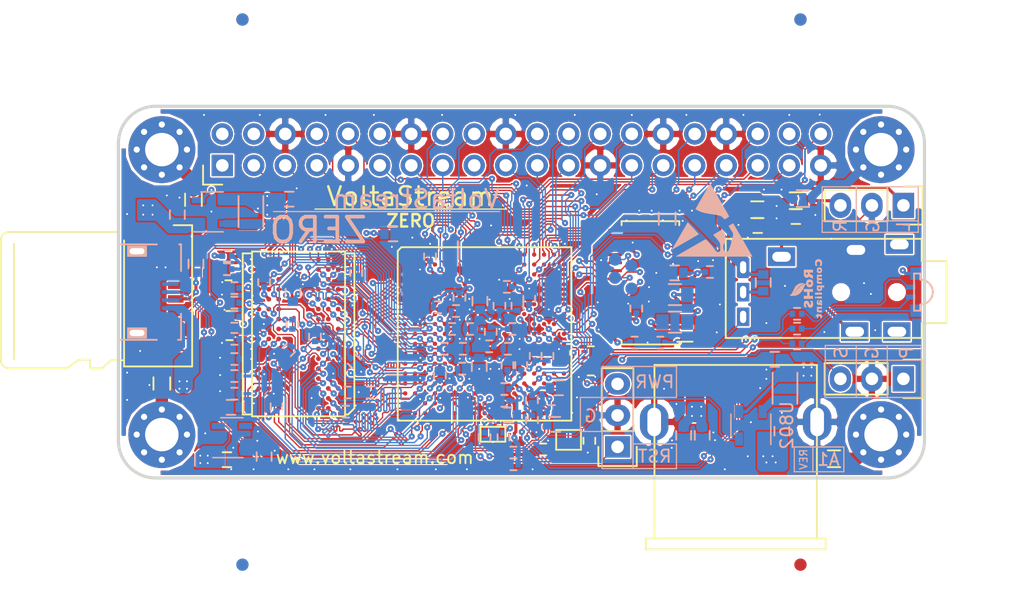
<source format=kicad_pcb>
(kicad_pcb (version 4) (host pcbnew 4.0.5)
  (title_block (title "VoltaStream ZERO") (date 2017-06-14) (rev A1) (company "PolyVection UG, Habelschwerdter Allee 14, 14195 Berlin, Germany, www.voltastream.com") (comment 1 "See the full license at https://creativecommons.org/licenses/by-nc-nd/3.0/legalcode") (comment 2 "Licensed under Creative Commons BY-NC-ND 3.0") (comment 3 "Open Source Linux Audio Streamer With High Quality DAC") (comment 4 "PolyVection VoltaStream ZERO - Board Layout"))
  (layers (0 TOP.Cu signal) (1 GND.Cu signal) (2 PWR.Cu signal) (31 BOTTOM.Cu signal) (34 B.Paste user) (35 F.Paste user) (36 B.SilkS user) (37 F.SilkS user) (38 B.Mask user) (39 F.Mask user) (44 Edge.Cuts user))
  (net 0 "")
  (net 1 GND)
  (net 2 DRAM_VREF)
  (net 3 VDD_HIGH_CAP)
  (net 4 VDD_SOC_CAP)
  (net 5 POR_B)
  (net 6 VDD_ARM_CAP)
  (net 7 /CPU_PWR/VDD_SNVS_CAP)
  (net 8 /CPU_PWR/NVCC_PLL_OUT)
  (net 9 I2C1_SDA)
  (net 10 I2C1_SCL)
  (net 11 VDD_USB)
  (net 12 SD2_DATA3)
  (net 13 SD2_DATA2)
  (net 14 SD2_DATA1)
  (net 15 SD2_DATA0)
  (net 16 SD2_CLK)
  (net 17 SD2_CMD)
  (net 18 PMIC_ON_REQ)
  (net 19 PMIC_STBY_REQ)
  (net 20 +3V3)
  (net 21 +3V3_SNVS)
  (net 22 /CPU_PERI_2/XTALI)
  (net 23 /CPU_PERI_2/XTALO)
  (net 24 I2C3_SCL)
  (net 25 I2C3_SDA)
  (net 26 LED_B)
  (net 27 LED_G)
  (net 28 /DDR3/DRAM_SDQS0_P)
  (net 29 /DDR3/DRAM_SDQS0_N)
  (net 30 /DDR3/DRAM_SDQS1_P)
  (net 31 /DDR3/DRAM_SDQS1_N)
  (net 32 /DDR3/DRAM_RESET_B)
  (net 33 /DDR3/ZQPAD)
  (net 34 /DDR3/DRAM_SDCLK0_P)
  (net 35 /DDR3/DRAM_SDCLK0_N)
  (net 36 /DDR3/DRAM_SDCKE1)
  (net 37 /DDR3/DRAM_SDCKE0)
  (net 38 /DDR3/DRAM_ZQ1)
  (net 39 /DDR3/DRAM_ZQ0)
  (net 40 /DDR3/DRAM_ODT1)
  (net 41 /DDR3/DRAM_ADDR14)
  (net 42 /DDR3/DRAM_SDBA1)
  (net 43 /DDR3/DRAM_SDWE_B)
  (net 44 /DDR3/DRAM_ADDR2)
  (net 45 /DDR3/DRAM_ADDR5)
  (net 46 /DDR3/DRAM_SDBA0)
  (net 47 /DDR3/DRAM_ODT0)
  (net 48 /DDR3/DRAM_DATA15)
  (net 49 /DDR3/DRAM_ADDR6)
  (net 50 /DDR3/DRAM_ADDR1)
  (net 51 /DDR3/DRAM_CAS_B)
  (net 52 /DDR3/DRAM_SDBA2)
  (net 53 /DDR3/DRAM_ADDR9)
  (net 54 /DDR3/DRAM_ADDR3)
  (net 55 /DDR3/DRAM_CS0_B)
  (net 56 /DDR3/DRAM_DATA14)
  (net 57 /DDR3/DRAM_DATA8)
  (net 58 /DDR3/DRAM_ADDR13)
  (net 59 /DDR3/DRAM_ADDR11)
  (net 60 /DDR3/DRAM_DATA13)
  (net 61 /DDR3/DRAM_DQM1)
  (net 62 /DDR3/DRAM_DATA9)
  (net 63 /DDR3/DRAM_ADDR7)
  (net 64 /DDR3/DRAM_ADDR8)
  (net 65 /DDR3/DRAM_ADDR4)
  (net 66 /DDR3/DRAM_ADDR12)
  (net 67 /DDR3/DRAM_ADDR10)
  (net 68 /DDR3/DRAM_DATA11)
  (net 69 /DDR3/DRAM_DATA0)
  (net 70 /DDR3/DRAM_DATA7)
  (net 71 /DDR3/DRAM_CS1_B)
  (net 72 /DDR3/DRAM_ADDR15)
  (net 73 /DDR3/DRAM_ADDR0)
  (net 74 /DDR3/DRAM_RAS_B)
  (net 75 /DDR3/DRAM_DATA12)
  (net 76 /DDR3/DRAM_DATA6)
  (net 77 /DDR3/DRAM_DATA10)
  (net 78 /DDR3/DRAM_DATA2)
  (net 79 /DDR3/DRAM_DATA1)
  (net 80 /DDR3/DRAM_DQM0)
  (net 81 /DDR3/DRAM_DATA3)
  (net 82 /DDR3/DRAM_DATA5)
  (net 83 /DDR3/DRAM_DATA4)
  (net 84 "Net-(P901-Pad4)")
  (net 85 "Net-(U301-PadA6)")
  (net 86 "Net-(U301-PadE6)")
  (net 87 ONOFF)
  (net 88 I2C2_SDA)
  (net 89 "Net-(U301-PadR13)")
  (net 90 CAN2_RX)
  (net 91 "Net-(U301-PadJ14)")
  (net 92 UART1_TXD)
  (net 93 SAI2_TX_DATA)
  (net 94 CAN2_TX)
  (net 95 "Net-(U301-PadK15)")
  (net 96 SAI2_TX_LRCK)
  (net 97 USB1_N)
  (net 98 USB1_P)
  (net 99 I2C4_SDA)
  (net 100 UART1_RXD)
  (net 101 SAI2_TX_BCK)
  (net 102 "Net-(U301-PadP16)")
  (net 103 USB1_ID)
  (net 104 I2C2_SCL)
  (net 105 I2C4_SCL)
  (net 106 "Net-(U301-PadP17)")
  (net 107 +5V)
  (net 108 "Net-(D901-Pad1)")
  (net 109 "Net-(D901-Pad3)")
  (net 110 "Net-(D901-Pad4)")
  (net 111 "Net-(RA601-Pad3)")
  (net 112 "Net-(RA601-Pad6)")
  (net 113 "Net-(RA601-Pad5)")
  (net 114 USB2_N)
  (net 115 USB2_P)
  (net 116 "Net-(RA402-Pad3)")
  (net 117 "Net-(RA402-Pad6)")
  (net 118 +1V5)
  (net 119 "Net-(L801-Pad1)")
  (net 120 "Net-(L802-Pad1)")
  (net 121 SAI2_RX_DATA)
  (net 122 SPDIF_OUT)
  (net 123 SAI2_MCLK)
  (net 124 LED_R)
  (net 125 "Net-(U301-PadD5)")
  (net 126 "Net-(U301-PadB6)")
  (net 127 "Net-(U301-PadC6)")
  (net 128 "Net-(U301-PadA8)")
  (net 129 "Net-(U301-PadB8)")
  (net 130 "Net-(U301-PadC9)")
  (net 131 "Net-(U301-PadD9)")
  (net 132 ECSPI1_SS1)
  (net 133 SAI3_RX_DATA)
  (net 134 SAI3_TX_BCK)
  (net 135 SAI3_TX_LRCK)
  (net 136 SAI3_TX_DATA)
  (net 137 "Net-(U301-PadK13)")
  (net 138 ECSPI1_MOSI)
  (net 139 ECSPI1_SS0)
  (net 140 ECSPI1_SCLK)
  (net 141 "Net-(U301-PadE14)")
  (net 142 "Net-(U301-PadF14)")
  (net 143 "Net-(U301-PadL14)")
  (net 144 "Net-(U301-PadD15)")
  (net 145 "Net-(U301-PadE15)")
  (net 146 "Net-(U301-PadF15)")
  (net 147 "Net-(U301-PadL15)")
  (net 148 "Net-(U301-PadM15)")
  (net 149 ECSPI1_MISO)
  (net 150 "Net-(U301-PadC16)")
  (net 151 "Net-(U301-PadD16)")
  (net 152 "Net-(U301-PadE16)")
  (net 153 "Net-(U301-PadF16)")
  (net 154 "Net-(U301-PadL16)")
  (net 155 "Net-(U301-PadM16)")
  (net 156 "Net-(U301-PadC17)")
  (net 157 "Net-(U301-PadD17)")
  (net 158 "Net-(U301-PadE17)")
  (net 159 "Net-(U301-PadK17)")
  (net 160 "Net-(U301-PadL17)")
  (net 161 "Net-(U301-PadM17)")
  (net 162 "Net-(U301-PadN17)")
  (net 163 GNDA)
  (net 164 MUTE_PCM)
  (net 165 R_PHONE)
  (net 166 L_PHONE)
  (net 167 GPIO4_12/UART3_TX)
  (net 168 GPIO4_13/UART3_RX)
  (net 169 GPIO4_15/UART3_RTS#)
  (net 170 GPIO4_10/PWM_3)
  (net 171 GPIO4_14/UART3_CTS#)
  (net 172 GPIO3_14/CAN1_RX)
  (net 173 GPIO3_13/SPDIF_IN/CAN1_TX)
  (net 174 GPIO2_11/UART7_RX)
  (net 175 GPIO2_10/UART7_TX)
  (net 176 GPIO2_13)
  (net 177 GPIO2_12)
  (net 178 GPIO3_23/PWM_5)
  (net 179 GPIO3_24/PWM_6)
  (net 180 "Net-(RA601-Pad4)")
  (net 181 "Net-(U301-PadB1)")
  (net 182 "Net-(U301-PadC1)")
  (net 183 "Net-(U301-PadD1)")
  (net 184 "Net-(U301-PadE1)")
  (net 185 "Net-(U301-PadA2)")
  (net 186 "Net-(U301-PadB2)")
  (net 187 "Net-(U301-PadC2)")
  (net 188 "Net-(U301-PadD2)")
  (net 189 "Net-(U301-PadE2)")
  (net 190 "Net-(U301-PadF2)")
  (net 191 "Net-(U301-PadB3)")
  (net 192 "Net-(U301-PadD3)")
  (net 193 "Net-(U301-PadE3)")
  (net 194 "Net-(U301-PadF3)")
  (net 195 "Net-(U301-PadD4)")
  (net 196 "Net-(U301-PadE4)")
  (net 197 "Net-(U301-PadA5)")
  (net 198 "Net-(U301-PadE5)")
  (net 199 "Net-(U301-PadF5)")
  (net 200 "Net-(U301-PadE9)")
  (net 201 "Net-(U301-PadA10)")
  (net 202 "Net-(U301-PadC10)")
  (net 203 "Net-(U301-PadD10)")
  (net 204 "Net-(U301-PadE10)")
  (net 205 "Net-(U301-PadD11)")
  (net 206 "Net-(U301-PadD12)")
  (net 207 "Net-(U301-PadE12)")
  (net 208 "Net-(U301-PadB13)")
  (net 209 "Net-(U301-PadC13)")
  (net 210 "Net-(U803-Pad13)")
  (net 211 "Net-(U803-Pad14)")
  (net 212 "Net-(U803-Pad15)")
  (net 213 "Net-(U803-Pad19)")
  (net 214 "Net-(C808-Pad2)")
  (net 215 "Net-(C809-Pad2)")
  (net 216 "Net-(C810-Pad1)")
  (net 217 "Net-(C810-Pad2)")
  (net 218 "Net-(R802-Pad2)")
  (net 219 "Net-(R803-Pad2)")
  (net 220 "Net-(C603-Pad1)")
  (net 221 "Net-(C604-Pad1)")
  (net 222 "Net-(J901-Pad5)")
  (net 223 "Net-(J901-Pad1)")
  (net 224 "Net-(U301-PadT10)")
  (net 225 "Net-(U301-PadU10)")
  (net 226 "Net-(MH901-Pad1)")
  (net 227 "Net-(MH902-Pad1)")
  (net 228 "Net-(MH903-Pad1)")
  (net 229 "Net-(MH904-Pad1)")
  (module TO_SOT_Packages_SMD:SOT-23-5 (layer BOTTOM.Cu) (at 126.35 109.25)
    (fp_text reference U804 hide)
    (fp_text value LP5907MFX-3.3)
    (pad 1 smd rect (at -1.1 0.95) (size 1.06 0.5) (layers BOTTOM.Cu B.Paste B.Mask) (net 107 +5V))
    (pad 2 smd rect (at -1.1 0) (size 1.06 0.5) (layers BOTTOM.Cu B.Paste B.Mask) (net 1 GND))
    (pad 3 smd rect (at -1.1 -0.95) (size 1.06 0.5) (layers BOTTOM.Cu B.Paste B.Mask) (net 107 +5V))
    (pad 4 smd rect (at 1.1 -0.95) (size 1.06 0.5) (layers BOTTOM.Cu B.Paste B.Mask))
    (pad 5 smd rect (at 1.1 0.95) (size 1.06 0.5) (layers BOTTOM.Cu B.Paste B.Mask) (net 21 +3V3_SNVS))
  )
  (module TO_SOT_Packages_SMD:SOT-23-5 (layer BOTTOM.Cu) (at 124.75 91.025)
    (fp_text reference U801 hide)
    (fp_text value SC189HSKTRT)
    (pad 1 smd rect (at -1.1 0.95) (size 1.06 0.5) (layers BOTTOM.Cu B.Paste B.Mask) (net 107 +5V))
    (pad 2 smd rect (at -1.1 0) (size 1.06 0.5) (layers BOTTOM.Cu B.Paste B.Mask) (net 1 GND))
    (pad 3 smd rect (at -1.1 -0.95) (size 1.06 0.5) (layers BOTTOM.Cu B.Paste B.Mask) (net 20 +3V3))
    (pad 4 smd rect (at 1.1 -0.95) (size 1.06 0.5) (layers BOTTOM.Cu B.Paste B.Mask) (net 118 +1V5))
    (pad 5 smd rect (at 1.1 0.95) (size 1.06 0.5) (layers BOTTOM.Cu B.Paste B.Mask) (net 119 "Net-(L801-Pad1)"))
  )
  (module PV_SOC_MCU:FBGA_96_DDR3L (layer TOP.Cu) (at 131.725 100.875 180)
    (fp_text reference U401 hide)
    (fp_text value IS43TR16256A-15HBL)
    (pad A1 smd circle (at -3.2 -6 180) (size 0.38 0.38) (layers TOP.Cu F.Paste F.Mask) (net 118 +1V5))
    (pad B1 smd circle (at -3.2 -5.2 180) (size 0.38 0.38) (layers TOP.Cu F.Paste F.Mask) (net 1 GND))
    (pad C1 smd circle (at -3.2 -4.4 180) (size 0.38 0.38) (layers TOP.Cu F.Paste F.Mask) (net 118 +1V5))
    (pad D1 smd circle (at -3.2 -3.6 180) (size 0.38 0.38) (layers TOP.Cu F.Paste F.Mask) (net 1 GND))
    (pad E1 smd circle (at -3.2 -2.8 180) (size 0.38 0.38) (layers TOP.Cu F.Paste F.Mask) (net 1 GND))
    (pad F1 smd circle (at -3.2 -2 180) (size 0.38 0.38) (layers TOP.Cu F.Paste F.Mask) (net 118 +1V5))
    (pad G1 smd circle (at -3.2 -1.2 180) (size 0.38 0.38) (layers TOP.Cu F.Paste F.Mask) (net 1 GND))
    (pad H1 smd circle (at -3.2 -0.4 180) (size 0.38 0.38) (layers TOP.Cu F.Paste F.Mask) (net 2 DRAM_VREF))
    (pad J1 smd circle (at -3.2 0.4 180) (size 0.38 0.38) (layers TOP.Cu F.Paste F.Mask) (net 40 /DDR3/DRAM_ODT1))
    (pad K1 smd circle (at -3.2 1.2 180) (size 0.38 0.38) (layers TOP.Cu F.Paste F.Mask) (net 47 /DDR3/DRAM_ODT0))
    (pad L1 smd circle (at -3.2 2 180) (size 0.38 0.38) (layers TOP.Cu F.Paste F.Mask) (net 71 /DDR3/DRAM_CS1_B))
    (pad M1 smd circle (at -3.2 2.8 180) (size 0.38 0.38) (layers TOP.Cu F.Paste F.Mask) (net 1 GND))
    (pad N1 smd circle (at -3.2 3.6 180) (size 0.38 0.38) (layers TOP.Cu F.Paste F.Mask) (net 118 +1V5))
    (pad P1 smd circle (at -3.2 4.4 180) (size 0.38 0.38) (layers TOP.Cu F.Paste F.Mask) (net 1 GND))
    (pad R1 smd circle (at -3.2 5.2 180) (size 0.38 0.38) (layers TOP.Cu F.Paste F.Mask) (net 118 +1V5))
    (pad T1 smd circle (at -3.2 6 180) (size 0.38 0.38) (layers TOP.Cu F.Paste F.Mask) (net 1 GND))
    (pad T2 smd circle (at -2.4 6 180) (size 0.38 0.38) (layers TOP.Cu F.Paste F.Mask) (net 32 /DDR3/DRAM_RESET_B))
    (pad R2 smd circle (at -2.4 5.2 180) (size 0.38 0.38) (layers TOP.Cu F.Paste F.Mask) (net 63 /DDR3/DRAM_ADDR7))
    (pad P2 smd circle (at -2.4 4.4 180) (size 0.38 0.38) (layers TOP.Cu F.Paste F.Mask) (net 45 /DDR3/DRAM_ADDR5))
    (pad N2 smd circle (at -2.4 3.6 180) (size 0.38 0.38) (layers TOP.Cu F.Paste F.Mask) (net 54 /DDR3/DRAM_ADDR3))
    (pad M2 smd circle (at -2.4 2.8 180) (size 0.38 0.38) (layers TOP.Cu F.Paste F.Mask) (net 46 /DDR3/DRAM_SDBA0))
    (pad L2 smd circle (at -2.4 2 180) (size 0.38 0.38) (layers TOP.Cu F.Paste F.Mask) (net 55 /DDR3/DRAM_CS0_B))
    (pad K2 smd circle (at -2.4 1.2 180) (size 0.38 0.38) (layers TOP.Cu F.Paste F.Mask) (net 118 +1V5))
    (pad J2 smd circle (at -2.4 0.4 180) (size 0.38 0.38) (layers TOP.Cu F.Paste F.Mask) (net 1 GND))
    (pad H2 smd circle (at -2.4 -0.4 180) (size 0.38 0.38) (layers TOP.Cu F.Paste F.Mask) (net 118 +1V5))
    (pad G2 smd circle (at -2.4 -1.2 180) (size 0.38 0.38) (layers TOP.Cu F.Paste F.Mask) (net 76 /DDR3/DRAM_DATA6))
    (pad F2 smd circle (at -2.4 -2 180) (size 0.38 0.38) (layers TOP.Cu F.Paste F.Mask) (net 70 /DDR3/DRAM_DATA7))
    (pad E2 smd circle (at -2.4 -2.8 180) (size 0.38 0.38) (layers TOP.Cu F.Paste F.Mask) (net 1 GND))
    (pad D2 smd circle (at -2.4 -3.6 180) (size 0.38 0.38) (layers TOP.Cu F.Paste F.Mask) (net 118 +1V5))
    (pad C2 smd circle (at -2.4 -4.4 180) (size 0.38 0.38) (layers TOP.Cu F.Paste F.Mask) (net 60 /DDR3/DRAM_DATA13))
    (pad B2 smd circle (at -2.4 -5.2 180) (size 0.38 0.38) (layers TOP.Cu F.Paste F.Mask) (net 118 +1V5))
    (pad A2 smd circle (at -2.4 -6 180) (size 0.38 0.38) (layers TOP.Cu F.Paste F.Mask) (net 68 /DDR3/DRAM_DATA11))
    (pad A3 smd circle (at -1.6 -6 180) (size 0.38 0.38) (layers TOP.Cu F.Paste F.Mask) (net 48 /DDR3/DRAM_DATA15))
    (pad B3 smd circle (at -1.6 -5.2 180) (size 0.38 0.38) (layers TOP.Cu F.Paste F.Mask) (net 1 GND))
    (pad C3 smd circle (at -1.6 -4.4 180) (size 0.38 0.38) (layers TOP.Cu F.Paste F.Mask) (net 62 /DDR3/DRAM_DATA9))
    (pad D3 smd circle (at -1.6 -3.6 180) (size 0.38 0.38) (layers TOP.Cu F.Paste F.Mask) (net 61 /DDR3/DRAM_DQM1))
    (pad E3 smd circle (at -1.6 -2.8 180) (size 0.38 0.38) (layers TOP.Cu F.Paste F.Mask) (net 69 /DDR3/DRAM_DATA0))
    (pad F3 smd circle (at -1.6 -2 180) (size 0.38 0.38) (layers TOP.Cu F.Paste F.Mask) (net 28 /DDR3/DRAM_SDQS0_P))
    (pad G3 smd circle (at -1.6 -1.2 180) (size 0.38 0.38) (layers TOP.Cu F.Paste F.Mask) (net 29 /DDR3/DRAM_SDQS0_N))
    (pad H3 smd circle (at -1.6 -0.4 180) (size 0.38 0.38) (layers TOP.Cu F.Paste F.Mask) (net 79 /DDR3/DRAM_DATA1))
    (pad J3 smd circle (at -1.6 0.4 180) (size 0.38 0.38) (layers TOP.Cu F.Paste F.Mask) (net 74 /DDR3/DRAM_RAS_B))
    (pad K3 smd circle (at -1.6 1.2 180) (size 0.38 0.38) (layers TOP.Cu F.Paste F.Mask) (net 51 /DDR3/DRAM_CAS_B))
    (pad L3 smd circle (at -1.6 2 180) (size 0.38 0.38) (layers TOP.Cu F.Paste F.Mask) (net 43 /DDR3/DRAM_SDWE_B))
    (pad M3 smd circle (at -1.6 2.8 180) (size 0.38 0.38) (layers TOP.Cu F.Paste F.Mask) (net 52 /DDR3/DRAM_SDBA2))
    (pad N3 smd circle (at -1.6 3.6 180) (size 0.38 0.38) (layers TOP.Cu F.Paste F.Mask) (net 73 /DDR3/DRAM_ADDR0))
    (pad P3 smd circle (at -1.6 4.4 180) (size 0.38 0.38) (layers TOP.Cu F.Paste F.Mask) (net 44 /DDR3/DRAM_ADDR2))
    (pad R3 smd circle (at -1.6 5.2 180) (size 0.38 0.38) (layers TOP.Cu F.Paste F.Mask) (net 53 /DDR3/DRAM_ADDR9))
    (pad T3 smd circle (at -1.6 6 180) (size 0.38 0.38) (layers TOP.Cu F.Paste F.Mask) (net 58 /DDR3/DRAM_ADDR13))
    (pad A7 smd circle (at 1.6 -6 180) (size 0.38 0.38) (layers TOP.Cu F.Paste F.Mask) (net 75 /DDR3/DRAM_DATA12))
    (pad B7 smd circle (at 1.6 -5.2 180) (size 0.38 0.38) (layers TOP.Cu F.Paste F.Mask) (net 31 /DDR3/DRAM_SDQS1_N))
    (pad C7 smd circle (at 1.6 -4.4 180) (size 0.38 0.38) (layers TOP.Cu F.Paste F.Mask) (net 30 /DDR3/DRAM_SDQS1_P))
    (pad D7 smd circle (at 1.6 -3.6 180) (size 0.38 0.38) (layers TOP.Cu F.Paste F.Mask) (net 56 /DDR3/DRAM_DATA14))
    (pad E7 smd circle (at 1.6 -2.8 180) (size 0.38 0.38) (layers TOP.Cu F.Paste F.Mask) (net 80 /DDR3/DRAM_DQM0))
    (pad F7 smd circle (at 1.6 -2 180) (size 0.38 0.38) (layers TOP.Cu F.Paste F.Mask) (net 83 /DDR3/DRAM_DATA4))
    (pad G7 smd circle (at 1.6 -1.2 180) (size 0.38 0.38) (layers TOP.Cu F.Paste F.Mask) (net 118 +1V5))
    (pad H7 smd circle (at 1.6 -0.4 180) (size 0.38 0.38) (layers TOP.Cu F.Paste F.Mask) (net 81 /DDR3/DRAM_DATA3))
    (pad J7 smd circle (at 1.6 0.4 180) (size 0.38 0.38) (layers TOP.Cu F.Paste F.Mask) (net 34 /DDR3/DRAM_SDCLK0_P))
    (pad K7 smd circle (at 1.6 1.2 180) (size 0.38 0.38) (layers TOP.Cu F.Paste F.Mask) (net 35 /DDR3/DRAM_SDCLK0_N))
    (pad L7 smd circle (at 1.6 2 180) (size 0.38 0.38) (layers TOP.Cu F.Paste F.Mask) (net 67 /DDR3/DRAM_ADDR10))
    (pad M7 smd circle (at 1.6 2.8 180) (size 0.38 0.38) (layers TOP.Cu F.Paste F.Mask) (net 72 /DDR3/DRAM_ADDR15))
    (pad N7 smd circle (at 1.6 3.6 180) (size 0.38 0.38) (layers TOP.Cu F.Paste F.Mask) (net 66 /DDR3/DRAM_ADDR12))
    (pad P7 smd circle (at 1.6 4.4 180) (size 0.38 0.38) (layers TOP.Cu F.Paste F.Mask) (net 50 /DDR3/DRAM_ADDR1))
    (pad R7 smd circle (at 1.6 5.2 180) (size 0.38 0.38) (layers TOP.Cu F.Paste F.Mask) (net 59 /DDR3/DRAM_ADDR11))
    (pad T7 smd circle (at 1.6 6 180) (size 0.38 0.38) (layers TOP.Cu F.Paste F.Mask) (net 41 /DDR3/DRAM_ADDR14))
    (pad T8 smd circle (at 2.4 6 180) (size 0.38 0.38) (layers TOP.Cu F.Paste F.Mask) (net 64 /DDR3/DRAM_ADDR8))
    (pad R8 smd circle (at 2.4 5.2 180) (size 0.38 0.38) (layers TOP.Cu F.Paste F.Mask) (net 49 /DDR3/DRAM_ADDR6))
    (pad P8 smd circle (at 2.4 4.4 180) (size 0.38 0.38) (layers TOP.Cu F.Paste F.Mask) (net 65 /DDR3/DRAM_ADDR4))
    (pad N8 smd circle (at 2.4 3.6 180) (size 0.38 0.38) (layers TOP.Cu F.Paste F.Mask) (net 42 /DDR3/DRAM_SDBA1))
    (pad M8 smd circle (at 2.4 2.8 180) (size 0.38 0.38) (layers TOP.Cu F.Paste F.Mask) (net 2 DRAM_VREF))
    (pad L8 smd circle (at 2.4 2 180) (size 0.38 0.38) (layers TOP.Cu F.Paste F.Mask) (net 39 /DDR3/DRAM_ZQ0))
    (pad K8 smd circle (at 2.4 1.2 180) (size 0.38 0.38) (layers TOP.Cu F.Paste F.Mask) (net 118 +1V5))
    (pad J8 smd circle (at 2.4 0.4 180) (size 0.38 0.38) (layers TOP.Cu F.Paste F.Mask) (net 1 GND))
    (pad H8 smd circle (at 2.4 -0.4 180) (size 0.38 0.38) (layers TOP.Cu F.Paste F.Mask) (net 82 /DDR3/DRAM_DATA5))
    (pad G8 smd circle (at 2.4 -1.2 180) (size 0.38 0.38) (layers TOP.Cu F.Paste F.Mask) (net 1 GND))
    (pad F8 smd circle (at 2.4 -2 180) (size 0.38 0.38) (layers TOP.Cu F.Paste F.Mask) (net 78 /DDR3/DRAM_DATA2))
    (pad E8 smd circle (at 2.4 -2.8 180) (size 0.38 0.38) (layers TOP.Cu F.Paste F.Mask) (net 1 GND))
    (pad D8 smd circle (at 2.4 -3.6 180) (size 0.38 0.38) (layers TOP.Cu F.Paste F.Mask) (net 1 GND))
    (pad C8 smd circle (at 2.4 -4.4 180) (size 0.38 0.38) (layers TOP.Cu F.Paste F.Mask) (net 77 /DDR3/DRAM_DATA10))
    (pad B8 smd circle (at 2.4 -5.2 180) (size 0.38 0.38) (layers TOP.Cu F.Paste F.Mask) (net 57 /DDR3/DRAM_DATA8))
    (pad A8 smd circle (at 2.4 -6 180) (size 0.38 0.38) (layers TOP.Cu F.Paste F.Mask) (net 118 +1V5))
    (pad A9 smd circle (at 3.2 -6 180) (size 0.38 0.38) (layers TOP.Cu F.Paste F.Mask) (net 1 GND))
    (pad B9 smd circle (at 3.2 -5.2 180) (size 0.38 0.38) (layers TOP.Cu F.Paste F.Mask) (net 1 GND))
    (pad C9 smd circle (at 3.2 -4.4 180) (size 0.38 0.38) (layers TOP.Cu F.Paste F.Mask) (net 118 +1V5))
    (pad D9 smd circle (at 3.2 -3.6 180) (size 0.38 0.38) (layers TOP.Cu F.Paste F.Mask) (net 118 +1V5))
    (pad E9 smd circle (at 3.2 -2.8 180) (size 0.38 0.38) (layers TOP.Cu F.Paste F.Mask) (net 118 +1V5))
    (pad F9 smd circle (at 3.2 -2 180) (size 0.38 0.38) (layers TOP.Cu F.Paste F.Mask) (net 1 GND))
    (pad G9 smd circle (at 3.2 -1.2 180) (size 0.38 0.38) (layers TOP.Cu F.Paste F.Mask) (net 1 GND))
    (pad H9 smd circle (at 3.2 -0.4 180) (size 0.38 0.38) (layers TOP.Cu F.Paste F.Mask) (net 118 +1V5))
    (pad J9 smd circle (at 3.2 0.4 180) (size 0.38 0.38) (layers TOP.Cu F.Paste F.Mask) (net 36 /DDR3/DRAM_SDCKE1))
    (pad K9 smd circle (at 3.2 1.2 180) (size 0.38 0.38) (layers TOP.Cu F.Paste F.Mask) (net 37 /DDR3/DRAM_SDCKE0))
    (pad L9 smd circle (at 3.2 2 180) (size 0.38 0.38) (layers TOP.Cu F.Paste F.Mask) (net 38 /DDR3/DRAM_ZQ1))
    (pad M9 smd circle (at 3.2 2.8 180) (size 0.38 0.38) (layers TOP.Cu F.Paste F.Mask) (net 1 GND))
    (pad N9 smd circle (at 3.2 3.6 180) (size 0.38 0.38) (layers TOP.Cu F.Paste F.Mask) (net 118 +1V5))
    (pad P9 smd circle (at 3.2 4.4 180) (size 0.38 0.38) (layers TOP.Cu F.Paste F.Mask) (net 1 GND))
    (pad R9 smd circle (at 3.2 5.2 180) (size 0.38 0.38) (layers TOP.Cu F.Paste F.Mask) (net 118 +1V5))
    (pad T9 smd circle (at 3.2 6 180) (size 0.38 0.38) (layers TOP.Cu F.Paste F.Mask) (net 1 GND))
  )
  (module Pin_Headers:Pin_Header_Straight_2x20 (layer TOP.Cu) (at 125.575 87.275 90)
    (fp_text reference U901 hide)
    (fp_text value Raspberry_Pi_2_3)
    (pad 1 thru_hole rect (at 0 0 90) (size 1.7272 1.7272) (drill 1.016) (layers *.Cu *.Mask) (net 20 +3V3))
    (pad 2 thru_hole oval (at 2.54 0 90) (size 1.7272 1.7272) (drill 1.016) (layers *.Cu *.Mask) (net 107 +5V))
    (pad 3 thru_hole oval (at 0 2.54 90) (size 1.7272 1.7272) (drill 1.016) (layers *.Cu *.Mask) (net 9 I2C1_SDA))
    (pad 4 thru_hole oval (at 2.54 2.54 90) (size 1.7272 1.7272) (drill 1.016) (layers *.Cu *.Mask) (net 107 +5V))
    (pad 5 thru_hole oval (at 0 5.08 90) (size 1.7272 1.7272) (drill 1.016) (layers *.Cu *.Mask) (net 10 I2C1_SCL))
    (pad 6 thru_hole oval (at 2.54 5.08 90) (size 1.7272 1.7272) (drill 1.016) (layers *.Cu *.Mask) (net 1 GND))
    (pad 7 thru_hole oval (at 0 7.62 90) (size 1.7272 1.7272) (drill 1.016) (layers *.Cu *.Mask) (net 173 GPIO3_13/SPDIF_IN/CAN1_TX))
    (pad 8 thru_hole oval (at 2.54 7.62 90) (size 1.7272 1.7272) (drill 1.016) (layers *.Cu *.Mask) (net 92 UART1_TXD))
    (pad 9 thru_hole oval (at 0 10.16 90) (size 1.7272 1.7272) (drill 1.016) (layers *.Cu *.Mask) (net 1 GND))
    (pad 10 thru_hole oval (at 2.54 10.16 90) (size 1.7272 1.7272) (drill 1.016) (layers *.Cu *.Mask) (net 100 UART1_RXD))
    (pad 11 thru_hole oval (at 0 12.7 90) (size 1.7272 1.7272) (drill 1.016) (layers *.Cu *.Mask) (net 172 GPIO3_14/CAN1_RX))
    (pad 12 thru_hole oval (at 2.54 12.7 90) (size 1.7272 1.7272) (drill 1.016) (layers *.Cu *.Mask) (net 134 SAI3_TX_BCK))
    (pad 13 thru_hole oval (at 0 15.24 90) (size 1.7272 1.7272) (drill 1.016) (layers *.Cu *.Mask) (net 167 GPIO4_12/UART3_TX))
    (pad 14 thru_hole oval (at 2.54 15.24 90) (size 1.7272 1.7272) (drill 1.016) (layers *.Cu *.Mask) (net 1 GND))
    (pad 15 thru_hole oval (at 0 17.78 90) (size 1.7272 1.7272) (drill 1.016) (layers *.Cu *.Mask) (net 169 GPIO4_15/UART3_RTS#))
    (pad 16 thru_hole oval (at 2.54 17.78 90) (size 1.7272 1.7272) (drill 1.016) (layers *.Cu *.Mask) (net 168 GPIO4_13/UART3_RX))
    (pad 17 thru_hole oval (at 0 20.32 90) (size 1.7272 1.7272) (drill 1.016) (layers *.Cu *.Mask) (net 20 +3V3))
    (pad 18 thru_hole oval (at 2.54 20.32 90) (size 1.7272 1.7272) (drill 1.016) (layers *.Cu *.Mask) (net 171 GPIO4_14/UART3_CTS#))
    (pad 19 thru_hole oval (at 0 22.86 90) (size 1.7272 1.7272) (drill 1.016) (layers *.Cu *.Mask) (net 138 ECSPI1_MOSI))
    (pad 20 thru_hole oval (at 2.54 22.86 90) (size 1.7272 1.7272) (drill 1.016) (layers *.Cu *.Mask) (net 1 GND))
    (pad 21 thru_hole oval (at 0 25.4 90) (size 1.7272 1.7272) (drill 1.016) (layers *.Cu *.Mask) (net 149 ECSPI1_MISO))
    (pad 22 thru_hole oval (at 2.54 25.4 90) (size 1.7272 1.7272) (drill 1.016) (layers *.Cu *.Mask) (net 170 GPIO4_10/PWM_3))
    (pad 23 thru_hole oval (at 0 27.94 90) (size 1.7272 1.7272) (drill 1.016) (layers *.Cu *.Mask) (net 140 ECSPI1_SCLK))
    (pad 24 thru_hole oval (at 2.54 27.94 90) (size 1.7272 1.7272) (drill 1.016) (layers *.Cu *.Mask) (net 139 ECSPI1_SS0))
    (pad 25 thru_hole oval (at 0 30.48 90) (size 1.7272 1.7272) (drill 1.016) (layers *.Cu *.Mask) (net 1 GND))
    (pad 26 thru_hole oval (at 2.54 30.48 90) (size 1.7272 1.7272) (drill 1.016) (layers *.Cu *.Mask) (net 132 ECSPI1_SS1))
    (pad 27 thru_hole oval (at 0 33.02 90) (size 1.7272 1.7272) (drill 1.016) (layers *.Cu *.Mask) (net 25 I2C3_SDA))
    (pad 28 thru_hole oval (at 2.54 33.02 90) (size 1.7272 1.7272) (drill 1.016) (layers *.Cu *.Mask) (net 24 I2C3_SCL))
    (pad 29 thru_hole oval (at 0 35.56 90) (size 1.7272 1.7272) (drill 1.016) (layers *.Cu *.Mask) (net 178 GPIO3_23/PWM_5))
    (pad 30 thru_hole oval (at 2.54 35.56 90) (size 1.7272 1.7272) (drill 1.016) (layers *.Cu *.Mask) (net 1 GND))
    (pad 31 thru_hole oval (at 0 38.1 90) (size 1.7272 1.7272) (drill 1.016) (layers *.Cu *.Mask) (net 176 GPIO2_13))
    (pad 32 thru_hole oval (at 2.54 38.1 90) (size 1.7272 1.7272) (drill 1.016) (layers *.Cu *.Mask) (net 174 GPIO2_11/UART7_RX))
    (pad 33 thru_hole oval (at 0 40.64 90) (size 1.7272 1.7272) (drill 1.016) (layers *.Cu *.Mask) (net 177 GPIO2_12))
    (pad 34 thru_hole oval (at 2.54 40.64 90) (size 1.7272 1.7272) (drill 1.016) (layers *.Cu *.Mask) (net 1 GND))
    (pad 35 thru_hole oval (at 0 43.18 90) (size 1.7272 1.7272) (drill 1.016) (layers *.Cu *.Mask) (net 135 SAI3_TX_LRCK))
    (pad 36 thru_hole oval (at 2.54 43.18 90) (size 1.7272 1.7272) (drill 1.016) (layers *.Cu *.Mask) (net 175 GPIO2_10/UART7_TX))
    (pad 37 thru_hole oval (at 0 45.72 90) (size 1.7272 1.7272) (drill 1.016) (layers *.Cu *.Mask) (net 179 GPIO3_24/PWM_6))
    (pad 38 thru_hole oval (at 2.54 45.72 90) (size 1.7272 1.7272) (drill 1.016) (layers *.Cu *.Mask) (net 133 SAI3_RX_DATA))
    (pad 39 thru_hole oval (at 0 48.26 90) (size 1.7272 1.7272) (drill 1.016) (layers *.Cu *.Mask) (net 1 GND))
    (pad 40 thru_hole oval (at 2.54 48.26 90) (size 1.7272 1.7272) (drill 1.016) (layers *.Cu *.Mask) (net 136 SAI3_TX_DATA))
  )
  (module Mounting_Holes:MountingHole_2.7mm_M2.5_Pad_Via (layer TOP.Cu) (at 178.7 86)
    (fp_text reference MH903 hide)
    (fp_text value MH_M2.5_PTH)
    (pad 1 thru_hole circle (at 0 0) (size 5.4 5.4) (drill 2.7) (layers *.Cu *.Mask) (net 228 "Net-(MH903-Pad1)"))
    (pad 1 thru_hole circle (at 2.025 0) (size 0.6 0.6) (drill 0.5) (layers *.Cu *.Mask) (net 228 "Net-(MH903-Pad1)"))
    (pad 1 thru_hole circle (at 1.431891 1.431891) (size 0.6 0.6) (drill 0.5) (layers *.Cu *.Mask) (net 228 "Net-(MH903-Pad1)"))
    (pad 1 thru_hole circle (at 0 2.025) (size 0.6 0.6) (drill 0.5) (layers *.Cu *.Mask) (net 228 "Net-(MH903-Pad1)"))
    (pad 1 thru_hole circle (at -1.431891 1.431891) (size 0.6 0.6) (drill 0.5) (layers *.Cu *.Mask) (net 228 "Net-(MH903-Pad1)"))
    (pad 1 thru_hole circle (at -2.025 0) (size 0.6 0.6) (drill 0.5) (layers *.Cu *.Mask) (net 228 "Net-(MH903-Pad1)"))
    (pad 1 thru_hole circle (at -1.431891 -1.431891) (size 0.6 0.6) (drill 0.5) (layers *.Cu *.Mask) (net 228 "Net-(MH903-Pad1)"))
    (pad 1 thru_hole circle (at 0 -2.025) (size 0.6 0.6) (drill 0.5) (layers *.Cu *.Mask) (net 228 "Net-(MH903-Pad1)"))
    (pad 1 thru_hole circle (at 1.431891 -1.431891) (size 0.6 0.6) (drill 0.5) (layers *.Cu *.Mask) (net 228 "Net-(MH903-Pad1)"))
  )
  (module Mounting_Holes:MountingHole_2.7mm_M2.5_Pad_Via (layer TOP.Cu) (at 178.7 109)
    (fp_text reference MH902 hide)
    (fp_text value MH_M2.5_PTH)
    (pad 1 thru_hole circle (at 0 0) (size 5.4 5.4) (drill 2.7) (layers *.Cu *.Mask) (net 227 "Net-(MH902-Pad1)"))
    (pad 1 thru_hole circle (at 2.025 0) (size 0.6 0.6) (drill 0.5) (layers *.Cu *.Mask) (net 227 "Net-(MH902-Pad1)"))
    (pad 1 thru_hole circle (at 1.431891 1.431891) (size 0.6 0.6) (drill 0.5) (layers *.Cu *.Mask) (net 227 "Net-(MH902-Pad1)"))
    (pad 1 thru_hole circle (at 0 2.025) (size 0.6 0.6) (drill 0.5) (layers *.Cu *.Mask) (net 227 "Net-(MH902-Pad1)"))
    (pad 1 thru_hole circle (at -1.431891 1.431891) (size 0.6 0.6) (drill 0.5) (layers *.Cu *.Mask) (net 227 "Net-(MH902-Pad1)"))
    (pad 1 thru_hole circle (at -2.025 0) (size 0.6 0.6) (drill 0.5) (layers *.Cu *.Mask) (net 227 "Net-(MH902-Pad1)"))
    (pad 1 thru_hole circle (at -1.431891 -1.431891) (size 0.6 0.6) (drill 0.5) (layers *.Cu *.Mask) (net 227 "Net-(MH902-Pad1)"))
    (pad 1 thru_hole circle (at 0 -2.025) (size 0.6 0.6) (drill 0.5) (layers *.Cu *.Mask) (net 227 "Net-(MH902-Pad1)"))
    (pad 1 thru_hole circle (at 1.431891 -1.431891) (size 0.6 0.6) (drill 0.5) (layers *.Cu *.Mask) (net 227 "Net-(MH902-Pad1)"))
  )
  (module Mounting_Holes:MountingHole_2.7mm_M2.5_Pad_Via (layer TOP.Cu) (at 120.7 109)
    (fp_text reference MH901 hide)
    (fp_text value MH_M2.5_PTH)
    (pad 1 thru_hole circle (at 0 0) (size 5.4 5.4) (drill 2.7) (layers *.Cu *.Mask) (net 226 "Net-(MH901-Pad1)"))
    (pad 1 thru_hole circle (at 2.025 0) (size 0.6 0.6) (drill 0.5) (layers *.Cu *.Mask) (net 226 "Net-(MH901-Pad1)"))
    (pad 1 thru_hole circle (at 1.431891 1.431891) (size 0.6 0.6) (drill 0.5) (layers *.Cu *.Mask) (net 226 "Net-(MH901-Pad1)"))
    (pad 1 thru_hole circle (at 0 2.025) (size 0.6 0.6) (drill 0.5) (layers *.Cu *.Mask) (net 226 "Net-(MH901-Pad1)"))
    (pad 1 thru_hole circle (at -1.431891 1.431891) (size 0.6 0.6) (drill 0.5) (layers *.Cu *.Mask) (net 226 "Net-(MH901-Pad1)"))
    (pad 1 thru_hole circle (at -2.025 0) (size 0.6 0.6) (drill 0.5) (layers *.Cu *.Mask) (net 226 "Net-(MH901-Pad1)"))
    (pad 1 thru_hole circle (at -1.431891 -1.431891) (size 0.6 0.6) (drill 0.5) (layers *.Cu *.Mask) (net 226 "Net-(MH901-Pad1)"))
    (pad 1 thru_hole circle (at 0 -2.025) (size 0.6 0.6) (drill 0.5) (layers *.Cu *.Mask) (net 226 "Net-(MH901-Pad1)"))
    (pad 1 thru_hole circle (at 1.431891 -1.431891) (size 0.6 0.6) (drill 0.5) (layers *.Cu *.Mask) (net 226 "Net-(MH901-Pad1)"))
  )
  (module Mounting_Holes:MountingHole_2.7mm_M2.5_Pad_Via (layer TOP.Cu) (at 120.7 86)
    (fp_text reference MH904 hide)
    (fp_text value MH_M2.5_PTH)
    (pad 1 thru_hole circle (at 0 0) (size 5.4 5.4) (drill 2.7) (layers *.Cu *.Mask) (net 229 "Net-(MH904-Pad1)"))
    (pad 1 thru_hole circle (at 2.025 0) (size 0.6 0.6) (drill 0.5) (layers *.Cu *.Mask) (net 229 "Net-(MH904-Pad1)"))
    (pad 1 thru_hole circle (at 1.431891 1.431891) (size 0.6 0.6) (drill 0.5) (layers *.Cu *.Mask) (net 229 "Net-(MH904-Pad1)"))
    (pad 1 thru_hole circle (at 0 2.025) (size 0.6 0.6) (drill 0.5) (layers *.Cu *.Mask) (net 229 "Net-(MH904-Pad1)"))
    (pad 1 thru_hole circle (at -1.431891 1.431891) (size 0.6 0.6) (drill 0.5) (layers *.Cu *.Mask) (net 229 "Net-(MH904-Pad1)"))
    (pad 1 thru_hole circle (at -2.025 0) (size 0.6 0.6) (drill 0.5) (layers *.Cu *.Mask) (net 229 "Net-(MH904-Pad1)"))
    (pad 1 thru_hole circle (at -1.431891 -1.431891) (size 0.6 0.6) (drill 0.5) (layers *.Cu *.Mask) (net 229 "Net-(MH904-Pad1)"))
    (pad 1 thru_hole circle (at 0 -2.025) (size 0.6 0.6) (drill 0.5) (layers *.Cu *.Mask) (net 229 "Net-(MH904-Pad1)"))
    (pad 1 thru_hole circle (at 1.431891 -1.431891) (size 0.6 0.6) (drill 0.5) (layers *.Cu *.Mask) (net 229 "Net-(MH904-Pad1)"))
  )
  (module PV_Capacitor:0603 (layer BOTTOM.Cu) (at 126.3 106.8 180)
    (fp_text reference C301 hide)
    (fp_text value 22uF)
    (pad 1 smd rect (at -0.675 0 180) (size 0.687 0.84) (layers BOTTOM.Cu B.Paste B.Mask) (net 118 +1V5))
    (pad 2 smd rect (at 0.675 0 180) (size 0.686 0.84) (layers BOTTOM.Cu B.Paste B.Mask) (net 1 GND))
  )
  (module PV_Capacitor:0402 (layer BOTTOM.Cu) (at 148.325 105.325 180)
    (fp_text reference C302 hide)
    (fp_text value 4.7uF)
    (pad 1 smd rect (at -0.375 0 180) (size 0.45 0.5) (layers BOTTOM.Cu B.Paste B.Mask) (net 20 +3V3))
    (pad 2 smd rect (at 0.375 0 180) (size 0.45 0.5) (layers BOTTOM.Cu B.Paste B.Mask) (net 1 GND))
  )
  (module PV_Capacitor:0402 (layer BOTTOM.Cu) (at 148.975 100.475)
    (fp_text reference C303 hide)
    (fp_text value 4.7uF)
    (pad 1 smd rect (at -0.375 0) (size 0.45 0.5) (layers BOTTOM.Cu B.Paste B.Mask) (net 118 +1V5))
    (pad 2 smd rect (at 0.375 0) (size 0.45 0.5) (layers BOTTOM.Cu B.Paste B.Mask) (net 1 GND))
  )
  (module PV_Capacitor:0402 (layer BOTTOM.Cu) (at 149.675 103.4 90)
    (fp_text reference C304 hide)
    (fp_text value 0.22uF)
    (pad 1 smd rect (at -0.375 0 90) (size 0.45 0.5) (layers BOTTOM.Cu B.Paste B.Mask) (net 20 +3V3))
    (pad 2 smd rect (at 0.375 0 90) (size 0.45 0.5) (layers BOTTOM.Cu B.Paste B.Mask) (net 1 GND))
  )
  (module PV_Capacitor:0402 (layer BOTTOM.Cu) (at 147.225 100.7 270)
    (fp_text reference C305 hide)
    (fp_text value 0.22uF)
    (pad 1 smd rect (at -0.375 0 270) (size 0.45 0.5) (layers BOTTOM.Cu B.Paste B.Mask) (net 118 +1V5))
    (pad 2 smd rect (at 0.375 0 270) (size 0.45 0.5) (layers BOTTOM.Cu B.Paste B.Mask) (net 1 GND))
  )
  (module PV_Capacitor:0402 (layer BOTTOM.Cu) (at 147.1 101.875 180)
    (fp_text reference C306 hide)
    (fp_text value 0.22uF)
    (pad 1 smd rect (at -0.375 0 180) (size 0.45 0.5) (layers BOTTOM.Cu B.Paste B.Mask) (net 118 +1V5))
    (pad 2 smd rect (at 0.375 0 180) (size 0.45 0.5) (layers BOTTOM.Cu B.Paste B.Mask) (net 1 GND))
  )
  (module PV_Capacitor:0402 (layer BOTTOM.Cu) (at 150.55 107.825 270)
    (fp_text reference C307 hide)
    (fp_text value 0.22uF)
    (pad 1 smd rect (at -0.375 0 270) (size 0.45 0.5) (layers BOTTOM.Cu B.Paste B.Mask) (net 21 +3V3_SNVS))
    (pad 2 smd rect (at 0.375 0 270) (size 0.45 0.5) (layers BOTTOM.Cu B.Paste B.Mask) (net 1 GND))
  )
  (module PV_Capacitor:0402 (layer BOTTOM.Cu) (at 144.975 102.075 180)
    (fp_text reference C308 hide)
    (fp_text value 0.22uF)
    (pad 1 smd rect (at -0.375 0 180) (size 0.45 0.5) (layers BOTTOM.Cu B.Paste B.Mask) (net 4 VDD_SOC_CAP))
    (pad 2 smd rect (at 0.375 0 180) (size 0.45 0.5) (layers BOTTOM.Cu B.Paste B.Mask) (net 1 GND))
  )
  (module PV_Capacitor:0402 (layer BOTTOM.Cu) (at 148.575 103.4 90)
    (fp_text reference C309 hide)
    (fp_text value 0.22uF)
    (pad 1 smd rect (at -0.375 0 90) (size 0.45 0.5) (layers BOTTOM.Cu B.Paste B.Mask) (net 7 /CPU_PWR/VDD_SNVS_CAP))
    (pad 2 smd rect (at 0.375 0 90) (size 0.45 0.5) (layers BOTTOM.Cu B.Paste B.Mask) (net 1 GND))
  )
  (module PV_Capacitor:0402 (layer BOTTOM.Cu) (at 148.6 102.075)
    (fp_text reference C310 hide)
    (fp_text value 0.22uF)
    (pad 1 smd rect (at -0.375 0) (size 0.45 0.5) (layers BOTTOM.Cu B.Paste B.Mask) (net 4 VDD_SOC_CAP))
    (pad 2 smd rect (at 0.375 0) (size 0.45 0.5) (layers BOTTOM.Cu B.Paste B.Mask) (net 1 GND))
  )
  (module PV_Capacitor:0402 (layer BOTTOM.Cu) (at 150.55 106.225 270)
    (fp_text reference C311 hide)
    (fp_text value 0.22uF)
    (pad 1 smd rect (at -0.375 0 270) (size 0.45 0.5) (layers BOTTOM.Cu B.Paste B.Mask) (net 8 /CPU_PWR/NVCC_PLL_OUT))
    (pad 2 smd rect (at 0.375 0 270) (size 0.45 0.5) (layers BOTTOM.Cu B.Paste B.Mask) (net 1 GND))
  )
  (module PV_Capacitor:0402 (layer BOTTOM.Cu) (at 145.55 100.475)
    (fp_text reference C312 hide)
    (fp_text value 0.22uF)
    (pad 1 smd rect (at -0.375 0) (size 0.45 0.5) (layers BOTTOM.Cu B.Paste B.Mask) (net 4 VDD_SOC_CAP))
    (pad 2 smd rect (at 0.375 0) (size 0.45 0.5) (layers BOTTOM.Cu B.Paste B.Mask) (net 1 GND))
  )
  (module PV_Capacitor:0603 (layer BOTTOM.Cu) (at 152.675 105.225)
    (fp_text reference C313 hide)
    (fp_text value 22uF)
    (pad 1 smd rect (at -0.675 0) (size 0.687 0.84) (layers BOTTOM.Cu B.Paste B.Mask) (net 8 /CPU_PWR/NVCC_PLL_OUT))
    (pad 2 smd rect (at 0.675 0) (size 0.686 0.84) (layers BOTTOM.Cu B.Paste B.Mask) (net 1 GND))
  )
  (module PV_Capacitor:0603 (layer BOTTOM.Cu) (at 146.3 103.5 270)
    (fp_text reference C314 hide)
    (fp_text value 22uF)
    (pad 1 smd rect (at -0.675 0 270) (size 0.687 0.84) (layers BOTTOM.Cu B.Paste B.Mask) (net 4 VDD_SOC_CAP))
    (pad 2 smd rect (at 0.675 0 270) (size 0.686 0.84) (layers BOTTOM.Cu B.Paste B.Mask) (net 1 GND))
  )
  (module PV_Capacitor:0402 (layer BOTTOM.Cu) (at 152.15 107.1)
    (fp_text reference C315 hide)
    (fp_text value 0.22uF)
    (pad 1 smd rect (at -0.375 0) (size 0.45 0.5) (layers BOTTOM.Cu B.Paste B.Mask) (net 3 VDD_HIGH_CAP))
    (pad 2 smd rect (at 0.375 0) (size 0.45 0.5) (layers BOTTOM.Cu B.Paste B.Mask) (net 1 GND))
  )
  (module PV_Capacitor:0603 (layer BOTTOM.Cu) (at 152.45 108.175)
    (fp_text reference C316 hide)
    (fp_text value 22uF)
    (pad 1 smd rect (at -0.675 0) (size 0.687 0.84) (layers BOTTOM.Cu B.Paste B.Mask) (net 3 VDD_HIGH_CAP))
    (pad 2 smd rect (at 0.675 0) (size 0.686 0.84) (layers BOTTOM.Cu B.Paste B.Mask) (net 1 GND))
  )
  (module PV_Capacitor:0402 (layer BOTTOM.Cu) (at 147.925 98.6 90)
    (fp_text reference C317 hide)
    (fp_text value 0.22uF)
    (pad 1 smd rect (at -0.375 0 90) (size 0.45 0.5) (layers BOTTOM.Cu B.Paste B.Mask) (net 6 VDD_ARM_CAP))
    (pad 2 smd rect (at 0.375 0 90) (size 0.45 0.5) (layers BOTTOM.Cu B.Paste B.Mask) (net 1 GND))
  )
  (module PV_Capacitor:0402 (layer BOTTOM.Cu) (at 149.375 98.6 90)
    (fp_text reference C318 hide)
    (fp_text value 0.22uF)
    (pad 1 smd rect (at -0.375 0 90) (size 0.45 0.5) (layers BOTTOM.Cu B.Paste B.Mask) (net 6 VDD_ARM_CAP))
    (pad 2 smd rect (at 0.375 0 90) (size 0.45 0.5) (layers BOTTOM.Cu B.Paste B.Mask) (net 1 GND))
  )
  (module PV_Capacitor:0603 (layer BOTTOM.Cu) (at 146.35 98.25 90)
    (fp_text reference C319 hide)
    (fp_text value 22uF)
    (pad 1 smd rect (at -0.675 0 90) (size 0.687 0.84) (layers BOTTOM.Cu B.Paste B.Mask) (net 6 VDD_ARM_CAP))
    (pad 2 smd rect (at 0.675 0 90) (size 0.686 0.84) (layers BOTTOM.Cu B.Paste B.Mask) (net 1 GND))
  )
  (module PV_Capacitor:0402 (layer BOTTOM.Cu) (at 144.925 103.675)
    (fp_text reference C401 hide)
    (fp_text value 0.22uF)
    (pad 1 smd rect (at -0.375 0) (size 0.45 0.5) (layers BOTTOM.Cu B.Paste B.Mask) (net 3 VDD_HIGH_CAP))
    (pad 2 smd rect (at 0.375 0) (size 0.45 0.5) (layers BOTTOM.Cu B.Paste B.Mask) (net 1 GND))
  )
  (module PV_Capacitor:0402 (layer BOTTOM.Cu) (at 125.95 94.575 180)
    (fp_text reference C402 hide)
    (fp_text value 0.22uF)
    (pad 1 smd rect (at -0.375 0 180) (size 0.45 0.5) (layers BOTTOM.Cu B.Paste B.Mask) (net 2 DRAM_VREF))
    (pad 2 smd rect (at 0.375 0 180) (size 0.45 0.5) (layers BOTTOM.Cu B.Paste B.Mask) (net 118 +1V5))
  )
  (module PV_Capacitor:0402 (layer BOTTOM.Cu) (at 125.95 95.65 180)
    (fp_text reference C403 hide)
    (fp_text value 0.22uF)
    (pad 1 smd rect (at -0.375 0 180) (size 0.45 0.5) (layers BOTTOM.Cu B.Paste B.Mask) (net 2 DRAM_VREF))
    (pad 2 smd rect (at 0.375 0 180) (size 0.45 0.5) (layers BOTTOM.Cu B.Paste B.Mask) (net 1 GND))
  )
  (module PV_Capacitor:0402 (layer BOTTOM.Cu) (at 143.125 104.225 90)
    (fp_text reference C406 hide)
    (fp_text value 0.22uF)
    (pad 1 smd rect (at -0.375 0 90) (size 0.45 0.5) (layers BOTTOM.Cu B.Paste B.Mask) (net 2 DRAM_VREF))
    (pad 2 smd rect (at 0.375 0 90) (size 0.45 0.5) (layers BOTTOM.Cu B.Paste B.Mask) (net 1 GND))
  )
  (module PV_Capacitor:0603 (layer BOTTOM.Cu) (at 139.325 92.8)
    (fp_text reference C407 hide)
    (fp_text value 22uF)
    (pad 1 smd rect (at -0.675 0) (size 0.687 0.84) (layers BOTTOM.Cu B.Paste B.Mask) (net 118 +1V5))
    (pad 2 smd rect (at 0.675 0) (size 0.686 0.84) (layers BOTTOM.Cu B.Paste B.Mask) (net 1 GND))
  )
  (module PV_Capacitor:0402 (layer BOTTOM.Cu) (at 144.425 99.025)
    (fp_text reference C408 hide)
    (fp_text value 0.22uF)
    (pad 1 smd rect (at -0.375 0) (size 0.45 0.5) (layers BOTTOM.Cu B.Paste B.Mask) (net 118 +1V5))
    (pad 2 smd rect (at 0.375 0) (size 0.45 0.5) (layers BOTTOM.Cu B.Paste B.Mask) (net 1 GND))
  )
  (module PV_Capacitor:0402 (layer BOTTOM.Cu) (at 143.475 102.075)
    (fp_text reference C409 hide)
    (fp_text value 0.22uF)
    (pad 1 smd rect (at -0.375 0) (size 0.45 0.5) (layers BOTTOM.Cu B.Paste B.Mask) (net 118 +1V5))
    (pad 2 smd rect (at 0.375 0) (size 0.45 0.5) (layers BOTTOM.Cu B.Paste B.Mask) (net 1 GND))
  )
  (module PV_Capacitor:0402 (layer BOTTOM.Cu) (at 144.1 100.475)
    (fp_text reference C411 hide)
    (fp_text value 0.22uF)
    (pad 1 smd rect (at -0.375 0) (size 0.45 0.5) (layers BOTTOM.Cu B.Paste B.Mask) (net 118 +1V5))
    (pad 2 smd rect (at 0.375 0) (size 0.45 0.5) (layers BOTTOM.Cu B.Paste B.Mask) (net 1 GND))
  )
  (module PV_Capacitor:0603 (layer BOTTOM.Cu) (at 131.275 97.6 90)
    (fp_text reference C414 hide)
    (fp_text value 22uF)
    (pad 1 smd rect (at -0.675 0 90) (size 0.687 0.84) (layers BOTTOM.Cu B.Paste B.Mask) (net 118 +1V5))
    (pad 2 smd rect (at 0.675 0 90) (size 0.686 0.84) (layers BOTTOM.Cu B.Paste B.Mask) (net 1 GND))
  )
  (module PV_Capacitor:0402 (layer BOTTOM.Cu) (at 126.55 104.275 180)
    (fp_text reference C415 hide)
    (fp_text value 0.22uF)
    (pad 1 smd rect (at -0.375 0 180) (size 0.45 0.5) (layers BOTTOM.Cu B.Paste B.Mask) (net 118 +1V5))
    (pad 2 smd rect (at 0.375 0 180) (size 0.45 0.5) (layers BOTTOM.Cu B.Paste B.Mask) (net 1 GND))
  )
  (module PV_Capacitor:0402 (layer BOTTOM.Cu) (at 136.2 103.1 315)
    (fp_text reference C416 hide)
    (fp_text value 0.22uF)
    (pad 1 smd rect (at -0.375 0 315) (size 0.45 0.5) (layers BOTTOM.Cu B.Paste B.Mask) (net 2 DRAM_VREF))
    (pad 2 smd rect (at 0.375 0 315) (size 0.45 0.5) (layers BOTTOM.Cu B.Paste B.Mask) (net 1 GND))
  )
  (module PV_Capacitor:0402 (layer BOTTOM.Cu) (at 133.05 101.1 90)
    (fp_text reference C417 hide)
    (fp_text value 0.22uF)
    (pad 1 smd rect (at -0.375 0 90) (size 0.45 0.5) (layers BOTTOM.Cu B.Paste B.Mask) (net 118 +1V5))
    (pad 2 smd rect (at 0.375 0 90) (size 0.45 0.5) (layers BOTTOM.Cu B.Paste B.Mask) (net 1 GND))
  )
  (module PV_Capacitor:0402 (layer BOTTOM.Cu) (at 128.95 96.7 90)
    (fp_text reference C418 hide)
    (fp_text value 0.22uF)
    (pad 1 smd rect (at -0.375 0 90) (size 0.45 0.5) (layers BOTTOM.Cu B.Paste B.Mask) (net 2 DRAM_VREF))
    (pad 2 smd rect (at 0.375 0 90) (size 0.45 0.5) (layers BOTTOM.Cu B.Paste B.Mask) (net 1 GND))
  )
  (module PV_Capacitor:0402 (layer BOTTOM.Cu) (at 136.375 95.95 270)
    (fp_text reference C419 hide)
    (fp_text value 0.22uF)
    (pad 1 smd rect (at -0.375 0 270) (size 0.45 0.5) (layers BOTTOM.Cu B.Paste B.Mask) (net 118 +1V5))
    (pad 2 smd rect (at 0.375 0 270) (size 0.45 0.5) (layers BOTTOM.Cu B.Paste B.Mask) (net 1 GND))
  )
  (module PV_Capacitor:0402 (layer BOTTOM.Cu) (at 135.675 105.6)
    (fp_text reference C420 hide)
    (fp_text value 0.22uF)
    (pad 1 smd rect (at -0.375 0) (size 0.45 0.5) (layers BOTTOM.Cu B.Paste B.Mask) (net 118 +1V5))
    (pad 2 smd rect (at 0.375 0) (size 0.45 0.5) (layers BOTTOM.Cu B.Paste B.Mask) (net 1 GND))
  )
  (module PV_Capacitor:0402 (layer BOTTOM.Cu) (at 135.55 107.15)
    (fp_text reference C421 hide)
    (fp_text value 0.22uF)
    (pad 1 smd rect (at -0.375 0) (size 0.45 0.5) (layers BOTTOM.Cu B.Paste B.Mask) (net 118 +1V5))
    (pad 2 smd rect (at 0.375 0) (size 0.45 0.5) (layers BOTTOM.Cu B.Paste B.Mask) (net 1 GND))
  )
  (module PV_Capacitor:0402 (layer BOTTOM.Cu) (at 130.934835 102.165165 225)
    (fp_text reference C422 hide)
    (fp_text value 0.22uF)
    (pad 1 smd rect (at -0.375 0 225) (size 0.45 0.5) (layers BOTTOM.Cu B.Paste B.Mask) (net 118 +1V5))
    (pad 2 smd rect (at 0.375 0 225) (size 0.45 0.5) (layers BOTTOM.Cu B.Paste B.Mask) (net 1 GND))
  )
  (module PV_Capacitor:0402 (layer BOTTOM.Cu) (at 129.95 106.725 90)
    (fp_text reference C423 hide)
    (fp_text value 0.22uF)
    (pad 1 smd rect (at -0.375 0 90) (size 0.45 0.5) (layers BOTTOM.Cu B.Paste B.Mask) (net 118 +1V5))
    (pad 2 smd rect (at 0.375 0 90) (size 0.45 0.5) (layers BOTTOM.Cu B.Paste B.Mask) (net 1 GND))
  )
  (module PV_Capacitor:0402 (layer BOTTOM.Cu) (at 126.55 105.7 180)
    (fp_text reference C424 hide)
    (fp_text value 0.22uF)
    (pad 1 smd rect (at -0.375 0 180) (size 0.45 0.5) (layers BOTTOM.Cu B.Paste B.Mask) (net 118 +1V5))
    (pad 2 smd rect (at 0.375 0 180) (size 0.45 0.5) (layers BOTTOM.Cu B.Paste B.Mask) (net 1 GND))
  )
  (module PV_Capacitor:0402 (layer BOTTOM.Cu) (at 126.55 102.9 180)
    (fp_text reference C425 hide)
    (fp_text value 0.22uF)
    (pad 1 smd rect (at -0.375 0 180) (size 0.45 0.5) (layers BOTTOM.Cu B.Paste B.Mask) (net 118 +1V5))
    (pad 2 smd rect (at 0.375 0 180) (size 0.45 0.5) (layers BOTTOM.Cu B.Paste B.Mask) (net 1 GND))
  )
  (module PV_Capacitor:0402 (layer BOTTOM.Cu) (at 126.55 101.275 180)
    (fp_text reference C426 hide)
    (fp_text value 0.22uF)
    (pad 1 smd rect (at -0.375 0 180) (size 0.45 0.5) (layers BOTTOM.Cu B.Paste B.Mask) (net 118 +1V5))
    (pad 2 smd rect (at 0.375 0 180) (size 0.45 0.5) (layers BOTTOM.Cu B.Paste B.Mask) (net 1 GND))
  )
  (module PV_Capacitor:0402 (layer BOTTOM.Cu) (at 126.55 97.175 180)
    (fp_text reference C427 hide)
    (fp_text value 0.22uF)
    (pad 1 smd rect (at -0.375 0 180) (size 0.45 0.5) (layers BOTTOM.Cu B.Paste B.Mask) (net 118 +1V5))
    (pad 2 smd rect (at 0.375 0 180) (size 0.45 0.5) (layers BOTTOM.Cu B.Paste B.Mask) (net 1 GND))
  )
  (module PV_Capacitor:0402 (layer BOTTOM.Cu) (at 144.7 97.95 270)
    (fp_text reference C501 hide)
    (fp_text value 0.22uF)
    (pad 1 smd rect (at -0.375 0 270) (size 0.45 0.5) (layers BOTTOM.Cu B.Paste B.Mask) (net 20 +3V3))
    (pad 2 smd rect (at 0.375 0 270) (size 0.45 0.5) (layers BOTTOM.Cu B.Paste B.Mask) (net 1 GND))
  )
  (module PV_Capacitor:0402 (layer BOTTOM.Cu) (at 150.325 98.05 90)
    (fp_text reference C502 hide)
    (fp_text value 0.22uF)
    (pad 1 smd rect (at -0.375 0 90) (size 0.45 0.5) (layers BOTTOM.Cu B.Paste B.Mask) (net 20 +3V3))
    (pad 2 smd rect (at 0.375 0 90) (size 0.45 0.5) (layers BOTTOM.Cu B.Paste B.Mask) (net 1 GND))
  )
  (module PV_Capacitor:0402 (layer BOTTOM.Cu) (at 142.975 98.725)
    (fp_text reference C503 hide)
    (fp_text value 0.22uF)
    (pad 1 smd rect (at -0.375 0) (size 0.45 0.5) (layers BOTTOM.Cu B.Paste B.Mask) (net 20 +3V3))
    (pad 2 smd rect (at 0.375 0) (size 0.45 0.5) (layers BOTTOM.Cu B.Paste B.Mask) (net 1 GND))
  )
  (module PV_Capacitor:0402 (layer BOTTOM.Cu) (at 150.85 102.65 90)
    (fp_text reference C506 hide)
    (fp_text value 4.7uF)
    (pad 1 smd rect (at -0.375 0 90) (size 0.45 0.5) (layers BOTTOM.Cu B.Paste B.Mask) (net 20 +3V3))
    (pad 2 smd rect (at 0.375 0 90) (size 0.45 0.5) (layers BOTTOM.Cu B.Paste B.Mask) (net 1 GND))
  )
  (module PV_Capacitor:0402 (layer BOTTOM.Cu) (at 151.8 102.65 90)
    (fp_text reference C507 hide)
    (fp_text value 0.22uF)
    (pad 1 smd rect (at -0.375 0 90) (size 0.45 0.5) (layers BOTTOM.Cu B.Paste B.Mask) (net 20 +3V3))
    (pad 2 smd rect (at 0.375 0 90) (size 0.45 0.5) (layers BOTTOM.Cu B.Paste B.Mask) (net 1 GND))
  )
  (module PV_Capacitor:0402 (layer BOTTOM.Cu) (at 142.325 94.625 90)
    (fp_text reference C508 hide)
    (fp_text value 0.22uF)
    (pad 1 smd rect (at -0.375 0 90) (size 0.45 0.5) (layers BOTTOM.Cu B.Paste B.Mask) (net 20 +3V3))
    (pad 2 smd rect (at 0.375 0 90) (size 0.45 0.5) (layers BOTTOM.Cu B.Paste B.Mask) (net 1 GND))
  )
  (module PV_Capacitor:0402 (layer BOTTOM.Cu) (at 148.525 97.075 180)
    (fp_text reference C509 hide)
    (fp_text value 0.22uF)
    (pad 1 smd rect (at -0.375 0 180) (size 0.45 0.5) (layers BOTTOM.Cu B.Paste B.Mask) (net 20 +3V3))
    (pad 2 smd rect (at 0.375 0 180) (size 0.45 0.5) (layers BOTTOM.Cu B.Paste B.Mask) (net 1 GND))
  )
  (module PV_Capacitor:0402 (layer BOTTOM.Cu) (at 148.325 106.275 180)
    (fp_text reference C510 hide)
    (fp_text value 0.22uF)
    (pad 1 smd rect (at -0.375 0 180) (size 0.45 0.5) (layers BOTTOM.Cu B.Paste B.Mask) (net 11 VDD_USB))
    (pad 2 smd rect (at 0.375 0 180) (size 0.45 0.5) (layers BOTTOM.Cu B.Paste B.Mask) (net 1 GND))
  )
  (module PV_Capacitor:0603 (layer BOTTOM.Cu) (at 148.65 107.425 180)
    (fp_text reference C512 hide)
    (fp_text value 22uF)
    (pad 1 smd rect (at -0.675 0 180) (size 0.687 0.84) (layers BOTTOM.Cu B.Paste B.Mask) (net 11 VDD_USB))
    (pad 2 smd rect (at 0.675 0 180) (size 0.686 0.84) (layers BOTTOM.Cu B.Paste B.Mask) (net 1 GND))
  )
  (module PV_Capacitor:0402 (layer TOP.Cu) (at 151.45 110.2 180)
    (fp_text reference C601 hide)
    (fp_text value 18pF)
    (pad 1 smd rect (at -0.375 0 180) (size 0.45 0.5) (layers TOP.Cu F.Paste F.Mask) (net 22 /CPU_PERI_2/XTALI))
    (pad 2 smd rect (at 0.375 0 180) (size 0.45 0.5) (layers TOP.Cu F.Paste F.Mask) (net 1 GND))
  )
  (module PV_Capacitor:0402 (layer TOP.Cu) (at 155.175 109.5 270)
    (fp_text reference C602 hide)
    (fp_text value 18pF)
    (pad 1 smd rect (at -0.375 0 270) (size 0.45 0.5) (layers TOP.Cu F.Paste F.Mask) (net 23 /CPU_PERI_2/XTALO))
    (pad 2 smd rect (at 0.375 0 270) (size 0.45 0.5) (layers TOP.Cu F.Paste F.Mask) (net 1 GND))
  )
  (module PV_Capacitor:0603 (layer BOTTOM.Cu) (at 123.45 95.25 90)
    (fp_text reference C903 hide)
    (fp_text value 22uF)
    (pad 1 smd rect (at -0.675 0 90) (size 0.687 0.84) (layers BOTTOM.Cu B.Paste B.Mask) (net 20 +3V3))
    (pad 2 smd rect (at 0.675 0 90) (size 0.686 0.84) (layers BOTTOM.Cu B.Paste B.Mask) (net 1 GND))
  )
  (module PV_Opto:APFA3010LSEEZGKQBKC (layer BOTTOM.Cu) (at 181.5 97.5 270)
    (fp_text reference D901 hide)
    (fp_text value APFA3010LSEEZGKQBKC)
    (pad 2 smd rect (at -1.5 0 270) (size 1 0.9) (layers BOTTOM.Cu B.Paste B.Mask) (net 20 +3V3))
    (pad 1 smd rect (at 1.5 0 270) (size 1 0.9) (layers BOTTOM.Cu B.Paste B.Mask) (net 108 "Net-(D901-Pad1)"))
    (pad 3 smd rect (at -0.4 0.4 270) (size 0.4 0.8) (layers BOTTOM.Cu B.Paste B.Mask) (net 109 "Net-(D901-Pad3)"))
    (pad 4 smd rect (at 0.4 0.4 270) (size 0.4 0.8) (layers BOTTOM.Cu B.Paste B.Mask) (net 110 "Net-(D901-Pad4)"))
  )
  (module PV_Resistor:0402 (layer BOTTOM.Cu) (at 137.475 105.6 180)
    (fp_text reference R402 hide)
    (fp_text value 240R)
    (pad 1 smd rect (at -0.375 0 180) (size 0.45 0.5) (layers BOTTOM.Cu B.Paste B.Mask) (net 33 /DDR3/ZQPAD))
    (pad 2 smd rect (at 0.375 0 180) (size 0.45 0.5) (layers BOTTOM.Cu B.Paste B.Mask) (net 1 GND))
  )
  (module PV_Resistor:0402 (layer BOTTOM.Cu) (at 131.225 100.1 90)
    (fp_text reference R403 hide)
    (fp_text value 470R)
    (pad 1 smd rect (at -0.375 0 90) (size 0.45 0.5) (layers BOTTOM.Cu B.Paste B.Mask) (net 34 /DDR3/DRAM_SDCLK0_P))
    (pad 2 smd rect (at 0.375 0 90) (size 0.45 0.5) (layers BOTTOM.Cu B.Paste B.Mask) (net 35 /DDR3/DRAM_SDCLK0_N))
  )
  (module PV_Resistor:0402 (layer BOTTOM.Cu) (at 126.55 99.5 180)
    (fp_text reference R406 hide)
    (fp_text value 240R)
    (pad 1 smd rect (at -0.375 0 180) (size 0.45 0.5) (layers BOTTOM.Cu B.Paste B.Mask) (net 38 /DDR3/DRAM_ZQ1))
    (pad 2 smd rect (at 0.375 0 180) (size 0.45 0.5) (layers BOTTOM.Cu B.Paste B.Mask) (net 1 GND))
  )
  (module PV_Resistor:0402 (layer BOTTOM.Cu) (at 126.55 98.35)
    (fp_text reference R407 hide)
    (fp_text value 240R)
    (pad 1 smd rect (at -0.375 0) (size 0.45 0.5) (layers BOTTOM.Cu B.Paste B.Mask) (net 1 GND))
    (pad 2 smd rect (at 0.375 0) (size 0.45 0.5) (layers BOTTOM.Cu B.Paste B.Mask) (net 39 /DDR3/DRAM_ZQ0))
  )
  (module PV_Resistor:0402 (layer BOTTOM.Cu) (at 171.925 99.25)
    (fp_text reference R902 hide)
    (fp_text value 6K49)
    (pad 1 smd rect (at -0.375 0) (size 0.45 0.5) (layers BOTTOM.Cu B.Paste B.Mask) (net 27 LED_G))
    (pad 2 smd rect (at 0.375 0) (size 0.45 0.5) (layers BOTTOM.Cu B.Paste B.Mask) (net 109 "Net-(D901-Pad3)"))
  )
  (module PV_Resistor:0402 (layer BOTTOM.Cu) (at 171.925 100.45)
    (fp_text reference R903 hide)
    (fp_text value 6K49)
    (pad 1 smd rect (at -0.375 0) (size 0.45 0.5) (layers BOTTOM.Cu B.Paste B.Mask) (net 26 LED_B))
    (pad 2 smd rect (at 0.375 0) (size 0.45 0.5) (layers BOTTOM.Cu B.Paste B.Mask) (net 110 "Net-(D901-Pad4)"))
  )
  (module PV_Resistor:0402 (layer BOTTOM.Cu) (at 171.925 101.65)
    (fp_text reference R904 hide)
    (fp_text value 6K49)
    (pad 1 smd rect (at -0.375 0) (size 0.45 0.5) (layers BOTTOM.Cu B.Paste B.Mask) (net 124 LED_R))
    (pad 2 smd rect (at 0.375 0) (size 0.45 0.5) (layers BOTTOM.Cu B.Paste B.Mask) (net 108 "Net-(D901-Pad1)"))
  )
  (module PV_Resistor:R_Array_OPT_4x0402 (layer TOP.Cu) (at 155.29 103.05 180)
    (fp_text reference RA601 hide)
    (fp_text value 10K_4X_CC)
    (pad 1 smd rect (at -0.5 -0.75 180) (size 0.5 0.25) (layers TOP.Cu F.Paste F.Mask) (net 1 GND))
    (pad 3 smd rect (at -0.5 0.25 180) (size 0.5 0.25) (layers TOP.Cu F.Paste F.Mask) (net 111 "Net-(RA601-Pad3)"))
    (pad 2 smd rect (at -0.5 -0.25 180) (size 0.5 0.25) (layers TOP.Cu F.Paste F.Mask) (net 1 GND))
    (pad 4 smd rect (at -0.5 0.75 180) (size 0.5 0.25) (layers TOP.Cu F.Paste F.Mask) (net 180 "Net-(RA601-Pad4)"))
    (pad 7 smd rect (at 0.5 -0.25 180) (size 0.5 0.25) (layers TOP.Cu F.Paste F.Mask) (net 121 SAI2_RX_DATA))
    (pad 8 smd rect (at 0.5 -0.75 180) (size 0.5 0.25) (layers TOP.Cu F.Paste F.Mask) (net 122 SPDIF_OUT))
    (pad 6 smd rect (at 0.5 0.25 180) (size 0.5 0.25) (layers TOP.Cu F.Paste F.Mask) (net 112 "Net-(RA601-Pad6)"))
    (pad 5 smd rect (at 0.5 0.75 180) (size 0.5 0.25) (layers TOP.Cu F.Paste F.Mask) (net 113 "Net-(RA601-Pad5)"))
  )
  (module PV_Crystal:OSZ_2x1.6 (layer TOP.Cu) (at 153.5 109.425)
    (fp_text reference Y601 hide)
    (fp_text value XRCGB24M000F3N00R0)
    (pad 1 smd rect (at -0.7 0.55) (size 0.9 0.8) (layers TOP.Cu F.Paste F.Mask) (net 22 /CPU_PERI_2/XTALI))
    (pad G smd rect (at 0.7 0.55) (size 0.9 0.8) (layers TOP.Cu F.Paste F.Mask) (net 1 GND))
    (pad 2 smd rect (at 0.7 -0.55) (size 0.9 0.8) (layers TOP.Cu F.Paste F.Mask) (net 23 /CPU_PERI_2/XTALO))
    (pad G smd rect (at -0.7 -0.55) (size 0.9 0.8) (layers TOP.Cu F.Paste F.Mask) (net 1 GND))
  )
  (module PV_Resistor:R_Array_OPT_4x0402 (layer TOP.Cu) (at 126.075 95.375)
    (fp_text reference RA401 hide)
    (fp_text value 2K_4X_CC)
    (pad 1 smd rect (at -0.5 -0.75) (size 0.5 0.25) (layers TOP.Cu F.Paste F.Mask) (net 118 +1V5))
    (pad 3 smd rect (at -0.5 0.25) (size 0.5 0.25) (layers TOP.Cu F.Paste F.Mask))
    (pad 2 smd rect (at -0.5 -0.25) (size 0.5 0.25) (layers TOP.Cu F.Paste F.Mask))
    (pad 4 smd rect (at -0.5 0.75) (size 0.5 0.25) (layers TOP.Cu F.Paste F.Mask) (net 1 GND))
    (pad 7 smd rect (at 0.5 -0.25) (size 0.5 0.25) (layers TOP.Cu F.Paste F.Mask))
    (pad 8 smd rect (at 0.5 -0.75) (size 0.5 0.25) (layers TOP.Cu F.Paste F.Mask) (net 2 DRAM_VREF))
    (pad 6 smd rect (at 0.5 0.25) (size 0.5 0.25) (layers TOP.Cu F.Paste F.Mask))
    (pad 5 smd rect (at 0.5 0.75) (size 0.5 0.25) (layers TOP.Cu F.Paste F.Mask) (net 2 DRAM_VREF))
  )
  (module PV_Resistor:R_Array_OPT_4x0402 (layer TOP.Cu) (at 126.15 100.2 180)
    (fp_text reference RA402 hide)
    (fp_text value 10K_4X_CC)
    (pad 1 smd rect (at -0.5 -0.75 180) (size 0.5 0.25) (layers TOP.Cu F.Paste F.Mask) (net 36 /DDR3/DRAM_SDCKE1))
    (pad 3 smd rect (at -0.5 0.25 180) (size 0.5 0.25) (layers TOP.Cu F.Paste F.Mask) (net 116 "Net-(RA402-Pad3)"))
    (pad 2 smd rect (at -0.5 -0.25 180) (size 0.5 0.25) (layers TOP.Cu F.Paste F.Mask) (net 37 /DDR3/DRAM_SDCKE0))
    (pad 4 smd rect (at -0.5 0.75 180) (size 0.5 0.25) (layers TOP.Cu F.Paste F.Mask) (net 1 GND))
    (pad 7 smd rect (at 0.5 -0.25 180) (size 0.5 0.25) (layers TOP.Cu F.Paste F.Mask) (net 1 GND))
    (pad 8 smd rect (at 0.5 -0.75 180) (size 0.5 0.25) (layers TOP.Cu F.Paste F.Mask) (net 1 GND))
    (pad 6 smd rect (at 0.5 0.25 180) (size 0.5 0.25) (layers TOP.Cu F.Paste F.Mask) (net 117 "Net-(RA402-Pad6)"))
    (pad 5 smd rect (at 0.5 0.75 180) (size 0.5 0.25) (layers TOP.Cu F.Paste F.Mask) (net 32 /DDR3/DRAM_RESET_B))
  )
  (module PV_Capacitor:0603 (layer BOTTOM.Cu) (at 170.7 108.75 90)
    (fp_text reference C801 hide)
    (fp_text value 22uF)
    (pad 1 smd rect (at -0.675 0 90) (size 0.687 0.84) (layers BOTTOM.Cu B.Paste B.Mask) (net 107 +5V))
    (pad 2 smd rect (at 0.675 0 90) (size 0.686 0.84) (layers BOTTOM.Cu B.Paste B.Mask) (net 1 GND))
  )
  (module PV_Capacitor:0603 (layer BOTTOM.Cu) (at 121.95 91.275 90)
    (fp_text reference C802 hide)
    (fp_text value 22uF)
    (pad 1 smd rect (at -0.675 0 90) (size 0.687 0.84) (layers BOTTOM.Cu B.Paste B.Mask) (net 107 +5V))
    (pad 2 smd rect (at 0.675 0 90) (size 0.686 0.84) (layers BOTTOM.Cu B.Paste B.Mask) (net 1 GND))
  )
  (module PV_Capacitor:0603 (layer BOTTOM.Cu) (at 130.95 90)
    (fp_text reference C803 hide)
    (fp_text value 22uF)
    (pad 1 smd rect (at -0.675 0) (size 0.687 0.84) (layers BOTTOM.Cu B.Paste B.Mask) (net 118 +1V5))
    (pad 2 smd rect (at 0.675 0) (size 0.686 0.84) (layers BOTTOM.Cu B.Paste B.Mask) (net 1 GND))
  )
  (module PV_Capacitor:0603 (layer BOTTOM.Cu) (at 170.15 102.925 180)
    (fp_text reference C804 hide)
    (fp_text value 22uF)
    (pad 1 smd rect (at -0.675 0 180) (size 0.687 0.84) (layers BOTTOM.Cu B.Paste B.Mask) (net 20 +3V3))
    (pad 2 smd rect (at 0.675 0 180) (size 0.686 0.84) (layers BOTTOM.Cu B.Paste B.Mask) (net 1 GND))
  )
  (module PV_Inductor:MAMK2520T2R2M (layer BOTTOM.Cu) (at 127.885 91 90)
    (fp_text reference L801 hide)
    (fp_text value 2.2uH/1.9A)
    (pad 1 smd rect (at -1 0 90) (size 0.8 2) (layers BOTTOM.Cu B.Paste B.Mask) (net 119 "Net-(L801-Pad1)"))
    (pad 2 smd rect (at 1 0 90) (size 0.8 2) (layers BOTTOM.Cu B.Paste B.Mask) (net 118 +1V5))
  )
  (module PV_Inductor:MAMK2520T2R2M (layer BOTTOM.Cu) (at 170.95 105.25 90)
    (fp_text reference L802 hide)
    (fp_text value 2.2uH/1.9A)
    (pad 1 smd rect (at -1 0 90) (size 0.8 2) (layers BOTTOM.Cu B.Paste B.Mask) (net 120 "Net-(L802-Pad1)"))
    (pad 2 smd rect (at 1 0 90) (size 0.8 2) (layers BOTTOM.Cu B.Paste B.Mask) (net 20 +3V3))
  )
  (module PV_Capacitor:0603 (layer TOP.Cu) (at 125.925 111.025)
    (fp_text reference C806 hide)
    (fp_text value 22uF)
    (pad 1 smd rect (at -0.675 0) (size 0.687 0.84) (layers TOP.Cu F.Paste F.Mask) (net 107 +5V))
    (pad 2 smd rect (at 0.675 0) (size 0.686 0.84) (layers TOP.Cu F.Paste F.Mask) (net 1 GND))
  )
  (module PV_Capacitor:0603 (layer BOTTOM.Cu) (at 128.95 110.75 270)
    (fp_text reference C807 hide)
    (fp_text value 22uF)
    (pad 1 smd rect (at -0.675 0 270) (size 0.687 0.84) (layers BOTTOM.Cu B.Paste B.Mask) (net 21 +3V3_SNVS))
    (pad 2 smd rect (at 0.675 0 270) (size 0.686 0.84) (layers BOTTOM.Cu B.Paste B.Mask) (net 1 GND))
  )
  (module PV_Connector:47309-3351 (layer TOP.Cu) (at 121.825 97.5 270)
    (fp_text reference CON901 hide)
    (fp_text value 47309-3351)
    (pad P5 smd rect (at -0.55 0 270) (size 0.6 1.25) (layers TOP.Cu F.Paste F.Mask) (net 16 SD2_CLK))
    (pad P4 smd rect (at 0.55 0 270) (size 0.6 1.25) (layers TOP.Cu F.Paste F.Mask) (net 20 +3V3))
    (pad P3 smd rect (at 1.65 0 270) (size 0.6 1.25) (layers TOP.Cu F.Paste F.Mask) (net 17 SD2_CMD))
    (pad P2 smd rect (at 2.75 0 270) (size 0.6 1.25) (layers TOP.Cu F.Paste F.Mask) (net 12 SD2_DATA3))
    (pad P1 smd rect (at 3.85 0 270) (size 0.6 1.25) (layers TOP.Cu F.Paste F.Mask) (net 13 SD2_DATA2))
    (pad P6 smd rect (at -1.65 0 270) (size 0.6 1.25) (layers TOP.Cu F.Paste F.Mask) (net 1 GND))
    (pad P7 smd rect (at -2.75 0 270) (size 0.6 1.25) (layers TOP.Cu F.Paste F.Mask) (net 15 SD2_DATA0))
    (pad P8 smd rect (at -3.85 0 270) (size 0.6 1.25) (layers TOP.Cu F.Paste F.Mask) (net 14 SD2_DATA1))
    (pad G smd rect (at -5 2.48 270) (size 1.2 3.79) (layers TOP.Cu F.Paste F.Mask) (net 1 GND))
    (pad G smd rect (at 5.47 1.72 270) (size 1.45 1.4) (layers TOP.Cu F.Paste F.Mask) (net 1 GND))
    (pad G smd rect (at 5.7 2.97 270) (size 1 0.6) (layers TOP.Cu F.Paste F.Mask) (net 1 GND))
    (pad G smd rect (at 4.3 3.95 270) (size 0.95 0.85) (layers TOP.Cu F.Paste F.Mask) (net 1 GND))
  )
  (module Pin_Headers:Pin_Header_Straight_1x03 (layer TOP.Cu) (at 180.5 104.5 270)
    (fp_text reference P902 hide)
    (fp_text value CONN_01X03)
    (pad 1 thru_hole rect (at 0 0 270) (size 2.032 1.7272) (drill 1.016) (layers *.Cu *.Mask) (net 20 +3V3))
    (pad 2 thru_hole oval (at 0 2.54 270) (size 2.032 1.7272) (drill 1.016) (layers *.Cu *.Mask) (net 1 GND))
    (pad 3 thru_hole oval (at 0 5.08 270) (size 2.032 1.7272) (drill 1.016) (layers *.Cu *.Mask) (net 122 SPDIF_OUT))
  )
  (module Pin_Headers:Pin_Header_Straight_1x03 (layer TOP.Cu) (at 180.5 90.5 270)
    (fp_text reference P910 hide)
    (fp_text value CONN_01X03)
    (pad 1 thru_hole rect (at 0 0 270) (size 2.032 1.7272) (drill 1.016) (layers *.Cu *.Mask) (net 166 L_PHONE))
    (pad 2 thru_hole oval (at 0 2.54 270) (size 2.032 1.7272) (drill 1.016) (layers *.Cu *.Mask) (net 163 GNDA))
    (pad 3 thru_hole oval (at 0 5.08 270) (size 2.032 1.7272) (drill 1.016) (layers *.Cu *.Mask) (net 165 R_PHONE))
  )
  (module PV_Capacitor:0603 (layer BOTTOM.Cu) (at 162.78 109.09 90)
    (fp_text reference C901 hide)
    (fp_text value 22uF)
    (pad 1 smd rect (at -0.675 0 90) (size 0.687 0.84) (layers BOTTOM.Cu B.Paste B.Mask) (net 1 GND))
    (pad 2 smd rect (at 0.675 0 90) (size 0.686 0.84) (layers BOTTOM.Cu B.Paste B.Mask) (net 107 +5V))
  )
  (module Pin_Headers:Pin_Header_Straight_1x03 (layer TOP.Cu) (at 157.45 109.99 180)
    (fp_text reference P911 hide)
    (fp_text value CONN_01X03)
    (pad 1 thru_hole rect (at 0 0 180) (size 2.032 1.7272) (drill 1.016) (layers *.Cu *.Mask) (net 5 POR_B))
    (pad 2 thru_hole oval (at 0 2.54 180) (size 2.032 1.7272) (drill 1.016) (layers *.Cu *.Mask) (net 1 GND))
    (pad 3 thru_hole oval (at 0 5.08 180) (size 2.032 1.7272) (drill 1.016) (layers *.Cu *.Mask) (net 87 ONOFF))
  )
  (module PV_Capacitor:0402 (layer BOTTOM.Cu) (at 158.83 101.57 180)
    (fp_text reference C805 hide)
    (fp_text value 0.22uF)
    (pad 1 smd rect (at -0.375 0 180) (size 0.45 0.5) (layers BOTTOM.Cu B.Paste B.Mask) (net 163 GNDA))
    (pad 2 smd rect (at 0.375 0 180) (size 0.45 0.5) (layers BOTTOM.Cu B.Paste B.Mask) (net 21 +3V3_SNVS))
  )
  (module PV_Capacitor:0402 (layer BOTTOM.Cu) (at 158.96 98.82 270)
    (fp_text reference C808 hide)
    (fp_text value 0.22uF)
    (pad 1 smd rect (at -0.375 0 270) (size 0.45 0.5) (layers BOTTOM.Cu B.Paste B.Mask) (net 163 GNDA))
    (pad 2 smd rect (at 0.375 0 270) (size 0.45 0.5) (layers BOTTOM.Cu B.Paste B.Mask) (net 214 "Net-(C808-Pad2)"))
  )
  (module PV_Capacitor:0805 (layer BOTTOM.Cu) (at 162.075 97.7)
    (fp_text reference C809 hide)
    (fp_text value 2.2uF/16V)
    (pad 1 smd rect (at -1 0) (size 1 1.25) (layers BOTTOM.Cu B.Paste B.Mask) (net 163 GNDA))
    (pad 2 smd rect (at 1 0) (size 1 1.25) (layers BOTTOM.Cu B.Paste B.Mask) (net 215 "Net-(C809-Pad2)"))
  )
  (module PV_Capacitor:0805 (layer BOTTOM.Cu) (at 162.075 99.925)
    (fp_text reference C810 hide)
    (fp_text value 2.2uF/16V)
    (pad 1 smd rect (at -1 0) (size 1 1.25) (layers BOTTOM.Cu B.Paste B.Mask) (net 216 "Net-(C810-Pad1)"))
    (pad 2 smd rect (at 1 0) (size 1 1.25) (layers BOTTOM.Cu B.Paste B.Mask) (net 217 "Net-(C810-Pad2)"))
  )
  (module PV_Capacitor:0402 (layer BOTTOM.Cu) (at 160.9 101.575)
    (fp_text reference C811 hide)
    (fp_text value 0.22uF)
    (pad 1 smd rect (at -0.375 0) (size 0.45 0.5) (layers BOTTOM.Cu B.Paste B.Mask) (net 163 GNDA))
    (pad 2 smd rect (at 0.375 0) (size 0.45 0.5) (layers BOTTOM.Cu B.Paste B.Mask) (net 21 +3V3_SNVS))
  )
  (module PV_Capacitor:0603 (layer TOP.Cu) (at 168.725 92.125)
    (fp_text reference C812 hide)
    (fp_text value 2.2nF)
    (pad 1 smd rect (at -0.675 0) (size 0.687 0.84) (layers TOP.Cu F.Paste F.Mask) (net 163 GNDA))
    (pad 2 smd rect (at 0.675 0) (size 0.686 0.84) (layers TOP.Cu F.Paste F.Mask) (net 166 L_PHONE))
  )
  (module PV_Capacitor:0603 (layer TOP.Cu) (at 171.8 91.4)
    (fp_text reference C813 hide)
    (fp_text value 2.2nF)
    (pad 1 smd rect (at -0.675 0) (size 0.687 0.84) (layers TOP.Cu F.Paste F.Mask) (net 163 GNDA))
    (pad 2 smd rect (at 0.675 0) (size 0.686 0.84) (layers TOP.Cu F.Paste F.Mask) (net 165 R_PHONE))
  )
  (module PV_Capacitor:0402 (layer BOTTOM.Cu) (at 164.9 95.875)
    (fp_text reference C814 hide)
    (fp_text value 0.22uF)
    (pad 1 smd rect (at -0.375 0) (size 0.45 0.5) (layers BOTTOM.Cu B.Paste B.Mask) (net 21 +3V3_SNVS))
    (pad 2 smd rect (at 0.375 0) (size 0.45 0.5) (layers BOTTOM.Cu B.Paste B.Mask) (net 163 GNDA))
  )
  (module PV_Capacitor:0603 (layer BOTTOM.Cu) (at 162.075 95.95 180)
    (fp_text reference C815 hide)
    (fp_text value 22uF)
    (pad 1 smd rect (at -0.675 0 180) (size 0.687 0.84) (layers BOTTOM.Cu B.Paste B.Mask) (net 21 +3V3_SNVS))
    (pad 2 smd rect (at 0.675 0 180) (size 0.686 0.84) (layers BOTTOM.Cu B.Paste B.Mask) (net 163 GNDA))
  )
  (module PV_Resistor:0603 (layer BOTTOM.Cu) (at 161.45 91.575 270)
    (fp_text reference R801 hide)
    (fp_text value 0R/0603)
    (pad 1 smd rect (at -0.75 0 270) (size 0.5 0.9) (layers BOTTOM.Cu B.Paste B.Mask) (net 1 GND))
    (pad 2 smd rect (at 0.75 0 270) (size 0.5 0.9) (layers BOTTOM.Cu B.Paste B.Mask) (net 163 GNDA))
  )
  (module PV_Resistor:0603 (layer TOP.Cu) (at 168.725 90.85 180)
    (fp_text reference R802 hide)
    (fp_text value 499R)
    (pad 1 smd rect (at -0.75 0 180) (size 0.5 0.9) (layers TOP.Cu F.Paste F.Mask) (net 166 L_PHONE))
    (pad 2 smd rect (at 0.75 0 180) (size 0.5 0.9) (layers TOP.Cu F.Paste F.Mask) (net 218 "Net-(R802-Pad2)"))
  )
  (module PV_Resistor:0603 (layer TOP.Cu) (at 171.825 90.125 180)
    (fp_text reference R803 hide)
    (fp_text value 499R)
    (pad 1 smd rect (at -0.75 0 180) (size 0.5 0.9) (layers TOP.Cu F.Paste F.Mask) (net 165 R_PHONE))
    (pad 2 smd rect (at 0.75 0 180) (size 0.5 0.9) (layers TOP.Cu F.Paste F.Mask) (net 219 "Net-(R803-Pad2)"))
  )
  (module PV_Capacitor:0603 (layer BOTTOM.Cu) (at 164.28 109.09 90)
    (fp_text reference C902 hide)
    (fp_text value 22uF)
    (pad 1 smd rect (at -0.675 0 90) (size 0.687 0.84) (layers BOTTOM.Cu B.Paste B.Mask) (net 1 GND))
    (pad 2 smd rect (at 0.675 0 90) (size 0.686 0.84) (layers BOTTOM.Cu B.Paste B.Mask) (net 107 +5V))
  )
  (module PV_Drills_TPs:TP_10 (layer TOP.Cu) (at 155.13 105.81)
    (fp_text reference TP603 hide)
    (fp_text value TP)
    (pad 1 smd circle (at 0 0) (size 1 1) (layers TOP.Cu F.Mask) (net 121 SAI2_RX_DATA))
  )
  (module PV_Drills_TPs:TP_10 (layer BOTTOM.Cu) (at 158.58 97.22)
    (fp_text reference TP801 hide)
    (fp_text value TP)
    (pad 1 smd circle (at 0 0) (size 1 1) (layers BOTTOM.Cu B.Mask) (net 96 SAI2_TX_LRCK))
  )
  (module PV_Drills_TPs:TP_10 (layer BOTTOM.Cu) (at 157.24 96.34)
    (fp_text reference TP802 hide)
    (fp_text value TP)
    (pad 1 smd circle (at 0 0) (size 1 1) (layers BOTTOM.Cu B.Mask) (net 93 SAI2_TX_DATA))
  )
  (module PV_Drills_TPs:TP_10 (layer BOTTOM.Cu) (at 158.56 95.38)
    (fp_text reference TP803 hide)
    (fp_text value TP)
    (pad 1 smd circle (at 0 0) (size 1 1) (layers BOTTOM.Cu B.Mask) (net 101 SAI2_TX_BCK))
  )
  (module PV_Drills_TPs:TP_10 (layer BOTTOM.Cu) (at 157.25 94.87)
    (fp_text reference TP804 hide)
    (fp_text value TP)
    (pad 1 smd circle (at 0 0) (size 1 1) (layers BOTTOM.Cu B.Mask) (net 123 SAI2_MCLK))
  )
  (module PV_Logo:Logo_silk_ROHS_5x2.8mm (layer BOTTOM.Cu) (at 172.725 97.25 270)
    (fp_text reference DRA901 hide)
    (fp_text value ROHS hide)
  )
  (module PV_Logo:ESD-Logo_6.6x6mm_SilkScreen (layer BOTTOM.Cu) (at 165.075 91.675 180)
    (fp_text reference DRA902 hide)
    (fp_text value ESD hide)
  )
  (module PV_Capacitor:0402 (layer BOTTOM.Cu) (at 149.05 110.45 180)
    (fp_text reference C504 hide)
    (fp_text value 0.22uF)
    (pad 1 smd rect (at -0.375 0 180) (size 0.45 0.5) (layers BOTTOM.Cu B.Paste B.Mask) (net 107 +5V))
    (pad 2 smd rect (at 0.375 0 180) (size 0.45 0.5) (layers BOTTOM.Cu B.Paste B.Mask) (net 1 GND))
  )
  (module PV_Capacitor:0402 (layer BOTTOM.Cu) (at 149.05 111.4 180)
    (fp_text reference C505 hide)
    (fp_text value 0.22uF)
    (pad 1 smd rect (at -0.375 0 180) (size 0.45 0.5) (layers BOTTOM.Cu B.Paste B.Mask) (net 107 +5V))
    (pad 2 smd rect (at 0.375 0 180) (size 0.45 0.5) (layers BOTTOM.Cu B.Paste B.Mask) (net 1 GND))
  )
  (module PV_Capacitor:0402 (layer BOTTOM.Cu) (at 146.725 109.225 270)
    (fp_text reference C603 hide)
    (fp_text value 18pF)
    (pad 1 smd rect (at -0.375 0 270) (size 0.45 0.5) (layers BOTTOM.Cu B.Paste B.Mask) (net 220 "Net-(C603-Pad1)"))
    (pad 2 smd rect (at 0.375 0 270) (size 0.45 0.5) (layers BOTTOM.Cu B.Paste B.Mask) (net 1 GND))
  )
  (module PV_Capacitor:0402 (layer BOTTOM.Cu) (at 148.25 109.225 270)
    (fp_text reference C604 hide)
    (fp_text value 18pF)
    (pad 1 smd rect (at -0.375 0 270) (size 0.45 0.5) (layers BOTTOM.Cu B.Paste B.Mask) (net 221 "Net-(C604-Pad1)"))
    (pad 2 smd rect (at 0.375 0 270) (size 0.45 0.5) (layers BOTTOM.Cu B.Paste B.Mask) (net 1 GND))
  )
  (module PV_Crystal:OSZ_2x1.2 (layer TOP.Cu) (at 147.4 108.975)
    (fp_text reference Y602 hide)
    (fp_text value LFXTAL050789)
    (pad 1 smd rect (at -0.75 0) (size 0.7 1.4) (layers TOP.Cu F.Paste F.Mask) (net 220 "Net-(C603-Pad1)"))
    (pad 2 smd rect (at 0.75 0) (size 0.7 1.4) (layers TOP.Cu F.Paste F.Mask) (net 221 "Net-(C604-Pad1)"))
  )
  (module PV_Connector:FCR684204T (layer TOP.Cu) (at 181.975 97.5 270)
    (fp_text reference J901 hide)
    (fp_text value FCR684204T)
    (pad 5 thru_hole rect (at -3.85 1.8) (size 2.2 1.524) (drill oval 1.5 0.8) (layers *.Cu *.Mask F.Paste) (net 222 "Net-(J901-Pad5)"))
    (pad 1 thru_hole rect (at 3.2 2) (size 2.2 1.524) (drill oval 1.5 0.8) (layers *.Cu *.Mask F.Paste) (net 223 "Net-(J901-Pad1)"))
    (pad 3 thru_hole rect (at 3.2 5.4) (size 2.2 1.524) (drill oval 1.5 0.8) (layers *.Cu *.Mask F.Paste) (net 165 R_PHONE))
    (pad 4 thru_hole rect (at -3.4 5.3) (size 2.2 1.524) (drill oval 1.5 0.8) (layers *.Cu *.Mask F.Paste) (net 163 GNDA))
    (pad 2 thru_hole rect (at -2.85 11.3) (size 2.2 1.524) (drill oval 1.5 0.8) (layers *.Cu *.Mask F.Paste) (net 166 L_PHONE))
    (pad 7 thru_hole rect (at 0 14.4 90) (size 1.5 1) (drill oval 1 0.5) (layers *.Cu *.Mask F.Paste) (net 20 +3V3))
    (pad 8 thru_hole rect (at 2 14.4 90) (size 1.5 1) (drill oval 1 0.5) (layers *.Cu *.Mask F.Paste) (net 122 SPDIF_OUT))
    (pad 6 thru_hole rect (at -2 14.4 90) (size 1.5 1) (drill oval 1 0.5) (layers *.Cu *.Mask F.Paste) (net 1 GND))
    (pad "" np_thru_hole circle (at 0 2 90) (size 1.2 1.2) (drill 1.2) (layers *.Cu *.Mask))
    (pad "" np_thru_hole circle (at 0 6.5 90) (size 1.2 1.2) (drill 1.2) (layers *.Cu *.Mask))
  )
  (module PV_Capacitor:0603 (layer BOTTOM.Cu) (at 169.2 96.75 90)
    (fp_text reference C904 hide)
    (fp_text value 22uF)
    (pad 1 smd rect (at -0.675 0 90) (size 0.687 0.84) (layers BOTTOM.Cu B.Paste B.Mask) (net 20 +3V3))
    (pad 2 smd rect (at 0.675 0 90) (size 0.686 0.84) (layers BOTTOM.Cu B.Paste B.Mask) (net 1 GND))
  )
  (module PV_Resistor:0603 (layer TOP.Cu) (at 120.7 104.875 90)
    (fp_text reference R901 hide)
    (fp_text value 0R/0603)
    (pad 1 smd rect (at -0.75 0 90) (size 0.5 0.9) (layers TOP.Cu F.Paste F.Mask) (net 226 "Net-(MH901-Pad1)"))
    (pad 2 smd rect (at 0.75 0 90) (size 0.5 0.9) (layers TOP.Cu F.Paste F.Mask) (net 1 GND))
  )
  (module PV_Resistor:0603 (layer TOP.Cu) (at 174.9 110.95 180)
    (fp_text reference R905 hide)
    (fp_text value 0R/0603)
    (pad 1 smd rect (at -0.75 0 180) (size 0.5 0.9) (layers TOP.Cu F.Paste F.Mask) (net 227 "Net-(MH902-Pad1)"))
    (pad 2 smd rect (at 0.75 0 180) (size 0.5 0.9) (layers TOP.Cu F.Paste F.Mask) (net 1 GND))
  )
  (module PV_Resistor:0603 (layer BOTTOM.Cu) (at 172.4 89.95 180)
    (fp_text reference R906 hide)
    (fp_text value 0R/0603)
    (pad 1 smd rect (at -0.75 0 180) (size 0.5 0.9) (layers BOTTOM.Cu B.Paste B.Mask) (net 228 "Net-(MH903-Pad1)"))
    (pad 2 smd rect (at 0.75 0 180) (size 0.5 0.9) (layers BOTTOM.Cu B.Paste B.Mask) (net 1 GND))
  )
  (module PV_Resistor:0603 (layer TOP.Cu) (at 123.25 90.05 270)
    (fp_text reference R907 hide)
    (fp_text value 0R/0603)
    (pad 1 smd rect (at -0.75 0 270) (size 0.5 0.9) (layers TOP.Cu F.Paste F.Mask) (net 229 "Net-(MH904-Pad1)"))
    (pad 2 smd rect (at 0.75 0 270) (size 0.5 0.9) (layers TOP.Cu F.Paste F.Mask) (net 1 GND))
  )
  (module PV_Connector:10118193-0001LF (layer BOTTOM.Cu) (at 118.7 97.5 90)
    (fp_text reference P901 hide)
    (fp_text value 10118193-0001LF)
    (pad 6 smd rect (at -1.2 0 90) (size 1.9 1.9) (layers BOTTOM.Cu B.Paste B.Mask) (net 1 GND))
    (pad 6 smd rect (at 1.2 0 90) (size 1.9 1.9) (layers BOTTOM.Cu B.Paste B.Mask) (net 1 GND))
    (pad 6 thru_hole rect (at 3.3 0) (size 1.6 0.9) (drill oval 1.2 0.5) (layers *.Cu *.Mask B.Paste B.SilkS) (net 1 GND))
    (pad 6 thru_hole rect (at -3.3 0) (size 1.6 0.9) (drill oval 1.2 0.5) (layers *.Cu *.Mask B.Paste B.SilkS) (net 1 GND))
    (pad 6 smd rect (at 3.2 2.45) (size 1.4 1.6) (layers BOTTOM.Cu B.Paste B.Mask) (net 1 GND))
    (pad 6 smd rect (at -3.2 2.45) (size 1.4 1.6) (layers BOTTOM.Cu B.Paste B.Mask) (net 1 GND))
    (pad 3 smd rect (at 0 2.675 270) (size 0.3 1.35) (layers BOTTOM.Cu B.Paste B.Mask) (net 98 USB1_P))
    (pad 4 smd rect (at 0.65 2.675 270) (size 0.3 1.35) (layers BOTTOM.Cu B.Paste B.Mask) (net 84 "Net-(P901-Pad4)"))
    (pad 2 smd rect (at -0.65 2.675 270) (size 0.3 1.35) (layers BOTTOM.Cu B.Paste B.Mask) (net 97 USB1_N))
    (pad 5 smd rect (at 1.3 2.675 270) (size 0.3 1.35) (layers BOTTOM.Cu B.Paste B.Mask) (net 1 GND))
    (pad 1 smd rect (at -1.3 2.675 270) (size 0.3 1.35) (layers BOTTOM.Cu B.Paste B.Mask) (net 107 +5V))
  )
  (module PV_Connector:87583-2010BLF (layer TOP.Cu) (at 166.975 104.4)
    (fp_text reference P909 hide)
    (fp_text value 87583-2010BLF)
    (pad 2 smd rect (at -1 0) (size 1.12 2.88) (layers TOP.Cu F.Paste F.Mask) (net 114 USB2_N))
    (pad 3 smd rect (at 1 0) (size 1.12 2.88) (layers TOP.Cu F.Paste F.Mask) (net 115 USB2_P))
    (pad 1 smd rect (at -3.5 0) (size 1.12 2.88) (layers TOP.Cu F.Paste F.Mask) (net 107 +5V))
    (pad 4 smd rect (at 3.5 0) (size 1.12 2.88) (layers TOP.Cu F.Paste F.Mask) (net 1 GND))
    (pad 5 thru_hole oval (at 6.57 3.58) (size 2.3 3) (drill oval 1.1 2.3) (layers *.Cu *.Mask F.Paste) (net 1 GND))
    (pad 5 thru_hole oval (at -6.57 3.58) (size 2.3 3) (drill oval 1.1 2.3) (layers *.Cu *.Mask F.Paste) (net 1 GND))
  )
  (module PV_SOC_MCU:BGA_14x14 (layer TOP.Cu) (at 146.725 100.875)
    (fp_text reference U301 hide)
    (fp_text value MCIMX6Y2DVM09AA)
    (pad A1 smd circle (at -6.4 -6.4) (size 0.35 0.35) (layers TOP.Cu F.Paste F.Mask) (net 1 GND))
    (pad B1 smd circle (at -6.4 -5.6) (size 0.35 0.35) (layers TOP.Cu F.Paste F.Mask) (net 181 "Net-(U301-PadB1)"))
    (pad C1 smd circle (at -6.4 -4.8) (size 0.35 0.35) (layers TOP.Cu F.Paste F.Mask) (net 182 "Net-(U301-PadC1)"))
    (pad D1 smd circle (at -6.4 -4) (size 0.35 0.35) (layers TOP.Cu F.Paste F.Mask) (net 183 "Net-(U301-PadD1)"))
    (pad E1 smd circle (at -6.4 -3.2) (size 0.35 0.35) (layers TOP.Cu F.Paste F.Mask) (net 184 "Net-(U301-PadE1)"))
    (pad F1 smd circle (at -6.4 -2.4) (size 0.35 0.35) (layers TOP.Cu F.Paste F.Mask) (net 40 /DDR3/DRAM_ODT1))
    (pad G1 smd circle (at -6.4 -1.6) (size 0.35 0.35) (layers TOP.Cu F.Paste F.Mask) (net 41 /DDR3/DRAM_ADDR14))
    (pad H1 smd circle (at -6.4 -0.8) (size 0.35 0.35) (layers TOP.Cu F.Paste F.Mask) (net 42 /DDR3/DRAM_SDBA1))
    (pad J1 smd circle (at -6.4 0) (size 0.35 0.35) (layers TOP.Cu F.Paste F.Mask) (net 43 /DDR3/DRAM_SDWE_B))
    (pad K1 smd circle (at -6.4 0.8) (size 0.35 0.35) (layers TOP.Cu F.Paste F.Mask) (net 44 /DDR3/DRAM_ADDR2))
    (pad L1 smd circle (at -6.4 1.6) (size 0.35 0.35) (layers TOP.Cu F.Paste F.Mask) (net 45 /DDR3/DRAM_ADDR5))
    (pad M1 smd circle (at -6.4 2.4) (size 0.35 0.35) (layers TOP.Cu F.Paste F.Mask) (net 46 /DDR3/DRAM_SDBA0))
    (pad N1 smd circle (at -6.4 3.2) (size 0.35 0.35) (layers TOP.Cu F.Paste F.Mask) (net 47 /DDR3/DRAM_ODT0))
    (pad P1 smd circle (at -6.4 4) (size 0.35 0.35) (layers TOP.Cu F.Paste F.Mask) (net 34 /DDR3/DRAM_SDCLK0_P))
    (pad R1 smd circle (at -6.4 4.8) (size 0.35 0.35) (layers TOP.Cu F.Paste F.Mask) (net 48 /DDR3/DRAM_DATA15))
    (pad T1 smd circle (at -6.4 5.6) (size 0.35 0.35) (layers TOP.Cu F.Paste F.Mask) (net 30 /DDR3/DRAM_SDQS1_P))
    (pad U1 smd circle (at -6.4 6.4) (size 0.35 0.35) (layers TOP.Cu F.Paste F.Mask) (net 1 GND))
    (pad A2 smd circle (at -5.6 -6.4) (size 0.35 0.35) (layers TOP.Cu F.Paste F.Mask) (net 185 "Net-(U301-PadA2)"))
    (pad B2 smd circle (at -5.6 -5.6) (size 0.35 0.35) (layers TOP.Cu F.Paste F.Mask) (net 186 "Net-(U301-PadB2)"))
    (pad C2 smd circle (at -5.6 -4.8) (size 0.35 0.35) (layers TOP.Cu F.Paste F.Mask) (net 187 "Net-(U301-PadC2)"))
    (pad D2 smd circle (at -5.6 -4) (size 0.35 0.35) (layers TOP.Cu F.Paste F.Mask) (net 188 "Net-(U301-PadD2)"))
    (pad E2 smd circle (at -5.6 -3.2) (size 0.35 0.35) (layers TOP.Cu F.Paste F.Mask) (net 189 "Net-(U301-PadE2)"))
    (pad F2 smd circle (at -5.6 -2.4) (size 0.35 0.35) (layers TOP.Cu F.Paste F.Mask) (net 190 "Net-(U301-PadF2)"))
    (pad G2 smd circle (at -5.6 -1.6) (size 0.35 0.35) (layers TOP.Cu F.Paste F.Mask) (net 49 /DDR3/DRAM_ADDR6))
    (pad H2 smd circle (at -5.6 -0.8) (size 0.35 0.35) (layers TOP.Cu F.Paste F.Mask) (net 50 /DDR3/DRAM_ADDR1))
    (pad J2 smd circle (at -5.6 0) (size 0.35 0.35) (layers TOP.Cu F.Paste F.Mask) (net 51 /DDR3/DRAM_CAS_B))
    (pad K2 smd circle (at -5.6 0.8) (size 0.35 0.35) (layers TOP.Cu F.Paste F.Mask) (net 52 /DDR3/DRAM_SDBA2))
    (pad L2 smd circle (at -5.6 1.6) (size 0.35 0.35) (layers TOP.Cu F.Paste F.Mask) (net 53 /DDR3/DRAM_ADDR9))
    (pad M2 smd circle (at -5.6 2.4) (size 0.35 0.35) (layers TOP.Cu F.Paste F.Mask) (net 54 /DDR3/DRAM_ADDR3))
    (pad N2 smd circle (at -5.6 3.2) (size 0.35 0.35) (layers TOP.Cu F.Paste F.Mask) (net 55 /DDR3/DRAM_CS0_B))
    (pad P2 smd circle (at -5.6 4) (size 0.35 0.35) (layers TOP.Cu F.Paste F.Mask) (net 35 /DDR3/DRAM_SDCLK0_N))
    (pad R2 smd circle (at -5.6 4.8) (size 0.35 0.35) (layers TOP.Cu F.Paste F.Mask) (net 56 /DDR3/DRAM_DATA14))
    (pad T2 smd circle (at -5.6 5.6) (size 0.35 0.35) (layers TOP.Cu F.Paste F.Mask) (net 31 /DDR3/DRAM_SDQS1_N))
    (pad U2 smd circle (at -5.6 6.4) (size 0.35 0.35) (layers TOP.Cu F.Paste F.Mask) (net 57 /DDR3/DRAM_DATA8))
    (pad A3 smd circle (at -4.8 -6.4) (size 0.35 0.35) (layers TOP.Cu F.Paste F.Mask) (net 167 GPIO4_12/UART3_TX))
    (pad B3 smd circle (at -4.8 -5.6) (size 0.35 0.35) (layers TOP.Cu F.Paste F.Mask) (net 191 "Net-(U301-PadB3)"))
    (pad C3 smd circle (at -4.8 -4.8) (size 0.35 0.35) (layers TOP.Cu F.Paste F.Mask) (net 1 GND))
    (pad D3 smd circle (at -4.8 -4) (size 0.35 0.35) (layers TOP.Cu F.Paste F.Mask) (net 192 "Net-(U301-PadD3)"))
    (pad E3 smd circle (at -4.8 -3.2) (size 0.35 0.35) (layers TOP.Cu F.Paste F.Mask) (net 193 "Net-(U301-PadE3)"))
    (pad F3 smd circle (at -4.8 -2.4) (size 0.35 0.35) (layers TOP.Cu F.Paste F.Mask) (net 194 "Net-(U301-PadF3)"))
    (pad G3 smd circle (at -4.8 -1.6) (size 0.35 0.35) (layers TOP.Cu F.Paste F.Mask) (net 1 GND))
    (pad H3 smd circle (at -4.8 -0.8) (size 0.35 0.35) (layers TOP.Cu F.Paste F.Mask) (net 58 /DDR3/DRAM_ADDR13))
    (pad J3 smd circle (at -4.8 0) (size 0.35 0.35) (layers TOP.Cu F.Paste F.Mask) (net 36 /DDR3/DRAM_SDCKE1))
    (pad K3 smd circle (at -4.8 0.8) (size 0.35 0.35) (layers TOP.Cu F.Paste F.Mask) (net 59 /DDR3/DRAM_ADDR11))
    (pad L3 smd circle (at -4.8 1.6) (size 0.35 0.35) (layers TOP.Cu F.Paste F.Mask) (net 1 GND))
    (pad M3 smd circle (at -4.8 2.4) (size 0.35 0.35) (layers TOP.Cu F.Paste F.Mask) (net 37 /DDR3/DRAM_SDCKE0))
    (pad N3 smd circle (at -4.8 3.2) (size 0.35 0.35) (layers TOP.Cu F.Paste F.Mask) (net 1 GND))
    (pad P3 smd circle (at -4.8 4) (size 0.35 0.35) (layers TOP.Cu F.Paste F.Mask) (net 60 /DDR3/DRAM_DATA13))
    (pad R3 smd circle (at -4.8 4.8) (size 0.35 0.35) (layers TOP.Cu F.Paste F.Mask) (net 1 GND))
    (pad T3 smd circle (at -4.8 5.6) (size 0.35 0.35) (layers TOP.Cu F.Paste F.Mask) (net 61 /DDR3/DRAM_DQM1))
    (pad U3 smd circle (at -4.8 6.4) (size 0.35 0.35) (layers TOP.Cu F.Paste F.Mask) (net 62 /DDR3/DRAM_DATA9))
    (pad A4 smd circle (at -4 -6.4) (size 0.35 0.35) (layers TOP.Cu F.Paste F.Mask) (net 169 GPIO4_15/UART3_RTS#))
    (pad B4 smd circle (at -4 -5.6) (size 0.35 0.35) (layers TOP.Cu F.Paste F.Mask) (net 170 GPIO4_10/PWM_3))
    (pad C4 smd circle (at -4 -4.8) (size 0.35 0.35) (layers TOP.Cu F.Paste F.Mask) (net 20 +3V3))
    (pad D4 smd circle (at -4 -4) (size 0.35 0.35) (layers TOP.Cu F.Paste F.Mask) (net 195 "Net-(U301-PadD4)"))
    (pad E4 smd circle (at -4 -3.2) (size 0.35 0.35) (layers TOP.Cu F.Paste F.Mask) (net 196 "Net-(U301-PadE4)"))
    (pad F4 smd circle (at -4 -2.4) (size 0.35 0.35) (layers TOP.Cu F.Paste F.Mask) (net 20 +3V3))
    (pad G4 smd circle (at -4 -1.6) (size 0.35 0.35) (layers TOP.Cu F.Paste F.Mask) (net 32 /DDR3/DRAM_RESET_B))
    (pad H4 smd circle (at -4 -0.8) (size 0.35 0.35) (layers TOP.Cu F.Paste F.Mask) (net 63 /DDR3/DRAM_ADDR7))
    (pad J4 smd circle (at -4 0) (size 0.35 0.35) (layers TOP.Cu F.Paste F.Mask) (net 64 /DDR3/DRAM_ADDR8))
    (pad K4 smd circle (at -4 0.8) (size 0.35 0.35) (layers TOP.Cu F.Paste F.Mask) (net 65 /DDR3/DRAM_ADDR4))
    (pad L4 smd circle (at -4 1.6) (size 0.35 0.35) (layers TOP.Cu F.Paste F.Mask) (net 66 /DDR3/DRAM_ADDR12))
    (pad M4 smd circle (at -4 2.4) (size 0.35 0.35) (layers TOP.Cu F.Paste F.Mask) (net 67 /DDR3/DRAM_ADDR10))
    (pad N4 smd circle (at -4 3.2) (size 0.35 0.35) (layers TOP.Cu F.Paste F.Mask) (net 33 /DDR3/ZQPAD))
    (pad P4 smd circle (at -4 4) (size 0.35 0.35) (layers TOP.Cu F.Paste F.Mask) (net 2 DRAM_VREF))
    (pad R4 smd circle (at -4 4.8) (size 0.35 0.35) (layers TOP.Cu F.Paste F.Mask) (net 68 /DDR3/DRAM_DATA11))
    (pad T4 smd circle (at -4 5.6) (size 0.35 0.35) (layers TOP.Cu F.Paste F.Mask) (net 69 /DDR3/DRAM_DATA0))
    (pad U4 smd circle (at -4 6.4) (size 0.35 0.35) (layers TOP.Cu F.Paste F.Mask) (net 70 /DDR3/DRAM_DATA7))
    (pad A5 smd circle (at -3.2 -6.4) (size 0.35 0.35) (layers TOP.Cu F.Paste F.Mask) (net 197 "Net-(U301-PadA5)"))
    (pad B5 smd circle (at -3.2 -5.6) (size 0.35 0.35) (layers TOP.Cu F.Paste F.Mask) (net 171 GPIO4_14/UART3_CTS#))
    (pad C5 smd circle (at -3.2 -4.8) (size 0.35 0.35) (layers TOP.Cu F.Paste F.Mask) (net 168 GPIO4_13/UART3_RX))
    (pad D5 smd circle (at -3.2 -4) (size 0.35 0.35) (layers TOP.Cu F.Paste F.Mask) (net 125 "Net-(U301-PadD5)"))
    (pad E5 smd circle (at -3.2 -3.2) (size 0.35 0.35) (layers TOP.Cu F.Paste F.Mask) (net 198 "Net-(U301-PadE5)"))
    (pad F5 smd circle (at -3.2 -2.4) (size 0.35 0.35) (layers TOP.Cu F.Paste F.Mask) (net 199 "Net-(U301-PadF5)"))
    (pad G5 smd circle (at -3.2 -1.6) (size 0.35 0.35) (layers TOP.Cu F.Paste F.Mask) (net 1 GND))
    (pad H5 smd circle (at -3.2 -0.8) (size 0.35 0.35) (layers TOP.Cu F.Paste F.Mask) (net 71 /DDR3/DRAM_CS1_B))
    (pad J5 smd circle (at -3.2 0) (size 0.35 0.35) (layers TOP.Cu F.Paste F.Mask) (net 1 GND))
    (pad K5 smd circle (at -3.2 0.8) (size 0.35 0.35) (layers TOP.Cu F.Paste F.Mask) (net 72 /DDR3/DRAM_ADDR15))
    (pad L5 smd circle (at -3.2 1.6) (size 0.35 0.35) (layers TOP.Cu F.Paste F.Mask) (net 73 /DDR3/DRAM_ADDR0))
    (pad M5 smd circle (at -3.2 2.4) (size 0.35 0.35) (layers TOP.Cu F.Paste F.Mask) (net 74 /DDR3/DRAM_RAS_B))
    (pad N5 smd circle (at -3.2 3.2) (size 0.35 0.35) (layers TOP.Cu F.Paste F.Mask) (net 1 GND))
    (pad P5 smd circle (at -3.2 4) (size 0.35 0.35) (layers TOP.Cu F.Paste F.Mask) (net 75 /DDR3/DRAM_DATA12))
    (pad R5 smd circle (at -3.2 4.8) (size 0.35 0.35) (layers TOP.Cu F.Paste F.Mask) (net 1 GND))
    (pad T5 smd circle (at -3.2 5.6) (size 0.35 0.35) (layers TOP.Cu F.Paste F.Mask) (net 76 /DDR3/DRAM_DATA6))
    (pad U5 smd circle (at -3.2 6.4) (size 0.35 0.35) (layers TOP.Cu F.Paste F.Mask) (net 77 /DDR3/DRAM_DATA10))
    (pad A6 smd circle (at -2.4 -6.4) (size 0.35 0.35) (layers TOP.Cu F.Paste F.Mask) (net 85 "Net-(U301-PadA6)"))
    (pad B6 smd circle (at -2.4 -5.6) (size 0.35 0.35) (layers TOP.Cu F.Paste F.Mask) (net 126 "Net-(U301-PadB6)"))
    (pad C6 smd circle (at -2.4 -4.8) (size 0.35 0.35) (layers TOP.Cu F.Paste F.Mask) (net 127 "Net-(U301-PadC6)"))
    (pad D6 smd circle (at -2.4 -4) (size 0.35 0.35) (layers TOP.Cu F.Paste F.Mask) (net 12 SD2_DATA3))
    (pad E6 smd circle (at -2.4 -3.2) (size 0.35 0.35) (layers TOP.Cu F.Paste F.Mask) (net 86 "Net-(U301-PadE6)"))
    (pad F6 smd circle (at -2.4 -2.4) (size 0.35 0.35) (layers TOP.Cu F.Paste F.Mask) (net 1 GND))
    (pad G6 smd circle (at -2.4 -1.6) (size 0.35 0.35) (layers TOP.Cu F.Paste F.Mask) (net 118 +1V5))
    (pad H6 smd circle (at -2.4 -0.8) (size 0.35 0.35) (layers TOP.Cu F.Paste F.Mask) (net 118 +1V5))
    (pad J6 smd circle (at -2.4 0) (size 0.35 0.35) (layers TOP.Cu F.Paste F.Mask) (net 118 +1V5))
    (pad K6 smd circle (at -2.4 0.8) (size 0.35 0.35) (layers TOP.Cu F.Paste F.Mask) (net 118 +1V5))
    (pad L6 smd circle (at -2.4 1.6) (size 0.35 0.35) (layers TOP.Cu F.Paste F.Mask) (net 118 +1V5))
    (pad M6 smd circle (at -2.4 2.4) (size 0.35 0.35) (layers TOP.Cu F.Paste F.Mask) (net 118 +1V5))
    (pad N6 smd circle (at -2.4 3.2) (size 0.35 0.35) (layers TOP.Cu F.Paste F.Mask) (net 3 VDD_HIGH_CAP))
    (pad P6 smd circle (at -2.4 4) (size 0.35 0.35) (layers TOP.Cu F.Paste F.Mask) (net 28 /DDR3/DRAM_SDQS0_P))
    (pad R6 smd circle (at -2.4 4.8) (size 0.35 0.35) (layers TOP.Cu F.Paste F.Mask) (net 1 GND))
    (pad T6 smd circle (at -2.4 5.6) (size 0.35 0.35) (layers TOP.Cu F.Paste F.Mask) (net 78 /DDR3/DRAM_DATA2))
    (pad U6 smd circle (at -2.4 6.4) (size 0.35 0.35) (layers TOP.Cu F.Paste F.Mask) (net 79 /DDR3/DRAM_DATA1))
    (pad A7 smd circle (at -1.6 -6.4) (size 0.35 0.35) (layers TOP.Cu F.Paste F.Mask) (net 13 SD2_DATA2))
    (pad B7 smd circle (at -1.6 -5.6) (size 0.35 0.35) (layers TOP.Cu F.Paste F.Mask) (net 14 SD2_DATA1))
    (pad C7 smd circle (at -1.6 -4.8) (size 0.35 0.35) (layers TOP.Cu F.Paste F.Mask) (net 1 GND))
    (pad D7 smd circle (at -1.6 -4) (size 0.35 0.35) (layers TOP.Cu F.Paste F.Mask) (net 15 SD2_DATA0))
    (pad E7 smd circle (at -1.6 -3.2) (size 0.35 0.35) (layers TOP.Cu F.Paste F.Mask) (net 20 +3V3))
    (pad F7 smd circle (at -1.6 -2.4) (size 0.35 0.35) (layers TOP.Cu F.Paste F.Mask) (net 1 GND))
    (pad G7 smd circle (at -1.6 -1.6) (size 0.35 0.35) (layers TOP.Cu F.Paste F.Mask) (net 1 GND))
    (pad H7 smd circle (at -1.6 -0.8) (size 0.35 0.35) (layers TOP.Cu F.Paste F.Mask) (net 1 GND))
    (pad J7 smd circle (at -1.6 0) (size 0.35 0.35) (layers TOP.Cu F.Paste F.Mask) (net 1 GND))
    (pad K7 smd circle (at -1.6 0.8) (size 0.35 0.35) (layers TOP.Cu F.Paste F.Mask) (net 1 GND))
    (pad L7 smd circle (at -1.6 1.6) (size 0.35 0.35) (layers TOP.Cu F.Paste F.Mask) (net 1 GND))
    (pad M7 smd circle (at -1.6 2.4) (size 0.35 0.35) (layers TOP.Cu F.Paste F.Mask) (net 1 GND))
    (pad N7 smd circle (at -1.6 3.2) (size 0.35 0.35) (layers TOP.Cu F.Paste F.Mask) (net 1 GND))
    (pad P7 smd circle (at -1.6 4) (size 0.35 0.35) (layers TOP.Cu F.Paste F.Mask) (net 29 /DDR3/DRAM_SDQS0_N))
    (pad R7 smd circle (at -1.6 4.8) (size 0.35 0.35) (layers TOP.Cu F.Paste F.Mask) (net 1 GND))
    (pad T7 smd circle (at -1.6 5.6) (size 0.35 0.35) (layers TOP.Cu F.Paste F.Mask) (net 80 /DDR3/DRAM_DQM0))
    (pad U7 smd circle (at -1.6 6.4) (size 0.35 0.35) (layers TOP.Cu F.Paste F.Mask) (net 81 /DDR3/DRAM_DATA3))
    (pad A8 smd circle (at -0.8 -6.4) (size 0.35 0.35) (layers TOP.Cu F.Paste F.Mask) (net 128 "Net-(U301-PadA8)"))
    (pad B8 smd circle (at -0.8 -5.6) (size 0.35 0.35) (layers TOP.Cu F.Paste F.Mask) (net 129 "Net-(U301-PadB8)"))
    (pad C8 smd circle (at -0.8 -4.8) (size 0.35 0.35) (layers TOP.Cu F.Paste F.Mask) (net 17 SD2_CMD))
    (pad D8 smd circle (at -0.8 -4) (size 0.35 0.35) (layers TOP.Cu F.Paste F.Mask) (net 16 SD2_CLK))
    (pad E8 smd circle (at -0.8 -3.2) (size 0.35 0.35) (layers TOP.Cu F.Paste F.Mask) (net 1 GND))
    (pad F8 smd circle (at -0.8 -2.4) (size 0.35 0.35) (layers TOP.Cu F.Paste F.Mask) (net 1 GND))
    (pad G8 smd circle (at -0.8 -1.6) (size 0.35 0.35) (layers TOP.Cu F.Paste F.Mask) (net 4 VDD_SOC_CAP))
    (pad H8 smd circle (at -0.8 -0.8) (size 0.35 0.35) (layers TOP.Cu F.Paste F.Mask) (net 4 VDD_SOC_CAP))
    (pad J8 smd circle (at -0.8 0) (size 0.35 0.35) (layers TOP.Cu F.Paste F.Mask) (net 4 VDD_SOC_CAP))
    (pad K8 smd circle (at -0.8 0.8) (size 0.35 0.35) (layers TOP.Cu F.Paste F.Mask) (net 4 VDD_SOC_CAP))
    (pad L8 smd circle (at -0.8 1.6) (size 0.35 0.35) (layers TOP.Cu F.Paste F.Mask) (net 4 VDD_SOC_CAP))
    (pad M8 smd circle (at -0.8 2.4) (size 0.35 0.35) (layers TOP.Cu F.Paste F.Mask) (net 1 GND))
    (pad N8 smd circle (at -0.8 3.2) (size 0.35 0.35) (layers TOP.Cu F.Paste F.Mask) (net 1 GND))
    (pad P8 smd circle (at -0.8 4) (size 0.35 0.35) (layers TOP.Cu F.Paste F.Mask) (net 5 POR_B))
    (pad R8 smd circle (at -0.8 4.8) (size 0.35 0.35) (layers TOP.Cu F.Paste F.Mask) (net 87 ONOFF))
    (pad T8 smd circle (at -0.8 5.6) (size 0.35 0.35) (layers TOP.Cu F.Paste F.Mask) (net 82 /DDR3/DRAM_DATA5))
    (pad U8 smd circle (at -0.8 6.4) (size 0.35 0.35) (layers TOP.Cu F.Paste F.Mask) (net 83 /DDR3/DRAM_DATA4))
    (pad A9 smd circle (at 0 -6.4) (size 0.35 0.35) (layers TOP.Cu F.Paste F.Mask) (net 24 I2C3_SCL))
    (pad B9 smd circle (at 0 -5.6) (size 0.35 0.35) (layers TOP.Cu F.Paste F.Mask) (net 25 I2C3_SDA))
    (pad C9 smd circle (at 0 -4.8) (size 0.35 0.35) (layers TOP.Cu F.Paste F.Mask) (net 130 "Net-(U301-PadC9)"))
    (pad D9 smd circle (at 0 -4) (size 0.35 0.35) (layers TOP.Cu F.Paste F.Mask) (net 131 "Net-(U301-PadD9)"))
    (pad E9 smd circle (at 0 -3.2) (size 0.35 0.35) (layers TOP.Cu F.Paste F.Mask) (net 200 "Net-(U301-PadE9)"))
    (pad F9 smd circle (at 0 -2.4) (size 0.35 0.35) (layers TOP.Cu F.Paste F.Mask) (net 1 GND))
    (pad G9 smd circle (at 0 -1.6) (size 0.35 0.35) (layers TOP.Cu F.Paste F.Mask) (net 6 VDD_ARM_CAP))
    (pad H9 smd circle (at 0 -0.8) (size 0.35 0.35) (layers TOP.Cu F.Paste F.Mask) (net 118 +1V5))
    (pad J9 smd circle (at 0 0) (size 0.35 0.35) (layers TOP.Cu F.Paste F.Mask) (net 118 +1V5))
    (pad K9 smd circle (at 0 0.8) (size 0.35 0.35) (layers TOP.Cu F.Paste F.Mask) (net 118 +1V5))
    (pad L9 smd circle (at 0 1.6) (size 0.35 0.35) (layers TOP.Cu F.Paste F.Mask) (net 4 VDD_SOC_CAP))
    (pad M9 smd circle (at 0 2.4) (size 0.35 0.35) (layers TOP.Cu F.Paste F.Mask) (net 1 GND))
    (pad N9 smd circle (at 0 3.2) (size 0.35 0.35) (layers TOP.Cu F.Paste F.Mask) (net 1 GND))
    (pad P9 smd circle (at 0 4) (size 0.35 0.35) (layers TOP.Cu F.Paste F.Mask) (net 1 GND))
    (pad R9 smd circle (at 0 4.8) (size 0.35 0.35) (layers TOP.Cu F.Paste F.Mask) (net 1 GND))
    (pad T9 smd circle (at 0 5.6) (size 0.35 0.35) (layers TOP.Cu F.Paste F.Mask) (net 18 PMIC_ON_REQ))
    (pad U9 smd circle (at 0 6.4) (size 0.35 0.35) (layers TOP.Cu F.Paste F.Mask) (net 19 PMIC_STBY_REQ))
    (pad A10 smd circle (at 0.8 -6.4) (size 0.35 0.35) (layers TOP.Cu F.Paste F.Mask) (net 201 "Net-(U301-PadA10)"))
    (pad B10 smd circle (at 0.8 -5.6) (size 0.35 0.35) (layers TOP.Cu F.Paste F.Mask) (net 132 ECSPI1_SS1))
    (pad C10 smd circle (at 0.8 -4.8) (size 0.35 0.35) (layers TOP.Cu F.Paste F.Mask) (net 202 "Net-(U301-PadC10)"))
    (pad D10 smd circle (at 0.8 -4) (size 0.35 0.35) (layers TOP.Cu F.Paste F.Mask) (net 203 "Net-(U301-PadD10)"))
    (pad E10 smd circle (at 0.8 -3.2) (size 0.35 0.35) (layers TOP.Cu F.Paste F.Mask) (net 204 "Net-(U301-PadE10)"))
    (pad F10 smd circle (at 0.8 -2.4) (size 0.35 0.35) (layers TOP.Cu F.Paste F.Mask) (net 1 GND))
    (pad G10 smd circle (at 0.8 -1.6) (size 0.35 0.35) (layers TOP.Cu F.Paste F.Mask) (net 6 VDD_ARM_CAP))
    (pad H10 smd circle (at 0.8 -0.8) (size 0.35 0.35) (layers TOP.Cu F.Paste F.Mask) (net 118 +1V5))
    (pad J10 smd circle (at 0.8 0) (size 0.35 0.35) (layers TOP.Cu F.Paste F.Mask) (net 118 +1V5))
    (pad K10 smd circle (at 0.8 0.8) (size 0.35 0.35) (layers TOP.Cu F.Paste F.Mask) (net 118 +1V5))
    (pad L10 smd circle (at 0.8 1.6) (size 0.35 0.35) (layers TOP.Cu F.Paste F.Mask) (net 4 VDD_SOC_CAP))
    (pad M10 smd circle (at 0.8 2.4) (size 0.35 0.35) (layers TOP.Cu F.Paste F.Mask) (net 1 GND))
    (pad N10 smd circle (at 0.8 3.2) (size 0.35 0.35) (layers TOP.Cu F.Paste F.Mask) (net 1 GND))
    (pad P10 smd circle (at 0.8 4) (size 0.35 0.35) (layers TOP.Cu F.Paste F.Mask) (net 1 GND))
    (pad R10 smd circle (at 0.8 4.8) (size 0.35 0.35) (layers TOP.Cu F.Paste F.Mask) (net 1 GND))
    (pad T10 smd circle (at 0.8 5.6) (size 0.35 0.35) (layers TOP.Cu F.Paste F.Mask) (net 224 "Net-(U301-PadT10)"))
    (pad U10 smd circle (at 0.8 6.4) (size 0.35 0.35) (layers TOP.Cu F.Paste F.Mask) (net 225 "Net-(U301-PadU10)"))
    (pad A11 smd circle (at 1.6 -6.4) (size 0.35 0.35) (layers TOP.Cu F.Paste F.Mask) (net 172 GPIO3_14/CAN1_RX))
    (pad B11 smd circle (at 1.6 -5.6) (size 0.35 0.35) (layers TOP.Cu F.Paste F.Mask) (net 173 GPIO3_13/SPDIF_IN/CAN1_TX))
    (pad C11 smd circle (at 1.6 -4.8) (size 0.35 0.35) (layers TOP.Cu F.Paste F.Mask) (net 1 GND))
    (pad D11 smd circle (at 1.6 -4) (size 0.35 0.35) (layers TOP.Cu F.Paste F.Mask) (net 205 "Net-(U301-PadD11)"))
    (pad E11 smd circle (at 1.6 -3.2) (size 0.35 0.35) (layers TOP.Cu F.Paste F.Mask) (net 1 GND))
    (pad F11 smd circle (at 1.6 -2.4) (size 0.35 0.35) (layers TOP.Cu F.Paste F.Mask) (net 1 GND))
    (pad G11 smd circle (at 1.6 -1.6) (size 0.35 0.35) (layers TOP.Cu F.Paste F.Mask) (net 6 VDD_ARM_CAP))
    (pad H11 smd circle (at 1.6 -0.8) (size 0.35 0.35) (layers TOP.Cu F.Paste F.Mask) (net 6 VDD_ARM_CAP))
    (pad J11 smd circle (at 1.6 0) (size 0.35 0.35) (layers TOP.Cu F.Paste F.Mask) (net 4 VDD_SOC_CAP))
    (pad K11 smd circle (at 1.6 0.8) (size 0.35 0.35) (layers TOP.Cu F.Paste F.Mask) (net 4 VDD_SOC_CAP))
    (pad L11 smd circle (at 1.6 1.6) (size 0.35 0.35) (layers TOP.Cu F.Paste F.Mask) (net 4 VDD_SOC_CAP))
    (pad M11 smd circle (at 1.6 2.4) (size 0.35 0.35) (layers TOP.Cu F.Paste F.Mask) (net 1 GND))
    (pad N11 smd circle (at 1.6 3.2) (size 0.35 0.35) (layers TOP.Cu F.Paste F.Mask) (net 1 GND))
    (pad P11 smd circle (at 1.6 4) (size 0.35 0.35) (layers TOP.Cu F.Paste F.Mask) (net 1 GND))
    (pad R11 smd circle (at 1.6 4.8) (size 0.35 0.35) (layers TOP.Cu F.Paste F.Mask) (net 1 GND))
    (pad T11 smd circle (at 1.6 5.6) (size 0.35 0.35) (layers TOP.Cu F.Paste F.Mask) (net 220 "Net-(C603-Pad1)"))
    (pad U11 smd circle (at 1.6 6.4) (size 0.35 0.35) (layers TOP.Cu F.Paste F.Mask) (net 221 "Net-(C604-Pad1)"))
    (pad A12 smd circle (at 2.4 -6.4) (size 0.35 0.35) (layers TOP.Cu F.Paste F.Mask) (net 133 SAI3_RX_DATA))
    (pad B12 smd circle (at 2.4 -5.6) (size 0.35 0.35) (layers TOP.Cu F.Paste F.Mask) (net 134 SAI3_TX_BCK))
    (pad C12 smd circle (at 2.4 -4.8) (size 0.35 0.35) (layers TOP.Cu F.Paste F.Mask) (net 135 SAI3_TX_LRCK))
    (pad D12 smd circle (at 2.4 -4) (size 0.35 0.35) (layers TOP.Cu F.Paste F.Mask) (net 206 "Net-(U301-PadD12)"))
    (pad E12 smd circle (at 2.4 -3.2) (size 0.35 0.35) (layers TOP.Cu F.Paste F.Mask) (net 207 "Net-(U301-PadE12)"))
    (pad F12 smd circle (at 2.4 -2.4) (size 0.35 0.35) (layers TOP.Cu F.Paste F.Mask) (net 1 GND))
    (pad G12 smd circle (at 2.4 -1.6) (size 0.35 0.35) (layers TOP.Cu F.Paste F.Mask) (net 1 GND))
    (pad H12 smd circle (at 2.4 -0.8) (size 0.35 0.35) (layers TOP.Cu F.Paste F.Mask) (net 1 GND))
    (pad J12 smd circle (at 2.4 0) (size 0.35 0.35) (layers TOP.Cu F.Paste F.Mask) (net 1 GND))
    (pad K12 smd circle (at 2.4 0.8) (size 0.35 0.35) (layers TOP.Cu F.Paste F.Mask) (net 1 GND))
    (pad L12 smd circle (at 2.4 1.6) (size 0.35 0.35) (layers TOP.Cu F.Paste F.Mask) (net 1 GND))
    (pad M12 smd circle (at 2.4 2.4) (size 0.35 0.35) (layers TOP.Cu F.Paste F.Mask) (net 1 GND))
    (pad N12 smd circle (at 2.4 3.2) (size 0.35 0.35) (layers TOP.Cu F.Paste F.Mask) (net 7 /CPU_PWR/VDD_SNVS_CAP))
    (pad P12 smd circle (at 2.4 4) (size 0.35 0.35) (layers TOP.Cu F.Paste F.Mask) (net 21 +3V3_SNVS))
    (pad R12 smd circle (at 2.4 4.8) (size 0.35 0.35) (layers TOP.Cu F.Paste F.Mask) (net 11 VDD_USB))
    (pad T12 smd circle (at 2.4 5.6) (size 0.35 0.35) (layers TOP.Cu F.Paste F.Mask) (net 107 +5V))
    (pad U12 smd circle (at 2.4 6.4) (size 0.35 0.35) (layers TOP.Cu F.Paste F.Mask) (net 107 +5V))
    (pad A13 smd circle (at 3.2 -6.4) (size 0.35 0.35) (layers TOP.Cu F.Paste F.Mask) (net 178 GPIO3_23/PWM_5))
    (pad B13 smd circle (at 3.2 -5.6) (size 0.35 0.35) (layers TOP.Cu F.Paste F.Mask) (net 208 "Net-(U301-PadB13)"))
    (pad C13 smd circle (at 3.2 -4.8) (size 0.35 0.35) (layers TOP.Cu F.Paste F.Mask) (net 209 "Net-(U301-PadC13)"))
    (pad D13 smd circle (at 3.2 -4) (size 0.35 0.35) (layers TOP.Cu F.Paste F.Mask) (net 136 SAI3_TX_DATA))
    (pad E13 smd circle (at 3.2 -3.2) (size 0.35 0.35) (layers TOP.Cu F.Paste F.Mask) (net 20 +3V3))
    (pad F13 smd circle (at 3.2 -2.4) (size 0.35 0.35) (layers TOP.Cu F.Paste F.Mask) (net 20 +3V3))
    (pad G13 smd circle (at 3.2 -1.6) (size 0.35 0.35) (layers TOP.Cu F.Paste F.Mask) (net 88 I2C2_SDA))
    (pad H13 smd circle (at 3.2 -0.8) (size 0.35 0.35) (layers TOP.Cu F.Paste F.Mask) (net 20 +3V3))
    (pad J13 smd circle (at 3.2 0) (size 0.35 0.35) (layers TOP.Cu F.Paste F.Mask) (net 20 +3V3))
    (pad K13 smd circle (at 3.2 0.8) (size 0.35 0.35) (layers TOP.Cu F.Paste F.Mask) (net 137 "Net-(U301-PadK13)"))
    (pad L13 smd circle (at 3.2 1.6) (size 0.35 0.35) (layers TOP.Cu F.Paste F.Mask) (net 20 +3V3))
    (pad M13 smd circle (at 3.2 2.4) (size 0.35 0.35) (layers TOP.Cu F.Paste F.Mask) (net 20 +3V3))
    (pad N13 smd circle (at 3.2 3.2) (size 0.35 0.35) (layers TOP.Cu F.Paste F.Mask) (net 20 +3V3))
    (pad P13 smd circle (at 3.2 4) (size 0.35 0.35) (layers TOP.Cu F.Paste F.Mask) (net 8 /CPU_PWR/NVCC_PLL_OUT))
    (pad R13 smd circle (at 3.2 4.8) (size 0.35 0.35) (layers TOP.Cu F.Paste F.Mask) (net 89 "Net-(U301-PadR13)"))
    (pad T13 smd circle (at 3.2 5.6) (size 0.35 0.35) (layers TOP.Cu F.Paste F.Mask) (net 114 USB2_N))
    (pad U13 smd circle (at 3.2 6.4) (size 0.35 0.35) (layers TOP.Cu F.Paste F.Mask) (net 115 USB2_P))
    (pad A14 smd circle (at 4 -6.4) (size 0.35 0.35) (layers TOP.Cu F.Paste F.Mask) (net 138 ECSPI1_MOSI))
    (pad B14 smd circle (at 4 -5.6) (size 0.35 0.35) (layers TOP.Cu F.Paste F.Mask) (net 139 ECSPI1_SS0))
    (pad C14 smd circle (at 4 -4.8) (size 0.35 0.35) (layers TOP.Cu F.Paste F.Mask) (net 140 ECSPI1_SCLK))
    (pad D14 smd circle (at 4 -4) (size 0.35 0.35) (layers TOP.Cu F.Paste F.Mask) (net 179 GPIO3_24/PWM_6))
    (pad E14 smd circle (at 4 -3.2) (size 0.35 0.35) (layers TOP.Cu F.Paste F.Mask) (net 141 "Net-(U301-PadE14)"))
    (pad F14 smd circle (at 4 -2.4) (size 0.35 0.35) (layers TOP.Cu F.Paste F.Mask) (net 142 "Net-(U301-PadF14)"))
    (pad G14 smd circle (at 4 -1.6) (size 0.35 0.35) (layers TOP.Cu F.Paste F.Mask) (net 27 LED_G))
    (pad H14 smd circle (at 4 -0.8) (size 0.35 0.35) (layers TOP.Cu F.Paste F.Mask) (net 90 CAN2_RX))
    (pad J14 smd circle (at 4 0) (size 0.35 0.35) (layers TOP.Cu F.Paste F.Mask) (net 91 "Net-(U301-PadJ14)"))
    (pad K14 smd circle (at 4 0.8) (size 0.35 0.35) (layers TOP.Cu F.Paste F.Mask) (net 92 UART1_TXD))
    (pad L14 smd circle (at 4 1.6) (size 0.35 0.35) (layers TOP.Cu F.Paste F.Mask) (net 143 "Net-(U301-PadL14)"))
    (pad M14 smd circle (at 4 2.4) (size 0.35 0.35) (layers TOP.Cu F.Paste F.Mask) (net 121 SAI2_RX_DATA))
    (pad N14 smd circle (at 4 3.2) (size 0.35 0.35) (layers TOP.Cu F.Paste F.Mask) (net 93 SAI2_TX_DATA))
    (pad P14 smd circle (at 4 4) (size 0.35 0.35) (layers TOP.Cu F.Paste F.Mask) (net 123 SAI2_MCLK))
    (pad R14 smd circle (at 4 4.8) (size 0.35 0.35) (layers TOP.Cu F.Paste F.Mask) (net 3 VDD_HIGH_CAP))
    (pad T14 smd circle (at 4 5.6) (size 0.35 0.35) (layers TOP.Cu F.Paste F.Mask) (net 1 GND))
    (pad U14 smd circle (at 4 6.4) (size 0.35 0.35) (layers TOP.Cu F.Paste F.Mask) (net 1 GND))
    (pad A15 smd circle (at 4.8 -6.4) (size 0.35 0.35) (layers TOP.Cu F.Paste F.Mask) (net 174 GPIO2_11/UART7_RX))
    (pad B15 smd circle (at 4.8 -5.6) (size 0.35 0.35) (layers TOP.Cu F.Paste F.Mask) (net 176 GPIO2_13))
    (pad C15 smd circle (at 4.8 -4.8) (size 0.35 0.35) (layers TOP.Cu F.Paste F.Mask) (net 1 GND))
    (pad D15 smd circle (at 4.8 -4) (size 0.35 0.35) (layers TOP.Cu F.Paste F.Mask) (net 144 "Net-(U301-PadD15)"))
    (pad E15 smd circle (at 4.8 -3.2) (size 0.35 0.35) (layers TOP.Cu F.Paste F.Mask) (net 145 "Net-(U301-PadE15)"))
    (pad F15 smd circle (at 4.8 -2.4) (size 0.35 0.35) (layers TOP.Cu F.Paste F.Mask) (net 146 "Net-(U301-PadF15)"))
    (pad G15 smd circle (at 4.8 -1.6) (size 0.35 0.35) (layers TOP.Cu F.Paste F.Mask) (net 1 GND))
    (pad H15 smd circle (at 4.8 -0.8) (size 0.35 0.35) (layers TOP.Cu F.Paste F.Mask) (net 26 LED_B))
    (pad J15 smd circle (at 4.8 0) (size 0.35 0.35) (layers TOP.Cu F.Paste F.Mask) (net 94 CAN2_TX))
    (pad K15 smd circle (at 4.8 0.8) (size 0.35 0.35) (layers TOP.Cu F.Paste F.Mask) (net 95 "Net-(U301-PadK15)"))
    (pad L15 smd circle (at 4.8 1.6) (size 0.35 0.35) (layers TOP.Cu F.Paste F.Mask) (net 147 "Net-(U301-PadL15)"))
    (pad M15 smd circle (at 4.8 2.4) (size 0.35 0.35) (layers TOP.Cu F.Paste F.Mask) (net 148 "Net-(U301-PadM15)"))
    (pad N15 smd circle (at 4.8 3.2) (size 0.35 0.35) (layers TOP.Cu F.Paste F.Mask) (net 96 SAI2_TX_LRCK))
    (pad P15 smd circle (at 4.8 4) (size 0.35 0.35) (layers TOP.Cu F.Paste F.Mask) (net 122 SPDIF_OUT))
    (pad R15 smd circle (at 4.8 4.8) (size 0.35 0.35) (layers TOP.Cu F.Paste F.Mask) (net 3 VDD_HIGH_CAP))
    (pad T15 smd circle (at 4.8 5.6) (size 0.35 0.35) (layers TOP.Cu F.Paste F.Mask) (net 97 USB1_N))
    (pad U15 smd circle (at 4.8 6.4) (size 0.35 0.35) (layers TOP.Cu F.Paste F.Mask) (net 98 USB1_P))
    (pad A16 smd circle (at 5.6 -6.4) (size 0.35 0.35) (layers TOP.Cu F.Paste F.Mask) (net 177 GPIO2_12))
    (pad B16 smd circle (at 5.6 -5.6) (size 0.35 0.35) (layers TOP.Cu F.Paste F.Mask) (net 149 ECSPI1_MISO))
    (pad C16 smd circle (at 5.6 -4.8) (size 0.35 0.35) (layers TOP.Cu F.Paste F.Mask) (net 150 "Net-(U301-PadC16)"))
    (pad D16 smd circle (at 5.6 -4) (size 0.35 0.35) (layers TOP.Cu F.Paste F.Mask) (net 151 "Net-(U301-PadD16)"))
    (pad E16 smd circle (at 5.6 -3.2) (size 0.35 0.35) (layers TOP.Cu F.Paste F.Mask) (net 152 "Net-(U301-PadE16)"))
    (pad F16 smd circle (at 5.6 -2.4) (size 0.35 0.35) (layers TOP.Cu F.Paste F.Mask) (net 153 "Net-(U301-PadF16)"))
    (pad G16 smd circle (at 5.6 -1.6) (size 0.35 0.35) (layers TOP.Cu F.Paste F.Mask) (net 9 I2C1_SDA))
    (pad H16 smd circle (at 5.6 -0.8) (size 0.35 0.35) (layers TOP.Cu F.Paste F.Mask) (net 124 LED_R))
    (pad J16 smd circle (at 5.6 0) (size 0.35 0.35) (layers TOP.Cu F.Paste F.Mask) (net 99 I2C4_SDA))
    (pad K16 smd circle (at 5.6 0.8) (size 0.35 0.35) (layers TOP.Cu F.Paste F.Mask) (net 100 UART1_RXD))
    (pad L16 smd circle (at 5.6 1.6) (size 0.35 0.35) (layers TOP.Cu F.Paste F.Mask) (net 154 "Net-(U301-PadL16)"))
    (pad M16 smd circle (at 5.6 2.4) (size 0.35 0.35) (layers TOP.Cu F.Paste F.Mask) (net 155 "Net-(U301-PadM16)"))
    (pad N16 smd circle (at 5.6 3.2) (size 0.35 0.35) (layers TOP.Cu F.Paste F.Mask) (net 101 SAI2_TX_BCK))
    (pad P16 smd circle (at 5.6 4) (size 0.35 0.35) (layers TOP.Cu F.Paste F.Mask) (net 102 "Net-(U301-PadP16)"))
    (pad R16 smd circle (at 5.6 4.8) (size 0.35 0.35) (layers TOP.Cu F.Paste F.Mask) (net 1 GND))
    (pad T16 smd circle (at 5.6 5.6) (size 0.35 0.35) (layers TOP.Cu F.Paste F.Mask) (net 22 /CPU_PERI_2/XTALI))
    (pad U16 smd circle (at 5.6 6.4) (size 0.35 0.35) (layers TOP.Cu F.Paste F.Mask) (net 103 USB1_ID))
    (pad A17 smd circle (at 6.4 -6.4) (size 0.35 0.35) (layers TOP.Cu F.Paste F.Mask) (net 1 GND))
    (pad B17 smd circle (at 6.4 -5.6) (size 0.35 0.35) (layers TOP.Cu F.Paste F.Mask) (net 175 GPIO2_10/UART7_TX))
    (pad C17 smd circle (at 6.4 -4.8) (size 0.35 0.35) (layers TOP.Cu F.Paste F.Mask) (net 156 "Net-(U301-PadC17)"))
    (pad D17 smd circle (at 6.4 -4) (size 0.35 0.35) (layers TOP.Cu F.Paste F.Mask) (net 157 "Net-(U301-PadD17)"))
    (pad E17 smd circle (at 6.4 -3.2) (size 0.35 0.35) (layers TOP.Cu F.Paste F.Mask) (net 158 "Net-(U301-PadE17)"))
    (pad F17 smd circle (at 6.4 -2.4) (size 0.35 0.35) (layers TOP.Cu F.Paste F.Mask) (net 104 I2C2_SCL))
    (pad G17 smd circle (at 6.4 -1.6) (size 0.35 0.35) (layers TOP.Cu F.Paste F.Mask) (net 10 I2C1_SCL))
    (pad H17 smd circle (at 6.4 -0.8) (size 0.35 0.35) (layers TOP.Cu F.Paste F.Mask) (net 164 MUTE_PCM))
    (pad J17 smd circle (at 6.4 0) (size 0.35 0.35) (layers TOP.Cu F.Paste F.Mask) (net 105 I2C4_SCL))
    (pad K17 smd circle (at 6.4 0.8) (size 0.35 0.35) (layers TOP.Cu F.Paste F.Mask) (net 159 "Net-(U301-PadK17)"))
    (pad L17 smd circle (at 6.4 1.6) (size 0.35 0.35) (layers TOP.Cu F.Paste F.Mask) (net 160 "Net-(U301-PadL17)"))
    (pad M17 smd circle (at 6.4 2.4) (size 0.35 0.35) (layers TOP.Cu F.Paste F.Mask) (net 161 "Net-(U301-PadM17)"))
    (pad N17 smd circle (at 6.4 3.2) (size 0.35 0.35) (layers TOP.Cu F.Paste F.Mask) (net 162 "Net-(U301-PadN17)"))
    (pad P17 smd circle (at 6.4 4) (size 0.35 0.35) (layers TOP.Cu F.Paste F.Mask) (net 106 "Net-(U301-PadP17)"))
    (pad R17 smd circle (at 6.4 4.8) (size 0.35 0.35) (layers TOP.Cu F.Paste F.Mask) (net 1 GND))
    (pad T17 smd circle (at 6.4 5.6) (size 0.35 0.35) (layers TOP.Cu F.Paste F.Mask) (net 23 /CPU_PERI_2/XTALO))
    (pad U17 smd circle (at 6.4 6.4) (size 0.35 0.35) (layers TOP.Cu F.Paste F.Mask) (net 1 GND))
  )
  (module TO_SOT_Packages_SMD:SOT-23-5 (layer BOTTOM.Cu) (at 168.2 108.25 90)
    (fp_text reference U802 (at 0 2.9 90) (layer B.SilkS) (effects (justify mirror)))
    (fp_text value SC189ZSKTRT)
    (pad 1 smd rect (at -1.1 0.95 90) (size 1.06 0.65) (layers BOTTOM.Cu B.Paste B.Mask) (net 107 +5V))
    (pad 2 smd rect (at -1.1 0 90) (size 1.06 0.65) (layers BOTTOM.Cu B.Paste B.Mask) (net 1 GND))
    (pad 3 smd rect (at -1.1 -0.95 90) (size 1.06 0.65) (layers BOTTOM.Cu B.Paste B.Mask) (net 18 PMIC_ON_REQ))
    (pad 4 smd rect (at 1.1 -0.95 90) (size 1.06 0.65) (layers BOTTOM.Cu B.Paste B.Mask) (net 20 +3V3))
    (pad 5 smd rect (at 1.1 0.95 90) (size 1.06 0.65) (layers BOTTOM.Cu B.Paste B.Mask) (net 120 "Net-(L802-Pad1)"))
  )
  (module PV_SMD_IC:TSSOP-28_4.4x9.7mm_Pitch0.65mm (layer TOP.Cu) (at 160.1 96.75 180)
    (fp_text reference U803 hide)
    (fp_text value PCM5121)
    (pad 1 smd rect (at -2.85 -4.225 180) (size 1.1 0.25) (layers TOP.Cu F.Paste F.Mask) (net 21 +3V3_SNVS))
    (pad 2 smd rect (at -2.85 -3.575 180) (size 1.1 0.25) (layers TOP.Cu F.Paste F.Mask) (net 216 "Net-(C810-Pad1)"))
    (pad 3 smd rect (at -2.85 -2.925 180) (size 1.1 0.25) (layers TOP.Cu F.Paste F.Mask) (net 163 GNDA))
    (pad 4 smd rect (at -2.85 -2.275 180) (size 1.1 0.25) (layers TOP.Cu F.Paste F.Mask) (net 217 "Net-(C810-Pad2)"))
    (pad 5 smd rect (at -2.85 -1.625 180) (size 1.1 0.25) (layers TOP.Cu F.Paste F.Mask) (net 215 "Net-(C809-Pad2)"))
    (pad 6 smd rect (at -2.85 -0.975 180) (size 1.1 0.25) (layers TOP.Cu F.Paste F.Mask) (net 218 "Net-(R802-Pad2)"))
    (pad 7 smd rect (at -2.85 -0.325 180) (size 1.1 0.25) (layers TOP.Cu F.Paste F.Mask) (net 219 "Net-(R803-Pad2)"))
    (pad 8 smd rect (at -2.85 0.325 180) (size 1.1 0.25) (layers TOP.Cu F.Paste F.Mask) (net 21 +3V3_SNVS))
    (pad 9 smd rect (at -2.85 0.975 180) (size 1.1 0.25) (layers TOP.Cu F.Paste F.Mask) (net 163 GNDA))
    (pad 10 smd rect (at -2.85 1.625 180) (size 1.1 0.25) (layers TOP.Cu F.Paste F.Mask) (net 163 GNDA))
    (pad 11 smd rect (at -2.85 2.275 180) (size 1.1 0.25) (layers TOP.Cu F.Paste F.Mask) (net 99 I2C4_SDA))
    (pad 12 smd rect (at -2.85 2.925 180) (size 1.1 0.25) (layers TOP.Cu F.Paste F.Mask) (net 105 I2C4_SCL))
    (pad 13 smd rect (at -2.85 3.575 180) (size 1.1 0.25) (layers TOP.Cu F.Paste F.Mask) (net 210 "Net-(U803-Pad13)"))
    (pad 14 smd rect (at -2.85 4.225 180) (size 1.1 0.25) (layers TOP.Cu F.Paste F.Mask) (net 211 "Net-(U803-Pad14)"))
    (pad 15 smd rect (at 2.85 4.225 180) (size 1.1 0.25) (layers TOP.Cu F.Paste F.Mask) (net 212 "Net-(U803-Pad15)"))
    (pad 16 smd rect (at 2.85 3.575 180) (size 1.1 0.25) (layers TOP.Cu F.Paste F.Mask) (net 163 GNDA))
    (pad 17 smd rect (at 2.85 2.925 180) (size 1.1 0.25) (layers TOP.Cu F.Paste F.Mask) (net 163 GNDA))
    (pad 18 smd rect (at 2.85 2.275 180) (size 1.1 0.25) (layers TOP.Cu F.Paste F.Mask) (net 21 +3V3_SNVS))
    (pad 19 smd rect (at 2.85 1.625 180) (size 1.1 0.25) (layers TOP.Cu F.Paste F.Mask) (net 213 "Net-(U803-Pad19)"))
    (pad 20 smd rect (at 2.85 0.975 180) (size 1.1 0.25) (layers TOP.Cu F.Paste F.Mask) (net 123 SAI2_MCLK))
    (pad 21 smd rect (at 2.85 0.325 180) (size 1.1 0.25) (layers TOP.Cu F.Paste F.Mask) (net 101 SAI2_TX_BCK))
    (pad 22 smd rect (at 2.85 -0.325 180) (size 1.1 0.25) (layers TOP.Cu F.Paste F.Mask) (net 93 SAI2_TX_DATA))
    (pad 23 smd rect (at 2.85 -0.975 180) (size 1.1 0.25) (layers TOP.Cu F.Paste F.Mask) (net 96 SAI2_TX_LRCK))
    (pad 24 smd rect (at 2.85 -1.625 180) (size 1.1 0.25) (layers TOP.Cu F.Paste F.Mask) (net 163 GNDA))
    (pad 25 smd rect (at 2.85 -2.275 180) (size 1.1 0.25) (layers TOP.Cu F.Paste F.Mask) (net 164 MUTE_PCM))
    (pad 26 smd rect (at 2.85 -2.925 180) (size 1.1 0.25) (layers TOP.Cu F.Paste F.Mask) (net 214 "Net-(C808-Pad2)"))
    (pad 27 smd rect (at 2.85 -3.575 180) (size 1.1 0.25) (layers TOP.Cu F.Paste F.Mask) (net 163 GNDA))
    (pad 28 smd rect (at 2.85 -4.225 180) (size 1.1 0.25) (layers TOP.Cu F.Paste F.Mask) (net 21 +3V3_SNVS))
  )
  (module PV_Drills_TPs:Fiducial_1mm (layer TOP.Cu) (at 172.2 119.5)
    (fp_text reference FID901 hide)
    (fp_text value FID)
    (pad 1 smd circle (at 0 0) (size 1 1) (layers TOP.Cu F.Mask) (clearance 0.77))
  )
  (module PV_Drills_TPs:Fiducial_1mm (layer TOP.Cu) (at 127.2 75.5)
    (fp_text reference FID902 hide)
    (fp_text value FID)
    (pad 1 smd circle (at 0 0) (size 1 1) (layers TOP.Cu F.Mask) (clearance 0.77))
  )
  (module PV_Drills_TPs:Fiducial_1mm (layer TOP.Cu) (at 172.2 75.5)
    (fp_text reference FID903 hide)
    (fp_text value FID)
    (pad 1 smd circle (at 0 0) (size 1 1) (layers TOP.Cu F.Mask) (clearance 0.77))
  )
  (module PV_Drills_TPs:Fiducial_1mm (layer BOTTOM.Cu) (at 127.2 119.5)
    (fp_text reference FID904 hide)
    (fp_text value FID)
    (pad 1 smd circle (at 0 0) (size 1 1) (layers BOTTOM.Cu B.Mask) (clearance 0.77))
  )
  (module PV_Drills_TPs:Fiducial_1mm (layer BOTTOM.Cu) (at 172.2 75.5)
    (fp_text reference FID905 hide)
    (fp_text value FID)
    (pad 1 smd circle (at 0 0) (size 1 1) (layers BOTTOM.Cu B.Mask) (clearance 0.77))
  )
  (module PV_Drills_TPs:Fiducial_1mm (layer BOTTOM.Cu) (at 127.2 75.5)
    (fp_text reference FID906 hide)
    (fp_text value FID)
    (pad 1 smd circle (at 0 0) (size 1 1) (layers BOTTOM.Cu B.Mask) (clearance 0.77))
  )
  (gr_text G (at 178.05 92.2 90) (layer B.SilkS) (effects (font (size 1 1)) (justify mirror)))
  (gr_text www.voltastream.com (at 137.875 110.85) (layer F.SilkS) (effects (font (size 1 1))))
  (gr_line (start 171.7 112) (end 173.2 112) (layer B.SilkS) (width 0.1))
  (gr_line (start 171.7 110) (end 171.7 112) (layer B.SilkS) (width 0.1))
  (gr_line (start 173.2 110) (end 171.7 110) (layer B.SilkS) (width 0.1))
  (gr_text REV (at 172.45 111 90) (layer B.SilkS) (effects (font (size 0.6 0.6) (thickness 0.1)) (justify mirror)))
  (gr_line (start 173.2 112) (end 173.2 110) (layer B.SilkS) (width 0.1))
  (gr_line (start 175.7 112) (end 173.2 112) (layer B.SilkS) (width 0.1))
  (gr_line (start 175.7 111.75) (end 175.7 112) (layer B.SilkS) (width 0.1))
  (gr_line (start 175.7 110) (end 175.7 111.75) (layer B.SilkS) (width 0.1))
  (gr_line (start 173.2 110) (end 175.7 110) (layer B.SilkS) (width 0.1))
  (gr_text A1 (at 174.45 111) (layer B.SilkS) (effects (font (size 1 1)) (justify mirror)))
  (gr_line (start 154.45 106) (end 156.2 106) (layer B.SilkS) (width 0.1))
  (gr_line (start 154.45 108.75) (end 154.45 106) (layer B.SilkS) (width 0.1))
  (gr_line (start 158.7 108.75) (end 154.45 108.75) (layer B.SilkS) (width 0.1))
  (gr_line (start 162.2 109.75) (end 158.7 109.75) (layer B.SilkS) (width 0.1))
  (gr_line (start 162.2 111.75) (end 162.2 109.75) (layer B.SilkS) (width 0.1))
  (gr_line (start 158.7 111.75) (end 162.2 111.75) (layer B.SilkS) (width 0.1))
  (gr_line (start 162.2 106) (end 156.2 106) (layer B.SilkS) (width 0.1))
  (gr_line (start 162.2 103.5) (end 162.2 106) (layer B.SilkS) (width 0.1))
  (gr_line (start 158.7 103.5) (end 162.2 103.5) (layer B.SilkS) (width 0.1))
  (gr_line (start 156.2 103.5) (end 156.2 103.75) (layer B.SilkS) (width 0.1))
  (gr_line (start 158.7 103.5) (end 156.2 103.5) (layer B.SilkS) (width 0.1))
  (gr_line (start 158.7 103.75) (end 158.7 103.5) (layer B.SilkS) (width 0.1))
  (gr_line (start 158.7 111.75) (end 158.7 103.75) (layer B.SilkS) (width 0.1))
  (gr_line (start 156.2 111.75) (end 158.7 111.75) (layer B.SilkS) (width 0.1))
  (gr_line (start 156.2 103.75) (end 156.2 111.75) (layer B.SilkS) (width 0.1))
  (gr_line (start 181.95 106) (end 174.2 106) (layer B.SilkS) (width 0.1))
  (gr_line (start 181.95 101.8) (end 181.95 106) (layer B.SilkS) (width 0.1))
  (gr_line (start 179.2 106) (end 179.2 101.8) (layer B.SilkS) (width 0.1))
  (gr_line (start 181.95 103) (end 174.2 103) (layer B.SilkS) (width 0.1))
  (gr_line (start 174.2 106) (end 174.2 101.8) (layer B.SilkS) (width 0.1))
  (gr_line (start 176.7 106) (end 176.7 101.8) (layer B.SilkS) (width 0.1))
  (gr_line (start 174.2 101.8) (end 181.95 101.8) (layer B.SilkS) (width 0.1))
  (gr_line (start 173.95 91.75) (end 181.7 91.75) (layer B.SilkS) (width 0.1))
  (gr_line (start 179.2 89) (end 179.2 92.675) (layer B.SilkS) (width 0.1))
  (gr_line (start 176.7 89) (end 176.7 92.675) (layer B.SilkS) (width 0.1))
  (gr_line (start 181.7 92.675) (end 173.95 92.675) (layer B.SilkS) (width 0.1))
  (gr_line (start 181.7 89) (end 181.7 92.675) (layer B.SilkS) (width 0.1))
  (gr_line (start 173.95 89) (end 181.7 89) (layer B.SilkS) (width 0.1))
  (gr_line (start 173.95 92.675) (end 173.95 89) (layer B.SilkS) (width 0.1))
  (gr_text "R\n" (at 175.4 92.175 90) (layer B.SilkS) (effects (font (size 1 1)) (justify mirror)))
  (gr_text "L\n" (at 180.5 92.2 90) (layer B.SilkS) (effects (font (size 1 1)) (justify mirror)))
  (gr_text G (at 177.975 102.4 90) (layer B.SilkS) (effects (font (size 1 1)) (justify mirror)))
  (gr_text "P\n" (at 180.75 102.4 90) (layer B.SilkS) (effects (font (size 1 1)) (justify mirror)))
  (gr_text S (at 175.475 102.4 90) (layer B.SilkS) (effects (font (size 1 1)) (justify mirror)))
  (gr_text G (at 155.275 107.5) (layer B.SilkS) (effects (font (size 1 1)) (justify mirror)))
  (gr_text RST (at 160.45 110.75) (layer B.SilkS) (effects (font (size 1 1)) (justify mirror)))
  (gr_text PWR (at 160.45 104.75) (layer B.SilkS) (effects (font (size 1 1)) (justify mirror)))
  (gr_text ZERO (at 140.775 91.75) (layer F.SilkS) (effects (font (size 1 1) (thickness 0.2))))
  (gr_line (start 133.05 90.8) (end 148.45 90.8) (layer F.SilkS) (width 0.1))
  (gr_text VoltaStream (at 140.725 89.775) (layer F.SilkS) (effects (font (size 1.5 1.5) (thickness 0.2))))
  (gr_line (start 129.7 91) (end 147.95 91) (layer B.SilkS) (width 0.1))
  (gr_text ZERO (at 133.325 92.5) (layer B.SilkS) (effects (font (size 2 2) (thickness 0.3)) (justify mirror)))
  (gr_text VoltaStream (at 141.2 90) (layer B.SilkS) (effects (font (size 1.5 1.5) (thickness 0.2)) (justify mirror)))
  (gr_arc (start 179.2 85.5) (end 179.2 82.5) (angle 90) (layer Edge.Cuts) (width 0.25))
  (gr_line (start 182.2 109.5) (end 182.2 85.5) (layer Edge.Cuts) (width 0.25))
  (gr_arc (start 179.2 109.5) (end 182.2 109.5) (angle 90) (layer Edge.Cuts) (width 0.25))
  (gr_arc (start 120.2 109.5) (end 120.2 112.5) (angle 90) (layer Edge.Cuts) (width 0.25))
  (gr_line (start 179.2 112.5) (end 120.2 112.5) (layer Edge.Cuts) (width 0.25))
  (gr_arc (start 120.2 85.5) (end 117.2 85.5) (angle 90) (layer Edge.Cuts) (width 0.25))
  (gr_line (start 117.2 85.5) (end 117.2 109.5) (layer Edge.Cuts) (width 0.25))
  (gr_line (start 179.2 82.5) (end 120.2 82.5) (layer Edge.Cuts) (width 0.25))
  (segment (start 170.675 89.225) (end 169.25 89.225) (width 0.7) (layer BOTTOM.Cu) (net 1))
  (via (at 169.25 89.225) (size 0.5) (drill 0.15) (layers TOP.Cu BOTTOM.Cu) (net 1))
  (segment (start 171.65 89.95) (end 171.4 89.95) (width 0.7) (layer BOTTOM.Cu) (net 1))
  (segment (start 171.4 89.95) (end 170.675 89.225) (width 0.7) (layer BOTTOM.Cu) (net 1))
  (via (at 170.675 89.225) (size 0.5) (drill 0.15) (layers TOP.Cu BOTTOM.Cu) (net 1))
  (segment (start 173.725 83.2) (end 173.75 83.175) (width 0.25) (layer TOP.Cu) (net 1))
  (segment (start 171.3 83.2) (end 173.725 83.2) (width 0.25) (layer TOP.Cu) (net 1))
  (via (at 173.75 83.175) (size 0.5) (drill 0.15) (layers TOP.Cu BOTTOM.Cu) (net 1))
  (segment (start 121.95 89.7) (end 122.125 89.875) (width 0.25) (layer BOTTOM.Cu) (net 1))
  (segment (start 122.22 89.875) (end 122.125 89.875) (width 0.25) (layer BOTTOM.Cu) (net 1))
  (segment (start 121.1 89.7) (end 121.95 89.7) (width 0.25) (layer BOTTOM.Cu) (net 1))
  (segment (start 123.37 91.025) (end 122.22 89.875) (width 0.25) (layer BOTTOM.Cu) (net 1))
  (segment (start 123.65 91.025) (end 123.37 91.025) (width 0.25) (layer BOTTOM.Cu) (net 1))
  (via (at 122.125 89.875) (size 0.5) (drill 0.15) (layers TOP.Cu BOTTOM.Cu) (net 1))
  (via (at 121.1 89.7) (size 0.5) (drill 0.15) (layers TOP.Cu BOTTOM.Cu) (net 1))
  (segment (start 162.45 90.925) (end 163.45 90.925) (width 0.25) (layer TOP.Cu) (net 1))
  (via (at 163.45 90.925) (size 0.5) (drill 0.15) (layers TOP.Cu BOTTOM.Cu) (net 1))
  (segment (start 162.375 91) (end 162.45 90.925) (width 0.25) (layer BOTTOM.Cu) (net 1))
  (segment (start 161.45 91) (end 162.375 91) (width 0.25) (layer BOTTOM.Cu) (net 1))
  (via (at 162.45 90.925) (size 0.5) (drill 0.15) (layers TOP.Cu BOTTOM.Cu) (net 1))
  (segment (start 160.199998 90.925002) (end 160.2 90.925) (width 0.25) (layer TOP.Cu) (net 1))
  (segment (start 159.2 90.925002) (end 160.199998 90.925002) (width 0.25) (layer TOP.Cu) (net 1))
  (segment (start 160.2 91) (end 160.2 90.925) (width 0.25) (layer BOTTOM.Cu) (net 1))
  (via (at 160.2 90.925) (size 0.5) (drill 0.15) (layers TOP.Cu BOTTOM.Cu) (net 1))
  (segment (start 161.45 91) (end 160.2 91) (width 0.25) (layer BOTTOM.Cu) (net 1))
  (via (at 159.2 90.925002) (size 0.5) (drill 0.15) (layers TOP.Cu BOTTOM.Cu) (net 1))
  (segment (start 169.2 96.075) (end 168.15 96.075) (width 0.25) (layer BOTTOM.Cu) (net 1))
  (segment (start 168.15 96.075) (end 167.575 95.5) (width 0.25) (layer BOTTOM.Cu) (net 1))
  (segment (start 148.675 111.4) (end 148.675 110.45) (width 0.4) (layer BOTTOM.Cu) (net 1))
  (segment (start 148.675 110.45) (end 148.675 110.025) (width 0.4) (layer BOTTOM.Cu) (net 1))
  (segment (start 148.675 110.025) (end 148.25 109.6) (width 0.4) (layer BOTTOM.Cu) (net 1))
  (segment (start 147.125 107.168) (end 147.125 106.875) (width 0.25) (layer BOTTOM.Cu) (net 1))
  (segment (start 147.382 107.425) (end 147.125 107.168) (width 0.25) (layer BOTTOM.Cu) (net 1))
  (segment (start 147.975 107.425) (end 147.382 107.425) (width 0.25) (layer BOTTOM.Cu) (net 1))
  (via (at 147.125 106.875) (size 0.5) (drill 0.15) (layers TOP.Cu BOTTOM.Cu) (net 1))
  (segment (start 148.25 109.6) (end 147.4 109.6) (width 0.25) (layer BOTTOM.Cu) (net 1))
  (segment (start 147.375 109.6) (end 147.4 109.6) (width 0.25) (layer BOTTOM.Cu) (net 1))
  (via (at 147.4 109.6) (size 0.5) (drill 0.15) (layers TOP.Cu BOTTOM.Cu) (net 1))
  (segment (start 146.725 109.6) (end 147.375 109.6) (width 0.25) (layer BOTTOM.Cu) (net 1))
  (segment (start 139.603553 93.85) (end 139.25 93.85) (width 0.25) (layer TOP.Cu) (net 1))
  (segment (start 139.7 93.85) (end 139.603553 93.85) (width 0.25) (layer TOP.Cu) (net 1))
  (segment (start 140.325 94.475) (end 139.7 93.85) (width 0.25) (layer TOP.Cu) (net 1))
  (via (at 139.25 93.85) (size 0.5) (drill 0.15) (layers TOP.Cu BOTTOM.Cu) (net 1))
  (via (at 162.2 106.53251) (size 0.5) (drill 0.15) (layers TOP.Cu BOTTOM.Cu) (net 1))
  (segment (start 162.2 106.299998) (end 162.2 106.53251) (width 0.25) (layer TOP.Cu) (net 1))
  (segment (start 161.200002 105.3) (end 162.2 106.299998) (width 0.25) (layer TOP.Cu) (net 1))
  (segment (start 162.2 106.886063) (end 162.2 106.53251) (width 0.25) (layer TOP.Cu) (net 1))
  (segment (start 161.805 107.98) (end 162.2 107.585) (width 0.25) (layer TOP.Cu) (net 1))
  (segment (start 160.405 107.98) (end 161.805 107.98) (width 0.25) (layer TOP.Cu) (net 1))
  (segment (start 162.2 107.585) (end 162.2 106.886063) (width 0.25) (layer TOP.Cu) (net 1))
  (via (at 161.200002 105.3) (size 0.5) (drill 0.15) (layers TOP.Cu BOTTOM.Cu) (net 1))
  (via (at 155.64751 104.333946) (size 0.5) (drill 0.15) (layers TOP.Cu BOTTOM.Cu) (net 1))
  (segment (start 155.79 103.8) (end 155.79 104.191456) (width 0.115) (layer TOP.Cu) (net 1))
  (segment (start 155.79 104.191456) (end 155.64751 104.333946) (width 0.115) (layer TOP.Cu) (net 1))
  (segment (start 177.96 104.5) (end 177.96 104.3476) (width 0.115) (layer BOTTOM.Cu) (net 1))
  (segment (start 164.28 109.765) (end 164.995 109.765) (width 0.25) (layer BOTTOM.Cu) (net 1))
  (segment (start 164.995 109.765) (end 165.31 109.45) (width 0.25) (layer BOTTOM.Cu) (net 1))
  (via (at 165.31 109.45) (size 0.5) (drill 0.15) (layers TOP.Cu BOTTOM.Cu) (net 1))
  (segment (start 165.18 108.9415) (end 165.18 108.83) (width 0.25) (layer BOTTOM.Cu) (net 1))
  (segment (start 164.3565 109.765) (end 165.18 108.9415) (width 0.25) (layer BOTTOM.Cu) (net 1))
  (segment (start 164.28 109.765) (end 164.3565 109.765) (width 0.25) (layer BOTTOM.Cu) (net 1))
  (via (at 165.18 108.83) (size 0.5) (drill 0.15) (layers TOP.Cu BOTTOM.Cu) (net 1))
  (segment (start 161.84 109.47) (end 161.84 110.05) (width 0.25) (layer TOP.Cu) (net 1))
  (segment (start 161.84 110.05) (end 161.82 110.07) (width 0.25) (layer TOP.Cu) (net 1))
  (via (at 161.82 110.07) (size 0.5) (drill 0.15) (layers TOP.Cu BOTTOM.Cu) (net 1))
  (segment (start 162.78 109.765) (end 162.135 109.765) (width 0.25) (layer BOTTOM.Cu) (net 1))
  (segment (start 162.135 109.765) (end 161.84 109.47) (width 0.25) (layer BOTTOM.Cu) (net 1))
  (via (at 161.84 109.47) (size 0.5) (drill 0.15) (layers TOP.Cu BOTTOM.Cu) (net 1))
  (segment (start 155.79 103.8) (end 155.79 103.3) (width 0.115) (layer TOP.Cu) (net 1))
  (segment (start 151.675 102.275) (end 152.55 102.275) (width 0.25) (layer BOTTOM.Cu) (net 1))
  (segment (start 152.55 102.275) (end 152.725 102.1) (width 0.25) (layer BOTTOM.Cu) (net 1))
  (via (at 152.725 102.1) (size 0.5) (drill 0.15) (layers TOP.Cu BOTTOM.Cu) (net 1))
  (segment (start 150.7 102.275) (end 151.675 102.275) (width 0.25) (layer BOTTOM.Cu) (net 1))
  (segment (start 150.35 102.275) (end 150.7 102.275) (width 0.25) (layer BOTTOM.Cu) (net 1))
  (via (at 134.523441 101.66749) (size 0.5) (drill 0.15) (layers TOP.Cu BOTTOM.Cu) (net 1))
  (segment (start 134.925 102.075) (end 134.523441 101.673441) (width 0.25) (layer TOP.Cu) (net 1))
  (segment (start 134.523441 101.673441) (end 134.523441 101.66749) (width 0.25) (layer TOP.Cu) (net 1))
  (segment (start 139.824153 107.775847) (end 139.824153 107.83251) (width 0.25) (layer TOP.Cu) (net 1))
  (via (at 139.824153 107.83251) (size 0.5) (drill 0.15) (layers TOP.Cu BOTTOM.Cu) (net 1))
  (segment (start 140.325 107.275) (end 139.824153 107.775847) (width 0.25) (layer TOP.Cu) (net 1))
  (segment (start 130.655 84.735) (end 130.655 83.455) (width 0.25) (layer TOP.Cu) (net 1))
  (segment (start 130.655 83.455) (end 130.4 83.2) (width 0.25) (layer TOP.Cu) (net 1))
  (segment (start 130.4 83.2) (end 128.6 83.2) (width 0.25) (layer TOP.Cu) (net 1))
  (segment (start 153.35 105.225) (end 153.45 105.225) (width 0.25) (layer BOTTOM.Cu) (net 1))
  (segment (start 153.45 105.225) (end 154.325 104.35) (width 0.25) (layer BOTTOM.Cu) (net 1))
  (via (at 154.325 104.35) (size 0.5) (drill 0.15) (layers TOP.Cu BOTTOM.Cu) (net 1))
  (segment (start 156.055 87.275) (end 156.055 89.32) (width 0.25) (layer BOTTOM.Cu) (net 1))
  (segment (start 156.055 89.32) (end 155.775 89.6) (width 0.25) (layer BOTTOM.Cu) (net 1))
  (via (at 155.775 89.6) (size 0.5) (drill 0.15) (layers TOP.Cu BOTTOM.Cu) (net 1))
  (segment (start 146.475 94.225) (end 146.475 92.9) (width 0.25) (layer BOTTOM.Cu) (net 1))
  (segment (start 146.475 92.9) (end 147.25 92.125) (width 0.25) (layer BOTTOM.Cu) (net 1))
  (via (at 147.25 92.125) (size 0.5) (drill 0.15) (layers TOP.Cu BOTTOM.Cu) (net 1))
  (segment (start 147.9 95.65) (end 146.475 94.225) (width 0.25) (layer BOTTOM.Cu) (net 1))
  (segment (start 147.9 96.5) (end 147.9 95.65) (width 0.25) (layer BOTTOM.Cu) (net 1))
  (segment (start 151.925 95.675) (end 151.525 96.075) (width 0.2) (layer TOP.Cu) (net 1))
  (segment (start 152.725 95.675) (end 151.925 95.675) (width 0.2) (layer TOP.Cu) (net 1))
  (segment (start 152.725 95.1) (end 153.125 94.7) (width 0.2) (layer TOP.Cu) (net 1))
  (segment (start 152.725 95.675) (end 152.725 95.1) (width 0.2) (layer TOP.Cu) (net 1))
  (segment (start 143.925 100.475) (end 144.725 100.475) (width 0.2) (layer TOP.Cu) (net 1))
  (segment (start 151.225 110.125) (end 151.225 109.994998) (width 0.25) (layer TOP.Cu) (net 1))
  (segment (start 152.100669 109.225638) (end 151.85067 109.475637) (width 0.25) (layer TOP.Cu) (net 1))
  (segment (start 152.8 108.875) (end 152.451307 108.875) (width 0.25) (layer TOP.Cu) (net 1))
  (segment (start 151.225 109.994998) (end 151.744361 109.475637) (width 0.25) (layer TOP.Cu) (net 1))
  (segment (start 151.744361 109.475637) (end 151.85067 109.475637) (width 0.25) (layer TOP.Cu) (net 1))
  (segment (start 152.451307 108.875) (end 152.100669 109.225638) (width 0.25) (layer TOP.Cu) (net 1))
  (via (at 151.85067 109.475637) (size 0.5) (drill 0.15) (layers TOP.Cu BOTTOM.Cu) (net 1))
  (segment (start 149.7 88.275) (end 150.125 88.7) (width 0.25) (layer TOP.Cu) (net 1))
  (segment (start 150.125 88.7) (end 150.125 88.9) (width 0.25) (layer TOP.Cu) (net 1))
  (via (at 150.125 88.9) (size 0.5) (drill 0.15) (layers TOP.Cu BOTTOM.Cu) (net 1))
  (segment (start 149.7 86.6) (end 149.7 88.275) (width 0.25) (layer TOP.Cu) (net 1))
  (segment (start 149.275 86.175) (end 149.7 86.6) (width 0.25) (layer TOP.Cu) (net 1))
  (segment (start 148.65 86.175) (end 149.275 86.175) (width 0.25) (layer TOP.Cu) (net 1))
  (segment (start 148.45 85.975) (end 148.65 86.175) (width 0.25) (layer TOP.Cu) (net 1))
  (segment (start 148.45 85.971314) (end 148.45 85.975) (width 0.25) (layer TOP.Cu) (net 1))
  (segment (start 148.435 84.735) (end 148.435 85.956314) (width 0.25) (layer TOP.Cu) (net 1))
  (segment (start 148.435 85.956314) (end 148.45 85.971314) (width 0.25) (layer TOP.Cu) (net 1))
  (segment (start 131.625 89.175) (end 131.574346 89.124346) (width 0.25) (layer BOTTOM.Cu) (net 1))
  (via (at 131.574346 89.124346) (size 0.5) (drill 0.15) (layers TOP.Cu BOTTOM.Cu) (net 1))
  (segment (start 131.625 90) (end 131.625 89.175) (width 0.25) (layer BOTTOM.Cu) (net 1))
  (segment (start 123.45 94.575) (end 123.45 93.35) (width 0.25) (layer BOTTOM.Cu) (net 1))
  (segment (start 123.45 93.35) (end 123.1 93) (width 0.25) (layer BOTTOM.Cu) (net 1))
  (via (at 123.1 93) (size 0.5) (drill 0.15) (layers TOP.Cu BOTTOM.Cu) (net 1))
  (segment (start 126.211325 109.814984) (end 126.461324 110.064983) (width 0.25) (layer TOP.Cu) (net 1))
  (segment (start 125.296341 108.9) (end 126.211325 109.814984) (width 0.25) (layer TOP.Cu) (net 1))
  (segment (start 124.2 108.9) (end 125.296341 108.9) (width 0.25) (layer TOP.Cu) (net 1))
  (via (at 126.461324 110.064983) (size 0.5) (drill 0.15) (layers TOP.Cu BOTTOM.Cu) (net 1))
  (segment (start 144.325 98.475) (end 143.95 98.1) (width 0.25) (layer TOP.Cu) (net 1))
  (via (at 143.95 98.1) (size 0.5) (drill 0.15) (layers TOP.Cu BOTTOM.Cu) (net 1))
  (segment (start 153.125 94.7) (end 153.125 94.475) (width 0.25) (layer TOP.Cu) (net 1))
  (via (at 152.725 95.675) (size 0.5) (drill 0.15) (layers TOP.Cu BOTTOM.Cu) (net 1))
  (segment (start 118.12 101.8) (end 118.5 101.8) (width 0.25) (layer TOP.Cu) (net 1))
  (segment (start 118.5 101.8) (end 118.95 102.25) (width 0.25) (layer TOP.Cu) (net 1))
  (via (at 118.95 102.25) (size 0.5) (drill 0.15) (layers TOP.Cu BOTTOM.Cu) (net 1))
  (segment (start 143.525 100.875) (end 143.925 100.475) (width 0.25) (layer TOP.Cu) (net 1))
  (segment (start 144.725 100.475) (end 145.125 100.075) (width 0.25) (layer TOP.Cu) (net 1))
  (segment (start 154.2 109.975) (end 154.575 109.975) (width 0.25) (layer TOP.Cu) (net 1))
  (segment (start 154.575 109.975) (end 155.05 110.45) (width 0.25) (layer TOP.Cu) (net 1))
  (segment (start 155.175 109.875) (end 155.175 110.325) (width 0.25) (layer TOP.Cu) (net 1))
  (segment (start 155.175 110.325) (end 155.05 110.45) (width 0.25) (layer TOP.Cu) (net 1))
  (via (at 155.05 110.45) (size 0.5) (drill 0.15) (layers TOP.Cu BOTTOM.Cu) (net 1))
  (segment (start 153.35 105.225) (end 153.4 105.225) (width 0.25) (layer BOTTOM.Cu) (net 1))
  (segment (start 153.4 105.225) (end 154.175 106) (width 0.25) (layer BOTTOM.Cu) (net 1))
  (via (at 154.175 106) (size 0.5) (drill 0.15) (layers TOP.Cu BOTTOM.Cu) (net 1))
  (segment (start 140 92.8) (end 140.6 92.8) (width 0.25) (layer BOTTOM.Cu) (net 1))
  (segment (start 140.6 92.8) (end 140.9 93.1) (width 0.25) (layer BOTTOM.Cu) (net 1))
  (via (at 140.9 93.1) (size 0.5) (drill 0.15) (layers TOP.Cu BOTTOM.Cu) (net 1))
  (segment (start 125.25 109.25) (end 124.55 109.25) (width 0.25) (layer BOTTOM.Cu) (net 1))
  (segment (start 124.55 109.25) (end 124.2 108.9) (width 0.25) (layer BOTTOM.Cu) (net 1))
  (via (at 124.2 108.9) (size 0.5) (drill 0.15) (layers TOP.Cu BOTTOM.Cu) (net 1))
  (via (at 120.3 95.5) (size 0.5) (drill 0.15) (layers TOP.Cu BOTTOM.Cu) (net 1))
  (segment (start 121 95.5) (end 120.3 95.5) (width 0.25) (layer BOTTOM.Cu) (net 1))
  (segment (start 122.07 95.85) (end 121.35 95.85) (width 0.25) (layer TOP.Cu) (net 1))
  (segment (start 121.35 95.85) (end 121 95.5) (width 0.25) (layer TOP.Cu) (net 1))
  (via (at 121 95.5) (size 0.5) (drill 0.15) (layers TOP.Cu BOTTOM.Cu) (net 1))
  (segment (start 125.4 104.2) (end 125.4 102.8) (width 0.25) (layer BOTTOM.Cu) (net 1))
  (via (at 125.4 102.8) (size 0.5) (drill 0.15) (layers TOP.Cu BOTTOM.Cu) (net 1))
  (segment (start 125.4 105.5) (end 125.4 104.2) (width 0.25) (layer TOP.Cu) (net 1))
  (via (at 125.4 104.2) (size 0.5) (drill 0.15) (layers TOP.Cu BOTTOM.Cu) (net 1))
  (segment (start 125.625 106.8) (end 125.625 105.725) (width 0.25) (layer BOTTOM.Cu) (net 1))
  (segment (start 125.625 105.725) (end 125.4 105.5) (width 0.25) (layer BOTTOM.Cu) (net 1))
  (via (at 125.4 105.5) (size 0.5) (drill 0.15) (layers TOP.Cu BOTTOM.Cu) (net 1))
  (segment (start 151.525 99.275) (end 151.9 98.9) (width 0.25) (layer TOP.Cu) (net 1))
  (via (at 151.9 98.9) (size 0.5) (drill 0.15) (layers TOP.Cu BOTTOM.Cu) (net 1))
  (via (at 153.2 93.6) (size 0.5) (drill 0.15) (layers TOP.Cu BOTTOM.Cu) (net 1))
  (segment (start 153.125 93.675) (end 153.2 93.6) (width 0.25) (layer TOP.Cu) (net 1))
  (segment (start 153.125 94.475) (end 153.125 93.675) (width 0.25) (layer TOP.Cu) (net 1))
  (segment (start 148.325 96.075) (end 147.9 96.5) (width 0.25) (layer TOP.Cu) (net 1))
  (via (at 147.9 96.5) (size 0.5) (drill 0.15) (layers TOP.Cu BOTTOM.Cu) (net 1))
  (segment (start 145.125 96.075) (end 145.125 96.125) (width 0.25) (layer TOP.Cu) (net 1))
  (segment (start 145.125 96.125) (end 145.5 96.5) (width 0.25) (layer TOP.Cu) (net 1))
  (via (at 145.5 96.5) (size 0.5) (drill 0.15) (layers TOP.Cu BOTTOM.Cu) (net 1))
  (segment (start 145.925 103.275) (end 145.925 103.325) (width 0.25) (layer TOP.Cu) (net 1))
  (segment (start 145.925 103.325) (end 146.3 103.7) (width 0.25) (layer TOP.Cu) (net 1))
  (via (at 146.3 103.7) (size 0.5) (drill 0.15) (layers TOP.Cu BOTTOM.Cu) (net 1))
  (segment (start 148.325 103.275) (end 147.9 103.7) (width 0.25) (layer TOP.Cu) (net 1))
  (via (at 147.9 103.7) (size 0.5) (drill 0.15) (layers TOP.Cu BOTTOM.Cu) (net 1))
  (segment (start 149.125 100.875) (end 149.150008 100.875) (width 0.25) (layer TOP.Cu) (net 1))
  (segment (start 149.150008 100.875) (end 149.55 101.274992) (width 0.25) (layer TOP.Cu) (net 1))
  (segment (start 149.125 101.675) (end 149.149992 101.675) (width 0.25) (layer TOP.Cu) (net 1))
  (segment (start 149.149992 101.675) (end 149.55 101.274992) (width 0.25) (layer TOP.Cu) (net 1))
  (segment (start 149.125 102.475) (end 149.175 102.475) (width 0.25) (layer TOP.Cu) (net 1))
  (segment (start 149.175 102.475) (end 149.55 102.1) (width 0.25) (layer TOP.Cu) (net 1))
  (segment (start 145.925 104.075) (end 145.5 104.5) (width 0.25) (layer TOP.Cu) (net 1))
  (segment (start 145.125 104.075) (end 145.125 104.125) (width 0.25) (layer TOP.Cu) (net 1))
  (segment (start 145.125 104.125) (end 145.5 104.5) (width 0.25) (layer TOP.Cu) (net 1))
  (via (at 145.5 104.5) (size 0.5) (drill 0.15) (layers TOP.Cu BOTTOM.Cu) (net 1))
  (segment (start 146.725 103.275) (end 146.775 103.275) (width 0.25) (layer TOP.Cu) (net 1))
  (segment (start 146.775 103.275) (end 147.2 103.7) (width 0.25) (layer TOP.Cu) (net 1))
  (segment (start 147.525 104.075) (end 147.525 104.025) (width 0.25) (layer TOP.Cu) (net 1))
  (segment (start 147.525 104.025) (end 147.2 103.7) (width 0.25) (layer TOP.Cu) (net 1))
  (via (at 147.2 103.7) (size 0.5) (drill 0.15) (layers TOP.Cu BOTTOM.Cu) (net 1))
  (segment (start 147.525 104.875) (end 147.475 104.875) (width 0.25) (layer TOP.Cu) (net 1))
  (segment (start 147.475 104.875) (end 147.1 104.5) (width 0.25) (layer TOP.Cu) (net 1))
  (segment (start 146.725 104.075) (end 146.725 104.125) (width 0.25) (layer TOP.Cu) (net 1))
  (segment (start 146.725 104.125) (end 147.1 104.5) (width 0.25) (layer TOP.Cu) (net 1))
  (via (at 147.1 104.5) (size 0.5) (drill 0.15) (layers TOP.Cu BOTTOM.Cu) (net 1))
  (segment (start 167.6 83.2) (end 171.3 83.2) (width 0.25) (layer BOTTOM.Cu) (net 1))
  (via (at 171.3 83.2) (size 0.5) (drill 0.15) (layers TOP.Cu BOTTOM.Cu) (net 1))
  (segment (start 163 83.2) (end 167.6 83.2) (width 0.25) (layer TOP.Cu) (net 1))
  (via (at 167.6 83.2) (size 0.5) (drill 0.15) (layers TOP.Cu BOTTOM.Cu) (net 1))
  (segment (start 158.6 83.2) (end 163 83.2) (width 0.25) (layer BOTTOM.Cu) (net 1))
  (via (at 163 83.2) (size 0.5) (drill 0.15) (layers TOP.Cu BOTTOM.Cu) (net 1))
  (segment (start 154 83.2) (end 158.6 83.2) (width 0.25) (layer TOP.Cu) (net 1))
  (via (at 158.6 83.2) (size 0.5) (drill 0.15) (layers TOP.Cu BOTTOM.Cu) (net 1))
  (segment (start 149.2 83.2) (end 154 83.2) (width 0.25) (layer BOTTOM.Cu) (net 1))
  (via (at 154 83.2) (size 0.5) (drill 0.15) (layers TOP.Cu BOTTOM.Cu) (net 1))
  (segment (start 143.3 83.2) (end 149.2 83.2) (width 0.25) (layer TOP.Cu) (net 1))
  (via (at 149.2 83.2) (size 0.5) (drill 0.15) (layers TOP.Cu BOTTOM.Cu) (net 1))
  (segment (start 137.8 83.2) (end 143.3 83.2) (width 0.25) (layer BOTTOM.Cu) (net 1))
  (via (at 143.3 83.2) (size 0.5) (drill 0.15) (layers TOP.Cu BOTTOM.Cu) (net 1))
  (segment (start 133.9 83.2) (end 137.8 83.2) (width 0.25) (layer TOP.Cu) (net 1))
  (via (at 137.8 83.2) (size 0.5) (drill 0.15) (layers TOP.Cu BOTTOM.Cu) (net 1))
  (segment (start 128.6 83.2) (end 133.9 83.2) (width 0.25) (layer BOTTOM.Cu) (net 1))
  (via (at 133.9 83.2) (size 0.5) (drill 0.15) (layers TOP.Cu BOTTOM.Cu) (net 1))
  (segment (start 128.6 83.2) (end 124.1 83.2) (width 0.25) (layer TOP.Cu) (net 1))
  (segment (start 124.1 83.2) (end 128.6 83.2) (width 0.25) (layer BOTTOM.Cu) (net 1))
  (via (at 128.6 83.2) (size 0.5) (drill 0.15) (layers TOP.Cu BOTTOM.Cu) (net 1))
  (via (at 124.1 83.2) (size 0.5) (drill 0.15) (layers TOP.Cu BOTTOM.Cu) (net 1))
  (segment (start 118.6 92.5) (end 117.9 91.8) (width 0.25) (layer TOP.Cu) (net 1))
  (segment (start 117.9 91.8) (end 117.9 91.2) (width 0.25) (layer TOP.Cu) (net 1))
  (via (at 117.9 91.2) (size 0.5) (drill 0.15) (layers TOP.Cu BOTTOM.Cu) (net 1))
  (segment (start 119.59 92.5) (end 118.6 92.5) (width 0.25) (layer TOP.Cu) (net 1))
  (segment (start 117.9 104) (end 118.7 104) (width 0.25) (layer TOP.Cu) (net 1))
  (segment (start 118.7 104) (end 119.7 105) (width 0.25) (layer TOP.Cu) (net 1))
  (via (at 119.7 105) (size 0.5) (drill 0.15) (layers TOP.Cu BOTTOM.Cu) (net 1))
  (segment (start 117.9 106.2) (end 117.9 104) (width 0.25) (layer BOTTOM.Cu) (net 1))
  (via (at 117.9 104) (size 0.5) (drill 0.15) (layers TOP.Cu BOTTOM.Cu) (net 1))
  (segment (start 119.1 103.2) (end 119.1 105) (width 0.25) (layer TOP.Cu) (net 1))
  (segment (start 119.1 105) (end 117.9 106.2) (width 0.25) (layer TOP.Cu) (net 1))
  (via (at 117.9 106.2) (size 0.5) (drill 0.15) (layers TOP.Cu BOTTOM.Cu) (net 1))
  (segment (start 160.7 111.8) (end 166.1 111.8) (width 0.25) (layer TOP.Cu) (net 1))
  (via (at 166.1 111.8) (size 0.5) (drill 0.15) (layers TOP.Cu BOTTOM.Cu) (net 1))
  (segment (start 155.4 111.8) (end 160.7 111.8) (width 0.25) (layer TOP.Cu) (net 1))
  (segment (start 150.6 111.8) (end 155.4 111.8) (width 0.25) (layer TOP.Cu) (net 1))
  (segment (start 145.3 111.8) (end 150.6 111.8) (width 0.25) (layer TOP.Cu) (net 1))
  (via (at 150.6 111.8) (size 0.5) (drill 0.15) (layers TOP.Cu BOTTOM.Cu) (net 1))
  (segment (start 142.8 111.8) (end 145.3 111.8) (width 0.25) (layer TOP.Cu) (net 1))
  (via (at 145.3 111.8) (size 0.5) (drill 0.15) (layers TOP.Cu BOTTOM.Cu) (net 1))
  (segment (start 139.7 111.8) (end 142.8 111.8) (width 0.25) (layer BOTTOM.Cu) (net 1))
  (via (at 142.8 111.8) (size 0.5) (drill 0.15) (layers TOP.Cu BOTTOM.Cu) (net 1))
  (segment (start 135.9 111.8) (end 139.7 111.8) (width 0.25) (layer TOP.Cu) (net 1))
  (via (at 139.7 111.8) (size 0.5) (drill 0.15) (layers TOP.Cu BOTTOM.Cu) (net 1))
  (via (at 135.9 111.8) (size 0.5) (drill 0.15) (layers TOP.Cu BOTTOM.Cu) (net 1))
  (segment (start 133 111.8) (end 135.9 111.8) (width 0.25) (layer BOTTOM.Cu) (net 1))
  (segment (start 130.9 111.8) (end 133 111.8) (width 0.25) (layer TOP.Cu) (net 1))
  (via (at 133 111.8) (size 0.5) (drill 0.15) (layers TOP.Cu BOTTOM.Cu) (net 1))
  (segment (start 128.1 111.8) (end 130.9 111.8) (width 0.25) (layer BOTTOM.Cu) (net 1))
  (via (at 130.9 111.8) (size 0.5) (drill 0.15) (layers TOP.Cu BOTTOM.Cu) (net 1))
  (segment (start 126.3 111.8) (end 128.1 111.8) (width 0.25) (layer TOP.Cu) (net 1))
  (via (at 128.1 111.8) (size 0.5) (drill 0.15) (layers TOP.Cu BOTTOM.Cu) (net 1))
  (segment (start 128.95 111.425) (end 126.675 111.425) (width 0.25) (layer BOTTOM.Cu) (net 1))
  (segment (start 126.675 111.425) (end 126.3 111.8) (width 0.25) (layer BOTTOM.Cu) (net 1))
  (via (at 126.3 111.8) (size 0.5) (drill 0.15) (layers TOP.Cu BOTTOM.Cu) (net 1))
  (segment (start 168.95 104.999998) (end 168.95 105.25) (width 0.25) (layer BOTTOM.Cu) (net 1))
  (segment (start 169.45 104.499998) (end 168.95 104.999998) (width 0.25) (layer BOTTOM.Cu) (net 1))
  (via (at 168.95 105.25) (size 0.5) (drill 0.15) (layers TOP.Cu BOTTOM.Cu) (net 1))
  (segment (start 168.2 109.35) (end 168.2 110.5) (width 0.25) (layer BOTTOM.Cu) (net 1))
  (segment (start 168.2 110.5) (end 167.95 110.75) (width 0.25) (layer BOTTOM.Cu) (net 1))
  (via (at 167.95 110.75) (size 0.5) (drill 0.15) (layers TOP.Cu BOTTOM.Cu) (net 1))
  (segment (start 168.2 109.35) (end 168.2 108) (width 0.25) (layer BOTTOM.Cu) (net 1))
  (via (at 168.2 108) (size 0.5) (drill 0.15) (layers TOP.Cu BOTTOM.Cu) (net 1))
  (segment (start 169.45 103.75) (end 169.45 104.499998) (width 0.25) (layer TOP.Cu) (net 1))
  (via (at 169.45 104.499998) (size 0.5) (drill 0.15) (layers TOP.Cu BOTTOM.Cu) (net 1))
  (segment (start 169.475 102.925) (end 169.475 103.725) (width 0.25) (layer BOTTOM.Cu) (net 1))
  (segment (start 169.475 103.725) (end 169.45 103.75) (width 0.25) (layer BOTTOM.Cu) (net 1))
  (via (at 169.45 103.75) (size 0.5) (drill 0.15) (layers TOP.Cu BOTTOM.Cu) (net 1))
  (segment (start 170.7 108.075) (end 170.7 107.25) (width 0.25) (layer BOTTOM.Cu) (net 1))
  (via (at 170.7 107.25) (size 0.5) (drill 0.15) (layers TOP.Cu BOTTOM.Cu) (net 1))
  (segment (start 123.65 91.025) (end 124.675 91.025) (width 0.25) (layer BOTTOM.Cu) (net 1))
  (segment (start 124.675 91.025) (end 124.7 91) (width 0.25) (layer BOTTOM.Cu) (net 1))
  (via (at 124.7 91) (size 0.5) (drill 0.15) (layers TOP.Cu BOTTOM.Cu) (net 1))
  (segment (start 145.125 100.075) (end 144.781156 99.731156) (width 0.25) (layer TOP.Cu) (net 1))
  (segment (start 144.721747 99.678253) (end 144.721747 99.731156) (width 0.25) (layer TOP.Cu) (net 1))
  (segment (start 145.125 99.275) (end 144.721747 99.678253) (width 0.25) (layer TOP.Cu) (net 1))
  (segment (start 144.475 99.975) (end 144.718844 99.731156) (width 0.25) (layer BOTTOM.Cu) (net 1))
  (segment (start 144.781156 99.731156) (end 144.721747 99.731156) (width 0.25) (layer TOP.Cu) (net 1))
  (segment (start 144.475 100.475) (end 144.475 99.975) (width 0.25) (layer BOTTOM.Cu) (net 1))
  (segment (start 144.8 99.652903) (end 144.721747 99.731156) (width 0.25) (layer BOTTOM.Cu) (net 1))
  (segment (start 144.8 99.025) (end 144.8 99.652903) (width 0.25) (layer BOTTOM.Cu) (net 1))
  (segment (start 144.718844 99.731156) (end 144.721747 99.731156) (width 0.25) (layer BOTTOM.Cu) (net 1))
  (via (at 144.721747 99.731156) (size 0.5) (drill 0.15) (layers TOP.Cu BOTTOM.Cu) (net 1))
  (segment (start 145.246263 98.296261) (end 145.496262 98.046262) (width 0.25) (layer BOTTOM.Cu) (net 1))
  (segment (start 145.217524 98.325) (end 145.246263 98.296261) (width 0.25) (layer BOTTOM.Cu) (net 1))
  (segment (start 144.7 98.325) (end 145.217524 98.325) (width 0.25) (layer BOTTOM.Cu) (net 1))
  (via (at 145.496262 98.046262) (size 0.5) (drill 0.15) (layers TOP.Cu BOTTOM.Cu) (net 1))
  (segment (start 145.125 105.675) (end 145.384988 105.934988) (width 0.25) (layer TOP.Cu) (net 1))
  (via (at 145.384988 106.00649) (size 0.5) (drill 0.15) (layers TOP.Cu BOTTOM.Cu) (net 1))
  (segment (start 145.384988 105.934988) (end 145.384988 106.00649) (width 0.25) (layer TOP.Cu) (net 1))
  (segment (start 150.657345 108.556037) (end 150.907344 108.806036) (width 0.25) (layer BOTTOM.Cu) (net 1))
  (segment (start 150.55 108.448692) (end 150.657345 108.556037) (width 0.25) (layer BOTTOM.Cu) (net 1))
  (segment (start 150.55 108.2) (end 150.55 108.448692) (width 0.25) (layer BOTTOM.Cu) (net 1))
  (segment (start 150.725 108.623692) (end 150.907344 108.806036) (width 0.25) (layer TOP.Cu) (net 1))
  (segment (start 150.725 107.275) (end 150.725 108.623692) (width 0.25) (layer TOP.Cu) (net 1))
  (via (at 150.907344 108.806036) (size 0.5) (drill 0.15) (layers TOP.Cu BOTTOM.Cu) (net 1))
  (segment (start 142.325 94.25) (end 142.325 93.60751) (width 0.25) (layer BOTTOM.Cu) (net 1))
  (segment (start 142.325 93.60751) (end 142.33251 93.6) (width 0.25) (layer BOTTOM.Cu) (net 1))
  (via (at 142.33251 93.6) (size 0.5) (drill 0.15) (layers TOP.Cu BOTTOM.Cu) (net 1))
  (segment (start 141.925 96.075) (end 141.525 95.675) (width 0.25) (layer TOP.Cu) (net 1))
  (via (at 141.525 95.675) (size 0.5) (drill 0.15) (layers TOP.Cu BOTTOM.Cu) (net 1))
  (segment (start 149.675 102.225) (end 149.55 102.1) (width 0.25) (layer BOTTOM.Cu) (net 1))
  (segment (start 149.675 103.025) (end 149.675 102.225) (width 0.25) (layer BOTTOM.Cu) (net 1))
  (segment (start 149.525 102.1) (end 149.55 102.1) (width 0.25) (layer BOTTOM.Cu) (net 1))
  (segment (start 148.6 103.025) (end 149.525 102.1) (width 0.25) (layer BOTTOM.Cu) (net 1))
  (segment (start 148.575 103.025) (end 148.6 103.025) (width 0.25) (layer BOTTOM.Cu) (net 1))
  (via (at 149.55 102.1) (size 0.5) (drill 0.15) (layers TOP.Cu BOTTOM.Cu) (net 1))
  (segment (start 149.55 101.5) (end 149.55 101.274992) (width 0.25) (layer BOTTOM.Cu) (net 1))
  (segment (start 150.325 102.275) (end 149.55 101.5) (width 0.25) (layer BOTTOM.Cu) (net 1))
  (segment (start 150.35 102.275) (end 150.325 102.275) (width 0.25) (layer BOTTOM.Cu) (net 1))
  (segment (start 148.975 102.05) (end 149.55 101.475) (width 0.25) (layer BOTTOM.Cu) (net 1))
  (segment (start 149.55 101.475) (end 149.55 101.274992) (width 0.25) (layer BOTTOM.Cu) (net 1))
  (segment (start 148.975 102.075) (end 148.975 102.05) (width 0.25) (layer BOTTOM.Cu) (net 1))
  (via (at 149.55 101.274992) (size 0.5) (drill 0.15) (layers TOP.Cu BOTTOM.Cu) (net 1))
  (segment (start 153.79249 107.43051) (end 153.79249 107.25) (width 0.25) (layer BOTTOM.Cu) (net 1))
  (segment (start 153.125 108.098) (end 153.79249 107.43051) (width 0.25) (layer BOTTOM.Cu) (net 1))
  (segment (start 153.125 108.175) (end 153.125 108.098) (width 0.25) (layer BOTTOM.Cu) (net 1))
  (segment (start 153.64249 107.1) (end 153.79249 107.25) (width 0.25) (layer BOTTOM.Cu) (net 1))
  (via (at 153.79249 107.25) (size 0.5) (drill 0.15) (layers TOP.Cu BOTTOM.Cu) (net 1))
  (segment (start 152.525 107.1) (end 153.64249 107.1) (width 0.25) (layer BOTTOM.Cu) (net 1))
  (segment (start 153.76749 107.275) (end 153.79249 107.25) (width 0.25) (layer TOP.Cu) (net 1))
  (segment (start 153.125 107.275) (end 153.76749 107.275) (width 0.25) (layer TOP.Cu) (net 1))
  (segment (start 144.7 98.325) (end 144.95 98.325) (width 0.25) (layer BOTTOM.Cu) (net 1))
  (segment (start 144.95 98.325) (end 145.525 98.9) (width 0.25) (layer BOTTOM.Cu) (net 1))
  (segment (start 150.325 97.625) (end 150.325 97.215039) (width 0.25) (layer BOTTOM.Cu) (net 1))
  (via (at 150.325 97.215039) (size 0.5) (drill 0.15) (layers TOP.Cu BOTTOM.Cu) (net 1))
  (segment (start 150.725 106.475) (end 150.775 106.475) (width 0.25) (layer TOP.Cu) (net 1))
  (segment (start 150.775 106.475) (end 151.15 106.1) (width 0.25) (layer TOP.Cu) (net 1))
  (segment (start 150.55 106.6) (end 150.65 106.6) (width 0.25) (layer BOTTOM.Cu) (net 1))
  (segment (start 150.65 106.6) (end 151.15 106.1) (width 0.25) (layer BOTTOM.Cu) (net 1))
  (via (at 151.15 106.1) (size 0.5) (drill 0.15) (layers TOP.Cu BOTTOM.Cu) (net 1))
  (segment (start 149.375 98.225) (end 148.925 98.225) (width 0.25) (layer BOTTOM.Cu) (net 1))
  (segment (start 148.925 98.225) (end 148.75 98.05) (width 0.25) (layer BOTTOM.Cu) (net 1))
  (segment (start 149.125 98.475) (end 149.125 98.425) (width 0.25) (layer TOP.Cu) (net 1))
  (segment (start 149.125 98.425) (end 148.75 98.05) (width 0.25) (layer TOP.Cu) (net 1))
  (via (at 148.75 98.05) (size 0.5) (drill 0.15) (layers TOP.Cu BOTTOM.Cu) (net 1))
  (segment (start 145.125 98.475) (end 145.125 98.5) (width 0.25) (layer TOP.Cu) (net 1))
  (segment (start 145.125 98.5) (end 145.525 98.9) (width 0.25) (layer TOP.Cu) (net 1))
  (via (at 145.525 98.9) (size 0.5) (drill 0.15) (layers TOP.Cu BOTTOM.Cu) (net 1))
  (segment (start 147.925 98.225) (end 147.25 98.225) (width 0.25) (layer BOTTOM.Cu) (net 1))
  (segment (start 147.25 98.225) (end 147.125 98.1) (width 0.25) (layer BOTTOM.Cu) (net 1))
  (via (at 147.125 98.1) (size 0.5) (drill 0.15) (layers TOP.Cu BOTTOM.Cu) (net 1))
  (segment (start 146.325 101.275) (end 145.925 100.875) (width 0.25) (layer BOTTOM.Cu) (net 1))
  (segment (start 145.925 100.875) (end 145.925 100.475) (width 0.25) (layer BOTTOM.Cu) (net 1))
  (segment (start 147.225 101.075) (end 146.525 101.075) (width 0.25) (layer BOTTOM.Cu) (net 1))
  (segment (start 146.525 101.075) (end 146.325 101.275) (width 0.25) (layer BOTTOM.Cu) (net 1))
  (segment (start 146.725 101.875) (end 146.725 101.675) (width 0.25) (layer BOTTOM.Cu) (net 1))
  (segment (start 146.725 101.675) (end 146.325 101.275) (width 0.25) (layer BOTTOM.Cu) (net 1))
  (via (at 146.325 101.275) (size 0.5) (drill 0.15) (layers TOP.Cu BOTTOM.Cu) (net 1))
  (segment (start 145.125 102.475) (end 144.725 102.875) (width 0.25) (layer TOP.Cu) (net 1))
  (segment (start 145.125 103.275) (end 144.725 102.875) (width 0.25) (layer TOP.Cu) (net 1))
  (segment (start 144.6 102.075) (end 144.6 102.75) (width 0.25) (layer BOTTOM.Cu) (net 1))
  (segment (start 144.6 102.75) (end 144.725 102.875) (width 0.25) (layer BOTTOM.Cu) (net 1))
  (via (at 144.725 102.875) (size 0.5) (drill 0.15) (layers TOP.Cu BOTTOM.Cu) (net 1))
  (segment (start 143.85 102.075) (end 144.6 102.075) (width 0.25) (layer BOTTOM.Cu) (net 1))
  (segment (start 144.6 102.075) (end 144.6 101.4) (width 0.25) (layer BOTTOM.Cu) (net 1))
  (segment (start 144.6 101.4) (end 144.725 101.275) (width 0.25) (layer BOTTOM.Cu) (net 1))
  (segment (start 145.125 100.875) (end 144.725 101.275) (width 0.25) (layer TOP.Cu) (net 1))
  (segment (start 145.125 101.675) (end 144.725 101.275) (width 0.25) (layer TOP.Cu) (net 1))
  (segment (start 144.475 100.475) (end 144.475 101.025) (width 0.25) (layer BOTTOM.Cu) (net 1))
  (segment (start 144.475 101.025) (end 144.725 101.275) (width 0.25) (layer BOTTOM.Cu) (net 1))
  (via (at 144.725 101.275) (size 0.5) (drill 0.15) (layers TOP.Cu BOTTOM.Cu) (net 1))
  (segment (start 125.65 100.95) (end 125.65 100.45) (width 0.25) (layer TOP.Cu) (net 1))
  (segment (start 126.175 101.275) (end 125.875 101.275) (width 0.25) (layer BOTTOM.Cu) (net 1))
  (segment (start 125.875 101.275) (end 125.55 101.6) (width 0.25) (layer BOTTOM.Cu) (net 1))
  (segment (start 125.65 100.95) (end 125.65 101.5) (width 0.25) (layer TOP.Cu) (net 1))
  (segment (start 125.65 101.5) (end 125.55 101.6) (width 0.25) (layer TOP.Cu) (net 1))
  (via (at 125.55 101.6) (size 0.5) (drill 0.15) (layers TOP.Cu BOTTOM.Cu) (net 1))
  (segment (start 126.65 99.45) (end 126.125 98.925) (width 0.25) (layer TOP.Cu) (net 1))
  (segment (start 126.125 98.925) (end 125.75 98.925) (width 0.25) (layer TOP.Cu) (net 1))
  (segment (start 131.275 96.475) (end 131.6 96.15) (width 0.25) (layer BOTTOM.Cu) (net 1))
  (via (at 131.6 96.15) (size 0.5) (drill 0.15) (layers TOP.Cu BOTTOM.Cu) (net 1))
  (segment (start 131.275 96.925) (end 131.275 96.475) (width 0.25) (layer BOTTOM.Cu) (net 1))
  (segment (start 131.275 96.925) (end 132.025 96.925) (width 0.25) (layer BOTTOM.Cu) (net 1))
  (segment (start 132.025 96.925) (end 132.075 96.875) (width 0.25) (layer BOTTOM.Cu) (net 1))
  (via (at 132.075 96.875) (size 0.5) (drill 0.15) (layers TOP.Cu BOTTOM.Cu) (net 1))
  (segment (start 133.05 100.725) (end 133.6 100.725) (width 0.25) (layer BOTTOM.Cu) (net 1))
  (segment (start 133.6 100.725) (end 133.75 100.875) (width 0.25) (layer BOTTOM.Cu) (net 1))
  (segment (start 135.5 96.35) (end 136.35 96.35) (width 0.25) (layer BOTTOM.Cu) (net 1))
  (segment (start 136.35 96.35) (end 136.375 96.325) (width 0.25) (layer BOTTOM.Cu) (net 1))
  (segment (start 137.1 105.6) (end 136.6 105.6) (width 0.25) (layer BOTTOM.Cu) (net 1))
  (segment (start 136.6 105.6) (end 136.575 105.575) (width 0.25) (layer BOTTOM.Cu) (net 1))
  (segment (start 136.05 105.6) (end 136.55 105.6) (width 0.25) (layer BOTTOM.Cu) (net 1))
  (segment (start 136.55 105.6) (end 136.575 105.575) (width 0.25) (layer BOTTOM.Cu) (net 1))
  (via (at 136.575 105.575) (size 0.5) (drill 0.15) (layers TOP.Cu BOTTOM.Cu) (net 1))
  (segment (start 136.075001 106.907509) (end 136.325 106.65751) (width 0.25) (layer BOTTOM.Cu) (net 1))
  (segment (start 135.95751 107.025) (end 136.075001 106.907509) (width 0.25) (layer BOTTOM.Cu) (net 1))
  (segment (start 135.925 107.025) (end 135.95751 107.025) (width 0.25) (layer BOTTOM.Cu) (net 1))
  (segment (start 136.075001 106.407511) (end 136.325 106.65751) (width 0.25) (layer TOP.Cu) (net 1))
  (segment (start 135.74249 106.075) (end 136.075001 106.407511) (width 0.25) (layer TOP.Cu) (net 1))
  (segment (start 134.925 106.075) (end 135.74249 106.075) (width 0.25) (layer TOP.Cu) (net 1))
  (via (at 136.325 106.65751) (size 0.5) (drill 0.15) (layers TOP.Cu BOTTOM.Cu) (net 1))
  (segment (start 130.66967 102.43033) (end 129.79467 102.43033) (width 0.25) (layer BOTTOM.Cu) (net 1))
  (segment (start 129.79467 102.43033) (end 129.75 102.475) (width 0.25) (layer BOTTOM.Cu) (net 1))
  (via (at 129.75 102.475) (size 0.5) (drill 0.15) (layers TOP.Cu BOTTOM.Cu) (net 1))
  (segment (start 129.95 106.35) (end 129.95 105.925) (width 0.25) (layer BOTTOM.Cu) (net 1))
  (via (at 129.725 105.7) (size 0.5) (drill 0.15) (layers TOP.Cu BOTTOM.Cu) (net 1))
  (segment (start 129.95 105.925) (end 129.725 105.7) (width 0.25) (layer BOTTOM.Cu) (net 1))
  (segment (start 126.175 98.35) (end 126.175 98.325) (width 0.25) (layer BOTTOM.Cu) (net 1))
  (segment (start 126.175 98.325) (end 125.55 97.7) (width 0.25) (layer BOTTOM.Cu) (net 1))
  (segment (start 126.175 97.175) (end 126.075 97.175) (width 0.25) (layer BOTTOM.Cu) (net 1))
  (via (at 125.55 97.7) (size 0.5) (drill 0.15) (layers TOP.Cu BOTTOM.Cu) (net 1))
  (segment (start 126.075 97.175) (end 125.55 97.7) (width 0.25) (layer BOTTOM.Cu) (net 1))
  (segment (start 126.175 98.35) (end 126.175 98.5) (width 0.25) (layer BOTTOM.Cu) (net 1))
  (segment (start 126.175 98.5) (end 125.75 98.925) (width 0.25) (layer BOTTOM.Cu) (net 1))
  (segment (start 126.175 99.5) (end 126.175 99.35) (width 0.25) (layer BOTTOM.Cu) (net 1))
  (segment (start 126.175 99.35) (end 125.75 98.925) (width 0.25) (layer BOTTOM.Cu) (net 1))
  (via (at 125.75 98.925) (size 0.5) (drill 0.15) (layers TOP.Cu BOTTOM.Cu) (net 1))
  (segment (start 128.25 97.8) (end 128.025002 97.8) (width 0.25) (layer TOP.Cu) (net 1))
  (segment (start 128.525 98.075) (end 128.25 97.8) (width 0.25) (layer TOP.Cu) (net 1))
  (via (at 128.025002 97.8) (size 0.5) (drill 0.15) (layers TOP.Cu BOTTOM.Cu) (net 1))
  (segment (start 136.465165 103.365165) (end 136.465165 103.615165) (width 0.25) (layer BOTTOM.Cu) (net 1))
  (segment (start 136.465165 103.615165) (end 136.775 103.925) (width 0.25) (layer BOTTOM.Cu) (net 1))
  (via (at 136.775 103.925) (size 0.5) (drill 0.15) (layers TOP.Cu BOTTOM.Cu) (net 1))
  (segment (start 128.95 96.325) (end 128.025 96.325) (width 0.25) (layer BOTTOM.Cu) (net 1))
  (segment (start 128.025 96.325) (end 127.875 96.475) (width 0.25) (layer BOTTOM.Cu) (net 1))
  (segment (start 143.125 103.85) (end 143.274998 103.85) (width 0.25) (layer BOTTOM.Cu) (net 1))
  (segment (start 143.274998 103.85) (end 143.899998 104.475) (width 0.25) (layer BOTTOM.Cu) (net 1))
  (segment (start 143.899998 104.449998) (end 143.899998 104.475) (width 0.25) (layer TOP.Cu) (net 1))
  (segment (start 143.525 104.075) (end 143.899998 104.449998) (width 0.25) (layer TOP.Cu) (net 1))
  (via (at 143.899998 104.475) (size 0.5) (drill 0.15) (layers TOP.Cu BOTTOM.Cu) (net 1))
  (segment (start 125.45 96.125) (end 125.45 96.575) (width 0.25) (layer TOP.Cu) (net 1))
  (segment (start 125.45 96.575) (end 125.575 96.7) (width 0.25) (layer TOP.Cu) (net 1))
  (segment (start 125.575 96.6) (end 125.575 96.7) (width 0.25) (layer BOTTOM.Cu) (net 1))
  (segment (start 125.575 95.65) (end 125.575 96.6) (width 0.25) (layer BOTTOM.Cu) (net 1))
  (via (at 125.575 96.7) (size 0.5) (drill 0.15) (layers TOP.Cu BOTTOM.Cu) (net 1))
  (segment (start 141.587533 102.812467) (end 141.55 102.812467) (width 0.25) (layer TOP.Cu) (net 1))
  (segment (start 141.925 102.475) (end 141.587533 102.812467) (width 0.25) (layer TOP.Cu) (net 1))
  (segment (start 141.925 104.075) (end 141.55751 104.44249) (width 0.25) (layer TOP.Cu) (net 1))
  (segment (start 141.55751 104.44249) (end 141.535632 104.44249) (width 0.25) (layer TOP.Cu) (net 1))
  (segment (start 141.55 102.877543) (end 141.55 102.812467) (width 0.25) (layer TOP.Cu) (net 1))
  (via (at 141.535632 104.44249) (size 0.5) (drill 0.15) (layers TOP.Cu BOTTOM.Cu) (net 1))
  (via (at 141.55 102.812467) (size 0.5) (drill 0.15) (layers TOP.Cu BOTTOM.Cu) (net 1))
  (segment (start 141.525006 106.074994) (end 141.525006 106.134952) (width 0.25) (layer TOP.Cu) (net 1))
  (segment (start 141.925 105.675) (end 141.525006 106.074994) (width 0.25) (layer TOP.Cu) (net 1))
  (via (at 141.525006 106.134952) (size 0.5) (drill 0.15) (layers TOP.Cu BOTTOM.Cu) (net 1))
  (segment (start 129.325 104.475) (end 128.973618 104.123618) (width 0.25) (layer TOP.Cu) (net 1))
  (segment (start 128.95751 104.04249) (end 128.95751 104.123618) (width 0.25) (layer TOP.Cu) (net 1))
  (segment (start 129.325 103.675) (end 128.95751 104.04249) (width 0.25) (layer TOP.Cu) (net 1))
  (via (at 128.95751 104.123618) (size 0.5) (drill 0.15) (layers TOP.Cu BOTTOM.Cu) (net 1))
  (segment (start 128.973618 104.123618) (end 128.95751 104.123618) (width 0.25) (layer TOP.Cu) (net 1))
  (segment (start 129.325 102.075) (end 129.274998 102.125002) (width 0.25) (layer TOP.Cu) (net 1))
  (segment (start 128.575002 102.125002) (end 128.525 102.075) (width 0.25) (layer TOP.Cu) (net 1))
  (segment (start 129.274998 102.125002) (end 128.575002 102.125002) (width 0.25) (layer TOP.Cu) (net 1))
  (segment (start 141.502107 99.697893) (end 141.493392 99.697893) (width 0.25) (layer TOP.Cu) (net 1))
  (segment (start 141.925 99.275) (end 141.502107 99.697893) (width 0.25) (layer TOP.Cu) (net 1))
  (via (at 141.493392 99.697893) (size 0.5) (drill 0.15) (layers TOP.Cu BOTTOM.Cu) (net 1))
  (segment (start 145.021239 105.778761) (end 144.428761 105.778761) (width 0.25) (layer TOP.Cu) (net 1))
  (segment (start 145.125 105.675) (end 145.021239 105.778761) (width 0.25) (layer TOP.Cu) (net 1))
  (segment (start 144.428761 105.778761) (end 144.325 105.675) (width 0.25) (layer TOP.Cu) (net 1))
  (segment (start 144.325 105.675) (end 144.228002 105.675) (width 0.25) (layer TOP.Cu) (net 1))
  (segment (start 144.228002 105.675) (end 144.153001 105.750001) (width 0.25) (layer TOP.Cu) (net 1))
  (segment (start 144.153001 105.750001) (end 143.696999 105.750001) (width 0.25) (layer TOP.Cu) (net 1))
  (segment (start 143.696999 105.750001) (end 143.621998 105.675) (width 0.25) (layer TOP.Cu) (net 1))
  (segment (start 143.621998 105.675) (end 143.525 105.675) (width 0.25) (layer TOP.Cu) (net 1))
  (via (at 143.15 106.05) (size 0.5) (drill 0.15) (layers TOP.Cu BOTTOM.Cu) (net 1))
  (segment (start 143.525 105.675) (end 143.15 106.05) (width 0.25) (layer TOP.Cu) (net 1))
  (segment (start 135.375 96.475) (end 135.5 96.35) (width 0.25) (layer TOP.Cu) (net 1))
  (segment (start 134.925 96.475) (end 135.375 96.475) (width 0.25) (layer TOP.Cu) (net 1))
  (via (at 134.407816 94.033666) (size 0.5) (drill 0.15) (layers TOP.Cu BOTTOM.Cu) (net 1))
  (segment (start 134.657815 94.283665) (end 134.407816 94.033666) (width 0.25) (layer TOP.Cu) (net 1))
  (segment (start 134.925 94.55085) (end 134.657815 94.283665) (width 0.25) (layer TOP.Cu) (net 1))
  (segment (start 134.925 94.875) (end 134.925 94.55085) (width 0.25) (layer TOP.Cu) (net 1))
  (via (at 135.5 96.35) (size 0.5) (drill 0.15) (layers TOP.Cu BOTTOM.Cu) (net 1))
  (segment (start 135.717661 98.569817) (end 136.071214 98.569817) (width 0.25) (layer TOP.Cu) (net 1))
  (segment (start 134.925 98.075) (end 135.419817 98.569817) (width 0.25) (layer TOP.Cu) (net 1))
  (segment (start 135.419817 98.569817) (end 135.717661 98.569817) (width 0.25) (layer TOP.Cu) (net 1))
  (via (at 136.071214 98.569817) (size 0.5) (drill 0.15) (layers TOP.Cu BOTTOM.Cu) (net 1))
  (segment (start 134.125 100.475) (end 134.125 100.5) (width 0.25) (layer TOP.Cu) (net 1))
  (segment (start 134.125 100.5) (end 133.75 100.875) (width 0.25) (layer TOP.Cu) (net 1))
  (via (at 133.75 100.875) (size 0.5) (drill 0.15) (layers TOP.Cu BOTTOM.Cu) (net 1))
  (segment (start 133.325 106.075) (end 132.8 106.075) (width 0.25) (layer TOP.Cu) (net 1))
  (segment (start 132.8 106.075) (end 132.775 106.05) (width 0.25) (layer TOP.Cu) (net 1))
  (via (at 132.775 106.05) (size 0.5) (drill 0.15) (layers TOP.Cu BOTTOM.Cu) (net 1))
  (segment (start 134.925 104.475) (end 134.525 104.075) (width 0.25) (layer TOP.Cu) (net 1))
  (segment (start 134.925 103.675) (end 134.525 104.075) (width 0.25) (layer TOP.Cu) (net 1))
  (segment (start 134.125 103.675) (end 134.525 104.075) (width 0.25) (layer TOP.Cu) (net 1))
  (via (at 134.525 104.075) (size 0.5) (drill 0.15) (layers TOP.Cu BOTTOM.Cu) (net 1))
  (segment (start 128.525 94.875) (end 127.9 94.875) (width 0.25) (layer TOP.Cu) (net 1))
  (segment (start 127.9 94.875) (end 127.875 94.85) (width 0.25) (layer TOP.Cu) (net 1))
  (via (at 127.875 94.85) (size 0.5) (drill 0.15) (layers TOP.Cu BOTTOM.Cu) (net 1))
  (segment (start 128.525 96.475) (end 127.875 96.475) (width 0.25) (layer TOP.Cu) (net 1))
  (via (at 127.875 96.475) (size 0.5) (drill 0.15) (layers TOP.Cu BOTTOM.Cu) (net 1))
  (segment (start 129.325 100.475) (end 128.925 100.075) (width 0.25) (layer TOP.Cu) (net 1))
  (via (at 128.925 100.075) (size 0.5) (drill 0.15) (layers TOP.Cu BOTTOM.Cu) (net 1))
  (segment (start 128.525 102.875) (end 127.930024 102.875) (width 0.25) (layer TOP.Cu) (net 1))
  (segment (start 127.915012 102.075) (end 127.9 102.090012) (width 0.25) (layer TOP.Cu) (net 1))
  (segment (start 127.930024 102.875) (end 127.9 102.905024) (width 0.25) (layer TOP.Cu) (net 1))
  (segment (start 128.525 102.075) (end 127.915012 102.075) (width 0.25) (layer TOP.Cu) (net 1))
  (via (at 127.9 102.090012) (size 0.5) (drill 0.15) (layers TOP.Cu BOTTOM.Cu) (net 1))
  (via (at 127.9 102.905024) (size 0.5) (drill 0.15) (layers TOP.Cu BOTTOM.Cu) (net 1))
  (segment (start 128.525 106.875) (end 128.125 106.475) (width 0.25) (layer TOP.Cu) (net 1))
  (segment (start 128.525 106.075) (end 128.125 106.475) (width 0.25) (layer TOP.Cu) (net 1))
  (via (at 128.125 106.475) (size 0.5) (drill 0.15) (layers TOP.Cu BOTTOM.Cu) (net 1))
  (segment (start 122.075 95.75) (end 122.275 95.75) (width 0.115) (layer TOP.Cu) (net 1))
  (segment (start 142.325 105.275) (end 143 104.6) (width 0.25) (layer BOTTOM.Cu) (net 2))
  (segment (start 143 104.6) (end 143.125 104.6) (width 0.25) (layer BOTTOM.Cu) (net 2))
  (segment (start 126.95 96.125) (end 127.225 95.85) (width 0.25) (layer TOP.Cu) (net 2))
  (segment (start 127.225 95.85) (end 127.225 95.4) (width 0.25) (layer TOP.Cu) (net 2))
  (segment (start 127.225 94.9) (end 127.225 95.4) (width 0.25) (layer TOP.Cu) (net 2))
  (segment (start 135.934835 102.834835) (end 135.934835 102.809835) (width 0.25) (layer BOTTOM.Cu) (net 2))
  (segment (start 135.725 101.728441) (end 135.770033 101.683408) (width 0.25) (layer BOTTOM.Cu) (net 2))
  (segment (start 135.934835 102.809835) (end 135.725 102.6) (width 0.25) (layer BOTTOM.Cu) (net 2))
  (segment (start 135.725 102.6) (end 135.725 101.728441) (width 0.25) (layer BOTTOM.Cu) (net 2))
  (segment (start 128.95 97.675) (end 128.95 97.075) (width 0.25) (layer BOTTOM.Cu) (net 2))
  (segment (start 126.325 95.65) (end 126.975 95.65) (width 0.25) (layer BOTTOM.Cu) (net 2))
  (segment (start 126.975 95.65) (end 127.225 95.4) (width 0.25) (layer BOTTOM.Cu) (net 2))
  (segment (start 126.325 94.575) (end 126.4 94.575) (width 0.25) (layer BOTTOM.Cu) (net 2))
  (segment (start 126.4 94.575) (end 127.225 95.4) (width 0.25) (layer BOTTOM.Cu) (net 2))
  (segment (start 126.45 96.125) (end 126.95 96.125) (width 0.25) (layer TOP.Cu) (net 2))
  (segment (start 126.45 94.625) (end 126.95 94.625) (width 0.25) (layer TOP.Cu) (net 2))
  (segment (start 126.95 94.625) (end 127.225 94.9) (width 0.25) (layer TOP.Cu) (net 2))
  (via (at 127.225 95.4) (size 0.5) (drill 0.15) (layers TOP.Cu BOTTOM.Cu) (net 2))
  (segment (start 135.333408 101.683408) (end 135.41648 101.683408) (width 0.25) (layer TOP.Cu) (net 2))
  (segment (start 134.925 101.275) (end 135.333408 101.683408) (width 0.25) (layer TOP.Cu) (net 2))
  (segment (start 135.41648 101.683408) (end 135.770033 101.683408) (width 0.25) (layer TOP.Cu) (net 2))
  (via (at 135.770033 101.683408) (size 0.5) (drill 0.15) (layers TOP.Cu BOTTOM.Cu) (net 2))
  (segment (start 129.325 98.075) (end 129.325 98.05) (width 0.25) (layer TOP.Cu) (net 2))
  (segment (start 129.325 98.05) (end 128.95 97.675) (width 0.25) (layer TOP.Cu) (net 2))
  (via (at 128.95 97.675) (size 0.5) (drill 0.15) (layers TOP.Cu BOTTOM.Cu) (net 2))
  (via (at 142.325 105.275) (size 0.5) (drill 0.15) (layers TOP.Cu BOTTOM.Cu) (net 2))
  (segment (start 142.725 104.875) (end 142.325 105.275) (width 0.25) (layer TOP.Cu) (net 2))
  (segment (start 150.725 105.675) (end 150.871998 105.675) (width 0.25) (layer TOP.Cu) (net 3))
  (segment (start 151.378001 105.624999) (end 151.428002 105.675) (width 0.25) (layer TOP.Cu) (net 3))
  (segment (start 150.871998 105.675) (end 150.921999 105.624999) (width 0.25) (layer TOP.Cu) (net 3))
  (segment (start 150.921999 105.624999) (end 151.378001 105.624999) (width 0.25) (layer TOP.Cu) (net 3))
  (segment (start 151.428002 105.675) (end 151.525 105.675) (width 0.25) (layer TOP.Cu) (net 3))
  (segment (start 151.775 107.1) (end 151.775 108.175) (width 0.25) (layer BOTTOM.Cu) (net 3))
  (segment (start 151.95 106.1) (end 151.95 106.925) (width 0.25) (layer BOTTOM.Cu) (net 3))
  (segment (start 151.95 106.925) (end 151.775 107.1) (width 0.25) (layer BOTTOM.Cu) (net 3))
  (segment (start 151.525 105.675) (end 151.95 106.1) (width 0.25) (layer TOP.Cu) (net 3))
  (via (at 151.95 106.1) (size 0.5) (drill 0.15) (layers TOP.Cu BOTTOM.Cu) (net 3))
  (segment (start 144.325 104.075) (end 144.354675 104.075) (width 0.25) (layer TOP.Cu) (net 3))
  (segment (start 144.354675 104.075) (end 144.768902 104.489227) (width 0.25) (layer TOP.Cu) (net 3))
  (segment (start 144.55 103.675) (end 144.55 104.270325) (width 0.25) (layer BOTTOM.Cu) (net 3))
  (segment (start 144.55 104.270325) (end 144.768902 104.489227) (width 0.25) (layer BOTTOM.Cu) (net 3))
  (via (at 144.768902 104.489227) (size 0.5) (drill 0.15) (layers TOP.Cu BOTTOM.Cu) (net 3))
  (segment (start 144.325 104.075) (end 144.325 104.125) (width 0.25) (layer TOP.Cu) (net 3))
  (segment (start 148.225 102.075) (end 148.225 102.575) (width 0.25) (layer BOTTOM.Cu) (net 4))
  (segment (start 148.225 102.575) (end 147.925 102.875) (width 0.25) (layer BOTTOM.Cu) (net 4))
  (segment (start 148.225 102.075) (end 148.225 101.8) (width 0.25) (layer BOTTOM.Cu) (net 4))
  (segment (start 148.225 101.8) (end 148.725 101.3) (width 0.25) (layer BOTTOM.Cu) (net 4))
  (segment (start 148.325 101.675) (end 148.325 102.475) (width 0.25) (layer TOP.Cu) (net 4))
  (segment (start 148.325 101.675) (end 148.35 101.675) (width 0.25) (layer TOP.Cu) (net 4))
  (segment (start 148.35 101.675) (end 148.725 101.3) (width 0.25) (layer TOP.Cu) (net 4))
  (segment (start 148.325 100.875) (end 148.325 100.9) (width 0.25) (layer TOP.Cu) (net 4))
  (segment (start 148.325 100.9) (end 148.725 101.3) (width 0.25) (layer TOP.Cu) (net 4))
  (via (at 148.725 101.3) (size 0.5) (drill 0.15) (layers TOP.Cu BOTTOM.Cu) (net 4))
  (segment (start 145.925 102.475) (end 146.725 102.475) (width 0.25) (layer TOP.Cu) (net 4))
  (segment (start 145.925 101.675) (end 145.925 102.475) (width 0.25) (layer TOP.Cu) (net 4))
  (segment (start 145.35 102.075) (end 145.35 101.475) (width 0.25) (layer BOTTOM.Cu) (net 4))
  (segment (start 145.35 101.475) (end 145.55 101.275) (width 0.25) (layer BOTTOM.Cu) (net 4))
  (segment (start 145.35 102.075) (end 145.35 102.7) (width 0.25) (layer BOTTOM.Cu) (net 4))
  (segment (start 145.35 102.7) (end 145.525 102.875) (width 0.25) (layer BOTTOM.Cu) (net 4))
  (segment (start 146.3 102.825) (end 145.575 102.825) (width 0.25) (layer BOTTOM.Cu) (net 4))
  (segment (start 145.575 102.825) (end 145.525 102.875) (width 0.25) (layer BOTTOM.Cu) (net 4))
  (segment (start 145.925 102.475) (end 145.525 102.875) (width 0.25) (layer TOP.Cu) (net 4))
  (via (at 145.525 102.875) (size 0.5) (drill 0.15) (layers TOP.Cu BOTTOM.Cu) (net 4))
  (segment (start 148.325 102.475) (end 147.925 102.875) (width 0.25) (layer TOP.Cu) (net 4))
  (segment (start 147.525 102.475) (end 147.925 102.875) (width 0.25) (layer TOP.Cu) (net 4))
  (via (at 147.925 102.875) (size 0.5) (drill 0.15) (layers TOP.Cu BOTTOM.Cu) (net 4))
  (segment (start 146.3 102.825) (end 147.075 102.825) (width 0.25) (layer BOTTOM.Cu) (net 4))
  (segment (start 147.075 102.825) (end 147.125 102.875) (width 0.25) (layer BOTTOM.Cu) (net 4))
  (segment (start 147.525 102.475) (end 147.125 102.875) (width 0.25) (layer TOP.Cu) (net 4))
  (segment (start 146.725 102.475) (end 147.125 102.875) (width 0.25) (layer TOP.Cu) (net 4))
  (via (at 147.125 102.875) (size 0.5) (drill 0.15) (layers TOP.Cu BOTTOM.Cu) (net 4))
  (segment (start 145.175 100.475) (end 145.175 100.025) (width 0.25) (layer BOTTOM.Cu) (net 4))
  (segment (start 145.175 100.025) (end 145.525 99.675) (width 0.25) (layer BOTTOM.Cu) (net 4))
  (segment (start 145.175 100.475) (end 145.175 100.9) (width 0.25) (layer BOTTOM.Cu) (net 4))
  (segment (start 145.175 100.9) (end 145.55 101.275) (width 0.25) (layer BOTTOM.Cu) (net 4))
  (segment (start 145.925 101.675) (end 145.925 101.65) (width 0.25) (layer TOP.Cu) (net 4))
  (segment (start 145.925 101.65) (end 145.55 101.275) (width 0.25) (layer TOP.Cu) (net 4))
  (segment (start 145.925 100.875) (end 145.925 100.9) (width 0.25) (layer TOP.Cu) (net 4))
  (segment (start 145.925 100.9) (end 145.55 101.275) (width 0.25) (layer TOP.Cu) (net 4))
  (via (at 145.55 101.275) (size 0.5) (drill 0.15) (layers TOP.Cu BOTTOM.Cu) (net 4))
  (segment (start 145.925 100.075) (end 145.925 100.875) (width 0.25) (layer TOP.Cu) (net 4))
  (segment (start 145.925 100.075) (end 145.525 99.675) (width 0.25) (layer TOP.Cu) (net 4))
  (segment (start 145.925 99.275) (end 145.525 99.675) (width 0.25) (layer TOP.Cu) (net 4))
  (via (at 145.525 99.675) (size 0.5) (drill 0.15) (layers TOP.Cu BOTTOM.Cu) (net 4))
  (segment (start 148.325 100.875) (end 148.275 100.875) (width 0.25) (layer TOP.Cu) (net 4))
  (segment (start 146.150001 110.500001) (end 146.4 110.75) (width 0.115) (layer BOTTOM.Cu) (net 5))
  (segment (start 145.984989 110.334989) (end 146.150001 110.500001) (width 0.115) (layer BOTTOM.Cu) (net 5))
  (segment (start 145.984989 106.284989) (end 145.984989 110.334989) (width 0.115) (layer BOTTOM.Cu) (net 5))
  (segment (start 145.525 105.275) (end 145.792498 105.542498) (width 0.115) (layer BOTTOM.Cu) (net 5))
  (segment (start 145.792498 106.092498) (end 145.984989 106.284989) (width 0.115) (layer BOTTOM.Cu) (net 5))
  (segment (start 145.792498 105.542498) (end 145.792498 106.092498) (width 0.115) (layer BOTTOM.Cu) (net 5))
  (segment (start 157.45 109.99) (end 157.2976 109.99) (width 0.115) (layer TOP.Cu) (net 5))
  (segment (start 157.2976 109.99) (end 156.105099 111.182501) (width 0.115) (layer TOP.Cu) (net 5))
  (segment (start 156.105099 111.182501) (end 146.857501 111.182501) (width 0.115) (layer TOP.Cu) (net 5))
  (segment (start 146.857501 111.182501) (end 146.825 111.15) (width 0.115) (layer TOP.Cu) (net 5))
  (segment (start 146.825 111.15) (end 146.8 111.15) (width 0.115) (layer TOP.Cu) (net 5))
  (segment (start 146.8 111.15) (end 146.4 110.75) (width 0.115) (layer TOP.Cu) (net 5))
  (via (at 146.4 110.75) (size 0.5) (drill 0.15) (layers TOP.Cu BOTTOM.Cu) (net 5))
  (segment (start 145.925 104.875) (end 145.525 105.275) (width 0.115) (layer TOP.Cu) (net 5))
  (via (at 145.525 105.275) (size 0.5) (drill 0.15) (layers TOP.Cu BOTTOM.Cu) (net 5))
  (segment (start 149.375 98.975) (end 147.925 98.975) (width 0.25) (layer BOTTOM.Cu) (net 6))
  (segment (start 147.925 98.975) (end 147.925 99.675) (width 0.25) (layer BOTTOM.Cu) (net 6))
  (segment (start 147.925 99.675) (end 147.95 99.7) (width 0.25) (layer BOTTOM.Cu) (net 6))
  (segment (start 146.35 98.925) (end 146.425 98.925) (width 0.25) (layer BOTTOM.Cu) (net 6))
  (segment (start 146.425 98.925) (end 147.15 99.65) (width 0.25) (layer BOTTOM.Cu) (net 6))
  (segment (start 147.525 99.275) (end 147.15 99.65) (width 0.25) (layer TOP.Cu) (net 6))
  (segment (start 146.775 99.275) (end 147.15 99.65) (width 0.25) (layer TOP.Cu) (net 6))
  (segment (start 146.725 99.275) (end 146.775 99.275) (width 0.25) (layer TOP.Cu) (net 6))
  (via (at 147.15 99.65) (size 0.5) (drill 0.15) (layers TOP.Cu BOTTOM.Cu) (net 6))
  (segment (start 147.525 99.275) (end 147.95 99.7) (width 0.25) (layer TOP.Cu) (net 6))
  (segment (start 148.325 99.275) (end 148.325 99.325) (width 0.25) (layer TOP.Cu) (net 6))
  (segment (start 148.325 99.325) (end 147.95 99.7) (width 0.25) (layer TOP.Cu) (net 6))
  (segment (start 148.325 100.075) (end 147.95 99.7) (width 0.25) (layer TOP.Cu) (net 6))
  (via (at 147.95 99.7) (size 0.5) (drill 0.15) (layers TOP.Cu BOTTOM.Cu) (net 6))
  (segment (start 149.125 104.075) (end 148.7 104.5) (width 0.25) (layer TOP.Cu) (net 7))
  (segment (start 148.575 103.775) (end 148.575 104.375) (width 0.25) (layer BOTTOM.Cu) (net 7))
  (segment (start 148.575 104.375) (end 148.7 104.5) (width 0.25) (layer BOTTOM.Cu) (net 7))
  (via (at 148.7 104.5) (size 0.5) (drill 0.15) (layers TOP.Cu BOTTOM.Cu) (net 7))
  (segment (start 149.925 104.875) (end 150.323561 105.273561) (width 0.25) (layer TOP.Cu) (net 8))
  (segment (start 150.50001 105.32501) (end 150.323561 105.32501) (width 0.25) (layer BOTTOM.Cu) (net 8))
  (segment (start 150.55 105.375) (end 150.50001 105.32501) (width 0.25) (layer BOTTOM.Cu) (net 8))
  (segment (start 150.55 105.85) (end 150.55 105.375) (width 0.25) (layer BOTTOM.Cu) (net 8))
  (via (at 150.323561 105.32501) (size 0.5) (drill 0.15) (layers TOP.Cu BOTTOM.Cu) (net 8))
  (segment (start 150.323561 105.273561) (end 150.323561 105.32501) (width 0.25) (layer TOP.Cu) (net 8))
  (segment (start 150.55 105.85) (end 150.575 105.85) (width 0.25) (layer BOTTOM.Cu) (net 8))
  (segment (start 150.575 105.85) (end 151.2 105.225) (width 0.25) (layer BOTTOM.Cu) (net 8))
  (segment (start 151.2 105.225) (end 152 105.225) (width 0.25) (layer BOTTOM.Cu) (net 8))
  (segment (start 152.68251 98.939081) (end 153.132501 98.48909) (width 0.115) (layer BOTTOM.Cu) (net 9))
  (segment (start 154.034029 90.945832) (end 154.034029 90.592279) (width 0.115) (layer BOTTOM.Cu) (net 9))
  (segment (start 153.132501 98.48909) (end 153.132501 94.878743) (width 0.115) (layer BOTTOM.Cu) (net 9))
  (segment (start 153.132501 94.878743) (end 154.076317 93.934927) (width 0.115) (layer BOTTOM.Cu) (net 9))
  (segment (start 154.076317 93.934927) (end 154.076317 90.98812) (width 0.115) (layer BOTTOM.Cu) (net 9))
  (segment (start 154.076317 90.98812) (end 154.034029 90.945832) (width 0.115) (layer BOTTOM.Cu) (net 9))
  (segment (start 128.115 87.275) (end 129.49 88.65) (width 0.115) (layer TOP.Cu) (net 9))
  (segment (start 129.49 88.65) (end 133.95 88.65) (width 0.115) (layer TOP.Cu) (net 9))
  (segment (start 147.83786 89.970033) (end 149.317827 91.45) (width 0.115) (layer TOP.Cu) (net 9))
  (segment (start 133.95 88.65) (end 135.270033 89.970033) (width 0.115) (layer TOP.Cu) (net 9))
  (segment (start 150.790315 91.45) (end 151.648036 90.592279) (width 0.115) (layer TOP.Cu) (net 9))
  (segment (start 149.317827 91.45) (end 150.790315 91.45) (width 0.115) (layer TOP.Cu) (net 9))
  (segment (start 153.680476 90.592279) (end 154.034029 90.592279) (width 0.115) (layer TOP.Cu) (net 9))
  (segment (start 135.270033 89.970033) (end 147.83786 89.970033) (width 0.115) (layer TOP.Cu) (net 9))
  (segment (start 151.648036 90.592279) (end 153.680476 90.592279) (width 0.115) (layer TOP.Cu) (net 9))
  (via (at 154.034029 90.592279) (size 0.5) (drill 0.15) (layers TOP.Cu BOTTOM.Cu) (net 9))
  (segment (start 152.325 99.275) (end 152.660919 98.939081) (width 0.115) (layer TOP.Cu) (net 9))
  (segment (start 152.660919 98.939081) (end 152.68251 98.939081) (width 0.115) (layer TOP.Cu) (net 9))
  (via (at 152.68251 98.939081) (size 0.5) (drill 0.15) (layers TOP.Cu BOTTOM.Cu) (net 9))
  (segment (start 154.532654 90.149123) (end 154.441531 90.240246) (width 0.115) (layer BOTTOM.Cu) (net 10))
  (segment (start 154.441531 90.240246) (end 154.441531 90.787881) (width 0.115) (layer BOTTOM.Cu) (net 10))
  (segment (start 154.441531 90.787881) (end 154.291328 90.938084) (width 0.115) (layer BOTTOM.Cu) (net 10))
  (segment (start 154.291328 90.938084) (end 154.291328 94.058672) (width 0.115) (layer BOTTOM.Cu) (net 10))
  (segment (start 154.291328 94.058672) (end 153.347512 95.002488) (width 0.115) (layer BOTTOM.Cu) (net 10))
  (segment (start 153.347512 98.772512) (end 153.475 98.9) (width 0.115) (layer BOTTOM.Cu) (net 10))
  (segment (start 153.347512 95.002488) (end 153.347512 98.772512) (width 0.115) (layer BOTTOM.Cu) (net 10))
  (segment (start 130.655 87.275) (end 131.8 88.42) (width 0.115) (layer TOP.Cu) (net 10))
  (segment (start 151.787121 90.149123) (end 154.179101 90.149123) (width 0.115) (layer TOP.Cu) (net 10))
  (segment (start 149.406887 91.234989) (end 150.701255 91.234989) (width 0.115) (layer TOP.Cu) (net 10))
  (segment (start 134.035011 88.42) (end 135.370033 89.755022) (width 0.115) (layer TOP.Cu) (net 10))
  (segment (start 135.370033 89.755022) (end 147.92692 89.755022) (width 0.115) (layer TOP.Cu) (net 10))
  (segment (start 147.92692 89.755022) (end 149.406887 91.234989) (width 0.115) (layer TOP.Cu) (net 10))
  (segment (start 150.701255 91.234989) (end 151.787121 90.149123) (width 0.115) (layer TOP.Cu) (net 10))
  (segment (start 131.8 88.42) (end 134.035011 88.42) (width 0.115) (layer TOP.Cu) (net 10))
  (segment (start 154.179101 90.149123) (end 154.532654 90.149123) (width 0.115) (layer TOP.Cu) (net 10))
  (segment (start 153.475 98.925) (end 153.475 98.9) (width 0.115) (layer TOP.Cu) (net 10))
  (segment (start 153.125 99.275) (end 153.475 98.925) (width 0.115) (layer TOP.Cu) (net 10))
  (via (at 153.475 98.9) (size 0.5) (drill 0.15) (layers TOP.Cu BOTTOM.Cu) (net 10))
  (via (at 154.532654 90.149123) (size 0.5) (drill 0.15) (layers TOP.Cu BOTTOM.Cu) (net 10))
  (segment (start 149.125 105.675) (end 149.526219 106.076219) (width 0.25) (layer TOP.Cu) (net 11))
  (segment (start 149.523781 106.076219) (end 149.526219 106.076219) (width 0.25) (layer BOTTOM.Cu) (net 11))
  (segment (start 149.325 106.275) (end 149.523781 106.076219) (width 0.25) (layer BOTTOM.Cu) (net 11))
  (via (at 149.526219 106.076219) (size 0.5) (drill 0.15) (layers TOP.Cu BOTTOM.Cu) (net 11))
  (segment (start 149.325 107.425) (end 149.325 106.275) (width 0.25) (layer BOTTOM.Cu) (net 11))
  (segment (start 148.7 106.275) (end 149.325 106.275) (width 0.25) (layer BOTTOM.Cu) (net 11))
  (segment (start 124.440011 94.418129) (end 124.893129 93.965011) (width 0.115) (layer TOP.Cu) (net 12))
  (segment (start 122.275 100.15) (end 121.5 100.15) (width 0.115) (layer TOP.Cu) (net 12))
  (segment (start 124.440011 98.31406) (end 124.440011 94.418129) (width 0.115) (layer TOP.Cu) (net 12))
  (segment (start 121.5 100.15) (end 120.9 100.75) (width 0.115) (layer TOP.Cu) (net 12))
  (segment (start 120.9 100.75) (end 120.9 101.75) (width 0.115) (layer TOP.Cu) (net 12))
  (segment (start 120.9 101.75) (end 121.35 102.2) (width 0.115) (layer TOP.Cu) (net 12))
  (segment (start 123.65 99.10407) (end 124.440011 98.31406) (width 0.115) (layer TOP.Cu) (net 12))
  (segment (start 121.35 102.2) (end 122.6 102.2) (width 0.115) (layer TOP.Cu) (net 12))
  (segment (start 123.65 101.15) (end 123.65 99.10407) (width 0.115) (layer TOP.Cu) (net 12))
  (segment (start 122.6 102.2) (end 123.65 101.15) (width 0.115) (layer TOP.Cu) (net 12))
  (segment (start 135.175 91.85) (end 135.65 92.325) (width 0.115) (layer TOP.Cu) (net 12))
  (segment (start 131.15407 91.85) (end 135.175 91.85) (width 0.115) (layer TOP.Cu) (net 12))
  (segment (start 129.03906 93.965011) (end 131.15407 91.85) (width 0.115) (layer TOP.Cu) (net 12))
  (segment (start 124.893129 93.965011) (end 129.03906 93.965011) (width 0.115) (layer TOP.Cu) (net 12))
  (segment (start 142 92.325) (end 142.475 91.85) (width 0.115) (layer TOP.Cu) (net 12))
  (segment (start 135.65 92.325) (end 142 92.325) (width 0.115) (layer TOP.Cu) (net 12))
  (segment (start 142.475 91.85) (end 144.003104 91.85) (width 0.115) (layer TOP.Cu) (net 12))
  (segment (start 144.003104 91.85) (end 144.407502 92.254398) (width 0.115) (layer TOP.Cu) (net 12))
  (segment (start 144.407502 92.254398) (end 144.407502 92.645602) (width 0.115) (layer TOP.Cu) (net 12))
  (segment (start 144.407502 92.645602) (end 143.982502 93.070602) (width 0.115) (layer TOP.Cu) (net 12))
  (segment (start 143.982502 93.070602) (end 143.982502 96.532502) (width 0.115) (layer TOP.Cu) (net 12))
  (segment (start 143.982502 96.532502) (end 144.325 96.875) (width 0.115) (layer TOP.Cu) (net 12))
  (segment (start 145.125 94.475) (end 145.125 92.964341) (width 0.115) (layer TOP.Cu) (net 13))
  (segment (start 145.221653 92.476484) (end 144.380158 91.634989) (width 0.115) (layer TOP.Cu) (net 13))
  (segment (start 141.699697 92.021529) (end 141.661776 92.045356) (width 0.115) (layer TOP.Cu) (net 13))
  (segment (start 141.780014 91.790485) (end 141.775 91.834989) (width 0.115) (layer TOP.Cu) (net 13))
  (segment (start 141.380014 91.909667) (end 141.375 91.865162) (width 0.115) (layer TOP.Cu) (net 13))
  (segment (start 140.899697 92.021529) (end 140.861776 92.045356) (width 0.115) (layer TOP.Cu) (net 13))
  (segment (start 141.375 91.834989) (end 141.369985 91.790485) (width 0.115) (layer TOP.Cu) (net 13))
  (segment (start 141.219504 91.640004) (end 141.175 91.634989) (width 0.115) (layer TOP.Cu) (net 13))
  (segment (start 141.088223 91.654796) (end 141.050302 91.678623) (width 0.115) (layer TOP.Cu) (net 13))
  (segment (start 145.125 92.964341) (end 145.221653 92.867688) (width 0.115) (layer TOP.Cu) (net 13))
  (segment (start 139.375 91.865162) (end 139.369985 91.909667) (width 0.115) (layer TOP.Cu) (net 13))
  (segment (start 140.975 91.834989) (end 140.975 91.865162) (width 0.115) (layer TOP.Cu) (net 13))
  (segment (start 140.975 91.865162) (end 140.969985 91.909667) (width 0.115) (layer TOP.Cu) (net 13))
  (segment (start 145.221653 92.867688) (end 145.221653 92.476484) (width 0.115) (layer TOP.Cu) (net 13))
  (segment (start 140.650302 92.021529) (end 140.618633 91.98986) (width 0.115) (layer TOP.Cu) (net 13))
  (segment (start 140.131366 91.98986) (end 140.099697 92.021529) (width 0.115) (layer TOP.Cu) (net 13))
  (segment (start 141.850302 91.678623) (end 141.818633 91.710292) (width 0.115) (layer TOP.Cu) (net 13))
  (segment (start 141.661776 92.045356) (end 141.619504 92.060148) (width 0.115) (layer TOP.Cu) (net 13))
  (segment (start 137.363223 92.065183) (end 137.325302 92.041356) (width 0.115) (layer TOP.Cu) (net 13))
  (segment (start 141.394806 91.951939) (end 141.380014 91.909667) (width 0.115) (layer TOP.Cu) (net 13))
  (segment (start 144.380158 91.634989) (end 141.975 91.634989) (width 0.115) (layer TOP.Cu) (net 13))
  (segment (start 136.85 91.884989) (end 136.844985 91.929494) (width 0.115) (layer TOP.Cu) (net 13))
  (segment (start 136.45 91.884989) (end 136.45 91.834989) (width 0.115) (layer TOP.Cu) (net 13))
  (segment (start 141.975 91.634989) (end 141.930495 91.640004) (width 0.115) (layer TOP.Cu) (net 13))
  (segment (start 141.418633 91.98986) (end 141.394806 91.951939) (width 0.115) (layer TOP.Cu) (net 13))
  (segment (start 138.775 91.634989) (end 138.730495 91.640004) (width 0.115) (layer TOP.Cu) (net 13))
  (segment (start 139.380014 91.790485) (end 139.375 91.834989) (width 0.115) (layer TOP.Cu) (net 13))
  (segment (start 141.930495 91.640004) (end 141.888223 91.654796) (width 0.115) (layer TOP.Cu) (net 13))
  (segment (start 141.369985 91.790485) (end 141.355193 91.748213) (width 0.115) (layer TOP.Cu) (net 13))
  (segment (start 141.888223 91.654796) (end 141.850302 91.678623) (width 0.115) (layer TOP.Cu) (net 13))
  (segment (start 141.731366 91.98986) (end 141.699697 92.021529) (width 0.115) (layer TOP.Cu) (net 13))
  (segment (start 136.694504 92.079975) (end 136.65 92.084989) (width 0.115) (layer TOP.Cu) (net 13))
  (segment (start 136.65 92.084989) (end 136.605495 92.079975) (width 0.115) (layer TOP.Cu) (net 13))
  (segment (start 141.818633 91.710292) (end 141.794806 91.748213) (width 0.115) (layer TOP.Cu) (net 13))
  (segment (start 140.980014 91.790485) (end 140.975 91.834989) (width 0.115) (layer TOP.Cu) (net 13))
  (segment (start 140.594806 91.951939) (end 140.580014 91.909667) (width 0.115) (layer TOP.Cu) (net 13))
  (segment (start 141.755193 91.951939) (end 141.731366 91.98986) (width 0.115) (layer TOP.Cu) (net 13))
  (segment (start 141.575 92.065162) (end 141.530495 92.060148) (width 0.115) (layer TOP.Cu) (net 13))
  (segment (start 141.794806 91.748213) (end 141.780014 91.790485) (width 0.115) (layer TOP.Cu) (net 13))
  (segment (start 135.693633 92.009687) (end 135.669806 91.971766) (width 0.115) (layer TOP.Cu) (net 13))
  (segment (start 135.669806 91.971766) (end 135.655014 91.929494) (width 0.115) (layer TOP.Cu) (net 13))
  (segment (start 141.050302 91.678623) (end 141.018633 91.710292) (width 0.115) (layer TOP.Cu) (net 13))
  (segment (start 140.688223 92.045356) (end 140.650302 92.021529) (width 0.115) (layer TOP.Cu) (net 13))
  (segment (start 138.180014 91.909667) (end 138.175 91.865162) (width 0.115) (layer TOP.Cu) (net 13))
  (segment (start 141.775 91.834989) (end 141.775 91.865162) (width 0.115) (layer TOP.Cu) (net 13))
  (segment (start 137.206366 91.710292) (end 137.174697 91.678623) (width 0.115) (layer TOP.Cu) (net 13))
  (segment (start 139.731366 91.710292) (end 139.699697 91.678623) (width 0.115) (layer TOP.Cu) (net 13))
  (segment (start 139.755193 91.748213) (end 139.731366 91.710292) (width 0.115) (layer TOP.Cu) (net 13))
  (segment (start 141.775 91.865162) (end 141.769985 91.909667) (width 0.115) (layer TOP.Cu) (net 13))
  (segment (start 141.619504 92.060148) (end 141.575 92.065162) (width 0.115) (layer TOP.Cu) (net 13))
  (segment (start 141.769985 91.909667) (end 141.755193 91.951939) (width 0.115) (layer TOP.Cu) (net 13))
  (segment (start 139.818633 91.98986) (end 139.794806 91.951939) (width 0.115) (layer TOP.Cu) (net 13))
  (segment (start 137.630193 91.971766) (end 137.606366 92.009687) (width 0.115) (layer TOP.Cu) (net 13))
  (segment (start 137.606366 92.009687) (end 137.574697 92.041356) (width 0.115) (layer TOP.Cu) (net 13))
  (segment (start 141.530495 92.060148) (end 141.488223 92.045356) (width 0.115) (layer TOP.Cu) (net 13))
  (segment (start 136.45 91.834989) (end 136.444985 91.790485) (width 0.115) (layer TOP.Cu) (net 13))
  (segment (start 135.574697 91.678623) (end 135.536776 91.654796) (width 0.115) (layer TOP.Cu) (net 13))
  (segment (start 141.488223 92.045356) (end 141.450302 92.021529) (width 0.115) (layer TOP.Cu) (net 13))
  (segment (start 140.969985 91.909667) (end 140.955193 91.951939) (width 0.115) (layer TOP.Cu) (net 13))
  (segment (start 141.450302 92.021529) (end 141.418633 91.98986) (width 0.115) (layer TOP.Cu) (net 13))
  (segment (start 136.806366 92.009687) (end 136.774697 92.041356) (width 0.115) (layer TOP.Cu) (net 13))
  (segment (start 141.355193 91.748213) (end 141.331366 91.710292) (width 0.115) (layer TOP.Cu) (net 13))
  (segment (start 141.175 91.634989) (end 141.130495 91.640004) (width 0.115) (layer TOP.Cu) (net 13))
  (segment (start 139.299697 92.021529) (end 139.261776 92.045356) (width 0.115) (layer TOP.Cu) (net 13))
  (segment (start 140.169985 91.909667) (end 140.155193 91.951939) (width 0.115) (layer TOP.Cu) (net 13))
  (segment (start 141.375 91.865162) (end 141.375 91.834989) (width 0.115) (layer TOP.Cu) (net 13))
  (segment (start 140.730495 92.060148) (end 140.688223 92.045356) (width 0.115) (layer TOP.Cu) (net 13))
  (segment (start 136.006366 92.009687) (end 135.974697 92.041356) (width 0.115) (layer TOP.Cu) (net 13))
  (segment (start 135.974697 92.041356) (end 135.936776 92.065183) (width 0.115) (layer TOP.Cu) (net 13))
  (segment (start 139.850302 92.021529) (end 139.818633 91.98986) (width 0.115) (layer TOP.Cu) (net 13))
  (segment (start 141.331366 91.710292) (end 141.299697 91.678623) (width 0.115) (layer TOP.Cu) (net 13))
  (segment (start 139.050302 92.021529) (end 139.018633 91.98986) (width 0.115) (layer TOP.Cu) (net 13))
  (segment (start 137.805495 91.640004) (end 137.763223 91.654796) (width 0.115) (layer TOP.Cu) (net 13))
  (segment (start 141.299697 91.678623) (end 141.261776 91.654796) (width 0.115) (layer TOP.Cu) (net 13))
  (segment (start 141.261776 91.654796) (end 141.219504 91.640004) (width 0.115) (layer TOP.Cu) (net 13))
  (segment (start 141.130495 91.640004) (end 141.088223 91.654796) (width 0.115) (layer TOP.Cu) (net 13))
  (segment (start 141.018633 91.710292) (end 140.994806 91.748213) (width 0.115) (layer TOP.Cu) (net 13))
  (segment (start 137.725302 91.678623) (end 137.693633 91.710292) (width 0.115) (layer TOP.Cu) (net 13))
  (segment (start 136.05 91.884989) (end 136.044985 91.929494) (width 0.115) (layer TOP.Cu) (net 13))
  (segment (start 140.994806 91.748213) (end 140.980014 91.790485) (width 0.115) (layer TOP.Cu) (net 13))
  (segment (start 140.775 92.065162) (end 140.730495 92.060148) (width 0.115) (layer TOP.Cu) (net 13))
  (segment (start 138.569985 91.909667) (end 138.555193 91.951939) (width 0.115) (layer TOP.Cu) (net 13))
  (segment (start 138.555193 91.951939) (end 138.531366 91.98986) (width 0.115) (layer TOP.Cu) (net 13))
  (segment (start 138.155193 91.748213) (end 138.131366 91.710292) (width 0.115) (layer TOP.Cu) (net 13))
  (segment (start 140.955193 91.951939) (end 140.931366 91.98986) (width 0.115) (layer TOP.Cu) (net 13))
  (segment (start 139.488223 91.654796) (end 139.450302 91.678623) (width 0.115) (layer TOP.Cu) (net 13))
  (segment (start 139.331366 91.98986) (end 139.299697 92.021529) (width 0.115) (layer TOP.Cu) (net 13))
  (segment (start 137.325302 92.041356) (end 137.293633 92.009687) (width 0.115) (layer TOP.Cu) (net 13))
  (segment (start 138.955193 91.748213) (end 138.931366 91.710292) (width 0.115) (layer TOP.Cu) (net 13))
  (segment (start 140.931366 91.98986) (end 140.899697 92.021529) (width 0.115) (layer TOP.Cu) (net 13))
  (segment (start 124.225 94.329069) (end 124.225 98.225) (width 0.115) (layer TOP.Cu) (net 13))
  (segment (start 139.699697 91.678623) (end 139.661776 91.654796) (width 0.115) (layer TOP.Cu) (net 13))
  (segment (start 140.819504 92.060148) (end 140.775 92.065162) (width 0.115) (layer TOP.Cu) (net 13))
  (segment (start 138.375 92.065162) (end 138.330495 92.060148) (width 0.115) (layer TOP.Cu) (net 13))
  (segment (start 138.099697 91.678623) (end 138.061776 91.654796) (width 0.115) (layer TOP.Cu) (net 13))
  (segment (start 140.861776 92.045356) (end 140.819504 92.060148) (width 0.115) (layer TOP.Cu) (net 13))
  (segment (start 140.618633 91.98986) (end 140.594806 91.951939) (width 0.115) (layer TOP.Cu) (net 13))
  (segment (start 135.45 91.634989) (end 131.065011 91.634989) (width 0.115) (layer TOP.Cu) (net 13))
  (segment (start 131.065011 91.634989) (end 128.95 93.75) (width 0.115) (layer TOP.Cu) (net 13))
  (segment (start 140.180014 91.790485) (end 140.175 91.834989) (width 0.115) (layer TOP.Cu) (net 13))
  (segment (start 140.580014 91.909667) (end 140.575 91.865162) (width 0.115) (layer TOP.Cu) (net 13))
  (segment (start 140.575 91.865162) (end 140.575 91.834989) (width 0.115) (layer TOP.Cu) (net 13))
  (segment (start 140.531366 91.710292) (end 140.499697 91.678623) (width 0.115) (layer TOP.Cu) (net 13))
  (segment (start 135.65 91.884989) (end 135.65 91.834989) (width 0.115) (layer TOP.Cu) (net 13))
  (segment (start 140.061776 92.045356) (end 140.019504 92.060148) (width 0.115) (layer TOP.Cu) (net 13))
  (segment (start 140.575 91.834989) (end 140.569985 91.790485) (width 0.115) (layer TOP.Cu) (net 13))
  (segment (start 136.563223 92.065183) (end 136.525302 92.041356) (width 0.115) (layer TOP.Cu) (net 13))
  (segment (start 135.65 91.834989) (end 135.644985 91.790485) (width 0.115) (layer TOP.Cu) (net 13))
  (segment (start 139.088223 92.045356) (end 139.050302 92.021529) (width 0.115) (layer TOP.Cu) (net 13))
  (segment (start 136.830193 91.971766) (end 136.806366 92.009687) (width 0.115) (layer TOP.Cu) (net 13))
  (segment (start 139.355193 91.951939) (end 139.331366 91.98986) (width 0.115) (layer TOP.Cu) (net 13))
  (segment (start 139.369985 91.909667) (end 139.355193 91.951939) (width 0.115) (layer TOP.Cu) (net 13))
  (segment (start 140.569985 91.790485) (end 140.555193 91.748213) (width 0.115) (layer TOP.Cu) (net 13))
  (segment (start 139.930495 92.060148) (end 139.888223 92.045356) (width 0.115) (layer TOP.Cu) (net 13))
  (segment (start 139.975 92.065162) (end 139.930495 92.060148) (width 0.115) (layer TOP.Cu) (net 13))
  (segment (start 140.555193 91.748213) (end 140.531366 91.710292) (width 0.115) (layer TOP.Cu) (net 13))
  (segment (start 140.499697 91.678623) (end 140.461776 91.654796) (width 0.115) (layer TOP.Cu) (net 13))
  (segment (start 140.461776 91.654796) (end 140.419504 91.640004) (width 0.115) (layer TOP.Cu) (net 13))
  (segment (start 138.461776 92.045356) (end 138.419504 92.060148) (width 0.115) (layer TOP.Cu) (net 13))
  (segment (start 137.230193 91.748213) (end 137.206366 91.710292) (width 0.115) (layer TOP.Cu) (net 13))
  (segment (start 139.418633 91.710292) (end 139.394806 91.748213) (width 0.115) (layer TOP.Cu) (net 13))
  (segment (start 140.375 91.634989) (end 140.330495 91.640004) (width 0.115) (layer TOP.Cu) (net 13))
  (segment (start 140.419504 91.640004) (end 140.375 91.634989) (width 0.115) (layer TOP.Cu) (net 13))
  (segment (start 140.330495 91.640004) (end 140.288223 91.654796) (width 0.115) (layer TOP.Cu) (net 13))
  (segment (start 139.130495 92.060148) (end 139.088223 92.045356) (width 0.115) (layer TOP.Cu) (net 13))
  (segment (start 140.218633 91.710292) (end 140.194806 91.748213) (width 0.115) (layer TOP.Cu) (net 13))
  (segment (start 140.250302 91.678623) (end 140.218633 91.710292) (width 0.115) (layer TOP.Cu) (net 13))
  (segment (start 140.288223 91.654796) (end 140.250302 91.678623) (width 0.115) (layer TOP.Cu) (net 13))
  (segment (start 140.194806 91.748213) (end 140.180014 91.790485) (width 0.115) (layer TOP.Cu) (net 13))
  (segment (start 136.444985 91.790485) (end 136.430193 91.748213) (width 0.115) (layer TOP.Cu) (net 13))
  (segment (start 140.175 91.834989) (end 140.175 91.865162) (width 0.115) (layer TOP.Cu) (net 13))
  (segment (start 137.25 91.884989) (end 137.25 91.834989) (width 0.115) (layer TOP.Cu) (net 13))
  (segment (start 138.899697 91.678623) (end 138.861776 91.654796) (width 0.115) (layer TOP.Cu) (net 13))
  (segment (start 140.175 91.865162) (end 140.169985 91.909667) (width 0.115) (layer TOP.Cu) (net 13))
  (segment (start 139.394806 91.748213) (end 139.380014 91.790485) (width 0.115) (layer TOP.Cu) (net 13))
  (segment (start 140.155193 91.951939) (end 140.131366 91.98986) (width 0.115) (layer TOP.Cu) (net 13))
  (segment (start 139.661776 91.654796) (end 139.619504 91.640004) (width 0.115) (layer TOP.Cu) (net 13))
  (segment (start 140.099697 92.021529) (end 140.061776 92.045356) (width 0.115) (layer TOP.Cu) (net 13))
  (segment (start 138.061776 91.654796) (end 138.019504 91.640004) (width 0.115) (layer TOP.Cu) (net 13))
  (segment (start 140.019504 92.060148) (end 139.975 92.065162) (width 0.115) (layer TOP.Cu) (net 13))
  (segment (start 137.574697 92.041356) (end 137.536776 92.065183) (width 0.115) (layer TOP.Cu) (net 13))
  (segment (start 139.888223 92.045356) (end 139.850302 92.021529) (width 0.115) (layer TOP.Cu) (net 13))
  (segment (start 139.794806 91.951939) (end 139.780014 91.909667) (width 0.115) (layer TOP.Cu) (net 13))
  (segment (start 136.336776 91.654796) (end 136.294504 91.640004) (width 0.115) (layer TOP.Cu) (net 13))
  (segment (start 122.875 101.25) (end 122.075 101.25) (width 0.115) (layer TOP.Cu) (net 13))
  (segment (start 139.775 91.865162) (end 139.775 91.834989) (width 0.115) (layer TOP.Cu) (net 13))
  (segment (start 139.780014 91.909667) (end 139.775 91.865162) (width 0.115) (layer TOP.Cu) (net 13))
  (segment (start 138.175 91.865162) (end 138.175 91.834989) (width 0.115) (layer TOP.Cu) (net 13))
  (segment (start 139.575 91.634989) (end 139.530495 91.640004) (width 0.115) (layer TOP.Cu) (net 13))
  (segment (start 139.775 91.834989) (end 139.769985 91.790485) (width 0.115) (layer TOP.Cu) (net 13))
  (segment (start 136.205495 91.640004) (end 136.163223 91.654796) (width 0.115) (layer TOP.Cu) (net 13))
  (segment (start 136.163223 91.654796) (end 136.125302 91.678623) (width 0.115) (layer TOP.Cu) (net 13))
  (segment (start 139.769985 91.790485) (end 139.755193 91.748213) (width 0.115) (layer TOP.Cu) (net 13))
  (segment (start 139.375 91.834989) (end 139.375 91.865162) (width 0.115) (layer TOP.Cu) (net 13))
  (segment (start 139.619504 91.640004) (end 139.575 91.634989) (width 0.115) (layer TOP.Cu) (net 13))
  (segment (start 135.644985 91.790485) (end 135.630193 91.748213) (width 0.115) (layer TOP.Cu) (net 13))
  (segment (start 139.530495 91.640004) (end 139.488223 91.654796) (width 0.115) (layer TOP.Cu) (net 13))
  (segment (start 137.094504 91.640004) (end 137.05 91.634989) (width 0.115) (layer TOP.Cu) (net 13))
  (segment (start 139.450302 91.678623) (end 139.418633 91.710292) (width 0.115) (layer TOP.Cu) (net 13))
  (segment (start 137.293633 92.009687) (end 137.269806 91.971766) (width 0.115) (layer TOP.Cu) (net 13))
  (segment (start 136.125302 91.678623) (end 136.093633 91.710292) (width 0.115) (layer TOP.Cu) (net 13))
  (segment (start 139.219504 92.060148) (end 139.175 92.065162) (width 0.115) (layer TOP.Cu) (net 13))
  (segment (start 139.261776 92.045356) (end 139.219504 92.060148) (width 0.115) (layer TOP.Cu) (net 13))
  (segment (start 138.969985 91.790485) (end 138.955193 91.748213) (width 0.115) (layer TOP.Cu) (net 13))
  (segment (start 139.175 92.065162) (end 139.130495 92.060148) (width 0.115) (layer TOP.Cu) (net 13))
  (segment (start 137.269806 91.971766) (end 137.255014 91.929494) (width 0.115) (layer TOP.Cu) (net 13))
  (segment (start 137.255014 91.929494) (end 137.25 91.884989) (width 0.115) (layer TOP.Cu) (net 13))
  (segment (start 138.994806 91.951939) (end 138.980014 91.909667) (width 0.115) (layer TOP.Cu) (net 13))
  (segment (start 139.018633 91.98986) (end 138.994806 91.951939) (width 0.115) (layer TOP.Cu) (net 13))
  (segment (start 137.669806 91.748213) (end 137.655014 91.790485) (width 0.115) (layer TOP.Cu) (net 13))
  (segment (start 138.975 91.865162) (end 138.975 91.834989) (width 0.115) (layer TOP.Cu) (net 13))
  (segment (start 138.980014 91.909667) (end 138.975 91.865162) (width 0.115) (layer TOP.Cu) (net 13))
  (segment (start 136.406366 91.710292) (end 136.374697 91.678623) (width 0.115) (layer TOP.Cu) (net 13))
  (segment (start 138.730495 91.640004) (end 138.688223 91.654796) (width 0.115) (layer TOP.Cu) (net 13))
  (segment (start 138.975 91.834989) (end 138.969985 91.790485) (width 0.115) (layer TOP.Cu) (net 13))
  (segment (start 137.136776 91.654796) (end 137.094504 91.640004) (width 0.115) (layer TOP.Cu) (net 13))
  (segment (start 138.931366 91.710292) (end 138.899697 91.678623) (width 0.115) (layer TOP.Cu) (net 13))
  (segment (start 138.861776 91.654796) (end 138.819504 91.640004) (width 0.115) (layer TOP.Cu) (net 13))
  (segment (start 138.819504 91.640004) (end 138.775 91.634989) (width 0.115) (layer TOP.Cu) (net 13))
  (segment (start 138.688223 91.654796) (end 138.650302 91.678623) (width 0.115) (layer TOP.Cu) (net 13))
  (segment (start 138.650302 91.678623) (end 138.618633 91.710292) (width 0.115) (layer TOP.Cu) (net 13))
  (segment (start 138.618633 91.710292) (end 138.594806 91.748213) (width 0.115) (layer TOP.Cu) (net 13))
  (segment (start 138.594806 91.748213) (end 138.580014 91.790485) (width 0.115) (layer TOP.Cu) (net 13))
  (segment (start 136.055014 91.790485) (end 136.05 91.834989) (width 0.115) (layer TOP.Cu) (net 13))
  (segment (start 136.044985 91.929494) (end 136.030193 91.971766) (width 0.115) (layer TOP.Cu) (net 13))
  (segment (start 138.580014 91.790485) (end 138.575 91.834989) (width 0.115) (layer TOP.Cu) (net 13))
  (segment (start 135.655014 91.929494) (end 135.65 91.884989) (width 0.115) (layer TOP.Cu) (net 13))
  (segment (start 138.575 91.834989) (end 138.575 91.865162) (width 0.115) (layer TOP.Cu) (net 13))
  (segment (start 138.575 91.865162) (end 138.569985 91.909667) (width 0.115) (layer TOP.Cu) (net 13))
  (segment (start 137.244985 91.790485) (end 137.230193 91.748213) (width 0.115) (layer TOP.Cu) (net 13))
  (segment (start 123.434989 99.015011) (end 123.434989 100.690011) (width 0.115) (layer TOP.Cu) (net 13))
  (segment (start 138.531366 91.98986) (end 138.499697 92.021529) (width 0.115) (layer TOP.Cu) (net 13))
  (segment (start 138.499697 92.021529) (end 138.461776 92.045356) (width 0.115) (layer TOP.Cu) (net 13))
  (segment (start 138.419504 92.060148) (end 138.375 92.065162) (width 0.115) (layer TOP.Cu) (net 13))
  (segment (start 138.250302 92.021529) (end 138.218633 91.98986) (width 0.115) (layer TOP.Cu) (net 13))
  (segment (start 138.330495 92.060148) (end 138.288223 92.045356) (width 0.115) (layer TOP.Cu) (net 13))
  (segment (start 138.194806 91.951939) (end 138.180014 91.909667) (width 0.115) (layer TOP.Cu) (net 13))
  (segment (start 137.494504 92.079975) (end 137.45 92.084989) (width 0.115) (layer TOP.Cu) (net 13))
  (segment (start 137.45 92.084989) (end 137.405495 92.079975) (width 0.115) (layer TOP.Cu) (net 13))
  (segment (start 138.288223 92.045356) (end 138.250302 92.021529) (width 0.115) (layer TOP.Cu) (net 13))
  (segment (start 138.218633 91.98986) (end 138.194806 91.951939) (width 0.115) (layer TOP.Cu) (net 13))
  (segment (start 138.175 91.834989) (end 138.169985 91.790485) (width 0.115) (layer TOP.Cu) (net 13))
  (segment (start 138.169985 91.790485) (end 138.155193 91.748213) (width 0.115) (layer TOP.Cu) (net 13))
  (segment (start 136.963223 91.654796) (end 136.925302 91.678623) (width 0.115) (layer TOP.Cu) (net 13))
  (segment (start 136.925302 91.678623) (end 136.893633 91.710292) (width 0.115) (layer TOP.Cu) (net 13))
  (segment (start 138.131366 91.710292) (end 138.099697 91.678623) (width 0.115) (layer TOP.Cu) (net 13))
  (segment (start 137.65 91.884989) (end 137.644985 91.929494) (width 0.115) (layer TOP.Cu) (net 13))
  (segment (start 138.019504 91.640004) (end 137.975 91.634989) (width 0.115) (layer TOP.Cu) (net 13))
  (segment (start 137.975 91.634989) (end 137.85 91.634989) (width 0.115) (layer TOP.Cu) (net 13))
  (segment (start 137.85 91.634989) (end 137.805495 91.640004) (width 0.115) (layer TOP.Cu) (net 13))
  (segment (start 137.25 91.834989) (end 137.244985 91.790485) (width 0.115) (layer TOP.Cu) (net 13))
  (segment (start 137.763223 91.654796) (end 137.725302 91.678623) (width 0.115) (layer TOP.Cu) (net 13))
  (segment (start 137.693633 91.710292) (end 137.669806 91.748213) (width 0.115) (layer TOP.Cu) (net 13))
  (segment (start 137.655014 91.790485) (end 137.65 91.834989) (width 0.115) (layer TOP.Cu) (net 13))
  (segment (start 137.65 91.834989) (end 137.65 91.884989) (width 0.115) (layer TOP.Cu) (net 13))
  (segment (start 137.644985 91.929494) (end 137.630193 91.971766) (width 0.115) (layer TOP.Cu) (net 13))
  (segment (start 137.536776 92.065183) (end 137.494504 92.079975) (width 0.115) (layer TOP.Cu) (net 13))
  (segment (start 137.405495 92.079975) (end 137.363223 92.065183) (width 0.115) (layer TOP.Cu) (net 13))
  (segment (start 137.174697 91.678623) (end 137.136776 91.654796) (width 0.115) (layer TOP.Cu) (net 13))
  (segment (start 137.05 91.634989) (end 137.005495 91.640004) (width 0.115) (layer TOP.Cu) (net 13))
  (segment (start 137.005495 91.640004) (end 136.963223 91.654796) (width 0.115) (layer TOP.Cu) (net 13))
  (segment (start 136.893633 91.710292) (end 136.869806 91.748213) (width 0.115) (layer TOP.Cu) (net 13))
  (segment (start 135.494504 91.640004) (end 135.45 91.634989) (width 0.115) (layer TOP.Cu) (net 13))
  (segment (start 128.95 93.75) (end 124.804069 93.75) (width 0.115) (layer TOP.Cu) (net 13))
  (segment (start 136.869806 91.748213) (end 136.855014 91.790485) (width 0.115) (layer TOP.Cu) (net 13))
  (segment (start 136.855014 91.790485) (end 136.85 91.834989) (width 0.115) (layer TOP.Cu) (net 13))
  (segment (start 136.85 91.834989) (end 136.85 91.884989) (width 0.115) (layer TOP.Cu) (net 13))
  (segment (start 135.805495 92.079975) (end 135.763223 92.065183) (width 0.115) (layer TOP.Cu) (net 13))
  (segment (start 136.844985 91.929494) (end 136.830193 91.971766) (width 0.115) (layer TOP.Cu) (net 13))
  (segment (start 136.774697 92.041356) (end 136.736776 92.065183) (width 0.115) (layer TOP.Cu) (net 13))
  (segment (start 136.736776 92.065183) (end 136.694504 92.079975) (width 0.115) (layer TOP.Cu) (net 13))
  (segment (start 136.605495 92.079975) (end 136.563223 92.065183) (width 0.115) (layer TOP.Cu) (net 13))
  (segment (start 136.525302 92.041356) (end 136.493633 92.009687) (width 0.115) (layer TOP.Cu) (net 13))
  (segment (start 136.493633 92.009687) (end 136.469806 91.971766) (width 0.115) (layer TOP.Cu) (net 13))
  (segment (start 136.469806 91.971766) (end 136.455014 91.929494) (width 0.115) (layer TOP.Cu) (net 13))
  (segment (start 136.455014 91.929494) (end 136.45 91.884989) (width 0.115) (layer TOP.Cu) (net 13))
  (segment (start 135.606366 91.710292) (end 135.574697 91.678623) (width 0.115) (layer TOP.Cu) (net 13))
  (segment (start 135.536776 91.654796) (end 135.494504 91.640004) (width 0.115) (layer TOP.Cu) (net 13))
  (segment (start 136.430193 91.748213) (end 136.406366 91.710292) (width 0.115) (layer TOP.Cu) (net 13))
  (segment (start 136.374697 91.678623) (end 136.336776 91.654796) (width 0.115) (layer TOP.Cu) (net 13))
  (segment (start 136.294504 91.640004) (end 136.25 91.634989) (width 0.115) (layer TOP.Cu) (net 13))
  (segment (start 136.25 91.634989) (end 136.205495 91.640004) (width 0.115) (layer TOP.Cu) (net 13))
  (segment (start 135.763223 92.065183) (end 135.725302 92.041356) (width 0.115) (layer TOP.Cu) (net 13))
  (segment (start 136.093633 91.710292) (end 136.069806 91.748213) (width 0.115) (layer TOP.Cu) (net 13))
  (segment (start 136.069806 91.748213) (end 136.055014 91.790485) (width 0.115) (layer TOP.Cu) (net 13))
  (segment (start 136.05 91.834989) (end 136.05 91.884989) (width 0.115) (layer TOP.Cu) (net 13))
  (segment (start 135.936776 92.065183) (end 135.894504 92.079975) (width 0.115) (layer TOP.Cu) (net 13))
  (segment (start 136.030193 91.971766) (end 136.006366 92.009687) (width 0.115) (layer TOP.Cu) (net 13))
  (segment (start 135.894504 92.079975) (end 135.85 92.084989) (width 0.115) (layer TOP.Cu) (net 13))
  (segment (start 135.85 92.084989) (end 135.805495 92.079975) (width 0.115) (layer TOP.Cu) (net 13))
  (segment (start 135.725302 92.041356) (end 135.693633 92.009687) (width 0.115) (layer TOP.Cu) (net 13))
  (segment (start 135.630193 91.748213) (end 135.606366 91.710292) (width 0.115) (layer TOP.Cu) (net 13))
  (segment (start 124.804069 93.75) (end 124.225 94.329069) (width 0.115) (layer TOP.Cu) (net 13))
  (segment (start 124.225 98.225) (end 123.434989 99.015011) (width 0.115) (layer TOP.Cu) (net 13))
  (segment (start 123.434989 100.690011) (end 122.875 101.25) (width 0.115) (layer TOP.Cu) (net 13))
  (segment (start 132.95 89.675) (end 133.15 89.475) (width 0.115) (layer TOP.Cu) (net 14))
  (segment (start 122.075 93.55) (end 123.45 93.55) (width 0.115) (layer TOP.Cu) (net 14))
  (segment (start 142.205495 90.215003) (end 142.25 90.209989) (width 0.115) (layer TOP.Cu) (net 14))
  (segment (start 123.45 93.55) (end 124.31501 92.684989) (width 0.115) (layer TOP.Cu) (net 14))
  (segment (start 139.206366 90.285291) (end 139.230193 90.323212) (width 0.115) (layer TOP.Cu) (net 14))
  (segment (start 143.174697 90.253622) (end 143.206366 90.285291) (width 0.115) (layer TOP.Cu) (net 14))
  (segment (start 137.206366 90.534686) (end 137.230193 90.496765) (width 0.115) (layer TOP.Cu) (net 14))
  (segment (start 142.469806 90.496765) (end 142.493633 90.534686) (width 0.115) (layer TOP.Cu) (net 14))
  (segment (start 128.46094 92.684989) (end 131.470929 89.675) (width 0.115) (layer TOP.Cu) (net 14))
  (segment (start 124.31501 92.684989) (end 128.46094 92.684989) (width 0.115) (layer TOP.Cu) (net 14))
  (segment (start 133.225302 88.946976) (end 133.263223 88.923149) (width 0.115) (layer TOP.Cu) (net 14))
  (segment (start 133.193633 88.978645) (end 133.225302 88.946976) (width 0.115) (layer TOP.Cu) (net 14))
  (segment (start 138.525302 90.566355) (end 138.563223 90.590182) (width 0.115) (layer TOP.Cu) (net 14))
  (segment (start 138.493633 90.534686) (end 138.525302 90.566355) (width 0.115) (layer TOP.Cu) (net 14))
  (segment (start 138.469806 90.496765) (end 138.493633 90.534686) (width 0.115) (layer TOP.Cu) (net 14))
  (segment (start 136.869806 90.496765) (end 136.893633 90.534686) (width 0.115) (layer TOP.Cu) (net 14))
  (segment (start 137.005495 90.604974) (end 137.05 90.609989) (width 0.115) (layer TOP.Cu) (net 14))
  (segment (start 142.694504 90.604974) (end 142.736776 90.590182) (width 0.115) (layer TOP.Cu) (net 14))
  (segment (start 131.470929 89.675) (end 132.95 89.675) (width 0.115) (layer TOP.Cu) (net 14))
  (segment (start 142.774697 90.566355) (end 142.806366 90.534686) (width 0.115) (layer TOP.Cu) (net 14))
  (segment (start 136.006366 90.285291) (end 136.030193 90.323212) (width 0.115) (layer TOP.Cu) (net 14))
  (segment (start 139.655014 90.365484) (end 139.669806 90.323212) (width 0.115) (layer TOP.Cu) (net 14))
  (segment (start 139.644985 90.454493) (end 139.655014 90.365484) (width 0.115) (layer TOP.Cu) (net 14))
  (segment (start 139.630193 90.496765) (end 139.644985 90.454493) (width 0.115) (layer TOP.Cu) (net 14))
  (segment (start 142.163223 90.229795) (end 142.205495 90.215003) (width 0.115) (layer TOP.Cu) (net 14))
  (segment (start 142.125302 90.253622) (end 142.163223 90.229795) (width 0.115) (layer TOP.Cu) (net 14))
  (segment (start 142.093633 90.285291) (end 142.125302 90.253622) (width 0.115) (layer TOP.Cu) (net 14))
  (segment (start 134.15 89.9) (end 134.859989 90.609989) (width 0.115) (layer TOP.Cu) (net 14))
  (segment (start 134.859989 90.609989) (end 135.45 90.609989) (width 0.115) (layer TOP.Cu) (net 14))
  (segment (start 142.893633 90.285291) (end 142.925302 90.253622) (width 0.115) (layer TOP.Cu) (net 14))
  (segment (start 133.15 89.103343) (end 133.155014 89.058838) (width 0.115) (layer TOP.Cu) (net 14))
  (segment (start 133.15 89.475) (end 133.15 89.103343) (width 0.115) (layer TOP.Cu) (net 14))
  (segment (start 133.506366 88.978645) (end 133.530193 89.016566) (width 0.115) (layer TOP.Cu) (net 14))
  (segment (start 133.544985 89.058838) (end 133.55 89.103343) (width 0.115) (layer TOP.Cu) (net 14))
  (segment (start 133.55 89.103343) (end 133.55 89.7) (width 0.115) (layer TOP.Cu) (net 14))
  (segment (start 133.169806 89.016566) (end 133.193633 88.978645) (width 0.115) (layer TOP.Cu) (net 14))
  (segment (start 133.155014 89.058838) (end 133.169806 89.016566) (width 0.115) (layer TOP.Cu) (net 14))
  (segment (start 136.336776 90.590182) (end 136.374697 90.566355) (width 0.115) (layer TOP.Cu) (net 14))
  (segment (start 136.030193 90.323212) (end 136.044985 90.365484) (width 0.115) (layer TOP.Cu) (net 14))
  (segment (start 135.936776 90.229795) (end 135.974697 90.253622) (width 0.115) (layer TOP.Cu) (net 14))
  (segment (start 135.85 90.209989) (end 135.894504 90.215003) (width 0.115) (layer TOP.Cu) (net 14))
  (segment (start 133.55 89.7) (end 133.555014 89.744504) (width 0.115) (layer TOP.Cu) (net 14))
  (segment (start 133.305495 88.908357) (end 133.35 88.903343) (width 0.115) (layer TOP.Cu) (net 14))
  (segment (start 133.263223 88.923149) (end 133.305495 88.908357) (width 0.115) (layer TOP.Cu) (net 14))
  (segment (start 139.494504 90.604974) (end 139.536776 90.590182) (width 0.115) (layer TOP.Cu) (net 14))
  (segment (start 136.844985 90.365484) (end 136.855014 90.454493) (width 0.115) (layer TOP.Cu) (net 14))
  (segment (start 140.25 90.609989) (end 140.294504 90.604974) (width 0.115) (layer TOP.Cu) (net 14))
  (segment (start 140.205495 90.604974) (end 140.25 90.609989) (width 0.115) (layer TOP.Cu) (net 14))
  (segment (start 145.034989 90.609989) (end 145.75 91.325) (width 0.115) (layer TOP.Cu) (net 14))
  (segment (start 133.394504 88.908357) (end 133.436776 88.923149) (width 0.115) (layer TOP.Cu) (net 14))
  (segment (start 133.35 88.903343) (end 133.394504 88.908357) (width 0.115) (layer TOP.Cu) (net 14))
  (segment (start 136.205495 90.604974) (end 136.25 90.609989) (width 0.115) (layer TOP.Cu) (net 14))
  (segment (start 136.044985 90.365484) (end 136.055014 90.454493) (width 0.115) (layer TOP.Cu) (net 14))
  (segment (start 137.325302 90.253622) (end 137.363223 90.229795) (width 0.115) (layer TOP.Cu) (net 14))
  (segment (start 137.363223 90.229795) (end 137.405495 90.215003) (width 0.115) (layer TOP.Cu) (net 14))
  (segment (start 133.436776 88.923149) (end 133.474697 88.946976) (width 0.115) (layer TOP.Cu) (net 14))
  (segment (start 133.474697 88.946976) (end 133.506366 88.978645) (width 0.115) (layer TOP.Cu) (net 14))
  (segment (start 140.069806 90.496765) (end 140.093633 90.534686) (width 0.115) (layer TOP.Cu) (net 14))
  (segment (start 133.530193 89.016566) (end 133.544985 89.058838) (width 0.115) (layer TOP.Cu) (net 14))
  (segment (start 136.125302 90.566355) (end 136.163223 90.590182) (width 0.115) (layer TOP.Cu) (net 14))
  (segment (start 135.974697 90.253622) (end 136.006366 90.285291) (width 0.115) (layer TOP.Cu) (net 14))
  (segment (start 135.894504 90.215003) (end 135.936776 90.229795) (width 0.115) (layer TOP.Cu) (net 14))
  (segment (start 133.555014 89.744504) (end 133.569806 89.786776) (width 0.115) (layer TOP.Cu) (net 14))
  (segment (start 133.705495 89.894985) (end 133.75 89.9) (width 0.115) (layer TOP.Cu) (net 14))
  (segment (start 133.75 89.9) (end 134.15 89.9) (width 0.115) (layer TOP.Cu) (net 14))
  (segment (start 133.569806 89.786776) (end 133.593633 89.824697) (width 0.115) (layer TOP.Cu) (net 14))
  (segment (start 137.630193 90.323212) (end 137.644985 90.365484) (width 0.115) (layer TOP.Cu) (net 14))
  (segment (start 141.644985 90.365484) (end 141.655014 90.454493) (width 0.115) (layer TOP.Cu) (net 14))
  (segment (start 141.630193 90.323212) (end 141.644985 90.365484) (width 0.115) (layer TOP.Cu) (net 14))
  (segment (start 141.606366 90.285291) (end 141.630193 90.323212) (width 0.115) (layer TOP.Cu) (net 14))
  (segment (start 141.574697 90.253622) (end 141.606366 90.285291) (width 0.115) (layer TOP.Cu) (net 14))
  (segment (start 137.894504 90.604974) (end 137.936776 90.590182) (width 0.115) (layer TOP.Cu) (net 14))
  (segment (start 133.593633 89.824697) (end 133.625302 89.856366) (width 0.115) (layer TOP.Cu) (net 14))
  (segment (start 141.230193 90.496765) (end 141.244985 90.454493) (width 0.115) (layer TOP.Cu) (net 14))
  (segment (start 133.625302 89.856366) (end 133.663223 89.880193) (width 0.115) (layer TOP.Cu) (net 14))
  (segment (start 133.663223 89.880193) (end 133.705495 89.894985) (width 0.115) (layer TOP.Cu) (net 14))
  (segment (start 135.693633 90.285291) (end 135.725302 90.253622) (width 0.115) (layer TOP.Cu) (net 14))
  (segment (start 135.494504 90.604974) (end 135.536776 90.590182) (width 0.115) (layer TOP.Cu) (net 14))
  (segment (start 135.45 90.609989) (end 135.494504 90.604974) (width 0.115) (layer TOP.Cu) (net 14))
  (segment (start 135.536776 90.590182) (end 135.574697 90.566355) (width 0.115) (layer TOP.Cu) (net 14))
  (segment (start 135.574697 90.566355) (end 135.606366 90.534686) (width 0.115) (layer TOP.Cu) (net 14))
  (segment (start 135.606366 90.534686) (end 135.630193 90.496765) (width 0.115) (layer TOP.Cu) (net 14))
  (segment (start 140.855014 90.454493) (end 140.869806 90.496765) (width 0.115) (layer TOP.Cu) (net 14))
  (segment (start 135.630193 90.496765) (end 135.644985 90.454493) (width 0.115) (layer TOP.Cu) (net 14))
  (segment (start 136.736776 90.229795) (end 136.774697 90.253622) (width 0.115) (layer TOP.Cu) (net 14))
  (segment (start 140.65 90.209989) (end 140.694504 90.215003) (width 0.115) (layer TOP.Cu) (net 14))
  (segment (start 140.605495 90.215003) (end 140.65 90.209989) (width 0.115) (layer TOP.Cu) (net 14))
  (segment (start 135.655014 90.365484) (end 135.669806 90.323212) (width 0.115) (layer TOP.Cu) (net 14))
  (segment (start 135.644985 90.454493) (end 135.655014 90.365484) (width 0.115) (layer TOP.Cu) (net 14))
  (segment (start 135.669806 90.323212) (end 135.693633 90.285291) (width 0.115) (layer TOP.Cu) (net 14))
  (segment (start 136.069806 90.496765) (end 136.093633 90.534686) (width 0.115) (layer TOP.Cu) (net 14))
  (segment (start 140.694504 90.215003) (end 140.736776 90.229795) (width 0.115) (layer TOP.Cu) (net 14))
  (segment (start 135.725302 90.253622) (end 135.763223 90.229795) (width 0.115) (layer TOP.Cu) (net 14))
  (segment (start 135.763223 90.229795) (end 135.805495 90.215003) (width 0.115) (layer TOP.Cu) (net 14))
  (segment (start 140.006366 90.285291) (end 140.030193 90.323212) (width 0.115) (layer TOP.Cu) (net 14))
  (segment (start 139.974697 90.253622) (end 140.006366 90.285291) (width 0.115) (layer TOP.Cu) (net 14))
  (segment (start 136.963223 90.590182) (end 137.005495 90.604974) (width 0.115) (layer TOP.Cu) (net 14))
  (segment (start 135.805495 90.215003) (end 135.85 90.209989) (width 0.115) (layer TOP.Cu) (net 14))
  (segment (start 137.05 90.609989) (end 137.094504 90.604974) (width 0.115) (layer TOP.Cu) (net 14))
  (segment (start 136.055014 90.454493) (end 136.069806 90.496765) (width 0.115) (layer TOP.Cu) (net 14))
  (segment (start 138.830193 90.496765) (end 138.844985 90.454493) (width 0.115) (layer TOP.Cu) (net 14))
  (segment (start 136.563223 90.229795) (end 136.605495 90.215003) (width 0.115) (layer TOP.Cu) (net 14))
  (segment (start 136.093633 90.534686) (end 136.125302 90.566355) (width 0.115) (layer TOP.Cu) (net 14))
  (segment (start 141.536776 90.229795) (end 141.574697 90.253622) (width 0.115) (layer TOP.Cu) (net 14))
  (segment (start 140.044985 90.365484) (end 140.055014 90.454493) (width 0.115) (layer TOP.Cu) (net 14))
  (segment (start 140.030193 90.323212) (end 140.044985 90.365484) (width 0.115) (layer TOP.Cu) (net 14))
  (segment (start 138.844985 90.454493) (end 138.855014 90.365484) (width 0.115) (layer TOP.Cu) (net 14))
  (segment (start 136.163223 90.590182) (end 136.205495 90.604974) (width 0.115) (layer TOP.Cu) (net 14))
  (segment (start 136.694504 90.215003) (end 136.736776 90.229795) (width 0.115) (layer TOP.Cu) (net 14))
  (segment (start 138.093633 90.285291) (end 138.125302 90.253622) (width 0.115) (layer TOP.Cu) (net 14))
  (segment (start 136.25 90.609989) (end 136.294504 90.604974) (width 0.115) (layer TOP.Cu) (net 14))
  (segment (start 136.430193 90.496765) (end 136.444985 90.454493) (width 0.115) (layer TOP.Cu) (net 14))
  (segment (start 136.294504 90.604974) (end 136.336776 90.590182) (width 0.115) (layer TOP.Cu) (net 14))
  (segment (start 142.455014 90.454493) (end 142.469806 90.496765) (width 0.115) (layer TOP.Cu) (net 14))
  (segment (start 136.374697 90.566355) (end 136.406366 90.534686) (width 0.115) (layer TOP.Cu) (net 14))
  (segment (start 137.230193 90.496765) (end 137.244985 90.454493) (width 0.115) (layer TOP.Cu) (net 14))
  (segment (start 142.736776 90.590182) (end 142.774697 90.566355) (width 0.115) (layer TOP.Cu) (net 14))
  (segment (start 136.406366 90.534686) (end 136.430193 90.496765) (width 0.115) (layer TOP.Cu) (net 14))
  (segment (start 136.444985 90.454493) (end 136.455014 90.365484) (width 0.115) (layer TOP.Cu) (net 14))
  (segment (start 136.455014 90.365484) (end 136.469806 90.323212) (width 0.115) (layer TOP.Cu) (net 14))
  (segment (start 136.469806 90.323212) (end 136.493633 90.285291) (width 0.115) (layer TOP.Cu) (net 14))
  (segment (start 142.963223 90.229795) (end 143.005495 90.215003) (width 0.115) (layer TOP.Cu) (net 14))
  (segment (start 136.493633 90.285291) (end 136.525302 90.253622) (width 0.115) (layer TOP.Cu) (net 14))
  (segment (start 138.65 90.609989) (end 138.694504 90.604974) (width 0.115) (layer TOP.Cu) (net 14))
  (segment (start 141.136776 90.590182) (end 141.174697 90.566355) (width 0.115) (layer TOP.Cu) (net 14))
  (segment (start 136.525302 90.253622) (end 136.563223 90.229795) (width 0.115) (layer TOP.Cu) (net 14))
  (segment (start 136.605495 90.215003) (end 136.65 90.209989) (width 0.115) (layer TOP.Cu) (net 14))
  (segment (start 144.163223 90.590182) (end 144.205495 90.604974) (width 0.115) (layer TOP.Cu) (net 14))
  (segment (start 136.65 90.209989) (end 136.694504 90.215003) (width 0.115) (layer TOP.Cu) (net 14))
  (segment (start 137.606366 90.285291) (end 137.630193 90.323212) (width 0.115) (layer TOP.Cu) (net 14))
  (segment (start 140.563223 90.229795) (end 140.605495 90.215003) (width 0.115) (layer TOP.Cu) (net 14))
  (segment (start 136.774697 90.253622) (end 136.806366 90.285291) (width 0.115) (layer TOP.Cu) (net 14))
  (segment (start 136.806366 90.285291) (end 136.830193 90.323212) (width 0.115) (layer TOP.Cu) (net 14))
  (segment (start 136.830193 90.323212) (end 136.844985 90.365484) (width 0.115) (layer TOP.Cu) (net 14))
  (segment (start 136.855014 90.454493) (end 136.869806 90.496765) (width 0.115) (layer TOP.Cu) (net 14))
  (segment (start 143.325302 90.566355) (end 143.363223 90.590182) (width 0.115) (layer TOP.Cu) (net 14))
  (segment (start 136.893633 90.534686) (end 136.925302 90.566355) (width 0.115) (layer TOP.Cu) (net 14))
  (segment (start 142.855014 90.365484) (end 142.869806 90.323212) (width 0.115) (layer TOP.Cu) (net 14))
  (segment (start 138.430193 90.323212) (end 138.444985 90.365484) (width 0.115) (layer TOP.Cu) (net 14))
  (segment (start 138.406366 90.285291) (end 138.430193 90.323212) (width 0.115) (layer TOP.Cu) (net 14))
  (segment (start 141.894504 90.604974) (end 141.936776 90.590182) (width 0.115) (layer TOP.Cu) (net 14))
  (segment (start 141.85 90.609989) (end 141.894504 90.604974) (width 0.115) (layer TOP.Cu) (net 14))
  (segment (start 136.925302 90.566355) (end 136.963223 90.590182) (width 0.115) (layer TOP.Cu) (net 14))
  (segment (start 142.044985 90.454493) (end 142.055014 90.365484) (width 0.115) (layer TOP.Cu) (net 14))
  (segment (start 142.869806 90.323212) (end 142.893633 90.285291) (width 0.115) (layer TOP.Cu) (net 14))
  (segment (start 137.094504 90.604974) (end 137.136776 90.590182) (width 0.115) (layer TOP.Cu) (net 14))
  (segment (start 137.269806 90.323212) (end 137.293633 90.285291) (width 0.115) (layer TOP.Cu) (net 14))
  (segment (start 137.136776 90.590182) (end 137.174697 90.566355) (width 0.115) (layer TOP.Cu) (net 14))
  (segment (start 137.174697 90.566355) (end 137.206366 90.534686) (width 0.115) (layer TOP.Cu) (net 14))
  (segment (start 137.244985 90.454493) (end 137.255014 90.365484) (width 0.115) (layer TOP.Cu) (net 14))
  (segment (start 137.255014 90.365484) (end 137.269806 90.323212) (width 0.115) (layer TOP.Cu) (net 14))
  (segment (start 142.806366 90.534686) (end 142.830193 90.496765) (width 0.115) (layer TOP.Cu) (net 14))
  (segment (start 142.830193 90.496765) (end 142.844985 90.454493) (width 0.115) (layer TOP.Cu) (net 14))
  (segment (start 144.006366 90.285291) (end 144.030193 90.323212) (width 0.115) (layer TOP.Cu) (net 14))
  (segment (start 137.974697 90.566355) (end 138.006366 90.534686) (width 0.115) (layer TOP.Cu) (net 14))
  (segment (start 138.006366 90.534686) (end 138.030193 90.496765) (width 0.115) (layer TOP.Cu) (net 14))
  (segment (start 138.030193 90.496765) (end 138.044985 90.454493) (width 0.115) (layer TOP.Cu) (net 14))
  (segment (start 138.044985 90.454493) (end 138.055014 90.365484) (width 0.115) (layer TOP.Cu) (net 14))
  (segment (start 137.293633 90.285291) (end 137.325302 90.253622) (width 0.115) (layer TOP.Cu) (net 14))
  (segment (start 137.405495 90.215003) (end 137.45 90.209989) (width 0.115) (layer TOP.Cu) (net 14))
  (segment (start 137.45 90.209989) (end 137.494504 90.215003) (width 0.115) (layer TOP.Cu) (net 14))
  (segment (start 140.844985 90.365484) (end 140.855014 90.454493) (width 0.115) (layer TOP.Cu) (net 14))
  (segment (start 140.830193 90.323212) (end 140.844985 90.365484) (width 0.115) (layer TOP.Cu) (net 14))
  (segment (start 140.806366 90.285291) (end 140.830193 90.323212) (width 0.115) (layer TOP.Cu) (net 14))
  (segment (start 140.774697 90.253622) (end 140.806366 90.285291) (width 0.115) (layer TOP.Cu) (net 14))
  (segment (start 140.736776 90.229795) (end 140.774697 90.253622) (width 0.115) (layer TOP.Cu) (net 14))
  (segment (start 138.163223 90.229795) (end 138.205495 90.215003) (width 0.115) (layer TOP.Cu) (net 14))
  (segment (start 137.494504 90.215003) (end 137.536776 90.229795) (width 0.115) (layer TOP.Cu) (net 14))
  (segment (start 137.536776 90.229795) (end 137.574697 90.253622) (width 0.115) (layer TOP.Cu) (net 14))
  (segment (start 137.574697 90.253622) (end 137.606366 90.285291) (width 0.115) (layer TOP.Cu) (net 14))
  (segment (start 138.336776 90.229795) (end 138.374697 90.253622) (width 0.115) (layer TOP.Cu) (net 14))
  (segment (start 139.244985 90.365484) (end 139.255014 90.454493) (width 0.115) (layer TOP.Cu) (net 14))
  (segment (start 143.255014 90.454493) (end 143.269806 90.496765) (width 0.115) (layer TOP.Cu) (net 14))
  (segment (start 138.374697 90.253622) (end 138.406366 90.285291) (width 0.115) (layer TOP.Cu) (net 14))
  (segment (start 137.693633 90.534686) (end 137.725302 90.566355) (width 0.115) (layer TOP.Cu) (net 14))
  (segment (start 137.725302 90.566355) (end 137.763223 90.590182) (width 0.115) (layer TOP.Cu) (net 14))
  (segment (start 137.763223 90.590182) (end 137.805495 90.604974) (width 0.115) (layer TOP.Cu) (net 14))
  (segment (start 137.644985 90.365484) (end 137.655014 90.454493) (width 0.115) (layer TOP.Cu) (net 14))
  (segment (start 137.655014 90.454493) (end 137.669806 90.496765) (width 0.115) (layer TOP.Cu) (net 14))
  (segment (start 139.763223 90.229795) (end 139.805495 90.215003) (width 0.115) (layer TOP.Cu) (net 14))
  (segment (start 139.725302 90.253622) (end 139.763223 90.229795) (width 0.115) (layer TOP.Cu) (net 14))
  (segment (start 137.669806 90.496765) (end 137.693633 90.534686) (width 0.115) (layer TOP.Cu) (net 14))
  (segment (start 137.805495 90.604974) (end 137.85 90.609989) (width 0.115) (layer TOP.Cu) (net 14))
  (segment (start 138.605495 90.604974) (end 138.65 90.609989) (width 0.115) (layer TOP.Cu) (net 14))
  (segment (start 138.563223 90.590182) (end 138.605495 90.604974) (width 0.115) (layer TOP.Cu) (net 14))
  (segment (start 137.85 90.609989) (end 137.894504 90.604974) (width 0.115) (layer TOP.Cu) (net 14))
  (segment (start 137.936776 90.590182) (end 137.974697 90.566355) (width 0.115) (layer TOP.Cu) (net 14))
  (segment (start 138.055014 90.365484) (end 138.069806 90.323212) (width 0.115) (layer TOP.Cu) (net 14))
  (segment (start 138.069806 90.323212) (end 138.093633 90.285291) (width 0.115) (layer TOP.Cu) (net 14))
  (segment (start 138.125302 90.253622) (end 138.163223 90.229795) (width 0.115) (layer TOP.Cu) (net 14))
  (segment (start 138.25 90.209989) (end 138.294504 90.215003) (width 0.115) (layer TOP.Cu) (net 14))
  (segment (start 138.205495 90.215003) (end 138.25 90.209989) (width 0.115) (layer TOP.Cu) (net 14))
  (segment (start 138.294504 90.215003) (end 138.336776 90.229795) (width 0.115) (layer TOP.Cu) (net 14))
  (segment (start 138.444985 90.365484) (end 138.455014 90.454493) (width 0.115) (layer TOP.Cu) (net 14))
  (segment (start 139.936776 90.229795) (end 139.974697 90.253622) (width 0.115) (layer TOP.Cu) (net 14))
  (segment (start 139.85 90.209989) (end 139.894504 90.215003) (width 0.115) (layer TOP.Cu) (net 14))
  (segment (start 139.805495 90.215003) (end 139.85 90.209989) (width 0.115) (layer TOP.Cu) (net 14))
  (segment (start 138.925302 90.253622) (end 138.963223 90.229795) (width 0.115) (layer TOP.Cu) (net 14))
  (segment (start 138.455014 90.454493) (end 138.469806 90.496765) (width 0.115) (layer TOP.Cu) (net 14))
  (segment (start 140.374697 90.566355) (end 140.406366 90.534686) (width 0.115) (layer TOP.Cu) (net 14))
  (segment (start 140.336776 90.590182) (end 140.374697 90.566355) (width 0.115) (layer TOP.Cu) (net 14))
  (segment (start 138.694504 90.604974) (end 138.736776 90.590182) (width 0.115) (layer TOP.Cu) (net 14))
  (segment (start 138.736776 90.590182) (end 138.774697 90.566355) (width 0.115) (layer TOP.Cu) (net 14))
  (segment (start 138.806366 90.534686) (end 138.830193 90.496765) (width 0.115) (layer TOP.Cu) (net 14))
  (segment (start 138.774697 90.566355) (end 138.806366 90.534686) (width 0.115) (layer TOP.Cu) (net 14))
  (segment (start 138.855014 90.365484) (end 138.869806 90.323212) (width 0.115) (layer TOP.Cu) (net 14))
  (segment (start 138.869806 90.323212) (end 138.893633 90.285291) (width 0.115) (layer TOP.Cu) (net 14))
  (segment (start 138.893633 90.285291) (end 138.925302 90.253622) (width 0.115) (layer TOP.Cu) (net 14))
  (segment (start 139.05 90.209989) (end 139.094504 90.215003) (width 0.115) (layer TOP.Cu) (net 14))
  (segment (start 139.005495 90.215003) (end 139.05 90.209989) (width 0.115) (layer TOP.Cu) (net 14))
  (segment (start 138.963223 90.229795) (end 139.005495 90.215003) (width 0.115) (layer TOP.Cu) (net 14))
  (segment (start 140.163223 90.590182) (end 140.205495 90.604974) (width 0.115) (layer TOP.Cu) (net 14))
  (segment (start 142.925302 90.253622) (end 142.963223 90.229795) (width 0.115) (layer TOP.Cu) (net 14))
  (segment (start 141.005495 90.604974) (end 141.05 90.609989) (width 0.115) (layer TOP.Cu) (net 14))
  (segment (start 139.094504 90.215003) (end 139.136776 90.229795) (width 0.115) (layer TOP.Cu) (net 14))
  (segment (start 139.693633 90.285291) (end 139.725302 90.253622) (width 0.115) (layer TOP.Cu) (net 14))
  (segment (start 139.174697 90.253622) (end 139.206366 90.285291) (width 0.115) (layer TOP.Cu) (net 14))
  (segment (start 139.136776 90.229795) (end 139.174697 90.253622) (width 0.115) (layer TOP.Cu) (net 14))
  (segment (start 139.230193 90.323212) (end 139.244985 90.365484) (width 0.115) (layer TOP.Cu) (net 14))
  (segment (start 140.294504 90.604974) (end 140.336776 90.590182) (width 0.115) (layer TOP.Cu) (net 14))
  (segment (start 139.293633 90.534686) (end 139.325302 90.566355) (width 0.115) (layer TOP.Cu) (net 14))
  (segment (start 139.255014 90.454493) (end 139.269806 90.496765) (width 0.115) (layer TOP.Cu) (net 14))
  (segment (start 143.094504 90.215003) (end 143.136776 90.229795) (width 0.115) (layer TOP.Cu) (net 14))
  (segment (start 139.269806 90.496765) (end 139.293633 90.534686) (width 0.115) (layer TOP.Cu) (net 14))
  (segment (start 139.363223 90.590182) (end 139.405495 90.604974) (width 0.115) (layer TOP.Cu) (net 14))
  (segment (start 139.325302 90.566355) (end 139.363223 90.590182) (width 0.115) (layer TOP.Cu) (net 14))
  (segment (start 139.45 90.609989) (end 139.494504 90.604974) (width 0.115) (layer TOP.Cu) (net 14))
  (segment (start 139.405495 90.604974) (end 139.45 90.609989) (width 0.115) (layer TOP.Cu) (net 14))
  (segment (start 143.005495 90.215003) (end 143.05 90.209989) (width 0.115) (layer TOP.Cu) (net 14))
  (segment (start 143.05 90.209989) (end 143.094504 90.215003) (width 0.115) (layer TOP.Cu) (net 14))
  (segment (start 139.606366 90.534686) (end 139.630193 90.496765) (width 0.115) (layer TOP.Cu) (net 14))
  (segment (start 139.574697 90.566355) (end 139.606366 90.534686) (width 0.115) (layer TOP.Cu) (net 14))
  (segment (start 139.536776 90.590182) (end 139.574697 90.566355) (width 0.115) (layer TOP.Cu) (net 14))
  (segment (start 139.669806 90.323212) (end 139.693633 90.285291) (width 0.115) (layer TOP.Cu) (net 14))
  (segment (start 139.894504 90.215003) (end 139.936776 90.229795) (width 0.115) (layer TOP.Cu) (net 14))
  (segment (start 140.055014 90.454493) (end 140.069806 90.496765) (width 0.115) (layer TOP.Cu) (net 14))
  (segment (start 140.125302 90.566355) (end 140.163223 90.590182) (width 0.115) (layer TOP.Cu) (net 14))
  (segment (start 140.093633 90.534686) (end 140.125302 90.566355) (width 0.115) (layer TOP.Cu) (net 14))
  (segment (start 144.030193 90.323212) (end 144.044985 90.365484) (width 0.115) (layer TOP.Cu) (net 14))
  (segment (start 140.406366 90.534686) (end 140.430193 90.496765) (width 0.115) (layer TOP.Cu) (net 14))
  (segment (start 140.963223 90.590182) (end 141.005495 90.604974) (width 0.115) (layer TOP.Cu) (net 14))
  (segment (start 140.925302 90.566355) (end 140.963223 90.590182) (width 0.115) (layer TOP.Cu) (net 14))
  (segment (start 140.430193 90.496765) (end 140.444985 90.454493) (width 0.115) (layer TOP.Cu) (net 14))
  (segment (start 140.455014 90.365484) (end 140.469806 90.323212) (width 0.115) (layer TOP.Cu) (net 14))
  (segment (start 140.444985 90.454493) (end 140.455014 90.365484) (width 0.115) (layer TOP.Cu) (net 14))
  (segment (start 140.469806 90.323212) (end 140.493633 90.285291) (width 0.115) (layer TOP.Cu) (net 14))
  (segment (start 140.525302 90.253622) (end 140.563223 90.229795) (width 0.115) (layer TOP.Cu) (net 14))
  (segment (start 140.493633 90.285291) (end 140.525302 90.253622) (width 0.115) (layer TOP.Cu) (net 14))
  (segment (start 140.869806 90.496765) (end 140.893633 90.534686) (width 0.115) (layer TOP.Cu) (net 14))
  (segment (start 142.294504 90.215003) (end 142.336776 90.229795) (width 0.115) (layer TOP.Cu) (net 14))
  (segment (start 142.25 90.209989) (end 142.294504 90.215003) (width 0.115) (layer TOP.Cu) (net 14))
  (segment (start 140.893633 90.534686) (end 140.925302 90.566355) (width 0.115) (layer TOP.Cu) (net 14))
  (segment (start 144.055014 90.454493) (end 144.069806 90.496765) (width 0.115) (layer TOP.Cu) (net 14))
  (segment (start 141.094504 90.604974) (end 141.136776 90.590182) (width 0.115) (layer TOP.Cu) (net 14))
  (segment (start 141.05 90.609989) (end 141.094504 90.604974) (width 0.115) (layer TOP.Cu) (net 14))
  (segment (start 141.174697 90.566355) (end 141.206366 90.534686) (width 0.115) (layer TOP.Cu) (net 14))
  (segment (start 141.206366 90.534686) (end 141.230193 90.496765) (width 0.115) (layer TOP.Cu) (net 14))
  (segment (start 141.805495 90.604974) (end 141.85 90.609989) (width 0.115) (layer TOP.Cu) (net 14))
  (segment (start 141.763223 90.590182) (end 141.805495 90.604974) (width 0.115) (layer TOP.Cu) (net 14))
  (segment (start 141.725302 90.566355) (end 141.763223 90.590182) (width 0.115) (layer TOP.Cu) (net 14))
  (segment (start 141.693633 90.534686) (end 141.725302 90.566355) (width 0.115) (layer TOP.Cu) (net 14))
  (segment (start 141.244985 90.454493) (end 141.255014 90.365484) (width 0.115) (layer TOP.Cu) (net 14))
  (segment (start 141.255014 90.365484) (end 141.269806 90.323212) (width 0.115) (layer TOP.Cu) (net 14))
  (segment (start 141.269806 90.323212) (end 141.293633 90.285291) (width 0.115) (layer TOP.Cu) (net 14))
  (segment (start 142.525302 90.566355) (end 142.563223 90.590182) (width 0.115) (layer TOP.Cu) (net 14))
  (segment (start 142.563223 90.590182) (end 142.605495 90.604974) (width 0.115) (layer TOP.Cu) (net 14))
  (segment (start 141.293633 90.285291) (end 141.325302 90.253622) (width 0.115) (layer TOP.Cu) (net 14))
  (segment (start 141.363223 90.229795) (end 141.405495 90.215003) (width 0.115) (layer TOP.Cu) (net 14))
  (segment (start 141.325302 90.253622) (end 141.363223 90.229795) (width 0.115) (layer TOP.Cu) (net 14))
  (segment (start 141.405495 90.215003) (end 141.45 90.209989) (width 0.115) (layer TOP.Cu) (net 14))
  (segment (start 141.45 90.209989) (end 141.494504 90.215003) (width 0.115) (layer TOP.Cu) (net 14))
  (segment (start 141.494504 90.215003) (end 141.536776 90.229795) (width 0.115) (layer TOP.Cu) (net 14))
  (segment (start 141.655014 90.454493) (end 141.669806 90.496765) (width 0.115) (layer TOP.Cu) (net 14))
  (segment (start 141.669806 90.496765) (end 141.693633 90.534686) (width 0.115) (layer TOP.Cu) (net 14))
  (segment (start 141.936776 90.590182) (end 141.974697 90.566355) (width 0.115) (layer TOP.Cu) (net 14))
  (segment (start 141.974697 90.566355) (end 142.006366 90.534686) (width 0.115) (layer TOP.Cu) (net 14))
  (segment (start 142.030193 90.496765) (end 142.044985 90.454493) (width 0.115) (layer TOP.Cu) (net 14))
  (segment (start 142.006366 90.534686) (end 142.030193 90.496765) (width 0.115) (layer TOP.Cu) (net 14))
  (segment (start 143.136776 90.229795) (end 143.174697 90.253622) (width 0.115) (layer TOP.Cu) (net 14))
  (segment (start 142.055014 90.365484) (end 142.069806 90.323212) (width 0.115) (layer TOP.Cu) (net 14))
  (segment (start 142.069806 90.323212) (end 142.093633 90.285291) (width 0.115) (layer TOP.Cu) (net 14))
  (segment (start 142.336776 90.229795) (end 142.374697 90.253622) (width 0.115) (layer TOP.Cu) (net 14))
  (segment (start 142.374697 90.253622) (end 142.406366 90.285291) (width 0.115) (layer TOP.Cu) (net 14))
  (segment (start 142.406366 90.285291) (end 142.430193 90.323212) (width 0.115) (layer TOP.Cu) (net 14))
  (segment (start 142.430193 90.323212) (end 142.444985 90.365484) (width 0.115) (layer TOP.Cu) (net 14))
  (segment (start 142.444985 90.365484) (end 142.455014 90.454493) (width 0.115) (layer TOP.Cu) (net 14))
  (segment (start 142.493633 90.534686) (end 142.525302 90.566355) (width 0.115) (layer TOP.Cu) (net 14))
  (segment (start 142.605495 90.604974) (end 142.65 90.609989) (width 0.115) (layer TOP.Cu) (net 14))
  (segment (start 142.65 90.609989) (end 142.694504 90.604974) (width 0.115) (layer TOP.Cu) (net 14))
  (segment (start 142.844985 90.454493) (end 142.855014 90.365484) (width 0.115) (layer TOP.Cu) (net 14))
  (segment (start 143.206366 90.285291) (end 143.230193 90.323212) (width 0.115) (layer TOP.Cu) (net 14))
  (segment (start 143.230193 90.323212) (end 143.244985 90.365484) (width 0.115) (layer TOP.Cu) (net 14))
  (segment (start 143.244985 90.365484) (end 143.255014 90.454493) (width 0.115) (layer TOP.Cu) (net 14))
  (segment (start 143.269806 90.496765) (end 143.293633 90.534686) (width 0.115) (layer TOP.Cu) (net 14))
  (segment (start 143.293633 90.534686) (end 143.325302 90.566355) (width 0.115) (layer TOP.Cu) (net 14))
  (segment (start 143.363223 90.590182) (end 143.405495 90.604974) (width 0.115) (layer TOP.Cu) (net 14))
  (segment (start 143.405495 90.604974) (end 143.45 90.609989) (width 0.115) (layer TOP.Cu) (net 14))
  (segment (start 143.45 90.609989) (end 143.494504 90.604974) (width 0.115) (layer TOP.Cu) (net 14))
  (segment (start 143.494504 90.604974) (end 143.536776 90.590182) (width 0.115) (layer TOP.Cu) (net 14))
  (segment (start 143.536776 90.590182) (end 143.574697 90.566355) (width 0.115) (layer TOP.Cu) (net 14))
  (segment (start 143.574697 90.566355) (end 143.606366 90.534686) (width 0.115) (layer TOP.Cu) (net 14))
  (segment (start 143.606366 90.534686) (end 143.630193 90.496765) (width 0.115) (layer TOP.Cu) (net 14))
  (segment (start 143.630193 90.496765) (end 143.644985 90.454493) (width 0.115) (layer TOP.Cu) (net 14))
  (segment (start 143.644985 90.454493) (end 143.655014 90.365484) (width 0.115) (layer TOP.Cu) (net 14))
  (segment (start 143.655014 90.365484) (end 143.669806 90.323212) (width 0.115) (layer TOP.Cu) (net 14))
  (segment (start 143.669806 90.323212) (end 143.693633 90.285291) (width 0.115) (layer TOP.Cu) (net 14))
  (segment (start 143.693633 90.285291) (end 143.725302 90.253622) (width 0.115) (layer TOP.Cu) (net 14))
  (segment (start 143.725302 90.253622) (end 143.763223 90.229795) (width 0.115) (layer TOP.Cu) (net 14))
  (segment (start 143.763223 90.229795) (end 143.805495 90.215003) (width 0.115) (layer TOP.Cu) (net 14))
  (segment (start 143.805495 90.215003) (end 143.85 90.209989) (width 0.115) (layer TOP.Cu) (net 14))
  (segment (start 143.85 90.209989) (end 143.894504 90.215003) (width 0.115) (layer TOP.Cu) (net 14))
  (segment (start 143.894504 90.215003) (end 143.936776 90.229795) (width 0.115) (layer TOP.Cu) (net 14))
  (segment (start 143.936776 90.229795) (end 143.974697 90.253622) (width 0.115) (layer TOP.Cu) (net 14))
  (segment (start 143.974697 90.253622) (end 144.006366 90.285291) (width 0.115) (layer TOP.Cu) (net 14))
  (segment (start 144.044985 90.365484) (end 144.055014 90.454493) (width 0.115) (layer TOP.Cu) (net 14))
  (segment (start 144.069806 90.496765) (end 144.093633 90.534686) (width 0.115) (layer TOP.Cu) (net 14))
  (segment (start 144.093633 90.534686) (end 144.125302 90.566355) (width 0.115) (layer TOP.Cu) (net 14))
  (segment (start 144.125302 90.566355) (end 144.163223 90.590182) (width 0.115) (layer TOP.Cu) (net 14))
  (segment (start 144.205495 90.604974) (end 144.25 90.609989) (width 0.115) (layer TOP.Cu) (net 14))
  (segment (start 144.25 90.609989) (end 145.034989 90.609989) (width 0.115) (layer TOP.Cu) (net 14))
  (segment (start 145.75 91.325) (end 144.814151 92.260849) (width 0.115) (layer BOTTOM.Cu) (net 14))
  (segment (start 144.675 94.825) (end 144.675 93.16479) (width 0.115) (layer TOP.Cu) (net 14))
  (segment (start 144.814151 92.260849) (end 144.814151 92.318533) (width 0.115) (layer BOTTOM.Cu) (net 14))
  (segment (start 144.814151 92.318533) (end 144.814151 92.672086) (width 0.115) (layer BOTTOM.Cu) (net 14))
  (segment (start 145.125 95.275) (end 144.675 94.825) (width 0.115) (layer TOP.Cu) (net 14))
  (segment (start 144.814151 93.025639) (end 144.814151 92.672086) (width 0.115) (layer TOP.Cu) (net 14))
  (segment (start 144.675 93.16479) (end 144.814151 93.025639) (width 0.115) (layer TOP.Cu) (net 14))
  (via (at 144.814151 92.672086) (size 0.5) (drill 0.15) (layers TOP.Cu BOTTOM.Cu) (net 14))
  (via (at 145.75 91.325) (size 0.5) (drill 0.15) (layers TOP.Cu BOTTOM.Cu) (net 14))
  (segment (start 146.150002 92) (end 145.900003 91.750001) (width 0.115) (layer TOP.Cu) (net 15))
  (segment (start 134.294806 90.711776) (end 134.280014 90.669504) (width 0.115) (layer TOP.Cu) (net 15))
  (segment (start 133.588223 90.805193) (end 133.550302 90.781366) (width 0.115) (layer TOP.Cu) (net 15))
  (segment (start 133.550302 90.781366) (end 133.518633 90.749697) (width 0.115) (layer TOP.Cu) (net 15))
  (segment (start 134.275 90.625) (end 134.275 90.425) (width 0.115) (layer TOP.Cu) (net 15))
  (segment (start 132.631366 90.000302) (end 132.599697 89.968633) (width 0.115) (layer TOP.Cu) (net 15))
  (segment (start 132.655193 90.038223) (end 132.631366 90.000302) (width 0.115) (layer TOP.Cu) (net 15))
  (segment (start 145.900003 91.750001) (end 145.571899 91.750001) (width 0.115) (layer TOP.Cu) (net 15))
  (segment (start 134.255193 90.338223) (end 134.231366 90.300302) (width 0.115) (layer TOP.Cu) (net 15))
  (segment (start 145.571899 91.750001) (end 144.646898 90.825) (width 0.115) (layer TOP.Cu) (net 15))
  (segment (start 131.869985 90.080495) (end 131.855193 90.038223) (width 0.115) (layer TOP.Cu) (net 15))
  (segment (start 131.875 90.125) (end 131.869985 90.080495) (width 0.115) (layer TOP.Cu) (net 15))
  (segment (start 131.875 90.625) (end 131.875 90.125) (width 0.115) (layer TOP.Cu) (net 15))
  (segment (start 131.880014 90.669504) (end 131.875 90.625) (width 0.115) (layer TOP.Cu) (net 15))
  (segment (start 134.350302 90.781366) (end 134.318633 90.749697) (width 0.115) (layer TOP.Cu) (net 15))
  (segment (start 144.646898 90.825) (end 134.475 90.825) (width 0.115) (layer TOP.Cu) (net 15))
  (segment (start 134.275 90.425) (end 134.269985 90.380495) (width 0.115) (layer TOP.Cu) (net 15))
  (segment (start 131.431366 90.749697) (end 131.399697 90.781366) (width 0.115) (layer TOP.Cu) (net 15))
  (segment (start 131.455193 90.711776) (end 131.431366 90.749697) (width 0.115) (layer TOP.Cu) (net 15))
  (segment (start 131.469985 90.669504) (end 131.455193 90.711776) (width 0.115) (layer TOP.Cu) (net 15))
  (segment (start 131.475 90.625) (end 131.469985 90.669504) (width 0.115) (layer TOP.Cu) (net 15))
  (segment (start 134.475 90.825) (end 134.430495 90.819985) (width 0.115) (layer TOP.Cu) (net 15))
  (segment (start 134.269985 90.380495) (end 134.255193 90.338223) (width 0.115) (layer TOP.Cu) (net 15))
  (segment (start 131.480014 90.080495) (end 131.475 90.125) (width 0.115) (layer TOP.Cu) (net 15))
  (segment (start 134.119504 90.230014) (end 134.075 90.225) (width 0.115) (layer TOP.Cu) (net 15))
  (segment (start 134.161776 90.244806) (end 134.119504 90.230014) (width 0.115) (layer TOP.Cu) (net 15))
  (segment (start 134.199697 90.268633) (end 134.161776 90.244806) (width 0.115) (layer TOP.Cu) (net 15))
  (segment (start 134.231366 90.300302) (end 134.199697 90.268633) (width 0.115) (layer TOP.Cu) (net 15))
  (segment (start 134.430495 90.819985) (end 134.388223 90.805193) (width 0.115) (layer TOP.Cu) (net 15))
  (segment (start 132.475 89.925) (end 132.430495 89.930014) (width 0.115) (layer TOP.Cu) (net 15))
  (segment (start 132.519504 89.930014) (end 132.475 89.925) (width 0.115) (layer TOP.Cu) (net 15))
  (segment (start 132.561776 89.944806) (end 132.519504 89.930014) (width 0.115) (layer TOP.Cu) (net 15))
  (segment (start 132.599697 89.968633) (end 132.561776 89.944806) (width 0.115) (layer TOP.Cu) (net 15))
  (segment (start 131.319504 90.819985) (end 131.275 90.825) (width 0.115) (layer TOP.Cu) (net 15))
  (segment (start 131.361776 90.805193) (end 131.319504 90.819985) (width 0.115) (layer TOP.Cu) (net 15))
  (segment (start 134.388223 90.805193) (end 134.350302 90.781366) (width 0.115) (layer TOP.Cu) (net 15))
  (segment (start 134.318633 90.749697) (end 134.294806 90.711776) (width 0.115) (layer TOP.Cu) (net 15))
  (segment (start 134.280014 90.669504) (end 134.275 90.625) (width 0.115) (layer TOP.Cu) (net 15))
  (segment (start 134.030495 90.230014) (end 133.988223 90.244806) (width 0.115) (layer TOP.Cu) (net 15))
  (segment (start 134.075 90.225) (end 134.030495 90.230014) (width 0.115) (layer TOP.Cu) (net 15))
  (segment (start 133.894806 90.338223) (end 133.880014 90.380495) (width 0.115) (layer TOP.Cu) (net 15))
  (segment (start 133.918633 90.300302) (end 133.894806 90.338223) (width 0.115) (layer TOP.Cu) (net 15))
  (segment (start 133.950302 90.268633) (end 133.918633 90.300302) (width 0.115) (layer TOP.Cu) (net 15))
  (segment (start 133.988223 90.244806) (end 133.950302 90.268633) (width 0.115) (layer TOP.Cu) (net 15))
  (segment (start 133.869985 90.669504) (end 133.855193 90.711776) (width 0.115) (layer TOP.Cu) (net 15))
  (segment (start 133.875 90.625) (end 133.869985 90.669504) (width 0.115) (layer TOP.Cu) (net 15))
  (segment (start 133.875 90.425) (end 133.875 90.625) (width 0.115) (layer TOP.Cu) (net 15))
  (segment (start 133.880014 90.380495) (end 133.875 90.425) (width 0.115) (layer TOP.Cu) (net 15))
  (segment (start 133.455193 90.038223) (end 133.431366 90.000302) (width 0.115) (layer TOP.Cu) (net 15))
  (segment (start 133.431366 90.000302) (end 133.399697 89.968633) (width 0.115) (layer TOP.Cu) (net 15))
  (segment (start 133.399697 89.968633) (end 133.361776 89.944806) (width 0.115) (layer TOP.Cu) (net 15))
  (segment (start 133.799697 90.781366) (end 133.761776 90.805193) (width 0.115) (layer TOP.Cu) (net 15))
  (segment (start 133.831366 90.749697) (end 133.799697 90.781366) (width 0.115) (layer TOP.Cu) (net 15))
  (segment (start 133.855193 90.711776) (end 133.831366 90.749697) (width 0.115) (layer TOP.Cu) (net 15))
  (segment (start 133.761776 90.805193) (end 133.719504 90.819985) (width 0.115) (layer TOP.Cu) (net 15))
  (segment (start 133.719504 90.819985) (end 133.675 90.825) (width 0.115) (layer TOP.Cu) (net 15))
  (segment (start 133.675 90.825) (end 133.630495 90.819985) (width 0.115) (layer TOP.Cu) (net 15))
  (segment (start 133.630495 90.819985) (end 133.588223 90.805193) (width 0.115) (layer TOP.Cu) (net 15))
  (segment (start 133.518633 90.749697) (end 133.494806 90.711776) (width 0.115) (layer TOP.Cu) (net 15))
  (segment (start 133.494806 90.711776) (end 133.480014 90.669504) (width 0.115) (layer TOP.Cu) (net 15))
  (segment (start 133.480014 90.669504) (end 133.475 90.625) (width 0.115) (layer TOP.Cu) (net 15))
  (segment (start 133.475 90.625) (end 133.475 90.125) (width 0.115) (layer TOP.Cu) (net 15))
  (segment (start 133.475 90.125) (end 133.469985 90.080495) (width 0.115) (layer TOP.Cu) (net 15))
  (segment (start 133.469985 90.080495) (end 133.455193 90.038223) (width 0.115) (layer TOP.Cu) (net 15))
  (segment (start 133.361776 89.944806) (end 133.319504 89.930014) (width 0.115) (layer TOP.Cu) (net 15))
  (segment (start 131.588223 89.944806) (end 131.550302 89.968633) (width 0.115) (layer TOP.Cu) (net 15))
  (segment (start 133.319504 89.930014) (end 133.275 89.925) (width 0.115) (layer TOP.Cu) (net 15))
  (segment (start 133.275 89.925) (end 133.230495 89.930014) (width 0.115) (layer TOP.Cu) (net 15))
  (segment (start 133.230495 89.930014) (end 133.188223 89.944806) (width 0.115) (layer TOP.Cu) (net 15))
  (segment (start 133.188223 89.944806) (end 133.150302 89.968633) (width 0.115) (layer TOP.Cu) (net 15))
  (segment (start 133.150302 89.968633) (end 133.118633 90.000302) (width 0.115) (layer TOP.Cu) (net 15))
  (segment (start 133.118633 90.000302) (end 133.094806 90.038223) (width 0.115) (layer TOP.Cu) (net 15))
  (segment (start 133.094806 90.038223) (end 133.080014 90.080495) (width 0.115) (layer TOP.Cu) (net 15))
  (segment (start 133.080014 90.080495) (end 133.075 90.125) (width 0.115) (layer TOP.Cu) (net 15))
  (segment (start 133.075 90.125) (end 133.075 90.625) (width 0.115) (layer TOP.Cu) (net 15))
  (segment (start 133.075 90.625) (end 133.069985 90.669504) (width 0.115) (layer TOP.Cu) (net 15))
  (segment (start 133.069985 90.669504) (end 133.055193 90.711776) (width 0.115) (layer TOP.Cu) (net 15))
  (segment (start 133.055193 90.711776) (end 133.031366 90.749697) (width 0.115) (layer TOP.Cu) (net 15))
  (segment (start 132.788223 90.805193) (end 132.750302 90.781366) (width 0.115) (layer TOP.Cu) (net 15))
  (segment (start 132.830495 90.819985) (end 132.788223 90.805193) (width 0.115) (layer TOP.Cu) (net 15))
  (segment (start 132.875 90.825) (end 132.830495 90.819985) (width 0.115) (layer TOP.Cu) (net 15))
  (segment (start 133.031366 90.749697) (end 132.999697 90.781366) (width 0.115) (layer TOP.Cu) (net 15))
  (segment (start 132.999697 90.781366) (end 132.961776 90.805193) (width 0.115) (layer TOP.Cu) (net 15))
  (segment (start 132.961776 90.805193) (end 132.919504 90.819985) (width 0.115) (layer TOP.Cu) (net 15))
  (segment (start 132.919504 90.819985) (end 132.875 90.825) (width 0.115) (layer TOP.Cu) (net 15))
  (segment (start 132.750302 90.781366) (end 132.718633 90.749697) (width 0.115) (layer TOP.Cu) (net 15))
  (segment (start 132.694806 90.711776) (end 132.680014 90.669504) (width 0.115) (layer TOP.Cu) (net 15))
  (segment (start 132.718633 90.749697) (end 132.694806 90.711776) (width 0.115) (layer TOP.Cu) (net 15))
  (segment (start 132.669985 90.080495) (end 132.655193 90.038223) (width 0.115) (layer TOP.Cu) (net 15))
  (segment (start 132.675 90.125) (end 132.669985 90.080495) (width 0.115) (layer TOP.Cu) (net 15))
  (segment (start 132.675 90.625) (end 132.675 90.125) (width 0.115) (layer TOP.Cu) (net 15))
  (segment (start 132.680014 90.669504) (end 132.675 90.625) (width 0.115) (layer TOP.Cu) (net 15))
  (segment (start 132.318633 90.000302) (end 132.294806 90.038223) (width 0.115) (layer TOP.Cu) (net 15))
  (segment (start 132.350302 89.968633) (end 132.318633 90.000302) (width 0.115) (layer TOP.Cu) (net 15))
  (segment (start 132.388223 89.944806) (end 132.350302 89.968633) (width 0.115) (layer TOP.Cu) (net 15))
  (segment (start 132.430495 89.930014) (end 132.388223 89.944806) (width 0.115) (layer TOP.Cu) (net 15))
  (segment (start 132.269985 90.669504) (end 132.255193 90.711776) (width 0.115) (layer TOP.Cu) (net 15))
  (segment (start 132.275 90.625) (end 132.269985 90.669504) (width 0.115) (layer TOP.Cu) (net 15))
  (segment (start 132.275 90.125) (end 132.275 90.625) (width 0.115) (layer TOP.Cu) (net 15))
  (segment (start 132.280014 90.080495) (end 132.275 90.125) (width 0.115) (layer TOP.Cu) (net 15))
  (segment (start 132.294806 90.038223) (end 132.280014 90.080495) (width 0.115) (layer TOP.Cu) (net 15))
  (segment (start 132.231366 90.749697) (end 132.199697 90.781366) (width 0.115) (layer TOP.Cu) (net 15))
  (segment (start 132.255193 90.711776) (end 132.231366 90.749697) (width 0.115) (layer TOP.Cu) (net 15))
  (segment (start 132.199697 90.781366) (end 132.161776 90.805193) (width 0.115) (layer TOP.Cu) (net 15))
  (segment (start 132.119504 90.819985) (end 132.075 90.825) (width 0.115) (layer TOP.Cu) (net 15))
  (segment (start 132.161776 90.805193) (end 132.119504 90.819985) (width 0.115) (layer TOP.Cu) (net 15))
  (segment (start 132.030495 90.819985) (end 131.988223 90.805193) (width 0.115) (layer TOP.Cu) (net 15))
  (segment (start 132.075 90.825) (end 132.030495 90.819985) (width 0.115) (layer TOP.Cu) (net 15))
  (segment (start 131.950302 90.781366) (end 131.918633 90.749697) (width 0.115) (layer TOP.Cu) (net 15))
  (segment (start 131.988223 90.805193) (end 131.950302 90.781366) (width 0.115) (layer TOP.Cu) (net 15))
  (segment (start 131.894806 90.711776) (end 131.880014 90.669504) (width 0.115) (layer TOP.Cu) (net 15))
  (segment (start 131.918633 90.749697) (end 131.894806 90.711776) (width 0.115) (layer TOP.Cu) (net 15))
  (segment (start 131.799697 89.968633) (end 131.761776 89.944806) (width 0.115) (layer TOP.Cu) (net 15))
  (segment (start 131.831366 90.000302) (end 131.799697 89.968633) (width 0.115) (layer TOP.Cu) (net 15))
  (segment (start 131.855193 90.038223) (end 131.831366 90.000302) (width 0.115) (layer TOP.Cu) (net 15))
  (segment (start 131.761776 89.944806) (end 131.719504 89.930014) (width 0.115) (layer TOP.Cu) (net 15))
  (segment (start 131.630495 89.930014) (end 131.588223 89.944806) (width 0.115) (layer TOP.Cu) (net 15))
  (segment (start 131.675 89.925) (end 131.630495 89.930014) (width 0.115) (layer TOP.Cu) (net 15))
  (segment (start 131.719504 89.930014) (end 131.675 89.925) (width 0.115) (layer TOP.Cu) (net 15))
  (segment (start 131.550302 89.968633) (end 131.518633 90.000302) (width 0.115) (layer TOP.Cu) (net 15))
  (segment (start 131.494806 90.038223) (end 131.480014 90.080495) (width 0.115) (layer TOP.Cu) (net 15))
  (segment (start 131.518633 90.000302) (end 131.494806 90.038223) (width 0.115) (layer TOP.Cu) (net 15))
  (segment (start 131.475 90.125) (end 131.475 90.625) (width 0.115) (layer TOP.Cu) (net 15))
  (segment (start 131.399697 90.781366) (end 131.361776 90.805193) (width 0.115) (layer TOP.Cu) (net 15))
  (segment (start 130.625 90.825) (end 128.55 92.9) (width 0.115) (layer TOP.Cu) (net 15))
  (segment (start 131.275 90.825) (end 130.625 90.825) (width 0.115) (layer TOP.Cu) (net 15))
  (segment (start 124.40407 92.9) (end 122.65407 94.65) (width 0.115) (layer TOP.Cu) (net 15))
  (segment (start 128.55 92.9) (end 124.40407 92.9) (width 0.115) (layer TOP.Cu) (net 15))
  (segment (start 122.65407 94.65) (end 122.075 94.65) (width 0.115) (layer TOP.Cu) (net 15))
  (via (at 146.150002 92) (size 0.5) (drill 0.15) (layers TOP.Cu BOTTOM.Cu) (net 15))
  (segment (start 145.900003 92.249999) (end 146.150002 92) (width 0.115) (layer BOTTOM.Cu) (net 15))
  (segment (start 144.725 93.425002) (end 145.900003 92.249999) (width 0.115) (layer BOTTOM.Cu) (net 15))
  (segment (start 144.725 96.475) (end 144.725 93.425002) (width 0.115) (layer BOTTOM.Cu) (net 15))
  (segment (start 145.125 96.875) (end 144.725 96.475) (width 0.115) (layer TOP.Cu) (net 15))
  (via (at 144.725 96.475) (size 0.5) (drill 0.15) (layers TOP.Cu BOTTOM.Cu) (net 15))
  (segment (start 145.925 96.875) (end 146.35 96.45) (width 0.115) (layer TOP.Cu) (net 16))
  (segment (start 124.469978 93.230022) (end 123.275 94.425) (width 0.115) (layer TOP.Cu) (net 16))
  (segment (start 146.35 96.45) (end 146.35 92.853102) (width 0.115) (layer TOP.Cu) (net 16))
  (segment (start 123.275 96.25) (end 122.675 96.85) (width 0.115) (layer TOP.Cu) (net 16))
  (segment (start 122.675 96.85) (end 122.075 96.85) (width 0.115) (layer TOP.Cu) (net 16))
  (segment (start 146.35 92.853102) (end 144.631887 91.134989) (width 0.115) (layer TOP.Cu) (net 16))
  (segment (start 130.827799 91.134989) (end 128.732766 93.230022) (width 0.115) (layer TOP.Cu) (net 16))
  (segment (start 144.631887 91.134989) (end 130.827799 91.134989) (width 0.115) (layer TOP.Cu) (net 16))
  (segment (start 128.732766 93.230022) (end 124.469978 93.230022) (width 0.115) (layer TOP.Cu) (net 16))
  (segment (start 123.275 94.425) (end 123.275 96.25) (width 0.115) (layer TOP.Cu) (net 16))
  (segment (start 145.925 96.075) (end 145.575 95.725) (width 0.115) (layer TOP.Cu) (net 17))
  (segment (start 145.575 95.725) (end 145.575 92.475) (width 0.115) (layer TOP.Cu) (net 17))
  (segment (start 145.575 92.475) (end 144.45 91.35) (width 0.115) (layer TOP.Cu) (net 17))
  (segment (start 144.45 91.35) (end 130.916859 91.35) (width 0.115) (layer TOP.Cu) (net 17))
  (segment (start 123.875 98.07093) (end 122.89593 99.05) (width 0.115) (layer TOP.Cu) (net 17))
  (segment (start 130.916859 91.35) (end 128.821826 93.445033) (width 0.115) (layer TOP.Cu) (net 17))
  (segment (start 128.821826 93.445033) (end 124.559037 93.445033) (width 0.115) (layer TOP.Cu) (net 17))
  (segment (start 124.559037 93.445033) (end 123.875 94.12907) (width 0.115) (layer TOP.Cu) (net 17))
  (segment (start 122.89593 99.05) (end 122.075 99.05) (width 0.115) (layer TOP.Cu) (net 17))
  (segment (start 123.875 94.12907) (end 123.875 98.07093) (width 0.115) (layer TOP.Cu) (net 17))
  (segment (start 147.1 106.075) (end 146.625 106.55) (width 0.115) (layer BOTTOM.Cu) (net 18))
  (segment (start 146.625 106.55) (end 146.625 107.121502) (width 0.115) (layer BOTTOM.Cu) (net 18))
  (segment (start 146.625 107.121502) (end 147.578498 108.075) (width 0.115) (layer BOTTOM.Cu) (net 18))
  (segment (start 147.578498 108.075) (end 149.6 108.075) (width 0.115) (layer BOTTOM.Cu) (net 18))
  (segment (start 149.6 108.075) (end 150.975 109.45) (width 0.115) (layer BOTTOM.Cu) (net 18))
  (segment (start 151.682501 109.067499) (end 154.107501 109.067499) (width 0.115) (layer BOTTOM.Cu) (net 18))
  (segment (start 150.975 109.45) (end 151.3 109.45) (width 0.115) (layer BOTTOM.Cu) (net 18))
  (segment (start 151.3 109.45) (end 151.682501 109.067499) (width 0.115) (layer BOTTOM.Cu) (net 18))
  (segment (start 155.375 107.175) (end 156.425 106.125) (width 0.115) (layer BOTTOM.Cu) (net 18))
  (segment (start 154.107501 109.067499) (end 155.375 107.8) (width 0.115) (layer BOTTOM.Cu) (net 18))
  (segment (start 155.375 107.8) (end 155.375 107.175) (width 0.115) (layer BOTTOM.Cu) (net 18))
  (segment (start 156.425 106.125) (end 161.196898 106.125) (width 0.115) (layer BOTTOM.Cu) (net 18))
  (segment (start 166.885 109.35) (end 167.25 109.35) (width 0.115) (layer BOTTOM.Cu) (net 18))
  (segment (start 166.2 109.35) (end 166.885 109.35) (width 0.115) (layer BOTTOM.Cu) (net 18))
  (segment (start 161.196898 106.125) (end 164.825 106.125) (width 0.115) (layer BOTTOM.Cu) (net 18))
  (segment (start 165.7 108.85) (end 166.2 109.35) (width 0.115) (layer BOTTOM.Cu) (net 18))
  (segment (start 165.7 107) (end 165.7 108.85) (width 0.115) (layer BOTTOM.Cu) (net 18))
  (segment (start 161.196898 106.125) (end 162.9 106.125) (width 0.115) (layer BOTTOM.Cu) (net 18))
  (segment (start 164.825 106.125) (end 165.7 107) (width 0.115) (layer BOTTOM.Cu) (net 18))
  (segment (start 146.725 106.475) (end 146.725 106.45) (width 0.115) (layer TOP.Cu) (net 18))
  (segment (start 146.725 106.45) (end 147.1 106.075) (width 0.115) (layer TOP.Cu) (net 18))
  (via (at 147.1 106.075) (size 0.5) (drill 0.15) (layers TOP.Cu BOTTOM.Cu) (net 18))
  (segment (start 169.15 97.5) (end 167.575 97.5) (width 0.25) (layer BOTTOM.Cu) (net 20))
  (segment (start 150.7 103.025) (end 151.675 103.025) (width 0.25) (layer BOTTOM.Cu) (net 20))
  (segment (start 150.725 103.025) (end 150.65 103.1) (width 0.25) (layer BOTTOM.Cu) (net 20))
  (segment (start 150.65 103.1) (end 150.65 103.35) (width 0.25) (layer BOTTOM.Cu) (net 20))
  (segment (start 150.65 103.35) (end 150.325 103.675) (width 0.25) (layer BOTTOM.Cu) (net 20))
  (segment (start 149.675 104.255855) (end 149.555858 104.374997) (width 0.25) (layer BOTTOM.Cu) (net 20))
  (segment (start 149.625003 104.374997) (end 149.555858 104.374997) (width 0.25) (layer TOP.Cu) (net 20))
  (segment (start 149.675 103.775) (end 149.675 104.255855) (width 0.25) (layer BOTTOM.Cu) (net 20))
  (segment (start 149.555858 104.444142) (end 149.555858 104.374997) (width 0.25) (layer BOTTOM.Cu) (net 20))
  (segment (start 148.7 105.3) (end 149.555858 104.444142) (width 0.25) (layer BOTTOM.Cu) (net 20))
  (segment (start 148.7 105.325) (end 148.7 105.3) (width 0.25) (layer BOTTOM.Cu) (net 20))
  (segment (start 149.925 104.075) (end 149.625003 104.374997) (width 0.25) (layer TOP.Cu) (net 20))
  (via (at 149.555858 104.374997) (size 0.5) (drill 0.15) (layers TOP.Cu BOTTOM.Cu) (net 20))
  (segment (start 123.45 95.925) (end 123.45 96.75) (width 0.25) (layer BOTTOM.Cu) (net 20))
  (segment (start 144.4 97.4) (end 143.735628 97.4) (width 0.25) (layer BOTTOM.Cu) (net 20))
  (segment (start 143.735628 97.4) (end 143.042498 98.09313) (width 0.25) (layer BOTTOM.Cu) (net 20))
  (segment (start 144.575 97.575) (end 144.4 97.4) (width 0.25) (layer BOTTOM.Cu) (net 20))
  (segment (start 144.7 97.575) (end 144.575 97.575) (width 0.25) (layer BOTTOM.Cu) (net 20))
  (segment (start 149.925 100.875) (end 149.925 100.925) (width 0.25) (layer TOP.Cu) (net 20))
  (segment (start 149.925 100.925) (end 150.3 101.3) (width 0.25) (layer TOP.Cu) (net 20))
  (via (at 150.3 101.3) (size 0.5) (drill 0.15) (layers TOP.Cu BOTTOM.Cu) (net 20))
  (segment (start 149.925 100.075) (end 149.925 100.025) (width 0.25) (layer TOP.Cu) (net 20))
  (segment (start 149.925 100.025) (end 149.6 99.7) (width 0.25) (layer TOP.Cu) (net 20))
  (via (at 149.6 99.7) (size 0.5) (drill 0.15) (layers TOP.Cu BOTTOM.Cu) (net 20))
  (segment (start 167.25 107.15) (end 167.825 107.15) (width 0.25) (layer BOTTOM.Cu) (net 20))
  (segment (start 167.825 107.15) (end 170.725 104.25) (width 0.25) (layer BOTTOM.Cu) (net 20))
  (segment (start 170.725 104.25) (end 170.95 104.25) (width 0.25) (layer BOTTOM.Cu) (net 20))
  (segment (start 181.475 96) (end 180.7 96) (width 0.25) (layer BOTTOM.Cu) (net 20))
  (segment (start 180.7 96) (end 180.45 95.75) (width 0.25) (layer BOTTOM.Cu) (net 20))
  (via (at 180.45 95.75) (size 0.5) (drill 0.15) (layers TOP.Cu BOTTOM.Cu) (net 20))
  (segment (start 173.1 103.575) (end 173.1 104.225) (width 0.25) (layer BOTTOM.Cu) (net 20))
  (segment (start 173.1 104.225) (end 173.075 104.25) (width 0.25) (layer BOTTOM.Cu) (net 20))
  (segment (start 172.45 103.575) (end 172.45 104.25) (width 0.25) (layer BOTTOM.Cu) (net 20))
  (via (at 173.075 104.25) (size 0.5) (drill 0.15) (layers TOP.Cu BOTTOM.Cu) (net 20))
  (segment (start 172.45 103.575) (end 173.1 103.575) (width 0.25) (layer BOTTOM.Cu) (net 20))
  (via (at 173.1 103.575) (size 0.5) (drill 0.15) (layers TOP.Cu BOTTOM.Cu) (net 20))
  (via (at 172.45 103.575) (size 0.5) (drill 0.15) (layers TOP.Cu BOTTOM.Cu) (net 20))
  (segment (start 170.95 104.25) (end 172.45 104.25) (width 0.25) (layer BOTTOM.Cu) (net 20))
  (via (at 172.45 104.25) (size 0.5) (drill 0.15) (layers TOP.Cu BOTTOM.Cu) (net 20))
  (segment (start 123.45 97.5) (end 123.45 96.75) (width 0.25) (layer TOP.Cu) (net 20))
  (via (at 123.45 96.75) (size 0.5) (drill 0.15) (layers TOP.Cu BOTTOM.Cu) (net 20))
  (segment (start 122.07 98.05) (end 122.9 98.05) (width 0.25) (layer TOP.Cu) (net 20))
  (segment (start 122.9 98.05) (end 123.45 97.5) (width 0.25) (layer TOP.Cu) (net 20))
  (via (at 123.45 97.5) (size 0.5) (drill 0.15) (layers TOP.Cu BOTTOM.Cu) (net 20))
  (segment (start 123.7 90) (end 123.94999 90) (width 0.25) (layer BOTTOM.Cu) (net 20))
  (segment (start 123.94999 90) (end 124.449991 89.499999) (width 0.25) (layer BOTTOM.Cu) (net 20))
  (segment (start 124.449991 89.499999) (end 124.69999 89.25) (width 0.25) (layer BOTTOM.Cu) (net 20))
  (segment (start 124.68 89.25) (end 124.69999 89.25) (width 0.25) (layer BOTTOM.Cu) (net 20))
  (segment (start 123.855 90.075) (end 124.68 89.25) (width 0.25) (layer BOTTOM.Cu) (net 20))
  (segment (start 123.65 90.075) (end 123.855 90.075) (width 0.25) (layer BOTTOM.Cu) (net 20))
  (via (at 124.69999 89.25) (size 0.5) (drill 0.15) (layers TOP.Cu BOTTOM.Cu) (net 20))
  (segment (start 143.042498 98.157502) (end 143.042498 98.09313) (width 0.25) (layer TOP.Cu) (net 20))
  (segment (start 142.725 98.475) (end 143.042498 98.157502) (width 0.25) (layer TOP.Cu) (net 20))
  (segment (start 142.73187 98.09313) (end 143.042498 98.09313) (width 0.25) (layer BOTTOM.Cu) (net 20))
  (segment (start 142.6 98.225) (end 142.73187 98.09313) (width 0.25) (layer BOTTOM.Cu) (net 20))
  (segment (start 142.6 98.725) (end 142.6 98.225) (width 0.25) (layer BOTTOM.Cu) (net 20))
  (via (at 143.042498 98.09313) (size 0.5) (drill 0.15) (layers TOP.Cu BOTTOM.Cu) (net 20))
  (via (at 145.525005 97.215054) (size 0.5) (drill 0.15) (layers TOP.Cu BOTTOM.Cu) (net 20))
  (segment (start 144.7 97.575) (end 144.725 97.575) (width 0.25) (layer BOTTOM.Cu) (net 20))
  (segment (start 145.409951 97.1) (end 145.525005 97.215054) (width 0.25) (layer BOTTOM.Cu) (net 20))
  (segment (start 145.2 97.1) (end 145.409951 97.1) (width 0.25) (layer BOTTOM.Cu) (net 20))
  (segment (start 144.725 97.575) (end 145.2 97.1) (width 0.25) (layer BOTTOM.Cu) (net 20))
  (segment (start 145.125 97.427513) (end 145.337459 97.215054) (width 0.25) (layer TOP.Cu) (net 20))
  (segment (start 145.125 97.675) (end 145.125 97.427513) (width 0.25) (layer TOP.Cu) (net 20))
  (segment (start 145.337459 97.215054) (end 145.525005 97.215054) (width 0.25) (layer TOP.Cu) (net 20))
  (segment (start 142.325 95) (end 142.325 95.675) (width 0.25) (layer BOTTOM.Cu) (net 20))
  (segment (start 142.725 96.075) (end 142.325 95.675) (width 0.25) (layer TOP.Cu) (net 20))
  (via (at 142.325 95.675) (size 0.5) (drill 0.15) (layers TOP.Cu BOTTOM.Cu) (net 20))
  (segment (start 149.925 102.475) (end 149.925 103.275) (width 0.25) (layer TOP.Cu) (net 20))
  (segment (start 149.925 103.275) (end 150.325 103.675) (width 0.25) (layer TOP.Cu) (net 20))
  (via (at 150.325 103.675) (size 0.5) (drill 0.15) (layers TOP.Cu BOTTOM.Cu) (net 20))
  (segment (start 150.325 98.425) (end 150.325 98.875) (width 0.25) (layer BOTTOM.Cu) (net 20))
  (segment (start 149.925 98.475) (end 150.325 98.875) (width 0.25) (layer TOP.Cu) (net 20))
  (via (at 150.325 98.875) (size 0.5) (drill 0.15) (layers TOP.Cu BOTTOM.Cu) (net 20))
  (segment (start 149.525 97.275) (end 149.35 97.1) (width 0.25) (layer BOTTOM.Cu) (net 20))
  (segment (start 149.35 97.1) (end 148.925 97.1) (width 0.25) (layer BOTTOM.Cu) (net 20))
  (segment (start 148.925 97.1) (end 148.9 97.075) (width 0.25) (layer BOTTOM.Cu) (net 20))
  (segment (start 149.925 97.675) (end 149.525 97.275) (width 0.25) (layer TOP.Cu) (net 20))
  (via (at 149.525 97.275) (size 0.5) (drill 0.15) (layers TOP.Cu BOTTOM.Cu) (net 20))
  (segment (start 157.675 94.475) (end 158.053957 94.096043) (width 0.25) (layer TOP.Cu) (net 21))
  (segment (start 158.053957 94.096043) (end 158.621043 94.096043) (width 0.25) (layer TOP.Cu) (net 21))
  (segment (start 158.621043 94.096043) (end 158.750001 94.225001) (width 0.25) (layer TOP.Cu) (net 21))
  (segment (start 158.750001 94.225001) (end 159 94.475) (width 0.25) (layer TOP.Cu) (net 21))
  (segment (start 157.25 94.475) (end 157.675 94.475) (width 0.25) (layer TOP.Cu) (net 21))
  (segment (start 162.28 101.51) (end 162.415 101.51) (width 0.25) (layer TOP.Cu) (net 21))
  (segment (start 162.415 101.51) (end 162.95 100.975) (width 0.25) (layer TOP.Cu) (net 21))
  (segment (start 161.275 101.575) (end 162.215 101.575) (width 0.25) (layer BOTTOM.Cu) (net 21))
  (segment (start 162.215 101.575) (end 162.28 101.51) (width 0.25) (layer BOTTOM.Cu) (net 21))
  (via (at 162.28 101.51) (size 0.5) (drill 0.15) (layers TOP.Cu BOTTOM.Cu) (net 21))
  (segment (start 157.44 101.57) (end 158.455 101.57) (width 0.25) (layer BOTTOM.Cu) (net 21))
  (segment (start 157.25 100.975) (end 157.25 101.38) (width 0.25) (layer TOP.Cu) (net 21))
  (segment (start 157.25 101.38) (end 157.44 101.57) (width 0.25) (layer TOP.Cu) (net 21))
  (via (at 157.44 101.57) (size 0.5) (drill 0.15) (layers TOP.Cu BOTTOM.Cu) (net 21))
  (via (at 159 94.475) (size 0.5) (drill 0.15) (layers TOP.Cu BOTTOM.Cu) (net 21))
  (segment (start 162.75 95.95) (end 163.875 95.95) (width 0.25) (layer BOTTOM.Cu) (net 21))
  (segment (start 163.875 95.95) (end 163.9 95.975) (width 0.25) (layer BOTTOM.Cu) (net 21))
  (segment (start 164.525 95.875) (end 164 95.875) (width 0.25) (layer BOTTOM.Cu) (net 21))
  (segment (start 164 95.875) (end 163.9 95.975) (width 0.25) (layer BOTTOM.Cu) (net 21))
  (segment (start 162.95 96.425) (end 163.45 96.425) (width 0.25) (layer TOP.Cu) (net 21))
  (segment (start 163.45 96.425) (end 163.9 95.975) (width 0.25) (layer TOP.Cu) (net 21))
  (via (at 163.9 95.975) (size 0.5) (drill 0.15) (layers TOP.Cu BOTTOM.Cu) (net 21))
  (segment (start 150.00122 105.807074) (end 149.776885 105.582739) (width 0.25) (layer BOTTOM.Cu) (net 21))
  (segment (start 150.00122 106.92622) (end 150.00122 105.807074) (width 0.25) (layer BOTTOM.Cu) (net 21))
  (segment (start 149.526886 105.276886) (end 149.526886 105.33274) (width 0.25) (layer TOP.Cu) (net 21))
  (segment (start 149.125 104.875) (end 149.526886 105.276886) (width 0.25) (layer TOP.Cu) (net 21))
  (segment (start 149.67998 105.37002) (end 149.6427 105.33274) (width 0.25) (layer BOTTOM.Cu) (net 21))
  (via (at 149.526886 105.33274) (size 0.5) (drill 0.15) (layers TOP.Cu BOTTOM.Cu) (net 21))
  (segment (start 149.6427 105.33274) (end 149.526886 105.33274) (width 0.25) (layer BOTTOM.Cu) (net 21))
  (segment (start 150.55 107.45) (end 150.525 107.45) (width 0.25) (layer BOTTOM.Cu) (net 21))
  (segment (start 150.525 107.45) (end 150.00122 106.92622) (width 0.25) (layer BOTTOM.Cu) (net 21))
  (segment (start 149.776885 105.582739) (end 149.526886 105.33274) (width 0.25) (layer BOTTOM.Cu) (net 21))
  (segment (start 128.649999 109.749999) (end 128.4 109.5) (width 0.25) (layer BOTTOM.Cu) (net 21))
  (segment (start 128.95 110.05) (end 128.649999 109.749999) (width 0.25) (layer BOTTOM.Cu) (net 21))
  (segment (start 128.95 110.075) (end 128.95 110.05) (width 0.25) (layer BOTTOM.Cu) (net 21))
  (segment (start 128.95 109.5) (end 128.4 109.5) (width 0.25) (layer BOTTOM.Cu) (net 21))
  (via (at 128.4 109.5) (size 0.5) (drill 0.15) (layers TOP.Cu BOTTOM.Cu) (net 21))
  (segment (start 128.95 110.075) (end 129.575 110.075) (width 0.25) (layer BOTTOM.Cu) (net 21))
  (segment (start 129.575 110.075) (end 129.8 110.3) (width 0.25) (layer BOTTOM.Cu) (net 21))
  (via (at 129.8 110.3) (size 0.5) (drill 0.15) (layers TOP.Cu BOTTOM.Cu) (net 21))
  (via (at 128.45 108.75) (size 0.5) (drill 0.15) (layers TOP.Cu BOTTOM.Cu) (net 21))
  (segment (start 127.45 110.2) (end 128.825 110.2) (width 0.25) (layer BOTTOM.Cu) (net 21))
  (segment (start 128.825 110.2) (end 128.95 110.075) (width 0.25) (layer BOTTOM.Cu) (net 21))
  (segment (start 153.475 108.45) (end 152.792499 107.767499) (width 0.115) (layer TOP.Cu) (net 22))
  (segment (start 152.792499 107.767499) (end 152.792499 106.942499) (width 0.115) (layer TOP.Cu) (net 22))
  (segment (start 152.792499 106.942499) (end 152.499999 106.649999) (width 0.115) (layer TOP.Cu) (net 22))
  (segment (start 152.499999 106.649999) (end 152.325 106.475) (width 0.115) (layer TOP.Cu) (net 22))
  (segment (start 153.475 109.35) (end 153.475 108.45) (width 0.115) (layer TOP.Cu) (net 22))
  (segment (start 152.8 109.975) (end 152.85 109.975) (width 0.115) (layer TOP.Cu) (net 22))
  (segment (start 152.85 109.975) (end 153.475 109.35) (width 0.115) (layer TOP.Cu) (net 22))
  (segment (start 151.975 110.125) (end 152.65 110.125) (width 0.115) (layer TOP.Cu) (net 22))
  (segment (start 152.65 110.125) (end 152.8 109.975) (width 0.115) (layer TOP.Cu) (net 22))
  (segment (start 154.2 108.875) (end 154.2 107.05) (width 0.115) (layer TOP.Cu) (net 23))
  (segment (start 154.2 107.05) (end 153.625 106.475) (width 0.115) (layer TOP.Cu) (net 23))
  (segment (start 153.625 106.475) (end 153.125 106.475) (width 0.115) (layer TOP.Cu) (net 23))
  (segment (start 155.175 109.125) (end 154.45 109.125) (width 0.115) (layer TOP.Cu) (net 23))
  (segment (start 154.45 109.125) (end 154.2 108.875) (width 0.115) (layer TOP.Cu) (net 23))
  (segment (start 158.595 84.735) (end 157.35 85.98) (width 0.115) (layer BOTTOM.Cu) (net 24))
  (segment (start 157.35 85.98) (end 157.35 89.35) (width 0.115) (layer BOTTOM.Cu) (net 24))
  (segment (start 157.35 89.35) (end 155.95 90.75) (width 0.115) (layer BOTTOM.Cu) (net 24))
  (segment (start 155.95 90.75) (end 154.890516 90.75) (width 0.115) (layer BOTTOM.Cu) (net 24))
  (segment (start 154.890516 90.75) (end 154.857717 90.717201) (width 0.115) (layer BOTTOM.Cu) (net 24))
  (segment (start 146.725 94.475) (end 146.725 93.275) (width 0.115) (layer TOP.Cu) (net 24))
  (segment (start 147.625 92.375) (end 150.169386 92.375) (width 0.115) (layer TOP.Cu) (net 24))
  (segment (start 154.504164 90.717201) (end 154.857717 90.717201) (width 0.115) (layer TOP.Cu) (net 24))
  (segment (start 154.220643 91.000722) (end 154.504164 90.717201) (width 0.115) (layer TOP.Cu) (net 24))
  (segment (start 150.169386 92.375) (end 151.543664 91.000722) (width 0.115) (layer TOP.Cu) (net 24))
  (segment (start 146.725 93.275) (end 147.625 92.375) (width 0.115) (layer TOP.Cu) (net 24))
  (segment (start 151.543664 91.000722) (end 154.220643 91.000722) (width 0.115) (layer TOP.Cu) (net 24))
  (via (at 154.857717 90.717201) (size 0.5) (drill 0.15) (layers TOP.Cu BOTTOM.Cu) (net 24))
  (segment (start 147.692499 92.632501) (end 150.215955 92.632501) (width 0.115) (layer TOP.Cu) (net 25))
  (segment (start 150.215955 92.632501) (end 151.552663 91.295793) (width 0.115) (layer TOP.Cu) (net 25))
  (segment (start 147.1 93.225) (end 147.692499 92.632501) (width 0.115) (layer TOP.Cu) (net 25))
  (segment (start 154.345276 91.295793) (end 154.698829 91.295793) (width 0.115) (layer TOP.Cu) (net 25))
  (segment (start 146.725 95.275) (end 147.1 94.9) (width 0.115) (layer TOP.Cu) (net 25))
  (segment (start 147.1 94.9) (end 147.1 93.225) (width 0.115) (layer TOP.Cu) (net 25))
  (segment (start 151.552663 91.295793) (end 154.345276 91.295793) (width 0.115) (layer TOP.Cu) (net 25))
  (segment (start 155.795521 91.295793) (end 155.052382 91.295793) (width 0.115) (layer BOTTOM.Cu) (net 25))
  (segment (start 155.052382 91.295793) (end 154.698829 91.295793) (width 0.115) (layer BOTTOM.Cu) (net 25))
  (segment (start 158.595 88.496314) (end 155.795521 91.295793) (width 0.115) (layer BOTTOM.Cu) (net 25))
  (segment (start 158.595 87.275) (end 158.595 88.496314) (width 0.115) (layer BOTTOM.Cu) (net 25))
  (via (at 154.698829 91.295793) (size 0.5) (drill 0.15) (layers TOP.Cu BOTTOM.Cu) (net 25))
  (segment (start 154.453495 101.57249) (end 154.099942 101.57249) (width 0.115) (layer TOP.Cu) (net 26))
  (segment (start 168.5 101.33) (end 168.406898 101.33) (width 0.115) (layer TOP.Cu) (net 26))
  (segment (start 155.922489 101.57249) (end 154.453495 101.57249) (width 0.115) (layer TOP.Cu) (net 26))
  (segment (start 156.73501 102.385011) (end 155.922489 101.57249) (width 0.115) (layer TOP.Cu) (net 26))
  (segment (start 167.351887 102.385011) (end 156.73501 102.385011) (width 0.115) (layer TOP.Cu) (net 26))
  (segment (start 168.406898 101.33) (end 167.351887 102.385011) (width 0.115) (layer TOP.Cu) (net 26))
  (segment (start 153.746389 101.57249) (end 154.099942 101.57249) (width 0.115) (layer BOTTOM.Cu) (net 26))
  (segment (start 152.99749 101.57249) (end 153.746389 101.57249) (width 0.115) (layer BOTTOM.Cu) (net 26))
  (via (at 154.099942 101.57249) (size 0.5) (drill 0.15) (layers TOP.Cu BOTTOM.Cu) (net 26))
  (segment (start 151.9 100.475) (end 152.99749 101.57249) (width 0.115) (layer BOTTOM.Cu) (net 26))
  (segment (start 168.685011 101.144989) (end 168.5 101.33) (width 0.115) (layer BOTTOM.Cu) (net 26))
  (segment (start 171.21 100.45) (end 170.515011 101.144989) (width 0.115) (layer BOTTOM.Cu) (net 26))
  (segment (start 171.55 100.45) (end 171.21 100.45) (width 0.115) (layer BOTTOM.Cu) (net 26))
  (segment (start 170.515011 101.144989) (end 168.685011 101.144989) (width 0.115) (layer BOTTOM.Cu) (net 26))
  (via (at 168.5 101.33) (size 0.5) (drill 0.15) (layers TOP.Cu BOTTOM.Cu) (net 26))
  (segment (start 151.525 100.075) (end 151.525 100.1) (width 0.115) (layer TOP.Cu) (net 26))
  (segment (start 151.525 100.1) (end 151.9 100.475) (width 0.115) (layer TOP.Cu) (net 26))
  (via (at 151.9 100.475) (size 0.5) (drill 0.15) (layers TOP.Cu BOTTOM.Cu) (net 26))
  (segment (start 154.030906 101.14654) (end 153.677353 101.14654) (width 0.115) (layer TOP.Cu) (net 27))
  (segment (start 156.80407 102.15) (end 155.80061 101.14654) (width 0.115) (layer TOP.Cu) (net 27))
  (segment (start 167.01059 102.15) (end 156.80407 102.15) (width 0.115) (layer TOP.Cu) (net 27))
  (segment (start 167.800295 101.360295) (end 167.01059 102.15) (width 0.115) (layer TOP.Cu) (net 27))
  (segment (start 155.80061 101.14654) (end 154.030906 101.14654) (width 0.115) (layer TOP.Cu) (net 27))
  (via (at 153.677353 101.14654) (size 0.5) (drill 0.15) (layers TOP.Cu BOTTOM.Cu) (net 27))
  (segment (start 153.427354 100.896541) (end 153.677353 101.14654) (width 0.115) (layer BOTTOM.Cu) (net 27))
  (segment (start 152.205813 99.675) (end 153.427354 100.896541) (width 0.115) (layer BOTTOM.Cu) (net 27))
  (segment (start 151.15 99.675) (end 152.205813 99.675) (width 0.115) (layer BOTTOM.Cu) (net 27))
  (segment (start 167.800295 101.360295) (end 168.24059 100.92) (width 0.115) (layer BOTTOM.Cu) (net 27))
  (segment (start 168.24059 100.92) (end 170.39 100.92) (width 0.115) (layer BOTTOM.Cu) (net 27))
  (segment (start 170.39 100.92) (end 170.77 100.54) (width 0.115) (layer BOTTOM.Cu) (net 27))
  (segment (start 170.77 100.54) (end 170.77 99.68) (width 0.115) (layer BOTTOM.Cu) (net 27))
  (segment (start 170.77 99.68) (end 171.2 99.25) (width 0.115) (layer BOTTOM.Cu) (net 27))
  (segment (start 171.2 99.25) (end 171.55 99.25) (width 0.115) (layer BOTTOM.Cu) (net 27))
  (via (at 167.800295 101.360295) (size 0.5) (drill 0.15) (layers TOP.Cu BOTTOM.Cu) (net 27))
  (segment (start 150.725 99.275) (end 150.75 99.275) (width 0.115) (layer TOP.Cu) (net 27))
  (segment (start 150.75 99.275) (end 151.15 99.675) (width 0.115) (layer TOP.Cu) (net 27))
  (via (at 151.15 99.675) (size 0.5) (drill 0.15) (layers TOP.Cu BOTTOM.Cu) (net 27))
  (segment (start 143.925 105.275) (end 144.2 105.55) (width 0.1) (layer BOTTOM.Cu) (net 28))
  (segment (start 144.2 105.55) (end 144.2 108.767142) (width 0.1) (layer BOTTOM.Cu) (net 28))
  (segment (start 144.2 108.767142) (end 142.614674 110.352468) (width 0.1) (layer BOTTOM.Cu) (net 28))
  (segment (start 142.614674 110.352468) (end 132.685326 110.352468) (width 0.1) (layer BOTTOM.Cu) (net 28))
  (segment (start 132.685326 110.352468) (end 131.200011 108.867153) (width 0.1) (layer BOTTOM.Cu) (net 28))
  (segment (start 131.200011 108.867153) (end 131.200011 104.099989) (width 0.1) (layer BOTTOM.Cu) (net 28))
  (segment (start 131.200011 104.099989) (end 131.75 103.55) (width 0.1) (layer BOTTOM.Cu) (net 28))
  (segment (start 131.75 103.55) (end 132.1 103.55) (width 0.1) (layer BOTTOM.Cu) (net 28))
  (segment (start 133.325 102.875) (end 133.325 102.65) (width 0.1) (layer TOP.Cu) (net 28))
  (segment (start 132.5 103.15) (end 132.1 103.55) (width 0.1) (layer TOP.Cu) (net 28))
  (segment (start 133.325 102.65) (end 133.1 102.425) (width 0.1) (layer TOP.Cu) (net 28))
  (segment (start 133.1 102.425) (end 132.85 102.425) (width 0.1) (layer TOP.Cu) (net 28))
  (segment (start 132.5 102.775) (end 132.5 103.15) (width 0.1) (layer TOP.Cu) (net 28))
  (segment (start 132.85 102.425) (end 132.5 102.775) (width 0.1) (layer TOP.Cu) (net 28))
  (via (at 132.1 103.55) (size 0.5) (drill 0.15) (layers TOP.Cu BOTTOM.Cu) (net 28))
  (segment (start 144.325 104.875) (end 143.925 105.275) (width 0.1) (layer TOP.Cu) (net 28))
  (via (at 143.925 105.275) (size 0.5) (drill 0.15) (layers TOP.Cu BOTTOM.Cu) (net 28))
  (segment (start 133.325 102.075) (end 132.87501 102.075) (width 0.1) (layer TOP.Cu) (net 29))
  (segment (start 131.825011 103.124999) (end 132.07501 102.875) (width 0.1) (layer BOTTOM.Cu) (net 29))
  (segment (start 132.325009 102.625001) (end 132.07501 102.875) (width 0.1) (layer TOP.Cu) (net 29))
  (segment (start 132.87501 102.075) (end 132.325009 102.625001) (width 0.1) (layer TOP.Cu) (net 29))
  (segment (start 131 103.95001) (end 131.825011 103.124999) (width 0.1) (layer BOTTOM.Cu) (net 29))
  (segment (start 131 108.95) (end 131 103.95001) (width 0.1) (layer BOTTOM.Cu) (net 29))
  (segment (start 132.602478 110.552478) (end 131 108.95) (width 0.1) (layer BOTTOM.Cu) (net 29))
  (segment (start 142.697521 110.552479) (end 132.602478 110.552478) (width 0.1) (layer BOTTOM.Cu) (net 29))
  (segment (start 144.42501 108.82499) (end 142.697521 110.552479) (width 0.1) (layer BOTTOM.Cu) (net 29))
  (segment (start 144.425011 105.574987) (end 144.42501 108.82499) (width 0.1) (layer BOTTOM.Cu) (net 29))
  (via (at 132.07501 102.875) (size 0.5) (drill 0.15) (layers TOP.Cu BOTTOM.Cu) (net 29))
  (segment (start 144.725 105.274998) (end 144.425011 105.574987) (width 0.1) (layer BOTTOM.Cu) (net 29))
  (segment (start 144.949999 105.049999) (end 144.725 105.274998) (width 0.1) (layer TOP.Cu) (net 29))
  (segment (start 145.125 104.875) (end 144.949999 105.049999) (width 0.1) (layer TOP.Cu) (net 29))
  (via (at 144.725 105.274998) (size 0.5) (drill 0.15) (layers TOP.Cu BOTTOM.Cu) (net 29))
  (segment (start 140.325 106.475) (end 139 106.475) (width 0.1) (layer TOP.Cu) (net 30))
  (segment (start 139 106.475) (end 138.925 106.55) (width 0.1) (layer TOP.Cu) (net 30))
  (segment (start 138.925 106.55) (end 138.925 106.625) (width 0.1) (layer TOP.Cu) (net 30))
  (segment (start 138.925 106.625) (end 139.1 106.8) (width 0.1) (layer TOP.Cu) (net 30))
  (segment (start 139.1 106.8) (end 139.1 107.025) (width 0.1) (layer TOP.Cu) (net 30))
  (segment (start 138.9 107.225) (end 138.575 107.225) (width 0.1) (layer TOP.Cu) (net 30))
  (segment (start 139.1 107.025) (end 138.9 107.225) (width 0.1) (layer TOP.Cu) (net 30))
  (segment (start 136.799999 109.325) (end 132.257858 109.325) (width 0.1) (layer TOP.Cu) (net 30))
  (segment (start 138.575 107.225) (end 138.5 107.3) (width 0.1) (layer TOP.Cu) (net 30))
  (segment (start 138.5 107.3) (end 138.5 107.624999) (width 0.1) (layer TOP.Cu) (net 30))
  (segment (start 138.5 107.624999) (end 136.799999 109.325) (width 0.1) (layer TOP.Cu) (net 30))
  (segment (start 132.257858 109.325) (end 130.900011 107.967153) (width 0.1) (layer TOP.Cu) (net 30))
  (segment (start 130.900011 107.967153) (end 130.900011 105.781311) (width 0.1) (layer TOP.Cu) (net 30))
  (segment (start 130.900011 105.781311) (end 130.3937 105.275) (width 0.1) (layer TOP.Cu) (net 30))
  (segment (start 130.3937 105.275) (end 130.125 105.275) (width 0.1) (layer TOP.Cu) (net 30))
  (segment (start 141.125 106.475) (end 140.725 106.875) (width 0.1) (layer TOP.Cu) (net 31))
  (segment (start 140.725 106.875) (end 139.549999 106.875) (width 0.1) (layer TOP.Cu) (net 31))
  (segment (start 139.549999 106.875) (end 136.874999 109.55) (width 0.1) (layer TOP.Cu) (net 31))
  (segment (start 136.874999 109.55) (end 132.2 109.55) (width 0.1) (layer TOP.Cu) (net 31))
  (segment (start 130.3 105.75) (end 130.125 105.925) (width 0.1) (layer TOP.Cu) (net 31))
  (segment (start 132.2 109.55) (end 130.7 108.05) (width 0.1) (layer TOP.Cu) (net 31))
  (segment (start 130.7 105.975) (end 130.475 105.75) (width 0.1) (layer TOP.Cu) (net 31))
  (segment (start 130.7 108.05) (end 130.7 105.975) (width 0.1) (layer TOP.Cu) (net 31))
  (segment (start 130.475 105.75) (end 130.3 105.75) (width 0.1) (layer TOP.Cu) (net 31))
  (segment (start 130.125 105.925) (end 130.125 106.075) (width 0.1) (layer TOP.Cu) (net 31))
  (segment (start 124.567498 94.7956) (end 124.567498 97.517498) (width 0.115) (layer BOTTOM.Cu) (net 32))
  (segment (start 125.096901 93.774997) (end 124.517499 94.354399) (width 0.115) (layer BOTTOM.Cu) (net 32))
  (segment (start 124.517499 94.745601) (end 124.567498 94.7956) (width 0.115) (layer BOTTOM.Cu) (net 32))
  (segment (start 131.925 94.024996) (end 131.675001 93.774997) (width 0.115) (layer BOTTOM.Cu) (net 32))
  (segment (start 124.517499 94.354399) (end 124.517499 94.745601) (width 0.115) (layer BOTTOM.Cu) (net 32))
  (segment (start 125.150001 98.100001) (end 125.4 98.35) (width 0.115) (layer BOTTOM.Cu) (net 32))
  (segment (start 131.675001 93.774997) (end 125.096901 93.774997) (width 0.115) (layer BOTTOM.Cu) (net 32))
  (segment (start 124.567498 97.517498) (end 125.150001 98.100001) (width 0.115) (layer BOTTOM.Cu) (net 32))
  (segment (start 125.65 99.45) (end 125.525 99.45) (width 0.115) (layer TOP.Cu) (net 32))
  (segment (start 125.525 99.45) (end 125.150001 99.075001) (width 0.115) (layer TOP.Cu) (net 32))
  (segment (start 125.150001 99.075001) (end 125.150001 98.599999) (width 0.115) (layer TOP.Cu) (net 32))
  (segment (start 125.150001 98.599999) (end 125.4 98.35) (width 0.115) (layer TOP.Cu) (net 32))
  (via (at 125.4 98.35) (size 0.5) (drill 0.15) (layers TOP.Cu BOTTOM.Cu) (net 32))
  (segment (start 131.925 94.024996) (end 132.760095 93.189901) (width 0.115) (layer BOTTOM.Cu) (net 32))
  (segment (start 132.760095 93.189901) (end 137.614901 93.189901) (width 0.115) (layer BOTTOM.Cu) (net 32))
  (segment (start 137.614901 93.189901) (end 139.9 95.475) (width 0.115) (layer BOTTOM.Cu) (net 32))
  (segment (start 139.9 95.475) (end 139.9 99.225) (width 0.115) (layer BOTTOM.Cu) (net 32))
  (segment (start 139.9 99.225) (end 140.849999 100.174999) (width 0.115) (layer BOTTOM.Cu) (net 32))
  (segment (start 140.849999 100.174999) (end 141.619387 100.175) (width 0.115) (layer BOTTOM.Cu) (net 32))
  (segment (start 141.900893 99.893494) (end 141.900893 99.697887) (width 0.115) (layer BOTTOM.Cu) (net 32))
  (segment (start 141.619387 100.175) (end 141.900893 99.893494) (width 0.115) (layer BOTTOM.Cu) (net 32))
  (segment (start 141.971348 99.627432) (end 142.324901 99.627432) (width 0.115) (layer BOTTOM.Cu) (net 32))
  (segment (start 141.900893 99.697887) (end 141.971348 99.627432) (width 0.115) (layer BOTTOM.Cu) (net 32))
  (segment (start 142.372568 99.627432) (end 142.324901 99.627432) (width 0.115) (layer TOP.Cu) (net 32))
  (segment (start 142.725 99.275) (end 142.372568 99.627432) (width 0.115) (layer TOP.Cu) (net 32))
  (via (at 142.324901 99.627432) (size 0.5) (drill 0.15) (layers TOP.Cu BOTTOM.Cu) (net 32))
  (segment (start 132.174999 93.774997) (end 131.925 94.024996) (width 0.115) (layer TOP.Cu) (net 32))
  (segment (start 132.374941 93.575055) (end 132.174999 93.774997) (width 0.115) (layer TOP.Cu) (net 32))
  (segment (start 134.125 94.875) (end 133.935001 94.685001) (width 0.115) (layer TOP.Cu) (net 32))
  (segment (start 133.775055 93.575055) (end 132.374941 93.575055) (width 0.115) (layer TOP.Cu) (net 32))
  (segment (start 133.935001 93.735001) (end 133.775055 93.575055) (width 0.115) (layer TOP.Cu) (net 32))
  (segment (start 133.935001 94.685001) (end 133.935001 93.735001) (width 0.115) (layer TOP.Cu) (net 32))
  (via (at 131.925 94.024996) (size 0.5) (drill 0.15) (layers TOP.Cu BOTTOM.Cu) (net 32))
  (segment (start 137.85 105.6) (end 137.85 105.235) (width 0.115) (layer BOTTOM.Cu) (net 33))
  (segment (start 137.85 105.235) (end 138.192502 104.892498) (width 0.115) (layer BOTTOM.Cu) (net 33))
  (segment (start 138.192502 104.892498) (end 141.907502 104.892498) (width 0.115) (layer BOTTOM.Cu) (net 33))
  (segment (start 141.907502 104.892498) (end 142.325 104.475) (width 0.115) (layer BOTTOM.Cu) (net 33))
  (via (at 142.325 104.475) (size 0.5) (drill 0.15) (layers TOP.Cu BOTTOM.Cu) (net 33))
  (segment (start 142.725 104.075) (end 142.325 104.475) (width 0.115) (layer TOP.Cu) (net 33))
  (segment (start 131.25 99.575) (end 131.252507 99.552747) (width 0.1) (layer TOP.Cu) (net 34))
  (segment (start 131.252507 99.552747) (end 131.259903 99.531611) (width 0.1) (layer TOP.Cu) (net 34))
  (segment (start 131.259903 99.531611) (end 131.271816 99.512651) (width 0.1) (layer TOP.Cu) (net 34))
  (segment (start 131.271816 99.512651) (end 131.287651 99.496816) (width 0.1) (layer TOP.Cu) (net 34))
  (segment (start 130.625 100.475) (end 131.15 100.475) (width 0.1) (layer TOP.Cu) (net 34))
  (segment (start 131.452507 100.397252) (end 131.459903 100.418388) (width 0.1) (layer TOP.Cu) (net 34))
  (segment (start 131.45 100.375) (end 131.452507 100.397252) (width 0.1) (layer TOP.Cu) (net 34))
  (segment (start 131.15 100.475) (end 131.172252 100.472492) (width 0.1) (layer TOP.Cu) (net 34))
  (segment (start 131.172252 100.472492) (end 131.193388 100.465096) (width 0.1) (layer TOP.Cu) (net 34))
  (segment (start 131.247492 100.397252) (end 131.25 100.375) (width 0.1) (layer TOP.Cu) (net 34))
  (segment (start 131.25 100.375) (end 131.25 99.575) (width 0.1) (layer TOP.Cu) (net 34))
  (segment (start 131.193388 100.465096) (end 131.212348 100.453183) (width 0.1) (layer TOP.Cu) (net 34))
  (segment (start 131.212348 100.453183) (end 131.228183 100.437348) (width 0.1) (layer TOP.Cu) (net 34))
  (segment (start 131.228183 100.437348) (end 131.240096 100.418388) (width 0.1) (layer TOP.Cu) (net 34))
  (segment (start 131.240096 100.418388) (end 131.247492 100.397252) (width 0.1) (layer TOP.Cu) (net 34))
  (segment (start 131.35 99.475) (end 131.372252 99.477507) (width 0.1) (layer TOP.Cu) (net 34))
  (segment (start 131.287651 99.496816) (end 131.306611 99.484903) (width 0.1) (layer TOP.Cu) (net 34))
  (segment (start 131.306611 99.484903) (end 131.327747 99.477507) (width 0.1) (layer TOP.Cu) (net 34))
  (segment (start 131.327747 99.477507) (end 131.35 99.475) (width 0.1) (layer TOP.Cu) (net 34))
  (segment (start 131.412348 99.496816) (end 131.428183 99.512651) (width 0.1) (layer TOP.Cu) (net 34))
  (segment (start 131.393388 99.484903) (end 131.412348 99.496816) (width 0.1) (layer TOP.Cu) (net 34))
  (segment (start 131.372252 99.477507) (end 131.393388 99.484903) (width 0.1) (layer TOP.Cu) (net 34))
  (segment (start 131.45 99.575) (end 131.45 100.375) (width 0.1) (layer TOP.Cu) (net 34))
  (segment (start 131.447492 99.552747) (end 131.45 99.575) (width 0.1) (layer TOP.Cu) (net 34))
  (segment (start 131.440096 99.531611) (end 131.447492 99.552747) (width 0.1) (layer TOP.Cu) (net 34))
  (segment (start 131.428183 99.512651) (end 131.440096 99.531611) (width 0.1) (layer TOP.Cu) (net 34))
  (segment (start 131.459903 100.418388) (end 131.471816 100.437348) (width 0.1) (layer TOP.Cu) (net 34))
  (segment (start 131.675 106.723678) (end 132.851323 107.900001) (width 0.1) (layer TOP.Cu) (net 34))
  (segment (start 131.675 100.65) (end 131.675 106.723678) (width 0.1) (layer TOP.Cu) (net 34))
  (segment (start 131.471816 100.446816) (end 131.675 100.65) (width 0.1) (layer TOP.Cu) (net 34))
  (segment (start 131.471816 100.437348) (end 131.471816 100.446816) (width 0.1) (layer TOP.Cu) (net 34))
  (segment (start 132.851323 107.900001) (end 135.649999 107.900001) (width 0.1) (layer TOP.Cu) (net 34))
  (segment (start 135.649999 107.900001) (end 138.575 104.975) (width 0.1) (layer TOP.Cu) (net 34))
  (segment (start 138.575 104.975) (end 138.825 104.975) (width 0.1) (layer TOP.Cu) (net 34))
  (segment (start 138.825 104.975) (end 138.9 104.9) (width 0.1) (layer TOP.Cu) (net 34))
  (segment (start 138.9 104.9) (end 138.9 104.7) (width 0.1) (layer TOP.Cu) (net 34))
  (segment (start 138.9 104.7) (end 138.975 104.625) (width 0.1) (layer TOP.Cu) (net 34))
  (segment (start 138.975 104.625) (end 139.125 104.625) (width 0.1) (layer TOP.Cu) (net 34))
  (segment (start 139.125 104.625) (end 139.2 104.7) (width 0.1) (layer TOP.Cu) (net 34))
  (segment (start 139.2 104.7) (end 139.2 104.9) (width 0.1) (layer TOP.Cu) (net 34))
  (segment (start 139.2 104.9) (end 139.275 104.975) (width 0.1) (layer TOP.Cu) (net 34))
  (segment (start 139.275 104.975) (end 139.55 104.975) (width 0.1) (layer TOP.Cu) (net 34))
  (segment (start 139.55 104.975) (end 139.625 104.9) (width 0.1) (layer TOP.Cu) (net 34))
  (segment (start 139.625 104.9) (end 139.625 104.725) (width 0.1) (layer TOP.Cu) (net 34))
  (segment (start 139.625 104.725) (end 139.7 104.65) (width 0.1) (layer TOP.Cu) (net 34))
  (segment (start 139.7 104.65) (end 139.825 104.65) (width 0.1) (layer TOP.Cu) (net 34))
  (segment (start 139.825 104.65) (end 139.9 104.725) (width 0.1) (layer TOP.Cu) (net 34))
  (segment (start 139.9 104.725) (end 139.9 104.875) (width 0.1) (layer TOP.Cu) (net 34))
  (segment (start 139.9 104.875) (end 139.975 104.95) (width 0.1) (layer TOP.Cu) (net 34))
  (segment (start 139.975 104.95) (end 140.25 104.95) (width 0.1) (layer TOP.Cu) (net 34))
  (segment (start 140.25 104.95) (end 140.325 104.875) (width 0.1) (layer TOP.Cu) (net 34))
  (segment (start 130.625 100.475) (end 130.125 100.475) (width 0.1) (layer TOP.Cu) (net 34))
  (segment (start 131.225 100.475) (end 130.625 100.475) (width 0.1) (layer BOTTOM.Cu) (net 34))
  (via (at 130.625 100.475) (size 0.5) (drill 0.15) (layers TOP.Cu BOTTOM.Cu) (net 34))
  (segment (start 141.125 104.875) (end 140.799999 105.200001) (width 0.1) (layer TOP.Cu) (net 35))
  (segment (start 140.799999 105.200001) (end 138.649999 105.200001) (width 0.1) (layer TOP.Cu) (net 35))
  (segment (start 135.749988 108.100012) (end 132.768475 108.100011) (width 0.1) (layer TOP.Cu) (net 35))
  (segment (start 131.45 101.175) (end 131.2 100.925) (width 0.1) (layer TOP.Cu) (net 35))
  (segment (start 138.649999 105.200001) (end 135.749988 108.100012) (width 0.1) (layer TOP.Cu) (net 35))
  (segment (start 132.768475 108.100011) (end 131.45 106.781536) (width 0.1) (layer TOP.Cu) (net 35))
  (segment (start 131.45 106.781536) (end 131.45 101.175) (width 0.1) (layer TOP.Cu) (net 35))
  (segment (start 131.2 100.925) (end 130.05 100.925) (width 0.1) (layer TOP.Cu) (net 35))
  (segment (start 130.05 100.925) (end 129.7 100.575) (width 0.1) (layer TOP.Cu) (net 35))
  (segment (start 129.7 100.575) (end 129.7 100.1) (width 0.1) (layer TOP.Cu) (net 35))
  (segment (start 129.7 100.1) (end 129.935001 99.864999) (width 0.1) (layer TOP.Cu) (net 35))
  (segment (start 129.935001 99.864999) (end 130.125 99.675) (width 0.1) (layer TOP.Cu) (net 35))
  (segment (start 130.65 99.725) (end 130.175 99.725) (width 0.1) (layer TOP.Cu) (net 35))
  (segment (start 130.175 99.725) (end 130.125 99.675) (width 0.1) (layer TOP.Cu) (net 35))
  (segment (start 131.225 99.725) (end 130.65 99.725) (width 0.1) (layer BOTTOM.Cu) (net 35))
  (via (at 130.65 99.725) (size 0.5) (drill 0.15) (layers TOP.Cu BOTTOM.Cu) (net 35))
  (segment (start 128.900004 100.875) (end 126.85 100.875) (width 0.115) (layer TOP.Cu) (net 36))
  (segment (start 126.85 100.875) (end 126.775 100.95) (width 0.115) (layer TOP.Cu) (net 36))
  (segment (start 126.775 100.95) (end 126.65 100.95) (width 0.115) (layer TOP.Cu) (net 36))
  (segment (start 129.150003 100.625001) (end 128.900004 100.875) (width 0.115) (layer BOTTOM.Cu) (net 36))
  (segment (start 130.175 99.600004) (end 129.150003 100.625001) (width 0.115) (layer BOTTOM.Cu) (net 36))
  (segment (start 130.175 96.95) (end 130.175 99.600004) (width 0.115) (layer BOTTOM.Cu) (net 36))
  (segment (start 131.813617 95.510044) (end 131.614956 95.510044) (width 0.115) (layer BOTTOM.Cu) (net 36))
  (segment (start 131.614956 95.510044) (end 130.175 96.95) (width 0.115) (layer BOTTOM.Cu) (net 36))
  (segment (start 128.900004 100.850004) (end 128.900004 100.875) (width 0.115) (layer TOP.Cu) (net 36))
  (segment (start 128.525 100.475) (end 128.900004 100.850004) (width 0.115) (layer TOP.Cu) (net 36))
  (via (at 128.900004 100.875) (size 0.5) (drill 0.15) (layers TOP.Cu BOTTOM.Cu) (net 36))
  (segment (start 141.925 100.875) (end 141.525 100.475) (width 0.115) (layer TOP.Cu) (net 36))
  (segment (start 136.090592 96.98498) (end 136.090592 95.081872) (width 0.115) (layer TOP.Cu) (net 36))
  (segment (start 141.525 100.475) (end 139.580612 100.475) (width 0.115) (layer TOP.Cu) (net 36))
  (segment (start 139.580612 100.475) (end 136.090592 96.98498) (width 0.115) (layer TOP.Cu) (net 36))
  (segment (start 136.090592 95.081872) (end 134.368764 93.360044) (width 0.115) (layer TOP.Cu) (net 36))
  (segment (start 131.736852 93.360044) (end 131.461916 93.63498) (width 0.115) (layer TOP.Cu) (net 36))
  (segment (start 134.368764 93.360044) (end 131.736852 93.360044) (width 0.115) (layer TOP.Cu) (net 36))
  (segment (start 131.461916 93.63498) (end 131.461916 95.158343) (width 0.115) (layer TOP.Cu) (net 36))
  (segment (start 131.461916 95.158343) (end 131.563618 95.260045) (width 0.115) (layer TOP.Cu) (net 36))
  (segment (start 131.563618 95.260045) (end 131.813617 95.510044) (width 0.115) (layer TOP.Cu) (net 36))
  (via (at 131.813617 95.510044) (size 0.5) (drill 0.15) (layers TOP.Cu BOTTOM.Cu) (net 36))
  (segment (start 141.525 103.627479) (end 138.829694 103.627479) (width 0.115) (layer BOTTOM.Cu) (net 37))
  (segment (start 135.147512 103.505654) (end 134.932502 103.290645) (width 0.115) (layer BOTTOM.Cu) (net 37))
  (segment (start 138.829694 103.627479) (end 137.788706 104.668467) (width 0.115) (layer BOTTOM.Cu) (net 37))
  (segment (start 137.788706 104.668467) (end 135.663223 104.668467) (width 0.115) (layer BOTTOM.Cu) (net 37))
  (segment (start 135.663223 104.668467) (end 135.147512 104.152756) (width 0.115) (layer BOTTOM.Cu) (net 37))
  (segment (start 135.147512 104.152756) (end 135.147512 103.505654) (width 0.115) (layer BOTTOM.Cu) (net 37))
  (segment (start 133.499804 100.046702) (end 132.973947 100.046702) (width 0.115) (layer BOTTOM.Cu) (net 37))
  (segment (start 134.932502 103.290645) (end 134.932501 101.479399) (width 0.115) (layer BOTTOM.Cu) (net 37))
  (segment (start 134.932501 101.479399) (end 133.499804 100.046702) (width 0.115) (layer BOTTOM.Cu) (net 37))
  (segment (start 132.973947 100.046702) (end 132.620394 100.046702) (width 0.115) (layer BOTTOM.Cu) (net 37))
  (segment (start 127.511329 100.470312) (end 127.8798 100.101841) (width 0.115) (layer TOP.Cu) (net 37))
  (segment (start 127.8798 100.101841) (end 127.8798 99.636586) (width 0.115) (layer TOP.Cu) (net 37))
  (segment (start 127.035312 100.470312) (end 127.511329 100.470312) (width 0.115) (layer TOP.Cu) (net 37))
  (segment (start 126.65 100.45) (end 127.015 100.45) (width 0.115) (layer TOP.Cu) (net 37))
  (segment (start 128.133033 99.283033) (end 127.8798 99.283033) (width 0.115) (layer TOP.Cu) (net 37))
  (segment (start 128.525 99.675) (end 128.133033 99.283033) (width 0.115) (layer TOP.Cu) (net 37))
  (segment (start 129.725007 99.237779) (end 128.999443 98.512215) (width 0.115) (layer BOTTOM.Cu) (net 37))
  (segment (start 128.999443 98.512215) (end 128.650618 98.512215) (width 0.115) (layer BOTTOM.Cu) (net 37))
  (segment (start 128.650618 98.512215) (end 128.129799 99.033034) (width 0.115) (layer BOTTOM.Cu) (net 37))
  (segment (start 128.129799 99.033034) (end 127.8798 99.283033) (width 0.115) (layer BOTTOM.Cu) (net 37))
  (segment (start 127.015 100.45) (end 127.035312 100.470312) (width 0.115) (layer TOP.Cu) (net 37))
  (via (at 127.8798 99.283033) (size 0.5) (drill 0.15) (layers TOP.Cu BOTTOM.Cu) (net 37))
  (segment (start 127.8798 99.636586) (end 127.8798 99.283033) (width 0.115) (layer TOP.Cu) (net 37))
  (segment (start 131.827499 98.527499) (end 129.958199 98.527499) (width 0.115) (layer TOP.Cu) (net 37))
  (segment (start 129.958199 98.527499) (end 129.725007 98.760691) (width 0.115) (layer TOP.Cu) (net 37))
  (segment (start 129.725007 98.760691) (end 129.725007 98.884226) (width 0.115) (layer TOP.Cu) (net 37))
  (segment (start 129.725007 98.884226) (end 129.725007 99.237779) (width 0.115) (layer TOP.Cu) (net 37))
  (segment (start 132.15 98.85) (end 131.827499 98.527499) (width 0.115) (layer TOP.Cu) (net 37))
  (segment (start 132.15 99.576308) (end 132.15 98.85) (width 0.115) (layer TOP.Cu) (net 37))
  (segment (start 132.620394 100.046702) (end 132.15 99.576308) (width 0.115) (layer TOP.Cu) (net 37))
  (via (at 129.725007 99.237779) (size 0.5) (drill 0.15) (layers TOP.Cu BOTTOM.Cu) (net 37))
  (via (at 132.620394 100.046702) (size 0.5) (drill 0.15) (layers TOP.Cu BOTTOM.Cu) (net 37))
  (segment (start 141.572521 103.627479) (end 141.525 103.627479) (width 0.115) (layer TOP.Cu) (net 37))
  (segment (start 141.925 103.275) (end 141.572521 103.627479) (width 0.115) (layer TOP.Cu) (net 37))
  (via (at 141.525 103.627479) (size 0.5) (drill 0.15) (layers TOP.Cu BOTTOM.Cu) (net 37))
  (segment (start 126.925 99.525) (end 127.315728 99.915728) (width 0.115) (layer BOTTOM.Cu) (net 38))
  (segment (start 126.925 99.5) (end 126.925 99.525) (width 0.115) (layer BOTTOM.Cu) (net 38))
  (segment (start 127.315728 99.709258) (end 127.315728 100.062811) (width 0.115) (layer TOP.Cu) (net 38))
  (segment (start 128.525 98.875) (end 127.425 98.875) (width 0.115) (layer TOP.Cu) (net 38))
  (segment (start 127.315728 98.984272) (end 127.315728 99.709258) (width 0.115) (layer TOP.Cu) (net 38))
  (via (at 127.315728 100.062811) (size 0.5) (drill 0.15) (layers TOP.Cu BOTTOM.Cu) (net 38))
  (segment (start 127.425 98.875) (end 127.315728 98.984272) (width 0.115) (layer TOP.Cu) (net 38))
  (segment (start 127.315728 99.915728) (end 127.315728 100.062811) (width 0.115) (layer BOTTOM.Cu) (net 38))
  (segment (start 127.775 98.425) (end 128.875 98.425) (width 0.115) (layer TOP.Cu) (net 39))
  (segment (start 128.875 98.425) (end 128.95 98.5) (width 0.115) (layer TOP.Cu) (net 39))
  (segment (start 126.925 98.35) (end 127.7 98.35) (width 0.115) (layer BOTTOM.Cu) (net 39))
  (segment (start 127.7 98.35) (end 127.775 98.425) (width 0.115) (layer BOTTOM.Cu) (net 39))
  (via (at 127.775 98.425) (size 0.5) (drill 0.15) (layers TOP.Cu BOTTOM.Cu) (net 39))
  (segment (start 129.325 98.875) (end 128.95 98.5) (width 0.115) (layer TOP.Cu) (net 39))
  (segment (start 138.99474 96.591853) (end 138.811593 96.775) (width 0.115) (layer TOP.Cu) (net 40))
  (segment (start 138.811593 96.775) (end 138.078553 96.775) (width 0.115) (layer TOP.Cu) (net 40))
  (segment (start 138.078553 96.775) (end 137.725 96.775) (width 0.115) (layer TOP.Cu) (net 40))
  (segment (start 138.759117 98.067302) (end 138.734011 98.061572) (width 0.115) (layer TOP.Cu) (net 40))
  (segment (start 138.734011 98.061572) (end 138.710809 98.050399) (width 0.115) (layer TOP.Cu) (net 40))
  (segment (start 138.710809 98.050399) (end 138.690676 98.034343) (width 0.115) (layer TOP.Cu) (net 40))
  (segment (start 139.088932 96.558892) (end 139.06318 96.558892) (width 0.115) (layer TOP.Cu) (net 40))
  (segment (start 139.06318 96.558892) (end 139.038073 96.564622) (width 0.115) (layer TOP.Cu) (net 40))
  (segment (start 139.038073 96.564622) (end 139.014872 96.575795) (width 0.115) (layer TOP.Cu) (net 40))
  (segment (start 139.014872 96.575795) (end 138.99474 96.591853) (width 0.115) (layer TOP.Cu) (net 40))
  (segment (start 139.184603 96.635187) (end 139.173429 96.611984) (width 0.115) (layer TOP.Cu) (net 40))
  (segment (start 139.173429 96.611984) (end 139.157374 96.591852) (width 0.115) (layer TOP.Cu) (net 40))
  (segment (start 139.157374 96.591852) (end 139.13724 96.575796) (width 0.115) (layer TOP.Cu) (net 40))
  (segment (start 139.114037 96.564622) (end 139.088932 96.558892) (width 0.115) (layer TOP.Cu) (net 40))
  (segment (start 139.414197 96.884157) (end 139.388445 96.884157) (width 0.115) (layer TOP.Cu) (net 40))
  (segment (start 139.388445 96.884157) (end 139.363338 96.889887) (width 0.115) (layer TOP.Cu) (net 40))
  (segment (start 139.340137 96.90106) (end 139.320005 96.917118) (width 0.115) (layer TOP.Cu) (net 40))
  (segment (start 139.363338 96.889887) (end 139.340137 96.90106) (width 0.115) (layer TOP.Cu) (net 40))
  (segment (start 139.13724 96.575796) (end 139.114037 96.564622) (width 0.115) (layer TOP.Cu) (net 40))
  (segment (start 139.190333 96.660293) (end 139.184603 96.635187) (width 0.115) (layer TOP.Cu) (net 40))
  (segment (start 139.17343 96.734352) (end 139.184603 96.711151) (width 0.115) (layer TOP.Cu) (net 40))
  (segment (start 139.184603 96.711151) (end 139.190333 96.686045) (width 0.115) (layer TOP.Cu) (net 40))
  (segment (start 139.190333 96.686045) (end 139.190333 96.660293) (width 0.115) (layer TOP.Cu) (net 40))
  (segment (start 139.157374 96.754486) (end 139.17343 96.734352) (width 0.115) (layer TOP.Cu) (net 40))
  (segment (start 138.365411 97.546444) (end 139.157374 96.754486) (width 0.115) (layer TOP.Cu) (net 40))
  (segment (start 138.349355 97.566577) (end 138.365411 97.546444) (width 0.115) (layer TOP.Cu) (net 40))
  (segment (start 138.338182 97.589779) (end 138.349355 97.566577) (width 0.115) (layer TOP.Cu) (net 40))
  (segment (start 138.85331 98.034343) (end 138.833176 98.050399) (width 0.115) (layer TOP.Cu) (net 40))
  (segment (start 138.833176 98.050399) (end 138.809975 98.061572) (width 0.115) (layer TOP.Cu) (net 40))
  (segment (start 138.332452 97.614885) (end 138.338182 97.589779) (width 0.115) (layer TOP.Cu) (net 40))
  (segment (start 138.332452 97.640637) (end 138.332452 97.614885) (width 0.115) (layer TOP.Cu) (net 40))
  (segment (start 138.338182 97.665743) (end 138.332452 97.640637) (width 0.115) (layer TOP.Cu) (net 40))
  (segment (start 138.349355 97.688945) (end 138.338182 97.665743) (width 0.115) (layer TOP.Cu) (net 40))
  (segment (start 138.365411 97.709078) (end 138.349355 97.688945) (width 0.115) (layer TOP.Cu) (net 40))
  (segment (start 138.385544 97.725134) (end 138.365411 97.709078) (width 0.115) (layer TOP.Cu) (net 40))
  (segment (start 138.408746 97.736307) (end 138.385544 97.725134) (width 0.115) (layer TOP.Cu) (net 40))
  (segment (start 138.433852 97.742037) (end 138.408746 97.736307) (width 0.115) (layer TOP.Cu) (net 40))
  (segment (start 138.459604 97.742037) (end 138.433852 97.742037) (width 0.115) (layer TOP.Cu) (net 40))
  (segment (start 139.71371 97.209422) (end 139.688603 97.215152) (width 0.115) (layer TOP.Cu) (net 40))
  (segment (start 138.48471 97.736307) (end 138.459604 97.742037) (width 0.115) (layer TOP.Cu) (net 40))
  (segment (start 139.498694 96.937249) (end 139.482639 96.917117) (width 0.115) (layer TOP.Cu) (net 40))
  (segment (start 139.515598 96.985558) (end 139.509868 96.960452) (width 0.115) (layer TOP.Cu) (net 40))
  (segment (start 139.509868 96.960452) (end 139.498694 96.937249) (width 0.115) (layer TOP.Cu) (net 40))
  (segment (start 139.498695 97.059617) (end 139.509868 97.036416) (width 0.115) (layer TOP.Cu) (net 40))
  (segment (start 139.509868 97.036416) (end 139.515598 97.01131) (width 0.115) (layer TOP.Cu) (net 40))
  (segment (start 139.515598 97.01131) (end 139.515598 96.985558) (width 0.115) (layer TOP.Cu) (net 40))
  (segment (start 139.482639 97.079751) (end 139.498695 97.059617) (width 0.115) (layer TOP.Cu) (net 40))
  (segment (start 138.663447 97.991008) (end 138.657717 97.965902) (width 0.115) (layer TOP.Cu) (net 40))
  (segment (start 138.657717 97.965902) (end 138.657717 97.94015) (width 0.115) (layer TOP.Cu) (net 40))
  (segment (start 138.657717 97.94015) (end 138.663447 97.915044) (width 0.115) (layer TOP.Cu) (net 40))
  (segment (start 138.663447 97.915044) (end 138.67462 97.891842) (width 0.115) (layer TOP.Cu) (net 40))
  (segment (start 138.67462 97.891842) (end 138.690676 97.871709) (width 0.115) (layer TOP.Cu) (net 40))
  (segment (start 138.690676 97.871709) (end 139.482639 97.079751) (width 0.115) (layer TOP.Cu) (net 40))
  (segment (start 138.690676 98.034343) (end 138.67462 98.01421) (width 0.115) (layer TOP.Cu) (net 40))
  (segment (start 138.67462 98.01421) (end 138.663447 97.991008) (width 0.115) (layer TOP.Cu) (net 40))
  (segment (start 138.809975 98.061572) (end 138.784869 98.067302) (width 0.115) (layer TOP.Cu) (net 40))
  (segment (start 138.784869 98.067302) (end 138.759117 98.067302) (width 0.115) (layer TOP.Cu) (net 40))
  (segment (start 139.688603 97.215152) (end 139.665402 97.226325) (width 0.115) (layer TOP.Cu) (net 40))
  (segment (start 139.665402 97.226325) (end 139.64527 97.242383) (width 0.115) (layer TOP.Cu) (net 40))
  (segment (start 139.764567 97.215152) (end 139.739462 97.209422) (width 0.115) (layer TOP.Cu) (net 40))
  (segment (start 139.739462 97.209422) (end 139.71371 97.209422) (width 0.115) (layer TOP.Cu) (net 40))
  (segment (start 139.807904 97.242382) (end 139.78777 97.226326) (width 0.115) (layer TOP.Cu) (net 40))
  (segment (start 139.78777 97.226326) (end 139.764567 97.215152) (width 0.115) (layer TOP.Cu) (net 40))
  (segment (start 139.64527 97.242383) (end 138.85331 98.034343) (width 0.115) (layer TOP.Cu) (net 40))
  (segment (start 139.823959 97.262514) (end 139.807904 97.242382) (width 0.115) (layer TOP.Cu) (net 40))
  (segment (start 139.835133 97.285717) (end 139.823959 97.262514) (width 0.115) (layer TOP.Cu) (net 40))
  (segment (start 139.840863 97.310823) (end 139.835133 97.285717) (width 0.115) (layer TOP.Cu) (net 40))
  (segment (start 139.840863 97.336575) (end 139.840863 97.310823) (width 0.115) (layer TOP.Cu) (net 40))
  (segment (start 139.835133 97.361681) (end 139.840863 97.336575) (width 0.115) (layer TOP.Cu) (net 40))
  (segment (start 139.82396 97.384882) (end 139.835133 97.361681) (width 0.115) (layer TOP.Cu) (net 40))
  (segment (start 139.807904 97.405016) (end 139.82396 97.384882) (width 0.115) (layer TOP.Cu) (net 40))
  (segment (start 139.26343 97.949487) (end 139.807904 97.405016) (width 0.115) (layer TOP.Cu) (net 40))
  (segment (start 139.247375 97.969621) (end 139.26343 97.949487) (width 0.115) (layer TOP.Cu) (net 40))
  (segment (start 139.236201 97.992822) (end 139.247375 97.969621) (width 0.115) (layer TOP.Cu) (net 40))
  (segment (start 139.230471 98.017928) (end 139.236201 97.992822) (width 0.115) (layer TOP.Cu) (net 40))
  (segment (start 139.687543 98.475) (end 139.230471 98.017928) (width 0.115) (layer TOP.Cu) (net 40))
  (segment (start 140.325 98.475) (end 139.687543 98.475) (width 0.115) (layer TOP.Cu) (net 40))
  (segment (start 137.945033 96.995033) (end 137.725 96.775) (width 0.115) (layer BOTTOM.Cu) (net 40))
  (segment (start 138.507911 97.725134) (end 138.48471 97.736307) (width 0.115) (layer TOP.Cu) (net 40))
  (segment (start 138.528045 97.709078) (end 138.507911 97.725134) (width 0.115) (layer TOP.Cu) (net 40))
  (segment (start 139.320005 96.917118) (end 138.528045 97.709078) (width 0.115) (layer TOP.Cu) (net 40))
  (segment (start 137.945033 100.4415) (end 137.945033 96.995033) (width 0.115) (layer BOTTOM.Cu) (net 40))
  (segment (start 138.137532 100.633999) (end 137.945033 100.4415) (width 0.115) (layer BOTTOM.Cu) (net 40))
  (via (at 137.725 96.775) (size 0.5) (drill 0.15) (layers TOP.Cu BOTTOM.Cu) (net 40))
  (segment (start 139.439302 96.889887) (end 139.414197 96.884157) (width 0.115) (layer TOP.Cu) (net 40))
  (segment (start 139.462505 96.901061) (end 139.439302 96.889887) (width 0.115) (layer TOP.Cu) (net 40))
  (segment (start 139.482639 96.917117) (end 139.462505 96.901061) (width 0.115) (layer TOP.Cu) (net 40))
  (segment (start 134.925 100.475) (end 135.964109 100.475) (width 0.115) (layer TOP.Cu) (net 40))
  (segment (start 136.750577 99.688532) (end 137.345224 99.688532) (width 0.115) (layer TOP.Cu) (net 40))
  (segment (start 137.345224 99.688532) (end 137.887533 100.230841) (width 0.115) (layer TOP.Cu) (net 40))
  (segment (start 137.887533 100.230841) (end 137.887533 100.384) (width 0.115) (layer TOP.Cu) (net 40))
  (segment (start 137.887533 100.384) (end 138.137532 100.633999) (width 0.115) (layer TOP.Cu) (net 40))
  (segment (start 135.964109 100.475) (end 136.750577 99.688532) (width 0.115) (layer TOP.Cu) (net 40))
  (via (at 138.137532 100.633999) (size 0.5) (drill 0.15) (layers TOP.Cu BOTTOM.Cu) (net 40))
  (segment (start 130.125 94.875) (end 130.125 94.05407) (width 0.115) (layer TOP.Cu) (net 41))
  (segment (start 130.244299 94.02684) (end 130.2675 94.038013) (width 0.115) (layer TOP.Cu) (net 41))
  (segment (start 130.640107 94.402466) (end 130.663309 94.413639) (width 0.115) (layer TOP.Cu) (net 41))
  (segment (start 130.125 94.05407) (end 130.145133 94.038013) (width 0.115) (layer TOP.Cu) (net 41))
  (segment (start 130.688415 94.419369) (end 130.714167 94.419369) (width 0.115) (layer TOP.Cu) (net 41))
  (segment (start 130.145133 94.038013) (end 130.168335 94.02684) (width 0.115) (layer TOP.Cu) (net 41))
  (segment (start 130.815567 94.317968) (end 130.815567 94.292216) (width 0.115) (layer TOP.Cu) (net 41))
  (segment (start 130.168335 94.02684) (end 130.193441 94.02111) (width 0.115) (layer TOP.Cu) (net 41))
  (segment (start 130.417308 93.797241) (end 130.423038 93.772135) (width 0.115) (layer TOP.Cu) (net 41))
  (segment (start 130.193441 94.02111) (end 130.219193 94.02111) (width 0.115) (layer TOP.Cu) (net 41))
  (segment (start 130.450267 93.891434) (end 130.434211 93.871301) (width 0.115) (layer TOP.Cu) (net 41))
  (segment (start 130.219193 94.02111) (end 130.244299 94.02684) (width 0.115) (layer TOP.Cu) (net 41))
  (segment (start 130.663309 94.413639) (end 130.688415 94.419369) (width 0.115) (layer TOP.Cu) (net 41))
  (segment (start 130.2675 94.038013) (end 130.287634 94.05407) (width 0.115) (layer TOP.Cu) (net 41))
  (segment (start 130.809837 94.343074) (end 130.815567 94.317968) (width 0.115) (layer TOP.Cu) (net 41))
  (segment (start 130.762475 94.402466) (end 130.782608 94.38641) (width 0.115) (layer TOP.Cu) (net 41))
  (segment (start 130.287634 94.05407) (end 130.619974 94.38641) (width 0.115) (layer TOP.Cu) (net 41))
  (segment (start 130.798664 94.243909) (end 130.782608 94.223775) (width 0.115) (layer TOP.Cu) (net 41))
  (segment (start 130.798664 94.366276) (end 130.809837 94.343074) (width 0.115) (layer TOP.Cu) (net 41))
  (segment (start 130.619974 94.38641) (end 130.640107 94.402466) (width 0.115) (layer TOP.Cu) (net 41))
  (segment (start 130.714167 94.419369) (end 130.739273 94.413639) (width 0.115) (layer TOP.Cu) (net 41))
  (segment (start 130.739273 94.413639) (end 130.762475 94.402466) (width 0.115) (layer TOP.Cu) (net 41))
  (segment (start 136.735625 96.7178) (end 139.292825 99.275) (width 0.115) (layer TOP.Cu) (net 41))
  (segment (start 130.782608 94.38641) (end 130.798664 94.366276) (width 0.115) (layer TOP.Cu) (net 41))
  (segment (start 130.815567 94.292216) (end 130.809837 94.26711) (width 0.115) (layer TOP.Cu) (net 41))
  (segment (start 130.423038 93.772135) (end 130.434211 93.748933) (width 0.115) (layer TOP.Cu) (net 41))
  (segment (start 130.417308 93.822993) (end 130.417308 93.797241) (width 0.115) (layer TOP.Cu) (net 41))
  (segment (start 130.423038 93.848099) (end 130.417308 93.822993) (width 0.115) (layer TOP.Cu) (net 41))
  (segment (start 130.450267 93.7288) (end 130.443197 93.735873) (width 0.115) (layer TOP.Cu) (net 41))
  (segment (start 130.809837 94.26711) (end 130.798664 94.243909) (width 0.115) (layer TOP.Cu) (net 41))
  (segment (start 130.782608 94.223775) (end 130.450267 93.891434) (width 0.115) (layer TOP.Cu) (net 41))
  (segment (start 130.434211 93.871301) (end 130.423038 93.848099) (width 0.115) (layer TOP.Cu) (net 41))
  (segment (start 130.443197 93.735873) (end 131.464058 92.715011) (width 0.115) (layer TOP.Cu) (net 41))
  (segment (start 130.434211 93.748933) (end 130.450267 93.7288) (width 0.115) (layer TOP.Cu) (net 41))
  (segment (start 131.464058 92.715011) (end 134.635944 92.715011) (width 0.115) (layer TOP.Cu) (net 41))
  (segment (start 136.735625 94.814692) (end 136.735625 96.7178) (width 0.115) (layer TOP.Cu) (net 41))
  (segment (start 134.635944 92.715011) (end 136.735625 94.814692) (width 0.115) (layer TOP.Cu) (net 41))
  (segment (start 139.292825 99.275) (end 140.325 99.275) (width 0.115) (layer TOP.Cu) (net 41))
  (segment (start 129.514999 97.085001) (end 129.325 97.275) (width 0.115) (layer TOP.Cu) (net 42))
  (segment (start 129.7 96.9) (end 129.514999 97.085001) (width 0.115) (layer TOP.Cu) (net 42))
  (segment (start 130.246898 96.9) (end 129.7 96.9) (width 0.115) (layer TOP.Cu) (net 42))
  (segment (start 131.246905 95.899993) (end 130.246898 96.9) (width 0.115) (layer TOP.Cu) (net 42))
  (segment (start 134.457824 93.145033) (end 131.647792 93.145033) (width 0.115) (layer TOP.Cu) (net 42))
  (segment (start 136.305603 94.992812) (end 134.457824 93.145033) (width 0.115) (layer TOP.Cu) (net 42))
  (segment (start 136.305603 96.89592) (end 136.305603 94.992812) (width 0.115) (layer TOP.Cu) (net 42))
  (segment (start 140.325 100.075) (end 139.484683 100.075) (width 0.115) (layer TOP.Cu) (net 42))
  (segment (start 139.484683 100.075) (end 136.305603 96.89592) (width 0.115) (layer TOP.Cu) (net 42))
  (segment (start 131.246905 93.54592) (end 131.246905 95.899993) (width 0.115) (layer TOP.Cu) (net 42))
  (segment (start 131.647792 93.145033) (end 131.246905 93.54592) (width 0.115) (layer TOP.Cu) (net 42))
  (segment (start 133.325 98.875) (end 132.87499 98.42499) (width 0.115) (layer TOP.Cu) (net 43))
  (segment (start 132.87499 98.42499) (end 132.854846 98.42499) (width 0.115) (layer TOP.Cu) (net 43))
  (segment (start 132.501293 98.42499) (end 132.854846 98.42499) (width 0.115) (layer BOTTOM.Cu) (net 43))
  (segment (start 132.15 98.073697) (end 132.501293 98.42499) (width 0.115) (layer BOTTOM.Cu) (net 43))
  (segment (start 132.15 97.4) (end 132.15 98.073697) (width 0.115) (layer BOTTOM.Cu) (net 43))
  (segment (start 132.275 97.275) (end 132.15 97.4) (width 0.115) (layer BOTTOM.Cu) (net 43))
  (segment (start 134.575 97.275) (end 132.275 97.275) (width 0.115) (layer BOTTOM.Cu) (net 43))
  (segment (start 135.125 97.825) (end 134.575 97.275) (width 0.115) (layer BOTTOM.Cu) (net 43))
  (segment (start 135.625 97.825) (end 135.125 97.825) (width 0.115) (layer BOTTOM.Cu) (net 43))
  (segment (start 135.975 97.475) (end 135.625 97.825) (width 0.115) (layer BOTTOM.Cu) (net 43))
  (segment (start 136.4 97.475) (end 135.975 97.475) (width 0.115) (layer BOTTOM.Cu) (net 43))
  (segment (start 136.892499 97.967499) (end 136.4 97.475) (width 0.115) (layer BOTTOM.Cu) (net 43))
  (segment (start 136.892499 99.225) (end 136.892499 97.967499) (width 0.115) (layer BOTTOM.Cu) (net 43))
  (via (at 132.854846 98.42499) (size 0.5) (drill 0.15) (layers TOP.Cu BOTTOM.Cu) (net 43))
  (segment (start 137.246052 99.225) (end 136.892499 99.225) (width 0.115) (layer TOP.Cu) (net 43))
  (segment (start 140.325 100.875) (end 138.981637 100.875) (width 0.115) (layer TOP.Cu) (net 43))
  (segment (start 137.331637 99.225) (end 137.246052 99.225) (width 0.115) (layer TOP.Cu) (net 43))
  (segment (start 138.981637 100.875) (end 137.331637 99.225) (width 0.115) (layer TOP.Cu) (net 43))
  (via (at 136.892499 99.225) (size 0.5) (drill 0.15) (layers TOP.Cu BOTTOM.Cu) (net 43))
  (segment (start 137.060562 100.311045) (end 137.060562 100.664598) (width 0.115) (layer TOP.Cu) (net 44))
  (segment (start 137.060562 100.664598) (end 138.070964 101.675) (width 0.115) (layer TOP.Cu) (net 44))
  (segment (start 138.070964 101.675) (end 139.268719 101.675) (width 0.115) (layer TOP.Cu) (net 44))
  (segment (start 139.268719 101.675) (end 140.325 101.675) (width 0.115) (layer TOP.Cu) (net 44))
  (segment (start 134.092172 96.86749) (end 133.738619 96.86749) (width 0.115) (layer BOTTOM.Cu) (net 44))
  (segment (start 137.3 97.995929) (end 136.281549 96.977478) (width 0.115) (layer BOTTOM.Cu) (net 44))
  (segment (start 137.060562 99.660039) (end 137.3 99.420601) (width 0.115) (layer BOTTOM.Cu) (net 44))
  (segment (start 137.060562 100.311045) (end 137.060562 99.660039) (width 0.115) (layer BOTTOM.Cu) (net 44))
  (segment (start 134.20216 96.977478) (end 134.092172 96.86749) (width 0.115) (layer BOTTOM.Cu) (net 44))
  (segment (start 137.3 99.420601) (end 137.3 97.995929) (width 0.115) (layer BOTTOM.Cu) (net 44))
  (segment (start 136.281549 96.977478) (end 134.20216 96.977478) (width 0.115) (layer BOTTOM.Cu) (net 44))
  (via (at 133.738619 96.86749) (size 0.5) (drill 0.15) (layers TOP.Cu BOTTOM.Cu) (net 44))
  (segment (start 133.325 96.475) (end 133.71749 96.86749) (width 0.115) (layer TOP.Cu) (net 44))
  (segment (start 133.71749 96.86749) (end 133.738619 96.86749) (width 0.115) (layer TOP.Cu) (net 44))
  (via (at 137.060562 100.311045) (size 0.5) (drill 0.15) (layers TOP.Cu BOTTOM.Cu) (net 44))
  (segment (start 137.613097 102.482325) (end 137.863096 102.232326) (width 0.115) (layer BOTTOM.Cu) (net 45))
  (segment (start 134.992214 95.850001) (end 134.774999 95.850001) (width 0.115) (layer BOTTOM.Cu) (net 45))
  (segment (start 137.863096 101.832023) (end 137.730022 101.698949) (width 0.115) (layer BOTTOM.Cu) (net 45))
  (segment (start 137.863096 102.232326) (end 137.863096 101.832023) (width 0.115) (layer BOTTOM.Cu) (net 45))
  (segment (start 137.730022 101.698949) (end 137.730022 97.383126) (width 0.115) (layer BOTTOM.Cu) (net 45))
  (segment (start 137.730022 97.383126) (end 137.246896 96.9) (width 0.115) (layer BOTTOM.Cu) (net 45))
  (segment (start 137.246896 96.9) (end 137.246896 95.596896) (width 0.115) (layer BOTTOM.Cu) (net 45))
  (segment (start 137.246896 95.596896) (end 136.775 95.125) (width 0.115) (layer BOTTOM.Cu) (net 45))
  (segment (start 136.775 95.125) (end 135.717215 95.125) (width 0.115) (layer BOTTOM.Cu) (net 45))
  (segment (start 135.717215 95.125) (end 134.992214 95.850001) (width 0.115) (layer BOTTOM.Cu) (net 45))
  (segment (start 134.774999 95.850001) (end 134.525 96.1) (width 0.115) (layer BOTTOM.Cu) (net 45))
  (segment (start 137.613097 102.482325) (end 137.620422 102.475) (width 0.115) (layer TOP.Cu) (net 45))
  (segment (start 138.512541 102.617572) (end 138.526761 102.608637) (width 0.115) (layer TOP.Cu) (net 45))
  (segment (start 138.308637 102.503238) (end 138.317572 102.517458) (width 0.115) (layer TOP.Cu) (net 45))
  (segment (start 138.813238 102.608637) (end 138.827458 102.617572) (width 0.115) (layer TOP.Cu) (net 45))
  (segment (start 137.620422 102.475) (end 138.25 102.475) (width 0.115) (layer TOP.Cu) (net 45))
  (segment (start 138.792427 102.582541) (end 138.801362 102.596761) (width 0.115) (layer TOP.Cu) (net 45))
  (segment (start 138.25 102.475) (end 138.266689 102.47688) (width 0.115) (layer TOP.Cu) (net 45))
  (segment (start 138.266689 102.47688) (end 138.282541 102.482427) (width 0.115) (layer TOP.Cu) (net 45))
  (segment (start 139.482427 102.367459) (end 139.491362 102.353239) (width 0.115) (layer TOP.Cu) (net 45))
  (segment (start 138.63 102.325) (end 138.71 102.325) (width 0.115) (layer TOP.Cu) (net 45))
  (segment (start 139.78 102.475) (end 140.013509 102.475) (width 0.115) (layer TOP.Cu) (net 45))
  (segment (start 140.013509 102.475) (end 140.325 102.475) (width 0.115) (layer TOP.Cu) (net 45))
  (segment (start 138.4 102.625) (end 138.48 102.625) (width 0.115) (layer TOP.Cu) (net 45))
  (segment (start 138.282541 102.482427) (end 138.296761 102.491362) (width 0.115) (layer TOP.Cu) (net 45))
  (segment (start 138.38331 102.623119) (end 138.4 102.625) (width 0.115) (layer TOP.Cu) (net 45))
  (segment (start 138.296761 102.491362) (end 138.308637 102.503238) (width 0.115) (layer TOP.Cu) (net 45))
  (segment (start 138.94 102.625) (end 138.956689 102.623119) (width 0.115) (layer TOP.Cu) (net 45))
  (segment (start 138.86 102.625) (end 138.94 102.625) (width 0.115) (layer TOP.Cu) (net 45))
  (segment (start 138.553119 102.566689) (end 138.555 102.55) (width 0.115) (layer TOP.Cu) (net 45))
  (segment (start 138.555 102.4) (end 138.55688 102.383311) (width 0.115) (layer TOP.Cu) (net 45))
  (segment (start 139.186689 102.326881) (end 139.202541 102.332428) (width 0.115) (layer TOP.Cu) (net 45))
  (segment (start 139.243119 102.383311) (end 139.245 102.4) (width 0.115) (layer TOP.Cu) (net 45))
  (segment (start 139.712427 102.432542) (end 139.721362 102.446762) (width 0.115) (layer TOP.Cu) (net 45))
  (segment (start 139.013119 102.566689) (end 139.015 102.55) (width 0.115) (layer TOP.Cu) (net 45))
  (segment (start 138.783119 102.383311) (end 138.785 102.4) (width 0.115) (layer TOP.Cu) (net 45))
  (segment (start 138.317572 102.517458) (end 138.323119 102.53331) (width 0.115) (layer TOP.Cu) (net 45))
  (segment (start 138.538637 102.596761) (end 138.547572 102.582541) (width 0.115) (layer TOP.Cu) (net 45))
  (segment (start 138.55688 102.383311) (end 138.562427 102.367459) (width 0.115) (layer TOP.Cu) (net 45))
  (segment (start 138.571362 102.353239) (end 138.583238 102.341363) (width 0.115) (layer TOP.Cu) (net 45))
  (segment (start 139.17 102.325) (end 139.186689 102.326881) (width 0.115) (layer TOP.Cu) (net 45))
  (segment (start 139.721362 102.446762) (end 139.733238 102.458638) (width 0.115) (layer TOP.Cu) (net 45))
  (segment (start 139.76331 102.47312) (end 139.78 102.475) (width 0.115) (layer TOP.Cu) (net 45))
  (segment (start 138.972541 102.617572) (end 138.986761 102.608637) (width 0.115) (layer TOP.Cu) (net 45))
  (segment (start 138.323119 102.53331) (end 138.32688 102.566689) (width 0.115) (layer TOP.Cu) (net 45))
  (segment (start 139.53331 102.326881) (end 139.55 102.325) (width 0.115) (layer TOP.Cu) (net 45))
  (segment (start 139.01688 102.383311) (end 139.022427 102.367459) (width 0.115) (layer TOP.Cu) (net 45))
  (segment (start 138.526761 102.608637) (end 138.538637 102.596761) (width 0.115) (layer TOP.Cu) (net 45))
  (segment (start 138.61331 102.326881) (end 138.63 102.325) (width 0.115) (layer TOP.Cu) (net 45))
  (segment (start 139.467572 102.582541) (end 139.473119 102.566689) (width 0.115) (layer TOP.Cu) (net 45))
  (segment (start 138.32688 102.566689) (end 138.332427 102.582541) (width 0.115) (layer TOP.Cu) (net 45))
  (segment (start 139.446761 102.608637) (end 139.458637 102.596761) (width 0.115) (layer TOP.Cu) (net 45))
  (segment (start 138.332427 102.582541) (end 138.341362 102.596761) (width 0.115) (layer TOP.Cu) (net 45))
  (segment (start 139.458637 102.596761) (end 139.467572 102.582541) (width 0.115) (layer TOP.Cu) (net 45))
  (segment (start 139.503238 102.341363) (end 139.517458 102.332428) (width 0.115) (layer TOP.Cu) (net 45))
  (segment (start 138.341362 102.596761) (end 138.353238 102.608637) (width 0.115) (layer TOP.Cu) (net 45))
  (segment (start 138.353238 102.608637) (end 138.367458 102.617572) (width 0.115) (layer TOP.Cu) (net 45))
  (segment (start 138.367458 102.617572) (end 138.38331 102.623119) (width 0.115) (layer TOP.Cu) (net 45))
  (segment (start 138.48 102.625) (end 138.496689 102.623119) (width 0.115) (layer TOP.Cu) (net 45))
  (segment (start 138.547572 102.582541) (end 138.553119 102.566689) (width 0.115) (layer TOP.Cu) (net 45))
  (segment (start 139.273238 102.608637) (end 139.287458 102.617572) (width 0.115) (layer TOP.Cu) (net 45))
  (segment (start 139.287458 102.617572) (end 139.30331 102.623119) (width 0.115) (layer TOP.Cu) (net 45))
  (segment (start 139.432541 102.617572) (end 139.446761 102.608637) (width 0.115) (layer TOP.Cu) (net 45))
  (segment (start 138.496689 102.623119) (end 138.512541 102.617572) (width 0.115) (layer TOP.Cu) (net 45))
  (segment (start 138.555 102.55) (end 138.555 102.4) (width 0.115) (layer TOP.Cu) (net 45))
  (segment (start 139.703119 102.383311) (end 139.70688 102.41669) (width 0.115) (layer TOP.Cu) (net 45))
  (segment (start 139.057458 102.332428) (end 139.07331 102.326881) (width 0.115) (layer TOP.Cu) (net 45))
  (segment (start 138.562427 102.367459) (end 138.571362 102.353239) (width 0.115) (layer TOP.Cu) (net 45))
  (segment (start 139.30331 102.623119) (end 139.32 102.625) (width 0.115) (layer TOP.Cu) (net 45))
  (segment (start 139.416689 102.623119) (end 139.432541 102.617572) (width 0.115) (layer TOP.Cu) (net 45))
  (segment (start 138.742541 102.332428) (end 138.756761 102.341363) (width 0.115) (layer TOP.Cu) (net 45))
  (segment (start 138.583238 102.341363) (end 138.597458 102.332428) (width 0.115) (layer TOP.Cu) (net 45))
  (segment (start 138.597458 102.332428) (end 138.61331 102.326881) (width 0.115) (layer TOP.Cu) (net 45))
  (segment (start 138.801362 102.596761) (end 138.813238 102.608637) (width 0.115) (layer TOP.Cu) (net 45))
  (segment (start 138.71 102.325) (end 138.726689 102.326881) (width 0.115) (layer TOP.Cu) (net 45))
  (segment (start 139.733238 102.458638) (end 139.747458 102.467573) (width 0.115) (layer TOP.Cu) (net 45))
  (segment (start 138.956689 102.623119) (end 138.972541 102.617572) (width 0.115) (layer TOP.Cu) (net 45))
  (segment (start 139.47688 102.383311) (end 139.482427 102.367459) (width 0.115) (layer TOP.Cu) (net 45))
  (segment (start 138.726689 102.326881) (end 138.742541 102.332428) (width 0.115) (layer TOP.Cu) (net 45))
  (segment (start 139.245 102.4) (end 139.245 102.55) (width 0.115) (layer TOP.Cu) (net 45))
  (segment (start 138.756761 102.341363) (end 138.768637 102.353239) (width 0.115) (layer TOP.Cu) (net 45))
  (segment (start 138.768637 102.353239) (end 138.777572 102.367459) (width 0.115) (layer TOP.Cu) (net 45))
  (segment (start 138.777572 102.367459) (end 138.783119 102.383311) (width 0.115) (layer TOP.Cu) (net 45))
  (segment (start 139.09 102.325) (end 139.17 102.325) (width 0.115) (layer TOP.Cu) (net 45))
  (segment (start 139.07331 102.326881) (end 139.09 102.325) (width 0.115) (layer TOP.Cu) (net 45))
  (segment (start 139.022427 102.367459) (end 139.031362 102.353239) (width 0.115) (layer TOP.Cu) (net 45))
  (segment (start 138.785 102.4) (end 138.785 102.55) (width 0.115) (layer TOP.Cu) (net 45))
  (segment (start 138.785 102.55) (end 138.78688 102.566689) (width 0.115) (layer TOP.Cu) (net 45))
  (segment (start 139.32 102.625) (end 139.4 102.625) (width 0.115) (layer TOP.Cu) (net 45))
  (segment (start 139.662541 102.332428) (end 139.676761 102.341363) (width 0.115) (layer TOP.Cu) (net 45))
  (segment (start 138.78688 102.566689) (end 138.792427 102.582541) (width 0.115) (layer TOP.Cu) (net 45))
  (segment (start 139.031362 102.353239) (end 139.043238 102.341363) (width 0.115) (layer TOP.Cu) (net 45))
  (segment (start 138.827458 102.617572) (end 138.84331 102.623119) (width 0.115) (layer TOP.Cu) (net 45))
  (segment (start 138.84331 102.623119) (end 138.86 102.625) (width 0.115) (layer TOP.Cu) (net 45))
  (segment (start 138.986761 102.608637) (end 138.998637 102.596761) (width 0.115) (layer TOP.Cu) (net 45))
  (segment (start 138.998637 102.596761) (end 139.007572 102.582541) (width 0.115) (layer TOP.Cu) (net 45))
  (segment (start 139.007572 102.582541) (end 139.013119 102.566689) (width 0.115) (layer TOP.Cu) (net 45))
  (segment (start 139.491362 102.353239) (end 139.503238 102.341363) (width 0.115) (layer TOP.Cu) (net 45))
  (segment (start 139.015 102.55) (end 139.015 102.4) (width 0.115) (layer TOP.Cu) (net 45))
  (segment (start 139.015 102.4) (end 139.01688 102.383311) (width 0.115) (layer TOP.Cu) (net 45))
  (segment (start 139.202541 102.332428) (end 139.216761 102.341363) (width 0.115) (layer TOP.Cu) (net 45))
  (segment (start 139.043238 102.341363) (end 139.057458 102.332428) (width 0.115) (layer TOP.Cu) (net 45))
  (segment (start 139.216761 102.341363) (end 139.228637 102.353239) (width 0.115) (layer TOP.Cu) (net 45))
  (segment (start 139.228637 102.353239) (end 139.237572 102.367459) (width 0.115) (layer TOP.Cu) (net 45))
  (segment (start 139.237572 102.367459) (end 139.243119 102.383311) (width 0.115) (layer TOP.Cu) (net 45))
  (segment (start 139.24688 102.566689) (end 139.252427 102.582541) (width 0.115) (layer TOP.Cu) (net 45))
  (segment (start 139.70688 102.41669) (end 139.712427 102.432542) (width 0.115) (layer TOP.Cu) (net 45))
  (segment (start 139.245 102.55) (end 139.24688 102.566689) (width 0.115) (layer TOP.Cu) (net 45))
  (segment (start 139.252427 102.582541) (end 139.261362 102.596761) (width 0.115) (layer TOP.Cu) (net 45))
  (segment (start 139.261362 102.596761) (end 139.273238 102.608637) (width 0.115) (layer TOP.Cu) (net 45))
  (segment (start 139.475 102.4) (end 139.47688 102.383311) (width 0.115) (layer TOP.Cu) (net 45))
  (segment (start 139.55 102.325) (end 139.63 102.325) (width 0.115) (layer TOP.Cu) (net 45))
  (segment (start 139.676761 102.341363) (end 139.688637 102.353239) (width 0.115) (layer TOP.Cu) (net 45))
  (segment (start 139.688637 102.353239) (end 139.697572 102.367459) (width 0.115) (layer TOP.Cu) (net 45))
  (segment (start 139.4 102.625) (end 139.416689 102.623119) (width 0.115) (layer TOP.Cu) (net 45))
  (segment (start 139.473119 102.566689) (end 139.475 102.55) (width 0.115) (layer TOP.Cu) (net 45))
  (segment (start 139.475 102.55) (end 139.475 102.4) (width 0.115) (layer TOP.Cu) (net 45))
  (segment (start 139.517458 102.332428) (end 139.53331 102.326881) (width 0.115) (layer TOP.Cu) (net 45))
  (segment (start 139.63 102.325) (end 139.646689 102.326881) (width 0.115) (layer TOP.Cu) (net 45))
  (segment (start 139.646689 102.326881) (end 139.662541 102.332428) (width 0.115) (layer TOP.Cu) (net 45))
  (segment (start 139.697572 102.367459) (end 139.703119 102.383311) (width 0.115) (layer TOP.Cu) (net 45))
  (segment (start 139.747458 102.467573) (end 139.76331 102.47312) (width 0.115) (layer TOP.Cu) (net 45))
  (via (at 134.525 96.1) (size 0.5) (drill 0.15) (layers TOP.Cu BOTTOM.Cu) (net 45))
  (segment (start 134.125 96.475) (end 134.5 96.1) (width 0.115) (layer TOP.Cu) (net 45))
  (segment (start 134.5 96.1) (end 134.525 96.1) (width 0.115) (layer TOP.Cu) (net 45))
  (via (at 137.613097 102.482325) (size 0.5) (drill 0.15) (layers TOP.Cu BOTTOM.Cu) (net 45))
  (segment (start 134.525 98.475) (end 135.092827 98.475) (width 0.115) (layer BOTTOM.Cu) (net 46))
  (segment (start 135.092827 98.475) (end 136.019978 99.402151) (width 0.115) (layer BOTTOM.Cu) (net 46))
  (segment (start 136.019978 99.402151) (end 136.019978 101.02618) (width 0.115) (layer BOTTOM.Cu) (net 46))
  (segment (start 136.019978 101.02618) (end 136.549294 101.555496) (width 0.115) (layer BOTTOM.Cu) (net 46))
  (segment (start 136.549294 101.555496) (end 136.549294 101.692367) (width 0.115) (layer BOTTOM.Cu) (net 46))
  (segment (start 136.549294 101.692367) (end 136.549294 102.04592) (width 0.115) (layer BOTTOM.Cu) (net 46))
  (segment (start 139.642883 103.48559) (end 139.64 103.46) (width 0.115) (layer TOP.Cu) (net 46))
  (segment (start 140.138873 103.273746) (end 140.128305 103.270048) (width 0.115) (layer TOP.Cu) (net 46))
  (segment (start 140.325 103.275) (end 140.15 103.275) (width 0.115) (layer TOP.Cu) (net 46))
  (segment (start 140.071694 103.179951) (end 140.061126 103.176253) (width 0.115) (layer TOP.Cu) (net 46))
  (segment (start 139.59 103.175) (end 139.46 103.175) (width 0.115) (layer TOP.Cu) (net 46))
  (segment (start 139.141126 103.176253) (end 139.13 103.175) (width 0.115) (layer TOP.Cu) (net 46))
  (segment (start 140.061126 103.176253) (end 140.05 103.175) (width 0.115) (layer TOP.Cu) (net 46))
  (segment (start 140.15 103.275) (end 140.138873 103.273746) (width 0.115) (layer TOP.Cu) (net 46))
  (segment (start 140.095048 103.203305) (end 140.089091 103.193825) (width 0.115) (layer TOP.Cu) (net 46))
  (segment (start 140.128305 103.270048) (end 140.118825 103.264091) (width 0.115) (layer TOP.Cu) (net 46))
  (segment (start 140.089091 103.193825) (end 140.081174 103.185908) (width 0.115) (layer TOP.Cu) (net 46))
  (segment (start 139.888825 103.185908) (end 139.880908 103.193825) (width 0.115) (layer TOP.Cu) (net 46))
  (segment (start 140.118825 103.264091) (end 140.110908 103.256174) (width 0.115) (layer TOP.Cu) (net 46))
  (segment (start 139.245103 103.563612) (end 139.223298 103.549911) (width 0.115) (layer TOP.Cu) (net 46))
  (segment (start 139.26941 103.572117) (end 139.245103 103.563612) (width 0.115) (layer TOP.Cu) (net 46))
  (segment (start 140.110908 103.256174) (end 140.104951 103.246694) (width 0.115) (layer TOP.Cu) (net 46))
  (segment (start 139.898305 103.179951) (end 139.888825 103.185908) (width 0.115) (layer TOP.Cu) (net 46))
  (segment (start 139.87 103.46) (end 139.867116 103.48559) (width 0.115) (layer TOP.Cu) (net 46))
  (segment (start 139.867116 103.48559) (end 139.858611 103.509897) (width 0.115) (layer TOP.Cu) (net 46))
  (segment (start 139.205089 103.531702) (end 139.191388 103.509897) (width 0.115) (layer TOP.Cu) (net 46))
  (segment (start 139.191388 103.509897) (end 139.182883 103.48559) (width 0.115) (layer TOP.Cu) (net 46))
  (segment (start 139.18 103.225) (end 139.178746 103.213873) (width 0.115) (layer TOP.Cu) (net 46))
  (segment (start 138.95 103.46) (end 138.947116 103.48559) (width 0.115) (layer TOP.Cu) (net 46))
  (segment (start 138.947116 103.48559) (end 138.938611 103.509897) (width 0.115) (layer TOP.Cu) (net 46))
  (segment (start 138.745089 103.531702) (end 138.731388 103.509897) (width 0.115) (layer TOP.Cu) (net 46))
  (segment (start 138.731388 103.509897) (end 138.722883 103.48559) (width 0.115) (layer TOP.Cu) (net 46))
  (segment (start 138.722883 103.48559) (end 138.72 103.46) (width 0.115) (layer TOP.Cu) (net 46))
  (segment (start 140.104951 103.246694) (end 140.101253 103.236126) (width 0.115) (layer TOP.Cu) (net 46))
  (segment (start 139.320589 103.572117) (end 139.295 103.575) (width 0.115) (layer TOP.Cu) (net 46))
  (segment (start 139.411253 103.213873) (end 139.41 103.225) (width 0.115) (layer TOP.Cu) (net 46))
  (segment (start 139.414951 103.203305) (end 139.411253 103.213873) (width 0.115) (layer TOP.Cu) (net 46))
  (segment (start 139.46 103.175) (end 139.448873 103.176253) (width 0.115) (layer TOP.Cu) (net 46))
  (segment (start 140.101253 103.236126) (end 140.098746 103.213873) (width 0.115) (layer TOP.Cu) (net 46))
  (segment (start 139.871253 103.213873) (end 139.87 103.225) (width 0.115) (layer TOP.Cu) (net 46))
  (segment (start 139.87 103.225) (end 139.87 103.46) (width 0.115) (layer TOP.Cu) (net 46))
  (segment (start 140.098746 103.213873) (end 140.095048 103.203305) (width 0.115) (layer TOP.Cu) (net 46))
  (segment (start 139.448873 103.176253) (end 139.438305 103.179951) (width 0.115) (layer TOP.Cu) (net 46))
  (segment (start 140.081174 103.185908) (end 140.071694 103.179951) (width 0.115) (layer TOP.Cu) (net 46))
  (segment (start 139.826701 103.549911) (end 139.804896 103.563612) (width 0.115) (layer TOP.Cu) (net 46))
  (segment (start 139.182883 103.48559) (end 139.18 103.46) (width 0.115) (layer TOP.Cu) (net 46))
  (segment (start 138.835 103.575) (end 138.80941 103.572117) (width 0.115) (layer TOP.Cu) (net 46))
  (segment (start 139.611694 103.179951) (end 139.601126 103.176253) (width 0.115) (layer TOP.Cu) (net 46))
  (segment (start 139.755 103.575) (end 139.72941 103.572117) (width 0.115) (layer TOP.Cu) (net 46))
  (segment (start 139.72941 103.572117) (end 139.705103 103.563612) (width 0.115) (layer TOP.Cu) (net 46))
  (segment (start 139.151694 103.179951) (end 139.141126 103.176253) (width 0.115) (layer TOP.Cu) (net 46))
  (segment (start 140.05 103.175) (end 139.92 103.175) (width 0.115) (layer TOP.Cu) (net 46))
  (segment (start 139.92 103.175) (end 139.908873 103.176253) (width 0.115) (layer TOP.Cu) (net 46))
  (segment (start 139.908873 103.176253) (end 139.898305 103.179951) (width 0.115) (layer TOP.Cu) (net 46))
  (segment (start 138.763298 103.549911) (end 138.745089 103.531702) (width 0.115) (layer TOP.Cu) (net 46))
  (segment (start 139.880908 103.193825) (end 139.874951 103.203305) (width 0.115) (layer TOP.Cu) (net 46))
  (segment (start 138.479091 103.256174) (end 138.471174 103.264091) (width 0.115) (layer TOP.Cu) (net 46))
  (segment (start 138.471174 103.264091) (end 138.461694 103.270048) (width 0.115) (layer TOP.Cu) (net 46))
  (segment (start 138.461694 103.270048) (end 138.451126 103.273746) (width 0.115) (layer TOP.Cu) (net 46))
  (segment (start 139.874951 103.203305) (end 139.871253 103.213873) (width 0.115) (layer TOP.Cu) (net 46))
  (segment (start 139.858611 103.509897) (end 139.84491 103.531702) (width 0.115) (layer TOP.Cu) (net 46))
  (segment (start 138.485048 103.246694) (end 138.479091 103.256174) (width 0.115) (layer TOP.Cu) (net 46))
  (segment (start 139.651388 103.509897) (end 139.642883 103.48559) (width 0.115) (layer TOP.Cu) (net 46))
  (segment (start 139.84491 103.531702) (end 139.826701 103.549911) (width 0.115) (layer TOP.Cu) (net 46))
  (segment (start 136.549294 102.399473) (end 136.549294 102.04592) (width 0.115) (layer TOP.Cu) (net 46))
  (segment (start 139.407116 103.48559) (end 139.398611 103.509897) (width 0.115) (layer TOP.Cu) (net 46))
  (segment (start 139.804896 103.563612) (end 139.780589 103.572117) (width 0.115) (layer TOP.Cu) (net 46))
  (segment (start 139.780589 103.572117) (end 139.755 103.575) (width 0.115) (layer TOP.Cu) (net 46))
  (segment (start 139.64 103.46) (end 139.64 103.225) (width 0.115) (layer TOP.Cu) (net 46))
  (segment (start 139.705103 103.563612) (end 139.683298 103.549911) (width 0.115) (layer TOP.Cu) (net 46))
  (segment (start 139.683298 103.549911) (end 139.665089 103.531702) (width 0.115) (layer TOP.Cu) (net 46))
  (segment (start 138.988873 103.176253) (end 138.978305 103.179951) (width 0.115) (layer TOP.Cu) (net 46))
  (segment (start 139.665089 103.531702) (end 139.651388 103.509897) (width 0.115) (layer TOP.Cu) (net 46))
  (segment (start 138.451126 103.273746) (end 138.44 103.275) (width 0.115) (layer TOP.Cu) (net 46))
  (segment (start 138.44 103.275) (end 138.253104 103.275) (width 0.115) (layer TOP.Cu) (net 46))
  (segment (start 139.38491 103.531702) (end 139.366701 103.549911) (width 0.115) (layer TOP.Cu) (net 46))
  (segment (start 139.64 103.225) (end 139.638746 103.213873) (width 0.115) (layer TOP.Cu) (net 46))
  (segment (start 139.178746 103.213873) (end 139.175048 103.203305) (width 0.115) (layer TOP.Cu) (net 46))
  (segment (start 139.638746 103.213873) (end 139.635048 103.203305) (width 0.115) (layer TOP.Cu) (net 46))
  (segment (start 137.292319 103.142498) (end 136.549294 102.399473) (width 0.115) (layer TOP.Cu) (net 46))
  (segment (start 139.629091 103.193825) (end 139.621174 103.185908) (width 0.115) (layer TOP.Cu) (net 46))
  (segment (start 138.95 103.225) (end 138.95 103.46) (width 0.115) (layer TOP.Cu) (net 46))
  (segment (start 139.635048 103.203305) (end 139.629091 103.193825) (width 0.115) (layer TOP.Cu) (net 46))
  (segment (start 139.621174 103.185908) (end 139.611694 103.179951) (width 0.115) (layer TOP.Cu) (net 46))
  (segment (start 139.601126 103.176253) (end 139.59 103.175) (width 0.115) (layer TOP.Cu) (net 46))
  (segment (start 139.438305 103.179951) (end 139.428825 103.185908) (width 0.115) (layer TOP.Cu) (net 46))
  (segment (start 139.428825 103.185908) (end 139.420908 103.193825) (width 0.115) (layer TOP.Cu) (net 46))
  (segment (start 139.420908 103.193825) (end 139.414951 103.203305) (width 0.115) (layer TOP.Cu) (net 46))
  (segment (start 139.41 103.225) (end 139.41 103.46) (width 0.115) (layer TOP.Cu) (net 46))
  (segment (start 139.41 103.46) (end 139.407116 103.48559) (width 0.115) (layer TOP.Cu) (net 46))
  (segment (start 138.785103 103.563612) (end 138.763298 103.549911) (width 0.115) (layer TOP.Cu) (net 46))
  (segment (start 139.398611 103.509897) (end 139.38491 103.531702) (width 0.115) (layer TOP.Cu) (net 46))
  (segment (start 139.366701 103.549911) (end 139.344896 103.563612) (width 0.115) (layer TOP.Cu) (net 46))
  (segment (start 139.295 103.575) (end 139.26941 103.572117) (width 0.115) (layer TOP.Cu) (net 46))
  (segment (start 139.344896 103.563612) (end 139.320589 103.572117) (width 0.115) (layer TOP.Cu) (net 46))
  (segment (start 138.978305 103.179951) (end 138.968825 103.185908) (width 0.115) (layer TOP.Cu) (net 46))
  (segment (start 139.223298 103.549911) (end 139.205089 103.531702) (width 0.115) (layer TOP.Cu) (net 46))
  (segment (start 139.18 103.46) (end 139.18 103.225) (width 0.115) (layer TOP.Cu) (net 46))
  (segment (start 138.960908 103.193825) (end 138.954951 103.203305) (width 0.115) (layer TOP.Cu) (net 46))
  (segment (start 139.175048 103.203305) (end 139.169091 103.193825) (width 0.115) (layer TOP.Cu) (net 46))
  (segment (start 138.494951 103.203305) (end 138.491253 103.213873) (width 0.115) (layer TOP.Cu) (net 46))
  (segment (start 138.491253 103.213873) (end 138.488746 103.236126) (width 0.115) (layer TOP.Cu) (net 46))
  (segment (start 139.169091 103.193825) (end 139.161174 103.185908) (width 0.115) (layer TOP.Cu) (net 46))
  (segment (start 138.906701 103.549911) (end 138.884896 103.563612) (width 0.115) (layer TOP.Cu) (net 46))
  (segment (start 139.161174 103.185908) (end 139.151694 103.179951) (width 0.115) (layer TOP.Cu) (net 46))
  (segment (start 139.13 103.175) (end 139 103.175) (width 0.115) (layer TOP.Cu) (net 46))
  (segment (start 138.488746 103.236126) (end 138.485048 103.246694) (width 0.115) (layer TOP.Cu) (net 46))
  (segment (start 139 103.175) (end 138.988873 103.176253) (width 0.115) (layer TOP.Cu) (net 46))
  (segment (start 138.968825 103.185908) (end 138.960908 103.193825) (width 0.115) (layer TOP.Cu) (net 46))
  (segment (start 138.954951 103.203305) (end 138.951253 103.213873) (width 0.115) (layer TOP.Cu) (net 46))
  (segment (start 138.951253 103.213873) (end 138.95 103.225) (width 0.115) (layer TOP.Cu) (net 46))
  (segment (start 138.938611 103.509897) (end 138.92491 103.531702) (width 0.115) (layer TOP.Cu) (net 46))
  (segment (start 138.92491 103.531702) (end 138.906701 103.549911) (width 0.115) (layer TOP.Cu) (net 46))
  (segment (start 138.72 103.46) (end 138.72 103.225) (width 0.115) (layer TOP.Cu) (net 46))
  (segment (start 138.72 103.225) (end 138.718746 103.213873) (width 0.115) (layer TOP.Cu) (net 46))
  (segment (start 138.718746 103.213873) (end 138.715048 103.203305) (width 0.115) (layer TOP.Cu) (net 46))
  (segment (start 138.715048 103.203305) (end 138.709091 103.193825) (width 0.115) (layer TOP.Cu) (net 46))
  (segment (start 138.884896 103.563612) (end 138.860589 103.572117) (width 0.115) (layer TOP.Cu) (net 46))
  (segment (start 138.860589 103.572117) (end 138.835 103.575) (width 0.115) (layer TOP.Cu) (net 46))
  (segment (start 138.80941 103.572117) (end 138.785103 103.563612) (width 0.115) (layer TOP.Cu) (net 46))
  (segment (start 138.709091 103.193825) (end 138.701174 103.185908) (width 0.115) (layer TOP.Cu) (net 46))
  (segment (start 138.701174 103.185908) (end 138.691694 103.179951) (width 0.115) (layer TOP.Cu) (net 46))
  (segment (start 138.691694 103.179951) (end 138.681126 103.176253) (width 0.115) (layer TOP.Cu) (net 46))
  (segment (start 138.681126 103.176253) (end 138.67 103.175) (width 0.115) (layer TOP.Cu) (net 46))
  (segment (start 138.67 103.175) (end 138.54 103.175) (width 0.115) (layer TOP.Cu) (net 46))
  (segment (start 138.54 103.175) (end 138.528873 103.176253) (width 0.115) (layer TOP.Cu) (net 46))
  (segment (start 138.528873 103.176253) (end 138.518305 103.179951) (width 0.115) (layer TOP.Cu) (net 46))
  (segment (start 138.518305 103.179951) (end 138.508825 103.185908) (width 0.115) (layer TOP.Cu) (net 46))
  (segment (start 138.508825 103.185908) (end 138.500908 103.193825) (width 0.115) (layer TOP.Cu) (net 46))
  (segment (start 138.500908 103.193825) (end 138.494951 103.203305) (width 0.115) (layer TOP.Cu) (net 46))
  (segment (start 138.253104 103.275) (end 138.120602 103.142498) (width 0.115) (layer TOP.Cu) (net 46))
  (segment (start 138.120602 103.142498) (end 137.292319 103.142498) (width 0.115) (layer TOP.Cu) (net 46))
  (via (at 136.549294 102.04592) (size 0.5) (drill 0.15) (layers TOP.Cu BOTTOM.Cu) (net 46))
  (segment (start 134.525 98.475) (end 134.125 98.075) (width 0.115) (layer TOP.Cu) (net 46))
  (via (at 134.525 98.475) (size 0.5) (drill 0.15) (layers TOP.Cu BOTTOM.Cu) (net 46))
  (segment (start 135.654927 100.267572) (end 135.670779 100.273119) (width 0.115) (layer BOTTOM.Cu) (net 47))
  (segment (start 135.614349 100.216689) (end 135.619896 100.232541) (width 0.115) (layer BOTTOM.Cu) (net 47))
  (segment (start 135.612468 99.80475) (end 135.612468 100.2) (width 0.115) (layer BOTTOM.Cu) (net 47))
  (segment (start 135.746106 100.303238) (end 135.755041 100.317458) (width 0.115) (layer BOTTOM.Cu) (net 47))
  (segment (start 137.190968 103.301473) (end 137.2061 103.30876) (width 0.115) (layer BOTTOM.Cu) (net 47))
  (segment (start 135.612468 100.2) (end 135.614349 100.216689) (width 0.115) (layer BOTTOM.Cu) (net 47))
  (segment (start 135.670779 100.50688) (end 135.654927 100.512427) (width 0.115) (layer BOTTOM.Cu) (net 47))
  (segment (start 137.475 103.974996) (end 137.475004 103.975) (width 0.115) (layer BOTTOM.Cu) (net 47))
  (segment (start 135.619896 100.232541) (end 135.628831 100.246761) (width 0.115) (layer BOTTOM.Cu) (net 47))
  (segment (start 136.417998 102.690195) (end 136.434372 102.686458) (width 0.115) (layer BOTTOM.Cu) (net 47))
  (segment (start 136.317758 102.477803) (end 136.310471 102.492935) (width 0.115) (layer BOTTOM.Cu) (net 47))
  (segment (start 136.321495 102.46143) (end 136.317758 102.477803) (width 0.115) (layer BOTTOM.Cu) (net 47))
  (segment (start 135.72001 100.282427) (end 135.73423 100.291362) (width 0.115) (layer BOTTOM.Cu) (net 47))
  (segment (start 135.628831 100.246761) (end 135.640707 100.258637) (width 0.115) (layer BOTTOM.Cu) (net 47))
  (segment (start 135.654927 100.512427) (end 135.640707 100.521362) (width 0.115) (layer BOTTOM.Cu) (net 47))
  (segment (start 137.219231 103.319232) (end 137.475 103.575) (width 0.115) (layer BOTTOM.Cu) (net 47))
  (segment (start 135.670779 100.273119) (end 135.704158 100.27688) (width 0.115) (layer BOTTOM.Cu) (net 47))
  (segment (start 135.73423 100.488637) (end 135.72001 100.497572) (width 0.115) (layer BOTTOM.Cu) (net 47))
  (segment (start 136.449503 102.679171) (end 136.462634 102.6687) (width 0.115) (layer BOTTOM.Cu) (net 47))
  (segment (start 135.755041 100.317458) (end 135.760588 100.33331) (width 0.115) (layer BOTTOM.Cu) (net 47))
  (segment (start 135.612468 100.58) (end 135.612468 100.922741) (width 0.115) (layer BOTTOM.Cu) (net 47))
  (segment (start 135.612468 100.922741) (end 136.177534 101.487807) (width 0.115) (layer BOTTOM.Cu) (net 47))
  (segment (start 135.640707 100.258637) (end 135.654927 100.267572) (width 0.115) (layer BOTTOM.Cu) (net 47))
  (segment (start 136.5687 102.562633) (end 136.581829 102.552161) (width 0.115) (layer BOTTOM.Cu) (net 47))
  (segment (start 136.462634 102.6687) (end 136.5687 102.562633) (width 0.115) (layer BOTTOM.Cu) (net 47))
  (segment (start 136.401204 102.690195) (end 136.417998 102.690195) (width 0.115) (layer BOTTOM.Cu) (net 47))
  (segment (start 136.3 102.612132) (end 136.356568 102.6687) (width 0.115) (layer BOTTOM.Cu) (net 47))
  (segment (start 136.278504 102.550701) (end 136.278504 102.567496) (width 0.115) (layer BOTTOM.Cu) (net 47))
  (segment (start 136.282241 102.534328) (end 136.278504 102.550701) (width 0.115) (layer BOTTOM.Cu) (net 47))
  (segment (start 136.289528 102.519196) (end 136.282241 102.534328) (width 0.115) (layer BOTTOM.Cu) (net 47))
  (segment (start 136.310471 102.492935) (end 136.289528 102.519196) (width 0.115) (layer BOTTOM.Cu) (net 47))
  (segment (start 135.704158 100.27688) (end 135.72001 100.282427) (width 0.115) (layer BOTTOM.Cu) (net 47))
  (segment (start 136.177534 101.487807) (end 136.177534 101.879009) (width 0.115) (layer BOTTOM.Cu) (net 47))
  (segment (start 136.177534 101.879009) (end 136.125001 101.931542) (width 0.115) (layer BOTTOM.Cu) (net 47))
  (segment (start 136.74909 102.647461) (end 136.752828 102.663836) (width 0.115) (layer BOTTOM.Cu) (net 47))
  (segment (start 136.752828 102.663836) (end 136.752828 102.68063) (width 0.115) (layer BOTTOM.Cu) (net 47))
  (segment (start 137.141427 103.301473) (end 137.1578 103.297736) (width 0.115) (layer BOTTOM.Cu) (net 47))
  (segment (start 137.1578 103.297736) (end 137.174595 103.297736) (width 0.115) (layer BOTTOM.Cu) (net 47))
  (segment (start 136.661633 102.55216) (end 136.674764 102.562631) (width 0.115) (layer BOTTOM.Cu) (net 47))
  (segment (start 136.646502 102.544874) (end 136.661633 102.55216) (width 0.115) (layer BOTTOM.Cu) (net 47))
  (segment (start 135.762468 100.43) (end 135.760588 100.446689) (width 0.115) (layer BOTTOM.Cu) (net 47))
  (segment (start 136.94006 103.249533) (end 136.950531 103.262664) (width 0.115) (layer BOTTOM.Cu) (net 47))
  (segment (start 136.950531 103.262664) (end 137.007099 103.319232) (width 0.115) (layer BOTTOM.Cu) (net 47))
  (segment (start 136.674764 102.562631) (end 136.731332 102.619199) (width 0.115) (layer BOTTOM.Cu) (net 47))
  (segment (start 136.731332 102.619199) (end 136.741803 102.63233) (width 0.115) (layer BOTTOM.Cu) (net 47))
  (segment (start 136.741803 102.63233) (end 136.74909 102.647461) (width 0.115) (layer BOTTOM.Cu) (net 47))
  (segment (start 136.752828 102.68063) (end 136.74909 102.697003) (width 0.115) (layer BOTTOM.Cu) (net 47))
  (segment (start 136.74909 102.697003) (end 136.741803 102.712134) (width 0.115) (layer BOTTOM.Cu) (net 47))
  (segment (start 135.73423 100.291362) (end 135.746106 100.303238) (width 0.115) (layer BOTTOM.Cu) (net 47))
  (segment (start 135.760588 100.33331) (end 135.762468 100.35) (width 0.115) (layer BOTTOM.Cu) (net 47))
  (segment (start 135.760588 100.446689) (end 135.755041 100.462541) (width 0.115) (layer BOTTOM.Cu) (net 47))
  (segment (start 137.174595 103.297736) (end 137.190968 103.301473) (width 0.115) (layer BOTTOM.Cu) (net 47))
  (segment (start 135.72001 100.497572) (end 135.704158 100.503119) (width 0.115) (layer BOTTOM.Cu) (net 47))
  (segment (start 135.762468 100.35) (end 135.762468 100.43) (width 0.115) (layer BOTTOM.Cu) (net 47))
  (segment (start 135.755041 100.462541) (end 135.746106 100.476761) (width 0.115) (layer BOTTOM.Cu) (net 47))
  (segment (start 135.746106 100.476761) (end 135.73423 100.488637) (width 0.115) (layer BOTTOM.Cu) (net 47))
  (segment (start 135.704158 100.503119) (end 135.670779 100.50688) (width 0.115) (layer BOTTOM.Cu) (net 47))
  (segment (start 136.774768 103.004437) (end 136.787899 102.993966) (width 0.115) (layer BOTTOM.Cu) (net 47))
  (segment (start 136.787899 102.993966) (end 136.876288 102.905577) (width 0.115) (layer BOTTOM.Cu) (net 47))
  (segment (start 137.038921 102.997499) (end 137.045901 103.006252) (width 0.115) (layer BOTTOM.Cu) (net 47))
  (segment (start 137.045901 103.006252) (end 137.050759 103.01634) (width 0.115) (layer BOTTOM.Cu) (net 47))
  (segment (start 137.050759 103.01634) (end 137.053252 103.027256) (width 0.115) (layer BOTTOM.Cu) (net 47))
  (segment (start 137.053252 103.027256) (end 137.053251 103.038452) (width 0.115) (layer BOTTOM.Cu) (net 47))
  (segment (start 137.053251 103.038452) (end 137.050759 103.049368) (width 0.115) (layer BOTTOM.Cu) (net 47))
  (segment (start 137.050759 103.049368) (end 137.045902 103.059456) (width 0.115) (layer BOTTOM.Cu) (net 47))
  (segment (start 137.045902 103.059456) (end 137.03892 103.068209) (width 0.115) (layer BOTTOM.Cu) (net 47))
  (segment (start 137.03892 103.068209) (end 136.950531 103.156598) (width 0.115) (layer BOTTOM.Cu) (net 47))
  (segment (start 136.950531 103.156598) (end 136.94006 103.169728) (width 0.115) (layer BOTTOM.Cu) (net 47))
  (segment (start 136.94006 103.169728) (end 136.932773 103.18486) (width 0.115) (layer BOTTOM.Cu) (net 47))
  (segment (start 136.929036 103.218028) (end 136.932773 103.234401) (width 0.115) (layer BOTTOM.Cu) (net 47))
  (segment (start 136.932773 103.234401) (end 136.94006 103.249533) (width 0.115) (layer BOTTOM.Cu) (net 47))
  (segment (start 135.640707 100.521362) (end 135.628831 100.533238) (width 0.115) (layer BOTTOM.Cu) (net 47))
  (segment (start 135.619896 100.547458) (end 135.614349 100.56331) (width 0.115) (layer BOTTOM.Cu) (net 47))
  (segment (start 135.614349 100.56331) (end 135.612468 100.58) (width 0.115) (layer BOTTOM.Cu) (net 47))
  (segment (start 137.035361 103.33699) (end 137.051735 103.340727) (width 0.115) (layer BOTTOM.Cu) (net 47))
  (segment (start 137.051735 103.340727) (end 137.068529 103.340727) (width 0.115) (layer BOTTOM.Cu) (net 47))
  (segment (start 136.321495 102.444635) (end 136.321495 102.46143) (width 0.115) (layer BOTTOM.Cu) (net 47))
  (segment (start 136.317758 102.428262) (end 136.321495 102.444635) (width 0.115) (layer BOTTOM.Cu) (net 47))
  (segment (start 135.628831 100.533238) (end 135.619896 100.547458) (width 0.115) (layer BOTTOM.Cu) (net 47))
  (segment (start 136.60377 102.892762) (end 136.607507 102.909135) (width 0.115) (layer BOTTOM.Cu) (net 47))
  (segment (start 136.607507 102.909135) (end 136.614794 102.924267) (width 0.115) (layer BOTTOM.Cu) (net 47))
  (segment (start 136.125001 102.225001) (end 136.3 102.4) (width 0.115) (layer BOTTOM.Cu) (net 47))
  (segment (start 136.125001 101.931542) (end 136.125001 102.225001) (width 0.115) (layer BOTTOM.Cu) (net 47))
  (segment (start 137.126295 103.30876) (end 137.141427 103.301473) (width 0.115) (layer BOTTOM.Cu) (net 47))
  (segment (start 136.434372 102.686458) (end 136.449503 102.679171) (width 0.115) (layer BOTTOM.Cu) (net 47))
  (segment (start 136.310471 102.41313) (end 136.317758 102.428262) (width 0.115) (layer BOTTOM.Cu) (net 47))
  (segment (start 136.3 102.4) (end 136.310471 102.41313) (width 0.115) (layer BOTTOM.Cu) (net 47))
  (segment (start 136.938243 102.898594) (end 136.946998 102.905576) (width 0.115) (layer BOTTOM.Cu) (net 47))
  (segment (start 136.59696 102.544873) (end 136.613333 102.541136) (width 0.115) (layer BOTTOM.Cu) (net 47))
  (segment (start 136.581829 102.552161) (end 136.59696 102.544873) (width 0.115) (layer BOTTOM.Cu) (net 47))
  (segment (start 136.282241 102.583869) (end 136.289528 102.599001) (width 0.115) (layer BOTTOM.Cu) (net 47))
  (segment (start 136.278504 102.567496) (end 136.282241 102.583869) (width 0.115) (layer BOTTOM.Cu) (net 47))
  (segment (start 136.710095 103.011724) (end 136.726469 103.015461) (width 0.115) (layer BOTTOM.Cu) (net 47))
  (segment (start 136.726469 103.015461) (end 136.743263 103.015461) (width 0.115) (layer BOTTOM.Cu) (net 47))
  (segment (start 136.895127 102.893736) (end 136.906044 102.891246) (width 0.115) (layer BOTTOM.Cu) (net 47))
  (segment (start 136.906044 102.891246) (end 136.91724 102.891246) (width 0.115) (layer BOTTOM.Cu) (net 47))
  (segment (start 136.289528 102.599001) (end 136.3 102.612132) (width 0.115) (layer BOTTOM.Cu) (net 47))
  (segment (start 136.356568 102.6687) (end 136.369699 102.679171) (width 0.115) (layer BOTTOM.Cu) (net 47))
  (segment (start 136.38483 102.686458) (end 136.401204 102.690195) (width 0.115) (layer BOTTOM.Cu) (net 47))
  (segment (start 136.369699 102.679171) (end 136.38483 102.686458) (width 0.115) (layer BOTTOM.Cu) (net 47))
  (segment (start 136.630129 102.541137) (end 136.646502 102.544874) (width 0.115) (layer BOTTOM.Cu) (net 47))
  (segment (start 136.613333 102.541136) (end 136.630129 102.541137) (width 0.115) (layer BOTTOM.Cu) (net 47))
  (segment (start 136.741803 102.712134) (end 136.731332 102.725265) (width 0.115) (layer BOTTOM.Cu) (net 47))
  (segment (start 136.928155 102.893736) (end 136.938243 102.898594) (width 0.115) (layer BOTTOM.Cu) (net 47))
  (segment (start 136.731332 102.725265) (end 136.625265 102.831332) (width 0.115) (layer BOTTOM.Cu) (net 47))
  (segment (start 136.625265 102.831332) (end 136.614794 102.844462) (width 0.115) (layer BOTTOM.Cu) (net 47))
  (segment (start 136.614794 102.844462) (end 136.607507 102.859594) (width 0.115) (layer BOTTOM.Cu) (net 47))
  (segment (start 136.607507 102.859594) (end 136.60377 102.875967) (width 0.115) (layer BOTTOM.Cu) (net 47))
  (segment (start 136.60377 102.875967) (end 136.60377 102.892762) (width 0.115) (layer BOTTOM.Cu) (net 47))
  (segment (start 136.614794 102.924267) (end 136.625265 102.937398) (width 0.115) (layer BOTTOM.Cu) (net 47))
  (segment (start 136.625265 102.937398) (end 136.681833 102.993966) (width 0.115) (layer BOTTOM.Cu) (net 47))
  (segment (start 136.681833 102.993966) (end 136.694964 103.004437) (width 0.115) (layer BOTTOM.Cu) (net 47))
  (segment (start 136.694964 103.004437) (end 136.710095 103.011724) (width 0.115) (layer BOTTOM.Cu) (net 47))
  (segment (start 136.743263 103.015461) (end 136.759637 103.011724) (width 0.115) (layer BOTTOM.Cu) (net 47))
  (segment (start 136.759637 103.011724) (end 136.774768 103.004437) (width 0.115) (layer BOTTOM.Cu) (net 47))
  (segment (start 136.876288 102.905577) (end 136.885041 102.898595) (width 0.115) (layer BOTTOM.Cu) (net 47))
  (segment (start 136.885041 102.898595) (end 136.895127 102.893736) (width 0.115) (layer BOTTOM.Cu) (net 47))
  (segment (start 136.91724 102.891246) (end 136.928155 102.893736) (width 0.115) (layer BOTTOM.Cu) (net 47))
  (segment (start 136.946998 102.905576) (end 137.038921 102.997499) (width 0.115) (layer BOTTOM.Cu) (net 47))
  (segment (start 136.932773 103.18486) (end 136.929036 103.201233) (width 0.115) (layer BOTTOM.Cu) (net 47))
  (segment (start 136.929036 103.201233) (end 136.929036 103.218028) (width 0.115) (layer BOTTOM.Cu) (net 47))
  (segment (start 137.007099 103.319232) (end 137.02023 103.329703) (width 0.115) (layer BOTTOM.Cu) (net 47))
  (segment (start 137.02023 103.329703) (end 137.035361 103.33699) (width 0.115) (layer BOTTOM.Cu) (net 47))
  (segment (start 137.068529 103.340727) (end 137.084903 103.33699) (width 0.115) (layer BOTTOM.Cu) (net 47))
  (segment (start 137.084903 103.33699) (end 137.100034 103.329703) (width 0.115) (layer BOTTOM.Cu) (net 47))
  (segment (start 137.100034 103.329703) (end 137.126295 103.30876) (width 0.115) (layer BOTTOM.Cu) (net 47))
  (segment (start 137.2061 103.30876) (end 137.219231 103.319232) (width 0.115) (layer BOTTOM.Cu) (net 47))
  (segment (start 137.475 103.575) (end 137.475 103.974996) (width 0.115) (layer BOTTOM.Cu) (net 47))
  (segment (start 137.575004 104.075) (end 137.475004 103.975) (width 0.115) (layer TOP.Cu) (net 47))
  (segment (start 140.325 104.075) (end 137.575004 104.075) (width 0.115) (layer TOP.Cu) (net 47))
  (via (at 137.475004 103.975) (size 0.5) (drill 0.15) (layers TOP.Cu BOTTOM.Cu) (net 47))
  (via (at 135.612468 99.80475) (size 0.5) (drill 0.15) (layers TOP.Cu BOTTOM.Cu) (net 47))
  (segment (start 134.925 99.675) (end 135.1937 99.675) (width 0.115) (layer TOP.Cu) (net 47))
  (segment (start 135.1937 99.675) (end 135.32345 99.80475) (width 0.115) (layer TOP.Cu) (net 47))
  (segment (start 135.32345 99.80475) (end 135.612468 99.80475) (width 0.115) (layer TOP.Cu) (net 47))
  (segment (start 134.05 108.559979) (end 134.066689 108.561859) (width 0.115) (layer TOP.Cu) (net 48))
  (segment (start 136.557499 107.991056) (end 136.5807 108.002229) (width 0.115) (layer TOP.Cu) (net 48))
  (segment (start 136.537365 107.975) (end 136.557499 107.991056) (width 0.115) (layer TOP.Cu) (net 48))
  (segment (start 136.452512 107.890147) (end 136.537365 107.975) (width 0.115) (layer TOP.Cu) (net 48))
  (segment (start 133.308081 108.559979) (end 134.05 108.559979) (width 0.115) (layer TOP.Cu) (net 48))
  (segment (start 134.096761 108.576341) (end 134.108637 108.588217) (width 0.115) (layer TOP.Cu) (net 48))
  (segment (start 134.55991 108.353278) (end 134.573611 108.375083) (width 0.115) (layer TOP.Cu) (net 48))
  (segment (start 134.082541 108.567406) (end 134.096761 108.576341) (width 0.115) (layer TOP.Cu) (net 48))
  (segment (start 134.592427 108.66752) (end 134.601362 108.68174) (width 0.115) (layer TOP.Cu) (net 48))
  (segment (start 134.380089 108.353278) (end 134.398298 108.335069) (width 0.115) (layer TOP.Cu) (net 48))
  (segment (start 134.066689 108.561859) (end 134.082541 108.567406) (width 0.115) (layer TOP.Cu) (net 48))
  (segment (start 134.108637 108.588217) (end 134.117572 108.602437) (width 0.115) (layer TOP.Cu) (net 48))
  (segment (start 135.045 108.634979) (end 135.04688 108.651668) (width 0.115) (layer TOP.Cu) (net 48))
  (segment (start 135.045 108.424979) (end 135.045 108.634979) (width 0.115) (layer TOP.Cu) (net 48))
  (segment (start 135.042116 108.39939) (end 135.045 108.424979) (width 0.115) (layer TOP.Cu) (net 48))
  (segment (start 135.033611 108.375083) (end 135.042116 108.39939) (width 0.115) (layer TOP.Cu) (net 48))
  (segment (start 135.01991 108.353278) (end 135.033611 108.375083) (width 0.115) (layer TOP.Cu) (net 48))
  (segment (start 134.296689 108.708098) (end 134.312541 108.702551) (width 0.115) (layer TOP.Cu) (net 48))
  (segment (start 134.117572 108.602437) (end 134.123119 108.618289) (width 0.115) (layer TOP.Cu) (net 48))
  (segment (start 135.216689 108.708098) (end 135.232541 108.702551) (width 0.115) (layer TOP.Cu) (net 48))
  (segment (start 134.355 108.634979) (end 134.355 108.424979) (width 0.115) (layer TOP.Cu) (net 48))
  (segment (start 134.167458 108.702551) (end 134.18331 108.708098) (width 0.115) (layer TOP.Cu) (net 48))
  (segment (start 134.123119 108.618289) (end 134.12688 108.651668) (width 0.115) (layer TOP.Cu) (net 48))
  (segment (start 138.379866 106.291056) (end 138.4 106.275) (width 0.115) (layer TOP.Cu) (net 48))
  (segment (start 138.4 106.275) (end 138.556803 106.118197) (width 0.115) (layer TOP.Cu) (net 48))
  (segment (start 138.556803 106.118197) (end 138.549729 106.125268) (width 0.115) (layer TOP.Cu) (net 48))
  (segment (start 134.153238 108.693616) (end 134.167458 108.702551) (width 0.115) (layer TOP.Cu) (net 48))
  (segment (start 137.6807 106.902229) (end 137.705806 106.907959) (width 0.115) (layer TOP.Cu) (net 48))
  (segment (start 137.705806 106.907959) (end 137.731558 106.907959) (width 0.115) (layer TOP.Cu) (net 48))
  (segment (start 134.338637 108.68174) (end 134.347572 108.66752) (width 0.115) (layer TOP.Cu) (net 48))
  (segment (start 134.12688 108.651668) (end 134.132427 108.66752) (width 0.115) (layer TOP.Cu) (net 48))
  (segment (start 134.18331 108.708098) (end 134.2 108.709979) (width 0.115) (layer TOP.Cu) (net 48))
  (segment (start 134.815 108.634979) (end 134.815 108.424979) (width 0.115) (layer TOP.Cu) (net 48))
  (segment (start 134.815 108.424979) (end 134.817883 108.39939) (width 0.115) (layer TOP.Cu) (net 48))
  (segment (start 134.366388 108.375083) (end 134.380089 108.353278) (width 0.115) (layer TOP.Cu) (net 48))
  (segment (start 134.132427 108.66752) (end 134.141362 108.68174) (width 0.115) (layer TOP.Cu) (net 48))
  (segment (start 134.141362 108.68174) (end 134.153238 108.693616) (width 0.115) (layer TOP.Cu) (net 48))
  (segment (start 134.2 108.709979) (end 134.28 108.709979) (width 0.115) (layer TOP.Cu) (net 48))
  (segment (start 134.47 108.309979) (end 134.495589 108.312863) (width 0.115) (layer TOP.Cu) (net 48))
  (segment (start 134.398298 108.335069) (end 134.420103 108.321368) (width 0.115) (layer TOP.Cu) (net 48))
  (segment (start 134.28 108.709979) (end 134.296689 108.708098) (width 0.115) (layer TOP.Cu) (net 48))
  (segment (start 137.389877 106.790147) (end 137.410011 106.774091) (width 0.115) (layer TOP.Cu) (net 48))
  (segment (start 137.410011 106.774091) (end 137.433212 106.762917) (width 0.115) (layer TOP.Cu) (net 48))
  (segment (start 135.267572 108.66752) (end 135.273119 108.651668) (width 0.115) (layer TOP.Cu) (net 48))
  (segment (start 135.258637 108.68174) (end 135.267572 108.66752) (width 0.115) (layer TOP.Cu) (net 48))
  (segment (start 135.246761 108.693616) (end 135.258637 108.68174) (width 0.115) (layer TOP.Cu) (net 48))
  (segment (start 134.312541 108.702551) (end 134.326761 108.693616) (width 0.115) (layer TOP.Cu) (net 48))
  (segment (start 135.282427 108.602437) (end 135.291362 108.588217) (width 0.115) (layer TOP.Cu) (net 48))
  (segment (start 135.27688 108.618289) (end 135.282427 108.602437) (width 0.115) (layer TOP.Cu) (net 48))
  (segment (start 135.273119 108.651668) (end 135.27688 108.618289) (width 0.115) (layer TOP.Cu) (net 48))
  (segment (start 134.326761 108.693616) (end 134.338637 108.68174) (width 0.115) (layer TOP.Cu) (net 48))
  (segment (start 134.420103 108.321368) (end 134.44441 108.312863) (width 0.115) (layer TOP.Cu) (net 48))
  (segment (start 134.347572 108.66752) (end 134.353119 108.651668) (width 0.115) (layer TOP.Cu) (net 48))
  (segment (start 134.355 108.424979) (end 134.357883 108.39939) (width 0.115) (layer TOP.Cu) (net 48))
  (segment (start 134.357883 108.39939) (end 134.366388 108.375083) (width 0.115) (layer TOP.Cu) (net 48))
  (segment (start 137.637365 106.875) (end 137.657499 106.891056) (width 0.115) (layer TOP.Cu) (net 48))
  (segment (start 137.657499 106.891056) (end 137.6807 106.902229) (width 0.115) (layer TOP.Cu) (net 48))
  (segment (start 134.353119 108.651668) (end 134.355 108.634979) (width 0.115) (layer TOP.Cu) (net 48))
  (segment (start 135.087458 108.702551) (end 135.10331 108.708098) (width 0.115) (layer TOP.Cu) (net 48))
  (segment (start 134.44441 108.312863) (end 134.47 108.309979) (width 0.115) (layer TOP.Cu) (net 48))
  (segment (start 138.437647 105.758482) (end 138.44882 105.73528) (width 0.115) (layer TOP.Cu) (net 48))
  (segment (start 134.495589 108.312863) (end 134.519896 108.321368) (width 0.115) (layer TOP.Cu) (net 48))
  (segment (start 138.08407 106.157187) (end 138.109176 106.162917) (width 0.115) (layer TOP.Cu) (net 48))
  (segment (start 138.109176 106.162917) (end 138.132378 106.174091) (width 0.115) (layer TOP.Cu) (net 48))
  (segment (start 138.132378 106.174091) (end 138.152512 106.190147) (width 0.115) (layer TOP.Cu) (net 48))
  (segment (start 138.152512 106.190147) (end 138.237365 106.275) (width 0.115) (layer TOP.Cu) (net 48))
  (segment (start 134.519896 108.321368) (end 134.541701 108.335069) (width 0.115) (layer TOP.Cu) (net 48))
  (segment (start 137.231664 107.427229) (end 137.254866 107.416056) (width 0.115) (layer TOP.Cu) (net 48))
  (segment (start 137.254866 107.416056) (end 137.275 107.4) (width 0.115) (layer TOP.Cu) (net 48))
  (segment (start 137.275 107.4) (end 137.481803 107.193197) (width 0.115) (layer TOP.Cu) (net 48))
  (segment (start 137.481803 107.193197) (end 137.474729 107.200268) (width 0.115) (layer TOP.Cu) (net 48))
  (segment (start 134.541701 108.335069) (end 134.55991 108.353278) (width 0.115) (layer TOP.Cu) (net 48))
  (segment (start 134.573611 108.375083) (end 134.582116 108.39939) (width 0.115) (layer TOP.Cu) (net 48))
  (segment (start 134.582116 108.39939) (end 134.585 108.424979) (width 0.115) (layer TOP.Cu) (net 48))
  (segment (start 135.073238 108.693616) (end 135.087458 108.702551) (width 0.115) (layer TOP.Cu) (net 48))
  (segment (start 135.061362 108.68174) (end 135.073238 108.693616) (width 0.115) (layer TOP.Cu) (net 48))
  (segment (start 134.585 108.424979) (end 134.585 108.634979) (width 0.115) (layer TOP.Cu) (net 48))
  (segment (start 134.585 108.634979) (end 134.58688 108.651668) (width 0.115) (layer TOP.Cu) (net 48))
  (segment (start 136.310011 107.874091) (end 136.333212 107.862917) (width 0.115) (layer TOP.Cu) (net 48))
  (segment (start 136.289877 107.890147) (end 136.310011 107.874091) (width 0.115) (layer TOP.Cu) (net 48))
  (segment (start 134.58688 108.651668) (end 134.592427 108.66752) (width 0.115) (layer TOP.Cu) (net 48))
  (segment (start 134.601362 108.68174) (end 134.613238 108.693616) (width 0.115) (layer TOP.Cu) (net 48))
  (segment (start 134.613238 108.693616) (end 134.627458 108.702551) (width 0.115) (layer TOP.Cu) (net 48))
  (segment (start 134.627458 108.702551) (end 134.64331 108.708098) (width 0.115) (layer TOP.Cu) (net 48))
  (segment (start 134.64331 108.708098) (end 134.66 108.709979) (width 0.115) (layer TOP.Cu) (net 48))
  (segment (start 134.66 108.709979) (end 134.74 108.709979) (width 0.115) (layer TOP.Cu) (net 48))
  (segment (start 134.74 108.709979) (end 134.756689 108.708098) (width 0.115) (layer TOP.Cu) (net 48))
  (segment (start 134.756689 108.708098) (end 134.772541 108.702551) (width 0.115) (layer TOP.Cu) (net 48))
  (segment (start 134.786761 108.693616) (end 134.798637 108.68174) (width 0.115) (layer TOP.Cu) (net 48))
  (segment (start 134.772541 108.702551) (end 134.786761 108.693616) (width 0.115) (layer TOP.Cu) (net 48))
  (segment (start 134.798637 108.68174) (end 134.807572 108.66752) (width 0.115) (layer TOP.Cu) (net 48))
  (segment (start 134.813119 108.651668) (end 134.815 108.634979) (width 0.115) (layer TOP.Cu) (net 48))
  (segment (start 134.807572 108.66752) (end 134.813119 108.651668) (width 0.115) (layer TOP.Cu) (net 48))
  (segment (start 134.817883 108.39939) (end 134.826388 108.375083) (width 0.115) (layer TOP.Cu) (net 48))
  (segment (start 134.826388 108.375083) (end 134.840089 108.353278) (width 0.115) (layer TOP.Cu) (net 48))
  (segment (start 134.840089 108.353278) (end 134.858298 108.335069) (width 0.115) (layer TOP.Cu) (net 48))
  (segment (start 134.858298 108.335069) (end 134.880103 108.321368) (width 0.115) (layer TOP.Cu) (net 48))
  (segment (start 134.880103 108.321368) (end 134.90441 108.312863) (width 0.115) (layer TOP.Cu) (net 48))
  (segment (start 134.90441 108.312863) (end 134.93 108.309979) (width 0.115) (layer TOP.Cu) (net 48))
  (segment (start 134.93 108.309979) (end 134.955589 108.312863) (width 0.115) (layer TOP.Cu) (net 48))
  (segment (start 134.955589 108.312863) (end 134.979896 108.321368) (width 0.115) (layer TOP.Cu) (net 48))
  (segment (start 135.001701 108.335069) (end 135.01991 108.353278) (width 0.115) (layer TOP.Cu) (net 48))
  (segment (start 134.979896 108.321368) (end 135.001701 108.335069) (width 0.115) (layer TOP.Cu) (net 48))
  (segment (start 135.052427 108.66752) (end 135.061362 108.68174) (width 0.115) (layer TOP.Cu) (net 48))
  (segment (start 135.04688 108.651668) (end 135.052427 108.66752) (width 0.115) (layer TOP.Cu) (net 48))
  (segment (start 135.10331 108.708098) (end 135.12 108.709979) (width 0.115) (layer TOP.Cu) (net 48))
  (segment (start 135.12 108.709979) (end 135.2 108.709979) (width 0.115) (layer TOP.Cu) (net 48))
  (segment (start 135.2 108.709979) (end 135.216689 108.708098) (width 0.115) (layer TOP.Cu) (net 48))
  (segment (start 135.232541 108.702551) (end 135.246761 108.693616) (width 0.115) (layer TOP.Cu) (net 48))
  (segment (start 135.291362 108.588217) (end 135.303238 108.576341) (width 0.115) (layer TOP.Cu) (net 48))
  (segment (start 135.303238 108.576341) (end 135.317458 108.567406) (width 0.115) (layer TOP.Cu) (net 48))
  (segment (start 135.33331 108.561859) (end 135.35 108.559979) (width 0.115) (layer TOP.Cu) (net 48))
  (segment (start 135.317458 108.567406) (end 135.33331 108.561859) (width 0.115) (layer TOP.Cu) (net 48))
  (segment (start 136.381803 108.293197) (end 136.374729 108.300268) (width 0.115) (layer TOP.Cu) (net 48))
  (segment (start 136.115021 108.559979) (end 136.381803 108.293197) (width 0.115) (layer TOP.Cu) (net 48))
  (segment (start 135.35 108.559979) (end 136.115021 108.559979) (width 0.115) (layer TOP.Cu) (net 48))
  (segment (start 136.374729 108.300268) (end 136.390785 108.280134) (width 0.115) (layer TOP.Cu) (net 48))
  (segment (start 136.390785 108.280134) (end 136.401959 108.256933) (width 0.115) (layer TOP.Cu) (net 48))
  (segment (start 136.374729 108.137633) (end 136.289877 108.052781) (width 0.115) (layer TOP.Cu) (net 48))
  (segment (start 136.390785 108.157767) (end 136.374729 108.137633) (width 0.115) (layer TOP.Cu) (net 48))
  (segment (start 136.401959 108.180969) (end 136.390785 108.157767) (width 0.115) (layer TOP.Cu) (net 48))
  (segment (start 136.407689 108.206075) (end 136.401959 108.180969) (width 0.115) (layer TOP.Cu) (net 48))
  (segment (start 136.407689 108.231827) (end 136.407689 108.206075) (width 0.115) (layer TOP.Cu) (net 48))
  (segment (start 136.401959 108.256933) (end 136.407689 108.231827) (width 0.115) (layer TOP.Cu) (net 48))
  (segment (start 136.289877 108.052781) (end 136.27382 108.032647) (width 0.115) (layer TOP.Cu) (net 48))
  (segment (start 136.27382 108.032647) (end 136.262647 108.009446) (width 0.115) (layer TOP.Cu) (net 48))
  (segment (start 136.262647 108.009446) (end 136.256917 107.98434) (width 0.115) (layer TOP.Cu) (net 48))
  (segment (start 136.256917 107.958588) (end 136.262647 107.933482) (width 0.115) (layer TOP.Cu) (net 48))
  (segment (start 136.256917 107.98434) (end 136.256917 107.958588) (width 0.115) (layer TOP.Cu) (net 48))
  (segment (start 136.262647 107.933482) (end 136.27382 107.91028) (width 0.115) (layer TOP.Cu) (net 48))
  (segment (start 136.27382 107.91028) (end 136.289877 107.890147) (width 0.115) (layer TOP.Cu) (net 48))
  (segment (start 136.333212 107.862917) (end 136.358318 107.857187) (width 0.115) (layer TOP.Cu) (net 48))
  (segment (start 136.432378 107.874091) (end 136.452512 107.890147) (width 0.115) (layer TOP.Cu) (net 48))
  (segment (start 136.409176 107.862917) (end 136.432378 107.874091) (width 0.115) (layer TOP.Cu) (net 48))
  (segment (start 136.38407 107.857187) (end 136.409176 107.862917) (width 0.115) (layer TOP.Cu) (net 48))
  (segment (start 136.358318 107.857187) (end 136.38407 107.857187) (width 0.115) (layer TOP.Cu) (net 48))
  (segment (start 136.605806 108.007959) (end 136.631558 108.007959) (width 0.115) (layer TOP.Cu) (net 48))
  (segment (start 136.5807 108.002229) (end 136.605806 108.007959) (width 0.115) (layer TOP.Cu) (net 48))
  (segment (start 136.7 107.975) (end 136.956803 107.718197) (width 0.115) (layer TOP.Cu) (net 48))
  (segment (start 136.679866 107.991056) (end 136.7 107.975) (width 0.115) (layer TOP.Cu) (net 48))
  (segment (start 136.656664 108.002229) (end 136.679866 107.991056) (width 0.115) (layer TOP.Cu) (net 48))
  (segment (start 136.631558 108.007959) (end 136.656664 108.002229) (width 0.115) (layer TOP.Cu) (net 48))
  (segment (start 136.949729 107.725268) (end 136.965785 107.705134) (width 0.115) (layer TOP.Cu) (net 48))
  (segment (start 136.956803 107.718197) (end 136.949729 107.725268) (width 0.115) (layer TOP.Cu) (net 48))
  (segment (start 136.965785 107.705134) (end 136.976959 107.681933) (width 0.115) (layer TOP.Cu) (net 48))
  (segment (start 136.976959 107.681933) (end 136.982689 107.656827) (width 0.115) (layer TOP.Cu) (net 48))
  (segment (start 136.982689 107.656827) (end 136.982689 107.631075) (width 0.115) (layer TOP.Cu) (net 48))
  (segment (start 136.982689 107.631075) (end 136.976959 107.605969) (width 0.115) (layer TOP.Cu) (net 48))
  (segment (start 136.976959 107.605969) (end 136.965785 107.582767) (width 0.115) (layer TOP.Cu) (net 48))
  (segment (start 136.965785 107.582767) (end 136.949729 107.562633) (width 0.115) (layer TOP.Cu) (net 48))
  (segment (start 136.949729 107.562633) (end 136.864877 107.477781) (width 0.115) (layer TOP.Cu) (net 48))
  (segment (start 136.864877 107.477781) (end 136.84882 107.457647) (width 0.115) (layer TOP.Cu) (net 48))
  (segment (start 136.84882 107.457647) (end 136.837647 107.434446) (width 0.115) (layer TOP.Cu) (net 48))
  (segment (start 136.837647 107.434446) (end 136.831917 107.40934) (width 0.115) (layer TOP.Cu) (net 48))
  (segment (start 136.831917 107.40934) (end 136.831917 107.383588) (width 0.115) (layer TOP.Cu) (net 48))
  (segment (start 136.831917 107.383588) (end 136.837647 107.358482) (width 0.115) (layer TOP.Cu) (net 48))
  (segment (start 136.837647 107.358482) (end 136.84882 107.33528) (width 0.115) (layer TOP.Cu) (net 48))
  (segment (start 136.84882 107.33528) (end 136.864877 107.315147) (width 0.115) (layer TOP.Cu) (net 48))
  (segment (start 136.864877 107.315147) (end 136.885011 107.299091) (width 0.115) (layer TOP.Cu) (net 48))
  (segment (start 136.885011 107.299091) (end 136.908212 107.287917) (width 0.115) (layer TOP.Cu) (net 48))
  (segment (start 136.908212 107.287917) (end 136.933318 107.282187) (width 0.115) (layer TOP.Cu) (net 48))
  (segment (start 136.933318 107.282187) (end 136.95907 107.282187) (width 0.115) (layer TOP.Cu) (net 48))
  (segment (start 136.95907 107.282187) (end 136.984176 107.287917) (width 0.115) (layer TOP.Cu) (net 48))
  (segment (start 136.984176 107.287917) (end 137.007378 107.299091) (width 0.115) (layer TOP.Cu) (net 48))
  (segment (start 137.007378 107.299091) (end 137.027512 107.315147) (width 0.115) (layer TOP.Cu) (net 48))
  (segment (start 137.027512 107.315147) (end 137.112365 107.4) (width 0.115) (layer TOP.Cu) (net 48))
  (segment (start 137.112365 107.4) (end 137.132499 107.416056) (width 0.115) (layer TOP.Cu) (net 48))
  (segment (start 137.132499 107.416056) (end 137.1557 107.427229) (width 0.115) (layer TOP.Cu) (net 48))
  (segment (start 137.1557 107.427229) (end 137.180806 107.432959) (width 0.115) (layer TOP.Cu) (net 48))
  (segment (start 137.180806 107.432959) (end 137.206558 107.432959) (width 0.115) (layer TOP.Cu) (net 48))
  (segment (start 137.206558 107.432959) (end 137.231664 107.427229) (width 0.115) (layer TOP.Cu) (net 48))
  (segment (start 137.474729 107.200268) (end 137.490785 107.180134) (width 0.115) (layer TOP.Cu) (net 48))
  (segment (start 137.490785 107.180134) (end 137.501959 107.156933) (width 0.115) (layer TOP.Cu) (net 48))
  (segment (start 137.501959 107.156933) (end 137.507689 107.131827) (width 0.115) (layer TOP.Cu) (net 48))
  (segment (start 137.507689 107.131827) (end 137.507689 107.106075) (width 0.115) (layer TOP.Cu) (net 48))
  (segment (start 137.507689 107.106075) (end 137.501959 107.080969) (width 0.115) (layer TOP.Cu) (net 48))
  (segment (start 137.501959 107.080969) (end 137.490785 107.057767) (width 0.115) (layer TOP.Cu) (net 48))
  (segment (start 137.490785 107.057767) (end 137.474729 107.037633) (width 0.115) (layer TOP.Cu) (net 48))
  (segment (start 137.474729 107.037633) (end 137.389877 106.952781) (width 0.115) (layer TOP.Cu) (net 48))
  (segment (start 137.389877 106.952781) (end 137.37382 106.932647) (width 0.115) (layer TOP.Cu) (net 48))
  (segment (start 137.37382 106.932647) (end 137.362647 106.909446) (width 0.115) (layer TOP.Cu) (net 48))
  (segment (start 137.362647 106.909446) (end 137.356917 106.88434) (width 0.115) (layer TOP.Cu) (net 48))
  (segment (start 137.356917 106.88434) (end 137.356917 106.858588) (width 0.115) (layer TOP.Cu) (net 48))
  (segment (start 137.356917 106.858588) (end 137.362647 106.833482) (width 0.115) (layer TOP.Cu) (net 48))
  (segment (start 137.362647 106.833482) (end 137.37382 106.81028) (width 0.115) (layer TOP.Cu) (net 48))
  (segment (start 137.37382 106.81028) (end 137.389877 106.790147) (width 0.115) (layer TOP.Cu) (net 48))
  (segment (start 137.433212 106.762917) (end 137.458318 106.757187) (width 0.115) (layer TOP.Cu) (net 48))
  (segment (start 137.458318 106.757187) (end 137.48407 106.757187) (width 0.115) (layer TOP.Cu) (net 48))
  (segment (start 137.48407 106.757187) (end 137.509176 106.762917) (width 0.115) (layer TOP.Cu) (net 48))
  (segment (start 137.509176 106.762917) (end 137.532378 106.774091) (width 0.115) (layer TOP.Cu) (net 48))
  (segment (start 137.532378 106.774091) (end 137.552512 106.790147) (width 0.115) (layer TOP.Cu) (net 48))
  (segment (start 137.552512 106.790147) (end 137.637365 106.875) (width 0.115) (layer TOP.Cu) (net 48))
  (segment (start 137.731558 106.907959) (end 137.756664 106.902229) (width 0.115) (layer TOP.Cu) (net 48))
  (segment (start 137.756664 106.902229) (end 137.779866 106.891056) (width 0.115) (layer TOP.Cu) (net 48))
  (segment (start 137.779866 106.891056) (end 137.8 106.875) (width 0.115) (layer TOP.Cu) (net 48))
  (segment (start 137.8 106.875) (end 138.081803 106.593197) (width 0.115) (layer TOP.Cu) (net 48))
  (segment (start 138.081803 106.593197) (end 138.074729 106.600268) (width 0.115) (layer TOP.Cu) (net 48))
  (segment (start 138.074729 106.600268) (end 138.090785 106.580134) (width 0.115) (layer TOP.Cu) (net 48))
  (segment (start 138.090785 106.580134) (end 138.101959 106.556933) (width 0.115) (layer TOP.Cu) (net 48))
  (segment (start 138.101959 106.556933) (end 138.107689 106.531827) (width 0.115) (layer TOP.Cu) (net 48))
  (segment (start 138.107689 106.531827) (end 138.107689 106.506075) (width 0.115) (layer TOP.Cu) (net 48))
  (segment (start 138.107689 106.506075) (end 138.101959 106.480969) (width 0.115) (layer TOP.Cu) (net 48))
  (segment (start 138.101959 106.480969) (end 138.090785 106.457767) (width 0.115) (layer TOP.Cu) (net 48))
  (segment (start 138.090785 106.457767) (end 138.074729 106.437633) (width 0.115) (layer TOP.Cu) (net 48))
  (segment (start 138.074729 106.437633) (end 137.989877 106.352781) (width 0.115) (layer TOP.Cu) (net 48))
  (segment (start 137.989877 106.352781) (end 137.97382 106.332647) (width 0.115) (layer TOP.Cu) (net 48))
  (segment (start 137.97382 106.332647) (end 137.962647 106.309446) (width 0.115) (layer TOP.Cu) (net 48))
  (segment (start 137.962647 106.309446) (end 137.956917 106.28434) (width 0.115) (layer TOP.Cu) (net 48))
  (segment (start 137.956917 106.28434) (end 137.956917 106.258588) (width 0.115) (layer TOP.Cu) (net 48))
  (segment (start 137.956917 106.258588) (end 137.962647 106.233482) (width 0.115) (layer TOP.Cu) (net 48))
  (segment (start 137.962647 106.233482) (end 137.97382 106.21028) (width 0.115) (layer TOP.Cu) (net 48))
  (segment (start 137.97382 106.21028) (end 137.989877 106.190147) (width 0.115) (layer TOP.Cu) (net 48))
  (segment (start 137.989877 106.190147) (end 138.010011 106.174091) (width 0.115) (layer TOP.Cu) (net 48))
  (segment (start 138.010011 106.174091) (end 138.033212 106.162917) (width 0.115) (layer TOP.Cu) (net 48))
  (segment (start 138.033212 106.162917) (end 138.058318 106.157187) (width 0.115) (layer TOP.Cu) (net 48))
  (segment (start 138.058318 106.157187) (end 138.08407 106.157187) (width 0.115) (layer TOP.Cu) (net 48))
  (segment (start 138.237365 106.275) (end 138.257499 106.291056) (width 0.115) (layer TOP.Cu) (net 48))
  (segment (start 138.257499 106.291056) (end 138.2807 106.302229) (width 0.115) (layer TOP.Cu) (net 48))
  (segment (start 138.2807 106.302229) (end 138.305806 106.307959) (width 0.115) (layer TOP.Cu) (net 48))
  (segment (start 138.305806 106.307959) (end 138.331558 106.307959) (width 0.115) (layer TOP.Cu) (net 48))
  (segment (start 138.331558 106.307959) (end 138.356664 106.302229) (width 0.115) (layer TOP.Cu) (net 48))
  (segment (start 138.356664 106.302229) (end 138.379866 106.291056) (width 0.115) (layer TOP.Cu) (net 48))
  (segment (start 138.549729 106.125268) (end 138.565785 106.105134) (width 0.115) (layer TOP.Cu) (net 48))
  (segment (start 138.565785 106.105134) (end 138.576959 106.081933) (width 0.115) (layer TOP.Cu) (net 48))
  (segment (start 138.576959 106.081933) (end 138.582689 106.056827) (width 0.115) (layer TOP.Cu) (net 48))
  (segment (start 138.582689 106.056827) (end 138.582689 106.031075) (width 0.115) (layer TOP.Cu) (net 48))
  (segment (start 138.582689 106.031075) (end 138.576959 106.005969) (width 0.115) (layer TOP.Cu) (net 48))
  (segment (start 138.576959 106.005969) (end 138.565785 105.982767) (width 0.115) (layer TOP.Cu) (net 48))
  (segment (start 138.565785 105.982767) (end 138.549729 105.962633) (width 0.115) (layer TOP.Cu) (net 48))
  (segment (start 138.549729 105.962633) (end 138.464877 105.877781) (width 0.115) (layer TOP.Cu) (net 48))
  (segment (start 138.464877 105.877781) (end 138.44882 105.857647) (width 0.115) (layer TOP.Cu) (net 48))
  (segment (start 138.44882 105.857647) (end 138.437647 105.834446) (width 0.115) (layer TOP.Cu) (net 48))
  (segment (start 138.437647 105.834446) (end 138.431917 105.80934) (width 0.115) (layer TOP.Cu) (net 48))
  (segment (start 138.431917 105.80934) (end 138.431917 105.783588) (width 0.115) (layer TOP.Cu) (net 48))
  (segment (start 138.431917 105.783588) (end 138.437647 105.758482) (width 0.115) (layer TOP.Cu) (net 48))
  (segment (start 138.44882 105.73528) (end 138.464877 105.715147) (width 0.115) (layer TOP.Cu) (net 48))
  (segment (start 138.464877 105.715147) (end 138.485011 105.699091) (width 0.115) (layer TOP.Cu) (net 48))
  (segment (start 138.485011 105.699091) (end 138.508212 105.687917) (width 0.115) (layer TOP.Cu) (net 48))
  (segment (start 138.508212 105.687917) (end 138.533318 105.682187) (width 0.115) (layer TOP.Cu) (net 48))
  (segment (start 138.533318 105.682187) (end 138.55907 105.682187) (width 0.115) (layer TOP.Cu) (net 48))
  (segment (start 138.55907 105.682187) (end 138.584176 105.687917) (width 0.115) (layer TOP.Cu) (net 48))
  (segment (start 138.584176 105.687917) (end 138.607378 105.699091) (width 0.115) (layer TOP.Cu) (net 48))
  (segment (start 138.607378 105.699091) (end 138.627512 105.715147) (width 0.115) (layer TOP.Cu) (net 48))
  (segment (start 138.627512 105.715147) (end 138.712365 105.8) (width 0.115) (layer TOP.Cu) (net 48))
  (segment (start 138.712365 105.8) (end 138.732499 105.816056) (width 0.115) (layer TOP.Cu) (net 48))
  (segment (start 138.732499 105.816056) (end 138.7557 105.827229) (width 0.115) (layer TOP.Cu) (net 48))
  (segment (start 138.7557 105.827229) (end 138.780806 105.832959) (width 0.115) (layer TOP.Cu) (net 48))
  (segment (start 138.780806 105.832959) (end 138.806558 105.832959) (width 0.115) (layer TOP.Cu) (net 48))
  (segment (start 138.806558 105.832959) (end 138.831664 105.827229) (width 0.115) (layer TOP.Cu) (net 48))
  (segment (start 138.831664 105.827229) (end 138.854866 105.816056) (width 0.115) (layer TOP.Cu) (net 48))
  (segment (start 138.854866 105.816056) (end 138.875 105.8) (width 0.115) (layer TOP.Cu) (net 48))
  (segment (start 138.875 105.8) (end 139 105.675) (width 0.115) (layer TOP.Cu) (net 48))
  (segment (start 139 105.675) (end 140.325 105.675) (width 0.115) (layer TOP.Cu) (net 48))
  (segment (start 133.199111 108.451009) (end 133.308081 108.559979) (width 0.115) (layer BOTTOM.Cu) (net 48))
  (segment (start 133.199111 107.37114) (end 133.199111 108.451009) (width 0.115) (layer BOTTOM.Cu) (net 48))
  (via (at 133.308081 108.559979) (size 0.5) (drill 0.15) (layers TOP.Cu BOTTOM.Cu) (net 48))
  (segment (start 133.325 106.875) (end 133.325 107.245251) (width 0.115) (layer TOP.Cu) (net 48))
  (segment (start 133.325 107.245251) (end 133.199111 107.37114) (width 0.115) (layer TOP.Cu) (net 48))
  (via (at 133.199111 107.37114) (size 0.5) (drill 0.15) (layers TOP.Cu BOTTOM.Cu) (net 48))
  (segment (start 141.125 99.275) (end 140.75 98.9) (width 0.115) (layer TOP.Cu) (net 49))
  (segment (start 140.75 98.9) (end 139.221896 98.9) (width 0.115) (layer TOP.Cu) (net 49))
  (segment (start 131.374998 92.5) (end 129.725 94.15) (width 0.115) (layer TOP.Cu) (net 49))
  (segment (start 139.221896 98.9) (end 136.950636 96.62874) (width 0.115) (layer TOP.Cu) (net 49))
  (segment (start 136.950636 96.62874) (end 136.950636 94.725632) (width 0.115) (layer TOP.Cu) (net 49))
  (segment (start 136.950636 94.725632) (end 134.725004 92.5) (width 0.115) (layer TOP.Cu) (net 49))
  (segment (start 134.725004 92.5) (end 131.374998 92.5) (width 0.115) (layer TOP.Cu) (net 49))
  (segment (start 129.725 94.15) (end 129.725 95.275) (width 0.115) (layer TOP.Cu) (net 49))
  (segment (start 129.514999 95.485001) (end 129.325 95.675) (width 0.115) (layer TOP.Cu) (net 49))
  (segment (start 129.725 95.275) (end 129.514999 95.485001) (width 0.115) (layer TOP.Cu) (net 49))
  (segment (start 141.125 100.075) (end 140.725 99.675) (width 0.115) (layer TOP.Cu) (net 50))
  (segment (start 140.725 99.675) (end 139.388754 99.675) (width 0.115) (layer TOP.Cu) (net 50))
  (segment (start 139.388754 99.675) (end 136.520614 96.80686) (width 0.115) (layer TOP.Cu) (net 50))
  (segment (start 131.553118 92.930022) (end 131.031894 93.451246) (width 0.115) (layer TOP.Cu) (net 50))
  (segment (start 136.520614 96.80686) (end 136.520614 94.903752) (width 0.115) (layer TOP.Cu) (net 50))
  (segment (start 136.520614 94.903752) (end 134.546884 92.930022) (width 0.115) (layer TOP.Cu) (net 50))
  (segment (start 134.546884 92.930022) (end 131.553118 92.930022) (width 0.115) (layer TOP.Cu) (net 50))
  (segment (start 131.031894 93.451246) (end 131.031894 95.568106) (width 0.115) (layer TOP.Cu) (net 50))
  (segment (start 131.031894 95.568106) (end 130.314999 96.285001) (width 0.115) (layer TOP.Cu) (net 50))
  (segment (start 130.314999 96.285001) (end 130.125 96.475) (width 0.115) (layer TOP.Cu) (net 50))
  (segment (start 135.86818 100.875) (end 136.839637 99.903543) (width 0.115) (layer TOP.Cu) (net 51))
  (segment (start 138.810089 101.231701) (end 138.828298 101.24991) (width 0.115) (layer TOP.Cu) (net 51))
  (segment (start 136.839637 99.903543) (end 137.256164 99.903543) (width 0.115) (layer TOP.Cu) (net 51))
  (segment (start 139.61 101.35) (end 139.61188 101.366689) (width 0.115) (layer TOP.Cu) (net 51))
  (segment (start 133.325 99.675) (end 133.325 99.9437) (width 0.115) (layer TOP.Cu) (net 51))
  (segment (start 133.325 99.9437) (end 133.403801 100.022501) (width 0.115) (layer TOP.Cu) (net 51))
  (segment (start 138.48 101.425) (end 138.496689 101.42312) (width 0.115) (layer TOP.Cu) (net 51))
  (segment (start 138.367458 101.417573) (end 138.38331 101.42312) (width 0.115) (layer TOP.Cu) (net 51))
  (segment (start 139.378119 101.366689) (end 139.38 101.35) (width 0.115) (layer TOP.Cu) (net 51))
  (segment (start 133.403801 100.022501) (end 134.272501 100.022501) (width 0.115) (layer TOP.Cu) (net 51))
  (segment (start 139.075 101.275) (end 139.091689 101.27688) (width 0.115) (layer TOP.Cu) (net 51))
  (segment (start 139.142572 101.317458) (end 139.148119 101.33331) (width 0.115) (layer TOP.Cu) (net 51))
  (segment (start 138.25 101.275) (end 138.266689 101.276881) (width 0.115) (layer TOP.Cu) (net 51))
  (segment (start 137.468064 100.115443) (end 137.468064 100.646166) (width 0.115) (layer TOP.Cu) (net 51))
  (segment (start 134.272501 100.022501) (end 134.5 100.25) (width 0.115) (layer TOP.Cu) (net 51))
  (segment (start 138.547572 101.382542) (end 138.553119 101.36669) (width 0.115) (layer TOP.Cu) (net 51))
  (segment (start 138.553119 101.36669) (end 138.555 101.35) (width 0.115) (layer TOP.Cu) (net 51))
  (segment (start 139.652458 101.417572) (end 139.66831 101.423119) (width 0.115) (layer TOP.Cu) (net 51))
  (segment (start 138.782116 101.06441) (end 138.785 101.09) (width 0.115) (layer TOP.Cu) (net 51))
  (segment (start 139.781689 101.423119) (end 139.797541 101.417572) (width 0.115) (layer TOP.Cu) (net 51))
  (segment (start 139.608119 101.183311) (end 139.61 101.2) (width 0.115) (layer TOP.Cu) (net 51))
  (segment (start 134.5 100.25) (end 134.5 100.564302) (width 0.115) (layer TOP.Cu) (net 51))
  (segment (start 138.266689 101.276881) (end 138.282541 101.282428) (width 0.115) (layer TOP.Cu) (net 51))
  (segment (start 139.551689 101.126881) (end 139.567541 101.132428) (width 0.115) (layer TOP.Cu) (net 51))
  (segment (start 138.308637 101.303239) (end 138.317572 101.317459) (width 0.115) (layer TOP.Cu) (net 51))
  (segment (start 138.332427 101.382542) (end 138.341362 101.396762) (width 0.115) (layer TOP.Cu) (net 51))
  (segment (start 134.5 100.564302) (end 134.810698 100.875) (width 0.115) (layer TOP.Cu) (net 51))
  (segment (start 138.741701 101.000089) (end 138.75991 101.018298) (width 0.115) (layer TOP.Cu) (net 51))
  (segment (start 138.38331 101.42312) (end 138.4 101.425) (width 0.115) (layer TOP.Cu) (net 51))
  (segment (start 139.838119 101.366689) (end 139.84 101.35) (width 0.115) (layer TOP.Cu) (net 51))
  (segment (start 139.455 101.125) (end 139.535 101.125) (width 0.115) (layer TOP.Cu) (net 51))
  (segment (start 137.256164 99.903543) (end 137.468064 100.115443) (width 0.115) (layer TOP.Cu) (net 51))
  (segment (start 138.353238 101.408638) (end 138.367458 101.417573) (width 0.115) (layer TOP.Cu) (net 51))
  (segment (start 138.557883 101.06441) (end 138.566388 101.040103) (width 0.115) (layer TOP.Cu) (net 51))
  (segment (start 139.157427 101.382541) (end 139.166362 101.396761) (width 0.115) (layer TOP.Cu) (net 51))
  (segment (start 134.810698 100.875) (end 135.86818 100.875) (width 0.115) (layer TOP.Cu) (net 51))
  (segment (start 139.765 101.425) (end 139.781689 101.423119) (width 0.115) (layer TOP.Cu) (net 51))
  (segment (start 139.811761 101.408637) (end 139.823637 101.396761) (width 0.115) (layer TOP.Cu) (net 51))
  (segment (start 139.593637 101.153239) (end 139.602572 101.167459) (width 0.115) (layer TOP.Cu) (net 51))
  (segment (start 138.538637 101.396762) (end 138.547572 101.382542) (width 0.115) (layer TOP.Cu) (net 51))
  (segment (start 138.598298 101.000089) (end 138.620103 100.986388) (width 0.115) (layer TOP.Cu) (net 51))
  (segment (start 138.64441 100.977883) (end 138.67 100.975) (width 0.115) (layer TOP.Cu) (net 51))
  (segment (start 137.468064 100.646166) (end 138.096898 101.275) (width 0.115) (layer TOP.Cu) (net 51))
  (segment (start 138.323119 101.333311) (end 138.32688 101.36669) (width 0.115) (layer TOP.Cu) (net 51))
  (segment (start 138.566388 101.040103) (end 138.580089 101.018298) (width 0.115) (layer TOP.Cu) (net 51))
  (segment (start 138.512541 101.417573) (end 138.526761 101.408638) (width 0.115) (layer TOP.Cu) (net 51))
  (segment (start 140.027541 101.132428) (end 140.041761 101.141363) (width 0.115) (layer TOP.Cu) (net 51))
  (segment (start 138.096898 101.275) (end 138.25 101.275) (width 0.115) (layer TOP.Cu) (net 51))
  (segment (start 138.32688 101.36669) (end 138.332427 101.382542) (width 0.115) (layer TOP.Cu) (net 51))
  (segment (start 138.282541 101.282428) (end 138.296761 101.291363) (width 0.115) (layer TOP.Cu) (net 51))
  (segment (start 139.66831 101.423119) (end 139.685 101.425) (width 0.115) (layer TOP.Cu) (net 51))
  (segment (start 138.317572 101.317459) (end 138.323119 101.333311) (width 0.115) (layer TOP.Cu) (net 51))
  (segment (start 138.719896 100.986388) (end 138.741701 101.000089) (width 0.115) (layer TOP.Cu) (net 51))
  (segment (start 139.581761 101.141363) (end 139.593637 101.153239) (width 0.115) (layer TOP.Cu) (net 51))
  (segment (start 138.296761 101.291363) (end 138.308637 101.303239) (width 0.115) (layer TOP.Cu) (net 51))
  (segment (start 138.341362 101.396762) (end 138.353238 101.408638) (width 0.115) (layer TOP.Cu) (net 51))
  (segment (start 138.4 101.425) (end 138.48 101.425) (width 0.115) (layer TOP.Cu) (net 51))
  (segment (start 138.496689 101.42312) (end 138.512541 101.417573) (width 0.115) (layer TOP.Cu) (net 51))
  (segment (start 139.321689 101.423119) (end 139.337541 101.417572) (width 0.115) (layer TOP.Cu) (net 51))
  (segment (start 138.526761 101.408638) (end 138.538637 101.396762) (width 0.115) (layer TOP.Cu) (net 51))
  (segment (start 138.9 101.275) (end 139.075 101.275) (width 0.115) (layer TOP.Cu) (net 51))
  (segment (start 139.192458 101.417572) (end 139.20831 101.423119) (width 0.115) (layer TOP.Cu) (net 51))
  (segment (start 139.091689 101.27688) (end 139.107541 101.282427) (width 0.115) (layer TOP.Cu) (net 51))
  (segment (start 138.555 101.35) (end 138.555 101.09) (width 0.115) (layer TOP.Cu) (net 51))
  (segment (start 139.148119 101.33331) (end 139.15188 101.366689) (width 0.115) (layer TOP.Cu) (net 51))
  (segment (start 138.555 101.09) (end 138.557883 101.06441) (width 0.115) (layer TOP.Cu) (net 51))
  (segment (start 139.847427 101.167459) (end 139.856362 101.153239) (width 0.115) (layer TOP.Cu) (net 51))
  (segment (start 138.580089 101.018298) (end 138.598298 101.000089) (width 0.115) (layer TOP.Cu) (net 51))
  (segment (start 138.620103 100.986388) (end 138.64441 100.977883) (width 0.115) (layer TOP.Cu) (net 51))
  (segment (start 138.773611 101.040103) (end 138.782116 101.06441) (width 0.115) (layer TOP.Cu) (net 51))
  (segment (start 139.408238 101.141363) (end 139.422458 101.132428) (width 0.115) (layer TOP.Cu) (net 51))
  (segment (start 139.38188 101.183311) (end 139.387427 101.167459) (width 0.115) (layer TOP.Cu) (net 51))
  (segment (start 138.67 100.975) (end 138.695589 100.977883) (width 0.115) (layer TOP.Cu) (net 51))
  (segment (start 139.995 101.125) (end 140.011689 101.126881) (width 0.115) (layer TOP.Cu) (net 51))
  (segment (start 138.695589 100.977883) (end 138.719896 100.986388) (width 0.115) (layer TOP.Cu) (net 51))
  (segment (start 139.823637 101.396761) (end 139.832572 101.382541) (width 0.115) (layer TOP.Cu) (net 51))
  (segment (start 138.87441 101.272116) (end 138.9 101.275) (width 0.115) (layer TOP.Cu) (net 51))
  (segment (start 139.61 101.2) (end 139.61 101.35) (width 0.115) (layer TOP.Cu) (net 51))
  (segment (start 139.178238 101.408637) (end 139.192458 101.417572) (width 0.115) (layer TOP.Cu) (net 51))
  (segment (start 138.75991 101.018298) (end 138.773611 101.040103) (width 0.115) (layer TOP.Cu) (net 51))
  (segment (start 138.785 101.09) (end 138.785 101.16) (width 0.115) (layer TOP.Cu) (net 51))
  (segment (start 138.785 101.16) (end 138.787883 101.185589) (width 0.115) (layer TOP.Cu) (net 51))
  (segment (start 138.787883 101.185589) (end 138.796388 101.209896) (width 0.115) (layer TOP.Cu) (net 51))
  (segment (start 138.796388 101.209896) (end 138.810089 101.231701) (width 0.115) (layer TOP.Cu) (net 51))
  (segment (start 138.828298 101.24991) (end 138.850103 101.263611) (width 0.115) (layer TOP.Cu) (net 51))
  (segment (start 138.850103 101.263611) (end 138.87441 101.272116) (width 0.115) (layer TOP.Cu) (net 51))
  (segment (start 139.107541 101.282427) (end 139.121761 101.291362) (width 0.115) (layer TOP.Cu) (net 51))
  (segment (start 139.166362 101.396761) (end 139.178238 101.408637) (width 0.115) (layer TOP.Cu) (net 51))
  (segment (start 139.121761 101.291362) (end 139.133637 101.303238) (width 0.115) (layer TOP.Cu) (net 51))
  (segment (start 139.133637 101.303238) (end 139.142572 101.317458) (width 0.115) (layer TOP.Cu) (net 51))
  (segment (start 140.041761 101.141363) (end 140.053637 101.153239) (width 0.115) (layer TOP.Cu) (net 51))
  (segment (start 139.15188 101.366689) (end 139.157427 101.382541) (width 0.115) (layer TOP.Cu) (net 51))
  (segment (start 139.396362 101.153239) (end 139.408238 101.141363) (width 0.115) (layer TOP.Cu) (net 51))
  (segment (start 139.225 101.425) (end 139.305 101.425) (width 0.115) (layer TOP.Cu) (net 51))
  (segment (start 139.20831 101.423119) (end 139.225 101.425) (width 0.115) (layer TOP.Cu) (net 51))
  (segment (start 139.305 101.425) (end 139.321689 101.423119) (width 0.115) (layer TOP.Cu) (net 51))
  (segment (start 139.337541 101.417572) (end 139.351761 101.408637) (width 0.115) (layer TOP.Cu) (net 51))
  (segment (start 139.351761 101.408637) (end 139.363637 101.396761) (width 0.115) (layer TOP.Cu) (net 51))
  (segment (start 139.363637 101.396761) (end 139.372572 101.382541) (width 0.115) (layer TOP.Cu) (net 51))
  (segment (start 139.387427 101.167459) (end 139.396362 101.153239) (width 0.115) (layer TOP.Cu) (net 51))
  (segment (start 139.372572 101.382541) (end 139.378119 101.366689) (width 0.115) (layer TOP.Cu) (net 51))
  (segment (start 140.053637 101.153239) (end 140.062572 101.167459) (width 0.115) (layer TOP.Cu) (net 51))
  (segment (start 139.38 101.35) (end 139.38 101.2) (width 0.115) (layer TOP.Cu) (net 51))
  (segment (start 140.011689 101.126881) (end 140.027541 101.132428) (width 0.115) (layer TOP.Cu) (net 51))
  (segment (start 139.38 101.2) (end 139.38188 101.183311) (width 0.115) (layer TOP.Cu) (net 51))
  (segment (start 139.422458 101.132428) (end 139.43831 101.126881) (width 0.115) (layer TOP.Cu) (net 51))
  (segment (start 139.43831 101.126881) (end 139.455 101.125) (width 0.115) (layer TOP.Cu) (net 51))
  (segment (start 139.535 101.125) (end 139.551689 101.126881) (width 0.115) (layer TOP.Cu) (net 51))
  (segment (start 139.797541 101.417572) (end 139.811761 101.408637) (width 0.115) (layer TOP.Cu) (net 51))
  (segment (start 139.567541 101.132428) (end 139.581761 101.141363) (width 0.115) (layer TOP.Cu) (net 51))
  (segment (start 139.602572 101.167459) (end 139.608119 101.183311) (width 0.115) (layer TOP.Cu) (net 51))
  (segment (start 140.725 101.275) (end 141.125 100.875) (width 0.115) (layer TOP.Cu) (net 51))
  (segment (start 139.617427 101.382541) (end 139.626362 101.396761) (width 0.115) (layer TOP.Cu) (net 51))
  (segment (start 139.61188 101.366689) (end 139.617427 101.382541) (width 0.115) (layer TOP.Cu) (net 51))
  (segment (start 139.638238 101.408637) (end 139.652458 101.417572) (width 0.115) (layer TOP.Cu) (net 51))
  (segment (start 139.626362 101.396761) (end 139.638238 101.408637) (width 0.115) (layer TOP.Cu) (net 51))
  (segment (start 139.685 101.425) (end 139.765 101.425) (width 0.115) (layer TOP.Cu) (net 51))
  (segment (start 139.832572 101.382541) (end 139.838119 101.366689) (width 0.115) (layer TOP.Cu) (net 51))
  (segment (start 139.84 101.35) (end 139.84 101.2) (width 0.115) (layer TOP.Cu) (net 51))
  (segment (start 139.84 101.2) (end 139.84188 101.183311) (width 0.115) (layer TOP.Cu) (net 51))
  (segment (start 139.84188 101.183311) (end 139.847427 101.167459) (width 0.115) (layer TOP.Cu) (net 51))
  (segment (start 139.868238 101.141363) (end 139.882458 101.132428) (width 0.115) (layer TOP.Cu) (net 51))
  (segment (start 139.856362 101.153239) (end 139.868238 101.141363) (width 0.115) (layer TOP.Cu) (net 51))
  (segment (start 139.882458 101.132428) (end 139.89831 101.126881) (width 0.115) (layer TOP.Cu) (net 51))
  (segment (start 139.89831 101.126881) (end 139.915 101.125) (width 0.115) (layer TOP.Cu) (net 51))
  (segment (start 139.915 101.125) (end 139.995 101.125) (width 0.115) (layer TOP.Cu) (net 51))
  (segment (start 140.068119 101.183311) (end 140.07188 101.21669) (width 0.115) (layer TOP.Cu) (net 51))
  (segment (start 140.062572 101.167459) (end 140.068119 101.183311) (width 0.115) (layer TOP.Cu) (net 51))
  (segment (start 140.07188 101.21669) (end 140.077427 101.232542) (width 0.115) (layer TOP.Cu) (net 51))
  (segment (start 140.077427 101.232542) (end 140.086362 101.246762) (width 0.115) (layer TOP.Cu) (net 51))
  (segment (start 140.086362 101.246762) (end 140.098238 101.258638) (width 0.115) (layer TOP.Cu) (net 51))
  (segment (start 140.098238 101.258638) (end 140.112458 101.267573) (width 0.115) (layer TOP.Cu) (net 51))
  (segment (start 140.112458 101.267573) (end 140.12831 101.27312) (width 0.115) (layer TOP.Cu) (net 51))
  (segment (start 140.12831 101.27312) (end 140.145 101.275) (width 0.115) (layer TOP.Cu) (net 51))
  (segment (start 140.145 101.275) (end 140.725 101.275) (width 0.115) (layer TOP.Cu) (net 51))
  (segment (start 132.6 97.725) (end 132.825 97.5) (width 0.115) (layer BOTTOM.Cu) (net 52))
  (segment (start 132.825 97.5) (end 133.025 97.5) (width 0.115) (layer BOTTOM.Cu) (net 52))
  (segment (start 133.074896 97.511388) (end 133.096701 97.525089) (width 0.115) (layer BOTTOM.Cu) (net 52))
  (segment (start 133.137116 97.58941) (end 133.14 97.615) (width 0.115) (layer BOTTOM.Cu) (net 52))
  (segment (start 133.14 97.615) (end 133.14 98.085) (width 0.115) (layer BOTTOM.Cu) (net 52))
  (segment (start 133.025 97.5) (end 133.050589 97.502883) (width 0.115) (layer BOTTOM.Cu) (net 52))
  (segment (start 133.096701 97.525089) (end 133.11491 97.543298) (width 0.115) (layer BOTTOM.Cu) (net 52))
  (segment (start 133.151388 98.134896) (end 133.165089 98.156701) (width 0.115) (layer BOTTOM.Cu) (net 52))
  (segment (start 133.183298 98.17491) (end 133.205103 98.188611) (width 0.115) (layer BOTTOM.Cu) (net 52))
  (segment (start 133.050589 97.502883) (end 133.074896 97.511388) (width 0.115) (layer BOTTOM.Cu) (net 52))
  (segment (start 133.165089 98.156701) (end 133.183298 98.17491) (width 0.115) (layer BOTTOM.Cu) (net 52))
  (segment (start 133.11491 97.543298) (end 133.128611 97.565103) (width 0.115) (layer BOTTOM.Cu) (net 52))
  (segment (start 133.22941 98.197116) (end 133.255 98.2) (width 0.115) (layer BOTTOM.Cu) (net 52))
  (segment (start 133.128611 97.565103) (end 133.137116 97.58941) (width 0.115) (layer BOTTOM.Cu) (net 52))
  (segment (start 133.142883 98.110589) (end 133.151388 98.134896) (width 0.115) (layer BOTTOM.Cu) (net 52))
  (segment (start 133.14 98.085) (end 133.142883 98.110589) (width 0.115) (layer BOTTOM.Cu) (net 52))
  (segment (start 134.346832 97.955137) (end 134.352562 97.980243) (width 0.115) (layer BOTTOM.Cu) (net 52))
  (segment (start 134.346832 97.929385) (end 134.346832 97.955137) (width 0.115) (layer BOTTOM.Cu) (net 52))
  (segment (start 134.352562 97.904279) (end 134.346832 97.929385) (width 0.115) (layer BOTTOM.Cu) (net 52))
  (segment (start 134.363735 97.881077) (end 134.352562 97.904279) (width 0.115) (layer BOTTOM.Cu) (net 52))
  (segment (start 134.379791 97.860944) (end 134.363735 97.881077) (width 0.115) (layer BOTTOM.Cu) (net 52))
  (segment (start 134.5 97.740736) (end 134.379791 97.860944) (width 0.115) (layer BOTTOM.Cu) (net 52))
  (segment (start 133.304896 98.188611) (end 133.326701 98.17491) (width 0.115) (layer BOTTOM.Cu) (net 52))
  (segment (start 133.280589 98.197116) (end 133.304896 98.188611) (width 0.115) (layer BOTTOM.Cu) (net 52))
  (segment (start 133.205103 98.188611) (end 133.22941 98.197116) (width 0.115) (layer BOTTOM.Cu) (net 52))
  (segment (start 133.255 98.2) (end 133.280589 98.197116) (width 0.115) (layer BOTTOM.Cu) (net 52))
  (segment (start 133.372883 97.58941) (end 133.381388 97.565103) (width 0.115) (layer BOTTOM.Cu) (net 52))
  (segment (start 133.37 97.615) (end 133.372883 97.58941) (width 0.115) (layer BOTTOM.Cu) (net 52))
  (segment (start 133.37 98.085) (end 133.37 97.615) (width 0.115) (layer BOTTOM.Cu) (net 52))
  (segment (start 133.367116 98.110589) (end 133.37 98.085) (width 0.115) (layer BOTTOM.Cu) (net 52))
  (segment (start 133.358611 98.134896) (end 133.367116 98.110589) (width 0.115) (layer BOTTOM.Cu) (net 52))
  (segment (start 133.34491 98.156701) (end 133.358611 98.134896) (width 0.115) (layer BOTTOM.Cu) (net 52))
  (segment (start 133.326701 98.17491) (end 133.34491 98.156701) (width 0.115) (layer BOTTOM.Cu) (net 52))
  (segment (start 133.45941 97.502883) (end 133.485 97.5) (width 0.115) (layer BOTTOM.Cu) (net 52))
  (segment (start 133.435103 97.511388) (end 133.45941 97.502883) (width 0.115) (layer BOTTOM.Cu) (net 52))
  (segment (start 133.413298 97.525089) (end 133.435103 97.511388) (width 0.115) (layer BOTTOM.Cu) (net 52))
  (segment (start 133.395089 97.543298) (end 133.413298 97.525089) (width 0.115) (layer BOTTOM.Cu) (net 52))
  (segment (start 133.381388 97.565103) (end 133.395089 97.543298) (width 0.115) (layer BOTTOM.Cu) (net 52))
  (segment (start 133.485 97.5) (end 133.6 97.5) (width 0.115) (layer BOTTOM.Cu) (net 52))
  (segment (start 133.6 97.5) (end 133.625589 97.502883) (width 0.115) (layer BOTTOM.Cu) (net 52))
  (segment (start 133.625589 97.502883) (end 133.649896 97.511388) (width 0.115) (layer BOTTOM.Cu) (net 52))
  (segment (start 133.649896 97.511388) (end 133.671701 97.525089) (width 0.115) (layer BOTTOM.Cu) (net 52))
  (segment (start 133.671701 97.525089) (end 133.68991 97.543298) (width 0.115) (layer BOTTOM.Cu) (net 52))
  (segment (start 133.68991 97.543298) (end 133.703611 97.565103) (width 0.115) (layer BOTTOM.Cu) (net 52))
  (segment (start 133.703611 97.565103) (end 133.712116 97.58941) (width 0.115) (layer BOTTOM.Cu) (net 52))
  (segment (start 133.712116 97.58941) (end 133.715 97.615) (width 0.115) (layer BOTTOM.Cu) (net 52))
  (segment (start 133.715 97.615) (end 133.715 97.985) (width 0.115) (layer BOTTOM.Cu) (net 52))
  (segment (start 133.715 97.985) (end 133.717883 98.010589) (width 0.115) (layer BOTTOM.Cu) (net 52))
  (segment (start 133.717883 98.010589) (end 133.726388 98.034896) (width 0.115) (layer BOTTOM.Cu) (net 52))
  (segment (start 133.726388 98.034896) (end 133.740089 98.056701) (width 0.115) (layer BOTTOM.Cu) (net 52))
  (segment (start 133.740089 98.056701) (end 133.758298 98.07491) (width 0.115) (layer BOTTOM.Cu) (net 52))
  (segment (start 133.758298 98.07491) (end 133.780103 98.088611) (width 0.115) (layer BOTTOM.Cu) (net 52))
  (segment (start 133.780103 98.088611) (end 133.80441 98.097116) (width 0.115) (layer BOTTOM.Cu) (net 52))
  (segment (start 133.80441 98.097116) (end 133.83 98.1) (width 0.115) (layer BOTTOM.Cu) (net 52))
  (segment (start 133.83 98.1) (end 133.855589 98.097116) (width 0.115) (layer BOTTOM.Cu) (net 52))
  (segment (start 133.855589 98.097116) (end 133.879896 98.088611) (width 0.115) (layer BOTTOM.Cu) (net 52))
  (segment (start 133.879896 98.088611) (end 133.901701 98.07491) (width 0.115) (layer BOTTOM.Cu) (net 52))
  (segment (start 133.901701 98.07491) (end 133.91991 98.056701) (width 0.115) (layer BOTTOM.Cu) (net 52))
  (segment (start 133.91991 98.056701) (end 133.933611 98.034896) (width 0.115) (layer BOTTOM.Cu) (net 52))
  (segment (start 133.933611 98.034896) (end 133.942116 98.010589) (width 0.115) (layer BOTTOM.Cu) (net 52))
  (segment (start 133.942116 98.010589) (end 133.945 97.985) (width 0.115) (layer BOTTOM.Cu) (net 52))
  (segment (start 133.945 97.985) (end 133.945 97.615) (width 0.115) (layer BOTTOM.Cu) (net 52))
  (segment (start 133.945 97.615) (end 133.947883 97.58941) (width 0.115) (layer BOTTOM.Cu) (net 52))
  (segment (start 133.947883 97.58941) (end 133.956388 97.565103) (width 0.115) (layer BOTTOM.Cu) (net 52))
  (segment (start 133.956388 97.565103) (end 133.970089 97.543298) (width 0.115) (layer BOTTOM.Cu) (net 52))
  (segment (start 133.970089 97.543298) (end 133.988298 97.525089) (width 0.115) (layer BOTTOM.Cu) (net 52))
  (segment (start 133.988298 97.525089) (end 134.010103 97.511388) (width 0.115) (layer BOTTOM.Cu) (net 52))
  (segment (start 134.010103 97.511388) (end 134.03441 97.502883) (width 0.115) (layer BOTTOM.Cu) (net 52))
  (segment (start 134.03441 97.502883) (end 134.06 97.5) (width 0.115) (layer BOTTOM.Cu) (net 52))
  (segment (start 134.06 97.5) (end 134.421898 97.5) (width 0.115) (layer BOTTOM.Cu) (net 52))
  (segment (start 134.532959 97.646543) (end 134.532959 97.672295) (width 0.115) (layer BOTTOM.Cu) (net 52))
  (segment (start 134.527229 97.621437) (end 134.532959 97.646543) (width 0.115) (layer BOTTOM.Cu) (net 52))
  (segment (start 134.516056 97.598235) (end 134.527229 97.621437) (width 0.115) (layer BOTTOM.Cu) (net 52))
  (segment (start 134.5 97.578102) (end 134.516056 97.598235) (width 0.115) (layer BOTTOM.Cu) (net 52))
  (segment (start 134.421898 97.5) (end 134.5 97.578102) (width 0.115) (layer BOTTOM.Cu) (net 52))
  (segment (start 134.532959 97.672295) (end 134.527229 97.697401) (width 0.115) (layer BOTTOM.Cu) (net 52))
  (segment (start 134.516056 97.720602) (end 134.5 97.740736) (width 0.115) (layer BOTTOM.Cu) (net 52))
  (segment (start 134.527229 97.697401) (end 134.516056 97.720602) (width 0.115) (layer BOTTOM.Cu) (net 52))
  (segment (start 134.352562 97.980243) (end 134.363735 98.003445) (width 0.115) (layer BOTTOM.Cu) (net 52))
  (segment (start 134.662633 97.903369) (end 134.682766 97.887313) (width 0.115) (layer BOTTOM.Cu) (net 52))
  (segment (start 134.542425 98.023578) (end 134.662633 97.903369) (width 0.115) (layer BOTTOM.Cu) (net 52))
  (segment (start 134.522291 98.039634) (end 134.542425 98.023578) (width 0.115) (layer BOTTOM.Cu) (net 52))
  (segment (start 134.49909 98.050807) (end 134.522291 98.039634) (width 0.115) (layer BOTTOM.Cu) (net 52))
  (segment (start 134.473984 98.056537) (end 134.49909 98.050807) (width 0.115) (layer BOTTOM.Cu) (net 52))
  (segment (start 134.448232 98.056537) (end 134.473984 98.056537) (width 0.115) (layer BOTTOM.Cu) (net 52))
  (segment (start 134.423126 98.050807) (end 134.448232 98.056537) (width 0.115) (layer BOTTOM.Cu) (net 52))
  (segment (start 134.399924 98.039634) (end 134.423126 98.050807) (width 0.115) (layer BOTTOM.Cu) (net 52))
  (segment (start 134.379791 98.023578) (end 134.399924 98.039634) (width 0.115) (layer BOTTOM.Cu) (net 52))
  (segment (start 134.363735 98.003445) (end 134.379791 98.023578) (width 0.115) (layer BOTTOM.Cu) (net 52))
  (segment (start 134.705968 97.87614) (end 134.731074 97.87041) (width 0.115) (layer BOTTOM.Cu) (net 52))
  (segment (start 134.682766 97.887313) (end 134.705968 97.87614) (width 0.115) (layer BOTTOM.Cu) (net 52))
  (segment (start 134.731074 97.87041) (end 134.756826 97.87041) (width 0.115) (layer BOTTOM.Cu) (net 52))
  (segment (start 135.319299 98.305331) (end 135.3425 98.294158) (width 0.115) (layer BOTTOM.Cu) (net 52))
  (segment (start 135.294193 98.311061) (end 135.319299 98.305331) (width 0.115) (layer BOTTOM.Cu) (net 52))
  (segment (start 135.268441 98.311061) (end 135.294193 98.311061) (width 0.115) (layer BOTTOM.Cu) (net 52))
  (segment (start 135.243335 98.305331) (end 135.268441 98.311061) (width 0.115) (layer BOTTOM.Cu) (net 52))
  (segment (start 135.220132 98.294157) (end 135.243335 98.305331) (width 0.115) (layer BOTTOM.Cu) (net 52))
  (segment (start 135.2 98.278102) (end 135.220132 98.294157) (width 0.115) (layer BOTTOM.Cu) (net 52))
  (segment (start 134.825267 97.903369) (end 135.2 98.278102) (width 0.115) (layer BOTTOM.Cu) (net 52))
  (segment (start 134.805134 97.887313) (end 134.825267 97.903369) (width 0.115) (layer BOTTOM.Cu) (net 52))
  (segment (start 134.781932 97.87614) (end 134.805134 97.887313) (width 0.115) (layer BOTTOM.Cu) (net 52))
  (segment (start 134.756826 97.87041) (end 134.781932 97.87614) (width 0.115) (layer BOTTOM.Cu) (net 52))
  (segment (start 135.553551 98.087182) (end 135.573685 98.071126) (width 0.115) (layer BOTTOM.Cu) (net 52))
  (segment (start 135.362634 98.278102) (end 135.553551 98.087182) (width 0.115) (layer BOTTOM.Cu) (net 52))
  (segment (start 135.3425 98.294158) (end 135.362634 98.278102) (width 0.115) (layer BOTTOM.Cu) (net 52))
  (segment (start 135.696053 98.071127) (end 135.716187 98.087183) (width 0.115) (layer BOTTOM.Cu) (net 52))
  (segment (start 135.672851 98.059952) (end 135.696053 98.071127) (width 0.115) (layer BOTTOM.Cu) (net 52))
  (segment (start 135.647745 98.054222) (end 135.672851 98.059952) (width 0.115) (layer BOTTOM.Cu) (net 52))
  (segment (start 135.621993 98.054222) (end 135.647745 98.054222) (width 0.115) (layer BOTTOM.Cu) (net 52))
  (segment (start 135.596887 98.059952) (end 135.621993 98.054222) (width 0.115) (layer BOTTOM.Cu) (net 52))
  (segment (start 135.573685 98.071126) (end 135.596887 98.059952) (width 0.115) (layer BOTTOM.Cu) (net 52))
  (segment (start 135.743416 98.206482) (end 135.732243 98.229683) (width 0.115) (layer BOTTOM.Cu) (net 52))
  (segment (start 135.749146 98.181376) (end 135.743416 98.206482) (width 0.115) (layer BOTTOM.Cu) (net 52))
  (segment (start 135.749146 98.155624) (end 135.749146 98.181376) (width 0.115) (layer BOTTOM.Cu) (net 52))
  (segment (start 135.743416 98.130518) (end 135.749146 98.155624) (width 0.115) (layer BOTTOM.Cu) (net 52))
  (segment (start 135.732242 98.107315) (end 135.743416 98.130518) (width 0.115) (layer BOTTOM.Cu) (net 52))
  (segment (start 135.716187 98.087183) (end 135.732242 98.107315) (width 0.115) (layer BOTTOM.Cu) (net 52))
  (segment (start 135.525267 98.440734) (end 135.509211 98.460868) (width 0.115) (layer BOTTOM.Cu) (net 52))
  (segment (start 135.716187 98.249817) (end 135.525267 98.440734) (width 0.115) (layer BOTTOM.Cu) (net 52))
  (segment (start 135.732243 98.229683) (end 135.716187 98.249817) (width 0.115) (layer BOTTOM.Cu) (net 52))
  (segment (start 136.234989 99.313091) (end 136.234989 100.664883) (width 0.115) (layer BOTTOM.Cu) (net 52))
  (segment (start 135.525268 98.60337) (end 136.234989 99.313091) (width 0.115) (layer BOTTOM.Cu) (net 52))
  (segment (start 135.509212 98.583236) (end 135.525268 98.60337) (width 0.115) (layer BOTTOM.Cu) (net 52))
  (segment (start 135.498037 98.560034) (end 135.509212 98.583236) (width 0.115) (layer BOTTOM.Cu) (net 52))
  (segment (start 135.492307 98.534928) (end 135.498037 98.560034) (width 0.115) (layer BOTTOM.Cu) (net 52))
  (segment (start 135.492307 98.509176) (end 135.492307 98.534928) (width 0.115) (layer BOTTOM.Cu) (net 52))
  (segment (start 135.498037 98.48407) (end 135.492307 98.509176) (width 0.115) (layer BOTTOM.Cu) (net 52))
  (segment (start 135.509211 98.460868) (end 135.498037 98.48407) (width 0.115) (layer BOTTOM.Cu) (net 52))
  (segment (start 136.234989 100.664883) (end 136.458195 100.888089) (width 0.115) (layer BOTTOM.Cu) (net 52))
  (segment (start 132.6 97.725) (end 132.975 97.725) (width 0.115) (layer TOP.Cu) (net 52))
  (segment (start 132.975 97.725) (end 133.325 98.075) (width 0.115) (layer TOP.Cu) (net 52))
  (via (at 132.6 97.725) (size 0.5) (drill 0.15) (layers TOP.Cu BOTTOM.Cu) (net 52))
  (segment (start 141.125 101.675) (end 140.725 102.075) (width 0.115) (layer TOP.Cu) (net 52))
  (segment (start 140.725 102.075) (end 138.15 102.075) (width 0.115) (layer TOP.Cu) (net 52))
  (segment (start 138.15 102.075) (end 136.963089 100.888089) (width 0.115) (layer TOP.Cu) (net 52))
  (segment (start 136.963089 100.888089) (end 136.458195 100.888089) (width 0.115) (layer TOP.Cu) (net 52))
  (via (at 136.458195 100.888089) (size 0.5) (drill 0.15) (layers TOP.Cu BOTTOM.Cu) (net 52))
  (segment (start 137.364306 101.936335) (end 137.114307 102.186334) (width 0.115) (layer TOP.Cu) (net 53))
  (segment (start 137.114307 102.186334) (end 137.114307 102.589307) (width 0.115) (layer TOP.Cu) (net 53))
  (segment (start 137.114307 102.589307) (end 137.452487 102.927487) (width 0.115) (layer TOP.Cu) (net 53))
  (segment (start 137.452487 102.927487) (end 140.672513 102.927487) (width 0.115) (layer TOP.Cu) (net 53))
  (segment (start 140.672513 102.927487) (end 141.125 102.475) (width 0.115) (layer TOP.Cu) (net 53))
  (segment (start 133.712247 96.087013) (end 133.962246 96.337012) (width 0.115) (layer BOTTOM.Cu) (net 53))
  (segment (start 137.515011 100.459698) (end 137.364306 100.610403) (width 0.115) (layer BOTTOM.Cu) (net 53))
  (segment (start 137.515011 97.690011) (end 137.515011 100.459698) (width 0.115) (layer BOTTOM.Cu) (net 53))
  (segment (start 136.587467 96.762467) (end 137.515011 97.690011) (width 0.115) (layer BOTTOM.Cu) (net 53))
  (segment (start 134.359363 96.762467) (end 136.587467 96.762467) (width 0.115) (layer BOTTOM.Cu) (net 53))
  (segment (start 133.962246 96.36535) (end 134.359363 96.762467) (width 0.115) (layer BOTTOM.Cu) (net 53))
  (segment (start 133.962246 96.337012) (end 133.962246 96.36535) (width 0.115) (layer BOTTOM.Cu) (net 53))
  (segment (start 137.364306 100.610403) (end 137.364306 101.582782) (width 0.115) (layer BOTTOM.Cu) (net 53))
  (segment (start 137.364306 101.582782) (end 137.364306 101.936335) (width 0.115) (layer BOTTOM.Cu) (net 53))
  (via (at 137.364306 101.936335) (size 0.5) (drill 0.15) (layers TOP.Cu BOTTOM.Cu) (net 53))
  (segment (start 133.325 95.675) (end 133.712247 96.062247) (width 0.115) (layer TOP.Cu) (net 53))
  (segment (start 133.712247 96.062247) (end 133.712247 96.087013) (width 0.115) (layer TOP.Cu) (net 53))
  (via (at 133.712247 96.087013) (size 0.5) (drill 0.15) (layers TOP.Cu BOTTOM.Cu) (net 53))
  (segment (start 141.125 103.275) (end 140.775 103.625) (width 0.115) (layer TOP.Cu) (net 54))
  (segment (start 140.775 103.625) (end 140.282898 103.625) (width 0.115) (layer TOP.Cu) (net 54))
  (segment (start 140.082898 103.825) (end 138.551709 103.825) (width 0.115) (layer TOP.Cu) (net 54))
  (segment (start 140.282898 103.625) (end 140.082898 103.825) (width 0.115) (layer TOP.Cu) (net 54))
  (segment (start 138.551709 103.825) (end 138.290481 103.563772) (width 0.115) (layer TOP.Cu) (net 54))
  (segment (start 138.290481 103.563772) (end 137.936928 103.563772) (width 0.115) (layer TOP.Cu) (net 54))
  (segment (start 136.956796 100.802567) (end 136.956796 102.58364) (width 0.115) (layer BOTTOM.Cu) (net 54))
  (segment (start 136.956796 102.58364) (end 137.686929 103.313773) (width 0.115) (layer BOTTOM.Cu) (net 54))
  (via (at 137.936928 103.563772) (size 0.5) (drill 0.15) (layers TOP.Cu BOTTOM.Cu) (net 54))
  (segment (start 136.15 97.975) (end 136.484989 98.309989) (width 0.115) (layer BOTTOM.Cu) (net 54))
  (segment (start 137.686929 103.313773) (end 137.936928 103.563772) (width 0.115) (layer BOTTOM.Cu) (net 54))
  (segment (start 136.484989 100.33076) (end 136.956796 100.802567) (width 0.115) (layer BOTTOM.Cu) (net 54))
  (segment (start 136.484989 98.309989) (end 136.484989 100.33076) (width 0.115) (layer BOTTOM.Cu) (net 54))
  (segment (start 134.525624 97.675624) (end 135.039926 97.675624) (width 0.115) (layer TOP.Cu) (net 54))
  (segment (start 135.039926 97.675624) (end 135.339302 97.975) (width 0.115) (layer TOP.Cu) (net 54))
  (segment (start 135.339302 97.975) (end 135.796447 97.975) (width 0.115) (layer TOP.Cu) (net 54))
  (segment (start 135.796447 97.975) (end 136.15 97.975) (width 0.115) (layer TOP.Cu) (net 54))
  (segment (start 134.125 97.275) (end 134.525624 97.675624) (width 0.115) (layer TOP.Cu) (net 54))
  (via (at 136.15 97.975) (size 0.5) (drill 0.15) (layers TOP.Cu BOTTOM.Cu) (net 54))
  (segment (start 135.937032 104.035103) (end 135.577534 103.675605) (width 0.115) (layer BOTTOM.Cu) (net 55))
  (segment (start 135.577534 103.675605) (end 135.577534 103.327534) (width 0.115) (layer BOTTOM.Cu) (net 55))
  (segment (start 135.577534 103.327534) (end 135.362523 103.112523) (width 0.115) (layer BOTTOM.Cu) (net 55))
  (segment (start 135.362523 103.112523) (end 135.362523 100.975) (width 0.115) (layer BOTTOM.Cu) (net 55))
  (segment (start 135.362523 100.975) (end 135.35964 100.94941) (width 0.115) (layer BOTTOM.Cu) (net 55))
  (segment (start 135.35964 100.94941) (end 135.351135 100.925103) (width 0.115) (layer BOTTOM.Cu) (net 55))
  (segment (start 135.351135 100.925103) (end 135.337434 100.903298) (width 0.115) (layer BOTTOM.Cu) (net 55))
  (segment (start 135.337434 100.903298) (end 135.319225 100.885089) (width 0.115) (layer BOTTOM.Cu) (net 55))
  (segment (start 135.319225 100.885089) (end 135.29742 100.871388) (width 0.115) (layer BOTTOM.Cu) (net 55))
  (segment (start 135.29742 100.871388) (end 135.273113 100.862883) (width 0.115) (layer BOTTOM.Cu) (net 55))
  (segment (start 135.273113 100.862883) (end 135.247523 100.86) (width 0.115) (layer BOTTOM.Cu) (net 55))
  (segment (start 135.247523 100.86) (end 134.977523 100.86) (width 0.115) (layer BOTTOM.Cu) (net 55))
  (segment (start 134.977523 100.86) (end 134.951934 100.857116) (width 0.115) (layer BOTTOM.Cu) (net 55))
  (segment (start 134.887613 100.816701) (end 134.873912 100.794896) (width 0.115) (layer BOTTOM.Cu) (net 55))
  (segment (start 134.951934 100.857116) (end 134.927627 100.848611) (width 0.115) (layer BOTTOM.Cu) (net 55))
  (segment (start 134.927627 100.848611) (end 134.905822 100.83491) (width 0.115) (layer BOTTOM.Cu) (net 55))
  (segment (start 134.905822 100.83491) (end 134.887613 100.816701) (width 0.115) (layer BOTTOM.Cu) (net 55))
  (segment (start 134.865407 100.71941) (end 134.873912 100.695103) (width 0.115) (layer BOTTOM.Cu) (net 55))
  (segment (start 134.862523 100.745) (end 134.865407 100.71941) (width 0.115) (layer BOTTOM.Cu) (net 55))
  (segment (start 134.865407 100.770589) (end 134.862523 100.745) (width 0.115) (layer BOTTOM.Cu) (net 55))
  (segment (start 134.873912 100.794896) (end 134.865407 100.770589) (width 0.115) (layer BOTTOM.Cu) (net 55))
  (segment (start 135.29742 100.618611) (end 135.319225 100.60491) (width 0.115) (layer BOTTOM.Cu) (net 55))
  (segment (start 135.273113 100.627116) (end 135.29742 100.618611) (width 0.115) (layer BOTTOM.Cu) (net 55))
  (segment (start 134.887613 100.673298) (end 134.905822 100.655089) (width 0.115) (layer BOTTOM.Cu) (net 55))
  (segment (start 134.873912 100.695103) (end 134.887613 100.673298) (width 0.115) (layer BOTTOM.Cu) (net 55))
  (segment (start 134.951934 100.632883) (end 134.977523 100.63) (width 0.115) (layer BOTTOM.Cu) (net 55))
  (segment (start 134.927627 100.641388) (end 134.951934 100.632883) (width 0.115) (layer BOTTOM.Cu) (net 55))
  (segment (start 134.905822 100.655089) (end 134.927627 100.641388) (width 0.115) (layer BOTTOM.Cu) (net 55))
  (segment (start 134.977523 100.63) (end 135.247523 100.63) (width 0.115) (layer BOTTOM.Cu) (net 55))
  (segment (start 135.247523 100.63) (end 135.273113 100.627116) (width 0.115) (layer BOTTOM.Cu) (net 55))
  (segment (start 135.337434 100.586701) (end 135.351135 100.564896) (width 0.115) (layer BOTTOM.Cu) (net 55))
  (segment (start 135.319225 100.60491) (end 135.337434 100.586701) (width 0.115) (layer BOTTOM.Cu) (net 55))
  (segment (start 135.351135 100.564896) (end 135.35964 100.540589) (width 0.115) (layer BOTTOM.Cu) (net 55))
  (segment (start 135.35964 100.540589) (end 135.362523 100.515) (width 0.115) (layer BOTTOM.Cu) (net 55))
  (segment (start 135.362523 100.515) (end 135.362523 100.149738) (width 0.115) (layer BOTTOM.Cu) (net 55))
  (segment (start 135.362523 100.149738) (end 134.524999 99.312214) (width 0.115) (layer BOTTOM.Cu) (net 55))
  (segment (start 138.250103 104.428878) (end 138.228298 104.442579) (width 0.115) (layer TOP.Cu) (net 55))
  (segment (start 141.125 104.075) (end 140.782511 104.417489) (width 0.115) (layer TOP.Cu) (net 55))
  (segment (start 138.3 104.417489) (end 138.27441 104.420373) (width 0.115) (layer TOP.Cu) (net 55))
  (segment (start 140.782511 104.417489) (end 138.3 104.417489) (width 0.115) (layer TOP.Cu) (net 55))
  (segment (start 138.15991 105.074191) (end 138.141701 105.0924) (width 0.115) (layer TOP.Cu) (net 55))
  (segment (start 138.141701 105.0924) (end 138.119896 105.106101) (width 0.115) (layer TOP.Cu) (net 55))
  (segment (start 138.27441 104.420373) (end 138.250103 104.428878) (width 0.115) (layer TOP.Cu) (net 55))
  (segment (start 138.228298 104.442579) (end 138.210089 104.460788) (width 0.115) (layer TOP.Cu) (net 55))
  (segment (start 138.020103 105.106101) (end 137.998298 105.0924) (width 0.115) (layer TOP.Cu) (net 55))
  (segment (start 138.210089 104.460788) (end 138.196388 104.482593) (width 0.115) (layer TOP.Cu) (net 55))
  (segment (start 137.92991 104.460788) (end 137.911701 104.442579) (width 0.115) (layer TOP.Cu) (net 55))
  (segment (start 138.196388 104.482593) (end 138.187883 104.5069) (width 0.115) (layer TOP.Cu) (net 55))
  (segment (start 138.185 104.532489) (end 138.185 105.002489) (width 0.115) (layer TOP.Cu) (net 55))
  (segment (start 138.185 105.002489) (end 138.182116 105.028079) (width 0.115) (layer TOP.Cu) (net 55))
  (segment (start 138.187883 104.5069) (end 138.185 104.532489) (width 0.115) (layer TOP.Cu) (net 55))
  (segment (start 138.119896 105.106101) (end 138.095589 105.114606) (width 0.115) (layer TOP.Cu) (net 55))
  (segment (start 138.173611 105.052386) (end 138.15991 105.074191) (width 0.115) (layer TOP.Cu) (net 55))
  (segment (start 138.095589 105.114606) (end 138.07 105.117489) (width 0.115) (layer TOP.Cu) (net 55))
  (segment (start 138.07 105.117489) (end 138.04441 105.114606) (width 0.115) (layer TOP.Cu) (net 55))
  (segment (start 138.04441 105.114606) (end 138.020103 105.106101) (width 0.115) (layer TOP.Cu) (net 55))
  (segment (start 137.911701 104.442579) (end 137.889896 104.428878) (width 0.115) (layer TOP.Cu) (net 55))
  (segment (start 138.182116 105.028079) (end 138.173611 105.052386) (width 0.115) (layer TOP.Cu) (net 55))
  (segment (start 137.998298 105.0924) (end 137.980089 105.074191) (width 0.115) (layer TOP.Cu) (net 55))
  (segment (start 137.115 104.417489) (end 136.319418 104.417489) (width 0.115) (layer TOP.Cu) (net 55))
  (segment (start 137.140589 104.420373) (end 137.115 104.417489) (width 0.115) (layer TOP.Cu) (net 55))
  (segment (start 137.295103 105.406101) (end 137.273298 105.3924) (width 0.115) (layer TOP.Cu) (net 55))
  (segment (start 137.980089 105.074191) (end 137.966388 105.052386) (width 0.115) (layer TOP.Cu) (net 55))
  (segment (start 137.966388 105.052386) (end 137.957883 105.028079) (width 0.115) (layer TOP.Cu) (net 55))
  (segment (start 137.957883 105.028079) (end 137.955 105.002489) (width 0.115) (layer TOP.Cu) (net 55))
  (segment (start 137.955 105.002489) (end 137.955 104.532489) (width 0.115) (layer TOP.Cu) (net 55))
  (segment (start 137.955 104.532489) (end 137.952116 104.5069) (width 0.115) (layer TOP.Cu) (net 55))
  (segment (start 137.952116 104.5069) (end 137.943611 104.482593) (width 0.115) (layer TOP.Cu) (net 55))
  (segment (start 137.20491 104.460788) (end 137.186701 104.442579) (width 0.115) (layer TOP.Cu) (net 55))
  (segment (start 137.943611 104.482593) (end 137.92991 104.460788) (width 0.115) (layer TOP.Cu) (net 55))
  (segment (start 137.889896 104.428878) (end 137.865589 104.420373) (width 0.115) (layer TOP.Cu) (net 55))
  (segment (start 137.865589 104.420373) (end 137.84 104.417489) (width 0.115) (layer TOP.Cu) (net 55))
  (segment (start 136.319418 104.417489) (end 136.187031 104.285102) (width 0.115) (layer TOP.Cu) (net 55))
  (segment (start 136.187031 104.285102) (end 135.937032 104.035103) (width 0.115) (layer TOP.Cu) (net 55))
  (segment (start 137.525103 104.428878) (end 137.503298 104.442579) (width 0.115) (layer TOP.Cu) (net 55))
  (segment (start 137.54941 104.420373) (end 137.525103 104.428878) (width 0.115) (layer TOP.Cu) (net 55))
  (segment (start 137.575 104.417489) (end 137.54941 104.420373) (width 0.115) (layer TOP.Cu) (net 55))
  (segment (start 137.84 104.417489) (end 137.575 104.417489) (width 0.115) (layer TOP.Cu) (net 55))
  (segment (start 137.485089 104.460788) (end 137.471388 104.482593) (width 0.115) (layer TOP.Cu) (net 55))
  (segment (start 137.503298 104.442579) (end 137.485089 104.460788) (width 0.115) (layer TOP.Cu) (net 55))
  (segment (start 137.394896 105.406101) (end 137.370589 105.414606) (width 0.115) (layer TOP.Cu) (net 55))
  (segment (start 137.416701 105.3924) (end 137.394896 105.406101) (width 0.115) (layer TOP.Cu) (net 55))
  (segment (start 137.43491 105.374191) (end 137.416701 105.3924) (width 0.115) (layer TOP.Cu) (net 55))
  (segment (start 137.448611 105.352386) (end 137.43491 105.374191) (width 0.115) (layer TOP.Cu) (net 55))
  (segment (start 137.457116 105.328079) (end 137.448611 105.352386) (width 0.115) (layer TOP.Cu) (net 55))
  (segment (start 137.46 104.532489) (end 137.46 105.302489) (width 0.115) (layer TOP.Cu) (net 55))
  (segment (start 137.471388 104.482593) (end 137.462883 104.5069) (width 0.115) (layer TOP.Cu) (net 55))
  (segment (start 137.462883 104.5069) (end 137.46 104.532489) (width 0.115) (layer TOP.Cu) (net 55))
  (segment (start 137.46 105.302489) (end 137.457116 105.328079) (width 0.115) (layer TOP.Cu) (net 55))
  (segment (start 137.31941 105.414606) (end 137.295103 105.406101) (width 0.115) (layer TOP.Cu) (net 55))
  (segment (start 137.345 105.417489) (end 137.31941 105.414606) (width 0.115) (layer TOP.Cu) (net 55))
  (segment (start 137.370589 105.414606) (end 137.345 105.417489) (width 0.115) (layer TOP.Cu) (net 55))
  (segment (start 137.241388 105.352386) (end 137.232883 105.328079) (width 0.115) (layer TOP.Cu) (net 55))
  (segment (start 137.255089 105.374191) (end 137.241388 105.352386) (width 0.115) (layer TOP.Cu) (net 55))
  (segment (start 137.273298 105.3924) (end 137.255089 105.374191) (width 0.115) (layer TOP.Cu) (net 55))
  (segment (start 137.232883 105.328079) (end 137.23 105.302489) (width 0.115) (layer TOP.Cu) (net 55))
  (segment (start 137.218611 104.482593) (end 137.20491 104.460788) (width 0.115) (layer TOP.Cu) (net 55))
  (segment (start 137.227116 104.5069) (end 137.218611 104.482593) (width 0.115) (layer TOP.Cu) (net 55))
  (segment (start 137.23 104.532489) (end 137.227116 104.5069) (width 0.115) (layer TOP.Cu) (net 55))
  (segment (start 137.23 105.302489) (end 137.23 104.532489) (width 0.115) (layer TOP.Cu) (net 55))
  (segment (start 137.164896 104.428878) (end 137.140589 104.420373) (width 0.115) (layer TOP.Cu) (net 55))
  (segment (start 137.186701 104.442579) (end 137.164896 104.428878) (width 0.115) (layer TOP.Cu) (net 55))
  (via (at 135.937032 104.035103) (size 0.5) (drill 0.15) (layers TOP.Cu BOTTOM.Cu) (net 55))
  (segment (start 134.524999 99.274999) (end 134.524999 99.312214) (width 0.115) (layer TOP.Cu) (net 55))
  (segment (start 134.125 98.875) (end 134.524999 99.274999) (width 0.115) (layer TOP.Cu) (net 55))
  (via (at 134.524999 99.312214) (size 0.5) (drill 0.15) (layers TOP.Cu BOTTOM.Cu) (net 55))
  (segment (start 141.125 105.675) (end 140.725 106.075) (width 0.115) (layer TOP.Cu) (net 56))
  (segment (start 137.568335 107.49777) (end 137.545133 107.508943) (width 0.115) (layer TOP.Cu) (net 56))
  (segment (start 137.545133 107.508943) (end 137.525 107.525) (width 0.115) (layer TOP.Cu) (net 56))
  (segment (start 137.525 107.525) (end 137.45 107.6) (width 0.115) (layer TOP.Cu) (net 56))
  (segment (start 136.767331 108.934043) (end 136.778505 108.957244) (width 0.115) (layer TOP.Cu) (net 56))
  (segment (start 137.823038 107.319029) (end 137.834211 107.342231) (width 0.115) (layer TOP.Cu) (net 56))
  (segment (start 137.144866 107.909214) (end 137.124734 107.925269) (width 0.115) (layer TOP.Cu) (net 56))
  (segment (start 137.843197 107.206803) (end 137.850267 107.19973) (width 0.115) (layer TOP.Cu) (net 56))
  (segment (start 140.725 106.075) (end 138.975 106.075) (width 0.115) (layer TOP.Cu) (net 56))
  (segment (start 138.076542 107.588639) (end 138.092598 107.608773) (width 0.115) (layer TOP.Cu) (net 56))
  (segment (start 137.850267 107.19973) (end 137.834211 107.219863) (width 0.115) (layer TOP.Cu) (net 56))
  (segment (start 138.109501 107.682832) (end 138.103771 107.707938) (width 0.115) (layer TOP.Cu) (net 56))
  (segment (start 138.103771 107.631974) (end 138.109501 107.65708) (width 0.115) (layer TOP.Cu) (net 56))
  (segment (start 137.218927 107.89231) (end 137.193175 107.89231) (width 0.115) (layer TOP.Cu) (net 56))
  (segment (start 138.975 106.075) (end 137.843197 107.206803) (width 0.115) (layer TOP.Cu) (net 56))
  (segment (start 137.513642 108.151543) (end 137.287368 107.925269) (width 0.115) (layer TOP.Cu) (net 56))
  (segment (start 137.823038 107.243065) (end 137.817308 107.268171) (width 0.115) (layer TOP.Cu) (net 56))
  (segment (start 137.709235 108.05735) (end 137.709235 108.083102) (width 0.115) (layer TOP.Cu) (net 56))
  (segment (start 137.533775 108.167601) (end 137.513642 108.151543) (width 0.115) (layer TOP.Cu) (net 56))
  (segment (start 137.692331 108.009043) (end 137.703505 108.032244) (width 0.115) (layer TOP.Cu) (net 56))
  (segment (start 138.092598 107.608773) (end 138.103771 107.631974) (width 0.115) (layer TOP.Cu) (net 56))
  (segment (start 137.834211 107.219863) (end 137.823038 107.243065) (width 0.115) (layer TOP.Cu) (net 56))
  (segment (start 138.076542 107.751274) (end 138.056409 107.76733) (width 0.115) (layer TOP.Cu) (net 56))
  (segment (start 136.767331 109.056411) (end 136.751276 109.076543) (width 0.115) (layer TOP.Cu) (net 56))
  (segment (start 137.006976 108.728774) (end 136.983775 108.717601) (width 0.115) (layer TOP.Cu) (net 56))
  (segment (start 137.057834 108.734504) (end 137.032082 108.734504) (width 0.115) (layer TOP.Cu) (net 56))
  (segment (start 137.08294 108.728774) (end 137.057834 108.734504) (width 0.115) (layer TOP.Cu) (net 56))
  (segment (start 136.9 108.15) (end 136.883944 108.170134) (width 0.115) (layer TOP.Cu) (net 56))
  (segment (start 137.817308 107.268171) (end 137.817308 107.293923) (width 0.115) (layer TOP.Cu) (net 56))
  (segment (start 137.450001 107.762634) (end 137.676276 107.988909) (width 0.115) (layer TOP.Cu) (net 56))
  (segment (start 136.243069 108.82304) (end 136.219866 108.834214) (width 0.115) (layer TOP.Cu) (net 56))
  (segment (start 137.159235 108.60735) (end 137.159235 108.633102) (width 0.115) (layer TOP.Cu) (net 56))
  (segment (start 136.497772 108.568335) (end 136.492042 108.593441) (width 0.115) (layer TOP.Cu) (net 56))
  (segment (start 137.817308 107.293923) (end 137.823038 107.319029) (width 0.115) (layer TOP.Cu) (net 56))
  (segment (start 137.834211 107.342231) (end 137.850267 107.362364) (width 0.115) (layer TOP.Cu) (net 56))
  (segment (start 138.109501 107.65708) (end 138.109501 107.682832) (width 0.115) (layer TOP.Cu) (net 56))
  (segment (start 136.963642 108.701543) (end 136.737368 108.475269) (width 0.115) (layer TOP.Cu) (net 56))
  (segment (start 137.850267 107.362364) (end 138.076542 107.588639) (width 0.115) (layer TOP.Cu) (net 56))
  (segment (start 138.103771 107.707938) (end 138.092598 107.73114) (width 0.115) (layer TOP.Cu) (net 56))
  (segment (start 138.092598 107.73114) (end 138.076542 107.751274) (width 0.115) (layer TOP.Cu) (net 56))
  (segment (start 138.056409 107.76733) (end 138.033207 107.778503) (width 0.115) (layer TOP.Cu) (net 56))
  (segment (start 136.70794 109.103774) (end 136.682834 109.109504) (width 0.115) (layer TOP.Cu) (net 56))
  (segment (start 136.643175 108.44231) (end 136.618069 108.44804) (width 0.115) (layer TOP.Cu) (net 56))
  (segment (start 137.142331 108.559043) (end 137.153505 108.582244) (width 0.115) (layer TOP.Cu) (net 56))
  (segment (start 137.582082 108.184504) (end 137.556976 108.178774) (width 0.115) (layer TOP.Cu) (net 56))
  (segment (start 137.126276 108.538909) (end 137.142331 108.559043) (width 0.115) (layer TOP.Cu) (net 56))
  (segment (start 137.687634 107.525) (end 137.6675 107.508943) (width 0.115) (layer TOP.Cu) (net 56))
  (segment (start 137.913908 107.751274) (end 137.687634 107.525) (width 0.115) (layer TOP.Cu) (net 56))
  (segment (start 137.934041 107.76733) (end 137.913908 107.751274) (width 0.115) (layer TOP.Cu) (net 56))
  (segment (start 137.957243 107.778503) (end 137.934041 107.76733) (width 0.115) (layer TOP.Cu) (net 56))
  (segment (start 136.983775 108.717601) (end 136.963642 108.701543) (width 0.115) (layer TOP.Cu) (net 56))
  (segment (start 137.982349 107.784233) (end 137.957243 107.778503) (width 0.115) (layer TOP.Cu) (net 56))
  (segment (start 138.008101 107.784233) (end 137.982349 107.784233) (width 0.115) (layer TOP.Cu) (net 56))
  (segment (start 138.033207 107.778503) (end 138.008101 107.784233) (width 0.115) (layer TOP.Cu) (net 56))
  (segment (start 137.644299 107.49777) (end 137.619193 107.49204) (width 0.115) (layer TOP.Cu) (net 56))
  (segment (start 131.217489 105.142489) (end 130.55 104.475) (width 0.115) (layer TOP.Cu) (net 56))
  (segment (start 137.6675 107.508943) (end 137.644299 107.49777) (width 0.115) (layer TOP.Cu) (net 56))
  (segment (start 136.717234 108.459214) (end 136.694033 108.44804) (width 0.115) (layer TOP.Cu) (net 56))
  (segment (start 136.872772 108.193335) (end 136.867042 108.218441) (width 0.115) (layer TOP.Cu) (net 56))
  (segment (start 137.692331 108.131411) (end 137.676276 108.151543) (width 0.115) (layer TOP.Cu) (net 56))
  (segment (start 137.168069 107.89804) (end 137.144866 107.909214) (width 0.115) (layer TOP.Cu) (net 56))
  (segment (start 137.619193 107.49204) (end 137.593441 107.49204) (width 0.115) (layer TOP.Cu) (net 56))
  (segment (start 137.676276 108.151543) (end 137.656143 108.1676) (width 0.115) (layer TOP.Cu) (net 56))
  (segment (start 136.682834 109.109504) (end 136.657082 109.109504) (width 0.115) (layer TOP.Cu) (net 56))
  (segment (start 137.593441 107.49204) (end 137.568335 107.49777) (width 0.115) (layer TOP.Cu) (net 56))
  (segment (start 136.778505 109.033208) (end 136.767331 109.056411) (width 0.115) (layer TOP.Cu) (net 56))
  (segment (start 137.417042 107.694193) (end 137.422772 107.719299) (width 0.115) (layer TOP.Cu) (net 56))
  (segment (start 137.45 107.6) (end 137.433944 107.620134) (width 0.115) (layer TOP.Cu) (net 56))
  (segment (start 137.433944 107.620134) (end 137.422772 107.643335) (width 0.115) (layer TOP.Cu) (net 56))
  (segment (start 137.422772 107.643335) (end 137.417042 107.668441) (width 0.115) (layer TOP.Cu) (net 56))
  (segment (start 137.417042 107.668441) (end 137.417042 107.694193) (width 0.115) (layer TOP.Cu) (net 56))
  (segment (start 136.581804 108.468196) (end 136.525 108.525) (width 0.115) (layer TOP.Cu) (net 56))
  (segment (start 137.422772 107.719299) (end 137.433945 107.7425) (width 0.115) (layer TOP.Cu) (net 56))
  (segment (start 136.751276 108.913909) (end 136.767331 108.934043) (width 0.115) (layer TOP.Cu) (net 56))
  (segment (start 136.219866 108.834214) (end 136.199734 108.850269) (width 0.115) (layer TOP.Cu) (net 56))
  (segment (start 137.703505 108.032244) (end 137.709235 108.05735) (width 0.115) (layer TOP.Cu) (net 56))
  (segment (start 137.433945 107.7425) (end 137.450001 107.762634) (width 0.115) (layer TOP.Cu) (net 56))
  (segment (start 137.676276 107.988909) (end 137.692331 108.009043) (width 0.115) (layer TOP.Cu) (net 56))
  (segment (start 137.709235 108.083102) (end 137.703505 108.108208) (width 0.115) (layer TOP.Cu) (net 56))
  (segment (start 136.867042 108.218441) (end 136.867042 108.244193) (width 0.115) (layer TOP.Cu) (net 56))
  (segment (start 137.63294 108.178774) (end 137.607834 108.184504) (width 0.115) (layer TOP.Cu) (net 56))
  (segment (start 136.737368 108.475269) (end 136.717234 108.459214) (width 0.115) (layer TOP.Cu) (net 56))
  (segment (start 137.703505 108.108208) (end 137.692331 108.131411) (width 0.115) (layer TOP.Cu) (net 56))
  (segment (start 137.656143 108.1676) (end 137.63294 108.178774) (width 0.115) (layer TOP.Cu) (net 56))
  (segment (start 136.268175 108.81731) (end 136.243069 108.82304) (width 0.115) (layer TOP.Cu) (net 56))
  (segment (start 136.293927 108.81731) (end 136.268175 108.81731) (width 0.115) (layer TOP.Cu) (net 56))
  (segment (start 136.319033 108.82304) (end 136.293927 108.81731) (width 0.115) (layer TOP.Cu) (net 56))
  (segment (start 136.492042 108.619193) (end 136.497772 108.644299) (width 0.115) (layer TOP.Cu) (net 56))
  (segment (start 136.574734 108.475269) (end 136.581804 108.468196) (width 0.115) (layer TOP.Cu) (net 56))
  (segment (start 137.607834 108.184504) (end 137.582082 108.184504) (width 0.115) (layer TOP.Cu) (net 56))
  (segment (start 137.556976 108.178774) (end 137.533775 108.167601) (width 0.115) (layer TOP.Cu) (net 56))
  (segment (start 130.55 104.475) (end 130.125 104.475) (width 0.115) (layer TOP.Cu) (net 56))
  (segment (start 137.287368 107.925269) (end 137.267234 107.909214) (width 0.115) (layer TOP.Cu) (net 56))
  (segment (start 137.267234 107.909214) (end 137.244033 107.89804) (width 0.115) (layer TOP.Cu) (net 56))
  (segment (start 137.244033 107.89804) (end 137.218927 107.89231) (width 0.115) (layer TOP.Cu) (net 56))
  (segment (start 136.784235 108.98235) (end 136.784235 109.008102) (width 0.115) (layer TOP.Cu) (net 56))
  (segment (start 137.193175 107.89231) (end 137.168069 107.89804) (width 0.115) (layer TOP.Cu) (net 56))
  (segment (start 136.900001 108.312634) (end 137.126276 108.538909) (width 0.115) (layer TOP.Cu) (net 56))
  (segment (start 137.124734 107.925269) (end 137.131804 107.918196) (width 0.115) (layer TOP.Cu) (net 56))
  (segment (start 137.131804 107.918196) (end 136.9 108.15) (width 0.115) (layer TOP.Cu) (net 56))
  (segment (start 136.883944 108.170134) (end 136.872772 108.193335) (width 0.115) (layer TOP.Cu) (net 56))
  (segment (start 136.497772 108.644299) (end 136.508945 108.6675) (width 0.115) (layer TOP.Cu) (net 56))
  (segment (start 136.867042 108.244193) (end 136.872772 108.269299) (width 0.115) (layer TOP.Cu) (net 56))
  (segment (start 136.883945 108.2925) (end 136.900001 108.312634) (width 0.115) (layer TOP.Cu) (net 56))
  (segment (start 136.872772 108.269299) (end 136.883945 108.2925) (width 0.115) (layer TOP.Cu) (net 56))
  (segment (start 137.153505 108.582244) (end 137.159235 108.60735) (width 0.115) (layer TOP.Cu) (net 56))
  (segment (start 137.142331 108.681411) (end 137.126276 108.701543) (width 0.115) (layer TOP.Cu) (net 56))
  (segment (start 137.159235 108.633102) (end 137.153505 108.658208) (width 0.115) (layer TOP.Cu) (net 56))
  (segment (start 136.508945 108.6675) (end 136.525001 108.687634) (width 0.115) (layer TOP.Cu) (net 56))
  (segment (start 137.153505 108.658208) (end 137.142331 108.681411) (width 0.115) (layer TOP.Cu) (net 56))
  (segment (start 136.631976 109.103774) (end 136.608775 109.092601) (width 0.115) (layer TOP.Cu) (net 56))
  (segment (start 137.126276 108.701543) (end 137.106143 108.7176) (width 0.115) (layer TOP.Cu) (net 56))
  (segment (start 137.106143 108.7176) (end 137.08294 108.728774) (width 0.115) (layer TOP.Cu) (net 56))
  (segment (start 136.657082 109.109504) (end 136.631976 109.103774) (width 0.115) (layer TOP.Cu) (net 56))
  (segment (start 137.032082 108.734504) (end 137.006976 108.728774) (width 0.115) (layer TOP.Cu) (net 56))
  (segment (start 136.694033 108.44804) (end 136.668927 108.44231) (width 0.115) (layer TOP.Cu) (net 56))
  (segment (start 136.668927 108.44231) (end 136.643175 108.44231) (width 0.115) (layer TOP.Cu) (net 56))
  (segment (start 136.618069 108.44804) (end 136.594866 108.459214) (width 0.115) (layer TOP.Cu) (net 56))
  (segment (start 136.588642 109.076543) (end 136.362368 108.850269) (width 0.115) (layer TOP.Cu) (net 56))
  (segment (start 136.594866 108.459214) (end 136.574734 108.475269) (width 0.115) (layer TOP.Cu) (net 56))
  (segment (start 136.525 108.525) (end 136.508944 108.545134) (width 0.115) (layer TOP.Cu) (net 56))
  (segment (start 136.492042 108.593441) (end 136.492042 108.619193) (width 0.115) (layer TOP.Cu) (net 56))
  (segment (start 136.508944 108.545134) (end 136.497772 108.568335) (width 0.115) (layer TOP.Cu) (net 56))
  (segment (start 136.525001 108.687634) (end 136.751276 108.913909) (width 0.115) (layer TOP.Cu) (net 56))
  (segment (start 136.778505 108.957244) (end 136.784235 108.98235) (width 0.115) (layer TOP.Cu) (net 56))
  (segment (start 136.784235 109.008102) (end 136.778505 109.033208) (width 0.115) (layer TOP.Cu) (net 56))
  (segment (start 136.731143 109.0926) (end 136.70794 109.103774) (width 0.115) (layer TOP.Cu) (net 56))
  (segment (start 136.751276 109.076543) (end 136.731143 109.0926) (width 0.115) (layer TOP.Cu) (net 56))
  (segment (start 136.608775 109.092601) (end 136.588642 109.076543) (width 0.115) (layer TOP.Cu) (net 56))
  (segment (start 136.362368 108.850269) (end 136.342234 108.834214) (width 0.115) (layer TOP.Cu) (net 56))
  (segment (start 136.342234 108.834214) (end 136.319033 108.82304) (width 0.115) (layer TOP.Cu) (net 56))
  (segment (start 136.199734 108.850269) (end 136.206804 108.843196) (width 0.115) (layer TOP.Cu) (net 56))
  (segment (start 136.206804 108.843196) (end 136.025 109.025) (width 0.115) (layer TOP.Cu) (net 56))
  (segment (start 136.025 109.025) (end 132.925 109.025) (width 0.115) (layer TOP.Cu) (net 56))
  (segment (start 132.925 109.025) (end 131.217489 107.317489) (width 0.115) (layer TOP.Cu) (net 56))
  (segment (start 131.217489 107.317489) (end 131.217489 105.142489) (width 0.115) (layer TOP.Cu) (net 56))
  (segment (start 141.125 107.275) (end 140.425 107.975) (width 0.115) (layer TOP.Cu) (net 57))
  (segment (start 140.104866 108.541056) (end 140.081664 108.552229) (width 0.115) (layer TOP.Cu) (net 57))
  (segment (start 139.608895 108.40473) (end 139.603165 108.429836) (width 0.115) (layer TOP.Cu) (net 57))
  (segment (start 139.982499 108.541056) (end 139.962365 108.525) (width 0.115) (layer TOP.Cu) (net 57))
  (segment (start 139.561381 108.863265) (end 139.547255 108.87453) (width 0.115) (layer TOP.Cu) (net 57))
  (segment (start 140.281536 109.494706) (end 139.661362 108.87453) (width 0.115) (layer TOP.Cu) (net 57))
  (segment (start 140.425 107.975) (end 140.425 108.225) (width 0.115) (layer TOP.Cu) (net 57))
  (segment (start 139.620068 108.381528) (end 139.608895 108.40473) (width 0.115) (layer TOP.Cu) (net 57))
  (segment (start 140.477129 109.400513) (end 140.477129 109.426265) (width 0.115) (layer TOP.Cu) (net 57))
  (segment (start 140.146132 109.776638) (end 140.13496 109.799839) (width 0.115) (layer TOP.Cu) (net 57))
  (segment (start 139.475602 108.989144) (end 139.479623 109.006759) (width 0.115) (layer TOP.Cu) (net 57))
  (segment (start 139.647236 108.863265) (end 139.630957 108.855425) (width 0.115) (layer TOP.Cu) (net 57))
  (segment (start 140.056558 108.557959) (end 140.030806 108.557959) (width 0.115) (layer TOP.Cu) (net 57))
  (segment (start 140.425 108.225) (end 140.125 108.525) (width 0.115) (layer TOP.Cu) (net 57))
  (segment (start 139.603165 108.455588) (end 139.608895 108.480694) (width 0.115) (layer TOP.Cu) (net 57))
  (segment (start 139.620068 108.503895) (end 139.636125 108.524029) (width 0.115) (layer TOP.Cu) (net 57))
  (segment (start 140.471399 109.451371) (end 140.460227 109.474572) (width 0.115) (layer TOP.Cu) (net 57))
  (segment (start 140.125 108.525) (end 140.104866 108.541056) (width 0.115) (layer TOP.Cu) (net 57))
  (segment (start 140.075569 109.847202) (end 140.050463 109.852932) (width 0.115) (layer TOP.Cu) (net 57))
  (segment (start 140.050463 109.852932) (end 140.024711 109.852932) (width 0.115) (layer TOP.Cu) (net 57))
  (segment (start 139.474467 109.338171) (end 139.454333 109.322115) (width 0.115) (layer TOP.Cu) (net 57))
  (segment (start 139.454333 109.322115) (end 139.431133 109.31094) (width 0.115) (layer TOP.Cu) (net 57))
  (segment (start 139.311833 109.33817) (end 139.024286 109.625714) (width 0.115) (layer TOP.Cu) (net 57))
  (segment (start 129.777499 108.002499) (end 129.777499 106.527499) (width 0.115) (layer TOP.Cu) (net 57))
  (segment (start 139.704567 108.328435) (end 139.67946 108.334165) (width 0.115) (layer TOP.Cu) (net 57))
  (segment (start 139.613342 108.851405) (end 139.595274 108.851405) (width 0.115) (layer TOP.Cu) (net 57))
  (segment (start 140.0057 108.552229) (end 139.982499 108.541056) (width 0.115) (layer TOP.Cu) (net 57))
  (segment (start 140.081664 108.552229) (end 140.056558 108.557959) (width 0.115) (layer TOP.Cu) (net 57))
  (segment (start 139.608895 108.480694) (end 139.620068 108.503895) (width 0.115) (layer TOP.Cu) (net 57))
  (segment (start 139.498727 108.923057) (end 139.487462 108.937183) (width 0.115) (layer TOP.Cu) (net 57))
  (segment (start 139.67946 108.334165) (end 139.656259 108.345339) (width 0.115) (layer TOP.Cu) (net 57))
  (segment (start 139.603165 108.429836) (end 139.603165 108.455588) (width 0.115) (layer TOP.Cu) (net 57))
  (segment (start 139.79876 108.361395) (end 139.778626 108.345339) (width 0.115) (layer TOP.Cu) (net 57))
  (segment (start 140.030806 108.557959) (end 140.0057 108.552229) (width 0.115) (layer TOP.Cu) (net 57))
  (segment (start 139.479623 109.006759) (end 139.487462 109.023038) (width 0.115) (layer TOP.Cu) (net 57))
  (segment (start 140.324872 109.521935) (end 140.301671 109.510762) (width 0.115) (layer TOP.Cu) (net 57))
  (segment (start 139.656259 108.345339) (end 139.636125 108.361395) (width 0.115) (layer TOP.Cu) (net 57))
  (segment (start 140.471399 109.375407) (end 140.477129 109.400513) (width 0.115) (layer TOP.Cu) (net 57))
  (segment (start 140.151862 109.751532) (end 140.146132 109.776638) (width 0.115) (layer TOP.Cu) (net 57))
  (segment (start 139.962365 108.525) (end 139.79876 108.361395) (width 0.115) (layer TOP.Cu) (net 57))
  (segment (start 139.380275 109.30521) (end 139.355167 109.310941) (width 0.115) (layer TOP.Cu) (net 57))
  (segment (start 140.151862 109.72578) (end 140.151862 109.751532) (width 0.115) (layer TOP.Cu) (net 57))
  (segment (start 139.778626 108.345339) (end 139.755425 108.334165) (width 0.115) (layer TOP.Cu) (net 57))
  (segment (start 139.755425 108.334165) (end 139.730318 108.328435) (width 0.115) (layer TOP.Cu) (net 57))
  (segment (start 139.487462 108.937183) (end 139.479623 108.953462) (width 0.115) (layer TOP.Cu) (net 57))
  (segment (start 140.44417 109.494706) (end 140.424037 109.510763) (width 0.115) (layer TOP.Cu) (net 57))
  (segment (start 140.460227 109.474572) (end 140.44417 109.494706) (width 0.115) (layer TOP.Cu) (net 57))
  (segment (start 139.956269 109.819973) (end 139.474467 109.338171) (width 0.115) (layer TOP.Cu) (net 57))
  (segment (start 140.13496 109.799839) (end 140.118903 109.819973) (width 0.115) (layer TOP.Cu) (net 57))
  (segment (start 139.730318 108.328435) (end 139.704567 108.328435) (width 0.115) (layer TOP.Cu) (net 57))
  (segment (start 139.331967 109.322114) (end 139.311833 109.33817) (width 0.115) (layer TOP.Cu) (net 57))
  (segment (start 138.6 110.05) (end 131.825 110.05) (width 0.115) (layer TOP.Cu) (net 57))
  (segment (start 139.636125 108.361395) (end 139.620068 108.381528) (width 0.115) (layer TOP.Cu) (net 57))
  (segment (start 139.636125 108.524029) (end 140.44417 109.332072) (width 0.115) (layer TOP.Cu) (net 57))
  (segment (start 140.460227 109.352204) (end 140.471399 109.375407) (width 0.115) (layer TOP.Cu) (net 57))
  (segment (start 139.976404 109.836029) (end 139.956269 109.819973) (width 0.115) (layer TOP.Cu) (net 57))
  (segment (start 140.44417 109.332072) (end 140.460227 109.352204) (width 0.115) (layer TOP.Cu) (net 57))
  (segment (start 140.477129 109.426265) (end 140.471399 109.451371) (width 0.115) (layer TOP.Cu) (net 57))
  (segment (start 140.424037 109.510763) (end 140.400836 109.521935) (width 0.115) (layer TOP.Cu) (net 57))
  (segment (start 139.577659 108.855425) (end 139.561381 108.863265) (width 0.115) (layer TOP.Cu) (net 57))
  (segment (start 140.349978 109.527665) (end 140.324872 109.521935) (width 0.115) (layer TOP.Cu) (net 57))
  (segment (start 140.400836 109.521935) (end 140.37573 109.527665) (width 0.115) (layer TOP.Cu) (net 57))
  (segment (start 140.024711 109.852932) (end 139.999605 109.847202) (width 0.115) (layer TOP.Cu) (net 57))
  (segment (start 139.999605 109.847202) (end 139.976404 109.836029) (width 0.115) (layer TOP.Cu) (net 57))
  (segment (start 140.37573 109.527665) (end 140.349978 109.527665) (width 0.115) (layer TOP.Cu) (net 57))
  (segment (start 139.475602 108.971076) (end 139.475602 108.989144) (width 0.115) (layer TOP.Cu) (net 57))
  (segment (start 140.301671 109.510762) (end 140.281536 109.494706) (width 0.115) (layer TOP.Cu) (net 57))
  (segment (start 139.661362 108.87453) (end 139.647236 108.863265) (width 0.115) (layer TOP.Cu) (net 57))
  (segment (start 139.630957 108.855425) (end 139.613342 108.851405) (width 0.115) (layer TOP.Cu) (net 57))
  (segment (start 139.498727 109.037164) (end 140.118903 109.657339) (width 0.115) (layer TOP.Cu) (net 57))
  (segment (start 139.595274 108.851405) (end 139.577659 108.855425) (width 0.115) (layer TOP.Cu) (net 57))
  (segment (start 139.547255 108.87453) (end 139.498727 108.923057) (width 0.115) (layer TOP.Cu) (net 57))
  (segment (start 139.479623 108.953462) (end 139.475602 108.971076) (width 0.115) (layer TOP.Cu) (net 57))
  (segment (start 139.487462 109.023038) (end 139.498727 109.037164) (width 0.115) (layer TOP.Cu) (net 57))
  (segment (start 140.118903 109.657339) (end 140.13496 109.677471) (width 0.115) (layer TOP.Cu) (net 57))
  (segment (start 140.13496 109.677471) (end 140.146132 109.700674) (width 0.115) (layer TOP.Cu) (net 57))
  (segment (start 140.146132 109.700674) (end 140.151862 109.72578) (width 0.115) (layer TOP.Cu) (net 57))
  (segment (start 140.118903 109.819973) (end 140.09877 109.83603) (width 0.115) (layer TOP.Cu) (net 57))
  (segment (start 140.09877 109.83603) (end 140.075569 109.847202) (width 0.115) (layer TOP.Cu) (net 57))
  (segment (start 139.431133 109.31094) (end 139.406025 109.305211) (width 0.115) (layer TOP.Cu) (net 57))
  (segment (start 139.406025 109.305211) (end 139.380275 109.30521) (width 0.115) (layer TOP.Cu) (net 57))
  (segment (start 131.825 110.05) (end 129.777499 108.002499) (width 0.115) (layer TOP.Cu) (net 57))
  (segment (start 139.355167 109.310941) (end 139.331967 109.322114) (width 0.115) (layer TOP.Cu) (net 57))
  (segment (start 139.024286 109.625714) (end 138.6 110.05) (width 0.115) (layer TOP.Cu) (net 57))
  (segment (start 129.777499 106.527499) (end 129.514999 106.264999) (width 0.115) (layer TOP.Cu) (net 57))
  (segment (start 129.514999 106.264999) (end 129.325 106.075) (width 0.115) (layer TOP.Cu) (net 57))
  (segment (start 142.282556 100.442444) (end 142.1 100.625) (width 0.115) (layer BOTTOM.Cu) (net 58))
  (segment (start 140.591858 100.625) (end 139.45011 99.483252) (width 0.115) (layer BOTTOM.Cu) (net 58))
  (segment (start 133.722563 93.619923) (end 133.574997 93.767489) (width 0.115) (layer BOTTOM.Cu) (net 58))
  (segment (start 137.39842 93.619923) (end 133.722563 93.619923) (width 0.115) (layer BOTTOM.Cu) (net 58))
  (segment (start 139.45011 95.671613) (end 137.39842 93.619923) (width 0.115) (layer BOTTOM.Cu) (net 58))
  (segment (start 139.45011 99.483252) (end 139.45011 95.671613) (width 0.115) (layer BOTTOM.Cu) (net 58))
  (segment (start 142.1 100.625) (end 140.591858 100.625) (width 0.115) (layer BOTTOM.Cu) (net 58))
  (segment (start 142.299936 100.442444) (end 142.282556 100.442444) (width 0.115) (layer BOTTOM.Cu) (net 58))
  (segment (start 133.574997 93.767489) (end 133.324998 94.017488) (width 0.115) (layer BOTTOM.Cu) (net 58))
  (segment (start 142.292444 100.442444) (end 142.299936 100.442444) (width 0.115) (layer TOP.Cu) (net 58))
  (segment (start 141.925 100.075) (end 142.292444 100.442444) (width 0.115) (layer TOP.Cu) (net 58))
  (via (at 142.299936 100.442444) (size 0.5) (drill 0.15) (layers TOP.Cu BOTTOM.Cu) (net 58))
  (segment (start 133.325 94.875) (end 133.325 94.01749) (width 0.115) (layer TOP.Cu) (net 58))
  (via (at 133.324998 94.017488) (size 0.5) (drill 0.15) (layers TOP.Cu BOTTOM.Cu) (net 58))
  (segment (start 133.325 94.01749) (end 133.324998 94.017488) (width 0.115) (layer TOP.Cu) (net 58))
  (segment (start 137.2203 94.049945) (end 139.020088 95.849733) (width 0.115) (layer BOTTOM.Cu) (net 59))
  (segment (start 134.649349 94.672512) (end 135.271915 94.049945) (width 0.115) (layer BOTTOM.Cu) (net 59))
  (segment (start 135.271915 94.049945) (end 137.2203 94.049945) (width 0.115) (layer BOTTOM.Cu) (net 59))
  (segment (start 131.127488 94.672512) (end 134.649349 94.672512) (width 0.115) (layer BOTTOM.Cu) (net 59))
  (segment (start 139.020088 99.661372) (end 140.616172 101.257456) (width 0.115) (layer BOTTOM.Cu) (net 59))
  (segment (start 140.616172 101.257456) (end 141.160532 101.257456) (width 0.115) (layer BOTTOM.Cu) (net 59))
  (segment (start 139.020088 95.849733) (end 139.020088 99.661372) (width 0.115) (layer BOTTOM.Cu) (net 59))
  (segment (start 141.160532 101.257456) (end 141.514085 101.257456) (width 0.115) (layer BOTTOM.Cu) (net 59))
  (segment (start 130.6 95.2) (end 131.127488 94.672512) (width 0.115) (layer BOTTOM.Cu) (net 59))
  (via (at 141.514085 101.257456) (size 0.5) (drill 0.15) (layers TOP.Cu BOTTOM.Cu) (net 59))
  (segment (start 141.514085 101.264085) (end 141.514085 101.257456) (width 0.115) (layer TOP.Cu) (net 59))
  (segment (start 141.925 101.675) (end 141.514085 101.264085) (width 0.115) (layer TOP.Cu) (net 59))
  (segment (start 130.6 95.2) (end 130.125 95.675) (width 0.115) (layer TOP.Cu) (net 59))
  (via (at 130.6 95.2) (size 0.5) (drill 0.15) (layers TOP.Cu BOTTOM.Cu) (net 59))
  (segment (start 134.55751 105.679333) (end 134.55751 105.70751) (width 0.115) (layer BOTTOM.Cu) (net 60))
  (segment (start 134.55751 105.70751) (end 135.1 106.25) (width 0.115) (layer BOTTOM.Cu) (net 60))
  (segment (start 135.1 106.25) (end 137.98 106.25) (width 0.115) (layer BOTTOM.Cu) (net 60))
  (segment (start 137.98 106.25) (end 138.03 106.2) (width 0.115) (layer BOTTOM.Cu) (net 60))
  (segment (start 138.03 106.2) (end 138.055589 106.202884) (width 0.115) (layer BOTTOM.Cu) (net 60))
  (segment (start 138.769896 107.10958) (end 138.791701 107.095879) (width 0.115) (layer BOTTOM.Cu) (net 60))
  (segment (start 138.791701 107.095879) (end 138.80991 107.07767) (width 0.115) (layer BOTTOM.Cu) (net 60))
  (segment (start 138.80991 107.07767) (end 138.823611 107.055865) (width 0.115) (layer BOTTOM.Cu) (net 60))
  (segment (start 138.823611 107.055865) (end 138.832116 107.031558) (width 0.115) (layer BOTTOM.Cu) (net 60))
  (segment (start 138.055589 106.202884) (end 138.079896 106.211389) (width 0.115) (layer BOTTOM.Cu) (net 60))
  (segment (start 138.079896 106.211389) (end 138.101701 106.22509) (width 0.115) (layer BOTTOM.Cu) (net 60))
  (segment (start 138.101701 106.22509) (end 138.11991 106.243299) (width 0.115) (layer BOTTOM.Cu) (net 60))
  (segment (start 138.145 107.005968) (end 138.147883 107.031558) (width 0.115) (layer BOTTOM.Cu) (net 60))
  (segment (start 138.145 106.315) (end 138.145 107.005968) (width 0.115) (layer BOTTOM.Cu) (net 60))
  (segment (start 138.142116 106.289411) (end 138.145 106.315) (width 0.115) (layer BOTTOM.Cu) (net 60))
  (segment (start 138.133611 106.265104) (end 138.142116 106.289411) (width 0.115) (layer BOTTOM.Cu) (net 60))
  (segment (start 138.11991 106.243299) (end 138.133611 106.265104) (width 0.115) (layer BOTTOM.Cu) (net 60))
  (segment (start 138.156388 107.055865) (end 138.170089 107.07767) (width 0.115) (layer BOTTOM.Cu) (net 60))
  (segment (start 138.147883 107.031558) (end 138.156388 107.055865) (width 0.115) (layer BOTTOM.Cu) (net 60))
  (segment (start 139.360103 105.29042) (end 139.38441 105.281915) (width 0.115) (layer BOTTOM.Cu) (net 60))
  (segment (start 139.338298 105.304121) (end 139.360103 105.29042) (width 0.115) (layer BOTTOM.Cu) (net 60))
  (segment (start 139.320089 105.32233) (end 139.338298 105.304121) (width 0.115) (layer BOTTOM.Cu) (net 60))
  (segment (start 139.306388 105.344135) (end 139.320089 105.32233) (width 0.115) (layer BOTTOM.Cu) (net 60))
  (segment (start 139.297883 105.368442) (end 139.306388 105.344135) (width 0.115) (layer BOTTOM.Cu) (net 60))
  (segment (start 138.188298 107.095879) (end 138.210103 107.10958) (width 0.115) (layer BOTTOM.Cu) (net 60))
  (segment (start 138.170089 107.07767) (end 138.188298 107.095879) (width 0.115) (layer BOTTOM.Cu) (net 60))
  (segment (start 139.38441 105.281915) (end 139.41 105.279032) (width 0.115) (layer BOTTOM.Cu) (net 60))
  (segment (start 138.23441 107.118085) (end 138.26 107.120968) (width 0.115) (layer BOTTOM.Cu) (net 60))
  (segment (start 138.210103 107.10958) (end 138.23441 107.118085) (width 0.115) (layer BOTTOM.Cu) (net 60))
  (segment (start 138.309896 107.10958) (end 138.331701 107.095879) (width 0.115) (layer BOTTOM.Cu) (net 60))
  (segment (start 138.285589 107.118085) (end 138.309896 107.10958) (width 0.115) (layer BOTTOM.Cu) (net 60))
  (segment (start 138.26 107.120968) (end 138.285589 107.118085) (width 0.115) (layer BOTTOM.Cu) (net 60))
  (segment (start 138.363611 107.055865) (end 138.372116 107.031558) (width 0.115) (layer BOTTOM.Cu) (net 60))
  (segment (start 138.34991 107.07767) (end 138.363611 107.055865) (width 0.115) (layer BOTTOM.Cu) (net 60))
  (segment (start 138.331701 107.095879) (end 138.34991 107.07767) (width 0.115) (layer BOTTOM.Cu) (net 60))
  (segment (start 138.372116 107.031558) (end 138.375 107.005968) (width 0.115) (layer BOTTOM.Cu) (net 60))
  (segment (start 138.375 107.005968) (end 138.375 105.394032) (width 0.115) (layer BOTTOM.Cu) (net 60))
  (segment (start 138.375 105.394032) (end 138.377883 105.368442) (width 0.115) (layer BOTTOM.Cu) (net 60))
  (segment (start 138.515589 105.281915) (end 138.539896 105.29042) (width 0.115) (layer BOTTOM.Cu) (net 60))
  (segment (start 138.539896 105.29042) (end 138.561701 105.304121) (width 0.115) (layer BOTTOM.Cu) (net 60))
  (segment (start 138.561701 105.304121) (end 138.57991 105.32233) (width 0.115) (layer BOTTOM.Cu) (net 60))
  (segment (start 138.377883 105.368442) (end 138.386388 105.344135) (width 0.115) (layer BOTTOM.Cu) (net 60))
  (segment (start 138.386388 105.344135) (end 138.400089 105.32233) (width 0.115) (layer BOTTOM.Cu) (net 60))
  (segment (start 138.400089 105.32233) (end 138.418298 105.304121) (width 0.115) (layer BOTTOM.Cu) (net 60))
  (segment (start 138.418298 105.304121) (end 138.440103 105.29042) (width 0.115) (layer BOTTOM.Cu) (net 60))
  (segment (start 138.440103 105.29042) (end 138.46441 105.281915) (width 0.115) (layer BOTTOM.Cu) (net 60))
  (segment (start 138.46441 105.281915) (end 138.49 105.279032) (width 0.115) (layer BOTTOM.Cu) (net 60))
  (segment (start 138.49 105.279032) (end 138.515589 105.281915) (width 0.115) (layer BOTTOM.Cu) (net 60))
  (segment (start 138.57991 105.32233) (end 138.593611 105.344135) (width 0.115) (layer BOTTOM.Cu) (net 60))
  (segment (start 138.593611 105.344135) (end 138.602116 105.368442) (width 0.115) (layer BOTTOM.Cu) (net 60))
  (segment (start 138.602116 105.368442) (end 138.605 105.394032) (width 0.115) (layer BOTTOM.Cu) (net 60))
  (segment (start 138.605 105.394032) (end 138.605 107.005968) (width 0.115) (layer BOTTOM.Cu) (net 60))
  (segment (start 138.605 107.005968) (end 138.607883 107.031558) (width 0.115) (layer BOTTOM.Cu) (net 60))
  (segment (start 138.607883 107.031558) (end 138.616388 107.055865) (width 0.115) (layer BOTTOM.Cu) (net 60))
  (segment (start 138.616388 107.055865) (end 138.630089 107.07767) (width 0.115) (layer BOTTOM.Cu) (net 60))
  (segment (start 138.630089 107.07767) (end 138.648298 107.095879) (width 0.115) (layer BOTTOM.Cu) (net 60))
  (segment (start 138.648298 107.095879) (end 138.670103 107.10958) (width 0.115) (layer BOTTOM.Cu) (net 60))
  (segment (start 138.670103 107.10958) (end 138.69441 107.118085) (width 0.115) (layer BOTTOM.Cu) (net 60))
  (segment (start 138.69441 107.118085) (end 138.72 107.120968) (width 0.115) (layer BOTTOM.Cu) (net 60))
  (segment (start 138.72 107.120968) (end 138.745589 107.118085) (width 0.115) (layer BOTTOM.Cu) (net 60))
  (segment (start 138.745589 107.118085) (end 138.769896 107.10958) (width 0.115) (layer BOTTOM.Cu) (net 60))
  (segment (start 138.835 105.794032) (end 138.837883 105.768442) (width 0.115) (layer BOTTOM.Cu) (net 60))
  (segment (start 138.832116 107.031558) (end 138.835 107.005968) (width 0.115) (layer BOTTOM.Cu) (net 60))
  (segment (start 138.835 107.005968) (end 138.835 105.794032) (width 0.115) (layer BOTTOM.Cu) (net 60))
  (segment (start 138.878298 105.704121) (end 138.900103 105.69042) (width 0.115) (layer BOTTOM.Cu) (net 60))
  (segment (start 138.860089 105.72233) (end 138.878298 105.704121) (width 0.115) (layer BOTTOM.Cu) (net 60))
  (segment (start 138.846388 105.744135) (end 138.860089 105.72233) (width 0.115) (layer BOTTOM.Cu) (net 60))
  (segment (start 138.837883 105.768442) (end 138.846388 105.744135) (width 0.115) (layer BOTTOM.Cu) (net 60))
  (segment (start 138.900103 105.69042) (end 138.92441 105.681915) (width 0.115) (layer BOTTOM.Cu) (net 60))
  (segment (start 138.999896 105.69042) (end 139.021701 105.704121) (width 0.115) (layer BOTTOM.Cu) (net 60))
  (segment (start 138.975589 105.681915) (end 138.999896 105.69042) (width 0.115) (layer BOTTOM.Cu) (net 60))
  (segment (start 138.95 105.679032) (end 138.975589 105.681915) (width 0.115) (layer BOTTOM.Cu) (net 60))
  (segment (start 138.92441 105.681915) (end 138.95 105.679032) (width 0.115) (layer BOTTOM.Cu) (net 60))
  (segment (start 139.067883 106.981558) (end 139.076388 107.005865) (width 0.115) (layer BOTTOM.Cu) (net 60))
  (segment (start 139.065 106.955968) (end 139.067883 106.981558) (width 0.115) (layer BOTTOM.Cu) (net 60))
  (segment (start 139.065 105.794032) (end 139.065 106.955968) (width 0.115) (layer BOTTOM.Cu) (net 60))
  (segment (start 139.062116 105.768442) (end 139.065 105.794032) (width 0.115) (layer BOTTOM.Cu) (net 60))
  (segment (start 139.053611 105.744135) (end 139.062116 105.768442) (width 0.115) (layer BOTTOM.Cu) (net 60))
  (segment (start 139.03991 105.72233) (end 139.053611 105.744135) (width 0.115) (layer BOTTOM.Cu) (net 60))
  (segment (start 139.021701 105.704121) (end 139.03991 105.72233) (width 0.115) (layer BOTTOM.Cu) (net 60))
  (segment (start 139.108298 107.045879) (end 139.130103 107.05958) (width 0.115) (layer BOTTOM.Cu) (net 60))
  (segment (start 139.090089 107.02767) (end 139.108298 107.045879) (width 0.115) (layer BOTTOM.Cu) (net 60))
  (segment (start 139.076388 107.005865) (end 139.090089 107.02767) (width 0.115) (layer BOTTOM.Cu) (net 60))
  (segment (start 139.229896 107.05958) (end 139.251701 107.045879) (width 0.115) (layer BOTTOM.Cu) (net 60))
  (segment (start 139.205589 107.068085) (end 139.229896 107.05958) (width 0.115) (layer BOTTOM.Cu) (net 60))
  (segment (start 139.18 107.070968) (end 139.205589 107.068085) (width 0.115) (layer BOTTOM.Cu) (net 60))
  (segment (start 139.15441 107.068085) (end 139.18 107.070968) (width 0.115) (layer BOTTOM.Cu) (net 60))
  (segment (start 139.130103 107.05958) (end 139.15441 107.068085) (width 0.115) (layer BOTTOM.Cu) (net 60))
  (segment (start 139.26991 107.02767) (end 139.283611 107.005865) (width 0.115) (layer BOTTOM.Cu) (net 60))
  (segment (start 139.251701 107.045879) (end 139.26991 107.02767) (width 0.115) (layer BOTTOM.Cu) (net 60))
  (segment (start 139.295 105.394032) (end 139.297883 105.368442) (width 0.115) (layer BOTTOM.Cu) (net 60))
  (segment (start 139.295 106.955968) (end 139.295 105.394032) (width 0.115) (layer BOTTOM.Cu) (net 60))
  (segment (start 139.292116 106.981558) (end 139.295 106.955968) (width 0.115) (layer BOTTOM.Cu) (net 60))
  (segment (start 139.283611 107.005865) (end 139.292116 106.981558) (width 0.115) (layer BOTTOM.Cu) (net 60))
  (segment (start 139.435589 105.281915) (end 139.459896 105.29042) (width 0.115) (layer BOTTOM.Cu) (net 60))
  (segment (start 139.41 105.279032) (end 139.435589 105.281915) (width 0.115) (layer BOTTOM.Cu) (net 60))
  (segment (start 139.513611 105.344135) (end 139.522116 105.368442) (width 0.115) (layer BOTTOM.Cu) (net 60))
  (segment (start 139.49991 105.32233) (end 139.513611 105.344135) (width 0.115) (layer BOTTOM.Cu) (net 60))
  (segment (start 139.481701 105.304121) (end 139.49991 105.32233) (width 0.115) (layer BOTTOM.Cu) (net 60))
  (segment (start 139.459896 105.29042) (end 139.481701 105.304121) (width 0.115) (layer BOTTOM.Cu) (net 60))
  (segment (start 139.525 105.394032) (end 139.525 106.955968) (width 0.115) (layer BOTTOM.Cu) (net 60))
  (segment (start 139.522116 105.368442) (end 139.525 105.394032) (width 0.115) (layer BOTTOM.Cu) (net 60))
  (segment (start 139.568298 107.045879) (end 139.590103 107.05958) (width 0.115) (layer BOTTOM.Cu) (net 60))
  (segment (start 139.550089 107.02767) (end 139.568298 107.045879) (width 0.115) (layer BOTTOM.Cu) (net 60))
  (segment (start 139.536388 107.005865) (end 139.550089 107.02767) (width 0.115) (layer BOTTOM.Cu) (net 60))
  (segment (start 139.527883 106.981558) (end 139.536388 107.005865) (width 0.115) (layer BOTTOM.Cu) (net 60))
  (segment (start 139.525 106.955968) (end 139.527883 106.981558) (width 0.115) (layer BOTTOM.Cu) (net 60))
  (segment (start 139.711701 107.045879) (end 139.72991 107.02767) (width 0.115) (layer BOTTOM.Cu) (net 60))
  (segment (start 139.689896 107.05958) (end 139.711701 107.045879) (width 0.115) (layer BOTTOM.Cu) (net 60))
  (segment (start 139.665589 107.068085) (end 139.689896 107.05958) (width 0.115) (layer BOTTOM.Cu) (net 60))
  (segment (start 139.64 107.070968) (end 139.665589 107.068085) (width 0.115) (layer BOTTOM.Cu) (net 60))
  (segment (start 139.61441 107.068085) (end 139.64 107.070968) (width 0.115) (layer BOTTOM.Cu) (net 60))
  (segment (start 139.590103 107.05958) (end 139.61441 107.068085) (width 0.115) (layer BOTTOM.Cu) (net 60))
  (segment (start 139.757883 105.368442) (end 139.766388 105.344135) (width 0.115) (layer BOTTOM.Cu) (net 60))
  (segment (start 139.755 105.394032) (end 139.757883 105.368442) (width 0.115) (layer BOTTOM.Cu) (net 60))
  (segment (start 139.755 106.955968) (end 139.755 105.394032) (width 0.115) (layer BOTTOM.Cu) (net 60))
  (segment (start 139.752116 106.981558) (end 139.755 106.955968) (width 0.115) (layer BOTTOM.Cu) (net 60))
  (segment (start 139.743611 107.005865) (end 139.752116 106.981558) (width 0.115) (layer BOTTOM.Cu) (net 60))
  (segment (start 139.72991 107.02767) (end 139.743611 107.005865) (width 0.115) (layer BOTTOM.Cu) (net 60))
  (segment (start 139.780089 105.32233) (end 139.798298 105.304121) (width 0.115) (layer BOTTOM.Cu) (net 60))
  (segment (start 139.766388 105.344135) (end 139.780089 105.32233) (width 0.115) (layer BOTTOM.Cu) (net 60))
  (segment (start 139.798298 105.304121) (end 139.820103 105.29042) (width 0.115) (layer BOTTOM.Cu) (net 60))
  (segment (start 139.820103 105.29042) (end 139.84441 105.281915) (width 0.115) (layer BOTTOM.Cu) (net 60))
  (segment (start 139.84441 105.281915) (end 139.87 105.279032) (width 0.115) (layer BOTTOM.Cu) (net 60))
  (segment (start 139.87 105.279032) (end 139.895589 105.281915) (width 0.115) (layer BOTTOM.Cu) (net 60))
  (segment (start 139.895589 105.281915) (end 139.919896 105.29042) (width 0.115) (layer BOTTOM.Cu) (net 60))
  (segment (start 139.919896 105.29042) (end 139.941701 105.304121) (width 0.115) (layer BOTTOM.Cu) (net 60))
  (segment (start 139.941701 105.304121) (end 139.95991 105.32233) (width 0.115) (layer BOTTOM.Cu) (net 60))
  (segment (start 139.95991 105.32233) (end 139.973611 105.344135) (width 0.115) (layer BOTTOM.Cu) (net 60))
  (segment (start 139.973611 105.344135) (end 139.982116 105.368442) (width 0.115) (layer BOTTOM.Cu) (net 60))
  (segment (start 139.982116 105.368442) (end 139.985 105.394032) (width 0.115) (layer BOTTOM.Cu) (net 60))
  (segment (start 139.985 105.394032) (end 139.985 106.085) (width 0.115) (layer BOTTOM.Cu) (net 60))
  (segment (start 139.985 106.085) (end 139.987883 106.110589) (width 0.115) (layer BOTTOM.Cu) (net 60))
  (segment (start 139.987883 106.110589) (end 139.996388 106.134896) (width 0.115) (layer BOTTOM.Cu) (net 60))
  (segment (start 139.996388 106.134896) (end 140.010089 106.156701) (width 0.115) (layer BOTTOM.Cu) (net 60))
  (segment (start 140.010089 106.156701) (end 140.643299 106.156701) (width 0.115) (layer BOTTOM.Cu) (net 60))
  (segment (start 140.643299 106.156701) (end 141.250001 105.549999) (width 0.115) (layer BOTTOM.Cu) (net 60))
  (segment (start 141.250001 105.549999) (end 141.5 105.3) (width 0.115) (layer BOTTOM.Cu) (net 60))
  (segment (start 141.925 104.875) (end 141.5 105.3) (width 0.115) (layer TOP.Cu) (net 60))
  (via (at 141.5 105.3) (size 0.5) (drill 0.15) (layers TOP.Cu BOTTOM.Cu) (net 60))
  (segment (start 134.55 105.686843) (end 134.55751 105.679333) (width 0.115) (layer BOTTOM.Cu) (net 60))
  (segment (start 134.543682 105.693161) (end 134.55751 105.679333) (width 0.115) (layer TOP.Cu) (net 60))
  (segment (start 134.543161 105.693161) (end 134.543682 105.693161) (width 0.115) (layer TOP.Cu) (net 60))
  (segment (start 134.125 105.275) (end 134.543161 105.693161) (width 0.115) (layer TOP.Cu) (net 60))
  (via (at 134.55751 105.679333) (size 0.5) (drill 0.15) (layers TOP.Cu BOTTOM.Cu) (net 60))
  (segment (start 133.7 104.85) (end 132.85 104.85) (width 0.115) (layer BOTTOM.Cu) (net 61))
  (segment (start 132.85 104.85) (end 132.308979 105.391021) (width 0.115) (layer BOTTOM.Cu) (net 61))
  (segment (start 132.308979 105.391021) (end 132.308979 108.158979) (width 0.115) (layer BOTTOM.Cu) (net 61))
  (segment (start 132.308979 108.158979) (end 133.580022 109.430022) (width 0.115) (layer BOTTOM.Cu) (net 61))
  (segment (start 133.580022 109.430022) (end 140.569978 109.430022) (width 0.115) (layer BOTTOM.Cu) (net 61))
  (segment (start 140.569978 109.430022) (end 140.600001 109.399999) (width 0.115) (layer BOTTOM.Cu) (net 61))
  (segment (start 140.600001 109.399999) (end 140.85 109.15) (width 0.115) (layer BOTTOM.Cu) (net 61))
  (segment (start 140.85 108.313891) (end 140.85 108.796447) (width 0.115) (layer TOP.Cu) (net 61))
  (segment (start 140.85 108.796447) (end 140.85 109.15) (width 0.115) (layer TOP.Cu) (net 61))
  (segment (start 141.474996 107.688895) (end 140.85 108.313891) (width 0.115) (layer TOP.Cu) (net 61))
  (segment (start 141.925 106.475) (end 141.474996 106.925004) (width 0.115) (layer TOP.Cu) (net 61))
  (segment (start 141.474996 106.925004) (end 141.474996 107.688895) (width 0.115) (layer TOP.Cu) (net 61))
  (via (at 140.85 109.15) (size 0.5) (drill 0.15) (layers TOP.Cu BOTTOM.Cu) (net 61))
  (segment (start 133.7 104.85) (end 133.325 104.475) (width 0.115) (layer TOP.Cu) (net 61))
  (via (at 133.7 104.85) (size 0.5) (drill 0.15) (layers TOP.Cu BOTTOM.Cu) (net 61))
  (segment (start 133.71749 105.689894) (end 133.71749 106.65) (width 0.115) (layer BOTTOM.Cu) (net 62))
  (segment (start 133.71749 106.65) (end 133.714606 106.675589) (width 0.115) (layer BOTTOM.Cu) (net 62))
  (segment (start 133.706101 106.699896) (end 133.6924 106.721701) (width 0.115) (layer BOTTOM.Cu) (net 62))
  (segment (start 134.879053 108.169618) (end 134.862997 108.189752) (width 0.115) (layer BOTTOM.Cu) (net 62))
  (segment (start 134.00845 109.0604) (end 134.002719 109.085506) (width 0.115) (layer BOTTOM.Cu) (net 62))
  (segment (start 133.38249 106.765) (end 133.3569 106.767883) (width 0.115) (layer BOTTOM.Cu) (net 62))
  (segment (start 133.3569 106.767883) (end 133.332593 106.776388) (width 0.115) (layer BOTTOM.Cu) (net 62))
  (segment (start 134.269032 107.80792) (end 134.289164 107.791862) (width 0.115) (layer BOTTOM.Cu) (net 62))
  (segment (start 133.751936 108.308911) (end 133.775137 108.297738) (width 0.115) (layer BOTTOM.Cu) (net 62))
  (segment (start 133.714606 106.675589) (end 133.706101 106.699896) (width 0.115) (layer BOTTOM.Cu) (net 62))
  (segment (start 133.775137 108.297738) (end 133.795271 108.281682) (width 0.115) (layer BOTTOM.Cu) (net 62))
  (segment (start 133.6924 106.721701) (end 133.674191 106.73991) (width 0.115) (layer BOTTOM.Cu) (net 62))
  (segment (start 134.102387 107.213611) (end 134.07808 107.222116) (width 0.115) (layer BOTTOM.Cu) (net 62))
  (segment (start 133.733546 108.014061) (end 133.71749 108.034195) (width 0.115) (layer BOTTOM.Cu) (net 62))
  (segment (start 133.332593 106.983611) (end 133.3569 106.992116) (width 0.115) (layer BOTTOM.Cu) (net 62))
  (segment (start 133.310788 106.96991) (end 133.332593 106.983611) (width 0.115) (layer BOTTOM.Cu) (net 62))
  (segment (start 134.573988 108.82013) (end 134.599094 108.8144) (width 0.115) (layer BOTTOM.Cu) (net 62))
  (segment (start 134.164607 107.08441) (end 134.16749 107.11) (width 0.115) (layer BOTTOM.Cu) (net 62))
  (segment (start 133.733546 107.891694) (end 133.744719 107.914896) (width 0.115) (layer BOTTOM.Cu) (net 62))
  (segment (start 134.862997 108.189752) (end 134.035679 109.017065) (width 0.115) (layer BOTTOM.Cu) (net 62))
  (segment (start 134.035679 109.017065) (end 134.019623 109.037199) (width 0.115) (layer BOTTOM.Cu) (net 62))
  (segment (start 134.624846 108.8144) (end 134.649952 108.82013) (width 0.115) (layer BOTTOM.Cu) (net 62))
  (segment (start 133.674191 106.73991) (end 133.652386 106.753611) (width 0.115) (layer BOTTOM.Cu) (net 62))
  (segment (start 133.706581 107.473825) (end 133.712538 107.483305) (width 0.115) (layer BOTTOM.Cu) (net 62))
  (segment (start 133.652386 106.753611) (end 133.628079 106.762116) (width 0.115) (layer BOTTOM.Cu) (net 62))
  (segment (start 133.270373 106.905589) (end 133.278878 106.929896) (width 0.115) (layer BOTTOM.Cu) (net 62))
  (segment (start 133.26749 106.88) (end 133.270373 106.905589) (width 0.115) (layer BOTTOM.Cu) (net 62))
  (segment (start 133.628398 107.243825) (end 133.622441 107.253305) (width 0.115) (layer BOTTOM.Cu) (net 62))
  (segment (start 133.710414 108.854435) (end 133.730547 108.870491) (width 0.115) (layer BOTTOM.Cu) (net 62))
  (segment (start 133.628079 106.762116) (end 133.60249 106.765) (width 0.115) (layer BOTTOM.Cu) (net 62))
  (segment (start 133.60249 106.765) (end 133.38249 106.765) (width 0.115) (layer BOTTOM.Cu) (net 62))
  (segment (start 133.292579 106.808298) (end 133.278878 106.830103) (width 0.115) (layer BOTTOM.Cu) (net 62))
  (segment (start 133.753749 108.881664) (end 133.778855 108.887394) (width 0.115) (layer BOTTOM.Cu) (net 62))
  (segment (start 133.332593 106.776388) (end 133.310788 106.790089) (width 0.115) (layer BOTTOM.Cu) (net 62))
  (segment (start 133.618743 107.263873) (end 133.61749 107.275) (width 0.115) (layer BOTTOM.Cu) (net 62))
  (segment (start 133.61749 107.275) (end 133.61749 107.405) (width 0.115) (layer BOTTOM.Cu) (net 62))
  (segment (start 133.270373 106.85441) (end 133.26749 106.88) (width 0.115) (layer BOTTOM.Cu) (net 62))
  (segment (start 133.645795 107.229951) (end 133.636315 107.235908) (width 0.115) (layer BOTTOM.Cu) (net 62))
  (segment (start 133.636315 107.235908) (end 133.628398 107.243825) (width 0.115) (layer BOTTOM.Cu) (net 62))
  (segment (start 133.310788 106.790089) (end 133.292579 106.808298) (width 0.115) (layer BOTTOM.Cu) (net 62))
  (segment (start 134.07808 107.222116) (end 134.05249 107.225) (width 0.115) (layer BOTTOM.Cu) (net 62))
  (segment (start 134.079014 109.206929) (end 134.10412 109.212659) (width 0.115) (layer BOTTOM.Cu) (net 62))
  (segment (start 134.05249 107.225) (end 133.66749 107.225) (width 0.115) (layer BOTTOM.Cu) (net 62))
  (segment (start 133.66749 107.225) (end 133.656363 107.226253) (width 0.115) (layer BOTTOM.Cu) (net 62))
  (segment (start 133.38249 106.995) (end 134.05249 106.995) (width 0.115) (layer BOTTOM.Cu) (net 62))
  (segment (start 133.3569 106.992116) (end 133.38249 106.995) (width 0.115) (layer BOTTOM.Cu) (net 62))
  (segment (start 133.278878 106.830103) (end 133.270373 106.85441) (width 0.115) (layer BOTTOM.Cu) (net 62))
  (segment (start 133.292579 106.951701) (end 133.310788 106.96991) (width 0.115) (layer BOTTOM.Cu) (net 62))
  (segment (start 133.278878 106.929896) (end 133.292579 106.951701) (width 0.115) (layer BOTTOM.Cu) (net 62))
  (segment (start 134.05249 106.995) (end 134.07808 106.997883) (width 0.115) (layer BOTTOM.Cu) (net 62))
  (segment (start 134.862997 108.027118) (end 134.879052 108.04725) (width 0.115) (layer BOTTOM.Cu) (net 62))
  (segment (start 134.07808 106.997883) (end 134.102387 107.006388) (width 0.115) (layer BOTTOM.Cu) (net 62))
  (segment (start 134.156102 107.159896) (end 134.142401 107.181701) (width 0.115) (layer BOTTOM.Cu) (net 62))
  (segment (start 133.829713 108.881664) (end 133.852914 108.870491) (width 0.115) (layer BOTTOM.Cu) (net 62))
  (segment (start 133.750449 107.940002) (end 133.750449 107.965754) (width 0.115) (layer BOTTOM.Cu) (net 62))
  (segment (start 134.102387 107.006388) (end 134.124192 107.020089) (width 0.115) (layer BOTTOM.Cu) (net 62))
  (segment (start 134.164607 107.135589) (end 134.156102 107.159896) (width 0.115) (layer BOTTOM.Cu) (net 62))
  (segment (start 134.156102 107.060103) (end 134.164607 107.08441) (width 0.115) (layer BOTTOM.Cu) (net 62))
  (segment (start 134.124192 107.020089) (end 134.142401 107.038298) (width 0.115) (layer BOTTOM.Cu) (net 62))
  (segment (start 134.142401 107.038298) (end 134.156102 107.060103) (width 0.115) (layer BOTTOM.Cu) (net 62))
  (segment (start 134.124192 107.19991) (end 134.102387 107.213611) (width 0.115) (layer BOTTOM.Cu) (net 62))
  (segment (start 133.71749 108.034195) (end 133.632637 108.119047) (width 0.115) (layer BOTTOM.Cu) (net 62))
  (segment (start 134.16749 107.11) (end 134.164607 107.135589) (width 0.115) (layer BOTTOM.Cu) (net 62))
  (segment (start 134.879052 108.04725) (end 134.890226 108.070453) (width 0.115) (layer BOTTOM.Cu) (net 62))
  (segment (start 134.142401 107.181701) (end 134.124192 107.19991) (width 0.115) (layer BOTTOM.Cu) (net 62))
  (segment (start 133.744719 107.914896) (end 133.750449 107.940002) (width 0.115) (layer BOTTOM.Cu) (net 62))
  (segment (start 133.71749 107.505) (end 133.71749 107.871561) (width 0.115) (layer BOTTOM.Cu) (net 62))
  (segment (start 133.656363 107.226253) (end 133.645795 107.229951) (width 0.115) (layer BOTTOM.Cu) (net 62))
  (segment (start 134.019623 109.037199) (end 134.00845 109.0604) (width 0.115) (layer BOTTOM.Cu) (net 62))
  (segment (start 134.81966 107.999888) (end 134.842863 108.011062) (width 0.115) (layer BOTTOM.Cu) (net 62))
  (segment (start 133.712538 107.483305) (end 133.716236 107.493873) (width 0.115) (layer BOTTOM.Cu) (net 62))
  (segment (start 133.632637 108.119047) (end 133.616581 108.139181) (width 0.115) (layer BOTTOM.Cu) (net 62))
  (segment (start 133.622441 107.253305) (end 133.618743 107.263873) (width 0.115) (layer BOTTOM.Cu) (net 62))
  (segment (start 133.804607 108.887394) (end 133.829713 108.881664) (width 0.115) (layer BOTTOM.Cu) (net 62))
  (segment (start 133.61749 107.405) (end 133.618743 107.416126) (width 0.115) (layer BOTTOM.Cu) (net 62))
  (segment (start 133.618743 107.416126) (end 133.622441 107.426694) (width 0.115) (layer BOTTOM.Cu) (net 62))
  (segment (start 134.599094 108.8144) (end 134.624846 108.8144) (width 0.115) (layer BOTTOM.Cu) (net 62))
  (segment (start 133.677454 108.760241) (end 133.677454 108.785993) (width 0.115) (layer BOTTOM.Cu) (net 62))
  (segment (start 133.622441 107.426694) (end 133.628398 107.436174) (width 0.115) (layer BOTTOM.Cu) (net 62))
  (segment (start 133.628398 107.436174) (end 133.636315 107.444091) (width 0.115) (layer BOTTOM.Cu) (net 62))
  (segment (start 133.645795 107.450048) (end 133.656363 107.453746) (width 0.115) (layer BOTTOM.Cu) (net 62))
  (segment (start 133.636315 107.444091) (end 133.645795 107.450048) (width 0.115) (layer BOTTOM.Cu) (net 62))
  (segment (start 133.656363 107.453746) (end 133.678616 107.456253) (width 0.115) (layer BOTTOM.Cu) (net 62))
  (segment (start 134.743696 107.999888) (end 134.768803 107.994158) (width 0.115) (layer BOTTOM.Cu) (net 62))
  (segment (start 133.678616 107.456253) (end 133.689184 107.459951) (width 0.115) (layer BOTTOM.Cu) (net 62))
  (segment (start 133.689184 107.459951) (end 133.698664 107.465908) (width 0.115) (layer BOTTOM.Cu) (net 62))
  (segment (start 133.716236 107.493873) (end 133.71749 107.505) (width 0.115) (layer BOTTOM.Cu) (net 62))
  (segment (start 134.458895 107.927218) (end 134.447722 107.950419) (width 0.115) (layer BOTTOM.Cu) (net 62))
  (segment (start 133.698664 107.465908) (end 133.706581 107.473825) (width 0.115) (layer BOTTOM.Cu) (net 62))
  (segment (start 133.71749 107.871561) (end 133.733546 107.891694) (width 0.115) (layer BOTTOM.Cu) (net 62))
  (segment (start 133.750449 107.965754) (end 133.744719 107.99086) (width 0.115) (layer BOTTOM.Cu) (net 62))
  (segment (start 133.744719 107.99086) (end 133.733546 108.014061) (width 0.115) (layer BOTTOM.Cu) (net 62))
  (segment (start 133.616581 108.139181) (end 133.605407 108.162383) (width 0.115) (layer BOTTOM.Cu) (net 62))
  (segment (start 133.605407 108.162383) (end 133.599677 108.187489) (width 0.115) (layer BOTTOM.Cu) (net 62))
  (segment (start 133.599677 108.187489) (end 133.599677 108.213241) (width 0.115) (layer BOTTOM.Cu) (net 62))
  (segment (start 133.599677 108.213241) (end 133.605407 108.238347) (width 0.115) (layer BOTTOM.Cu) (net 62))
  (segment (start 134.447722 107.950419) (end 134.431666 107.970553) (width 0.115) (layer BOTTOM.Cu) (net 62))
  (segment (start 133.675972 108.308911) (end 133.701078 108.314641) (width 0.115) (layer BOTTOM.Cu) (net 62))
  (segment (start 133.605407 108.238347) (end 133.616581 108.261548) (width 0.115) (layer BOTTOM.Cu) (net 62))
  (segment (start 134.10412 109.212659) (end 134.129872 109.212659) (width 0.115) (layer BOTTOM.Cu) (net 62))
  (segment (start 133.616581 108.261548) (end 133.632637 108.281682) (width 0.115) (layer BOTTOM.Cu) (net 62))
  (segment (start 133.683185 108.811099) (end 133.694358 108.834301) (width 0.115) (layer BOTTOM.Cu) (net 62))
  (segment (start 134.890226 108.146417) (end 134.879053 108.169618) (width 0.115) (layer BOTTOM.Cu) (net 62))
  (segment (start 133.632637 108.281682) (end 133.65277 108.297738) (width 0.115) (layer BOTTOM.Cu) (net 62))
  (segment (start 134.895956 108.095559) (end 134.895956 108.121311) (width 0.115) (layer BOTTOM.Cu) (net 62))
  (segment (start 133.65277 108.297738) (end 133.675972 108.308911) (width 0.115) (layer BOTTOM.Cu) (net 62))
  (segment (start 133.701078 108.314641) (end 133.72683 108.314641) (width 0.115) (layer BOTTOM.Cu) (net 62))
  (segment (start 134.019623 109.159566) (end 134.035679 109.1797) (width 0.115) (layer BOTTOM.Cu) (net 62))
  (segment (start 134.768803 107.994158) (end 134.794555 107.994158) (width 0.115) (layer BOTTOM.Cu) (net 62))
  (segment (start 133.72683 108.314641) (end 133.751936 108.308911) (width 0.115) (layer BOTTOM.Cu) (net 62))
  (segment (start 133.795271 108.281682) (end 133.96144 108.115511) (width 0.115) (layer BOTTOM.Cu) (net 62))
  (segment (start 140.93844 108.475) (end 141.291993 108.475) (width 0.115) (layer BOTTOM.Cu) (net 62))
  (segment (start 133.96144 108.115511) (end 134.269032 107.80792) (width 0.115) (layer BOTTOM.Cu) (net 62))
  (segment (start 134.289164 107.791862) (end 134.312365 107.780689) (width 0.115) (layer BOTTOM.Cu) (net 62))
  (segment (start 134.312365 107.780689) (end 134.337472 107.774959) (width 0.115) (layer BOTTOM.Cu) (net 62))
  (segment (start 134.337472 107.774959) (end 134.363224 107.774959) (width 0.115) (layer BOTTOM.Cu) (net 62))
  (segment (start 133.730547 108.870491) (end 133.753749 108.881664) (width 0.115) (layer BOTTOM.Cu) (net 62))
  (segment (start 134.363224 107.774959) (end 134.388329 107.780689) (width 0.115) (layer BOTTOM.Cu) (net 62))
  (segment (start 134.178179 109.195756) (end 134.198313 109.1797) (width 0.115) (layer BOTTOM.Cu) (net 62))
  (segment (start 134.388329 107.780689) (end 134.411532 107.791863) (width 0.115) (layer BOTTOM.Cu) (net 62))
  (segment (start 134.411532 107.791863) (end 134.431666 107.807919) (width 0.115) (layer BOTTOM.Cu) (net 62))
  (segment (start 134.431666 107.807919) (end 134.447721 107.828051) (width 0.115) (layer BOTTOM.Cu) (net 62))
  (segment (start 140.181887 109.215011) (end 140.921898 108.475) (width 0.115) (layer BOTTOM.Cu) (net 62))
  (segment (start 134.447721 107.828051) (end 134.458895 107.851254) (width 0.115) (layer BOTTOM.Cu) (net 62))
  (segment (start 133.778855 108.887394) (end 133.804607 108.887394) (width 0.115) (layer BOTTOM.Cu) (net 62))
  (segment (start 134.458895 107.851254) (end 134.464625 107.87636) (width 0.115) (layer BOTTOM.Cu) (net 62))
  (segment (start 134.464625 107.87636) (end 134.464625 107.902112) (width 0.115) (layer BOTTOM.Cu) (net 62))
  (segment (start 134.464625 107.902112) (end 134.458895 107.927218) (width 0.115) (layer BOTTOM.Cu) (net 62))
  (segment (start 134.431666 107.970553) (end 133.710414 108.6918) (width 0.115) (layer BOTTOM.Cu) (net 62))
  (segment (start 134.794555 107.994158) (end 134.81966 107.999888) (width 0.115) (layer BOTTOM.Cu) (net 62))
  (segment (start 133.710414 108.6918) (end 133.694358 108.711934) (width 0.115) (layer BOTTOM.Cu) (net 62))
  (segment (start 133.694358 108.711934) (end 133.683185 108.735135) (width 0.115) (layer BOTTOM.Cu) (net 62))
  (segment (start 133.683185 108.735135) (end 133.677454 108.760241) (width 0.115) (layer BOTTOM.Cu) (net 62))
  (segment (start 133.677454 108.785993) (end 133.683185 108.811099) (width 0.115) (layer BOTTOM.Cu) (net 62))
  (segment (start 133.694358 108.834301) (end 133.710414 108.854435) (width 0.115) (layer BOTTOM.Cu) (net 62))
  (segment (start 133.852914 108.870491) (end 133.873048 108.854435) (width 0.115) (layer BOTTOM.Cu) (net 62))
  (segment (start 133.873048 108.854435) (end 134.700363 108.027119) (width 0.115) (layer BOTTOM.Cu) (net 62))
  (segment (start 134.700363 108.027119) (end 134.720495 108.011061) (width 0.115) (layer BOTTOM.Cu) (net 62))
  (segment (start 134.720495 108.011061) (end 134.743696 107.999888) (width 0.115) (layer BOTTOM.Cu) (net 62))
  (segment (start 134.842863 108.011062) (end 134.862997 108.027118) (width 0.115) (layer BOTTOM.Cu) (net 62))
  (segment (start 134.890226 108.070453) (end 134.895956 108.095559) (width 0.115) (layer BOTTOM.Cu) (net 62))
  (segment (start 134.895956 108.121311) (end 134.890226 108.146417) (width 0.115) (layer BOTTOM.Cu) (net 62))
  (segment (start 134.002719 109.085506) (end 134.002719 109.111258) (width 0.115) (layer BOTTOM.Cu) (net 62))
  (segment (start 134.002719 109.111258) (end 134.00845 109.136364) (width 0.115) (layer BOTTOM.Cu) (net 62))
  (segment (start 134.00845 109.136364) (end 134.019623 109.159566) (width 0.115) (layer BOTTOM.Cu) (net 62))
  (segment (start 134.129872 109.212659) (end 134.154978 109.206929) (width 0.115) (layer BOTTOM.Cu) (net 62))
  (segment (start 134.035679 109.1797) (end 134.055812 109.195756) (width 0.115) (layer BOTTOM.Cu) (net 62))
  (segment (start 134.055812 109.195756) (end 134.079014 109.206929) (width 0.115) (layer BOTTOM.Cu) (net 62))
  (segment (start 134.154978 109.206929) (end 134.178179 109.195756) (width 0.115) (layer BOTTOM.Cu) (net 62))
  (segment (start 134.198313 109.1797) (end 134.530653 108.847359) (width 0.115) (layer BOTTOM.Cu) (net 62))
  (segment (start 134.530653 108.847359) (end 134.550786 108.831303) (width 0.115) (layer BOTTOM.Cu) (net 62))
  (segment (start 134.550786 108.831303) (end 134.573988 108.82013) (width 0.115) (layer BOTTOM.Cu) (net 62))
  (segment (start 134.649952 108.82013) (end 134.673154 108.831303) (width 0.115) (layer BOTTOM.Cu) (net 62))
  (segment (start 134.673154 108.831303) (end 134.693287 108.847359) (width 0.115) (layer BOTTOM.Cu) (net 62))
  (segment (start 134.693287 108.847359) (end 135.06094 109.215011) (width 0.115) (layer BOTTOM.Cu) (net 62))
  (segment (start 135.06094 109.215011) (end 140.181887 109.215011) (width 0.115) (layer BOTTOM.Cu) (net 62))
  (segment (start 140.921898 108.475) (end 140.93844 108.475) (width 0.115) (layer BOTTOM.Cu) (net 62))
  (segment (start 141.291993 108.33484) (end 141.291993 108.475) (width 0.115) (layer TOP.Cu) (net 62))
  (segment (start 141.925 107.275) (end 141.925 107.701833) (width 0.115) (layer TOP.Cu) (net 62))
  (via (at 141.291993 108.475) (size 0.5) (drill 0.15) (layers TOP.Cu BOTTOM.Cu) (net 62))
  (segment (start 141.925 107.701833) (end 141.291993 108.33484) (width 0.115) (layer TOP.Cu) (net 62))
  (via (at 133.71749 105.689894) (size 0.5) (drill 0.15) (layers TOP.Cu BOTTOM.Cu) (net 62))
  (segment (start 133.325 105.275) (end 133.71749 105.66749) (width 0.115) (layer TOP.Cu) (net 62))
  (segment (start 133.71749 105.66749) (end 133.71749 105.689894) (width 0.115) (layer TOP.Cu) (net 62))
  (segment (start 142.684942 100.034942) (end 142.875001 100.225001) (width 0.115) (layer BOTTOM.Cu) (net 63))
  (segment (start 132.65 94.01749) (end 133.262578 93.404912) (width 0.115) (layer BOTTOM.Cu) (net 63))
  (segment (start 142.104334 100.034942) (end 142.684942 100.034942) (width 0.115) (layer BOTTOM.Cu) (net 63))
  (segment (start 137.48748 93.404912) (end 139.665121 95.582553) (width 0.115) (layer BOTTOM.Cu) (net 63))
  (segment (start 142.875001 100.225001) (end 143.125 100.475) (width 0.115) (layer BOTTOM.Cu) (net 63))
  (segment (start 140.725 100.4) (end 141.739276 100.4) (width 0.115) (layer BOTTOM.Cu) (net 63))
  (segment (start 141.739276 100.4) (end 142.104334 100.034942) (width 0.115) (layer BOTTOM.Cu) (net 63))
  (segment (start 139.665121 99.340121) (end 140.725 100.4) (width 0.115) (layer BOTTOM.Cu) (net 63))
  (segment (start 139.665121 95.582553) (end 139.665121 99.340121) (width 0.115) (layer BOTTOM.Cu) (net 63))
  (segment (start 133.262578 93.404912) (end 137.48748 93.404912) (width 0.115) (layer BOTTOM.Cu) (net 63))
  (segment (start 132.65 94.01749) (end 132.65 94.714302) (width 0.115) (layer TOP.Cu) (net 63))
  (segment (start 132.65 94.714302) (end 133.243199 95.307501) (width 0.115) (layer TOP.Cu) (net 63))
  (segment (start 133.243199 95.307501) (end 133.757501 95.307501) (width 0.115) (layer TOP.Cu) (net 63))
  (segment (start 134.125 95.675) (end 133.757501 95.307501) (width 0.115) (layer TOP.Cu) (net 63))
  (via (at 132.65 94.01749) (size 0.5) (drill 0.15) (layers TOP.Cu BOTTOM.Cu) (net 63))
  (via (at 143.125 100.475) (size 0.5) (drill 0.15) (layers TOP.Cu BOTTOM.Cu) (net 63))
  (segment (start 142.725 100.075) (end 143.125 100.475) (width 0.115) (layer TOP.Cu) (net 63))
  (segment (start 129.325 94.875) (end 128.975 94.525) (width 0.115) (layer TOP.Cu) (net 64))
  (segment (start 134.567787 94.45) (end 129.378553 94.45) (width 0.115) (layer BOTTOM.Cu) (net 64))
  (segment (start 139.235099 95.760673) (end 137.30936 93.834934) (width 0.115) (layer BOTTOM.Cu) (net 64))
  (segment (start 135.182855 93.834934) (end 134.567787 94.45) (width 0.115) (layer BOTTOM.Cu) (net 64))
  (segment (start 140.512741 100.849954) (end 139.235099 99.572312) (width 0.115) (layer BOTTOM.Cu) (net 64))
  (via (at 128.975 94.4) (size 0.5) (drill 0.15) (layers TOP.Cu BOTTOM.Cu) (net 64))
  (segment (start 137.30936 93.834934) (end 135.182855 93.834934) (width 0.115) (layer BOTTOM.Cu) (net 64))
  (segment (start 139.235099 99.572312) (end 139.235099 95.760673) (width 0.115) (layer BOTTOM.Cu) (net 64))
  (segment (start 129.378553 94.45) (end 129.328553 94.4) (width 0.115) (layer BOTTOM.Cu) (net 64))
  (segment (start 128.975 94.525) (end 128.975 94.4) (width 0.115) (layer TOP.Cu) (net 64))
  (segment (start 129.328553 94.4) (end 128.975 94.4) (width 0.115) (layer BOTTOM.Cu) (net 64))
  (segment (start 142.699954 100.849954) (end 140.512741 100.849954) (width 0.115) (layer BOTTOM.Cu) (net 64))
  (segment (start 143.125 101.275) (end 142.699954 100.849954) (width 0.115) (layer BOTTOM.Cu) (net 64))
  (via (at 143.125 101.275) (size 0.5) (drill 0.15) (layers TOP.Cu BOTTOM.Cu) (net 64))
  (segment (start 142.725 100.875) (end 143.125 101.275) (width 0.115) (layer TOP.Cu) (net 64))
  (segment (start 131.533407 94.887523) (end 130.364091 96.056839) (width 0.115) (layer BOTTOM.Cu) (net 65))
  (segment (start 135.360975 94.264956) (end 134.738409 94.887523) (width 0.115) (layer BOTTOM.Cu) (net 65))
  (segment (start 134.738409 94.887523) (end 131.533407 94.887523) (width 0.115) (layer BOTTOM.Cu) (net 65))
  (segment (start 138.805077 99.750432) (end 138.805077 95.938793) (width 0.115) (layer BOTTOM.Cu) (net 65))
  (segment (start 138.805077 95.938793) (end 137.13124 94.264956) (width 0.115) (layer BOTTOM.Cu) (net 65))
  (segment (start 137.13124 94.264956) (end 135.360975 94.264956) (width 0.115) (layer BOTTOM.Cu) (net 65))
  (segment (start 140.719611 101.664966) (end 138.805077 99.750432) (width 0.115) (layer BOTTOM.Cu) (net 65))
  (segment (start 142.325 101.322522) (end 141.982556 101.664966) (width 0.115) (layer BOTTOM.Cu) (net 65))
  (segment (start 141.982556 101.664966) (end 140.719611 101.664966) (width 0.115) (layer BOTTOM.Cu) (net 65))
  (segment (start 130.364091 96.056839) (end 130.096714 96.056839) (width 0.115) (layer BOTTOM.Cu) (net 65))
  (segment (start 130.096714 96.056839) (end 129.743161 96.056839) (width 0.115) (layer BOTTOM.Cu) (net 65))
  (segment (start 129.743161 96.056839) (end 129.325 96.475) (width 0.115) (layer TOP.Cu) (net 65))
  (via (at 129.743161 96.056839) (size 0.5) (drill 0.15) (layers TOP.Cu BOTTOM.Cu) (net 65))
  (segment (start 142.372522 101.322522) (end 142.325 101.322522) (width 0.115) (layer TOP.Cu) (net 65))
  (via (at 142.325 101.322522) (size 0.5) (drill 0.15) (layers TOP.Cu BOTTOM.Cu) (net 65))
  (segment (start 142.725 101.675) (end 142.372522 101.322522) (width 0.115) (layer TOP.Cu) (net 65))
  (segment (start 136.86406 94.909989) (end 138.160044 96.205973) (width 0.115) (layer BOTTOM.Cu) (net 66))
  (segment (start 140.452431 102.309999) (end 141.712772 102.309999) (width 0.115) (layer BOTTOM.Cu) (net 66))
  (segment (start 141.712772 102.309999) (end 142.292785 102.890012) (width 0.115) (layer BOTTOM.Cu) (net 66))
  (segment (start 142.725 102.475) (end 142.352576 102.847424) (width 0.115) (layer TOP.Cu) (net 66))
  (segment (start 142.352576 102.847424) (end 142.352576 102.890012) (width 0.115) (layer TOP.Cu) (net 66))
  (via (at 142.352576 102.890012) (size 0.5) (drill 0.15) (layers TOP.Cu BOTTOM.Cu) (net 66))
  (segment (start 138.160044 96.205973) (end 138.160044 100.017612) (width 0.115) (layer BOTTOM.Cu) (net 66))
  (segment (start 132.544572 96.253887) (end 133.265903 95.532556) (width 0.115) (layer BOTTOM.Cu) (net 66))
  (segment (start 133.265903 95.532556) (end 135.005588 95.532556) (width 0.115) (layer BOTTOM.Cu) (net 66))
  (segment (start 135.628155 94.909989) (end 136.86406 94.909989) (width 0.115) (layer BOTTOM.Cu) (net 66))
  (segment (start 132.190949 96.253887) (end 132.544572 96.253887) (width 0.115) (layer BOTTOM.Cu) (net 66))
  (segment (start 138.160044 100.017612) (end 140.452431 102.309999) (width 0.115) (layer BOTTOM.Cu) (net 66))
  (segment (start 142.292785 102.890012) (end 142.352576 102.890012) (width 0.115) (layer BOTTOM.Cu) (net 66))
  (segment (start 135.005588 95.532556) (end 135.628155 94.909989) (width 0.115) (layer BOTTOM.Cu) (net 66))
  (segment (start 132.118011 96.253887) (end 132.190949 96.253887) (width 0.115) (layer TOP.Cu) (net 66))
  (segment (start 131.096898 97.275) (end 132.118011 96.253887) (width 0.115) (layer TOP.Cu) (net 66))
  (segment (start 130.125 97.275) (end 131.096898 97.275) (width 0.115) (layer TOP.Cu) (net 66))
  (via (at 132.190949 96.253887) (size 0.5) (drill 0.15) (layers TOP.Cu BOTTOM.Cu) (net 66))
  (segment (start 142.325 103.68251) (end 141.972521 104.034989) (width 0.115) (layer BOTTOM.Cu) (net 67))
  (segment (start 134.116627 102.797034) (end 134.116627 102.292794) (width 0.115) (layer BOTTOM.Cu) (net 67))
  (segment (start 134.116627 102.292794) (end 133.904727 102.080894) (width 0.115) (layer BOTTOM.Cu) (net 67))
  (segment (start 141.972521 104.034989) (end 138.726255 104.034989) (width 0.115) (layer BOTTOM.Cu) (net 67))
  (segment (start 133.904727 102.080894) (end 132.780894 102.080894) (width 0.115) (layer BOTTOM.Cu) (net 67))
  (segment (start 132.025201 100.476152) (end 132.025201 100.122599) (width 0.115) (layer BOTTOM.Cu) (net 67))
  (segment (start 138.726255 104.034989) (end 137.877766 104.883478) (width 0.115) (layer BOTTOM.Cu) (net 67))
  (segment (start 137.877766 104.883478) (end 135.574163 104.883478) (width 0.115) (layer BOTTOM.Cu) (net 67))
  (segment (start 135.574163 104.883478) (end 134.932501 104.241816) (width 0.115) (layer BOTTOM.Cu) (net 67))
  (segment (start 134.932501 104.241816) (end 134.932501 103.612908) (width 0.115) (layer BOTTOM.Cu) (net 67))
  (segment (start 134.932501 103.612908) (end 134.116627 102.797034) (width 0.115) (layer BOTTOM.Cu) (net 67))
  (segment (start 132.780894 102.080894) (end 132.025201 101.325201) (width 0.115) (layer BOTTOM.Cu) (net 67))
  (segment (start 132.025201 101.325201) (end 132.025201 100.476152) (width 0.115) (layer BOTTOM.Cu) (net 67))
  (segment (start 130.125 98.875) (end 131.525 98.875) (width 0.115) (layer TOP.Cu) (net 67))
  (segment (start 131.525 98.875) (end 131.775001 99.125001) (width 0.115) (layer TOP.Cu) (net 67))
  (segment (start 131.775001 99.125001) (end 131.775001 99.872399) (width 0.115) (layer TOP.Cu) (net 67))
  (segment (start 131.775001 99.872399) (end 131.775202 99.8726) (width 0.115) (layer TOP.Cu) (net 67))
  (segment (start 131.775202 99.8726) (end 132.025201 100.122599) (width 0.115) (layer TOP.Cu) (net 67))
  (via (at 142.325 103.705023) (size 0.5) (drill 0.15) (layers TOP.Cu BOTTOM.Cu) (net 67))
  (segment (start 142.725 103.275) (end 142.325 103.675) (width 0.115) (layer TOP.Cu) (net 67))
  (segment (start 142.325 103.68251) (end 142.325 103.705023) (width 0.115) (layer TOP.Cu) (net 67))
  (segment (start 142.325 103.675) (end 142.325 103.705023) (width 0.115) (layer TOP.Cu) (net 67))
  (via (at 132.025201 100.122599) (size 0.5) (drill 0.15) (layers TOP.Cu BOTTOM.Cu) (net 67))
  (segment (start 139.85 107.425) (end 139.044232 107.425) (width 0.115) (layer BOTTOM.Cu) (net 68))
  (segment (start 139.044232 107.425) (end 138.272116 108.197116) (width 0.115) (layer BOTTOM.Cu) (net 68))
  (segment (start 140.075 107.2) (end 139.85 107.425) (width 0.115) (layer BOTTOM.Cu) (net 68))
  (segment (start 141.175 107.2) (end 140.075 107.2) (width 0.115) (layer BOTTOM.Cu) (net 68))
  (segment (start 142.3 106.075) (end 141.175 107.2) (width 0.115) (layer BOTTOM.Cu) (net 68))
  (segment (start 137.552883 108.614133) (end 137.55 108.588543) (width 0.115) (layer BOTTOM.Cu) (net 68))
  (segment (start 137.55 108.588543) (end 137.55 107.361457) (width 0.115) (layer BOTTOM.Cu) (net 68))
  (segment (start 137.944896 107.257845) (end 137.920589 107.24934) (width 0.115) (layer BOTTOM.Cu) (net 68))
  (segment (start 138.035089 108.156701) (end 138.021388 108.134896) (width 0.115) (layer BOTTOM.Cu) (net 68))
  (segment (start 138.272116 108.197116) (end 138.09941 108.197116) (width 0.115) (layer BOTTOM.Cu) (net 68))
  (segment (start 138.021388 108.134896) (end 138.012883 108.110589) (width 0.115) (layer BOTTOM.Cu) (net 68))
  (segment (start 138.09941 108.197116) (end 138.075103 108.188611) (width 0.115) (layer BOTTOM.Cu) (net 68))
  (segment (start 138.075103 108.188611) (end 138.053298 108.17491) (width 0.115) (layer BOTTOM.Cu) (net 68))
  (segment (start 137.254896 108.692155) (end 137.230589 108.70066) (width 0.115) (layer BOTTOM.Cu) (net 68))
  (segment (start 136.745 108.703543) (end 136.71941 108.70066) (width 0.115) (layer BOTTOM.Cu) (net 68))
  (segment (start 138.053298 108.17491) (end 138.035089 108.156701) (width 0.115) (layer BOTTOM.Cu) (net 68))
  (segment (start 136.627116 107.335867) (end 136.618611 107.31156) (width 0.115) (layer BOTTOM.Cu) (net 68))
  (segment (start 138.012883 108.110589) (end 138.01 108.085) (width 0.115) (layer BOTTOM.Cu) (net 68))
  (segment (start 138.01 108.085) (end 138.01 107.361457) (width 0.115) (layer BOTTOM.Cu) (net 68))
  (segment (start 137.782883 107.335867) (end 137.78 107.361457) (width 0.115) (layer BOTTOM.Cu) (net 68))
  (segment (start 137.791388 107.31156) (end 137.782883 107.335867) (width 0.115) (layer BOTTOM.Cu) (net 68))
  (segment (start 138.01 107.361457) (end 138.007116 107.335867) (width 0.115) (layer BOTTOM.Cu) (net 68))
  (segment (start 137.98491 107.289755) (end 137.966701 107.271546) (width 0.115) (layer BOTTOM.Cu) (net 68))
  (segment (start 137.55 107.361457) (end 137.547116 107.335867) (width 0.115) (layer BOTTOM.Cu) (net 68))
  (segment (start 137.845103 107.257845) (end 137.823298 107.271546) (width 0.115) (layer BOTTOM.Cu) (net 68))
  (segment (start 137.86941 107.24934) (end 137.845103 107.257845) (width 0.115) (layer BOTTOM.Cu) (net 68))
  (segment (start 136.794896 108.692155) (end 136.770589 108.70066) (width 0.115) (layer BOTTOM.Cu) (net 68))
  (segment (start 138.007116 107.335867) (end 137.998611 107.31156) (width 0.115) (layer BOTTOM.Cu) (net 68))
  (segment (start 136.334896 108.692155) (end 136.310589 108.70066) (width 0.115) (layer BOTTOM.Cu) (net 68))
  (segment (start 137.998611 107.31156) (end 137.98491 107.289755) (width 0.115) (layer BOTTOM.Cu) (net 68))
  (segment (start 137.895 107.246457) (end 137.86941 107.24934) (width 0.115) (layer BOTTOM.Cu) (net 68))
  (segment (start 137.966701 107.271546) (end 137.944896 107.257845) (width 0.115) (layer BOTTOM.Cu) (net 68))
  (segment (start 137.920589 107.24934) (end 137.895 107.246457) (width 0.115) (layer BOTTOM.Cu) (net 68))
  (segment (start 137.538611 107.31156) (end 137.52491 107.289755) (width 0.115) (layer BOTTOM.Cu) (net 68))
  (segment (start 136.104896 108.211389) (end 136.080589 108.202884) (width 0.115) (layer BOTTOM.Cu) (net 68))
  (segment (start 137.823298 107.271546) (end 137.805089 107.289755) (width 0.115) (layer BOTTOM.Cu) (net 68))
  (segment (start 137.805089 107.289755) (end 137.791388 107.31156) (width 0.115) (layer BOTTOM.Cu) (net 68))
  (segment (start 137.777116 108.614133) (end 137.768611 108.63844) (width 0.115) (layer BOTTOM.Cu) (net 68))
  (segment (start 137.78 108.588543) (end 137.777116 108.614133) (width 0.115) (layer BOTTOM.Cu) (net 68))
  (segment (start 137.78 107.361457) (end 137.78 108.588543) (width 0.115) (layer BOTTOM.Cu) (net 68))
  (segment (start 137.75491 108.660245) (end 137.736701 108.678454) (width 0.115) (layer BOTTOM.Cu) (net 68))
  (segment (start 137.768611 108.63844) (end 137.75491 108.660245) (width 0.115) (layer BOTTOM.Cu) (net 68))
  (segment (start 136.235103 108.692155) (end 136.213298 108.678454) (width 0.115) (layer BOTTOM.Cu) (net 68))
  (segment (start 137.736701 108.678454) (end 137.714896 108.692155) (width 0.115) (layer BOTTOM.Cu) (net 68))
  (segment (start 137.547116 107.335867) (end 137.538611 107.31156) (width 0.115) (layer BOTTOM.Cu) (net 68))
  (segment (start 137.276701 108.678454) (end 137.254896 108.692155) (width 0.115) (layer BOTTOM.Cu) (net 68))
  (segment (start 137.714896 108.692155) (end 137.690589 108.70066) (width 0.115) (layer BOTTOM.Cu) (net 68))
  (segment (start 136.857116 108.614133) (end 136.848611 108.63844) (width 0.115) (layer BOTTOM.Cu) (net 68))
  (segment (start 137.690589 108.70066) (end 137.665 108.703543) (width 0.115) (layer BOTTOM.Cu) (net 68))
  (segment (start 136.397116 108.614133) (end 136.388611 108.63844) (width 0.115) (layer BOTTOM.Cu) (net 68))
  (segment (start 137.363298 107.271546) (end 137.345089 107.289755) (width 0.115) (layer BOTTOM.Cu) (net 68))
  (segment (start 137.345089 107.289755) (end 137.331388 107.31156) (width 0.115) (layer BOTTOM.Cu) (net 68))
  (segment (start 137.665 108.703543) (end 137.63941 108.70066) (width 0.115) (layer BOTTOM.Cu) (net 68))
  (segment (start 137.63941 108.70066) (end 137.615103 108.692155) (width 0.115) (layer BOTTOM.Cu) (net 68))
  (segment (start 137.615103 108.692155) (end 137.593298 108.678454) (width 0.115) (layer BOTTOM.Cu) (net 68))
  (segment (start 136.055 108.2) (end 135.375004 108.2) (width 0.115) (layer BOTTOM.Cu) (net 68))
  (segment (start 136.37491 108.660245) (end 136.356701 108.678454) (width 0.115) (layer BOTTOM.Cu) (net 68))
  (segment (start 137.593298 108.678454) (end 137.575089 108.660245) (width 0.115) (layer BOTTOM.Cu) (net 68))
  (segment (start 137.575089 108.660245) (end 137.561388 108.63844) (width 0.115) (layer BOTTOM.Cu) (net 68))
  (segment (start 137.506701 107.271546) (end 137.484896 107.257845) (width 0.115) (layer BOTTOM.Cu) (net 68))
  (segment (start 137.435 107.246457) (end 137.40941 107.24934) (width 0.115) (layer BOTTOM.Cu) (net 68))
  (segment (start 137.561388 108.63844) (end 137.552883 108.614133) (width 0.115) (layer BOTTOM.Cu) (net 68))
  (segment (start 137.331388 107.31156) (end 137.322883 107.335867) (width 0.115) (layer BOTTOM.Cu) (net 68))
  (segment (start 137.52491 107.289755) (end 137.506701 107.271546) (width 0.115) (layer BOTTOM.Cu) (net 68))
  (segment (start 136.63 108.588543) (end 136.63 107.361457) (width 0.115) (layer BOTTOM.Cu) (net 68))
  (segment (start 137.155103 108.692155) (end 137.133298 108.678454) (width 0.115) (layer BOTTOM.Cu) (net 68))
  (segment (start 137.317116 108.614133) (end 137.308611 108.63844) (width 0.115) (layer BOTTOM.Cu) (net 68))
  (segment (start 137.308611 108.63844) (end 137.29491 108.660245) (width 0.115) (layer BOTTOM.Cu) (net 68))
  (segment (start 137.29491 108.660245) (end 137.276701 108.678454) (width 0.115) (layer BOTTOM.Cu) (net 68))
  (segment (start 136.86 107.361457) (end 136.86 108.588543) (width 0.115) (layer BOTTOM.Cu) (net 68))
  (segment (start 137.484896 107.257845) (end 137.460589 107.24934) (width 0.115) (layer BOTTOM.Cu) (net 68))
  (segment (start 137.460589 107.24934) (end 137.435 107.246457) (width 0.115) (layer BOTTOM.Cu) (net 68))
  (segment (start 137.40941 107.24934) (end 137.385103 107.257845) (width 0.115) (layer BOTTOM.Cu) (net 68))
  (segment (start 137.385103 107.257845) (end 137.363298 107.271546) (width 0.115) (layer BOTTOM.Cu) (net 68))
  (segment (start 137.32 108.588543) (end 137.317116 108.614133) (width 0.115) (layer BOTTOM.Cu) (net 68))
  (segment (start 137.322883 107.335867) (end 137.32 107.361457) (width 0.115) (layer BOTTOM.Cu) (net 68))
  (segment (start 137.32 107.361457) (end 137.32 108.588543) (width 0.115) (layer BOTTOM.Cu) (net 68))
  (segment (start 137.230589 108.70066) (end 137.205 108.703543) (width 0.115) (layer BOTTOM.Cu) (net 68))
  (segment (start 137.205 108.703543) (end 137.17941 108.70066) (width 0.115) (layer BOTTOM.Cu) (net 68))
  (segment (start 136.975 107.246457) (end 136.94941 107.24934) (width 0.115) (layer BOTTOM.Cu) (net 68))
  (segment (start 137.17941 108.70066) (end 137.155103 108.692155) (width 0.115) (layer BOTTOM.Cu) (net 68))
  (segment (start 136.94941 107.24934) (end 136.925103 107.257845) (width 0.115) (layer BOTTOM.Cu) (net 68))
  (segment (start 137.000589 107.24934) (end 136.975 107.246457) (width 0.115) (layer BOTTOM.Cu) (net 68))
  (segment (start 137.024896 107.257845) (end 137.000589 107.24934) (width 0.115) (layer BOTTOM.Cu) (net 68))
  (segment (start 137.133298 108.678454) (end 137.115089 108.660245) (width 0.115) (layer BOTTOM.Cu) (net 68))
  (segment (start 137.115089 108.660245) (end 137.101388 108.63844) (width 0.115) (layer BOTTOM.Cu) (net 68))
  (segment (start 137.101388 108.63844) (end 137.092883 108.614133) (width 0.115) (layer BOTTOM.Cu) (net 68))
  (segment (start 136.285 108.703543) (end 136.25941 108.70066) (width 0.115) (layer BOTTOM.Cu) (net 68))
  (segment (start 137.09 108.588543) (end 137.09 107.361457) (width 0.115) (layer BOTTOM.Cu) (net 68))
  (segment (start 137.092883 108.614133) (end 137.09 108.588543) (width 0.115) (layer BOTTOM.Cu) (net 68))
  (segment (start 137.09 107.361457) (end 137.087116 107.335867) (width 0.115) (layer BOTTOM.Cu) (net 68))
  (segment (start 137.087116 107.335867) (end 137.078611 107.31156) (width 0.115) (layer BOTTOM.Cu) (net 68))
  (segment (start 137.078611 107.31156) (end 137.06491 107.289755) (width 0.115) (layer BOTTOM.Cu) (net 68))
  (segment (start 136.181388 108.63844) (end 136.172883 108.614133) (width 0.115) (layer BOTTOM.Cu) (net 68))
  (segment (start 137.06491 107.289755) (end 137.046701 107.271546) (width 0.115) (layer BOTTOM.Cu) (net 68))
  (segment (start 137.046701 107.271546) (end 137.024896 107.257845) (width 0.115) (layer BOTTOM.Cu) (net 68))
  (segment (start 136.885089 107.289755) (end 136.871388 107.31156) (width 0.115) (layer BOTTOM.Cu) (net 68))
  (segment (start 136.925103 107.257845) (end 136.903298 107.271546) (width 0.115) (layer BOTTOM.Cu) (net 68))
  (segment (start 136.903298 107.271546) (end 136.885089 107.289755) (width 0.115) (layer BOTTOM.Cu) (net 68))
  (segment (start 136.871388 107.31156) (end 136.862883 107.335867) (width 0.115) (layer BOTTOM.Cu) (net 68))
  (segment (start 136.770589 108.70066) (end 136.745 108.703543) (width 0.115) (layer BOTTOM.Cu) (net 68))
  (segment (start 136.862883 107.335867) (end 136.86 107.361457) (width 0.115) (layer BOTTOM.Cu) (net 68))
  (segment (start 136.86 108.588543) (end 136.857116 108.614133) (width 0.115) (layer BOTTOM.Cu) (net 68))
  (segment (start 136.848611 108.63844) (end 136.83491 108.660245) (width 0.115) (layer BOTTOM.Cu) (net 68))
  (segment (start 136.63 107.361457) (end 136.627116 107.335867) (width 0.115) (layer BOTTOM.Cu) (net 68))
  (segment (start 136.83491 108.660245) (end 136.816701 108.678454) (width 0.115) (layer BOTTOM.Cu) (net 68))
  (segment (start 136.816701 108.678454) (end 136.794896 108.692155) (width 0.115) (layer BOTTOM.Cu) (net 68))
  (segment (start 136.71941 108.70066) (end 136.695103 108.692155) (width 0.115) (layer BOTTOM.Cu) (net 68))
  (segment (start 136.695103 108.692155) (end 136.673298 108.678454) (width 0.115) (layer BOTTOM.Cu) (net 68))
  (segment (start 136.673298 108.678454) (end 136.655089 108.660245) (width 0.115) (layer BOTTOM.Cu) (net 68))
  (segment (start 136.641388 108.63844) (end 136.632883 108.614133) (width 0.115) (layer BOTTOM.Cu) (net 68))
  (segment (start 136.655089 108.660245) (end 136.641388 108.63844) (width 0.115) (layer BOTTOM.Cu) (net 68))
  (segment (start 136.540589 107.24934) (end 136.515 107.246457) (width 0.115) (layer BOTTOM.Cu) (net 68))
  (segment (start 136.632883 108.614133) (end 136.63 108.588543) (width 0.115) (layer BOTTOM.Cu) (net 68))
  (segment (start 136.618611 107.31156) (end 136.60491 107.289755) (width 0.115) (layer BOTTOM.Cu) (net 68))
  (segment (start 136.60491 107.289755) (end 136.586701 107.271546) (width 0.115) (layer BOTTOM.Cu) (net 68))
  (segment (start 136.586701 107.271546) (end 136.564896 107.257845) (width 0.115) (layer BOTTOM.Cu) (net 68))
  (segment (start 136.564896 107.257845) (end 136.540589 107.24934) (width 0.115) (layer BOTTOM.Cu) (net 68))
  (segment (start 136.515 107.246457) (end 136.48941 107.24934) (width 0.115) (layer BOTTOM.Cu) (net 68))
  (segment (start 136.48941 107.24934) (end 136.465103 107.257845) (width 0.115) (layer BOTTOM.Cu) (net 68))
  (segment (start 136.465103 107.257845) (end 136.443298 107.271546) (width 0.115) (layer BOTTOM.Cu) (net 68))
  (segment (start 136.411388 107.31156) (end 136.402883 107.335867) (width 0.115) (layer BOTTOM.Cu) (net 68))
  (segment (start 136.425089 107.289755) (end 136.411388 107.31156) (width 0.115) (layer BOTTOM.Cu) (net 68))
  (segment (start 136.443298 107.271546) (end 136.425089 107.289755) (width 0.115) (layer BOTTOM.Cu) (net 68))
  (segment (start 136.402883 107.335867) (end 136.4 107.361457) (width 0.115) (layer BOTTOM.Cu) (net 68))
  (segment (start 136.4 107.361457) (end 136.4 108.588543) (width 0.115) (layer BOTTOM.Cu) (net 68))
  (segment (start 136.4 108.588543) (end 136.397116 108.614133) (width 0.115) (layer BOTTOM.Cu) (net 68))
  (segment (start 136.388611 108.63844) (end 136.37491 108.660245) (width 0.115) (layer BOTTOM.Cu) (net 68))
  (segment (start 136.356701 108.678454) (end 136.334896 108.692155) (width 0.115) (layer BOTTOM.Cu) (net 68))
  (segment (start 136.310589 108.70066) (end 136.285 108.703543) (width 0.115) (layer BOTTOM.Cu) (net 68))
  (segment (start 136.25941 108.70066) (end 136.235103 108.692155) (width 0.115) (layer BOTTOM.Cu) (net 68))
  (segment (start 136.213298 108.678454) (end 136.195089 108.660245) (width 0.115) (layer BOTTOM.Cu) (net 68))
  (segment (start 136.195089 108.660245) (end 136.181388 108.63844) (width 0.115) (layer BOTTOM.Cu) (net 68))
  (segment (start 136.172883 108.614133) (end 136.17 108.588543) (width 0.115) (layer BOTTOM.Cu) (net 68))
  (segment (start 136.17 108.588543) (end 136.17 108.315) (width 0.115) (layer BOTTOM.Cu) (net 68))
  (segment (start 136.17 108.315) (end 136.167116 108.289411) (width 0.115) (layer BOTTOM.Cu) (net 68))
  (segment (start 136.167116 108.289411) (end 136.158611 108.265104) (width 0.115) (layer BOTTOM.Cu) (net 68))
  (segment (start 136.158611 108.265104) (end 136.14491 108.243299) (width 0.115) (layer BOTTOM.Cu) (net 68))
  (segment (start 136.14491 108.243299) (end 136.126701 108.22509) (width 0.115) (layer BOTTOM.Cu) (net 68))
  (segment (start 136.126701 108.22509) (end 136.104896 108.211389) (width 0.115) (layer BOTTOM.Cu) (net 68))
  (segment (start 136.080589 108.202884) (end 136.055 108.2) (width 0.115) (layer BOTTOM.Cu) (net 68))
  (segment (start 135.375004 108.2) (end 134.550004 107.375) (width 0.115) (layer BOTTOM.Cu) (net 68))
  (segment (start 134.550004 107.300004) (end 134.550004 107.375) (width 0.115) (layer TOP.Cu) (net 68))
  (via (at 134.550004 107.375) (size 0.5) (drill 0.15) (layers TOP.Cu BOTTOM.Cu) (net 68))
  (segment (start 134.125 106.875) (end 134.550004 107.300004) (width 0.115) (layer TOP.Cu) (net 68))
  (via (at 142.3 106.075) (size 0.5) (drill 0.15) (layers TOP.Cu BOTTOM.Cu) (net 68))
  (segment (start 142.725 105.675) (end 142.7 105.675) (width 0.115) (layer TOP.Cu) (net 68))
  (segment (start 142.7 105.675) (end 142.3 106.075) (width 0.115) (layer TOP.Cu) (net 68))
  (segment (start 133.709989 104.093151) (end 133.256849 104.093151) (width 0.115) (layer BOTTOM.Cu) (net 69))
  (segment (start 133.256849 104.093151) (end 132.093968 105.256032) (width 0.115) (layer BOTTOM.Cu) (net 69))
  (segment (start 132.093968 105.256032) (end 132.093968 108.322521) (width 0.115) (layer BOTTOM.Cu) (net 69))
  (segment (start 132.093968 108.322521) (end 133.41648 109.645033) (width 0.115) (layer BOTTOM.Cu) (net 69))
  (segment (start 133.41648 109.645033) (end 141.062489 109.645033) (width 0.115) (layer BOTTOM.Cu) (net 69))
  (segment (start 141.062489 109.645033) (end 141.316262 109.39126) (width 0.115) (layer BOTTOM.Cu) (net 69))
  (segment (start 141.316262 109.39126) (end 141.566261 109.141261) (width 0.115) (layer BOTTOM.Cu) (net 69))
  (segment (start 141.566261 108.787708) (end 141.566261 109.141261) (width 0.115) (layer TOP.Cu) (net 69))
  (segment (start 141.699503 108.654466) (end 141.566261 108.787708) (width 0.115) (layer TOP.Cu) (net 69))
  (segment (start 141.699503 108.231401) (end 141.699503 108.654466) (width 0.115) (layer TOP.Cu) (net 69))
  (segment (start 142.299999 107.630905) (end 141.699503 108.231401) (width 0.115) (layer TOP.Cu) (net 69))
  (segment (start 142.725 106.475) (end 142.299999 106.900001) (width 0.115) (layer TOP.Cu) (net 69))
  (segment (start 142.299999 106.900001) (end 142.299999 107.630905) (width 0.115) (layer TOP.Cu) (net 69))
  (via (at 141.566261 109.141261) (size 0.5) (drill 0.15) (layers TOP.Cu BOTTOM.Cu) (net 69))
  (segment (start 133.709989 104.059989) (end 133.709989 104.093151) (width 0.115) (layer TOP.Cu) (net 69))
  (segment (start 133.325 103.675) (end 133.709989 104.059989) (width 0.115) (layer TOP.Cu) (net 69))
  (via (at 133.709989 104.093151) (size 0.5) (drill 0.15) (layers TOP.Cu BOTTOM.Cu) (net 69))
  (segment (start 142.107005 108.427003) (end 142.107005 109.271548) (width 0.115) (layer BOTTOM.Cu) (net 70))
  (segment (start 142.107005 109.271548) (end 141.503554 109.874999) (width 0.115) (layer BOTTOM.Cu) (net 70))
  (segment (start 141.503554 109.874999) (end 133.271446 109.874999) (width 0.115) (layer BOTTOM.Cu) (net 70))
  (segment (start 131.878957 108.48251) (end 131.878957 105.092563) (width 0.115) (layer BOTTOM.Cu) (net 70))
  (segment (start 133.271446 109.874999) (end 131.878957 108.48251) (width 0.115) (layer BOTTOM.Cu) (net 70))
  (segment (start 131.878957 105.092563) (end 133.445315 103.526205) (width 0.115) (layer BOTTOM.Cu) (net 70))
  (segment (start 133.445315 103.526205) (end 133.695314 103.276206) (width 0.115) (layer BOTTOM.Cu) (net 70))
  (segment (start 142.107005 108.427003) (end 142.725 107.809008) (width 0.115) (layer TOP.Cu) (net 70))
  (segment (start 142.725 107.809008) (end 142.725 107.275) (width 0.115) (layer TOP.Cu) (net 70))
  (via (at 133.695314 103.276206) (size 0.5) (drill 0.15) (layers TOP.Cu BOTTOM.Cu) (net 70))
  (segment (start 134.125 102.875) (end 133.723794 103.276206) (width 0.115) (layer TOP.Cu) (net 70))
  (segment (start 133.723794 103.276206) (end 133.695314 103.276206) (width 0.115) (layer TOP.Cu) (net 70))
  (via (at 142.107005 108.427003) (size 0.5) (drill 0.15) (layers TOP.Cu BOTTOM.Cu) (net 70))
  (segment (start 143.525 100.075) (end 143.125 99.675) (width 0.115) (layer TOP.Cu) (net 71))
  (via (at 143.125 99.675) (size 0.5) (drill 0.15) (layers TOP.Cu BOTTOM.Cu) (net 71))
  (via (at 135.321524 99.280004) (size 0.5) (drill 0.15) (layers TOP.Cu BOTTOM.Cu) (net 71))
  (segment (start 134.925 98.875) (end 135.321524 99.271524) (width 0.115) (layer TOP.Cu) (net 71))
  (segment (start 135.321524 99.271524) (end 135.321524 99.280004) (width 0.115) (layer TOP.Cu) (net 71))
  (segment (start 142.187998 101.879977) (end 142.367751 102.05973) (width 0.115) (layer BOTTOM.Cu) (net 72))
  (segment (start 135.450035 94.479967) (end 137.04218 94.479967) (width 0.115) (layer BOTTOM.Cu) (net 72))
  (segment (start 140.630551 101.879977) (end 142.187998 101.879977) (width 0.115) (layer BOTTOM.Cu) (net 72))
  (segment (start 134.827469 95.102534) (end 135.450035 94.479967) (width 0.115) (layer BOTTOM.Cu) (net 72))
  (segment (start 129.750002 97.675) (end 129.750002 96.974998) (width 0.115) (layer BOTTOM.Cu) (net 72))
  (segment (start 142.721304 102.05973) (end 142.367751 102.05973) (width 0.115) (layer TOP.Cu) (net 72))
  (via (at 142.367751 102.05973) (size 0.5) (drill 0.15) (layers TOP.Cu BOTTOM.Cu) (net 72))
  (segment (start 143.14027 102.05973) (end 142.721304 102.05973) (width 0.115) (layer TOP.Cu) (net 72))
  (segment (start 143.525 101.675) (end 143.14027 102.05973) (width 0.115) (layer TOP.Cu) (net 72))
  (segment (start 129.750002 96.974998) (end 131.622466 95.102534) (width 0.115) (layer BOTTOM.Cu) (net 72))
  (segment (start 138.590066 99.839491) (end 140.630551 101.879977) (width 0.115) (layer BOTTOM.Cu) (net 72))
  (segment (start 138.590066 96.027853) (end 138.590066 99.839491) (width 0.115) (layer BOTTOM.Cu) (net 72))
  (segment (start 137.04218 94.479967) (end 138.590066 96.027853) (width 0.115) (layer BOTTOM.Cu) (net 72))
  (segment (start 131.622466 95.102534) (end 134.827469 95.102534) (width 0.115) (layer BOTTOM.Cu) (net 72))
  (segment (start 130.125 98.075) (end 129.750002 97.700002) (width 0.115) (layer TOP.Cu) (net 72))
  (segment (start 129.750002 97.700002) (end 129.750002 97.675) (width 0.115) (layer TOP.Cu) (net 72))
  (via (at 129.750002 97.675) (size 0.5) (drill 0.15) (layers TOP.Cu BOTTOM.Cu) (net 72))
  (segment (start 143.119824 102.880176) (end 143.103407 102.880176) (width 0.115) (layer TOP.Cu) (net 73))
  (segment (start 132.505654 95.510045) (end 132.859207 95.510045) (width 0.115) (layer BOTTOM.Cu) (net 73))
  (segment (start 133.051707 95.317545) (end 134.916528 95.317545) (width 0.115) (layer BOTTOM.Cu) (net 73))
  (segment (start 142.189353 102.482508) (end 142.705739 102.482508) (width 0.115) (layer BOTTOM.Cu) (net 73))
  (segment (start 142.705739 102.482508) (end 142.853408 102.630177) (width 0.115) (layer BOTTOM.Cu) (net 73))
  (segment (start 142.853408 102.630177) (end 143.103407 102.880176) (width 0.115) (layer BOTTOM.Cu) (net 73))
  (segment (start 132.859207 95.510045) (end 133.051707 95.317545) (width 0.115) (layer BOTTOM.Cu) (net 73))
  (segment (start 136.95312 94.694978) (end 138.375055 96.116913) (width 0.115) (layer BOTTOM.Cu) (net 73))
  (segment (start 141.801832 102.094988) (end 142.189353 102.482508) (width 0.115) (layer BOTTOM.Cu) (net 73))
  (segment (start 143.525 102.475) (end 143.119824 102.880176) (width 0.115) (layer TOP.Cu) (net 73))
  (segment (start 140.541491 102.094988) (end 141.801832 102.094988) (width 0.115) (layer BOTTOM.Cu) (net 73))
  (segment (start 138.375055 96.116913) (end 138.375055 99.928552) (width 0.115) (layer BOTTOM.Cu) (net 73))
  (segment (start 138.375055 99.928552) (end 140.541491 102.094988) (width 0.115) (layer BOTTOM.Cu) (net 73))
  (via (at 143.103407 102.880176) (size 0.5) (drill 0.15) (layers TOP.Cu BOTTOM.Cu) (net 73))
  (segment (start 134.916528 95.317545) (end 135.539095 94.694978) (width 0.115) (layer BOTTOM.Cu) (net 73))
  (segment (start 135.539095 94.694978) (end 136.95312 94.694978) (width 0.115) (layer BOTTOM.Cu) (net 73))
  (segment (start 132.505654 95.863598) (end 132.505654 95.510045) (width 0.115) (layer TOP.Cu) (net 73))
  (segment (start 132.598451 95.956395) (end 132.505654 95.863598) (width 0.115) (layer TOP.Cu) (net 73))
  (segment (start 132.598451 96.548451) (end 132.598451 95.956395) (width 0.115) (layer TOP.Cu) (net 73))
  (segment (start 133.325 97.275) (end 132.598451 96.548451) (width 0.115) (layer TOP.Cu) (net 73))
  (via (at 132.505654 95.510045) (size 0.5) (drill 0.15) (layers TOP.Cu BOTTOM.Cu) (net 73))
  (segment (start 143.925 103.675004) (end 143.547509 103.297513) (width 0.115) (layer BOTTOM.Cu) (net 74))
  (segment (start 142.079439 103.219977) (end 138.933125 103.219977) (width 0.115) (layer BOTTOM.Cu) (net 74))
  (segment (start 143.547509 103.297513) (end 142.156975 103.297513) (width 0.115) (layer BOTTOM.Cu) (net 74))
  (segment (start 138.933125 103.219977) (end 137.699646 104.453456) (width 0.115) (layer BOTTOM.Cu) (net 74))
  (segment (start 135.362523 103.416593) (end 135.147512 103.201583) (width 0.115) (layer BOTTOM.Cu) (net 74))
  (segment (start 142.156975 103.297513) (end 142.079439 103.219977) (width 0.115) (layer BOTTOM.Cu) (net 74))
  (segment (start 137.699646 104.453456) (end 135.752283 104.453456) (width 0.115) (layer BOTTOM.Cu) (net 74))
  (segment (start 135.752283 104.453456) (end 135.362523 104.063696) (width 0.115) (layer BOTTOM.Cu) (net 74))
  (segment (start 135.147512 101.390339) (end 133.157183 99.40001) (width 0.115) (layer BOTTOM.Cu) (net 74))
  (segment (start 135.362523 104.063696) (end 135.362523 103.416593) (width 0.115) (layer BOTTOM.Cu) (net 74))
  (segment (start 133.157183 99.40001) (end 132.601422 99.40001) (width 0.115) (layer BOTTOM.Cu) (net 74))
  (segment (start 135.147512 103.201583) (end 135.147512 101.390339) (width 0.115) (layer BOTTOM.Cu) (net 74))
  (segment (start 132.601422 99.451422) (end 132.601422 99.40001) (width 0.115) (layer TOP.Cu) (net 74))
  (segment (start 133.325 100.475) (end 133.107504 100.257504) (width 0.115) (layer TOP.Cu) (net 74))
  (segment (start 133.107504 100.257504) (end 133.107504 99.957504) (width 0.115) (layer TOP.Cu) (net 74))
  (segment (start 133.107504 99.957504) (end 132.601422 99.451422) (width 0.115) (layer TOP.Cu) (net 74))
  (segment (start 143.925 103.675) (end 143.925 103.675004) (width 0.115) (layer TOP.Cu) (net 74))
  (segment (start 143.525 103.275) (end 143.925 103.675) (width 0.115) (layer TOP.Cu) (net 74))
  (via (at 143.925 103.675004) (size 0.5) (drill 0.15) (layers TOP.Cu BOTTOM.Cu) (net 74))
  (via (at 132.601422 99.40001) (size 0.5) (drill 0.15) (layers TOP.Cu BOTTOM.Cu) (net 74))
  (segment (start 130.125 106.875) (end 130.125 107.975) (width 0.115) (layer TOP.Cu) (net 75))
  (segment (start 137.875 109.825) (end 138.71529 108.98471) (width 0.115) (layer TOP.Cu) (net 75))
  (segment (start 130.125 107.975) (end 131.975 109.825) (width 0.115) (layer TOP.Cu) (net 75))
  (segment (start 131.975 109.825) (end 137.875 109.825) (width 0.115) (layer TOP.Cu) (net 75))
  (segment (start 138.71529 108.98471) (end 139.15 108.55) (width 0.115) (layer TOP.Cu) (net 75))
  (segment (start 140.092827 109) (end 139.6 109) (width 0.115) (layer BOTTOM.Cu) (net 75))
  (segment (start 139.6 109) (end 139.15 108.55) (width 0.115) (layer BOTTOM.Cu) (net 75))
  (via (at 139.15 108.55) (size 0.5) (drill 0.15) (layers TOP.Cu BOTTOM.Cu) (net 75))
  (segment (start 142.825001 105.524999) (end 143.075 105.275) (width 0.115) (layer BOTTOM.Cu) (net 75))
  (segment (start 142.742499 106.350328) (end 142.742499 105.607501) (width 0.115) (layer BOTTOM.Cu) (net 75))
  (segment (start 142.742499 105.607501) (end 142.825001 105.524999) (width 0.115) (layer BOTTOM.Cu) (net 75))
  (segment (start 140.092827 109) (end 142.742499 106.350328) (width 0.115) (layer BOTTOM.Cu) (net 75))
  (via (at 143.075 105.275) (size 0.5) (drill 0.15) (layers TOP.Cu BOTTOM.Cu) (net 75))
  (segment (start 143.525 104.875) (end 143.125 105.275) (width 0.115) (layer TOP.Cu) (net 75))
  (segment (start 143.125 105.275) (end 143.075 105.275) (width 0.115) (layer TOP.Cu) (net 75))
  (segment (start 143.525 106.475) (end 143.125 106.875) (width 0.115) (layer TOP.Cu) (net 76))
  (via (at 143.125 106.875) (size 0.5) (drill 0.15) (layers TOP.Cu BOTTOM.Cu) (net 76))
  (segment (start 134.125 102.075) (end 133.706839 102.493161) (width 0.115) (layer TOP.Cu) (net 76))
  (via (at 133.706839 102.493161) (size 0.5) (drill 0.15) (layers TOP.Cu BOTTOM.Cu) (net 76))
  (segment (start 129.325 105.275) (end 128.909988 105.690012) (width 0.115) (layer TOP.Cu) (net 77))
  (segment (start 141.379364 110.299945) (end 142.708229 108.97108) (width 0.115) (layer TOP.Cu) (net 77))
  (segment (start 143.525 107.522487) (end 143.525 107.275) (width 0.115) (layer TOP.Cu) (net 77))
  (segment (start 128.909988 105.690012) (end 128.909988 107.947778) (width 0.115) (layer TOP.Cu) (net 77))
  (segment (start 128.909988 107.947778) (end 131.262155 110.299945) (width 0.115) (layer TOP.Cu) (net 77))
  (segment (start 131.262155 110.299945) (end 141.379364 110.299945) (width 0.115) (layer TOP.Cu) (net 77))
  (segment (start 142.708229 108.97108) (end 142.708229 108.64608) (width 0.115) (layer TOP.Cu) (net 77))
  (segment (start 142.708229 108.64608) (end 143.525 107.829309) (width 0.115) (layer TOP.Cu) (net 77))
  (segment (start 143.525 107.829309) (end 143.525 107.522487) (width 0.115) (layer TOP.Cu) (net 77))
  (segment (start 144.325 106.475) (end 144.75 106.9) (width 0.115) (layer TOP.Cu) (net 78))
  (segment (start 144.75 106.9) (end 144.75 108.08779) (width 0.115) (layer TOP.Cu) (net 78))
  (segment (start 127.425 103.75) (end 127.862474 103.312526) (width 0.115) (layer TOP.Cu) (net 78))
  (segment (start 144.75 108.08779) (end 142.107823 110.729967) (width 0.115) (layer TOP.Cu) (net 78))
  (segment (start 142.107823 110.729967) (end 131.084036 110.729967) (width 0.115) (layer TOP.Cu) (net 78))
  (segment (start 131.084036 110.729967) (end 127.425 107.070931) (width 0.115) (layer TOP.Cu) (net 78))
  (segment (start 127.862474 103.312526) (end 128.887474 103.312526) (width 0.115) (layer TOP.Cu) (net 78))
  (segment (start 129.135001 103.064999) (end 129.325 102.875) (width 0.115) (layer TOP.Cu) (net 78))
  (segment (start 127.425 107.070931) (end 127.425 103.75) (width 0.115) (layer TOP.Cu) (net 78))
  (segment (start 128.887474 103.312526) (end 129.135001 103.064999) (width 0.115) (layer TOP.Cu) (net 78))
  (segment (start 143.330741 108.930741) (end 142.161482 110.1) (width 0.115) (layer BOTTOM.Cu) (net 79))
  (segment (start 142.161482 110.1) (end 133.15 110.1) (width 0.115) (layer BOTTOM.Cu) (net 79))
  (segment (start 132.374999 102.349999) (end 132.125 102.1) (width 0.115) (layer BOTTOM.Cu) (net 79))
  (segment (start 133.15 110.1) (end 131.663947 108.613947) (width 0.115) (layer BOTTOM.Cu) (net 79))
  (segment (start 131.663947 108.613947) (end 131.663947 104.761053) (width 0.115) (layer BOTTOM.Cu) (net 79))
  (segment (start 131.663947 104.761053) (end 132.6 103.825) (width 0.115) (layer BOTTOM.Cu) (net 79))
  (segment (start 132.6 103.825) (end 132.6 102.575) (width 0.115) (layer BOTTOM.Cu) (net 79))
  (segment (start 132.6 102.575) (end 132.374999 102.349999) (width 0.115) (layer BOTTOM.Cu) (net 79))
  (segment (start 132.374999 101.850001) (end 132.125 102.1) (width 0.115) (layer TOP.Cu) (net 79))
  (segment (start 132.95 101.275) (end 132.374999 101.850001) (width 0.115) (layer TOP.Cu) (net 79))
  (segment (start 133.325 101.275) (end 132.95 101.275) (width 0.115) (layer TOP.Cu) (net 79))
  (via (at 132.125 102.1) (size 0.5) (drill 0.15) (layers TOP.Cu BOTTOM.Cu) (net 79))
  (segment (start 144.325 107.936482) (end 143.58074 108.680742) (width 0.115) (layer TOP.Cu) (net 79))
  (segment (start 144.325 107.275) (end 144.325 107.936482) (width 0.115) (layer TOP.Cu) (net 79))
  (via (at 143.330741 108.930741) (size 0.5) (drill 0.15) (layers TOP.Cu BOTTOM.Cu) (net 79))
  (segment (start 143.58074 108.680742) (end 143.330741 108.930741) (width 0.115) (layer TOP.Cu) (net 79))
  (segment (start 130.125 103.675) (end 129.725 104.075) (width 0.115) (layer TOP.Cu) (net 80))
  (segment (start 142.92324 109.06014) (end 142.92324 108.76014) (width 0.115) (layer TOP.Cu) (net 80))
  (segment (start 129.725 104.075) (end 129.725 104.625) (width 0.115) (layer TOP.Cu) (net 80))
  (segment (start 128.15 104.875) (end 127.65 105.375) (width 0.115) (layer TOP.Cu) (net 80))
  (segment (start 144.950001 106.300001) (end 145.125 106.475) (width 0.115) (layer TOP.Cu) (net 80))
  (segment (start 129.725 104.625) (end 129.475 104.875) (width 0.115) (layer TOP.Cu) (net 80))
  (segment (start 129.475 104.875) (end 128.15 104.875) (width 0.115) (layer TOP.Cu) (net 80))
  (segment (start 127.65 106.99186) (end 131.173096 110.514956) (width 0.115) (layer TOP.Cu) (net 80))
  (segment (start 141.468424 110.514956) (end 142.92324 109.06014) (width 0.115) (layer TOP.Cu) (net 80))
  (segment (start 144.75 106.1) (end 144.950001 106.300001) (width 0.115) (layer TOP.Cu) (net 80))
  (segment (start 127.65 105.375) (end 127.65 106.99186) (width 0.115) (layer TOP.Cu) (net 80))
  (segment (start 142.92324 108.76014) (end 143.9 107.78338) (width 0.115) (layer TOP.Cu) (net 80))
  (segment (start 144.175 106.1) (end 144.75 106.1) (width 0.115) (layer TOP.Cu) (net 80))
  (segment (start 131.173096 110.514956) (end 141.468424 110.514956) (width 0.115) (layer TOP.Cu) (net 80))
  (segment (start 143.9 107.78338) (end 143.9 106.375) (width 0.115) (layer TOP.Cu) (net 80))
  (segment (start 143.9 106.375) (end 144.175 106.1) (width 0.115) (layer TOP.Cu) (net 80))
  (segment (start 129.725 101.675) (end 129.125 102.275) (width 0.115) (layer BOTTOM.Cu) (net 81))
  (segment (start 129.375 105.446896) (end 128.8 106.021896) (width 0.115) (layer BOTTOM.Cu) (net 81))
  (segment (start 128.8 106.021896) (end 128.8 107.85) (width 0.115) (layer BOTTOM.Cu) (net 81))
  (segment (start 129.125 102.275) (end 129.125 103.65) (width 0.115) (layer BOTTOM.Cu) (net 81))
  (segment (start 129.125 103.65) (end 129.375 103.9) (width 0.115) (layer BOTTOM.Cu) (net 81))
  (segment (start 143.229012 111.059989) (end 144.59359 109.695411) (width 0.115) (layer BOTTOM.Cu) (net 81))
  (segment (start 129.375 103.9) (end 129.375 105.446896) (width 0.115) (layer BOTTOM.Cu) (net 81))
  (segment (start 128.8 107.85) (end 132.009989 111.059989) (width 0.115) (layer BOTTOM.Cu) (net 81))
  (segment (start 132.009989 111.059989) (end 143.229012 111.059989) (width 0.115) (layer BOTTOM.Cu) (net 81))
  (segment (start 144.59359 109.695411) (end 144.843589 109.445412) (width 0.115) (layer BOTTOM.Cu) (net 81))
  (segment (start 145.125 108.01686) (end 144.59359 108.54827) (width 0.115) (layer TOP.Cu) (net 81))
  (via (at 144.843589 109.445412) (size 0.5) (drill 0.15) (layers TOP.Cu BOTTOM.Cu) (net 81))
  (segment (start 145.125 107.275) (end 145.125 108.01686) (width 0.115) (layer TOP.Cu) (net 81))
  (segment (start 144.59359 109.195413) (end 144.843589 109.445412) (width 0.115) (layer TOP.Cu) (net 81))
  (segment (start 144.59359 108.54827) (end 144.59359 109.195413) (width 0.115) (layer TOP.Cu) (net 81))
  (segment (start 130.125 101.275) (end 129.725 101.675) (width 0.115) (layer TOP.Cu) (net 81))
  (via (at 129.725 101.675) (size 0.5) (drill 0.15) (layers TOP.Cu BOTTOM.Cu) (net 81))
  (segment (start 128.55 108.025) (end 129.2 108.675) (width 0.115) (layer BOTTOM.Cu) (net 82))
  (segment (start 145.469856 109.228038) (end 145.219857 108.978039) (width 0.115) (layer BOTTOM.Cu) (net 82))
  (segment (start 128.55 102.05) (end 128.55 108.025) (width 0.115) (layer BOTTOM.Cu) (net 82))
  (segment (start 145.493113 107.977514) (end 144.969858 108.500769) (width 0.115) (layer TOP.Cu) (net 82))
  (segment (start 129.2 108.675) (end 129.2 108.679071) (width 0.115) (layer BOTTOM.Cu) (net 82))
  (segment (start 144.969858 108.500769) (end 144.969858 108.72804) (width 0.115) (layer TOP.Cu) (net 82))
  (segment (start 129.2 108.679071) (end 131.795929 111.275) (width 0.115) (layer BOTTOM.Cu) (net 82))
  (segment (start 145.469856 109.455144) (end 145.469856 109.228038) (width 0.115) (layer BOTTOM.Cu) (net 82))
  (segment (start 144.969858 108.72804) (end 145.219857 108.978039) (width 0.115) (layer TOP.Cu) (net 82))
  (segment (start 145.925 106.475) (end 145.493113 106.906887) (width 0.115) (layer TOP.Cu) (net 82))
  (segment (start 128.95 101.65) (end 128.55 102.05) (width 0.115) (layer BOTTOM.Cu) (net 82))
  (segment (start 145.493113 106.906887) (end 145.493113 107.977514) (width 0.115) (layer TOP.Cu) (net 82))
  (via (at 145.219857 108.978039) (size 0.5) (drill 0.15) (layers TOP.Cu BOTTOM.Cu) (net 82))
  (segment (start 143.65 111.275) (end 145.469856 109.455144) (width 0.115) (layer BOTTOM.Cu) (net 82))
  (segment (start 131.795929 111.275) (end 143.65 111.275) (width 0.115) (layer BOTTOM.Cu) (net 82))
  (segment (start 129.325 101.275) (end 128.95 101.65) (width 0.115) (layer TOP.Cu) (net 82))
  (via (at 128.95 101.65) (size 0.5) (drill 0.15) (layers TOP.Cu BOTTOM.Cu) (net 82))
  (segment (start 129.725 103.275) (end 130.65 104.2) (width 0.115) (layer BOTTOM.Cu) (net 83))
  (segment (start 132.169978 110.844978) (end 142.846881 110.844978) (width 0.115) (layer BOTTOM.Cu) (net 83))
  (segment (start 142.846881 110.844978) (end 144.828956 108.862903) (width 0.115) (layer BOTTOM.Cu) (net 83))
  (segment (start 144.828956 108.862903) (end 144.828956 108.621044) (width 0.115) (layer BOTTOM.Cu) (net 83))
  (segment (start 144.828956 108.621044) (end 144.95375 108.49625) (width 0.115) (layer BOTTOM.Cu) (net 83))
  (segment (start 130.65 104.2) (end 130.65 109.325) (width 0.115) (layer BOTTOM.Cu) (net 83))
  (segment (start 130.65 109.325) (end 132.169978 110.844978) (width 0.115) (layer BOTTOM.Cu) (net 83))
  (segment (start 144.95375 108.49625) (end 145.223926 108.49625) (width 0.115) (layer BOTTOM.Cu) (net 83))
  (segment (start 145.223926 108.49625) (end 145.577479 108.49625) (width 0.115) (layer BOTTOM.Cu) (net 83))
  (segment (start 145.827478 108.246251) (end 145.577479 108.49625) (width 0.115) (layer TOP.Cu) (net 83))
  (via (at 145.577479 108.49625) (size 0.5) (drill 0.15) (layers TOP.Cu BOTTOM.Cu) (net 83))
  (segment (start 145.925 108.148729) (end 145.827478 108.246251) (width 0.115) (layer TOP.Cu) (net 83))
  (segment (start 145.925 107.275) (end 145.925 108.148729) (width 0.115) (layer TOP.Cu) (net 83))
  (segment (start 130.125 102.875) (end 129.725 103.275) (width 0.115) (layer TOP.Cu) (net 83))
  (via (at 129.725 103.275) (size 0.5) (drill 0.15) (layers TOP.Cu BOTTOM.Cu) (net 83))
  (segment (start 157.45 104.91) (end 157.39 104.91) (width 0.115) (layer TOP.Cu) (net 87))
  (segment (start 157.39 104.91) (end 155.875 106.425) (width 0.115) (layer TOP.Cu) (net 87))
  (segment (start 155.875 106.425) (end 155.875 110.275) (width 0.115) (layer TOP.Cu) (net 87))
  (segment (start 155.875 110.275) (end 155.225 110.925) (width 0.115) (layer TOP.Cu) (net 87))
  (segment (start 155.225 110.925) (end 147.653553 110.925) (width 0.115) (layer TOP.Cu) (net 87))
  (segment (start 147.653553 110.925) (end 147.478553 110.75) (width 0.115) (layer TOP.Cu) (net 87))
  (segment (start 147.478553 110.75) (end 147.125 110.75) (width 0.115) (layer TOP.Cu) (net 87))
  (segment (start 146.875001 110.500001) (end 147.125 110.75) (width 0.115) (layer BOTTOM.Cu) (net 87))
  (segment (start 146.384946 106.074997) (end 146.2 106.259943) (width 0.115) (layer BOTTOM.Cu) (net 87))
  (segment (start 146.2 106.259943) (end 146.2 109.825) (width 0.115) (layer BOTTOM.Cu) (net 87))
  (segment (start 146.2 109.825) (end 146.875001 110.500001) (width 0.115) (layer BOTTOM.Cu) (net 87))
  (via (at 147.125 110.75) (size 0.5) (drill 0.15) (layers TOP.Cu BOTTOM.Cu) (net 87))
  (segment (start 146.324997 106.074997) (end 146.384946 106.074997) (width 0.115) (layer TOP.Cu) (net 87))
  (segment (start 145.925 105.675) (end 146.324997 106.074997) (width 0.115) (layer TOP.Cu) (net 87))
  (via (at 146.384946 106.074997) (size 0.5) (drill 0.15) (layers TOP.Cu BOTTOM.Cu) (net 87))
  (segment (start 153.359411 89.661312) (end 153.712964 89.661312) (width 0.115) (layer TOP.Cu) (net 92))
  (segment (start 149.640907 91.019978) (end 150.612196 91.019978) (width 0.115) (layer TOP.Cu) (net 92))
  (segment (start 149.210441 90.589512) (end 149.640907 91.019978) (width 0.115) (layer TOP.Cu) (net 92))
  (segment (start 149.210441 89.689511) (end 149.210441 90.589512) (width 0.115) (layer TOP.Cu) (net 92))
  (segment (start 135.542498 89.292498) (end 148.813428 89.292498) (width 0.115) (layer TOP.Cu) (net 92))
  (segment (start 134.475 86.015) (end 134.475 88.225) (width 0.115) (layer TOP.Cu) (net 92))
  (segment (start 151.970862 89.661312) (end 153.359411 89.661312) (width 0.115) (layer TOP.Cu) (net 92))
  (segment (start 150.612196 91.019978) (end 151.970862 89.661312) (width 0.115) (layer TOP.Cu) (net 92))
  (segment (start 133.195 84.735) (end 134.475 86.015) (width 0.115) (layer TOP.Cu) (net 92))
  (segment (start 134.475 88.225) (end 135.542498 89.292498) (width 0.115) (layer TOP.Cu) (net 92))
  (segment (start 148.813428 89.292498) (end 149.210441 89.689511) (width 0.115) (layer TOP.Cu) (net 92))
  (segment (start 150.325 100.542492) (end 150.865019 101.082511) (width 0.115) (layer BOTTOM.Cu) (net 92))
  (segment (start 153.646295 93.756807) (end 151.15 96.253102) (width 0.115) (layer BOTTOM.Cu) (net 92))
  (segment (start 151.15 98.67093) (end 150.325 99.49593) (width 0.115) (layer BOTTOM.Cu) (net 92))
  (segment (start 150.325 99.49593) (end 150.325 100.542492) (width 0.115) (layer BOTTOM.Cu) (net 92))
  (segment (start 151.15 96.253102) (end 151.15 98.67093) (width 0.115) (layer BOTTOM.Cu) (net 92))
  (segment (start 153.259989 91.06406) (end 153.646295 91.450366) (width 0.115) (layer BOTTOM.Cu) (net 92))
  (segment (start 153.712964 89.661312) (end 153.259989 90.114287) (width 0.115) (layer BOTTOM.Cu) (net 92))
  (segment (start 150.865019 101.082511) (end 151.115018 101.33251) (width 0.115) (layer BOTTOM.Cu) (net 92))
  (segment (start 153.259989 90.114287) (end 153.259989 91.06406) (width 0.115) (layer BOTTOM.Cu) (net 92))
  (segment (start 153.646295 91.450366) (end 153.646295 93.756807) (width 0.115) (layer BOTTOM.Cu) (net 92))
  (segment (start 150.725 101.675) (end 151.06749 101.33251) (width 0.115) (layer TOP.Cu) (net 92))
  (segment (start 151.06749 101.33251) (end 151.115018 101.33251) (width 0.115) (layer TOP.Cu) (net 92))
  (via (at 151.115018 101.33251) (size 0.5) (drill 0.15) (layers TOP.Cu BOTTOM.Cu) (net 92))
  (via (at 153.712964 89.661312) (size 0.5) (drill 0.15) (layers TOP.Cu BOTTOM.Cu) (net 92))
  (segment (start 158.43 96.34) (end 157.24 96.34) (width 0.115) (layer BOTTOM.Cu) (net 93))
  (segment (start 157.25 97.075) (end 157.675 97.075) (width 0.115) (layer TOP.Cu) (net 93))
  (segment (start 157.675 97.075) (end 158.41 96.34) (width 0.115) (layer TOP.Cu) (net 93))
  (segment (start 158.41 96.34) (end 158.43 96.34) (width 0.115) (layer TOP.Cu) (net 93))
  (via (at 158.43 96.34) (size 0.5) (drill 0.15) (layers TOP.Cu BOTTOM.Cu) (net 93))
  (segment (start 154.367771 96.06883) (end 154.441601 95.995) (width 0.115) (layer TOP.Cu) (net 93))
  (segment (start 154.441601 95.995) (end 155.395 95.995) (width 0.115) (layer TOP.Cu) (net 93))
  (segment (start 155.395 95.995) (end 156.475 97.075) (width 0.115) (layer TOP.Cu) (net 93))
  (segment (start 156.475 97.075) (end 156.875 97.075) (width 0.115) (layer TOP.Cu) (net 93))
  (segment (start 154.394978 98.644978) (end 153.815011 98.065011) (width 0.115) (layer BOTTOM.Cu) (net 93))
  (segment (start 153.815011 98.065011) (end 153.815011 96.62159) (width 0.115) (layer BOTTOM.Cu) (net 93))
  (segment (start 153.815011 96.62159) (end 154.117772 96.318829) (width 0.115) (layer BOTTOM.Cu) (net 93))
  (segment (start 151.1 103.7) (end 153.35 103.7) (width 0.115) (layer BOTTOM.Cu) (net 93))
  (segment (start 153.35 103.7) (end 154.772511 102.277489) (width 0.115) (layer BOTTOM.Cu) (net 93))
  (segment (start 154.772511 101.205651) (end 154.394978 100.82812) (width 0.115) (layer BOTTOM.Cu) (net 93))
  (segment (start 154.394978 100.82812) (end 154.394978 98.644978) (width 0.115) (layer BOTTOM.Cu) (net 93))
  (segment (start 154.772511 102.277489) (end 154.772511 101.205651) (width 0.115) (layer BOTTOM.Cu) (net 93))
  (segment (start 154.117772 96.318829) (end 154.367771 96.06883) (width 0.115) (layer BOTTOM.Cu) (net 93))
  (via (at 154.367771 96.06883) (size 0.5) (drill 0.15) (layers TOP.Cu BOTTOM.Cu) (net 93))
  (segment (start 150.725 104.075) (end 151.1 103.7) (width 0.115) (layer TOP.Cu) (net 93))
  (via (at 151.1 103.7) (size 0.5) (drill 0.15) (layers TOP.Cu BOTTOM.Cu) (net 93))
  (segment (start 154.45 97.5) (end 154.45 97.25) (width 0.115) (layer TOP.Cu) (net 96))
  (segment (start 154.45 97.25) (end 154.95 96.75) (width 0.115) (layer TOP.Cu) (net 96))
  (segment (start 154.95 96.75) (end 155.65 96.75) (width 0.115) (layer TOP.Cu) (net 96))
  (segment (start 156.625 97.725) (end 156.875 97.725) (width 0.115) (layer TOP.Cu) (net 96))
  (segment (start 155.65 96.75) (end 156.625 97.725) (width 0.115) (layer TOP.Cu) (net 96))
  (segment (start 158.58 97.22) (end 158.72 97.22) (width 0.115) (layer BOTTOM.Cu) (net 96))
  (segment (start 158.72 97.22) (end 159.27 96.67) (width 0.115) (layer BOTTOM.Cu) (net 96))
  (segment (start 158.215 97.725) (end 159.020001 96.919999) (width 0.115) (layer TOP.Cu) (net 96))
  (segment (start 157.25 97.725) (end 158.215 97.725) (width 0.115) (layer TOP.Cu) (net 96))
  (segment (start 159.020001 96.919999) (end 159.27 96.67) (width 0.115) (layer TOP.Cu) (net 96))
  (via (at 159.27 96.67) (size 0.5) (drill 0.15) (layers TOP.Cu BOTTOM.Cu) (net 96))
  (segment (start 153.245002 104.454998) (end 155.202533 102.497467) (width 0.115) (layer BOTTOM.Cu) (net 96))
  (segment (start 151.9 104.454998) (end 153.245002 104.454998) (width 0.115) (layer BOTTOM.Cu) (net 96))
  (segment (start 155.202533 102.497467) (end 155.202533 101.027533) (width 0.115) (layer BOTTOM.Cu) (net 96))
  (segment (start 155.202533 101.027533) (end 154.825 100.65) (width 0.115) (layer BOTTOM.Cu) (net 96))
  (segment (start 154.825 100.65) (end 154.825 97.875) (width 0.115) (layer BOTTOM.Cu) (net 96))
  (segment (start 154.825 97.875) (end 154.699999 97.749999) (width 0.115) (layer BOTTOM.Cu) (net 96))
  (segment (start 154.699999 97.749999) (end 154.45 97.5) (width 0.115) (layer BOTTOM.Cu) (net 96))
  (via (at 154.45 97.5) (size 0.5) (drill 0.15) (layers TOP.Cu BOTTOM.Cu) (net 96))
  (segment (start 151.525 104.075) (end 151.525 104.079998) (width 0.115) (layer TOP.Cu) (net 96))
  (segment (start 151.525 104.079998) (end 151.9 104.454998) (width 0.115) (layer TOP.Cu) (net 96))
  (via (at 151.9 104.454998) (size 0.5) (drill 0.15) (layers TOP.Cu BOTTOM.Cu) (net 96))
  (segment (start 151.525 106.475) (end 151.850001 106.800001) (width 0.1) (layer TOP.Cu) (net 97))
  (segment (start 151.850001 106.800001) (end 151.850001 108.832857) (width 0.1) (layer TOP.Cu) (net 97))
  (segment (start 151.850001 108.832857) (end 151.022827 109.660031) (width 0.1) (layer TOP.Cu) (net 97))
  (segment (start 150.646147 109.660031) (end 150.006167 110.300011) (width 0.1) (layer TOP.Cu) (net 97))
  (segment (start 151.022827 109.660031) (end 150.646147 109.660031) (width 0.1) (layer TOP.Cu) (net 97))
  (segment (start 124.1 101.103553) (end 124.1 100.75) (width 0.1) (layer TOP.Cu) (net 97))
  (segment (start 150.006167 110.300011) (end 145.107847 110.300011) (width 0.1) (layer TOP.Cu) (net 97))
  (segment (start 145.107847 110.300011) (end 144.082858 111.325) (width 0.1) (layer TOP.Cu) (net 97))
  (segment (start 144.082858 111.325) (end 128.849999 111.324999) (width 0.1) (layer TOP.Cu) (net 97))
  (segment (start 128.849999 111.324999) (end 124.3 106.775) (width 0.1) (layer TOP.Cu) (net 97))
  (segment (start 124.3 106.775) (end 124.3 101.303553) (width 0.1) (layer TOP.Cu) (net 97))
  (segment (start 124.3 101.303553) (end 124.1 101.103553) (width 0.1) (layer TOP.Cu) (net 97))
  (segment (start 124.1 100.75) (end 124.1 100.45) (width 0.1) (layer BOTTOM.Cu) (net 97))
  (segment (start 124.1 100.45) (end 124.275 100.275) (width 0.1) (layer BOTTOM.Cu) (net 97))
  (segment (start 124.275 99.525) (end 122.675 97.925) (width 0.1) (layer BOTTOM.Cu) (net 97))
  (segment (start 122.675 97.925) (end 122.3 97.925) (width 0.1) (layer BOTTOM.Cu) (net 97))
  (segment (start 124.275 100.275) (end 124.275 99.525) (width 0.1) (layer BOTTOM.Cu) (net 97))
  (segment (start 122.3 97.925) (end 122.075 98.15) (width 0.1) (layer BOTTOM.Cu) (net 97))
  (segment (start 122.075 98.15) (end 121.375 98.15) (width 0.1) (layer BOTTOM.Cu) (net 97))
  (via (at 124.1 100.75) (size 0.5) (drill 0.15) (layers TOP.Cu BOTTOM.Cu) (net 97))
  (segment (start 151.175 107.625) (end 151.325 107.775) (width 0.1) (layer TOP.Cu) (net 98))
  (segment (start 151.175 107.45) (end 151.175 107.625) (width 0.1) (layer TOP.Cu) (net 98))
  (segment (start 151.525 107.275) (end 151.35 107.275) (width 0.1) (layer TOP.Cu) (net 98))
  (segment (start 144.000011 111.124989) (end 128.932847 111.124989) (width 0.1) (layer TOP.Cu) (net 98))
  (segment (start 151.575 108.825) (end 150.93998 109.46002) (width 0.1) (layer TOP.Cu) (net 98))
  (segment (start 151.35 107.275) (end 151.175 107.45) (width 0.1) (layer TOP.Cu) (net 98))
  (segment (start 151.325 107.775) (end 151.475 107.775) (width 0.1) (layer TOP.Cu) (net 98))
  (segment (start 151.575 108.625) (end 151.575 108.825) (width 0.1) (layer TOP.Cu) (net 98))
  (segment (start 151.45 108.5) (end 151.575 108.625) (width 0.1) (layer TOP.Cu) (net 98))
  (segment (start 151.45 108.275) (end 151.45 108.5) (width 0.1) (layer TOP.Cu) (net 98))
  (segment (start 151.625 107.925) (end 151.625 108.1) (width 0.1) (layer TOP.Cu) (net 98))
  (segment (start 151.625 108.1) (end 151.45 108.275) (width 0.1) (layer TOP.Cu) (net 98))
  (segment (start 151.475 107.775) (end 151.625 107.925) (width 0.1) (layer TOP.Cu) (net 98))
  (segment (start 150.5633 109.46002) (end 149.92332 110.1) (width 0.1) (layer TOP.Cu) (net 98))
  (segment (start 150.93998 109.46002) (end 150.5633 109.46002) (width 0.1) (layer TOP.Cu) (net 98))
  (segment (start 149.92332 110.1) (end 145.025 110.1) (width 0.1) (layer TOP.Cu) (net 98))
  (segment (start 145.025 110.1) (end 144.000011 111.124989) (width 0.1) (layer TOP.Cu) (net 98))
  (segment (start 128.932847 111.124989) (end 124.525 106.717142) (width 0.1) (layer TOP.Cu) (net 98))
  (segment (start 124.525 106.717142) (end 124.525 101.3) (width 0.1) (layer TOP.Cu) (net 98))
  (segment (start 124.525 101.3) (end 124.697207 101.127793) (width 0.1) (layer TOP.Cu) (net 98))
  (segment (start 124.697207 101.045606) (end 124.697207 100.692053) (width 0.1) (layer TOP.Cu) (net 98))
  (segment (start 124.697207 101.127793) (end 124.697207 101.045606) (width 0.1) (layer TOP.Cu) (net 98))
  (segment (start 124.697207 100.692053) (end 124.697207 100.447207) (width 0.1) (layer BOTTOM.Cu) (net 98))
  (segment (start 124.697207 100.447207) (end 124.5 100.25) (width 0.1) (layer BOTTOM.Cu) (net 98))
  (segment (start 124.5 100.25) (end 124.5 99.467142) (width 0.1) (layer BOTTOM.Cu) (net 98))
  (segment (start 124.5 99.467142) (end 122.732858 97.7) (width 0.1) (layer BOTTOM.Cu) (net 98))
  (segment (start 122.732858 97.7) (end 122.275 97.7) (width 0.1) (layer BOTTOM.Cu) (net 98))
  (segment (start 122.275 97.7) (end 122.075 97.5) (width 0.1) (layer BOTTOM.Cu) (net 98))
  (segment (start 122.075 97.5) (end 121.375 97.5) (width 0.1) (layer BOTTOM.Cu) (net 98))
  (via (at 124.697207 100.692053) (size 0.5) (drill 0.15) (layers TOP.Cu BOTTOM.Cu) (net 98))
  (segment (start 155.41249 99.029659) (end 155.41249 98.91656) (width 0.115) (layer BOTTOM.Cu) (net 99))
  (segment (start 155.41249 98.91656) (end 155.409991 98.914061) (width 0.115) (layer BOTTOM.Cu) (net 99))
  (segment (start 155.409991 98.914061) (end 155.409991 97.71908) (width 0.115) (layer BOTTOM.Cu) (net 99))
  (segment (start 155.409991 97.71908) (end 155.490011 97.63906) (width 0.115) (layer BOTTOM.Cu) (net 99))
  (segment (start 155.490011 97.63906) (end 155.490011 94.739059) (width 0.115) (layer BOTTOM.Cu) (net 99))
  (segment (start 155.490011 94.739059) (end 157.137304 93.091766) (width 0.115) (layer BOTTOM.Cu) (net 99))
  (segment (start 157.137304 93.091766) (end 160.116766 93.091766) (width 0.115) (layer BOTTOM.Cu) (net 99))
  (segment (start 160.116766 93.091766) (end 161.250001 94.225001) (width 0.115) (layer BOTTOM.Cu) (net 99))
  (segment (start 161.250001 94.225001) (end 161.5 94.475) (width 0.115) (layer BOTTOM.Cu) (net 99))
  (segment (start 155.273506 99.522196) (end 155.523505 99.272197) (width 0.115) (layer TOP.Cu) (net 99))
  (segment (start 154.271674 100.524028) (end 155.273506 99.522196) (width 0.115) (layer TOP.Cu) (net 99))
  (segment (start 152.675972 100.524028) (end 154.271674 100.524028) (width 0.115) (layer TOP.Cu) (net 99))
  (segment (start 152.325 100.875) (end 152.675972 100.524028) (width 0.115) (layer TOP.Cu) (net 99))
  (segment (start 155.41249 99.161182) (end 155.523505 99.272197) (width 0.115) (layer BOTTOM.Cu) (net 99))
  (segment (start 155.41249 99.029659) (end 155.41249 99.161182) (width 0.115) (layer BOTTOM.Cu) (net 99))
  (via (at 155.523505 99.272197) (size 0.5) (drill 0.15) (layers TOP.Cu BOTTOM.Cu) (net 99))
  (segment (start 161.5 94.475) (end 162.575 94.475) (width 0.115) (layer TOP.Cu) (net 99))
  (via (at 161.5 94.475) (size 0.5) (drill 0.15) (layers TOP.Cu BOTTOM.Cu) (net 99))
  (segment (start 155.409989 99.027158) (end 155.41249 99.029659) (width 0.115) (layer BOTTOM.Cu) (net 99))
  (segment (start 137 86) (end 136.598599 85.598599) (width 0.115) (layer TOP.Cu) (net 100))
  (segment (start 154.25 89.25) (end 152.078102 89.25) (width 0.115) (layer TOP.Cu) (net 100))
  (segment (start 152.078102 89.25) (end 150.523135 90.804967) (width 0.115) (layer TOP.Cu) (net 100))
  (segment (start 149.425452 89.593277) (end 148.909662 89.077487) (width 0.115) (layer TOP.Cu) (net 100))
  (segment (start 149.729967 90.804967) (end 149.425452 90.500452) (width 0.115) (layer TOP.Cu) (net 100))
  (segment (start 154.525 89.525) (end 154.25 89.25) (width 0.115) (layer TOP.Cu) (net 100))
  (segment (start 137.677487 89.077487) (end 137 88.4) (width 0.115) (layer TOP.Cu) (net 100))
  (segment (start 150.523135 90.804967) (end 149.729967 90.804967) (width 0.115) (layer TOP.Cu) (net 100))
  (segment (start 149.425452 90.500452) (end 149.425452 89.593277) (width 0.115) (layer TOP.Cu) (net 100))
  (segment (start 137 88.4) (end 137 86) (width 0.115) (layer TOP.Cu) (net 100))
  (segment (start 148.909662 89.077487) (end 137.677487 89.077487) (width 0.115) (layer TOP.Cu) (net 100))
  (segment (start 136.598599 85.598599) (end 135.735 84.735) (width 0.115) (layer TOP.Cu) (net 100))
  (segment (start 151.925 101.275) (end 151.5 100.85) (width 0.115) (layer BOTTOM.Cu) (net 100))
  (segment (start 151.5 100.85) (end 151 100.85) (width 0.115) (layer BOTTOM.Cu) (net 100))
  (segment (start 154.275001 89.774999) (end 154.525 89.525) (width 0.115) (layer BOTTOM.Cu) (net 100))
  (segment (start 151 100.85) (end 150.725 100.575) (width 0.115) (layer BOTTOM.Cu) (net 100))
  (segment (start 150.725 100.575) (end 150.725 99.4) (width 0.115) (layer BOTTOM.Cu) (net 100))
  (segment (start 150.725 99.4) (end 151.375 98.75) (width 0.115) (layer BOTTOM.Cu) (net 100))
  (segment (start 151.375 98.75) (end 151.375 96.332173) (width 0.115) (layer BOTTOM.Cu) (net 100))
  (segment (start 151.375 96.332173) (end 153.861306 93.845867) (width 0.115) (layer BOTTOM.Cu) (net 100))
  (segment (start 153.861306 93.845867) (end 153.861306 91.361306) (width 0.115) (layer BOTTOM.Cu) (net 100))
  (segment (start 153.861306 91.361306) (end 153.475 90.975) (width 0.115) (layer BOTTOM.Cu) (net 100))
  (segment (start 153.475 90.975) (end 153.475 90.575) (width 0.115) (layer BOTTOM.Cu) (net 100))
  (segment (start 153.475 90.575) (end 154.275001 89.774999) (width 0.115) (layer BOTTOM.Cu) (net 100))
  (via (at 154.525 89.525) (size 0.5) (drill 0.15) (layers TOP.Cu BOTTOM.Cu) (net 100))
  (segment (start 152.325 101.675) (end 151.925 101.275) (width 0.115) (layer TOP.Cu) (net 100))
  (via (at 151.925 101.275) (size 0.5) (drill 0.15) (layers TOP.Cu BOTTOM.Cu) (net 100))
  (segment (start 154.08251 95.540966) (end 154.128476 95.495) (width 0.115) (layer TOP.Cu) (net 101))
  (segment (start 154.128476 95.495) (end 155.37 95.495) (width 0.115) (layer TOP.Cu) (net 101))
  (segment (start 155.37 95.495) (end 156.3 96.425) (width 0.115) (layer TOP.Cu) (net 101))
  (segment (start 156.3 96.425) (end 156.875 96.425) (width 0.115) (layer TOP.Cu) (net 101))
  (segment (start 159.25 95.88) (end 159.06 95.88) (width 0.115) (layer BOTTOM.Cu) (net 101))
  (segment (start 159.06 95.88) (end 158.56 95.38) (width 0.115) (layer BOTTOM.Cu) (net 101))
  (segment (start 157.25 96.425) (end 157.675 96.425) (width 0.115) (layer TOP.Cu) (net 101))
  (segment (start 157.675 96.425) (end 158.22 95.88) (width 0.115) (layer TOP.Cu) (net 101))
  (segment (start 158.22 95.88) (end 159.25 95.88) (width 0.115) (layer TOP.Cu) (net 101))
  (via (at 159.25 95.88) (size 0.5) (drill 0.15) (layers TOP.Cu BOTTOM.Cu) (net 101))
  (segment (start 152.325 104.075) (end 152.657501 104.407501) (width 0.115) (layer TOP.Cu) (net 101))
  (segment (start 153.57 104.23) (end 153.57 103.088593) (width 0.115) (layer TOP.Cu) (net 101))
  (segment (start 152.657501 104.407501) (end 153.392499 104.407501) (width 0.115) (layer TOP.Cu) (net 101))
  (segment (start 153.392499 104.407501) (end 153.57 104.23) (width 0.115) (layer TOP.Cu) (net 101))
  (segment (start 153.57 103.088593) (end 153.90753 102.751063) (width 0.115) (layer TOP.Cu) (net 101))
  (segment (start 153.90753 102.751063) (end 153.90753 102.39751) (width 0.115) (layer TOP.Cu) (net 101))
  (segment (start 154.157529 102.147511) (end 153.90753 102.39751) (width 0.115) (layer BOTTOM.Cu) (net 101))
  (segment (start 154.557502 101.747538) (end 154.157529 102.147511) (width 0.115) (layer BOTTOM.Cu) (net 101))
  (segment (start 154.174999 98.824999) (end 154.174999 100.996895) (width 0.115) (layer BOTTOM.Cu) (net 101))
  (segment (start 153.6 98.25) (end 154.174999 98.824999) (width 0.115) (layer BOTTOM.Cu) (net 101))
  (segment (start 153.6 96.023476) (end 153.6 98.25) (width 0.115) (layer BOTTOM.Cu) (net 101))
  (segment (start 154.08251 95.540966) (end 153.6 96.023476) (width 0.115) (layer BOTTOM.Cu) (net 101))
  (segment (start 154.557502 101.379398) (end 154.557502 101.747538) (width 0.115) (layer BOTTOM.Cu) (net 101))
  (segment (start 154.174999 100.996895) (end 154.557502 101.379398) (width 0.115) (layer BOTTOM.Cu) (net 101))
  (via (at 153.90753 102.39751) (size 0.5) (drill 0.15) (layers TOP.Cu BOTTOM.Cu) (net 101))
  (via (at 154.08251 95.540966) (size 0.5) (drill 0.15) (layers TOP.Cu BOTTOM.Cu) (net 101))
  (segment (start 161.225001 93.575001) (end 161.475 93.825) (width 0.115) (layer BOTTOM.Cu) (net 105))
  (segment (start 155.41249 100.072803) (end 155.1 99.760313) (width 0.115) (layer BOTTOM.Cu) (net 105))
  (segment (start 155.1 99.760313) (end 155.1 97.725) (width 0.115) (layer BOTTOM.Cu) (net 105))
  (segment (start 155.1 97.725) (end 155.275 97.55) (width 0.115) (layer BOTTOM.Cu) (net 105))
  (segment (start 160.526755 92.876755) (end 161.225001 93.575001) (width 0.115) (layer BOTTOM.Cu) (net 105))
  (segment (start 157.048244 92.876755) (end 160.526755 92.876755) (width 0.115) (layer BOTTOM.Cu) (net 105))
  (segment (start 155.275 97.55) (end 155.275 94.649999) (width 0.115) (layer BOTTOM.Cu) (net 105))
  (segment (start 155.275 94.649999) (end 157.048244 92.876755) (width 0.115) (layer BOTTOM.Cu) (net 105))
  (segment (start 153.125 100.875) (end 153.372487 100.875) (width 0.115) (layer TOP.Cu) (net 105))
  (segment (start 153.508448 100.739039) (end 154.746254 100.739039) (width 0.115) (layer TOP.Cu) (net 105))
  (segment (start 153.372487 100.875) (end 153.508448 100.739039) (width 0.115) (layer TOP.Cu) (net 105))
  (segment (start 155.162491 100.322802) (end 155.41249 100.072803) (width 0.115) (layer TOP.Cu) (net 105))
  (segment (start 154.746254 100.739039) (end 155.162491 100.322802) (width 0.115) (layer TOP.Cu) (net 105))
  (segment (start 161.475 93.825) (end 162.575 93.825) (width 0.115) (layer TOP.Cu) (net 105))
  (via (at 161.475 93.825) (size 0.5) (drill 0.15) (layers TOP.Cu BOTTOM.Cu) (net 105))
  (via (at 155.41249 100.072803) (size 0.5) (drill 0.15) (layers TOP.Cu BOTTOM.Cu) (net 105))
  (segment (start 149.425 111.4) (end 149.425 110.45) (width 0.4) (layer BOTTOM.Cu) (net 107))
  (segment (start 149.2 109.575) (end 149.2 109.325) (width 0.4) (layer BOTTOM.Cu) (net 107))
  (segment (start 149.2 109.325) (end 149.125 109.25) (width 0.4) (layer BOTTOM.Cu) (net 107))
  (segment (start 149.425 110.45) (end 149.425 109.8) (width 0.4) (layer BOTTOM.Cu) (net 107))
  (segment (start 149.425 109.8) (end 149.2 109.575) (width 0.4) (layer BOTTOM.Cu) (net 107))
  (segment (start 149.125 108.896447) (end 149.125 109.25) (width 0.25) (layer TOP.Cu) (net 107))
  (segment (start 149.250001 108.771446) (end 149.125 108.896447) (width 0.25) (layer TOP.Cu) (net 107))
  (segment (start 149.250001 107.647488) (end 149.250001 108.771446) (width 0.25) (layer TOP.Cu) (net 107))
  (segment (start 149.125 107.522487) (end 149.250001 107.647488) (width 0.25) (layer TOP.Cu) (net 107))
  (segment (start 149.125 107.275) (end 149.125 107.522487) (width 0.25) (layer TOP.Cu) (net 107))
  (via (at 149.125 109.25) (size 0.5) (drill 0.15) (layers TOP.Cu BOTTOM.Cu) (net 107))
  (segment (start 122.725 104.7) (end 122.725 105.3) (width 0.115) (layer BOTTOM.Cu) (net 107))
  (segment (start 163.45 107.5) (end 164.2 107.5) (width 0.8) (layer BOTTOM.Cu) (net 107))
  (segment (start 163.45 106.75) (end 164.2 106.75) (width 0.8) (layer BOTTOM.Cu) (net 107))
  (segment (start 164.28 108.415) (end 164.275 108.41) (width 0.8) (layer BOTTOM.Cu) (net 107))
  (segment (start 164.275 108.41) (end 164.22 108.41) (width 0.8) (layer BOTTOM.Cu) (net 107))
  (segment (start 164.2 108.39) (end 164.2 107.5) (width 0.8) (layer BOTTOM.Cu) (net 107))
  (segment (start 164.22 108.41) (end 164.2 108.39) (width 0.8) (layer BOTTOM.Cu) (net 107))
  (segment (start 163.45 107.5) (end 163.45 106.75) (width 0.8) (layer BOTTOM.Cu) (net 107))
  (segment (start 162.78 108.415) (end 162.78 108.17) (width 0.8) (layer BOTTOM.Cu) (net 107))
  (segment (start 162.78 108.17) (end 163.45 107.5) (width 0.8) (layer BOTTOM.Cu) (net 107))
  (segment (start 164.2 107.5) (end 164.2 106.75) (width 0.8) (layer BOTTOM.Cu) (net 107))
  (segment (start 122.725 105.3) (end 122.125 105.3) (width 0.115) (layer BOTTOM.Cu) (net 107))
  (via (at 122.125 105.3) (size 0.5) (drill 0.15) (layers TOP.Cu BOTTOM.Cu) (net 107))
  (via (at 122.725 105.3) (size 0.5) (drill 0.15) (layers TOP.Cu BOTTOM.Cu) (net 107))
  (via (at 122.725 104.7) (size 0.5) (drill 0.15) (layers TOP.Cu BOTTOM.Cu) (net 107))
  (segment (start 125.25 108.3) (end 125.895 108.3) (width 0.115) (layer BOTTOM.Cu) (net 107))
  (segment (start 125.895 108.3) (end 126.15 108.555) (width 0.115) (layer BOTTOM.Cu) (net 107))
  (segment (start 126.15 108.555) (end 126.15 109.505) (width 0.115) (layer BOTTOM.Cu) (net 107))
  (segment (start 126.15 109.505) (end 125.455 110.2) (width 0.115) (layer BOTTOM.Cu) (net 107))
  (segment (start 125.455 110.2) (end 125.25 110.2) (width 0.115) (layer BOTTOM.Cu) (net 107))
  (via (at 163.45 107.5) (size 0.5) (drill 0.15) (layers TOP.Cu BOTTOM.Cu) (net 107))
  (via (at 164.2 107.5) (size 0.5) (drill 0.15) (layers TOP.Cu BOTTOM.Cu) (net 107))
  (via (at 164.2 106.75) (size 0.5) (drill 0.15) (layers TOP.Cu BOTTOM.Cu) (net 107))
  (segment (start 163.475 104.4) (end 163.475 106.725) (width 0.115) (layer TOP.Cu) (net 107))
  (segment (start 163.475 106.725) (end 163.45 106.75) (width 0.115) (layer TOP.Cu) (net 107))
  (via (at 163.45 106.75) (size 0.5) (drill 0.15) (layers TOP.Cu BOTTOM.Cu) (net 107))
  (segment (start 123.8 111.3) (end 124.4 111.3) (width 0.115) (layer BOTTOM.Cu) (net 107))
  (segment (start 123.8 110.7) (end 124.4 110.7) (width 0.115) (layer BOTTOM.Cu) (net 107))
  (segment (start 124.4 110.7) (end 123.8 111.3) (width 0.115) (layer BOTTOM.Cu) (net 107))
  (via (at 123.8 111.3) (size 0.5) (drill 0.15) (layers TOP.Cu BOTTOM.Cu) (net 107))
  (segment (start 123.8 111.5) (end 123.8 111.3) (width 0.115) (layer BOTTOM.Cu) (net 107))
  (segment (start 124.59 111.3) (end 124.4 111.3) (width 0.115) (layer BOTTOM.Cu) (net 107))
  (segment (start 125.25 110.64) (end 124.59 111.3) (width 0.115) (layer BOTTOM.Cu) (net 107))
  (segment (start 125.25 110.2) (end 125.25 110.64) (width 0.115) (layer BOTTOM.Cu) (net 107))
  (via (at 124.4 111.3) (size 0.5) (drill 0.15) (layers TOP.Cu BOTTOM.Cu) (net 107))
  (via (at 123.8 110.7) (size 0.5) (drill 0.15) (layers TOP.Cu BOTTOM.Cu) (net 107))
  (via (at 124.4 110.7) (size 0.5) (drill 0.15) (layers TOP.Cu BOTTOM.Cu) (net 107))
  (segment (start 169.15 110.7) (end 169.2 110.75) (width 0.115) (layer BOTTOM.Cu) (net 107))
  (segment (start 169.15 109.35) (end 169.15 110.7) (width 0.115) (layer BOTTOM.Cu) (net 107))
  (segment (start 169.2 111) (end 169.2 110.75) (width 0.115) (layer BOTTOM.Cu) (net 107))
  (segment (start 169.45 111.25) (end 169.2 111) (width 0.115) (layer BOTTOM.Cu) (net 107))
  (via (at 169.2 110.75) (size 0.5) (drill 0.15) (layers TOP.Cu BOTTOM.Cu) (net 107))
  (segment (start 170.2 111.25) (end 169.45 111.25) (width 0.115) (layer BOTTOM.Cu) (net 107))
  (via (at 169.45 111.25) (size 0.5) (drill 0.15) (layers TOP.Cu BOTTOM.Cu) (net 107))
  (segment (start 169.95 110.75) (end 170.2 111) (width 0.115) (layer BOTTOM.Cu) (net 107))
  (segment (start 170.2 111) (end 170.2 111.25) (width 0.115) (layer BOTTOM.Cu) (net 107))
  (via (at 170.2 111.25) (size 0.5) (drill 0.15) (layers TOP.Cu BOTTOM.Cu) (net 107))
  (via (at 169.95 110.75) (size 0.5) (drill 0.15) (layers TOP.Cu BOTTOM.Cu) (net 107))
  (segment (start 119.2 90.5) (end 119.2 91.25) (width 0.25) (layer BOTTOM.Cu) (net 107))
  (segment (start 119.95 90.5) (end 119.2 90.5) (width 0.25) (layer BOTTOM.Cu) (net 107))
  (segment (start 119.95 91.25) (end 119.95 90.5) (width 0.25) (layer BOTTOM.Cu) (net 107))
  (segment (start 119.2 91.25) (end 119.95 91.25) (width 0.115) (layer BOTTOM.Cu) (net 107))
  (via (at 119.95 91.25) (size 0.5) (drill 0.15) (layers TOP.Cu BOTTOM.Cu) (net 107))
  (via (at 119.2 91.25) (size 0.5) (drill 0.15) (layers TOP.Cu BOTTOM.Cu) (net 107))
  (via (at 119.2 90.5) (size 0.5) (drill 0.15) (layers TOP.Cu BOTTOM.Cu) (net 107))
  (segment (start 121.95 91.95) (end 121.8735 91.95) (width 0.115) (layer BOTTOM.Cu) (net 107))
  (segment (start 121.8735 91.95) (end 120.4235 90.5) (width 0.115) (layer BOTTOM.Cu) (net 107))
  (segment (start 120.4235 90.5) (end 119.95 90.5) (width 0.115) (layer BOTTOM.Cu) (net 107))
  (via (at 119.95 90.5) (size 0.5) (drill 0.15) (layers TOP.Cu BOTTOM.Cu) (net 107))
  (segment (start 149.125 106.475) (end 149.125 107.275) (width 0.25) (layer TOP.Cu) (net 107))
  (segment (start 123.175 102.15) (end 122.125 103.2) (width 0.25) (layer BOTTOM.Cu) (net 107))
  (segment (start 122.125 103.2) (end 122.125 104.7) (width 0.25) (layer BOTTOM.Cu) (net 107))
  (via (at 122.125 104.7) (size 0.5) (drill 0.15) (layers TOP.Cu BOTTOM.Cu) (net 107))
  (segment (start 123.175 99.675) (end 123.175 102.15) (width 0.25) (layer BOTTOM.Cu) (net 107))
  (segment (start 121.375 98.8) (end 122.3 98.8) (width 0.25) (layer BOTTOM.Cu) (net 107))
  (segment (start 122.3 98.8) (end 123.175 99.675) (width 0.25) (layer BOTTOM.Cu) (net 107))
  (segment (start 172.3 101.65) (end 172.45 101.65) (width 0.115) (layer BOTTOM.Cu) (net 108))
  (segment (start 172.45 101.65) (end 175.094978 99.005022) (width 0.115) (layer BOTTOM.Cu) (net 108))
  (segment (start 175.094978 99.005022) (end 181.469978 99.005022) (width 0.115) (layer BOTTOM.Cu) (net 108))
  (segment (start 181.469978 99.005022) (end 181.475 99) (width 0.115) (layer BOTTOM.Cu) (net 108))
  (segment (start 172.3 99.25) (end 172.65 99.25) (width 0.115) (layer BOTTOM.Cu) (net 109))
  (segment (start 174.9 98.575) (end 178.65 98.575) (width 0.115) (layer BOTTOM.Cu) (net 109))
  (segment (start 172.65 99.25) (end 173.25 99.85) (width 0.115) (layer BOTTOM.Cu) (net 109))
  (segment (start 173.25 99.85) (end 173.625 99.85) (width 0.115) (layer BOTTOM.Cu) (net 109))
  (segment (start 173.625 99.85) (end 174.9 98.575) (width 0.115) (layer BOTTOM.Cu) (net 109))
  (segment (start 178.65 98.575) (end 179.05 98.175) (width 0.115) (layer BOTTOM.Cu) (net 109))
  (segment (start 179.05 98.175) (end 179.05 96.825) (width 0.115) (layer BOTTOM.Cu) (net 109))
  (segment (start 179.05 96.825) (end 179.4 96.475) (width 0.115) (layer BOTTOM.Cu) (net 109))
  (segment (start 179.4 96.475) (end 180.275 96.475) (width 0.115) (layer BOTTOM.Cu) (net 109))
  (segment (start 180.275 96.475) (end 180.9 97.1) (width 0.115) (layer BOTTOM.Cu) (net 109))
  (segment (start 180.9 97.1) (end 181.1 97.1) (width 0.115) (layer BOTTOM.Cu) (net 109))
  (segment (start 180.184989 98.790011) (end 181.075 97.9) (width 0.115) (layer BOTTOM.Cu) (net 110))
  (segment (start 174.989059 98.790011) (end 180.184989 98.790011) (width 0.115) (layer BOTTOM.Cu) (net 110))
  (segment (start 173.32907 100.45) (end 174.989059 98.790011) (width 0.115) (layer BOTTOM.Cu) (net 110))
  (segment (start 172.3 100.45) (end 173.32907 100.45) (width 0.115) (layer BOTTOM.Cu) (net 110))
  (segment (start 150.154898 109.270555) (end 150.154898 109.554898) (width 0.1) (layer BOTTOM.Cu) (net 114))
  (segment (start 150.154898 109.554898) (end 152.075 111.475) (width 0.1) (layer BOTTOM.Cu) (net 114))
  (segment (start 152.075 111.475) (end 163.925 111.475) (width 0.1) (layer BOTTOM.Cu) (net 114))
  (segment (start 163.925 111.475) (end 164.413333 110.986667) (width 0.1) (layer BOTTOM.Cu) (net 114))
  (segment (start 164.413333 110.986667) (end 164.413333 110.731667) (width 0.1) (layer BOTTOM.Cu) (net 114))
  (segment (start 166.265 104.4) (end 166.265 105.74) (width 0.1) (layer TOP.Cu) (net 114))
  (segment (start 166.265 105.74) (end 166.95 106.425) (width 0.1) (layer TOP.Cu) (net 114))
  (segment (start 166.95 106.425) (end 166.95 108.425) (width 0.1) (layer TOP.Cu) (net 114))
  (segment (start 166.95 108.425) (end 164.893332 110.481668) (width 0.1) (layer TOP.Cu) (net 114))
  (segment (start 164.893332 110.481668) (end 164.663332 110.481668) (width 0.1) (layer TOP.Cu) (net 114))
  (segment (start 164.663332 110.481668) (end 164.413333 110.731667) (width 0.1) (layer TOP.Cu) (net 114))
  (segment (start 150.154898 108.917002) (end 150.154898 109.270555) (width 0.1) (layer TOP.Cu) (net 114))
  (segment (start 150.32501 108.74689) (end 150.154898 108.917002) (width 0.1) (layer TOP.Cu) (net 114))
  (segment (start 150.32501 106.87501) (end 150.32501 108.74689) (width 0.1) (layer TOP.Cu) (net 114))
  (segment (start 149.925 106.475) (end 150.32501 106.87501) (width 0.1) (layer TOP.Cu) (net 114))
  (via (at 164.413333 110.731667) (size 0.5) (drill 0.15) (layers TOP.Cu BOTTOM.Cu) (net 114))
  (via (at 150.154898 109.270555) (size 0.5) (drill 0.15) (layers TOP.Cu BOTTOM.Cu) (net 114))
  (segment (start 168.265 104.4) (end 168.265 105.335) (width 0.1) (layer TOP.Cu) (net 115))
  (segment (start 168.265 105.335) (end 167.175 106.425) (width 0.1) (layer TOP.Cu) (net 115))
  (segment (start 167.175 106.425) (end 167.175 108.5) (width 0.1) (layer TOP.Cu) (net 115))
  (segment (start 167.175 108.5) (end 165.05 110.625) (width 0.1) (layer TOP.Cu) (net 115))
  (segment (start 165.05 110.625) (end 165.05 110.9) (width 0.1) (layer TOP.Cu) (net 115))
  (segment (start 165.05 110.9) (end 164.95 111) (width 0.1) (layer TOP.Cu) (net 115))
  (segment (start 149.734347 108.785655) (end 149.734347 109.442205) (width 0.1) (layer BOTTOM.Cu) (net 115))
  (segment (start 149.734347 109.442205) (end 151.992142 111.7) (width 0.1) (layer BOTTOM.Cu) (net 115))
  (segment (start 151.992142 111.7) (end 164 111.7) (width 0.1) (layer BOTTOM.Cu) (net 115))
  (segment (start 164.55 111.15) (end 164.8 111.15) (width 0.1) (layer BOTTOM.Cu) (net 115))
  (segment (start 164 111.7) (end 164.55 111.15) (width 0.1) (layer BOTTOM.Cu) (net 115))
  (segment (start 164.8 111.15) (end 164.95 111) (width 0.1) (layer BOTTOM.Cu) (net 115))
  (segment (start 149.925 107.275) (end 149.7 107.275) (width 0.1) (layer TOP.Cu) (net 115))
  (segment (start 149.7 107.275) (end 149.625 107.35) (width 0.1) (layer TOP.Cu) (net 115))
  (segment (start 149.625 107.35) (end 149.625 107.7) (width 0.1) (layer TOP.Cu) (net 115))
  (segment (start 149.625 107.7) (end 149.75 107.825) (width 0.1) (layer TOP.Cu) (net 115))
  (segment (start 149.75 107.825) (end 150 107.825) (width 0.1) (layer TOP.Cu) (net 115))
  (segment (start 150 107.825) (end 150.125 107.95) (width 0.1) (layer TOP.Cu) (net 115))
  (segment (start 150.125 107.95) (end 150.125 108.15) (width 0.1) (layer TOP.Cu) (net 115))
  (segment (start 150.125 108.15) (end 149.75 108.525) (width 0.1) (layer TOP.Cu) (net 115))
  (segment (start 149.75 108.525) (end 149.75 108.770002) (width 0.1) (layer TOP.Cu) (net 115))
  (segment (start 149.75 108.770002) (end 149.734347 108.785655) (width 0.1) (layer TOP.Cu) (net 115))
  (via (at 164.95 111) (size 0.5) (drill 0.15) (layers TOP.Cu BOTTOM.Cu) (net 115))
  (via (at 149.734347 108.785655) (size 0.5) (drill 0.15) (layers TOP.Cu BOTTOM.Cu) (net 115))
  (segment (start 134.925 102.875) (end 134.55751 102.50751) (width 0.25) (layer TOP.Cu) (net 118))
  (segment (start 134.55751 102.50751) (end 134.524991 102.50751) (width 0.25) (layer TOP.Cu) (net 118))
  (via (at 134.524991 102.50751) (size 0.5) (drill 0.15) (layers TOP.Cu BOTTOM.Cu) (net 118))
  (segment (start 124.949988 94.55) (end 125.55 94.55) (width 0.25) (layer BOTTOM.Cu) (net 118))
  (segment (start 125.55 94.55) (end 125.575 94.575) (width 0.25) (layer BOTTOM.Cu) (net 118))
  (segment (start 125.575 94.625) (end 125.024988 94.625) (width 0.25) (layer TOP.Cu) (net 118))
  (segment (start 125.024988 94.625) (end 124.949988 94.55) (width 0.25) (layer TOP.Cu) (net 118))
  (segment (start 125.303541 94.55) (end 124.949988 94.55) (width 0.115) (layer TOP.Cu) (net 118))
  (segment (start 125.375 94.55) (end 125.303541 94.55) (width 0.115) (layer TOP.Cu) (net 118))
  (segment (start 125.45 94.625) (end 125.375 94.55) (width 0.115) (layer TOP.Cu) (net 118))
  (via (at 124.949988 94.55) (size 0.5) (drill 0.15) (layers TOP.Cu BOTTOM.Cu) (net 118))
  (segment (start 133.75 101.65) (end 133.75 101.673384) (width 0.25) (layer TOP.Cu) (net 118))
  (segment (start 134.125 101.275) (end 133.75 101.65) (width 0.25) (layer TOP.Cu) (net 118))
  (segment (start 133.05 101.475) (end 133.551616 101.475) (width 0.25) (layer BOTTOM.Cu) (net 118))
  (via (at 133.75 101.673384) (size 0.5) (drill 0.15) (layers TOP.Cu BOTTOM.Cu) (net 118))
  (segment (start 133.551616 101.475) (end 133.75 101.673384) (width 0.25) (layer BOTTOM.Cu) (net 118))
  (segment (start 137.792958 92.73251) (end 137.194657 92.73251) (width 0.25) (layer BOTTOM.Cu) (net 118))
  (via (at 137.194657 92.73251) (size 0.5) (drill 0.15) (layers TOP.Cu BOTTOM.Cu) (net 118))
  (via (at 137.792958 92.73251) (size 0.5) (drill 0.15) (layers TOP.Cu BOTTOM.Cu) (net 118))
  (segment (start 138.65 92.8) (end 137.860448 92.8) (width 0.25) (layer BOTTOM.Cu) (net 118))
  (segment (start 137.860448 92.8) (end 137.792958 92.73251) (width 0.25) (layer BOTTOM.Cu) (net 118))
  (segment (start 147.925 100.475) (end 147.925 101.275) (width 0.25) (layer BOTTOM.Cu) (net 118))
  (segment (start 147.925 101.275) (end 147.95 101.3) (width 0.25) (layer BOTTOM.Cu) (net 118))
  (segment (start 147.475 101.875) (end 147.475 101.775) (width 0.25) (layer BOTTOM.Cu) (net 118))
  (segment (start 147.475 101.775) (end 147.95 101.3) (width 0.25) (layer BOTTOM.Cu) (net 118))
  (segment (start 147.225 100.325) (end 147.775 100.325) (width 0.25) (layer BOTTOM.Cu) (net 118))
  (segment (start 147.775 100.325) (end 147.925 100.475) (width 0.25) (layer BOTTOM.Cu) (net 118))
  (segment (start 126.925 105.7) (end 126.925 106.75) (width 0.25) (layer BOTTOM.Cu) (net 118))
  (segment (start 126.925 106.75) (end 126.975 106.8) (width 0.25) (layer BOTTOM.Cu) (net 118))
  (segment (start 126.925 104.275) (end 126.925 105.7) (width 0.25) (layer BOTTOM.Cu) (net 118))
  (segment (start 126.925 101.275) (end 127.89249 101.275) (width 0.25) (layer BOTTOM.Cu) (net 118))
  (segment (start 127.89249 101.275) (end 127.9 101.28251) (width 0.25) (layer BOTTOM.Cu) (net 118))
  (segment (start 126.925 102.9) (end 126.925 101.275) (width 0.25) (layer BOTTOM.Cu) (net 118))
  (segment (start 126.925 102.9) (end 126.925 104.275) (width 0.25) (layer BOTTOM.Cu) (net 118))
  (segment (start 126.925 104.275) (end 127.91749 104.275) (width 0.25) (layer BOTTOM.Cu) (net 118))
  (segment (start 127.91749 104.275) (end 128.11749 104.075) (width 0.25) (layer BOTTOM.Cu) (net 118))
  (segment (start 126.925 105.7) (end 128.1 105.7) (width 0.25) (layer BOTTOM.Cu) (net 118))
  (segment (start 128.1 105.7) (end 128.125 105.675) (width 0.25) (layer BOTTOM.Cu) (net 118))
  (segment (start 128.95 91.25) (end 129.2 91.25) (width 0.25) (layer BOTTOM.Cu) (net 118))
  (segment (start 128.45 90.75) (end 128.95 91.25) (width 0.25) (layer BOTTOM.Cu) (net 118))
  (segment (start 129.2 90.5) (end 129.2 91.25) (width 0.25) (layer BOTTOM.Cu) (net 118))
  (via (at 129.2 91.25) (size 0.5) (drill 0.15) (layers TOP.Cu BOTTOM.Cu) (net 118))
  (segment (start 129.2 89.75) (end 129.2 90.5) (width 0.25) (layer BOTTOM.Cu) (net 118))
  (via (at 129.2 90.5) (size 0.5) (drill 0.15) (layers TOP.Cu BOTTOM.Cu) (net 118))
  (via (at 129.2 89.75) (size 0.5) (drill 0.15) (layers TOP.Cu BOTTOM.Cu) (net 118))
  (segment (start 127.885 90) (end 127.885 90.185) (width 0.25) (layer BOTTOM.Cu) (net 118))
  (segment (start 127.885 90.185) (end 128.45 90.75) (width 0.25) (layer BOTTOM.Cu) (net 118))
  (via (at 128.45 90.75) (size 0.5) (drill 0.15) (layers TOP.Cu BOTTOM.Cu) (net 118))
  (segment (start 143.725 100.475) (end 143.725 101.075) (width 0.25) (layer BOTTOM.Cu) (net 118))
  (segment (start 143.725 101.075) (end 143.925 101.275) (width 0.25) (layer BOTTOM.Cu) (net 118))
  (segment (start 143.725 100.475) (end 143.725 99.875) (width 0.25) (layer BOTTOM.Cu) (net 118))
  (segment (start 143.725 99.875) (end 143.925 99.675) (width 0.25) (layer BOTTOM.Cu) (net 118))
  (segment (start 144.05 99.025) (end 144.05 99.55) (width 0.25) (layer BOTTOM.Cu) (net 118))
  (segment (start 144.05 99.55) (end 143.925 99.675) (width 0.25) (layer BOTTOM.Cu) (net 118))
  (segment (start 144.325 101.675) (end 144.325 102.475) (width 0.25) (layer TOP.Cu) (net 118))
  (segment (start 143.1 102.075) (end 143.1 102.175) (width 0.25) (layer BOTTOM.Cu) (net 118))
  (segment (start 143.1 102.175) (end 143.85 102.925) (width 0.25) (layer BOTTOM.Cu) (net 118))
  (segment (start 143.85 102.925) (end 143.9 102.875) (width 0.25) (layer BOTTOM.Cu) (net 118))
  (segment (start 143.9 102.875) (end 143.925 102.875) (width 0.25) (layer BOTTOM.Cu) (net 118))
  (segment (start 143.1 102.075) (end 143.075 102.05) (width 0.25) (layer BOTTOM.Cu) (net 118))
  (segment (start 143.075 102.05) (end 143.075 102) (width 0.25) (layer BOTTOM.Cu) (net 118))
  (segment (start 143.1 102) (end 143.8 101.3) (width 0.25) (layer BOTTOM.Cu) (net 118))
  (segment (start 143.8 101.3) (end 143.9 101.3) (width 0.25) (layer BOTTOM.Cu) (net 118))
  (segment (start 143.075 102) (end 143.1 102) (width 0.25) (layer BOTTOM.Cu) (net 118))
  (segment (start 143.9 101.3) (end 143.925 101.275) (width 0.25) (layer BOTTOM.Cu) (net 118))
  (segment (start 128.525 101.275) (end 127.90751 101.275) (width 0.25) (layer TOP.Cu) (net 118))
  (segment (start 127.90751 101.275) (end 127.9 101.28251) (width 0.25) (layer TOP.Cu) (net 118))
  (via (at 127.9 101.28251) (size 0.5) (drill 0.15) (layers TOP.Cu BOTTOM.Cu) (net 118))
  (segment (start 144.325 99.275) (end 143.925 99.675) (width 0.25) (layer TOP.Cu) (net 118))
  (segment (start 144.325 100.075) (end 143.925 99.675) (width 0.25) (layer TOP.Cu) (net 118))
  (via (at 143.925 99.675) (size 0.5) (drill 0.15) (layers TOP.Cu BOTTOM.Cu) (net 118))
  (segment (start 144.325 100.875) (end 143.925 101.275) (width 0.25) (layer TOP.Cu) (net 118))
  (segment (start 144.325 101.675) (end 143.925 101.275) (width 0.25) (layer TOP.Cu) (net 118))
  (via (at 143.925 101.275) (size 0.5) (drill 0.15) (layers TOP.Cu BOTTOM.Cu) (net 118))
  (segment (start 144.325 103.275) (end 143.925 102.875) (width 0.25) (layer TOP.Cu) (net 118))
  (segment (start 144.325 102.475) (end 143.925 102.875) (width 0.25) (layer TOP.Cu) (net 118))
  (via (at 143.925 102.875) (size 0.5) (drill 0.15) (layers TOP.Cu BOTTOM.Cu) (net 118))
  (segment (start 131.275 98.275) (end 131.275 98.05) (width 0.25) (layer BOTTOM.Cu) (net 118))
  (segment (start 131.275 98.05) (end 131.675 97.65) (width 0.25) (layer BOTTOM.Cu) (net 118))
  (via (at 131.675 97.65) (size 0.5) (drill 0.15) (layers TOP.Cu BOTTOM.Cu) (net 118))
  (segment (start 131.275 98.275) (end 131.25 98.275) (width 0.25) (layer BOTTOM.Cu) (net 118))
  (segment (start 131.25 98.275) (end 130.725 97.75) (width 0.25) (layer BOTTOM.Cu) (net 118))
  (via (at 130.725 97.75) (size 0.5) (drill 0.15) (layers TOP.Cu BOTTOM.Cu) (net 118))
  (segment (start 136.375 95.575) (end 135.870317 95.575) (width 0.25) (layer BOTTOM.Cu) (net 118))
  (segment (start 135.870317 95.575) (end 135.68309 95.762227) (width 0.25) (layer BOTTOM.Cu) (net 118))
  (segment (start 135.3 105.6) (end 135.25 105.6) (width 0.25) (layer BOTTOM.Cu) (net 118))
  (segment (start 135.25 105.6) (end 134.525 104.875) (width 0.25) (layer BOTTOM.Cu) (net 118))
  (segment (start 135.175 107.025) (end 135.075 107.025) (width 0.25) (layer BOTTOM.Cu) (net 118))
  (segment (start 135.075 107.025) (end 134.525 106.475) (width 0.25) (layer BOTTOM.Cu) (net 118))
  (segment (start 131.2 101.9) (end 131 101.7) (width 0.25) (layer BOTTOM.Cu) (net 118))
  (segment (start 131 101.7) (end 130.5 101.7) (width 0.25) (layer BOTTOM.Cu) (net 118))
  (segment (start 129.95 107.1) (end 129.81749 107.1) (width 0.25) (layer BOTTOM.Cu) (net 118))
  (segment (start 129.81749 107.1) (end 129.31749 107.6) (width 0.25) (layer BOTTOM.Cu) (net 118))
  (segment (start 126.925 97.175) (end 127.575 97.175) (width 0.25) (layer BOTTOM.Cu) (net 118))
  (segment (start 127.575 97.175) (end 127.675 97.075) (width 0.25) (layer BOTTOM.Cu) (net 118))
  (segment (start 127.9 97.275) (end 127.7 97.075) (width 0.25) (layer TOP.Cu) (net 118))
  (via (at 127.675 97.075) (size 0.5) (drill 0.15) (layers TOP.Cu BOTTOM.Cu) (net 118))
  (segment (start 127.7 97.075) (end 127.675 97.075) (width 0.25) (layer TOP.Cu) (net 118))
  (segment (start 128.525 97.275) (end 127.9 97.275) (width 0.25) (layer TOP.Cu) (net 118))
  (segment (start 128.125 104.075) (end 128.11749 104.075) (width 0.25) (layer TOP.Cu) (net 118))
  (segment (start 128.525 103.675) (end 128.125 104.075) (width 0.25) (layer TOP.Cu) (net 118))
  (via (at 128.11749 104.075) (size 0.5) (drill 0.15) (layers TOP.Cu BOTTOM.Cu) (net 118))
  (segment (start 128.525 104.475) (end 128.125 104.075) (width 0.25) (layer TOP.Cu) (net 118))
  (segment (start 129.325 106.875) (end 129.325 107.59249) (width 0.25) (layer TOP.Cu) (net 118))
  (segment (start 129.325 107.59249) (end 129.31749 107.6) (width 0.25) (layer TOP.Cu) (net 118))
  (via (at 129.31749 107.6) (size 0.5) (drill 0.15) (layers TOP.Cu BOTTOM.Cu) (net 118))
  (via (at 135.68309 95.762227) (size 0.5) (drill 0.15) (layers TOP.Cu BOTTOM.Cu) (net 118))
  (segment (start 135.595863 95.675) (end 135.68309 95.762227) (width 0.25) (layer TOP.Cu) (net 118))
  (segment (start 134.925 95.675) (end 135.595863 95.675) (width 0.25) (layer TOP.Cu) (net 118))
  (segment (start 133.725 99.0063) (end 133.725 98.5) (width 0.115) (layer TOP.Cu) (net 118))
  (via (at 133.725 98.5) (size 0.5) (drill 0.15) (layers TOP.Cu BOTTOM.Cu) (net 118))
  (segment (start 134.125 99.4063) (end 133.725 99.0063) (width 0.115) (layer TOP.Cu) (net 118))
  (segment (start 134.125 99.675) (end 134.125 99.4063) (width 0.115) (layer TOP.Cu) (net 118))
  (segment (start 134.925 106.875) (end 134.525 106.475) (width 0.25) (layer TOP.Cu) (net 118))
  (via (at 134.525 106.475) (size 0.5) (drill 0.15) (layers TOP.Cu BOTTOM.Cu) (net 118))
  (segment (start 134.125 106.075) (end 134.525 106.475) (width 0.25) (layer TOP.Cu) (net 118))
  (segment (start 134.925 105.275) (end 134.525 104.875) (width 0.25) (layer TOP.Cu) (net 118))
  (segment (start 134.125 104.475) (end 134.525 104.875) (width 0.25) (layer TOP.Cu) (net 118))
  (via (at 134.525 104.875) (size 0.5) (drill 0.15) (layers TOP.Cu BOTTOM.Cu) (net 118))
  (segment (start 135.361815 97.275) (end 135.471794 97.384979) (width 0.25) (layer TOP.Cu) (net 118))
  (segment (start 134.925 97.275) (end 135.361815 97.275) (width 0.25) (layer TOP.Cu) (net 118))
  (via (at 135.471794 97.384979) (size 0.5) (drill 0.15) (layers TOP.Cu BOTTOM.Cu) (net 118))
  (segment (start 128.525 95.675) (end 127.9 95.675) (width 0.25) (layer TOP.Cu) (net 118))
  (via (at 127.9 95.675) (size 0.5) (drill 0.15) (layers TOP.Cu BOTTOM.Cu) (net 118))
  (via (at 128.943161 99.256839) (size 0.5) (drill 0.15) (layers TOP.Cu BOTTOM.Cu) (net 118))
  (segment (start 129.325 99.675) (end 129.325 99.638678) (width 0.25) (layer TOP.Cu) (net 118))
  (segment (start 129.325 99.638678) (end 128.943161 99.256839) (width 0.25) (layer TOP.Cu) (net 118))
  (via (at 130.5 101.7) (size 0.5) (drill 0.15) (layers TOP.Cu BOTTOM.Cu) (net 118))
  (segment (start 130.125 102.075) (end 130.5 101.7) (width 0.25) (layer TOP.Cu) (net 118))
  (segment (start 128.525 105.275) (end 128.125 105.675) (width 0.25) (layer TOP.Cu) (net 118))
  (via (at 128.125 105.675) (size 0.5) (drill 0.15) (layers TOP.Cu BOTTOM.Cu) (net 118))
  (segment (start 147.350001 100.249999) (end 147.525 100.075) (width 0.25) (layer TOP.Cu) (net 118))
  (segment (start 146.899999 100.249999) (end 147.350001 100.249999) (width 0.25) (layer TOP.Cu) (net 118))
  (segment (start 146.725 100.075) (end 146.899999 100.249999) (width 0.25) (layer TOP.Cu) (net 118))
  (segment (start 146.725 100.875) (end 147.525 100.875) (width 0.25) (layer TOP.Cu) (net 118))
  (segment (start 146.725 101.675) (end 147.525 101.675) (width 0.25) (layer TOP.Cu) (net 118))
  (segment (start 146.725 100.875) (end 146.725 100.971998) (width 0.25) (layer TOP.Cu) (net 118))
  (segment (start 146.725 100.971998) (end 146.800001 101.046999) (width 0.25) (layer TOP.Cu) (net 118))
  (segment (start 146.800001 101.046999) (end 146.800001 101.503001) (width 0.25) (layer TOP.Cu) (net 118))
  (segment (start 146.800001 101.503001) (end 146.725 101.578002) (width 0.25) (layer TOP.Cu) (net 118))
  (segment (start 146.725 101.578002) (end 146.725 101.675) (width 0.25) (layer TOP.Cu) (net 118))
  (segment (start 147.525 100.875) (end 147.95 101.3) (width 0.25) (layer TOP.Cu) (net 118))
  (segment (start 147.525 101.675) (end 147.575 101.675) (width 0.25) (layer TOP.Cu) (net 118))
  (segment (start 147.575 101.675) (end 147.95 101.3) (width 0.25) (layer TOP.Cu) (net 118))
  (via (at 147.95 101.3) (size 0.5) (drill 0.15) (layers TOP.Cu BOTTOM.Cu) (net 118))
  (segment (start 148.6 100.475) (end 147.925 100.475) (width 0.25) (layer BOTTOM.Cu) (net 118))
  (segment (start 146.500018 100.650018) (end 146.500018 100.475) (width 0.25) (layer TOP.Cu) (net 118))
  (segment (start 146.725 100.875) (end 146.500018 100.650018) (width 0.25) (layer TOP.Cu) (net 118))
  (segment (start 146.500018 100.299982) (end 146.500018 100.475) (width 0.25) (layer TOP.Cu) (net 118))
  (segment (start 146.725 100.075) (end 146.500018 100.299982) (width 0.25) (layer TOP.Cu) (net 118))
  (via (at 146.500018 100.475) (size 0.5) (drill 0.15) (layers TOP.Cu BOTTOM.Cu) (net 118))
  (segment (start 147.525 100.875) (end 147.925 100.475) (width 0.25) (layer TOP.Cu) (net 118))
  (segment (start 147.525 100.075) (end 147.925 100.475) (width 0.25) (layer TOP.Cu) (net 118))
  (via (at 147.925 100.475) (size 0.5) (drill 0.15) (layers TOP.Cu BOTTOM.Cu) (net 118))
  (segment (start 125.85 91.975) (end 127.86 91.975) (width 0.6) (layer BOTTOM.Cu) (net 119))
  (segment (start 127.86 91.975) (end 127.885 92) (width 0.6) (layer BOTTOM.Cu) (net 119))
  (segment (start 169.15 107.15) (end 169.15 107.05) (width 0.6) (layer BOTTOM.Cu) (net 120))
  (segment (start 169.95 106.25) (end 170.95 106.25) (width 0.6) (layer BOTTOM.Cu) (net 120))
  (segment (start 169.15 107.05) (end 169.95 106.25) (width 0.6) (layer BOTTOM.Cu) (net 120))
  (segment (start 154.32 103.195) (end 154.32 102.19) (width 0.115) (layer TOP.Cu) (net 121))
  (segment (start 153.63 101.98) (end 153.5 102.11) (width 0.115) (layer TOP.Cu) (net 121))
  (segment (start 151.15 102.85) (end 150.725 103.275) (width 0.115) (layer TOP.Cu) (net 121))
  (segment (start 154.79 103.3) (end 154.425 103.3) (width 0.115) (layer TOP.Cu) (net 121))
  (segment (start 154.425 103.3) (end 154.32 103.195) (width 0.115) (layer TOP.Cu) (net 121))
  (segment (start 154.32 102.19) (end 154.11 101.98) (width 0.115) (layer TOP.Cu) (net 121))
  (segment (start 154.11 101.98) (end 153.63 101.98) (width 0.115) (layer TOP.Cu) (net 121))
  (segment (start 153.5 102.11) (end 153.5 102.725) (width 0.115) (layer TOP.Cu) (net 121))
  (segment (start 153.5 102.725) (end 153.375 102.85) (width 0.115) (layer TOP.Cu) (net 121))
  (segment (start 153.375 102.85) (end 151.15 102.85) (width 0.115) (layer TOP.Cu) (net 121))
  (segment (start 155.13 105.81) (end 155.629999 105.310001) (width 0.115) (layer TOP.Cu) (net 121))
  (segment (start 155.24 104.53) (end 155.24 103.385) (width 0.115) (layer TOP.Cu) (net 121))
  (segment (start 155.629999 105.310001) (end 155.629999 104.919999) (width 0.115) (layer TOP.Cu) (net 121))
  (segment (start 155.629999 104.919999) (end 155.24 104.53) (width 0.115) (layer TOP.Cu) (net 121))
  (segment (start 155.24 103.385) (end 155.155 103.3) (width 0.115) (layer TOP.Cu) (net 121))
  (segment (start 155.155 103.3) (end 154.79 103.3) (width 0.115) (layer TOP.Cu) (net 121))
  (segment (start 164.775 102.55) (end 168.56 102.55) (width 0.115) (layer BOTTOM.Cu) (net 122))
  (segment (start 168.56 102.55) (end 168.97 102.14) (width 0.115) (layer BOTTOM.Cu) (net 122))
  (segment (start 155.000038 104.869144) (end 155.820856 104.869144) (width 0.115) (layer BOTTOM.Cu) (net 122))
  (segment (start 155.820856 104.869144) (end 156.29 104.4) (width 0.115) (layer BOTTOM.Cu) (net 122))
  (segment (start 156.29 104.4) (end 156.29 103.33) (width 0.115) (layer BOTTOM.Cu) (net 122))
  (segment (start 156.29 103.33) (end 157.07 102.55) (width 0.115) (layer BOTTOM.Cu) (net 122))
  (segment (start 164.775 102.55) (end 167.575 99.75) (width 0.115) (layer BOTTOM.Cu) (net 122))
  (segment (start 167.575 99.75) (end 167.575 99.5) (width 0.115) (layer BOTTOM.Cu) (net 122))
  (segment (start 157.07 102.55) (end 164.775 102.55) (width 0.115) (layer BOTTOM.Cu) (net 122))
  (segment (start 173.2124 102.14) (end 168.97 102.14) (width 0.115) (layer BOTTOM.Cu) (net 122))
  (segment (start 175.42 104.5) (end 175.42 104.3476) (width 0.115) (layer BOTTOM.Cu) (net 122))
  (segment (start 175.42 104.3476) (end 173.2124 102.14) (width 0.115) (layer BOTTOM.Cu) (net 122))
  (via (at 155.000038 104.869144) (size 0.5) (drill 0.15) (layers TOP.Cu BOTTOM.Cu) (net 122))
  (segment (start 154.79 103.8) (end 154.79 104.659106) (width 0.115) (layer TOP.Cu) (net 122))
  (segment (start 154.79 104.659106) (end 155.000038 104.869144) (width 0.115) (layer TOP.Cu) (net 122))
  (segment (start 151.525 104.875) (end 151.93 105.28) (width 0.115) (layer TOP.Cu) (net 122))
  (segment (start 151.93 105.28) (end 153.2 105.28) (width 0.115) (layer TOP.Cu) (net 122))
  (segment (start 153.87 104.61) (end 153.87 104.16) (width 0.115) (layer TOP.Cu) (net 122))
  (segment (start 153.2 105.28) (end 153.87 104.61) (width 0.115) (layer TOP.Cu) (net 122))
  (segment (start 153.87 104.16) (end 154.23 103.8) (width 0.115) (layer TOP.Cu) (net 122))
  (segment (start 154.23 103.8) (end 154.79 103.8) (width 0.115) (layer TOP.Cu) (net 122))
  (segment (start 158.299047 94.571045) (end 158.000092 94.87) (width 0.115) (layer BOTTOM.Cu) (net 123))
  (segment (start 158.000092 94.87) (end 157.25 94.87) (width 0.115) (layer BOTTOM.Cu) (net 123))
  (segment (start 157.25 95.775) (end 157.675 95.775) (width 0.115) (layer TOP.Cu) (net 123))
  (segment (start 158.299047 95.150953) (end 158.299047 94.571045) (width 0.115) (layer TOP.Cu) (net 123))
  (segment (start 157.675 95.775) (end 158.299047 95.150953) (width 0.115) (layer TOP.Cu) (net 123))
  (via (at 158.299047 94.571045) (size 0.5) (drill 0.15) (layers TOP.Cu BOTTOM.Cu) (net 123))
  (segment (start 154.35751 94.987992) (end 154.364518 94.995) (width 0.115) (layer TOP.Cu) (net 123))
  (segment (start 154.364518 94.995) (end 155.37 94.995) (width 0.115) (layer TOP.Cu) (net 123))
  (segment (start 155.37 94.995) (end 156.15 95.775) (width 0.115) (layer TOP.Cu) (net 123))
  (segment (start 156.15 95.775) (end 156.875 95.775) (width 0.115) (layer TOP.Cu) (net 123))
  (segment (start 154.957502 95.587984) (end 154.607509 95.237991) (width 0.115) (layer BOTTOM.Cu) (net 123))
  (segment (start 154.607509 95.237991) (end 154.35751 94.987992) (width 0.115) (layer BOTTOM.Cu) (net 123))
  (segment (start 154.030022 97.825951) (end 154.030022 97.094978) (width 0.115) (layer BOTTOM.Cu) (net 123))
  (segment (start 154.030022 97.094978) (end 154.957502 96.167498) (width 0.115) (layer BOTTOM.Cu) (net 123))
  (segment (start 154.957502 96.167498) (end 154.957502 95.587984) (width 0.115) (layer BOTTOM.Cu) (net 123))
  (segment (start 154.987521 101.116589) (end 154.609989 100.739059) (width 0.115) (layer BOTTOM.Cu) (net 123))
  (segment (start 154.609989 100.739059) (end 154.609989 98.405918) (width 0.115) (layer BOTTOM.Cu) (net 123))
  (segment (start 154.609989 98.405918) (end 154.030022 97.825951) (width 0.115) (layer BOTTOM.Cu) (net 123))
  (segment (start 154.987521 102.36655) (end 154.987521 101.116589) (width 0.115) (layer BOTTOM.Cu) (net 123))
  (segment (start 153.364082 103.989989) (end 154.987521 102.36655) (width 0.115) (layer BOTTOM.Cu) (net 123))
  (segment (start 151.610011 103.989989) (end 153.364082 103.989989) (width 0.115) (layer BOTTOM.Cu) (net 123))
  (segment (start 151.125 104.475) (end 151.610011 103.989989) (width 0.115) (layer BOTTOM.Cu) (net 123))
  (via (at 154.35751 94.987992) (size 0.5) (drill 0.15) (layers TOP.Cu BOTTOM.Cu) (net 123))
  (segment (start 150.725 104.875) (end 151.125 104.475) (width 0.115) (layer TOP.Cu) (net 123))
  (via (at 151.125 104.475) (size 0.5) (drill 0.15) (layers TOP.Cu BOTTOM.Cu) (net 123))
  (segment (start 158.074999 102.707511) (end 157.825 102.95751) (width 0.115) (layer TOP.Cu) (net 124))
  (segment (start 158.182488 102.600022) (end 158.074999 102.707511) (width 0.115) (layer TOP.Cu) (net 124))
  (segment (start 167.719978 102.600022) (end 158.182488 102.600022) (width 0.115) (layer TOP.Cu) (net 124))
  (segment (start 168.36 101.96) (end 167.719978 102.600022) (width 0.115) (layer TOP.Cu) (net 124))
  (via (at 157.825 102.95751) (size 0.5) (drill 0.15) (layers TOP.Cu BOTTOM.Cu) (net 124))
  (segment (start 171.55 101.65) (end 170.81 101.65) (width 0.115) (layer BOTTOM.Cu) (net 124))
  (segment (start 170.81 101.65) (end 170.52 101.36) (width 0.115) (layer BOTTOM.Cu) (net 124))
  (segment (start 170.52 101.36) (end 169.06 101.36) (width 0.115) (layer BOTTOM.Cu) (net 124))
  (segment (start 169.06 101.36) (end 168.46 101.96) (width 0.115) (layer BOTTOM.Cu) (net 124))
  (segment (start 168.46 101.96) (end 168.36 101.96) (width 0.115) (layer BOTTOM.Cu) (net 124))
  (via (at 168.36 101.96) (size 0.5) (drill 0.15) (layers TOP.Cu BOTTOM.Cu) (net 124))
  (segment (start 152.325 100.075) (end 152.775 99.625) (width 0.115) (layer TOP.Cu) (net 124))
  (segment (start 152.775 99.625) (end 153.65 99.625) (width 0.115) (layer TOP.Cu) (net 124))
  (via (at 153.65 99.625) (size 0.5) (drill 0.15) (layers TOP.Cu BOTTOM.Cu) (net 124))
  (segment (start 152.967464 91.674948) (end 153.217463 91.924947) (width 0.115) (layer BOTTOM.Cu) (net 132))
  (segment (start 151.59688 91.569978) (end 152.862494 91.569978) (width 0.115) (layer TOP.Cu) (net 132))
  (segment (start 154.8 87.962353) (end 152.967464 89.794889) (width 0.115) (layer BOTTOM.Cu) (net 132))
  (segment (start 147.925 94.053104) (end 147.492498 93.620602) (width 0.115) (layer TOP.Cu) (net 132))
  (segment (start 154.8 85.99) (end 154.8 87.962353) (width 0.115) (layer BOTTOM.Cu) (net 132))
  (segment (start 152.967464 91.674948) (end 153.217463 91.924947) (width 0.115) (layer TOP.Cu) (net 132))
  (segment (start 147.492498 93.254398) (end 147.854398 92.892498) (width 0.115) (layer TOP.Cu) (net 132))
  (segment (start 147.854398 92.892498) (end 150.27436 92.892498) (width 0.115) (layer TOP.Cu) (net 132))
  (segment (start 147.925 94.875) (end 147.925 94.053104) (width 0.115) (layer TOP.Cu) (net 132))
  (segment (start 147.525 95.275) (end 147.925 94.875) (width 0.115) (layer TOP.Cu) (net 132))
  (segment (start 152.967464 89.794889) (end 152.967464 91.674948) (width 0.115) (layer BOTTOM.Cu) (net 132))
  (segment (start 147.492498 93.620602) (end 147.492498 93.254398) (width 0.115) (layer TOP.Cu) (net 132))
  (segment (start 150.27436 92.892498) (end 151.59688 91.569978) (width 0.115) (layer TOP.Cu) (net 132))
  (segment (start 152.862494 91.569978) (end 152.967464 91.674948) (width 0.115) (layer TOP.Cu) (net 132))
  (via (at 153.217463 91.924947) (size 0.5) (drill 0.15) (layers TOP.Cu BOTTOM.Cu) (net 132))
  (segment (start 156.055 84.735) (end 154.8 85.99) (width 0.115) (layer BOTTOM.Cu) (net 132))
  (segment (start 172.550004 88.096447) (end 172.550004 88.45) (width 0.115) (layer BOTTOM.Cu) (net 133))
  (segment (start 172.550004 85.990004) (end 172.550004 88.096447) (width 0.115) (layer BOTTOM.Cu) (net 133))
  (segment (start 171.295 84.735) (end 172.550004 85.990004) (width 0.115) (layer BOTTOM.Cu) (net 133))
  (segment (start 154.543121 92.332454) (end 158.06062 88.814955) (width 0.115) (layer TOP.Cu) (net 133))
  (segment (start 172.185049 88.814955) (end 172.300005 88.699999) (width 0.115) (layer TOP.Cu) (net 133))
  (segment (start 152.861525 92.332454) (end 154.543121 92.332454) (width 0.115) (layer TOP.Cu) (net 133))
  (via (at 172.550004 88.45) (size 0.5) (drill 0.15) (layers TOP.Cu BOTTOM.Cu) (net 133))
  (segment (start 151.68594 91.784989) (end 152.31406 91.784989) (width 0.115) (layer TOP.Cu) (net 133))
  (segment (start 150.360938 93.109991) (end 151.68594 91.784989) (width 0.115) (layer TOP.Cu) (net 133))
  (segment (start 149.125 94.475) (end 148.950001 94.300001) (width 0.115) (layer TOP.Cu) (net 133))
  (segment (start 152.31406 91.784989) (end 152.861525 92.332454) (width 0.115) (layer TOP.Cu) (net 133))
  (segment (start 149.390009 93.109991) (end 150.360938 93.109991) (width 0.115) (layer TOP.Cu) (net 133))
  (segment (start 148.950001 93.549999) (end 149.390009 93.109991) (width 0.115) (layer TOP.Cu) (net 133))
  (segment (start 148.950001 94.300001) (end 148.950001 93.549999) (width 0.115) (layer TOP.Cu) (net 133))
  (segment (start 158.06062 88.814955) (end 172.185049 88.814955) (width 0.115) (layer TOP.Cu) (net 133))
  (segment (start 172.300005 88.699999) (end 172.550004 88.45) (width 0.115) (layer TOP.Cu) (net 133))
  (segment (start 149.525 93.775) (end 149.525 93.421447) (width 0.115) (layer BOTTOM.Cu) (net 134))
  (segment (start 149.525 93.421447) (end 148.825 92.721447) (width 0.115) (layer BOTTOM.Cu) (net 134))
  (segment (start 148.825 92.721447) (end 148.825 90.2) (width 0.115) (layer BOTTOM.Cu) (net 134))
  (segment (start 148.825 90.2) (end 148.925 90.1) (width 0.115) (layer BOTTOM.Cu) (net 134))
  (segment (start 149.270435 89.097116) (end 149.270435 88.743563) (width 0.115) (layer BOTTOM.Cu) (net 134))
  (segment (start 148.925 90.1) (end 148.925 89.442551) (width 0.115) (layer BOTTOM.Cu) (net 134))
  (segment (start 148.925 89.442551) (end 149.270435 89.097116) (width 0.115) (layer BOTTOM.Cu) (net 134))
  (segment (start 148.822968 88.837477) (end 148.916882 88.743563) (width 0.115) (layer TOP.Cu) (net 134))
  (segment (start 139.762477 88.837477) (end 148.822968 88.837477) (width 0.115) (layer TOP.Cu) (net 134))
  (segment (start 139.55 86.01) (end 139.55 88.625) (width 0.115) (layer TOP.Cu) (net 134))
  (segment (start 138.275 84.735) (end 139.55 86.01) (width 0.115) (layer TOP.Cu) (net 134))
  (segment (start 148.916882 88.743563) (end 149.270435 88.743563) (width 0.115) (layer TOP.Cu) (net 134))
  (segment (start 139.55 88.625) (end 139.762477 88.837477) (width 0.115) (layer TOP.Cu) (net 134))
  (via (at 149.270435 88.743563) (size 0.5) (drill 0.15) (layers TOP.Cu BOTTOM.Cu) (net 134))
  (segment (start 149.125 95.275) (end 149.525 94.875) (width 0.115) (layer TOP.Cu) (net 134))
  (segment (start 149.525 94.875) (end 149.525 93.775) (width 0.115) (layer TOP.Cu) (net 134))
  (via (at 149.525 93.775) (size 0.5) (drill 0.15) (layers TOP.Cu BOTTOM.Cu) (net 134))
  (segment (start 168.755 87.275) (end 167.645067 88.384933) (width 0.115) (layer TOP.Cu) (net 135))
  (segment (start 150.45 89.925) (end 149.939577 89.925) (width 0.115) (layer TOP.Cu) (net 135))
  (segment (start 167.645067 88.384933) (end 151.990067 88.384933) (width 0.115) (layer TOP.Cu) (net 135))
  (segment (start 151.990067 88.384933) (end 150.45 89.925) (width 0.115) (layer TOP.Cu) (net 135))
  (segment (start 149.939577 89.925) (end 149.832954 90.031623) (width 0.115) (layer TOP.Cu) (net 135))
  (segment (start 149.832954 90.48606) (end 149.832954 90.385176) (width 0.115) (layer BOTTOM.Cu) (net 135))
  (via (at 149.832954 90.031623) (size 0.5) (drill 0.15) (layers TOP.Cu BOTTOM.Cu) (net 135))
  (segment (start 149.95 90.603106) (end 149.832954 90.48606) (width 0.115) (layer BOTTOM.Cu) (net 135))
  (segment (start 149.525 95.7) (end 149.95 95.275) (width 0.115) (layer BOTTOM.Cu) (net 135))
  (segment (start 149.95 95.275) (end 149.95 90.603106) (width 0.115) (layer BOTTOM.Cu) (net 135))
  (segment (start 149.832954 90.385176) (end 149.832954 90.031623) (width 0.115) (layer BOTTOM.Cu) (net 135))
  (segment (start 149.125 96.075) (end 149.15 96.075) (width 0.115) (layer TOP.Cu) (net 135))
  (via (at 149.525 95.7) (size 0.5) (drill 0.15) (layers TOP.Cu BOTTOM.Cu) (net 135))
  (segment (start 149.15 96.075) (end 149.525 95.7) (width 0.115) (layer TOP.Cu) (net 135))
  (segment (start 173.835 84.735) (end 172.575 85.995) (width 0.115) (layer TOP.Cu) (net 136))
  (segment (start 172.575 85.995) (end 172.575 87.821896) (width 0.115) (layer TOP.Cu) (net 136))
  (segment (start 172.575 87.821896) (end 171.796952 88.599944) (width 0.115) (layer TOP.Cu) (net 136))
  (segment (start 171.796952 88.599944) (end 152.122513 88.599944) (width 0.115) (layer TOP.Cu) (net 136))
  (segment (start 152.122513 88.599944) (end 150.574999 90.147458) (width 0.115) (layer TOP.Cu) (net 136))
  (segment (start 150.574999 90.147458) (end 150.325 90.397457) (width 0.115) (layer TOP.Cu) (net 136))
  (segment (start 150.325 96.475) (end 150.325 90.397457) (width 0.115) (layer BOTTOM.Cu) (net 136))
  (via (at 150.325 90.397457) (size 0.5) (drill 0.15) (layers TOP.Cu BOTTOM.Cu) (net 136))
  (segment (start 149.925 96.875) (end 150.325 96.475) (width 0.115) (layer TOP.Cu) (net 136))
  (via (at 150.325 96.475) (size 0.5) (drill 0.15) (layers TOP.Cu BOTTOM.Cu) (net 136))
  (segment (start 148.435 87.275) (end 149.41 88.25) (width 0.115) (layer BOTTOM.Cu) (net 138))
  (segment (start 149.41 88.25) (end 150.3 88.25) (width 0.115) (layer BOTTOM.Cu) (net 138))
  (segment (start 150.3 88.25) (end 151.4 89.35) (width 0.115) (layer BOTTOM.Cu) (net 138))
  (segment (start 151.4 93.101308) (end 150.763154 93.738154) (width 0.115) (layer BOTTOM.Cu) (net 138))
  (segment (start 151.4 89.35) (end 151.4 93.101308) (width 0.115) (layer BOTTOM.Cu) (net 138))
  (segment (start 150.725 93.776308) (end 150.763154 93.738154) (width 0.115) (layer TOP.Cu) (net 138))
  (segment (start 150.725 94.475) (end 150.725 93.776308) (width 0.115) (layer TOP.Cu) (net 138))
  (via (at 150.763154 93.738154) (size 0.5) (drill 0.15) (layers TOP.Cu BOTTOM.Cu) (net 138))
  (segment (start 153.515 84.735) (end 152.225 86.025) (width 0.115) (layer BOTTOM.Cu) (net 139))
  (segment (start 152.225 86.025) (end 152.225 91.943222) (width 0.115) (layer BOTTOM.Cu) (net 139))
  (segment (start 152.225 91.943222) (end 152.047734 92.120488) (width 0.115) (layer BOTTOM.Cu) (net 139))
  (segment (start 152.047734 92.120488) (end 152.047734 92.474041) (width 0.115) (layer BOTTOM.Cu) (net 139))
  (segment (start 151.694181 92.474041) (end 152.047734 92.474041) (width 0.115) (layer TOP.Cu) (net 139))
  (segment (start 151.170656 92.997566) (end 151.694181 92.474041) (width 0.115) (layer TOP.Cu) (net 139))
  (segment (start 151.170656 94.829344) (end 151.170656 92.997566) (width 0.115) (layer TOP.Cu) (net 139))
  (segment (start 150.725 95.275) (end 151.170656 94.829344) (width 0.115) (layer TOP.Cu) (net 139))
  (via (at 152.047734 92.474041) (size 0.5) (drill 0.15) (layers TOP.Cu BOTTOM.Cu) (net 139))
  (segment (start 153.515 87.275) (end 152.475 88.315) (width 0.115) (layer BOTTOM.Cu) (net 140))
  (segment (start 152.475 88.315) (end 152.475 93.0869) (width 0.115) (layer BOTTOM.Cu) (net 140))
  (segment (start 152.475 93.0869) (end 152.792499 93.404399) (width 0.115) (layer BOTTOM.Cu) (net 140))
  (segment (start 152.792499 93.404399) (end 152.792499 94.007501) (width 0.115) (layer BOTTOM.Cu) (net 140))
  (segment (start 152.792499 94.007501) (end 151.374999 95.425001) (width 0.115) (layer BOTTOM.Cu) (net 140))
  (segment (start 151.374999 95.425001) (end 151.125 95.675) (width 0.115) (layer BOTTOM.Cu) (net 140))
  (segment (start 151.125 95.675) (end 150.725 96.075) (width 0.115) (layer TOP.Cu) (net 140))
  (via (at 151.125 95.675) (size 0.5) (drill 0.15) (layers TOP.Cu BOTTOM.Cu) (net 140))
  (segment (start 150.975 87.275) (end 150.975 88.496314) (width 0.115) (layer BOTTOM.Cu) (net 149))
  (segment (start 150.975 88.496314) (end 151.625 89.146314) (width 0.115) (layer BOTTOM.Cu) (net 149))
  (segment (start 151.625 89.146314) (end 151.625 93.012691) (width 0.115) (layer BOTTOM.Cu) (net 149))
  (segment (start 151.625 93.012691) (end 152.13499 93.522681) (width 0.115) (layer BOTTOM.Cu) (net 149))
  (segment (start 152.13499 93.522681) (end 152.384989 93.77268) (width 0.115) (layer BOTTOM.Cu) (net 149))
  (segment (start 152.634988 94.022679) (end 152.384989 93.77268) (width 0.115) (layer TOP.Cu) (net 149))
  (segment (start 152.729692 94.117383) (end 152.634988 94.022679) (width 0.115) (layer TOP.Cu) (net 149))
  (segment (start 152.729692 94.622821) (end 152.729692 94.117383) (width 0.115) (layer TOP.Cu) (net 149))
  (segment (start 152.325 95.027513) (end 152.729692 94.622821) (width 0.115) (layer TOP.Cu) (net 149))
  (segment (start 152.325 95.275) (end 152.325 95.027513) (width 0.115) (layer TOP.Cu) (net 149))
  (via (at 152.384989 93.77268) (size 0.5) (drill 0.15) (layers TOP.Cu BOTTOM.Cu) (net 149))
  (segment (start 170.3515 90.55) (end 170.275 90.55) (width 0.115) (layer TOP.Cu) (net 163))
  (segment (start 171.125 91.3235) (end 170.3515 90.55) (width 0.115) (layer TOP.Cu) (net 163))
  (segment (start 171.125 91.4) (end 171.125 91.3235) (width 0.115) (layer TOP.Cu) (net 163))
  (segment (start 170.275 91.55) (end 170.275 90.55) (width 0.115) (layer BOTTOM.Cu) (net 163))
  (via (at 170.275 90.55) (size 0.5) (drill 0.15) (layers TOP.Cu BOTTOM.Cu) (net 163))
  (segment (start 174.675 92.846447) (end 174.675 93.2) (width 0.115) (layer BOTTOM.Cu) (net 163))
  (segment (start 175.028553 93.2) (end 174.675 93.2) (width 0.115) (layer TOP.Cu) (net 163))
  (segment (start 174.675 92.55) (end 174.675 92.846447) (width 0.115) (layer BOTTOM.Cu) (net 163))
  (segment (start 177.96 90.6524) (end 175.4124 93.2) (width 0.115) (layer TOP.Cu) (net 163))
  (segment (start 173.4 91.275) (end 174.675 92.55) (width 0.115) (layer BOTTOM.Cu) (net 163))
  (segment (start 177.96 90.5) (end 177.96 90.6524) (width 0.115) (layer TOP.Cu) (net 163))
  (segment (start 175.4124 93.2) (end 175.028553 93.2) (width 0.115) (layer TOP.Cu) (net 163))
  (via (at 174.675 93.2) (size 0.5) (drill 0.15) (layers TOP.Cu BOTTOM.Cu) (net 163))
  (via (at 173.4 91.275) (size 0.5) (drill 0.15) (layers TOP.Cu BOTTOM.Cu) (net 163))
  (via (at 170.275 91.55) (size 0.5) (drill 0.15) (layers TOP.Cu BOTTOM.Cu) (net 163))
  (segment (start 165.275 95.05) (end 165.15 94.925) (width 0.115) (layer BOTTOM.Cu) (net 163))
  (segment (start 165.275 95.875) (end 165.275 95.05) (width 0.115) (layer BOTTOM.Cu) (net 163))
  (via (at 165.15 94.925) (size 0.5) (drill 0.15) (layers TOP.Cu BOTTOM.Cu) (net 163))
  (segment (start 165.7 98.5) (end 165.45 98.75) (width 0.115) (layer BOTTOM.Cu) (net 163))
  (segment (start 165.45 98.75) (end 165.45 100.75) (width 0.115) (layer BOTTOM.Cu) (net 163))
  (via (at 165.45 100.75) (size 0.5) (drill 0.15) (layers TOP.Cu BOTTOM.Cu) (net 163))
  (segment (start 162.95 99.675) (end 164.525 99.675) (width 0.115) (layer TOP.Cu) (net 163))
  (segment (start 164.525 99.675) (end 165.7 98.5) (width 0.115) (layer TOP.Cu) (net 163))
  (via (at 165.7 98.5) (size 0.5) (drill 0.15) (layers TOP.Cu BOTTOM.Cu) (net 163))
  (segment (start 169.95 98) (end 169.95 99.5) (width 0.115) (layer TOP.Cu) (net 163))
  (segment (start 169.95 99.5) (end 169.45 100) (width 0.115) (layer TOP.Cu) (net 163))
  (via (at 169.45 100) (size 0.5) (drill 0.15) (layers TOP.Cu BOTTOM.Cu) (net 163))
  (segment (start 170.95 97) (end 169.95 98) (width 0.115) (layer TOP.Cu) (net 163))
  (segment (start 176.3 95.75) (end 172.2 95.75) (width 0.115) (layer BOTTOM.Cu) (net 163))
  (segment (start 172.2 95.75) (end 170.95 97) (width 0.115) (layer BOTTOM.Cu) (net 163))
  (via (at 170.95 97) (size 0.5) (drill 0.15) (layers TOP.Cu BOTTOM.Cu) (net 163))
  (segment (start 177.325 96.775) (end 176.3 95.75) (width 0.115) (layer BOTTOM.Cu) (net 163))
  (segment (start 175.225 99.475) (end 174.125 100.575) (width 0.115) (layer BOTTOM.Cu) (net 163))
  (segment (start 174.125 100.575) (end 174.125 100.725) (width 0.115) (layer BOTTOM.Cu) (net 163))
  (via (at 174.125 100.725) (size 0.5) (drill 0.15) (layers TOP.Cu BOTTOM.Cu) (net 163))
  (segment (start 177.75 99.475) (end 175.225 99.475) (width 0.115) (layer BOTTOM.Cu) (net 163))
  (segment (start 178.225 99.95) (end 177.75 99.475) (width 0.115) (layer BOTTOM.Cu) (net 163))
  (segment (start 178.225 100.575) (end 178.225 99.95) (width 0.115) (layer BOTTOM.Cu) (net 163))
  (segment (start 177.875 97.65) (end 178.225 98) (width 0.115) (layer TOP.Cu) (net 163))
  (segment (start 178.225 98) (end 178.225 100.575) (width 0.115) (layer TOP.Cu) (net 163))
  (via (at 178.225 100.575) (size 0.5) (drill 0.15) (layers TOP.Cu BOTTOM.Cu) (net 163))
  (segment (start 177.325 96.775) (end 177.325 97.1) (width 0.115) (layer BOTTOM.Cu) (net 163))
  (segment (start 177.325 97.1) (end 177.875 97.65) (width 0.115) (layer BOTTOM.Cu) (net 163))
  (via (at 177.875 97.65) (size 0.5) (drill 0.15) (layers TOP.Cu BOTTOM.Cu) (net 163))
  (segment (start 176.675 94.1) (end 176.675 96.125) (width 0.115) (layer TOP.Cu) (net 163))
  (segment (start 176.675 96.125) (end 177.325 96.775) (width 0.115) (layer TOP.Cu) (net 163))
  (via (at 177.325 96.775) (size 0.5) (drill 0.15) (layers TOP.Cu BOTTOM.Cu) (net 163))
  (segment (start 167.2 92.075) (end 167.95 92.825) (width 0.115) (layer BOTTOM.Cu) (net 163))
  (via (at 167.95 93.1) (size 0.5) (drill 0.15) (layers TOP.Cu BOTTOM.Cu) (net 163))
  (segment (start 167.95 92.825) (end 167.95 93.1) (width 0.115) (layer BOTTOM.Cu) (net 163))
  (segment (start 168.05 92.125) (end 167.25 92.125) (width 0.115) (layer TOP.Cu) (net 163))
  (segment (start 167.25 92.125) (end 167.2 92.075) (width 0.115) (layer TOP.Cu) (net 163))
  (via (at 167.2 92.075) (size 0.5) (drill 0.15) (layers TOP.Cu BOTTOM.Cu) (net 163))
  (segment (start 161.45 92.5) (end 161.65 92.5) (width 0.115) (layer BOTTOM.Cu) (net 163))
  (segment (start 161.65 92.5) (end 162.4 91.75) (width 0.115) (layer BOTTOM.Cu) (net 163))
  (segment (start 162.4 91.75) (end 162.7 91.75) (width 0.115) (layer BOTTOM.Cu) (net 163))
  (via (at 162.7 91.75) (size 0.5) (drill 0.15) (layers TOP.Cu BOTTOM.Cu) (net 163))
  (segment (start 158.175 91.725) (end 161.075 91.725) (width 0.115) (layer BOTTOM.Cu) (net 163))
  (segment (start 161.075 91.725) (end 161.1 91.7) (width 0.115) (layer BOTTOM.Cu) (net 163))
  (via (at 161.1 91.7) (size 0.5) (drill 0.15) (layers TOP.Cu BOTTOM.Cu) (net 163))
  (segment (start 158.66883 93.499267) (end 158.66883 92.21883) (width 0.115) (layer TOP.Cu) (net 163))
  (segment (start 158.66883 92.21883) (end 158.175 91.725) (width 0.115) (layer TOP.Cu) (net 163))
  (via (at 158.175 91.725) (size 0.5) (drill 0.15) (layers TOP.Cu BOTTOM.Cu) (net 163))
  (segment (start 163.95 95.2935) (end 163.95 95) (width 0.25) (layer TOP.Cu) (net 163))
  (segment (start 164.1065 95.45) (end 163.95 95.2935) (width 0.25) (layer TOP.Cu) (net 163))
  (segment (start 164.7 95.45) (end 164.1065 95.45) (width 0.25) (layer TOP.Cu) (net 163))
  (segment (start 163.825 95.125) (end 163.95 95) (width 0.25) (layer TOP.Cu) (net 163))
  (segment (start 162.95 95.125) (end 163.825 95.125) (width 0.25) (layer TOP.Cu) (net 163))
  (via (at 163.95 95) (size 0.5) (drill 0.15) (layers TOP.Cu BOTTOM.Cu) (net 163))
  (via (at 158.66883 93.499267) (size 0.5) (drill 0.15) (layers TOP.Cu BOTTOM.Cu) (net 163))
  (segment (start 158.344563 93.175) (end 158.418831 93.249268) (width 0.25) (layer TOP.Cu) (net 163))
  (segment (start 158.418831 93.249268) (end 158.66883 93.499267) (width 0.25) (layer TOP.Cu) (net 163))
  (segment (start 157.25 93.175) (end 158.344563 93.175) (width 0.25) (layer TOP.Cu) (net 163))
  (segment (start 159.99 97.1) (end 159.99 98.24) (width 0.25) (layer TOP.Cu) (net 163))
  (segment (start 159.99 98.24) (end 159.97 98.26) (width 0.25) (layer TOP.Cu) (net 163))
  (via (at 159.97 98.26) (size 0.5) (drill 0.15) (layers TOP.Cu BOTTOM.Cu) (net 163))
  (segment (start 161.075 97.7) (end 160.59 97.7) (width 0.25) (layer BOTTOM.Cu) (net 163))
  (segment (start 160.59 97.7) (end 159.99 97.1) (width 0.25) (layer BOTTOM.Cu) (net 163))
  (via (at 159.99 97.1) (size 0.5) (drill 0.15) (layers TOP.Cu BOTTOM.Cu) (net 163))
  (segment (start 160.525 101.575) (end 159.875 101.575) (width 0.25) (layer BOTTOM.Cu) (net 163))
  (segment (start 159.875 101.575) (end 159.87 101.57) (width 0.25) (layer BOTTOM.Cu) (net 163))
  (segment (start 159.205 101.57) (end 159.87 101.57) (width 0.25) (layer BOTTOM.Cu) (net 163))
  (via (at 159.87 101.57) (size 0.5) (drill 0.15) (layers TOP.Cu BOTTOM.Cu) (net 163))
  (segment (start 158.31 98.43) (end 157.305 98.43) (width 0.25) (layer TOP.Cu) (net 163))
  (segment (start 157.305 98.43) (end 157.25 98.375) (width 0.25) (layer TOP.Cu) (net 163))
  (segment (start 158.96 98.445) (end 158.325 98.445) (width 0.25) (layer BOTTOM.Cu) (net 163))
  (segment (start 158.325 98.445) (end 158.31 98.43) (width 0.25) (layer BOTTOM.Cu) (net 163))
  (via (at 158.31 98.43) (size 0.5) (drill 0.15) (layers TOP.Cu BOTTOM.Cu) (net 163))
  (segment (start 157.25 93.825) (end 156.85 93.825) (width 0.25) (layer TOP.Cu) (net 163))
  (segment (start 156.85 93.825) (end 156.125 94.55) (width 0.25) (layer TOP.Cu) (net 163))
  (segment (start 156.125 94.55) (end 156.125 94.925) (width 0.25) (layer TOP.Cu) (net 163))
  (via (at 156.125 94.925) (size 0.5) (drill 0.15) (layers TOP.Cu BOTTOM.Cu) (net 163))
  (segment (start 161.4 95.95) (end 160.575 95.95) (width 0.25) (layer BOTTOM.Cu) (net 163))
  (segment (start 160.725 95.225) (end 160.575 95.375) (width 0.25) (layer BOTTOM.Cu) (net 163))
  (segment (start 160.575 95.375) (end 160.575 95.95) (width 0.25) (layer BOTTOM.Cu) (net 163))
  (via (at 160.575 95.95) (size 0.5) (drill 0.15) (layers TOP.Cu BOTTOM.Cu) (net 163))
  (segment (start 161.925 95.225) (end 160.725 95.225) (width 0.25) (layer BOTTOM.Cu) (net 163))
  (segment (start 162.95 95.775) (end 162.475 95.775) (width 0.25) (layer TOP.Cu) (net 163))
  (segment (start 162.475 95.775) (end 161.925 95.225) (width 0.25) (layer TOP.Cu) (net 163))
  (via (at 161.925 95.225) (size 0.5) (drill 0.15) (layers TOP.Cu BOTTOM.Cu) (net 163))
  (segment (start 156.875 100.325) (end 156.125 100.325) (width 0.115) (layer TOP.Cu) (net 163))
  (segment (start 156.125 100.325) (end 155.925 100.525) (width 0.115) (layer TOP.Cu) (net 163))
  (via (at 155.925 100.525) (size 0.5) (drill 0.15) (layers TOP.Cu BOTTOM.Cu) (net 163))
  (segment (start 156.875 98.375) (end 155.9 98.375) (width 0.115) (layer TOP.Cu) (net 163))
  (segment (start 155.9 98.375) (end 155.85 98.325) (width 0.115) (layer TOP.Cu) (net 163))
  (via (at 155.85 98.325) (size 0.5) (drill 0.15) (layers TOP.Cu BOTTOM.Cu) (net 163))
  (segment (start 153.125 100.075) (end 154.15 100.075) (width 0.115) (layer TOP.Cu) (net 164))
  (segment (start 154.15 100.075) (end 154.65 99.575) (width 0.115) (layer TOP.Cu) (net 164))
  (segment (start 154.65 99.575) (end 154.65 99.275) (width 0.115) (layer TOP.Cu) (net 164))
  (segment (start 154.65 99.275) (end 155.15 98.775) (width 0.115) (layer TOP.Cu) (net 164))
  (segment (start 155.15 98.775) (end 155.95 98.775) (width 0.115) (layer TOP.Cu) (net 164))
  (segment (start 155.95 98.775) (end 156.2 99.025) (width 0.115) (layer TOP.Cu) (net 164))
  (segment (start 156.2 99.025) (end 156.875 99.025) (width 0.115) (layer TOP.Cu) (net 164))
  (segment (start 172.575 90.125) (end 175.045 90.125) (width 0.25) (layer TOP.Cu) (net 165))
  (segment (start 175.045 90.125) (end 175.42 90.5) (width 0.25) (layer TOP.Cu) (net 165))
  (segment (start 173.7 93.295) (end 173.7 98.163) (width 0.25) (layer TOP.Cu) (net 165))
  (segment (start 173.7 98.163) (end 176.237 100.7) (width 0.25) (layer TOP.Cu) (net 165))
  (segment (start 176.237 100.7) (end 176.575 100.7) (width 0.25) (layer TOP.Cu) (net 165))
  (segment (start 172.475 91.4) (end 172.475 92.07) (width 0.25) (layer TOP.Cu) (net 165))
  (segment (start 172.475 92.07) (end 173.7 93.295) (width 0.25) (layer TOP.Cu) (net 165))
  (segment (start 172.575 90.125) (end 172.575 91.3) (width 0.25) (layer TOP.Cu) (net 165))
  (segment (start 172.575 91.3) (end 172.475 91.4) (width 0.25) (layer TOP.Cu) (net 165))
  (segment (start 175.42 90.805) (end 175.42 90.5) (width 0.25) (layer TOP.Cu) (net 165))
  (segment (start 169.4 92.125) (end 169.993 92.125) (width 0.25) (layer TOP.Cu) (net 166))
  (segment (start 169.993 92.125) (end 170.243 92.375) (width 0.25) (layer TOP.Cu) (net 166))
  (segment (start 170.243 92.375) (end 171.45 92.375) (width 0.25) (layer TOP.Cu) (net 166))
  (segment (start 171.8 92.025) (end 171.8 89.65) (width 0.25) (layer TOP.Cu) (net 166))
  (segment (start 180.5 90.3476) (end 180.5 90.5) (width 0.25) (layer TOP.Cu) (net 166))
  (segment (start 171.45 92.375) (end 171.8 92.025) (width 0.25) (layer TOP.Cu) (net 166))
  (segment (start 171.8 89.65) (end 172.325 89.125) (width 0.25) (layer TOP.Cu) (net 166))
  (segment (start 172.325 89.125) (end 179.2774 89.125) (width 0.25) (layer TOP.Cu) (net 166))
  (segment (start 179.2774 89.125) (end 180.5 90.3476) (width 0.25) (layer TOP.Cu) (net 166))
  (segment (start 170.03 93.425) (end 170.462 93.425) (width 0.25) (layer TOP.Cu) (net 166))
  (segment (start 170.462 93.425) (end 170.675 93.638) (width 0.25) (layer TOP.Cu) (net 166))
  (segment (start 170.675 93.638) (end 170.675 94.65) (width 0.25) (layer TOP.Cu) (net 166))
  (segment (start 169.4 92.125) (end 169.4 92.795) (width 0.25) (layer TOP.Cu) (net 166))
  (segment (start 169.4 92.795) (end 170.03 93.425) (width 0.25) (layer TOP.Cu) (net 166))
  (segment (start 169.475 90.85) (end 169.475 92.05) (width 0.25) (layer TOP.Cu) (net 166))
  (segment (start 169.475 92.05) (end 169.4 92.125) (width 0.25) (layer TOP.Cu) (net 166))
  (segment (start 140.815 87.275) (end 140.815 87.39) (width 0.115) (layer BOTTOM.Cu) (net 167))
  (segment (start 140.815 87.39) (end 141.2 87.775) (width 0.115) (layer BOTTOM.Cu) (net 167))
  (segment (start 141.2 87.775) (end 141.2 87.8) (width 0.115) (layer BOTTOM.Cu) (net 167))
  (segment (start 141.2 87.8) (end 142.9 89.5) (width 0.115) (layer BOTTOM.Cu) (net 167))
  (segment (start 142.9 89.5) (end 142.9 91.69593) (width 0.115) (layer BOTTOM.Cu) (net 167))
  (segment (start 142.9 91.69593) (end 141.925 92.67093) (width 0.115) (layer BOTTOM.Cu) (net 167))
  (segment (start 141.925 92.67093) (end 141.925 92.799998) (width 0.115) (layer BOTTOM.Cu) (net 167))
  (via (at 141.925 92.799998) (size 0.5) (drill 0.15) (layers TOP.Cu BOTTOM.Cu) (net 167))
  (segment (start 141.925 94.475) (end 141.925 92.799998) (width 0.115) (layer TOP.Cu) (net 167))
  (segment (start 143.355 84.735) (end 142.1 85.99) (width 0.115) (layer BOTTOM.Cu) (net 168))
  (segment (start 142.1 85.99) (end 142.1 88.375) (width 0.115) (layer BOTTOM.Cu) (net 168))
  (segment (start 142.1 88.375) (end 143.125 89.4) (width 0.115) (layer BOTTOM.Cu) (net 168))
  (segment (start 143.125 89.4) (end 143.125 91.775) (width 0.115) (layer BOTTOM.Cu) (net 168))
  (segment (start 143.125 91.775) (end 142.6 92.3) (width 0.115) (layer BOTTOM.Cu) (net 168))
  (segment (start 142.6 92.3) (end 142.6 92.625) (width 0.115) (layer BOTTOM.Cu) (net 168))
  (segment (start 142.6 92.625) (end 143.15 93.175) (width 0.115) (layer BOTTOM.Cu) (net 168))
  (segment (start 143.15 93.175) (end 143.15 95.346447) (width 0.115) (layer BOTTOM.Cu) (net 168))
  (segment (start 143.15 95.346447) (end 143.15 95.7) (width 0.115) (layer BOTTOM.Cu) (net 168))
  (segment (start 143.525 96.075) (end 143.15 95.7) (width 0.115) (layer TOP.Cu) (net 168))
  (via (at 143.15 95.7) (size 0.5) (drill 0.15) (layers TOP.Cu BOTTOM.Cu) (net 168))
  (segment (start 143.355 92.325378) (end 143.173564 92.506814) (width 0.115) (layer BOTTOM.Cu) (net 169))
  (segment (start 143.161434 93.763566) (end 143.161434 92.872497) (width 0.115) (layer TOP.Cu) (net 169))
  (segment (start 142.725 94.2) (end 143.161434 93.763566) (width 0.115) (layer TOP.Cu) (net 169))
  (segment (start 143.173564 92.860367) (end 143.173564 92.506814) (width 0.115) (layer TOP.Cu) (net 169))
  (segment (start 143.161434 92.872497) (end 143.173564 92.860367) (width 0.115) (layer TOP.Cu) (net 169))
  (segment (start 143.355 87.275) (end 143.355 92.325378) (width 0.115) (layer BOTTOM.Cu) (net 169))
  (via (at 143.173564 92.506814) (size 0.5) (drill 0.15) (layers TOP.Cu BOTTOM.Cu) (net 169))
  (segment (start 142.725 94.475) (end 142.725 94.2) (width 0.115) (layer TOP.Cu) (net 169))
  (segment (start 142.725 95.275) (end 142.392499 94.942499) (width 0.115) (layer TOP.Cu) (net 170))
  (segment (start 143.645033 92.095033) (end 143.750001 92.200001) (width 0.115) (layer TOP.Cu) (net 170))
  (segment (start 142.654967 92.095033) (end 143.645033 92.095033) (width 0.115) (layer TOP.Cu) (net 170))
  (segment (start 142.475 92.55) (end 142.475 92.275) (width 0.115) (layer TOP.Cu) (net 170))
  (segment (start 142.392499 94.942499) (end 142.392499 94.157501) (width 0.115) (layer TOP.Cu) (net 170))
  (segment (start 142.392499 94.157501) (end 142.75 93.8) (width 0.115) (layer TOP.Cu) (net 170))
  (segment (start 142.475 92.275) (end 142.654967 92.095033) (width 0.115) (layer TOP.Cu) (net 170))
  (segment (start 143.750001 92.200001) (end 144 92.45) (width 0.115) (layer TOP.Cu) (net 170))
  (segment (start 142.75 92.825) (end 142.475 92.55) (width 0.115) (layer TOP.Cu) (net 170))
  (segment (start 142.75 93.8) (end 142.75 92.825) (width 0.115) (layer TOP.Cu) (net 170))
  (segment (start 144 92.45) (end 143.8 92.25) (width 0.115) (layer BOTTOM.Cu) (net 170))
  (segment (start 143.8 92.25) (end 143.8 89.5) (width 0.115) (layer BOTTOM.Cu) (net 170))
  (segment (start 143.8 89.5) (end 144.65 88.65) (width 0.115) (layer BOTTOM.Cu) (net 170))
  (segment (start 147.15 87.775) (end 147.15 86.45) (width 0.115) (layer BOTTOM.Cu) (net 170))
  (segment (start 144.65 88.65) (end 146.275 88.65) (width 0.115) (layer BOTTOM.Cu) (net 170))
  (segment (start 146.275 88.65) (end 147.15 87.775) (width 0.115) (layer BOTTOM.Cu) (net 170))
  (segment (start 147.15 86.45) (end 147.625 85.975) (width 0.115) (layer BOTTOM.Cu) (net 170))
  (segment (start 149.735 85.975) (end 150.3 85.41) (width 0.115) (layer BOTTOM.Cu) (net 170))
  (segment (start 147.625 85.975) (end 149.735 85.975) (width 0.115) (layer BOTTOM.Cu) (net 170))
  (segment (start 150.3 85.41) (end 150.975 84.735) (width 0.115) (layer BOTTOM.Cu) (net 170))
  (via (at 144 92.45) (size 0.5) (drill 0.15) (layers TOP.Cu BOTTOM.Cu) (net 170))
  (segment (start 145.895 84.735) (end 144.65 85.98) (width 0.115) (layer BOTTOM.Cu) (net 171))
  (segment (start 143.581066 92.311212) (end 143.581066 92.593268) (width 0.115) (layer BOTTOM.Cu) (net 171))
  (segment (start 143.581066 92.593268) (end 143.576372 92.597962) (width 0.115) (layer BOTTOM.Cu) (net 171))
  (segment (start 144.65 85.98) (end 144.65 88.345929) (width 0.115) (layer BOTTOM.Cu) (net 171))
  (segment (start 144.65 88.345929) (end 143.575 89.420929) (width 0.115) (layer BOTTOM.Cu) (net 171))
  (segment (start 143.575 89.420929) (end 143.575 92.305146) (width 0.115) (layer BOTTOM.Cu) (net 171))
  (segment (start 143.575 92.305146) (end 143.581066 92.311212) (width 0.115) (layer BOTTOM.Cu) (net 171))
  (segment (start 143.576372 92.597962) (end 143.576372 92.951515) (width 0.115) (layer BOTTOM.Cu) (net 171))
  (segment (start 143.576372 93.305068) (end 143.576372 92.951515) (width 0.115) (layer TOP.Cu) (net 171))
  (via (at 143.576372 92.951515) (size 0.5) (drill 0.15) (layers TOP.Cu BOTTOM.Cu) (net 171))
  (segment (start 143.125 94.875) (end 143.125 94.275) (width 0.115) (layer TOP.Cu) (net 171))
  (segment (start 143.525 95.275) (end 143.125 94.875) (width 0.115) (layer TOP.Cu) (net 171))
  (segment (start 143.125 94.275) (end 143.576372 93.823628) (width 0.115) (layer TOP.Cu) (net 171))
  (segment (start 143.576372 93.823628) (end 143.576372 93.305068) (width 0.115) (layer TOP.Cu) (net 171))
  (segment (start 140.046872 88.35) (end 139.966905 88.429967) (width 0.115) (layer TOP.Cu) (net 172))
  (segment (start 147.325 88.35) (end 140.046872 88.35) (width 0.115) (layer TOP.Cu) (net 172))
  (segment (start 139.613352 88.429967) (end 139.966905 88.429967) (width 0.115) (layer BOTTOM.Cu) (net 172))
  (segment (start 139.429967 88.429967) (end 139.613352 88.429967) (width 0.115) (layer BOTTOM.Cu) (net 172))
  (segment (start 138.275 87.275) (end 139.429967 88.429967) (width 0.115) (layer BOTTOM.Cu) (net 172))
  (via (at 139.966905 88.429967) (size 0.5) (drill 0.15) (layers TOP.Cu BOTTOM.Cu) (net 172))
  (segment (start 147.9 93.425) (end 147.9 93.071447) (width 0.115) (layer BOTTOM.Cu) (net 172))
  (segment (start 147.325 88.703553) (end 147.325 88.35) (width 0.115) (layer BOTTOM.Cu) (net 172))
  (segment (start 147.9 93.071447) (end 148.325 92.646447) (width 0.115) (layer BOTTOM.Cu) (net 172))
  (segment (start 148.325 90.3) (end 147.325 89.3) (width 0.115) (layer BOTTOM.Cu) (net 172))
  (segment (start 148.325 92.646447) (end 148.325 90.3) (width 0.115) (layer BOTTOM.Cu) (net 172))
  (segment (start 147.325 89.3) (end 147.325 88.703553) (width 0.115) (layer BOTTOM.Cu) (net 172))
  (via (at 147.325 88.35) (size 0.5) (drill 0.15) (layers TOP.Cu BOTTOM.Cu) (net 172))
  (via (at 147.9 93.425) (size 0.5) (drill 0.15) (layers TOP.Cu BOTTOM.Cu) (net 172))
  (segment (start 148.325 94.475) (end 148.325 93.85) (width 0.115) (layer TOP.Cu) (net 172))
  (segment (start 148.325 93.85) (end 147.9 93.425) (width 0.115) (layer TOP.Cu) (net 172))
  (segment (start 148.315011 89.540011) (end 148.475 89.7) (width 0.115) (layer TOP.Cu) (net 173))
  (segment (start 133.195 87.275) (end 135.460011 89.540011) (width 0.115) (layer TOP.Cu) (net 173))
  (segment (start 148.575 89.8) (end 148.475 89.7) (width 0.115) (layer BOTTOM.Cu) (net 173))
  (via (at 148.475 89.7) (size 0.5) (drill 0.15) (layers TOP.Cu BOTTOM.Cu) (net 173))
  (segment (start 135.460011 89.540011) (end 148.315011 89.540011) (width 0.115) (layer TOP.Cu) (net 173))
  (segment (start 148.575 93.3) (end 148.575 89.8) (width 0.115) (layer BOTTOM.Cu) (net 173))
  (via (at 148.575 93.3) (size 0.5) (drill 0.15) (layers TOP.Cu BOTTOM.Cu) (net 173))
  (segment (start 148.325 95.275) (end 148.657501 94.942499) (width 0.115) (layer TOP.Cu) (net 173))
  (segment (start 148.657501 94.942499) (end 148.657501 93.382501) (width 0.115) (layer TOP.Cu) (net 173))
  (segment (start 148.657501 93.382501) (end 148.575 93.3) (width 0.115) (layer TOP.Cu) (net 173))
  (segment (start 151.525 94.475) (end 151.525 94.227513) (width 0.115) (layer TOP.Cu) (net 174))
  (segment (start 151.425 94.127513) (end 151.425 93.275) (width 0.115) (layer TOP.Cu) (net 174))
  (segment (start 151.525 94.227513) (end 151.425 94.127513) (width 0.115) (layer TOP.Cu) (net 174))
  (segment (start 151.425 93.275) (end 151.784989 92.915011) (width 0.115) (layer TOP.Cu) (net 174))
  (segment (start 151.784989 92.915011) (end 152.673743 92.915011) (width 0.115) (layer TOP.Cu) (net 174))
  (segment (start 152.673743 92.915011) (end 152.826278 92.762476) (width 0.115) (layer TOP.Cu) (net 174))
  (segment (start 152.826278 92.762476) (end 154.721241 92.762476) (width 0.115) (layer TOP.Cu) (net 174))
  (segment (start 154.721241 92.762476) (end 157.851263 89.632454) (width 0.115) (layer TOP.Cu) (net 174))
  (segment (start 157.851263 89.632454) (end 161.790013 89.632454) (width 0.115) (layer TOP.Cu) (net 174))
  (segment (start 161.950001 89.472466) (end 162.2 89.222467) (width 0.115) (layer TOP.Cu) (net 174))
  (segment (start 161.790013 89.632454) (end 161.950001 89.472466) (width 0.115) (layer TOP.Cu) (net 174))
  (segment (start 163.675 84.735) (end 162.375 86.035) (width 0.115) (layer BOTTOM.Cu) (net 174))
  (segment (start 162.375 86.035) (end 162.375 88.693914) (width 0.115) (layer BOTTOM.Cu) (net 174))
  (segment (start 162.375 88.693914) (end 162.2 88.868914) (width 0.115) (layer BOTTOM.Cu) (net 174))
  (segment (start 162.2 88.868914) (end 162.2 89.222467) (width 0.115) (layer BOTTOM.Cu) (net 174))
  (via (at 162.2 89.222467) (size 0.5) (drill 0.15) (layers TOP.Cu BOTTOM.Cu) (net 174))
  (segment (start 165.953553 89.225) (end 165.6 89.225) (width 0.115) (layer BOTTOM.Cu) (net 175))
  (segment (start 167.5 85.99) (end 167.5 87.678553) (width 0.115) (layer BOTTOM.Cu) (net 175))
  (segment (start 168.755 84.735) (end 167.5 85.99) (width 0.115) (layer BOTTOM.Cu) (net 175))
  (segment (start 165.350001 89.474999) (end 165.6 89.225) (width 0.115) (layer TOP.Cu) (net 175))
  (segment (start 153.299999 95.100001) (end 153.299999 95.09593) (width 0.115) (layer TOP.Cu) (net 175))
  (segment (start 167.5 87.678553) (end 165.953553 89.225) (width 0.115) (layer BOTTOM.Cu) (net 175))
  (segment (start 164.540011 90.284989) (end 165.350001 89.474999) (width 0.115) (layer TOP.Cu) (net 175))
  (segment (start 158.11094 90.284989) (end 164.540011 90.284989) (width 0.115) (layer TOP.Cu) (net 175))
  (segment (start 153.299999 95.09593) (end 158.11094 90.284989) (width 0.115) (layer TOP.Cu) (net 175))
  (segment (start 153.125 95.275) (end 153.299999 95.100001) (width 0.115) (layer TOP.Cu) (net 175))
  (via (at 165.6 89.225) (size 0.5) (drill 0.15) (layers TOP.Cu BOTTOM.Cu) (net 175))
  (segment (start 151.925 94.219865) (end 151.675 93.969865) (width 0.115) (layer TOP.Cu) (net 176))
  (segment (start 151.969978 93.130022) (end 152.762804 93.130022) (width 0.115) (layer TOP.Cu) (net 176))
  (segment (start 151.675 93.969865) (end 151.675 93.425) (width 0.115) (layer TOP.Cu) (net 176))
  (segment (start 157.932821 89.854967) (end 162.592498 89.854967) (width 0.115) (layer TOP.Cu) (net 176))
  (segment (start 162.975001 89.472464) (end 163.225 89.222465) (width 0.115) (layer TOP.Cu) (net 176))
  (segment (start 151.925 94.875) (end 151.925 94.219865) (width 0.115) (layer TOP.Cu) (net 176))
  (segment (start 151.525 95.275) (end 151.925 94.875) (width 0.115) (layer TOP.Cu) (net 176))
  (segment (start 154.810301 92.977487) (end 157.932821 89.854967) (width 0.115) (layer TOP.Cu) (net 176))
  (segment (start 151.675 93.425) (end 151.969978 93.130022) (width 0.115) (layer TOP.Cu) (net 176))
  (segment (start 152.762804 93.130022) (end 152.915338 92.977487) (width 0.115) (layer TOP.Cu) (net 176))
  (segment (start 162.592498 89.854967) (end 162.975001 89.472464) (width 0.115) (layer TOP.Cu) (net 176))
  (segment (start 152.915338 92.977487) (end 154.810301 92.977487) (width 0.115) (layer TOP.Cu) (net 176))
  (via (at 163.225 89.222465) (size 0.5) (drill 0.15) (layers TOP.Cu BOTTOM.Cu) (net 176))
  (segment (start 163.474999 88.972466) (end 163.225 89.222465) (width 0.115) (layer BOTTOM.Cu) (net 176))
  (segment (start 163.675 88.772465) (end 163.474999 88.972466) (width 0.115) (layer BOTTOM.Cu) (net 176))
  (segment (start 163.675 87.275) (end 163.675 88.772465) (width 0.115) (layer BOTTOM.Cu) (net 176))
  (segment (start 152.325 94.475) (end 152.150001 94.300001) (width 0.115) (layer TOP.Cu) (net 177))
  (segment (start 151.925 93.915795) (end 151.925 93.55) (width 0.115) (layer TOP.Cu) (net 177))
  (segment (start 154.899361 93.192498) (end 158.021881 90.069978) (width 0.115) (layer TOP.Cu) (net 177))
  (segment (start 152.150001 94.140796) (end 151.925 93.915795) (width 0.115) (layer TOP.Cu) (net 177))
  (segment (start 163.3151 89.966779) (end 163.565099 89.71678) (width 0.115) (layer TOP.Cu) (net 177))
  (segment (start 163.211901 90.069978) (end 163.3151 89.966779) (width 0.115) (layer TOP.Cu) (net 177))
  (segment (start 158.021881 90.069978) (end 163.211901 90.069978) (width 0.115) (layer TOP.Cu) (net 177))
  (segment (start 153.004399 93.192498) (end 154.899361 93.192498) (width 0.115) (layer TOP.Cu) (net 177))
  (segment (start 152.851866 93.345032) (end 153.004399 93.192498) (width 0.115) (layer TOP.Cu) (net 177))
  (segment (start 152.129967 93.345033) (end 152.851866 93.345032) (width 0.115) (layer TOP.Cu) (net 177))
  (segment (start 152.150001 94.300001) (end 152.150001 94.140796) (width 0.115) (layer TOP.Cu) (net 177))
  (segment (start 151.925 93.55) (end 152.129967 93.345033) (width 0.115) (layer TOP.Cu) (net 177))
  (via (at 163.565099 89.71678) (size 0.5) (drill 0.15) (layers TOP.Cu BOTTOM.Cu) (net 177))
  (segment (start 163.77322 89.71678) (end 163.565099 89.71678) (width 0.115) (layer BOTTOM.Cu) (net 177))
  (segment (start 166.215 87.275) (end 163.77322 89.71678) (width 0.115) (layer BOTTOM.Cu) (net 177))
  (segment (start 159.896447 89.222465) (end 160.25 89.222465) (width 0.115) (layer TOP.Cu) (net 178))
  (segment (start 150.099999 94.300001) (end 150.099999 93.675001) (width 0.115) (layer TOP.Cu) (net 178))
  (segment (start 151.775 92) (end 152.189753 92) (width 0.115) (layer TOP.Cu) (net 178))
  (segment (start 152.189753 92) (end 152.737218 92.547465) (width 0.115) (layer TOP.Cu) (net 178))
  (segment (start 157.957181 89.222465) (end 159.896447 89.222465) (width 0.115) (layer TOP.Cu) (net 178))
  (segment (start 149.925 94.475) (end 150.099999 94.300001) (width 0.115) (layer TOP.Cu) (net 178))
  (segment (start 154.632181 92.547465) (end 157.957181 89.222465) (width 0.115) (layer TOP.Cu) (net 178))
  (segment (start 152.737218 92.547465) (end 154.632181 92.547465) (width 0.115) (layer TOP.Cu) (net 178))
  (segment (start 150.099999 93.675001) (end 151.775 92) (width 0.115) (layer TOP.Cu) (net 178))
  (segment (start 160.25 88.868912) (end 160.25 89.222465) (width 0.115) (layer BOTTOM.Cu) (net 178))
  (segment (start 160.25 88.16) (end 160.25 88.868912) (width 0.115) (layer BOTTOM.Cu) (net 178))
  (segment (start 161.135 87.275) (end 160.25 88.16) (width 0.115) (layer BOTTOM.Cu) (net 178))
  (via (at 160.25 89.222465) (size 0.5) (drill 0.15) (layers TOP.Cu BOTTOM.Cu) (net 178))
  (segment (start 171.295 87.275) (end 169.945 88.625) (width 0.115) (layer BOTTOM.Cu) (net 179))
  (segment (start 169.945 88.625) (end 167.478553 88.625) (width 0.115) (layer BOTTOM.Cu) (net 179))
  (segment (start 167.478553 88.625) (end 166.428553 89.675) (width 0.115) (layer BOTTOM.Cu) (net 179))
  (segment (start 166.428553 89.675) (end 166.075 89.675) (width 0.115) (layer BOTTOM.Cu) (net 179))
  (segment (start 150.725 96.875) (end 151.175 96.425) (width 0.115) (layer TOP.Cu) (net 179))
  (segment (start 151.175 96.425) (end 153.35 96.425) (width 0.115) (layer TOP.Cu) (net 179))
  (segment (start 153.35 96.425) (end 153.575 96.2) (width 0.115) (layer TOP.Cu) (net 179))
  (via (at 166.075 89.675) (size 0.5) (drill 0.15) (layers TOP.Cu BOTTOM.Cu) (net 179))
  (segment (start 153.575 96.2) (end 153.575 95.125) (width 0.115) (layer TOP.Cu) (net 179))
  (segment (start 153.575 95.125) (end 158.2 90.5) (width 0.115) (layer TOP.Cu) (net 179))
  (segment (start 158.2 90.5) (end 165.25 90.5) (width 0.115) (layer TOP.Cu) (net 179))
  (segment (start 165.25 90.5) (end 165.825001 89.924999) (width 0.115) (layer TOP.Cu) (net 179))
  (segment (start 165.825001 89.924999) (end 166.075 89.675) (width 0.115) (layer TOP.Cu) (net 179))
  (segment (start 158.96 99.85) (end 158.96 99.195) (width 0.25) (layer BOTTOM.Cu) (net 214))
  (segment (start 157.25 99.675) (end 158.785 99.675) (width 0.25) (layer TOP.Cu) (net 214))
  (segment (start 158.785 99.675) (end 158.96 99.85) (width 0.25) (layer TOP.Cu) (net 214))
  (via (at 158.96 99.85) (size 0.5) (drill 0.15) (layers TOP.Cu BOTTOM.Cu) (net 214))
  (segment (start 162 97.7) (end 163.075 97.7) (width 0.25) (layer BOTTOM.Cu) (net 215))
  (segment (start 162.95 98.375) (end 162.55 98.375) (width 0.25) (layer TOP.Cu) (net 215))
  (segment (start 162.55 98.375) (end 162 97.825) (width 0.25) (layer TOP.Cu) (net 215))
  (via (at 162 97.7) (size 0.5) (drill 0.15) (layers TOP.Cu BOTTOM.Cu) (net 215))
  (segment (start 162 97.825) (end 162 97.7) (width 0.25) (layer TOP.Cu) (net 215))
  (segment (start 160.15 99.925) (end 161.075 99.925) (width 0.25) (layer BOTTOM.Cu) (net 216))
  (segment (start 162.95 100.325) (end 160.55 100.325) (width 0.25) (layer TOP.Cu) (net 216))
  (segment (start 160.55 100.325) (end 160.15 99.925) (width 0.25) (layer TOP.Cu) (net 216))
  (via (at 160.15 99.925) (size 0.5) (drill 0.15) (layers TOP.Cu BOTTOM.Cu) (net 216))
  (segment (start 163.925 99.025) (end 162.95 99.025) (width 0.25) (layer TOP.Cu) (net 217))
  (segment (start 163.075 99.925) (end 163.075 99.875) (width 0.25) (layer BOTTOM.Cu) (net 217))
  (segment (start 163.075 99.875) (end 163.925 99.025) (width 0.25) (layer BOTTOM.Cu) (net 217))
  (via (at 163.925 99.025) (size 0.5) (drill 0.15) (layers TOP.Cu BOTTOM.Cu) (net 217))
  (segment (start 162.95 97.725) (end 164.75 97.725) (width 0.25) (layer TOP.Cu) (net 218))
  (segment (start 164.75 97.725) (end 166.4 96.075) (width 0.25) (layer TOP.Cu) (net 218))
  (segment (start 166.4 91.9) (end 167.45 90.85) (width 0.25) (layer TOP.Cu) (net 218))
  (segment (start 166.4 96.075) (end 166.4 91.9) (width 0.25) (layer TOP.Cu) (net 218))
  (segment (start 167.45 90.85) (end 167.975 90.85) (width 0.25) (layer TOP.Cu) (net 218))
  (segment (start 162.95 97.075) (end 164.45 97.075) (width 0.25) (layer TOP.Cu) (net 219))
  (segment (start 164.45 97.075) (end 165.7 95.825) (width 0.25) (layer TOP.Cu) (net 219))
  (segment (start 167.25 90.025) (end 170.975 90.025) (width 0.25) (layer TOP.Cu) (net 219))
  (segment (start 165.7 95.825) (end 165.7 91.575) (width 0.25) (layer TOP.Cu) (net 219))
  (segment (start 165.7 91.575) (end 167.25 90.025) (width 0.25) (layer TOP.Cu) (net 219))
  (segment (start 170.975 90.025) (end 171.075 90.125) (width 0.25) (layer TOP.Cu) (net 219))
  (segment (start 147.475 107.95) (end 147.95 107.475) (width 0.115) (layer TOP.Cu) (net 220))
  (segment (start 147.95 107.475) (end 147.95 106.85) (width 0.115) (layer TOP.Cu) (net 220))
  (segment (start 146.725 107.95) (end 147.475 107.95) (width 0.115) (layer TOP.Cu) (net 220))
  (segment (start 146.65 108.975) (end 146.65 108.025) (width 0.115) (layer TOP.Cu) (net 220))
  (segment (start 146.65 108.025) (end 146.725 107.95) (width 0.115) (layer TOP.Cu) (net 220))
  (segment (start 147.95 106.85) (end 148.325 106.475) (width 0.115) (layer TOP.Cu) (net 220))
  (segment (start 146.725 108.85) (end 146.725 107.95) (width 0.115) (layer BOTTOM.Cu) (net 220))
  (via (at 146.725 107.95) (size 0.5) (drill 0.15) (layers TOP.Cu BOTTOM.Cu) (net 220))
  (segment (start 148.150001 107.57907) (end 148.325 107.404071) (width 0.115) (layer TOP.Cu) (net 221))
  (segment (start 148.15 108.975) (end 148.150001 107.57907) (width 0.115) (layer TOP.Cu) (net 221))
  (segment (start 148.325 107.404071) (end 148.325 107.275) (width 0.115) (layer TOP.Cu) (net 221))
  (segment (start 148.775 108.5) (end 148.625 108.5) (width 0.115) (layer TOP.Cu) (net 221))
  (segment (start 148.625 108.5) (end 148.15 108.975) (width 0.115) (layer TOP.Cu) (net 221))
  (via (at 148.775 108.5) (size 0.5) (drill 0.15) (layers TOP.Cu BOTTOM.Cu) (net 221))
  (segment (start 148.25 108.85) (end 148.425 108.85) (width 0.115) (layer BOTTOM.Cu) (net 221))
  (segment (start 148.425 108.85) (end 148.775 108.5) (width 0.115) (layer BOTTOM.Cu) (net 221))
  (segment (start 120.7 105.625) (end 120.7 109) (width 1) (layer TOP.Cu) (net 226))
  (segment (start 175.65 110.95) (end 176.75 110.95) (width 1) (layer TOP.Cu) (net 227))
  (segment (start 176.75 110.95) (end 178.7 109) (width 1) (layer TOP.Cu) (net 227))
  (segment (start 173.15 89.95) (end 173.15 89.75) (width 0.7) (layer BOTTOM.Cu) (net 228))
  (segment (start 173.15 89.75) (end 174.1 88.8) (width 0.7) (layer BOTTOM.Cu) (net 228))
  (segment (start 174.1 88.8) (end 175.9 88.8) (width 0.7) (layer BOTTOM.Cu) (net 228))
  (segment (start 175.9 88.8) (end 176.000001 88.699999) (width 0.7) (layer BOTTOM.Cu) (net 228))
  (segment (start 176.000001 88.699999) (end 178.7 86) (width 0.7) (layer BOTTOM.Cu) (net 228))
  (segment (start 123.25 89.3) (end 123.25 88.55) (width 1) (layer TOP.Cu) (net 229))
  (segment (start 123.25 88.55) (end 120.7 86) (width 1) (layer TOP.Cu) (net 229))
  (zone (net 1) (net_name GND) (layer BOTTOM.Cu) (connect_pads thru_hole_only (clearance 0.125)) (min_thickness 0.3) (fill yes (arc_segments 16) (thermal_gap 0.508) (thermal_bridge_width 0.508))
    (polygon (pts (xy 117.2 112.5) (xy 117.2 82.5) (xy 182.2 82.5) (xy 182.2 112.5)))
  )
  (zone (net 1) (net_name GND) (layer TOP.Cu) (connect_pads thru_hole_only (clearance 0.12)) (min_thickness 0.125) (fill yes (arc_segments 16) (thermal_gap 0.508) (thermal_bridge_width 0.508))
    (polygon (pts (xy 117.2 112.5) (xy 117.2 82.5) (xy 182.2 82.5) (xy 182.2 112.5)))
  )
  (zone (net 107) (net_name +5V) (layer BOTTOM.Cu) (priority 6) (connect_pads yes (clearance 0.125)) (min_thickness 0.254) (fill yes (arc_segments 16) (thermal_gap 0.508) (thermal_bridge_width 0.508))
    (polygon (pts (xy 124.2 91.5) (xy 121.7 91.5) (xy 120.2 90) (xy 118.7 90) (xy 118.7 91.75) (xy 120.2 91.75) (xy 121.2 92.75) (xy 124.2 92.75)))
  )
  (zone (net 118) (net_name +1V5) (layer BOTTOM.Cu) (priority 7) (connect_pads yes (clearance 0.125)) (min_thickness 0.254) (fill yes (arc_segments 16) (thermal_gap 0.508) (thermal_bridge_width 0.508))
    (polygon (pts (xy 127.45 90.5) (xy 129.2 91.5) (xy 130.7 91.5) (xy 130.7 89.5) (xy 125.2 89.5) (xy 125.2 90.5)))
  )
  (zone (net 20) (net_name +3V3) (layer BOTTOM.Cu) (priority 7) (connect_pads thru_hole_only (clearance 0.125)) (min_thickness 0.254) (fill yes (arc_segments 16) (thermal_gap 0.508) (thermal_bridge_width 0.508))
    (polygon (pts (xy 173.45 103.25) (xy 171.7 103.25) (xy 171.2 102.5) (xy 170.2 102.5) (xy 170.2 104.75) (xy 173.45 104.75)))
  )
  (zone (net 107) (net_name +5V) (layer BOTTOM.Cu) (priority 10) (connect_pads thru_hole_only (clearance 0.125)) (min_thickness 0.254) (fill yes (arc_segments 16) (thermal_gap 0.508) (thermal_bridge_width 0.508))
    (polygon (pts (xy 168.7 108.75) (xy 168.7 111.75) (xy 168.95 112) (xy 170.95 112) (xy 171.2 111.75) (xy 171.2 108.75)))
  )
  (zone (net 107) (net_name +5V) (layer BOTTOM.Cu) (priority 10) (connect_pads yes (clearance 0.125)) (min_thickness 0.254) (fill yes (arc_segments 16) (thermal_gap 0.508) (thermal_bridge_width 0.508))
    (polygon (pts (xy 125.4 109.9) (xy 124 109.9) (xy 123.4 110.5) (xy 123.4 111.7) (xy 125.8 111.7) (xy 125.8 109.9)))
  )
  (zone (net 21) (net_name +3V3_SNVS) (layer BOTTOM.Cu) (priority 11) (connect_pads yes (clearance 0.125)) (min_thickness 0.254) (fill yes (arc_segments 16) (thermal_gap 0.508) (thermal_bridge_width 0.508))
    (polygon (pts (xy 128 109.3) (xy 128 108.5) (xy 128.2 108.3) (xy 128.8 108.3) (xy 130.2 109.7) (xy 130.2 110.7) (xy 127 110.7) (xy 127 109.5) (xy 127.2 109.3)))
  )
  (zone (net 107) (net_name +5V) (layer TOP.Cu) (priority 9) (connect_pads yes (clearance 0.125)) (min_thickness 0.254) (fill yes (arc_segments 16) (thermal_gap 0.508) (thermal_bridge_width 0.508))
    (polygon (pts (xy 123.7 110.25) (xy 125.7 110.25) (xy 125.7 111.5) (xy 123.45 111.5) (xy 123.45 110.5)))
  )
  (zone (net 107) (net_name +5V) (layer TOP.Cu) (priority 9) (connect_pads yes (clearance 0.125)) (min_thickness 0.254) (fill yes (arc_segments 16) (thermal_gap 0.508) (thermal_bridge_width 0.508))
    (polygon (pts (xy 162.95 104.5) (xy 163.95 104.5) (xy 164.45 106) (xy 164.45 107.75) (xy 164.2 108) (xy 163.2 108) (xy 162.95 107.75)))
  )
  (zone (net 163) (net_name GNDA) (layer BOTTOM.Cu) (priority 12) (connect_pads yes (clearance 0.125)) (min_thickness 0.254) (fill yes (arc_segments 16) (thermal_gap 0.508) (thermal_bridge_width 0.508))
    (polygon (pts (xy 182.2 102) (xy 174.7 102) (xy 174.2 102) (xy 173.7 102) (xy 173.2 102) (xy 157.2 102) (xy 155.45 100.25) (xy 155.45 93.75) (xy 157.95 91.25) (xy 162.7 91.25) (xy 164.7 93.25) (xy 166.95 95.5) (xy 166.95 96.5) (xy 168.2 96.5) (xy 168.2 94.75) (xy 165.45 92) (xy 165.45 91) (xy 166.95 89.5) (xy 173.2 89.5) (xy 174.45 90.75) (xy 182.2 90.75)))
  )
  (zone (net 118) (net_name +1V5) (layer TOP.Cu) (priority 12) (connect_pads yes (clearance 0.125)) (min_thickness 0.254) (fill yes (arc_segments 16) (thermal_gap 0.508) (thermal_bridge_width 0.508))
    (polygon (pts (xy 146.35 99.8) (xy 147.575 99.8) (xy 148.175 100.3) (xy 148.175 101.425) (xy 147.8 101.8) (xy 146.475 101.8) (xy 146.1 101.425) (xy 146.1 100.15)))
  )
  (zone (net 4) (net_name VDD_SOC_CAP) (layer TOP.Cu) (priority 13) (connect_pads yes (clearance 0.125)) (min_thickness 0.254) (fill yes (arc_segments 16) (thermal_gap 0.508) (thermal_bridge_width 0.508))
    (polygon (pts (xy 148.3 100.825) (xy 148.775 100.825) (xy 148.875 100.925) (xy 148.875 102.25) (xy 148.15 102.975) (xy 145.425 102.975) (xy 145.325 102.875) (xy 145.325 99.5) (xy 145.55 99.275) (xy 145.95 99.275) (xy 146.05 99.375) (xy 146.05 101.45) (xy 146.475 101.875) (xy 147.8 101.875) (xy 148.225 101.45) (xy 148.225 100.9)))
  )
  (zone (net 6) (net_name VDD_ARM_CAP) (layer TOP.Cu) (priority 14) (connect_pads yes (clearance 0.125)) (min_thickness 0.254) (fill yes (arc_segments 16) (thermal_gap 0.508) (thermal_bridge_width 0.508))
    (polygon (pts (xy 146.425 99.025) (xy 148.425 99.025) (xy 148.6 99.2) (xy 148.6 100.075) (xy 148.525 100.2) (xy 148.225 100.225) (xy 147.625 99.725) (xy 146.35 99.725) (xy 146.275 99.65) (xy 146.275 99.175)))
  )
  (zone (net 118) (net_name +1V5) (layer TOP.Cu) (priority 15) (connect_pads yes (clearance 0.125)) (min_thickness 0.254) (fill yes (arc_segments 16) (thermal_gap 0.508) (thermal_bridge_width 0.508))
    (polygon (pts (xy 144.075 99.025) (xy 144.325 99.025) (xy 144.475 99.125) (xy 144.525 99.15) (xy 144.525 103.375) (xy 144.45 103.45) (xy 144.05 103.45) (xy 143.675 103.1) (xy 143.675 99.5)))
  )
  (zone (net 0) (net_name "") (layer TOP.Cu) (connect_pads (clearance 0.125)) (min_thickness 0.254)
    (keepout (tracks allowed) (vias allowed) (copperpour not_allowed))
    (fill yes (arc_segments 16) (thermal_gap 0.508) (thermal_bridge_width 0.508))
    (polygon (pts (xy 178.8 82.5) (xy 178.8 85.9) (xy 182.2 85.9) (xy 182.2 82.5)))
  )
  (zone (net 0) (net_name "") (layer BOTTOM.Cu) (connect_pads (clearance 0.125)) (min_thickness 0.254)
    (keepout (tracks allowed) (vias allowed) (copperpour not_allowed))
    (fill yes (arc_segments 16) (thermal_gap 0.508) (thermal_bridge_width 0.508))
    (polygon (pts (xy 178.8 82.5) (xy 178.8 85.9) (xy 182.2 85.9) (xy 182.2 82.5)))
  )
  (zone (net 0) (net_name "") (layer TOP.Cu) (connect_pads (clearance 0.125)) (min_thickness 0.254)
    (keepout (tracks allowed) (vias allowed) (copperpour not_allowed))
    (fill yes (arc_segments 16) (thermal_gap 0.508) (thermal_bridge_width 0.508))
    (polygon (pts (xy 178.8 109.1) (xy 178.8 112.5) (xy 182.2 112.5) (xy 182.2 109.1)))
  )
  (zone (net 0) (net_name "") (layer BOTTOM.Cu) (connect_pads (clearance 0.125)) (min_thickness 0.254)
    (keepout (tracks allowed) (vias allowed) (copperpour not_allowed))
    (fill yes (arc_segments 16) (thermal_gap 0.508) (thermal_bridge_width 0.508))
    (polygon (pts (xy 178.8 109.1) (xy 178.8 112.5) (xy 182.2 112.5) (xy 182.2 109.1)))
  )
  (zone (net 0) (net_name "") (layer TOP.Cu) (connect_pads (clearance 0.125)) (min_thickness 0.254)
    (keepout (tracks allowed) (vias allowed) (copperpour not_allowed))
    (fill yes (arc_segments 16) (thermal_gap 0.508) (thermal_bridge_width 0.508))
    (polygon (pts (xy 117.2 109.1) (xy 117.2 112.5) (xy 120.6 112.5) (xy 120.6 109.1)))
  )
  (zone (net 0) (net_name "") (layer BOTTOM.Cu) (connect_pads (clearance 0.125)) (min_thickness 0.254)
    (keepout (tracks allowed) (vias allowed) (copperpour not_allowed))
    (fill yes (arc_segments 16) (thermal_gap 0.508) (thermal_bridge_width 0.508))
    (polygon (pts (xy 117.2 109.1) (xy 117.2 112.5) (xy 120.6 112.5) (xy 120.6 109.1)))
  )
  (zone (net 0) (net_name "") (layer TOP.Cu) (connect_pads (clearance 0.125)) (min_thickness 0.254)
    (keepout (tracks allowed) (vias allowed) (copperpour not_allowed))
    (fill yes (arc_segments 16) (thermal_gap 0.508) (thermal_bridge_width 0.508))
    (polygon (pts (xy 117.2 82.5) (xy 117.2 85.9) (xy 120.6 85.9) (xy 120.6 82.5)))
  )
  (zone (net 0) (net_name "") (layer BOTTOM.Cu) (connect_pads (clearance 0.125)) (min_thickness 0.254)
    (keepout (tracks allowed) (vias allowed) (copperpour not_allowed))
    (fill yes (arc_segments 16) (thermal_gap 0.508) (thermal_bridge_width 0.508))
    (polygon (pts (xy 117.2 82.5) (xy 117.2 85.9) (xy 120.6 85.9) (xy 120.6 82.5)))
  )
  (zone (net 107) (net_name +5V) (layer BOTTOM.Cu) (priority 15) (connect_pads thru_hole_only (clearance 0.125)) (min_thickness 0.254) (fill yes (arc_segments 16) (thermal_gap 0.508) (thermal_bridge_width 0.508))
    (polygon (pts (xy 120.95 98.6) (xy 122.55 98.6) (xy 123.7 99.75) (xy 123.7 104) (xy 123.2 104.5) (xy 123.2 105.25) (xy 122.8 105.65) (xy 122.1 105.65) (xy 121.7 105.25) (xy 121.7 103) (xy 122.7 102) (xy 122.7 100) (xy 121.7 99) (xy 120.95 99)))
  )
  (zone (net 163) (net_name GNDA) (layer TOP.Cu) (priority 12) (connect_pads yes (clearance 0.125)) (min_thickness 0.254) (fill yes (arc_segments 16) (thermal_gap 0.508) (thermal_bridge_width 0.508))
    (polygon (pts (xy 182.2 102) (xy 174.7 102) (xy 174.45 102) (xy 174.2 102) (xy 173.2 102) (xy 157.2 102) (xy 155.45 100.25) (xy 155.45 93.75) (xy 157.95 91.25) (xy 162.7 91.25) (xy 163.7 91.25) (xy 164.45 91.25) (xy 164.7 91.25) (xy 164.95 91.25) (xy 165.2 91.25) (xy 165.45 91) (xy 166.95 89.5) (xy 173.2 89.5) (xy 174.45 90.75) (xy 182.2 90.75)))
  )
)
</source>
